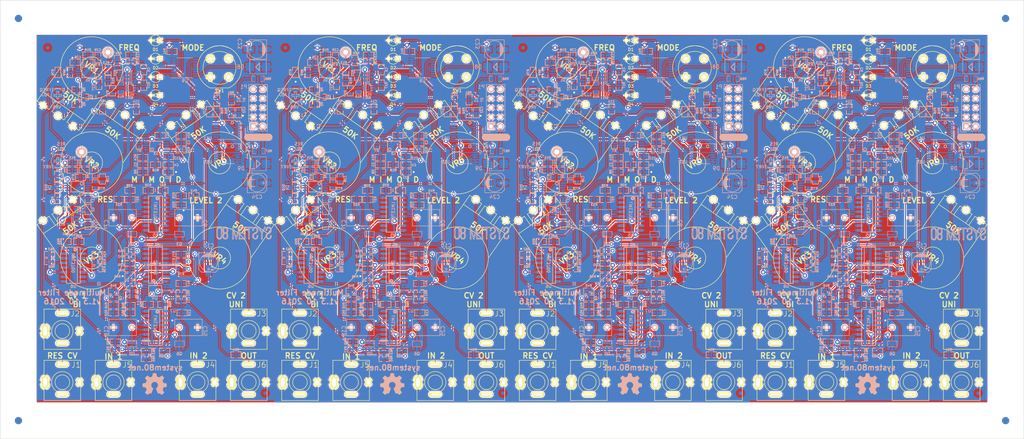
<source format=kicad_pcb>
(kicad_pcb (version 4) (host pcbnew 4.0.2-stable)
  (layers (0 F.Cu signal) (31 B.Cu signal hide) (34 B.Paste user) (35 F.Paste user) (36 B.SilkS user) (37 F.SilkS user) (38 B.Mask user) (39 F.Mask user) (44 Edge.Cuts user))
  (net 0 "")
  (net 1 "Net-(C1-Pad1)")
  (net 2 "Net-(C1-Pad2)")
  (net 3 "Net-(C2-Pad1)")
  (net 4 "Net-(C2-Pad2)")
  (net 5 "Net-(C3-Pad1)")
  (net 6 "Net-(C3-Pad2)")
  (net 7 "Net-(C4-Pad1)")
  (net 8 GND)
  (net 9 "Net-(C5-Pad1)")
  (net 10 "Net-(C5-Pad2)")
  (net 11 "Net-(C6-Pad1)")
  (net 12 "Net-(C7-Pad1)")
  (net 13 "Net-(C8-Pad1)")
  (net 14 "Net-(C8-Pad2)")
  (net 15 "Net-(C9-Pad1)")
  (net 16 "Net-(C10-Pad1)")
  (net 17 SWY2)
  (net 18 "Net-(C11-Pad1)")
  (net 19 "Net-(C11-Pad2)")
  (net 20 +12V)
  (net 21 -12V)
  (net 22 "Net-(C18-Pad1)")
  (net 23 "Net-(C21-Pad1)")
  (net 24 "Net-(C22-Pad1)")
  (net 25 "Net-(C25-Pad1)")
  (net 26 "Net-(D1-Pad2)")
  (net 27 "Net-(D2-Pad2)")
  (net 28 "Net-(D3-Pad2)")
  (net 29 "Net-(D4-Pad2)")
  (net 30 "Net-(D5-Pad2)")
  (net 31 "Net-(J1-Pad3)")
  (net 32 "Net-(J2-Pad3)")
  (net 33 "Net-(J3-Pad3)")
  (net 34 "Net-(J4-Pad3)")
  (net 35 "Net-(J5-Pad3)")
  (net 36 "Net-(J6-Pad3)")
  (net 37 "Net-(P1-Pad1)")
  (net 38 "Net-(P1-Pad10)")
  (net 39 "Net-(Q1-Pad1)")
  (net 40 RES_CTRL)
  (net 41 "Net-(Q1-Pad5)")
  (net 42 "Net-(Q2-Pad1)")
  (net 43 FREQ_CTRL)
  (net 44 "Net-(Q2-Pad5)")
  (net 45 "Net-(Q3-Pad1)")
  (net 46 "Net-(Q5-Pad1)")
  (net 47 "Net-(R3-Pad2)")
  (net 48 "Net-(R5-Pad2)")
  (net 49 "Net-(R6-Pad2)")
  (net 50 "Net-(R7-Pad2)")
  (net 51 "Net-(R11-Pad2)")
  (net 52 "Net-(R16-Pad1)")
  (net 53 "Net-(R19-Pad1)")
  (net 54 "Net-(R26-Pad1)")
  (net 55 "Net-(R29-Pad1)")
  (net 56 "Net-(R31-Pad1)")
  (net 57 "Net-(R32-Pad1)")
  (net 58 "Net-(R34-Pad1)")
  (net 59 "Net-(R37-Pad1)")
  (net 60 "Net-(R39-Pad1)")
  (net 61 "Net-(R41-Pad2)")
  (net 62 OUT2A)
  (net 63 SUM1)
  (net 64 SWX1)
  (net 65 "Net-(R48-Pad1)")
  (net 66 "Net-(R52-Pad1)")
  (net 67 "Net-(R55-Pad1)")
  (net 68 "Net-(R56-Pad1)")
  (net 69 "Net-(R59-Pad1)")
  (net 70 "Net-(R60-Pad1)")
  (net 71 "Net-(R63-Pad1)")
  (net 72 "Net-(R64-Pad2)")
  (net 73 "Net-(R68-Pad1)")
  (net 74 OUT4)
  (net 75 SUM2)
  (net 76 OUT2B)
  (net 77 "Net-(U10-Pad1)")
  (net 78 "Net-(U10-Pad15)")
  (net 79 "Net-(U10-Pad13)")
  (net 80 "Net-(U10-Pad3)")
  (net 81 "Net-(U10-Pad12)")
  (net 82 "Net-(D10-Pad2)")
  (net 83 "Net-(D10-Pad1)")
  (net 84 "Net-(R2-Pad2)")
  (net 85 "Net-(R76-Pad1)")
  (net 86 "Net-(R77-Pad1)")
  (net 87 "Net-(U1-Pad5)")
  (net 88 "Net-(J1-Pad2)")
  (net 89 "Net-(J2-Pad2)")
  (net 90 "Net-(J3-Pad2)")
  (net 91 "Net-(J4-Pad2)")
  (net 92 "Net-(J5-Pad2)")
  (net 93 "Net-(J6-Pad2)")
  (net 94 "Net-(U5-Pad2)")
  (net 95 "Net-(U5-Pad15)")
  (net 96 "Net-(U6-Pad2)")
  (net 97 "Net-(U6-Pad15)")
  (net 98 "Net-(U7-Pad2)")
  (net 99 "Net-(U7-Pad15)")
  (net 100 "Net-(U9-Pad11)")
  (net 101 "Net-(U9-Pad12)")
  (net 102 "Net-(U9-Pad14)")
  (net 103 "Net-(U9-Pad15)")
  (net 104 "Net-(U10-Pad14)")
  (net 105 "Net-(U11-Pad6)")
  (net 106 "Net-(U11-Pad8)")
  (net 107 "Net-(U11-Pad10)")
  (net 108 "Net-(U11-Pad12)")
  (net 109 "Net-(R1-Pad1)")
  (net 110 "Net-(C28-Pad1)")
  (net 111 "Net-(C28-Pad2)")
  (net 112 "Net-(C29-Pad1)")
  (net 113 "Net-(C29-Pad2)")
  (module MyModules:SM0603-R-JRL (layer B.Cu) (at 256.25 29.5 90)
    (fp_text reference R64 (at 2 0.05 180) (layer B.SilkS) (effects (font (size 0.6096 0.6096) (thickness 0.1524)) (justify mirror)))
    (fp_text value 330 hide)
    (pad 1 smd rect (at -0.8509 0 90) (size 0.8128 0.8128) (layers B.Cu B.Paste B.Mask) (net 23 "Net-(C21-Pad1)"))
    (pad 2 smd rect (at 0.8509 0 90) (size 0.8128 0.8128) (layers B.Cu B.Paste B.Mask) (net 72 "Net-(R64-Pad2)"))
  )
  (module Housings_SSOP:TSSOP-16_4.4x5mm_Pitch0.65mm (layer B.Cu) (at 247.5 20.5)
    (fp_text reference U9 (at 0 3.55) (layer B.SilkS) (effects (font (size 0.8128 0.8128) (thickness 0.1524)) (justify mirror)))
    (fp_text value CD4052 hide)
    (pad 1 smd rect (at -2.95 2.275) (size 1.5 0.45) (layers B.Cu B.Paste B.Mask) (net 26 "Net-(D1-Pad2)"))
    (pad 2 smd rect (at -2.95 1.625) (size 1.5 0.45) (layers B.Cu B.Paste B.Mask) (net 28 "Net-(D3-Pad2)"))
    (pad 3 smd rect (at -2.95 0.975) (size 1.5 0.45) (layers B.Cu B.Paste B.Mask) (net 61 "Net-(R41-Pad2)"))
    (pad 4 smd rect (at -2.95 0.325) (size 1.5 0.45) (layers B.Cu B.Paste B.Mask) (net 29 "Net-(D4-Pad2)"))
    (pad 5 smd rect (at -2.95 -0.325) (size 1.5 0.45) (layers B.Cu B.Paste B.Mask) (net 27 "Net-(D2-Pad2)"))
    (pad 6 smd rect (at -2.95 -0.975) (size 1.5 0.45) (layers B.Cu B.Paste B.Mask) (net 8 GND))
    (pad 7 smd rect (at -2.95 -1.625) (size 1.5 0.45) (layers B.Cu B.Paste B.Mask) (net 8 GND))
    (pad 8 smd rect (at -2.95 -2.275) (size 1.5 0.45) (layers B.Cu B.Paste B.Mask) (net 8 GND))
    (pad 9 smd rect (at 2.95 -2.275) (size 1.5 0.45) (layers B.Cu B.Paste B.Mask) (net 78 "Net-(U10-Pad15)"))
    (pad 10 smd rect (at 2.95 -1.625) (size 1.5 0.45) (layers B.Cu B.Paste B.Mask) (net 77 "Net-(U10-Pad1)"))
    (pad 11 smd rect (at 2.95 -0.975) (size 1.5 0.45) (layers B.Cu B.Paste B.Mask) (net 100 "Net-(U9-Pad11)"))
    (pad 12 smd rect (at 2.95 -0.325) (size 1.5 0.45) (layers B.Cu B.Paste B.Mask) (net 101 "Net-(U9-Pad12)"))
    (pad 13 smd rect (at 2.95 0.325) (size 1.5 0.45) (layers B.Cu B.Paste B.Mask) (net 8 GND))
    (pad 14 smd rect (at 2.95 0.975) (size 1.5 0.45) (layers B.Cu B.Paste B.Mask) (net 102 "Net-(U9-Pad14)"))
    (pad 15 smd rect (at 2.95 1.625) (size 1.5 0.45) (layers B.Cu B.Paste B.Mask) (net 103 "Net-(U9-Pad15)"))
    (pad 16 smd rect (at 2.95 2.275) (size 1.5 0.45) (layers B.Cu B.Paste B.Mask) (net 20 +12V))
  )
  (module MyModules:SM0603-R-JRL (layer B.Cu) (at 260.25 29.25 90)
    (fp_text reference R61 (at 1.95 -0.15 180) (layer B.SilkS) (effects (font (size 0.6096 0.6096) (thickness 0.1524)) (justify mirror)))
    (fp_text value 100K hide)
    (pad 1 smd rect (at -0.8509 0 90) (size 0.8128 0.8128) (layers B.Cu B.Paste B.Mask) (net 24 "Net-(C22-Pad1)"))
    (pad 2 smd rect (at 0.8509 0 90) (size 0.8128 0.8128) (layers B.Cu B.Paste B.Mask) (net 20 +12V))
  )
  (module MyModules:SM0603-R-JRL (layer B.Cu) (at 244 16)
    (fp_text reference R41 (at -2 0 90) (layer B.SilkS) (effects (font (size 0.6096 0.6096) (thickness 0.1524)) (justify mirror)))
    (fp_text value 3.3K hide)
    (pad 1 smd rect (at -0.8509 0) (size 0.8128 0.8128) (layers B.Cu B.Paste B.Mask) (net 20 +12V))
    (pad 2 smd rect (at 0.8509 0) (size 0.8128 0.8128) (layers B.Cu B.Paste B.Mask) (net 61 "Net-(R41-Pad2)"))
  )
  (module MyModules:SOD323-C1A2 (layer B.Cu) (at 262.25 29.25 90)
    (fp_text reference D7 (at 0 1.524 90) (layer B.SilkS) (effects (font (size 0.6096 0.6096) (thickness 0.1524)) (justify mirror)))
    (fp_text value 1N914 hide)
    (pad 2 smd rect (at -1.2446 0 90) (size 0.6096 0.762) (layers B.Cu B.Paste B.Mask) (net 24 "Net-(C22-Pad1)"))
    (pad 1 smd rect (at 1.2446 0 90) (size 0.6096 0.762) (layers B.Cu B.Paste B.Mask) (net 20 +12V))
  )
  (module MyModules:SM0603-R-JRL (layer B.Cu) (at 235 41.25 90)
    (fp_text reference R7 (at -2 0 180) (layer B.SilkS) (effects (font (size 0.6096 0.6096) (thickness 0.1524)) (justify mirror)))
    (fp_text value 100K hide)
    (pad 1 smd rect (at -0.8509 0 90) (size 0.8128 0.8128) (layers B.Cu B.Paste B.Mask) (net 2 "Net-(C1-Pad2)"))
    (pad 2 smd rect (at 0.8509 0 90) (size 0.8128 0.8128) (layers B.Cu B.Paste B.Mask) (net 50 "Net-(R7-Pad2)"))
  )
  (module MyModules:SM0603-R-JRL (layer B.Cu) (at 236 45 180)
    (fp_text reference R14 (at 2 0 270) (layer B.SilkS) (effects (font (size 0.6096 0.6096) (thickness 0.1524)) (justify mirror)))
    (fp_text value 47K hide)
    (pad 1 smd rect (at -0.8509 0 180) (size 0.8128 0.8128) (layers B.Cu B.Paste B.Mask) (net 1 "Net-(C1-Pad1)"))
    (pad 2 smd rect (at 0.8509 0 180) (size 0.8128 0.8128) (layers B.Cu B.Paste B.Mask) (net 2 "Net-(C1-Pad2)"))
  )
  (module MyModules:SM0603-C-JRL (layer B.Cu) (at 243 44.75)
    (fp_text reference C12 (at 2.4 0.45 180) (layer B.SilkS) (effects (font (size 0.6096 0.6096) (thickness 0.1524)) (justify mirror)))
    (fp_text value 100n hide)
    (pad 1 smd rect (at -0.8509 0) (size 0.8128 0.8128) (layers B.Cu B.Paste B.Mask) (net 20 +12V))
    (pad 2 smd rect (at 0.8509 0) (size 0.8128 0.8128) (layers B.Cu B.Paste B.Mask) (net 8 GND))
  )
  (module MyModules:SM0603-R-JRL (layer B.Cu) (at 246.5 39)
    (fp_text reference R24 (at 2.1 -0.1 90) (layer B.SilkS) (effects (font (size 0.6096 0.6096) (thickness 0.1524)) (justify mirror)))
    (fp_text value 100K hide)
    (pad 1 smd rect (at -0.8509 0) (size 0.8128 0.8128) (layers B.Cu B.Paste B.Mask) (net 6 "Net-(C3-Pad2)"))
    (pad 2 smd rect (at 0.8509 0) (size 0.8128 0.8128) (layers B.Cu B.Paste B.Mask) (net 5 "Net-(C3-Pad1)"))
  )
  (module MyModules:SM0603-C-JRL (layer B.Cu) (at 246.5 41 180)
    (fp_text reference C3 (at -2.1 0.1 270) (layer B.SilkS) (effects (font (size 0.6096 0.6096) (thickness 0.1524)) (justify mirror)))
    (fp_text value 4.7pF hide)
    (pad 1 smd rect (at -0.8509 0 180) (size 0.8128 0.8128) (layers B.Cu B.Paste B.Mask) (net 5 "Net-(C3-Pad1)"))
    (pad 2 smd rect (at 0.8509 0 180) (size 0.8128 0.8128) (layers B.Cu B.Paste B.Mask) (net 6 "Net-(C3-Pad2)"))
  )
  (module MyModules:SM0603-C-JRL (layer B.Cu) (at 240.75 39 180)
    (fp_text reference C13 (at -2.05 0.1 270) (layer B.SilkS) (effects (font (size 0.6096 0.6096) (thickness 0.1524)) (justify mirror)))
    (fp_text value 100n hide)
    (pad 1 smd rect (at -0.8509 0 180) (size 0.8128 0.8128) (layers B.Cu B.Paste B.Mask) (net 8 GND))
    (pad 2 smd rect (at 0.8509 0 180) (size 0.8128 0.8128) (layers B.Cu B.Paste B.Mask) (net 21 -12V))
  )
  (module MyModules:SM0603-R-JRL (layer B.Cu) (at 246.5 43 180)
    (fp_text reference R26 (at -2.1 0 270) (layer B.SilkS) (effects (font (size 0.6096 0.6096) (thickness 0.1524)) (justify mirror)))
    (fp_text value 100K hide)
    (pad 1 smd rect (at -0.8509 0 180) (size 0.8128 0.8128) (layers B.Cu B.Paste B.Mask) (net 54 "Net-(R26-Pad1)"))
    (pad 2 smd rect (at 0.8509 0 180) (size 0.8128 0.8128) (layers B.Cu B.Paste B.Mask) (net 6 "Net-(C3-Pad2)"))
  )
  (module MyModules:TSSOP8-JRL (layer B.Cu) (at 239.6 42 90)
    (fp_text reference U3 (at -2 0 180) (layer B.SilkS) (effects (font (size 0.6096 0.6096) (thickness 0.1524)) (justify mirror)))
    (fp_text value TL072- hide)
    (pad 1 smd rect (at -0.9554 -2.694 90) (size 0.4 1.30048) (layers B.Cu B.Paste B.Mask) (net 1 "Net-(C1-Pad1)"))
    (pad 2 smd rect (at -0.3204 -2.694 90) (size 0.4 1.30048) (layers B.Cu B.Paste B.Mask) (net 2 "Net-(C1-Pad2)"))
    (pad 3 smd rect (at 0.34 -2.694 90) (size 0.4 1.30048) (layers B.Cu B.Paste B.Mask) (net 8 GND))
    (pad 4 smd rect (at 0.975 -2.694 90) (size 0.4 1.30048) (layers B.Cu B.Paste B.Mask) (net 21 -12V))
    (pad 5 smd rect (at 0.975 2.894 90) (size 0.4 1.30048) (layers B.Cu B.Paste B.Mask) (net 7 "Net-(C4-Pad1)"))
    (pad 6 smd rect (at 0.3273 2.894 90) (size 0.4 1.30048) (layers B.Cu B.Paste B.Mask) (net 6 "Net-(C3-Pad2)"))
    (pad 7 smd rect (at -0.3204 2.894 90) (size 0.4 1.30048) (layers B.Cu B.Paste B.Mask) (net 54 "Net-(R26-Pad1)"))
    (pad 8 smd rect (at -0.9681 2.894 90) (size 0.4 1.30048) (layers B.Cu B.Paste B.Mask) (net 20 +12V))
  )
  (module Pin_Headers:Pin_Header_Straight_2x05 (layer B.Cu) (at 266.25 36.5)
    (fp_text reference P1 (at -2.65 -10.8) (layer B.SilkS) (effects (justify mirror)))
    (fp_text value CONN_02X05)
    (pad 1 thru_hole rect (at 0 0) (size 1.7272 1.7272) (drill 1.016) (layers *.Cu *.Mask B.SilkS) (net 37 "Net-(P1-Pad1)"))
    (pad 2 thru_hole oval (at 2.54 0) (size 1.7272 1.7272) (drill 1.016) (layers *.Cu *.Mask B.SilkS) (net 37 "Net-(P1-Pad1)"))
    (pad 3 thru_hole oval (at 0 -2.54) (size 1.7272 1.7272) (drill 1.016) (layers *.Cu *.Mask B.SilkS) (net 8 GND))
    (pad 4 thru_hole oval (at 2.54 -2.54) (size 1.7272 1.7272) (drill 1.016) (layers *.Cu *.Mask B.SilkS) (net 8 GND))
    (pad 5 thru_hole oval (at 0 -5.08) (size 1.7272 1.7272) (drill 1.016) (layers *.Cu *.Mask B.SilkS) (net 8 GND))
    (pad 6 thru_hole oval (at 2.54 -5.08) (size 1.7272 1.7272) (drill 1.016) (layers *.Cu *.Mask B.SilkS) (net 8 GND))
    (pad 7 thru_hole oval (at 0 -7.62) (size 1.7272 1.7272) (drill 1.016) (layers *.Cu *.Mask B.SilkS) (net 8 GND))
    (pad 8 thru_hole oval (at 2.54 -7.62) (size 1.7272 1.7272) (drill 1.016) (layers *.Cu *.Mask B.SilkS) (net 8 GND))
    (pad 9 thru_hole oval (at 0 -10.16) (size 1.7272 1.7272) (drill 1.016) (layers *.Cu *.Mask B.SilkS) (net 38 "Net-(P1-Pad10)"))
    (pad 10 thru_hole oval (at 2.54 -10.16) (size 1.7272 1.7272) (drill 1.016) (layers *.Cu *.Mask B.SilkS) (net 38 "Net-(P1-Pad10)"))
  )
  (module Capacitors_SMD:c_elec_5x5.3 (layer B.Cu) (at 267.2 15.5 180)
    (fp_text reference C23 (at 4.6 1.6 270) (layer B.SilkS) (effects (justify mirror)))
    (fp_text value 10μF hide)
    (pad 1 smd rect (at 2.19964 0 180) (size 2.99974 1.6002) (layers B.Cu B.Paste B.Mask) (net 20 +12V))
    (pad 2 smd rect (at -2.19964 0 180) (size 2.99974 1.6002) (layers B.Cu B.Paste B.Mask) (net 8 GND))
  )
  (module MyModules:SM0805-HAND (layer B.Cu) (at 267.5 23.5)
    (fp_text reference R66 (at 2.75 0) (layer B.SilkS) (effects (font (size 0.6096 0.6096) (thickness 0.1524)) (justify mirror)))
    (fp_text value 10 hide)
    (pad 1 smd rect (at -1.0795 0) (size 1.143 1.397) (layers B.Cu B.Paste B.Mask) (net 20 +12V))
    (pad 2 smd rect (at 1.0795 0) (size 1.143 1.397) (layers B.Cu B.Paste B.Mask) (net 38 "Net-(P1-Pad10)"))
  )
  (module MyModules:SM0603-C-JRL (layer B.Cu) (at 262.25 32.75 270)
    (fp_text reference C22 (at -0.75 -1.45 270) (layer B.SilkS) (effects (font (size 0.6096 0.6096) (thickness 0.1524)) (justify mirror)))
    (fp_text value 0.47μ hide)
    (pad 1 smd rect (at -0.8509 0 270) (size 0.8128 0.8128) (layers B.Cu B.Paste B.Mask) (net 24 "Net-(C22-Pad1)"))
    (pad 2 smd rect (at 0.8509 0 270) (size 0.8128 0.8128) (layers B.Cu B.Paste B.Mask) (net 8 GND))
  )
  (module MyModules:SMB-1C2A (layer B.Cu) (at 267.5 20.25)
    (fp_text reference D8 (at -4.75 0) (layer B.SilkS) (effects (justify mirror)))
    (fp_text value S1BB hide)
    (pad 2 smd rect (at 2.19964 0) (size 2.39776 2.39776) (layers B.Cu B.Paste B.Mask) (net 8 GND))
    (pad 1 smd rect (at -2.19964 0) (size 2.39776 2.39776) (layers B.Cu B.Paste B.Mask) (net 20 +12V))
  )
  (module MyModules:SM0603-C-JRL (layer B.Cu) (at 254.25 32.5 270)
    (fp_text reference C21 (at 0 1.4 270) (layer B.SilkS) (effects (font (size 0.6096 0.6096) (thickness 0.1524)) (justify mirror)))
    (fp_text value 0.47μ hide)
    (pad 1 smd rect (at -0.8509 0 270) (size 0.8128 0.8128) (layers B.Cu B.Paste B.Mask) (net 23 "Net-(C21-Pad1)"))
    (pad 2 smd rect (at 0.8509 0 270) (size 0.8128 0.8128) (layers B.Cu B.Paste B.Mask) (net 8 GND))
  )
  (module Housings_SSOP:TSSOP-14_4.4x5mm_Pitch0.65mm (layer B.Cu) (at 259 37.5 180)
    (fp_text reference U11 (at 5.25 -2.25 180) (layer B.SilkS) (effects (font (size 0.8128 0.8128) (thickness 0.1524)) (justify mirror)))
    (fp_text value CD40106 hide)
    (pad 1 smd rect (at -2.95 1.95 180) (size 1.45 0.45) (layers B.Cu B.Paste B.Mask) (net 69 "Net-(R59-Pad1)"))
    (pad 2 smd rect (at -2.95 1.3 180) (size 1.45 0.45) (layers B.Cu B.Paste B.Mask) (net 81 "Net-(U10-Pad12)"))
    (pad 3 smd rect (at -2.95 0.65 180) (size 1.45 0.45) (layers B.Cu B.Paste B.Mask) (net 23 "Net-(C21-Pad1)"))
    (pad 4 smd rect (at -2.95 0 180) (size 1.45 0.45) (layers B.Cu B.Paste B.Mask) (net 80 "Net-(U10-Pad3)"))
    (pad 5 smd rect (at -2.95 -0.65 180) (size 1.45 0.45) (layers B.Cu B.Paste B.Mask) (net 8 GND))
    (pad 6 smd rect (at -2.95 -1.3 180) (size 1.45 0.45) (layers B.Cu B.Paste B.Mask) (net 105 "Net-(U11-Pad6)"))
    (pad 7 smd rect (at -2.95 -1.95 180) (size 1.45 0.45) (layers B.Cu B.Paste B.Mask) (net 8 GND))
    (pad 8 smd rect (at 2.95 -1.95 180) (size 1.45 0.45) (layers B.Cu B.Paste B.Mask) (net 106 "Net-(U11-Pad8)"))
    (pad 9 smd rect (at 2.95 -1.3 180) (size 1.45 0.45) (layers B.Cu B.Paste B.Mask) (net 8 GND))
    (pad 10 smd rect (at 2.95 -0.65 180) (size 1.45 0.45) (layers B.Cu B.Paste B.Mask) (net 107 "Net-(U11-Pad10)"))
    (pad 11 smd rect (at 2.95 0 180) (size 1.45 0.45) (layers B.Cu B.Paste B.Mask) (net 8 GND))
    (pad 12 smd rect (at 2.95 0.65 180) (size 1.45 0.45) (layers B.Cu B.Paste B.Mask) (net 108 "Net-(U11-Pad12)"))
    (pad 13 smd rect (at 2.95 1.3 180) (size 1.45 0.45) (layers B.Cu B.Paste B.Mask) (net 8 GND))
    (pad 14 smd rect (at 2.95 1.95 180) (size 1.45 0.45) (layers B.Cu B.Paste B.Mask) (net 20 +12V))
  )
  (module Housings_SSOP:TSSOP-16_4.4x5mm_Pitch0.65mm (layer B.Cu) (at 259 44 180)
    (fp_text reference U10 (at 5.25 -2.25 180) (layer B.SilkS) (effects (font (size 0.8128 0.8128) (thickness 0.1524)) (justify mirror)))
    (fp_text value CD4027 hide)
    (pad 1 smd rect (at -2.95 2.275 180) (size 1.5 0.45) (layers B.Cu B.Paste B.Mask) (net 77 "Net-(U10-Pad1)"))
    (pad 2 smd rect (at -2.95 1.625 180) (size 1.5 0.45) (layers B.Cu B.Paste B.Mask) (net 79 "Net-(U10-Pad13)"))
    (pad 3 smd rect (at -2.95 0.975 180) (size 1.5 0.45) (layers B.Cu B.Paste B.Mask) (net 80 "Net-(U10-Pad3)"))
    (pad 4 smd rect (at -2.95 0.325 180) (size 1.5 0.45) (layers B.Cu B.Paste B.Mask) (net 81 "Net-(U10-Pad12)"))
    (pad 5 smd rect (at -2.95 -0.325 180) (size 1.5 0.45) (layers B.Cu B.Paste B.Mask) (net 20 +12V))
    (pad 6 smd rect (at -2.95 -0.975 180) (size 1.5 0.45) (layers B.Cu B.Paste B.Mask) (net 20 +12V))
    (pad 7 smd rect (at -2.95 -1.625 180) (size 1.5 0.45) (layers B.Cu B.Paste B.Mask) (net 8 GND))
    (pad 8 smd rect (at -2.95 -2.275 180) (size 1.5 0.45) (layers B.Cu B.Paste B.Mask) (net 8 GND))
    (pad 9 smd rect (at 2.95 -2.275 180) (size 1.5 0.45) (layers B.Cu B.Paste B.Mask) (net 8 GND))
    (pad 10 smd rect (at 2.95 -1.625 180) (size 1.5 0.45) (layers B.Cu B.Paste B.Mask) (net 20 +12V))
    (pad 11 smd rect (at 2.95 -0.975 180) (size 1.5 0.45) (layers B.Cu B.Paste B.Mask) (net 20 +12V))
    (pad 12 smd rect (at 2.95 -0.325 180) (size 1.5 0.45) (layers B.Cu B.Paste B.Mask) (net 81 "Net-(U10-Pad12)"))
    (pad 13 smd rect (at 2.95 0.325 180) (size 1.5 0.45) (layers B.Cu B.Paste B.Mask) (net 79 "Net-(U10-Pad13)"))
    (pad 14 smd rect (at 2.95 0.975 180) (size 1.5 0.45) (layers B.Cu B.Paste B.Mask) (net 104 "Net-(U10-Pad14)"))
    (pad 15 smd rect (at 2.95 1.625 180) (size 1.5 0.45) (layers B.Cu B.Paste B.Mask) (net 78 "Net-(U10-Pad15)"))
    (pad 16 smd rect (at 2.95 2.275 180) (size 1.5 0.45) (layers B.Cu B.Paste B.Mask) (net 20 +12V))
  )
  (module MyModules:SM0805-HAND (layer B.Cu) (at 267.75 43.25)
    (fp_text reference R67 (at 2.75 0) (layer B.SilkS) (effects (font (size 0.6096 0.6096) (thickness 0.1524)) (justify mirror)))
    (fp_text value 10 hide)
    (pad 1 smd rect (at -1.0795 0) (size 1.143 1.397) (layers B.Cu B.Paste B.Mask) (net 21 -12V))
    (pad 2 smd rect (at 1.0795 0) (size 1.143 1.397) (layers B.Cu B.Paste B.Mask) (net 37 "Net-(P1-Pad1)"))
  )
  (module MyModules:SM0603-R-JRL (layer B.Cu) (at 256.25 32.5 270)
    (fp_text reference R58 (at -0.3 -1.45 270) (layer B.SilkS) (effects (font (size 0.6096 0.6096) (thickness 0.1524)) (justify mirror)))
    (fp_text value 33K hide)
    (pad 1 smd rect (at -0.8509 0 270) (size 0.8128 0.8128) (layers B.Cu B.Paste B.Mask) (net 23 "Net-(C21-Pad1)"))
    (pad 2 smd rect (at 0.8509 0 270) (size 0.8128 0.8128) (layers B.Cu B.Paste B.Mask) (net 20 +12V))
  )
  (module MyModules:SM0603-R-JRL (layer B.Cu) (at 260.25 32.75 90)
    (fp_text reference R59 (at 0.55 -1.45 90) (layer B.SilkS) (effects (font (size 0.6096 0.6096) (thickness 0.1524)) (justify mirror)))
    (fp_text value 330 hide)
    (pad 1 smd rect (at -0.8509 0 90) (size 0.8128 0.8128) (layers B.Cu B.Paste B.Mask) (net 69 "Net-(R59-Pad1)"))
    (pad 2 smd rect (at 0.8509 0 90) (size 0.8128 0.8128) (layers B.Cu B.Paste B.Mask) (net 24 "Net-(C22-Pad1)"))
  )
  (module Capacitors_SMD:c_elec_5x5.3 (layer B.Cu) (at 267.25 52)
    (fp_text reference C24 (at 0 3.81) (layer B.SilkS) (effects (justify mirror)))
    (fp_text value 10μF)
    (pad 1 smd rect (at 2.19964 0) (size 2.99974 1.6002) (layers B.Cu B.Paste B.Mask) (net 8 GND))
    (pad 2 smd rect (at -2.19964 0) (size 2.99974 1.6002) (layers B.Cu B.Paste B.Mask) (net 21 -12V))
  )
  (module MyModules:SMB-1C2A (layer B.Cu) (at 267.5 46.75 180)
    (fp_text reference D9 (at 4.6 -1.25 360) (layer B.SilkS) (effects (justify mirror)))
    (fp_text value S1BB hide)
    (pad 2 smd rect (at 2.19964 0 180) (size 2.39776 2.39776) (layers B.Cu B.Paste B.Mask) (net 21 -12V))
    (pad 1 smd rect (at -2.19964 0 180) (size 2.39776 2.39776) (layers B.Cu B.Paste B.Mask) (net 8 GND))
  )
  (module MyModules:SOD323-C1A2 (layer B.Cu) (at 232 81.5)
    (fp_text reference D5 (at 2.2 1.5 90) (layer B.SilkS) (effects (font (size 0.6096 0.6096) (thickness 0.1524)) (justify mirror)))
    (fp_text value 1N914 hide)
    (pad 2 smd rect (at -1.2446 0) (size 0.6096 0.762) (layers B.Cu B.Paste B.Mask) (net 30 "Net-(D5-Pad2)"))
    (pad 1 smd rect (at 1.2446 0) (size 0.6096 0.762) (layers B.Cu B.Paste B.Mask) (net 15 "Net-(C9-Pad1)"))
  )
  (module MyModules:SOD323-C1A2 (layer B.Cu) (at 232 83 180)
    (fp_text reference D6 (at -2.2 1.4 270) (layer B.SilkS) (effects (font (size 0.6096 0.6096) (thickness 0.1524)) (justify mirror)))
    (fp_text value 1N914 hide)
    (pad 2 smd rect (at -1.2446 0 180) (size 0.6096 0.762) (layers B.Cu B.Paste B.Mask) (net 15 "Net-(C9-Pad1)"))
    (pad 1 smd rect (at 1.2446 0 180) (size 0.6096 0.762) (layers B.Cu B.Paste B.Mask) (net 30 "Net-(D5-Pad2)"))
  )
  (module MyModules:SM0603-C-JRL (layer B.Cu) (at 232.5 79.5 180)
    (fp_text reference C9 (at 2.2 0 360) (layer B.SilkS) (effects (font (size 0.6096 0.6096) (thickness 0.1524)) (justify mirror)))
    (fp_text value 33pF hide)
    (pad 1 smd rect (at -0.8509 0 180) (size 0.8128 0.8128) (layers B.Cu B.Paste B.Mask) (net 15 "Net-(C9-Pad1)"))
    (pad 2 smd rect (at 0.8509 0 180) (size 0.8128 0.8128) (layers B.Cu B.Paste B.Mask) (net 8 GND))
  )
  (module MyModules:SM0603-C-JRL (layer B.Cu) (at 228 83.5)
    (fp_text reference C8 (at 2 0 90) (layer B.SilkS) (effects (font (size 0.6096 0.6096) (thickness 0.1524)) (justify mirror)))
    (fp_text value 4.7pF hide)
    (pad 1 smd rect (at -0.8509 0) (size 0.8128 0.8128) (layers B.Cu B.Paste B.Mask) (net 13 "Net-(C8-Pad1)"))
    (pad 2 smd rect (at 0.8509 0) (size 0.8128 0.8128) (layers B.Cu B.Paste B.Mask) (net 14 "Net-(C8-Pad2)"))
  )
  (module MyModules:SM0603-R-JRL (layer B.Cu) (at 232.5 85.5 180)
    (fp_text reference R48 (at 1.9 0 270) (layer B.SilkS) (effects (font (size 0.6096 0.6096) (thickness 0.1524)) (justify mirror)))
    (fp_text value 100K hide)
    (pad 1 smd rect (at -0.8509 0 180) (size 0.8128 0.8128) (layers B.Cu B.Paste B.Mask) (net 65 "Net-(R48-Pad1)"))
    (pad 2 smd rect (at 0.8509 0 180) (size 0.8128 0.8128) (layers B.Cu B.Paste B.Mask) (net 14 "Net-(C8-Pad2)"))
  )
  (module MyModules:SM0603-R-JRL (layer B.Cu) (at 228 85.5 180)
    (fp_text reference R45 (at 2 0 270) (layer B.SilkS) (effects (font (size 0.6096 0.6096) (thickness 0.1524)) (justify mirror)))
    (fp_text value 100K hide)
    (pad 1 smd rect (at -0.8509 0 180) (size 0.8128 0.8128) (layers B.Cu B.Paste B.Mask) (net 14 "Net-(C8-Pad2)"))
    (pad 2 smd rect (at 0.8509 0 180) (size 0.8128 0.8128) (layers B.Cu B.Paste B.Mask) (net 13 "Net-(C8-Pad1)"))
  )
  (module MyModules:SM0603-R-JRL (layer B.Cu) (at 228 81.5)
    (fp_text reference R49 (at 0 -1.4 180) (layer B.SilkS) (effects (font (size 0.6096 0.6096) (thickness 0.1524)) (justify mirror)))
    (fp_text value 10K hide)
    (pad 1 smd rect (at -0.8509 0) (size 0.8128 0.8128) (layers B.Cu B.Paste B.Mask) (net 8 GND))
    (pad 2 smd rect (at 0.8509 0) (size 0.8128 0.8128) (layers B.Cu B.Paste B.Mask) (net 30 "Net-(D5-Pad2)"))
  )
  (module MyModules:SM0603-R-JRL (layer B.Cu) (at 246.5 79.5)
    (fp_text reference R47 (at 2.1 0 90) (layer B.SilkS) (effects (font (size 0.6096 0.6096) (thickness 0.1524)) (justify mirror)))
    (fp_text value 100K hide)
    (pad 1 smd rect (at -0.8509 0) (size 0.8128 0.8128) (layers B.Cu B.Paste B.Mask) (net 19 "Net-(C11-Pad2)"))
    (pad 2 smd rect (at 0.8509 0) (size 0.8128 0.8128) (layers B.Cu B.Paste B.Mask) (net 16 "Net-(C10-Pad1)"))
  )
  (module MyModules:CAP-BOX-PFR-5MM (layer B.Cu) (at 248.5 91.5)
    (fp_text reference C25 (at 4.6 1 90) (layer B.SilkS) (effects (justify mirror)))
    (fp_text value 330pF hide)
    (pad 1 thru_hole circle (at -2.5 0) (size 1.524 1.524) (drill 0.762) (layers *.Cu *.Mask B.SilkS) (net 25 "Net-(C25-Pad1)"))
    (pad 2 thru_hole circle (at 2.5 0) (size 1.524 1.524) (drill 0.762) (layers *.Cu *.Mask B.SilkS) (net 8 GND))
  )
  (module MyModules:SOT23-JRL (layer B.Cu) (at 246 96 180)
    (fp_text reference Q6 (at 0 -2.7 180) (layer B.SilkS) (effects (font (size 0.8128 0.8128) (thickness 0.1524)) (justify mirror)))
    (fp_text value J112 hide)
    (pad 3 smd rect (at 0 1.27 180) (size 0.70104 1.00076) (layers B.Cu B.Paste B.Mask) (net 25 "Net-(C25-Pad1)"))
    (pad 1 smd rect (at 0.9525 -1.27 180) (size 0.70104 1.00076) (layers B.Cu B.Paste B.Mask) (net 13 "Net-(C8-Pad1)"))
    (pad 2 smd rect (at -0.9525 -1.27 180) (size 0.70104 1.00076) (layers B.Cu B.Paste B.Mask) (net 20 +12V))
  )
  (module MyModules:fiducial-1mm (layer B.Cu) (at 269.5 109.5)
    (fp_text reference REF** hide)
    (fp_text value fiducial-1mm hide)
    (pad 1 smd oval (at 0 0) (size 1 1) (layers B.Cu B.Paste B.Mask) (clearance 0.75))
  )
  (module MyModules:SM0603-C-JRL (layer B.Cu) (at 246.75 87.5)
    (fp_text reference C19 (at 2.05 0 90) (layer B.SilkS) (effects (font (size 0.6096 0.6096) (thickness 0.1524)) (justify mirror)))
    (fp_text value 100n hide)
    (pad 1 smd rect (at -0.8509 0) (size 0.8128 0.8128) (layers B.Cu B.Paste B.Mask) (net 20 +12V))
    (pad 2 smd rect (at 0.8509 0) (size 0.8128 0.8128) (layers B.Cu B.Paste B.Mask) (net 8 GND))
  )
  (module MyModules:SM0603-R-JRL (layer B.Cu) (at 261.5 99 180)
    (fp_text reference R54 (at 0 1.4 180) (layer B.SilkS) (effects (font (size 0.6096 0.6096) (thickness 0.1524)) (justify mirror)))
    (fp_text value 1K hide)
    (pad 1 smd rect (at -0.8509 0 180) (size 0.8128 0.8128) (layers B.Cu B.Paste B.Mask) (net 36 "Net-(J6-Pad3)"))
    (pad 2 smd rect (at 0.8509 0 180) (size 0.8128 0.8128) (layers B.Cu B.Paste B.Mask) (net 18 "Net-(C11-Pad1)"))
  )
  (module MyModules:SM0603-R-JRL (layer B.Cu) (at 246.5 82 180)
    (fp_text reference R51 (at -2 -0.1 270) (layer B.SilkS) (effects (font (size 0.6096 0.6096) (thickness 0.1524)) (justify mirror)))
    (fp_text value 100K hide)
    (pad 1 smd rect (at -0.8509 0 180) (size 0.8128 0.8128) (layers B.Cu B.Paste B.Mask) (net 18 "Net-(C11-Pad1)"))
    (pad 2 smd rect (at 0.8509 0 180) (size 0.8128 0.8128) (layers B.Cu B.Paste B.Mask) (net 19 "Net-(C11-Pad2)"))
  )
  (module MyModules:SM0603-C-JRL (layer B.Cu) (at 246.5 84 180)
    (fp_text reference C11 (at -2 0 270) (layer B.SilkS) (effects (font (size 0.6096 0.6096) (thickness 0.1524)) (justify mirror)))
    (fp_text value 22pF hide)
    (pad 1 smd rect (at -0.8509 0 180) (size 0.8128 0.8128) (layers B.Cu B.Paste B.Mask) (net 18 "Net-(C11-Pad1)"))
    (pad 2 smd rect (at 0.8509 0 180) (size 0.8128 0.8128) (layers B.Cu B.Paste B.Mask) (net 19 "Net-(C11-Pad2)"))
  )
  (module MyModules:SM0603-R-JRL (layer B.Cu) (at 237 100)
    (fp_text reference R65 (at 2 0 90) (layer B.SilkS) (effects (font (size 0.6096 0.6096) (thickness 0.1524)) (justify mirror)))
    (fp_text value 560 hide)
    (pad 1 smd rect (at -0.8509 0) (size 0.8128 0.8128) (layers B.Cu B.Paste B.Mask) (net 8 GND))
    (pad 2 smd rect (at 0.8509 0) (size 0.8128 0.8128) (layers B.Cu B.Paste B.Mask) (net 71 "Net-(R63-Pad1)"))
  )
  (module MyModules:SM0603-R-JRL (layer B.Cu) (at 237 98 180)
    (fp_text reference R63 (at -2 0 270) (layer B.SilkS) (effects (font (size 0.6096 0.6096) (thickness 0.1524)) (justify mirror)))
    (fp_text value 68K hide)
    (pad 1 smd rect (at -0.8509 0 180) (size 0.8128 0.8128) (layers B.Cu B.Paste B.Mask) (net 71 "Net-(R63-Pad1)"))
    (pad 2 smd rect (at 0.8509 0 180) (size 0.8128 0.8128) (layers B.Cu B.Paste B.Mask) (net 46 "Net-(Q5-Pad1)"))
  )
  (module MyModules:SO16-JRL (layer B.Cu) (at 239.5 91.5 270)
    (fp_text reference U7 (at -4.5 -4.75 360) (layer B.SilkS) (effects (font (size 0.8128 0.8128) (thickness 0.1524)) (justify mirror)))
    (fp_text value LM13700 (at -0.635 0 270) (layer B.SilkS) (effects (font (size 0.8128 0.8128) (thickness 0.1524)) (justify mirror)))
    (pad 1 smd rect (at -4.445 -2.59842 270) (size 0.59944 2.19964) (layers B.Cu B.Paste B.Mask) (net 73 "Net-(R68-Pad1)"))
    (pad 2 smd rect (at -3.175 -2.59842 270) (size 0.59944 2.19964) (layers B.Cu B.Paste B.Mask) (net 98 "Net-(U7-Pad2)"))
    (pad 3 smd rect (at -1.905 -2.59842 270) (size 0.59944 2.19964) (layers B.Cu B.Paste B.Mask) (net 8 GND))
    (pad 4 smd rect (at -0.635 -2.59842 270) (size 0.59944 2.19964) (layers B.Cu B.Paste B.Mask) (net 71 "Net-(R63-Pad1)"))
    (pad 5 smd rect (at 0.635 -2.59842 270) (size 0.59944 2.19964) (layers B.Cu B.Paste B.Mask) (net 25 "Net-(C25-Pad1)"))
    (pad 6 smd rect (at 1.905 -2.59842 270) (size 0.59944 2.19964) (layers B.Cu B.Paste B.Mask) (net 21 -12V))
    (pad 7 smd rect (at 3.175 -2.59842 270) (size 0.59944 2.19964) (layers B.Cu B.Paste B.Mask))
    (pad 8 smd rect (at 4.445 -2.59842 270) (size 0.59944 2.19964) (layers B.Cu B.Paste B.Mask))
    (pad 9 smd rect (at 4.445 2.59842 270) (size 0.59944 2.19964) (layers B.Cu B.Paste B.Mask))
    (pad 10 smd rect (at 3.175 2.59842 270) (size 0.59944 2.19964) (layers B.Cu B.Paste B.Mask))
    (pad 11 smd rect (at 1.905 2.59842 270) (size 0.59944 2.19964) (layers B.Cu B.Paste B.Mask) (net 20 +12V))
    (pad 12 smd rect (at 0.635 2.59842 270) (size 0.59944 2.19964) (layers B.Cu B.Paste B.Mask) (net 22 "Net-(C18-Pad1)"))
    (pad 13 smd rect (at -0.635 2.59842 270) (size 0.59944 2.19964) (layers B.Cu B.Paste B.Mask) (net 66 "Net-(R52-Pad1)"))
    (pad 14 smd rect (at -1.905 2.59842 270) (size 0.59944 2.19964) (layers B.Cu B.Paste B.Mask) (net 8 GND))
    (pad 15 smd rect (at -3.175 2.59842 270) (size 0.59944 2.19964) (layers B.Cu B.Paste B.Mask) (net 99 "Net-(U7-Pad15)"))
    (pad 16 smd rect (at -4.445 2.59842 270) (size 0.59944 2.19964) (layers B.Cu B.Paste B.Mask) (net 68 "Net-(R56-Pad1)"))
  )
  (module MyModules:TSSOP8-JRL (layer B.Cu) (at 239.3 81.5 90)
    (fp_text reference U4 (at -2 0 360) (layer B.SilkS) (effects (font (size 0.8 0.8)) (justify mirror)))
    (fp_text value TL072- hide)
    (pad 1 smd rect (at -0.9554 -2.694 90) (size 0.4 1.30048) (layers B.Cu B.Paste B.Mask) (net 65 "Net-(R48-Pad1)"))
    (pad 2 smd rect (at -0.3204 -2.694 90) (size 0.4 1.30048) (layers B.Cu B.Paste B.Mask) (net 14 "Net-(C8-Pad2)"))
    (pad 3 smd rect (at 0.34 -2.694 90) (size 0.4 1.30048) (layers B.Cu B.Paste B.Mask) (net 15 "Net-(C9-Pad1)"))
    (pad 4 smd rect (at 0.975 -2.694 90) (size 0.4 1.30048) (layers B.Cu B.Paste B.Mask) (net 21 -12V))
    (pad 5 smd rect (at 0.975 2.894 90) (size 0.4 1.30048) (layers B.Cu B.Paste B.Mask) (net 8 GND))
    (pad 6 smd rect (at 0.3273 2.894 90) (size 0.4 1.30048) (layers B.Cu B.Paste B.Mask) (net 19 "Net-(C11-Pad2)"))
    (pad 7 smd rect (at -0.3204 2.894 90) (size 0.4 1.30048) (layers B.Cu B.Paste B.Mask) (net 18 "Net-(C11-Pad1)"))
    (pad 8 smd rect (at -0.9681 2.894 90) (size 0.4 1.30048) (layers B.Cu B.Paste B.Mask) (net 20 +12V))
  )
  (module MyModules:SM0603-R-JRL (layer B.Cu) (at 241.5 85.2 180)
    (fp_text reference R68 (at -2 0.1 270) (layer B.SilkS) (effects (font (size 0.6096 0.6096) (thickness 0.1524)) (justify mirror)))
    (fp_text value 18K hide)
    (pad 1 smd rect (at -0.8509 0 180) (size 0.8128 0.8128) (layers B.Cu B.Paste B.Mask) (net 73 "Net-(R68-Pad1)"))
    (pad 2 smd rect (at 0.8509 0 180) (size 0.8128 0.8128) (layers B.Cu B.Paste B.Mask) (net 43 FREQ_CTRL))
  )
  (module MyModules:SM0603-R-JRL (layer B.Cu) (at 237.5 85.2)
    (fp_text reference R56 (at -1.9 -0.1 90) (layer B.SilkS) (effects (font (size 0.6096 0.6096) (thickness 0.1524)) (justify mirror)))
    (fp_text value 18K hide)
    (pad 1 smd rect (at -0.8509 0) (size 0.8128 0.8128) (layers B.Cu B.Paste B.Mask) (net 68 "Net-(R56-Pad1)"))
    (pad 2 smd rect (at 0.8509 0) (size 0.8128 0.8128) (layers B.Cu B.Paste B.Mask) (net 43 FREQ_CTRL))
  )
  (module MyModules:SM0603-R-JRL (layer B.Cu) (at 242 98)
    (fp_text reference R69 (at -0.7 1.4) (layer B.SilkS) (effects (font (size 0.6096 0.6096) (thickness 0.1524)) (justify mirror)))
    (fp_text value 33K hide)
    (pad 1 smd rect (at -0.8509 0) (size 0.8128 0.8128) (layers B.Cu B.Paste B.Mask) (net 21 -12V))
    (pad 2 smd rect (at 0.8509 0) (size 0.8128 0.8128) (layers B.Cu B.Paste B.Mask) (net 13 "Net-(C8-Pad1)"))
  )
  (module MyModules:SOT23-JRL (layer B.Cu) (at 233 96 180)
    (fp_text reference Q5 (at 0 -2.7 360) (layer B.SilkS) (effects (font (size 0.8128 0.8128) (thickness 0.1524)) (justify mirror)))
    (fp_text value J112 hide)
    (pad 3 smd rect (at 0 1.27 180) (size 0.70104 1.00076) (layers B.Cu B.Paste B.Mask) (net 22 "Net-(C18-Pad1)"))
    (pad 1 smd rect (at 0.9525 -1.27 180) (size 0.70104 1.00076) (layers B.Cu B.Paste B.Mask) (net 46 "Net-(Q5-Pad1)"))
    (pad 2 smd rect (at -0.9525 -1.27 180) (size 0.70104 1.00076) (layers B.Cu B.Paste B.Mask) (net 20 +12V))
  )
  (module MyModules:SM0603-R-JRL (layer B.Cu) (at 232.5 87.5)
    (fp_text reference R52 (at -1.9 0 90) (layer B.SilkS) (effects (font (size 0.6096 0.6096) (thickness 0.1524)) (justify mirror)))
    (fp_text value 68K hide)
    (pad 1 smd rect (at -0.8509 0) (size 0.8128 0.8128) (layers B.Cu B.Paste B.Mask) (net 66 "Net-(R52-Pad1)"))
    (pad 2 smd rect (at 0.8509 0) (size 0.8128 0.8128) (layers B.Cu B.Paste B.Mask) (net 65 "Net-(R48-Pad1)"))
  )
  (module MyModules:CAP-BOX-PFR-5MM (layer B.Cu) (at 230.5 91.5 180)
    (fp_text reference C18 (at 4.5 -1 270) (layer B.SilkS) (effects (justify mirror)))
    (fp_text value 330pF hide)
    (pad 1 thru_hole circle (at -2.5 0 180) (size 1.524 1.524) (drill 0.762) (layers *.Cu *.Mask B.SilkS) (net 22 "Net-(C18-Pad1)"))
    (pad 2 thru_hole circle (at 2.5 0 180) (size 1.524 1.524) (drill 0.762) (layers *.Cu *.Mask B.SilkS) (net 8 GND))
  )
  (module MyModules:SM0603-R-JRL (layer B.Cu) (at 228 87.5)
    (fp_text reference R53 (at -2 0 90) (layer B.SilkS) (effects (font (size 0.6096 0.6096) (thickness 0.1524)) (justify mirror)))
    (fp_text value 560 hide)
    (pad 1 smd rect (at -0.8509 0) (size 0.8128 0.8128) (layers B.Cu B.Paste B.Mask) (net 8 GND))
    (pad 2 smd rect (at 0.8509 0) (size 0.8128 0.8128) (layers B.Cu B.Paste B.Mask) (net 66 "Net-(R52-Pad1)"))
  )
  (module MyModules:SM0603-R-JRL (layer B.Cu) (at 228.5 95.5)
    (fp_text reference R50 (at -2 -0.1 90) (layer B.SilkS) (effects (font (size 0.6096 0.6096) (thickness 0.1524)) (justify mirror)))
    (fp_text value 47K hide)
    (pad 1 smd rect (at -0.8509 0) (size 0.8128 0.8128) (layers B.Cu B.Paste B.Mask) (net 46 "Net-(Q5-Pad1)"))
    (pad 2 smd rect (at 0.8509 0) (size 0.8128 0.8128) (layers B.Cu B.Paste B.Mask) (net 30 "Net-(D5-Pad2)"))
  )
  (module MyModules:SM0603-R-JRL (layer B.Cu) (at 228.5 97.5 180)
    (fp_text reference R57 (at 2 0 270) (layer B.SilkS) (effects (font (size 0.6096 0.6096) (thickness 0.1524)) (justify mirror)))
    (fp_text value 33K hide)
    (pad 1 smd rect (at -0.8509 0 180) (size 0.8128 0.8128) (layers B.Cu B.Paste B.Mask) (net 21 -12V))
    (pad 2 smd rect (at 0.8509 0 180) (size 0.8128 0.8128) (layers B.Cu B.Paste B.Mask) (net 46 "Net-(Q5-Pad1)"))
  )
  (module Capacitors_SMD:c_elec_5x5.3 (layer B.Cu) (at 254 73.75 270)
    (fp_text reference C10 (at -4.65 0 360) (layer B.SilkS) (effects (justify mirror)))
    (fp_text value 10μF hide)
    (pad 1 smd rect (at 2.19964 0 270) (size 2.99974 1.6002) (layers B.Cu B.Paste B.Mask) (net 16 "Net-(C10-Pad1)"))
    (pad 2 smd rect (at -2.19964 0 270) (size 2.99974 1.6002) (layers B.Cu B.Paste B.Mask) (net 17 SWY2))
  )
  (module MyModules:SM0603-R-JRL (layer B.Cu) (at 246.5 73.5)
    (fp_text reference R72 (at -2 -0.1 90) (layer B.SilkS) (effects (font (size 0.6096 0.6096) (thickness 0.1524)) (justify mirror)))
    (fp_text value 10K hide)
    (pad 1 smd rect (at -0.8509 0) (size 0.8128 0.8128) (layers B.Cu B.Paste B.Mask) (net 76 OUT2B))
    (pad 2 smd rect (at 0.8509 0) (size 0.8128 0.8128) (layers B.Cu B.Paste B.Mask) (net 5 "Net-(C3-Pad1)"))
  )
  (module MyModules:SM0603-R-JRL (layer B.Cu) (at 246.5 71.5)
    (fp_text reference R71 (at -2 0 90) (layer B.SilkS) (effects (font (size 0.6096 0.6096) (thickness 0.1524)) (justify mirror)))
    (fp_text value 10K hide)
    (pad 1 smd rect (at -0.8509 0) (size 0.8128 0.8128) (layers B.Cu B.Paste B.Mask) (net 75 SUM2))
    (pad 2 smd rect (at 0.8509 0) (size 0.8128 0.8128) (layers B.Cu B.Paste B.Mask) (net 65 "Net-(R48-Pad1)"))
  )
  (module MyModules:SM0603-R-JRL (layer B.Cu) (at 246.5 75.5)
    (fp_text reference R70 (at 0 1.4) (layer B.SilkS) (effects (font (size 0.6096 0.6096) (thickness 0.1524)) (justify mirror)))
    (fp_text value 10K hide)
    (pad 1 smd rect (at -0.8509 0) (size 0.8128 0.8128) (layers B.Cu B.Paste B.Mask) (net 74 OUT4))
    (pad 2 smd rect (at 0.8509 0) (size 0.8128 0.8128) (layers B.Cu B.Paste B.Mask) (net 13 "Net-(C8-Pad1)"))
  )
  (module MyModules:SO16-JRL (layer B.Cu) (at 239.5 74.5 90)
    (fp_text reference U8 (at 5.5 1.25 360) (layer B.SilkS) (effects (font (size 0.8128 0.8128) (thickness 0.1524)) (justify mirror)))
    (fp_text value DG409 (at -0.635 0 90) (layer B.SilkS) (effects (font (size 0.8128 0.8128) (thickness 0.1524)) (justify mirror)))
    (pad 1 smd rect (at -4.445 -2.59842 90) (size 0.59944 2.19964) (layers B.Cu B.Paste B.Mask) (net 77 "Net-(U10-Pad1)"))
    (pad 2 smd rect (at -3.175 -2.59842 90) (size 0.59944 2.19964) (layers B.Cu B.Paste B.Mask) (net 20 +12V))
    (pad 3 smd rect (at -1.905 -2.59842 90) (size 0.59944 2.19964) (layers B.Cu B.Paste B.Mask) (net 21 -12V))
    (pad 4 smd rect (at -0.635 -2.59842 90) (size 0.59944 2.19964) (layers B.Cu B.Paste B.Mask) (net 62 OUT2A))
    (pad 5 smd rect (at 0.635 -2.59842 90) (size 0.59944 2.19964) (layers B.Cu B.Paste B.Mask) (net 62 OUT2A))
    (pad 6 smd rect (at 1.905 -2.59842 90) (size 0.59944 2.19964) (layers B.Cu B.Paste B.Mask) (net 63 SUM1))
    (pad 7 smd rect (at 3.175 -2.59842 90) (size 0.59944 2.19964) (layers B.Cu B.Paste B.Mask) (net 63 SUM1))
    (pad 8 smd rect (at 4.445 -2.59842 90) (size 0.59944 2.19964) (layers B.Cu B.Paste B.Mask) (net 64 SWX1))
    (pad 9 smd rect (at 4.445 2.59842 90) (size 0.59944 2.19964) (layers B.Cu B.Paste B.Mask) (net 17 SWY2))
    (pad 10 smd rect (at 3.175 2.59842 90) (size 0.59944 2.19964) (layers B.Cu B.Paste B.Mask) (net 75 SUM2))
    (pad 11 smd rect (at 1.905 2.59842 90) (size 0.59944 2.19964) (layers B.Cu B.Paste B.Mask) (net 74 OUT4))
    (pad 12 smd rect (at 0.635 2.59842 90) (size 0.59944 2.19964) (layers B.Cu B.Paste B.Mask) (net 76 OUT2B))
    (pad 13 smd rect (at -0.635 2.59842 90) (size 0.59944 2.19964) (layers B.Cu B.Paste B.Mask) (net 74 OUT4))
    (pad 14 smd rect (at -1.905 2.59842 90) (size 0.59944 2.19964) (layers B.Cu B.Paste B.Mask) (net 20 +12V))
    (pad 15 smd rect (at -3.175 2.59842 90) (size 0.59944 2.19964) (layers B.Cu B.Paste B.Mask) (net 8 GND))
    (pad 16 smd rect (at -4.445 2.59842 90) (size 0.59944 2.19964) (layers B.Cu B.Paste B.Mask) (net 78 "Net-(U10-Pad15)"))
  )
  (module MyModules:SM0603-C-JRL (layer B.Cu) (at 225 50.9 90)
    (fp_text reference C28 (at 0 1.4 90) (layer B.SilkS) (effects (font (size 0.6096 0.6096) (thickness 0.1524)) (justify mirror)))
    (fp_text value 22pF hide)
    (pad 1 smd rect (at -0.8509 0 90) (size 0.8128 0.8128) (layers B.Cu B.Paste B.Mask) (net 110 "Net-(C28-Pad1)"))
    (pad 2 smd rect (at 0.8509 0 90) (size 0.8128 0.8128) (layers B.Cu B.Paste B.Mask) (net 111 "Net-(C28-Pad2)"))
  )
  (module MyModules:SM0603-R-JRL (layer B.Cu) (at 229.5 56.5)
    (fp_text reference R33 (at 0 1.4) (layer B.SilkS) (effects (font (size 0.6096 0.6096) (thickness 0.1524)) (justify mirror)))
    (fp_text value 33K hide)
    (pad 1 smd rect (at -0.8509 0) (size 0.8128 0.8128) (layers B.Cu B.Paste B.Mask) (net 21 -12V))
    (pad 2 smd rect (at 0.8509 0) (size 0.8128 0.8128) (layers B.Cu B.Paste B.Mask) (net 45 "Net-(Q3-Pad1)"))
  )
  (module MyModules:SM0603-R-JRL (layer B.Cu) (at 232.5 56.5 180)
    (fp_text reference R37 (at -2.1 0 270) (layer B.SilkS) (effects (font (size 0.6096 0.6096) (thickness 0.1524)) (justify mirror)))
    (fp_text value 68K hide)
    (pad 1 smd rect (at -0.8509 0 180) (size 0.8128 0.8128) (layers B.Cu B.Paste B.Mask) (net 59 "Net-(R37-Pad1)"))
    (pad 2 smd rect (at 0.8509 0 180) (size 0.8128 0.8128) (layers B.Cu B.Paste B.Mask) (net 45 "Net-(Q3-Pad1)"))
  )
  (module MyModules:CAP-BOX-PFR-5MM (layer B.Cu) (at 230.5 61.5 180)
    (fp_text reference C7 (at 4.5 -1.5 270) (layer B.SilkS) (effects (justify mirror)))
    (fp_text value 330pF hide)
    (pad 1 thru_hole circle (at -2.5 0 180) (size 1.524 1.524) (drill 0.762) (layers *.Cu *.Mask B.SilkS) (net 12 "Net-(C7-Pad1)"))
    (pad 2 thru_hole circle (at 2.5 0 180) (size 1.524 1.524) (drill 0.762) (layers *.Cu *.Mask B.SilkS) (net 8 GND))
  )
  (module MyModules:SM0603-R-JRL (layer B.Cu) (at 223 52.5 270)
    (fp_text reference R73 (at 1 -1.8 360) (layer B.SilkS) (effects (font (size 0.6096 0.6096) (thickness 0.1524)) (justify mirror)))
    (fp_text value 100K hide)
    (pad 1 smd rect (at -0.8509 0 270) (size 0.8128 0.8128) (layers B.Cu B.Paste B.Mask) (net 110 "Net-(C28-Pad1)"))
    (pad 2 smd rect (at 0.8509 0 270) (size 0.8128 0.8128) (layers B.Cu B.Paste B.Mask) (net 111 "Net-(C28-Pad2)"))
  )
  (module MyModules:SM0603-R-JRL (layer B.Cu) (at 223 49.25 90)
    (fp_text reference R2 (at 2.05 0 180) (layer B.SilkS) (effects (font (size 0.6096 0.6096) (thickness 0.1524)) (justify mirror)))
    (fp_text value 100K hide)
    (pad 1 smd rect (at -0.8509 0 90) (size 0.8128 0.8128) (layers B.Cu B.Paste B.Mask) (net 111 "Net-(C28-Pad2)"))
    (pad 2 smd rect (at 0.8509 0 90) (size 0.8128 0.8128) (layers B.Cu B.Paste B.Mask) (net 84 "Net-(R2-Pad2)"))
  )
  (module MyModules:SM0603-R-JRL (layer B.Cu) (at 232.5 54)
    (fp_text reference R38 (at -0.1 -1.3) (layer B.SilkS) (effects (font (size 0.6096 0.6096) (thickness 0.1524)) (justify mirror)))
    (fp_text value 560 hide)
    (pad 1 smd rect (at -0.8509 0) (size 0.8128 0.8128) (layers B.Cu B.Paste B.Mask) (net 8 GND))
    (pad 2 smd rect (at 0.8509 0) (size 0.8128 0.8128) (layers B.Cu B.Paste B.Mask) (net 59 "Net-(R37-Pad1)"))
  )
  (module MyModules:SOT23-JRL (layer B.Cu) (at 233 66 180)
    (fp_text reference Q4 (at 0.1 -2.7 180) (layer B.SilkS) (effects (font (size 0.8128 0.8128) (thickness 0.1524)) (justify mirror)))
    (fp_text value J112 hide)
    (pad 3 smd rect (at 0 1.27 180) (size 0.70104 1.00076) (layers B.Cu B.Paste B.Mask) (net 12 "Net-(C7-Pad1)"))
    (pad 1 smd rect (at 0.9525 -1.27 180) (size 0.70104 1.00076) (layers B.Cu B.Paste B.Mask) (net 5 "Net-(C3-Pad1)"))
    (pad 2 smd rect (at -0.9525 -1.27 180) (size 0.70104 1.00076) (layers B.Cu B.Paste B.Mask) (net 20 +12V))
  )
  (module MyModules:SM0603-R-JRL (layer B.Cu) (at 241.5 54 180)
    (fp_text reference R32 (at 0 1.4 180) (layer B.SilkS) (effects (font (size 0.6096 0.6096) (thickness 0.1524)) (justify mirror)))
    (fp_text value 18K hide)
    (pad 1 smd rect (at -0.8509 0 180) (size 0.8128 0.8128) (layers B.Cu B.Paste B.Mask) (net 57 "Net-(R32-Pad1)"))
    (pad 2 smd rect (at 0.8509 0 180) (size 0.8128 0.8128) (layers B.Cu B.Paste B.Mask) (net 43 FREQ_CTRL))
  )
  (module MyModules:CAP-BOX-PFR-5MM (layer B.Cu) (at 248.5 61.5)
    (fp_text reference C6 (at 4.6 1.5 90) (layer B.SilkS) (effects (justify mirror)))
    (fp_text value 330pF hide)
    (pad 1 thru_hole circle (at -2.5 0) (size 1.524 1.524) (drill 0.762) (layers *.Cu *.Mask B.SilkS) (net 11 "Net-(C6-Pad1)"))
    (pad 2 thru_hole circle (at 2.5 0) (size 1.524 1.524) (drill 0.762) (layers *.Cu *.Mask B.SilkS) (net 8 GND))
  )
  (module MyModules:SM0603-R-JRL (layer B.Cu) (at 246.5 58 180)
    (fp_text reference R30 (at 2 0.1 270) (layer B.SilkS) (effects (font (size 0.6096 0.6096) (thickness 0.1524)) (justify mirror)))
    (fp_text value 560 hide)
    (pad 1 smd rect (at -0.8509 0 180) (size 0.8128 0.8128) (layers B.Cu B.Paste B.Mask) (net 8 GND))
    (pad 2 smd rect (at 0.8509 0 180) (size 0.8128 0.8128) (layers B.Cu B.Paste B.Mask) (net 55 "Net-(R29-Pad1)"))
  )
  (module MyModules:SO16-JRL (layer B.Cu) (at 239.5 60.5 270)
    (fp_text reference U5 (at 5.75 0 360) (layer B.SilkS) (effects (font (size 0.8128 0.8128) (thickness 0.1524)) (justify mirror)))
    (fp_text value LM13700 (at -0.635 0 270) (layer B.SilkS) (effects (font (size 0.8128 0.8128) (thickness 0.1524)) (justify mirror)))
    (pad 1 smd rect (at -4.445 -2.59842 270) (size 0.59944 2.19964) (layers B.Cu B.Paste B.Mask) (net 57 "Net-(R32-Pad1)"))
    (pad 2 smd rect (at -3.175 -2.59842 270) (size 0.59944 2.19964) (layers B.Cu B.Paste B.Mask) (net 94 "Net-(U5-Pad2)"))
    (pad 3 smd rect (at -1.905 -2.59842 270) (size 0.59944 2.19964) (layers B.Cu B.Paste B.Mask) (net 8 GND))
    (pad 4 smd rect (at -0.635 -2.59842 270) (size 0.59944 2.19964) (layers B.Cu B.Paste B.Mask) (net 55 "Net-(R29-Pad1)"))
    (pad 5 smd rect (at 0.635 -2.59842 270) (size 0.59944 2.19964) (layers B.Cu B.Paste B.Mask) (net 11 "Net-(C6-Pad1)"))
    (pad 6 smd rect (at 1.905 -2.59842 270) (size 0.59944 2.19964) (layers B.Cu B.Paste B.Mask) (net 21 -12V))
    (pad 7 smd rect (at 3.175 -2.59842 270) (size 0.59944 2.19964) (layers B.Cu B.Paste B.Mask))
    (pad 8 smd rect (at 4.445 -2.59842 270) (size 0.59944 2.19964) (layers B.Cu B.Paste B.Mask))
    (pad 9 smd rect (at 4.445 2.59842 270) (size 0.59944 2.19964) (layers B.Cu B.Paste B.Mask))
    (pad 10 smd rect (at 3.175 2.59842 270) (size 0.59944 2.19964) (layers B.Cu B.Paste B.Mask))
    (pad 11 smd rect (at 1.905 2.59842 270) (size 0.59944 2.19964) (layers B.Cu B.Paste B.Mask) (net 20 +12V))
    (pad 12 smd rect (at 0.635 2.59842 270) (size 0.59944 2.19964) (layers B.Cu B.Paste B.Mask) (net 12 "Net-(C7-Pad1)"))
    (pad 13 smd rect (at -0.635 2.59842 270) (size 0.59944 2.19964) (layers B.Cu B.Paste B.Mask) (net 59 "Net-(R37-Pad1)"))
    (pad 14 smd rect (at -1.905 2.59842 270) (size 0.59944 2.19964) (layers B.Cu B.Paste B.Mask) (net 8 GND))
    (pad 15 smd rect (at -3.175 2.59842 270) (size 0.59944 2.19964) (layers B.Cu B.Paste B.Mask) (net 95 "Net-(U5-Pad15)"))
    (pad 16 smd rect (at -4.445 2.59842 270) (size 0.59944 2.19964) (layers B.Cu B.Paste B.Mask) (net 60 "Net-(R39-Pad1)"))
  )
  (module MyModules:SM0603-R-JRL (layer B.Cu) (at 250 55.5 180)
    (fp_text reference R43 (at 0 1.4 180) (layer B.SilkS) (effects (font (size 0.6096 0.6096) (thickness 0.1524)) (justify mirror)))
    (fp_text value 56K hide)
    (pad 1 smd rect (at -0.8509 0 180) (size 0.8128 0.8128) (layers B.Cu B.Paste B.Mask) (net 63 SUM1))
    (pad 2 smd rect (at 0.8509 0 180) (size 0.8128 0.8128) (layers B.Cu B.Paste B.Mask) (net 54 "Net-(R26-Pad1)"))
  )
  (module MyModules:SOT23-JRL (layer B.Cu) (at 246 66 180)
    (fp_text reference Q3 (at 0 -2.7 180) (layer B.SilkS) (effects (font (size 0.8128 0.8128) (thickness 0.1524)) (justify mirror)))
    (fp_text value J112 hide)
    (pad 3 smd rect (at 0 1.27 180) (size 0.70104 1.00076) (layers B.Cu B.Paste B.Mask) (net 11 "Net-(C6-Pad1)"))
    (pad 1 smd rect (at 0.9525 -1.27 180) (size 0.70104 1.00076) (layers B.Cu B.Paste B.Mask) (net 45 "Net-(Q3-Pad1)"))
    (pad 2 smd rect (at -0.9525 -1.27 180) (size 0.70104 1.00076) (layers B.Cu B.Paste B.Mask) (net 20 +12V))
  )
  (module MyModules:SM0603-R-JRL (layer B.Cu) (at 246.5 55.5)
    (fp_text reference R29 (at -2 -0.1 90) (layer B.SilkS) (effects (font (size 0.6096 0.6096) (thickness 0.1524)) (justify mirror)))
    (fp_text value 68K hide)
    (pad 1 smd rect (at -0.8509 0) (size 0.8128 0.8128) (layers B.Cu B.Paste B.Mask) (net 55 "Net-(R29-Pad1)"))
    (pad 2 smd rect (at 0.8509 0) (size 0.8128 0.8128) (layers B.Cu B.Paste B.Mask) (net 54 "Net-(R26-Pad1)"))
  )
  (module MyModules:SM0603-R-JRL (layer B.Cu) (at 237.5 54)
    (fp_text reference R39 (at 0 -1.4) (layer B.SilkS) (effects (font (size 0.6096 0.6096) (thickness 0.1524)) (justify mirror)))
    (fp_text value 18K hide)
    (pad 1 smd rect (at -0.8509 0) (size 0.8128 0.8128) (layers B.Cu B.Paste B.Mask) (net 60 "Net-(R39-Pad1)"))
    (pad 2 smd rect (at 0.8509 0) (size 0.8128 0.8128) (layers B.Cu B.Paste B.Mask) (net 43 FREQ_CTRL))
  )
  (module MyModules:SM0603-C-JRL (layer B.Cu) (at 243 47)
    (fp_text reference C4 (at 2.2 0.1) (layer B.SilkS) (effects (font (size 0.6096 0.6096) (thickness 0.1524)) (justify mirror)))
    (fp_text value 33pF hide)
    (pad 1 smd rect (at -0.8509 0) (size 0.8128 0.8128) (layers B.Cu B.Paste B.Mask) (net 7 "Net-(C4-Pad1)"))
    (pad 2 smd rect (at 0.8509 0) (size 0.8128 0.8128) (layers B.Cu B.Paste B.Mask) (net 8 GND))
  )
  (module MyModules:SM0603-R-JRL (layer B.Cu) (at 239.5 47 180)
    (fp_text reference R18 (at 0 -1.5 180) (layer B.SilkS) (effects (font (size 0.6096 0.6096) (thickness 0.1524)) (justify mirror)))
    (fp_text value 47K hide)
    (pad 1 smd rect (at -0.8509 0 180) (size 0.8128 0.8128) (layers B.Cu B.Paste B.Mask) (net 7 "Net-(C4-Pad1)"))
    (pad 2 smd rect (at 0.8509 0 180) (size 0.8128 0.8128) (layers B.Cu B.Paste B.Mask) (net 1 "Net-(C1-Pad1)"))
  )
  (module MyModules:SM0603-R-JRL (layer B.Cu) (at 236 49)
    (fp_text reference R8 (at -2 -0.1 90) (layer B.SilkS) (effects (font (size 0.6096 0.6096) (thickness 0.1524)) (justify mirror)))
    (fp_text value 100K hide)
    (pad 1 smd rect (at -0.8509 0) (size 0.8128 0.8128) (layers B.Cu B.Paste B.Mask) (net 2 "Net-(C1-Pad2)"))
    (pad 2 smd rect (at 0.8509 0) (size 0.8128 0.8128) (layers B.Cu B.Paste B.Mask) (net 35 "Net-(J5-Pad3)"))
  )
  (module MyModules:SM0603-R-JRL (layer B.Cu) (at 243 49 180)
    (fp_text reference R22 (at 0 -1.5 180) (layer B.SilkS) (effects (font (size 0.6096 0.6096) (thickness 0.1524)) (justify mirror)))
    (fp_text value 8.2K hide)
    (pad 1 smd rect (at -0.8509 0 180) (size 0.8128 0.8128) (layers B.Cu B.Paste B.Mask) (net 8 GND))
    (pad 2 smd rect (at 0.8509 0 180) (size 0.8128 0.8128) (layers B.Cu B.Paste B.Mask) (net 7 "Net-(C4-Pad1)"))
  )
  (module MyModules:SM0603-C-JRL (layer B.Cu) (at 236 47 180)
    (fp_text reference C1 (at 2 0 270) (layer B.SilkS) (effects (font (size 0.6096 0.6096) (thickness 0.1524)) (justify mirror)))
    (fp_text value 22pF hide)
    (pad 1 smd rect (at -0.8509 0 180) (size 0.8128 0.8128) (layers B.Cu B.Paste B.Mask) (net 1 "Net-(C1-Pad1)"))
    (pad 2 smd rect (at 0.8509 0 180) (size 0.8128 0.8128) (layers B.Cu B.Paste B.Mask) (net 2 "Net-(C1-Pad2)"))
  )
  (module MyModules:SM0603-C-JRL (layer B.Cu) (at 232.5 74)
    (fp_text reference C20 (at -2.4 0.4 180) (layer B.SilkS) (effects (font (size 0.6096 0.6096) (thickness 0.1524)) (justify mirror)))
    (fp_text value 100n hide)
    (pad 1 smd rect (at -0.8509 0) (size 0.8128 0.8128) (layers B.Cu B.Paste B.Mask) (net 8 GND))
    (pad 2 smd rect (at 0.8509 0) (size 0.8128 0.8128) (layers B.Cu B.Paste B.Mask) (net 21 -12V))
  )
  (module MyModules:SM0603-R-JRL (layer B.Cu) (at 232.5 70.5 180)
    (fp_text reference R40 (at 2.4 -0.1 360) (layer B.SilkS) (effects (font (size 0.6096 0.6096) (thickness 0.1524)) (justify mirror)))
    (fp_text value 33K hide)
    (pad 1 smd rect (at -0.8509 0 180) (size 0.8128 0.8128) (layers B.Cu B.Paste B.Mask) (net 21 -12V))
    (pad 2 smd rect (at 0.8509 0 180) (size 0.8128 0.8128) (layers B.Cu B.Paste B.Mask) (net 5 "Net-(C3-Pad1)"))
  )
  (module MyModules:SM0603-R-JRL (layer B.Cu) (at 232.5 72.5 180)
    (fp_text reference R42 (at 2.4 0.4 360) (layer B.SilkS) (effects (font (size 0.6096 0.6096) (thickness 0.1524)) (justify mirror)))
    (fp_text value 56K hide)
    (pad 1 smd rect (at -0.8509 0 180) (size 0.8128 0.8128) (layers B.Cu B.Paste B.Mask) (net 62 OUT2A))
    (pad 2 smd rect (at 0.8509 0 180) (size 0.8128 0.8128) (layers B.Cu B.Paste B.Mask) (net 5 "Net-(C3-Pad1)"))
  )
  (module MyModules:SM0603-R-JRL (layer B.Cu) (at 232.5 77.5)
    (fp_text reference R46 (at -3.4 0.1) (layer B.SilkS) (effects (font (size 0.6096 0.6096) (thickness 0.1524)) (justify mirror)))
    (fp_text value 33K hide)
    (pad 1 smd rect (at -0.8509 0) (size 0.8128 0.8128) (layers B.Cu B.Paste B.Mask) (net 8 GND))
    (pad 2 smd rect (at 0.8509 0) (size 0.8128 0.8128) (layers B.Cu B.Paste B.Mask) (net 15 "Net-(C9-Pad1)"))
  )
  (module MyModules:SM0603-R-JRL (layer B.Cu) (at 232.5 75.5 180)
    (fp_text reference R44 (at 2.4 -0.4 360) (layer B.SilkS) (effects (font (size 0.6096 0.6096) (thickness 0.1524)) (justify mirror)))
    (fp_text value 100K hide)
    (pad 1 smd rect (at -0.8509 0 180) (size 0.8128 0.8128) (layers B.Cu B.Paste B.Mask) (net 15 "Net-(C9-Pad1)"))
    (pad 2 smd rect (at 0.8509 0 180) (size 0.8128 0.8128) (layers B.Cu B.Paste B.Mask) (net 64 SWX1))
  )
  (module MyModules:SM0603-R-JRL (layer B.Cu) (at 221 63.25 90)
    (fp_text reference R20 (at 0 1.4 90) (layer B.SilkS) (effects (font (size 0.6096 0.6096) (thickness 0.1524)) (justify mirror)))
    (fp_text value 1.5K hide)
    (pad 1 smd rect (at -0.8509 0 90) (size 0.8128 0.8128) (layers B.Cu B.Paste B.Mask) (net 39 "Net-(Q1-Pad1)"))
    (pad 2 smd rect (at 0.8509 0 90) (size 0.8128 0.8128) (layers B.Cu B.Paste B.Mask) (net 3 "Net-(C2-Pad1)"))
  )
  (module MyModules:SM0603-R-JRL (layer B.Cu) (at 216.75 59.25 180)
    (fp_text reference R21 (at -2.05 0.05 270) (layer B.SilkS) (effects (font (size 0.6096 0.6096) (thickness 0.1524)) (justify mirror)))
    (fp_text value 1.5M hide)
    (pad 1 smd rect (at -0.8509 0 180) (size 0.8128 0.8128) (layers B.Cu B.Paste B.Mask) (net 4 "Net-(C2-Pad2)"))
    (pad 2 smd rect (at 0.8509 0 180) (size 0.8128 0.8128) (layers B.Cu B.Paste B.Mask) (net 21 -12V))
  )
  (module TO_SOT_Packages_SMD:SOT-23-5 (layer B.Cu) (at 216.75 62.25 180)
    (fp_text reference U12 (at 2.85 -1.05 180) (layer B.SilkS) (effects (font (size 0.6096 0.6096) (thickness 0.1524)) (justify mirror)))
    (fp_text value TS321 hide)
    (pad 1 smd rect (at -1.1 0.95 180) (size 1.06 0.65) (layers B.Cu B.Paste B.Mask) (net 3 "Net-(C2-Pad1)"))
    (pad 2 smd rect (at -1.1 0 180) (size 1.06 0.65) (layers B.Cu B.Paste B.Mask) (net 21 -12V))
    (pad 3 smd rect (at -1.1 -0.95 180) (size 1.06 0.65) (layers B.Cu B.Paste B.Mask) (net 8 GND))
    (pad 4 smd rect (at 1.1 -0.95 180) (size 1.06 0.65) (layers B.Cu B.Paste B.Mask) (net 4 "Net-(C2-Pad2)"))
    (pad 5 smd rect (at 1.1 0.95 180) (size 1.06 0.65) (layers B.Cu B.Paste B.Mask) (net 20 +12V))
  )
  (module MyModules:SM0603-C-JRL (layer B.Cu) (at 221 56 90)
    (fp_text reference C17 (at -0.5 1.4 90) (layer B.SilkS) (effects (font (size 0.6096 0.6096) (thickness 0.1524)) (justify mirror)))
    (fp_text value 100n hide)
    (pad 1 smd rect (at -0.8509 0 90) (size 0.8128 0.8128) (layers B.Cu B.Paste B.Mask) (net 8 GND))
    (pad 2 smd rect (at 0.8509 0 90) (size 0.8128 0.8128) (layers B.Cu B.Paste B.Mask) (net 21 -12V))
  )
  (module MyModules:SM0603-R-JRL (layer B.Cu) (at 212.75 56.25 270)
    (fp_text reference R4 (at 0 1.4 270) (layer B.SilkS) (effects (font (size 0.6096 0.6096) (thickness 0.1524)) (justify mirror)))
    (fp_text value 100K hide)
    (pad 1 smd rect (at -0.8509 0 270) (size 0.8128 0.8128) (layers B.Cu B.Paste B.Mask) (net 83 "Net-(D10-Pad1)"))
    (pad 2 smd rect (at 0.8509 0 270) (size 0.8128 0.8128) (layers B.Cu B.Paste B.Mask) (net 31 "Net-(J1-Pad3)"))
  )
  (module MyModules:SM0603-C-JRL (layer B.Cu) (at 221 59.25 90)
    (fp_text reference C2 (at 0 1.4 90) (layer B.SilkS) (effects (font (size 0.6096 0.6096) (thickness 0.1524)) (justify mirror)))
    (fp_text value 47pF hide)
    (pad 1 smd rect (at -0.8509 0 90) (size 0.8128 0.8128) (layers B.Cu B.Paste B.Mask) (net 3 "Net-(C2-Pad1)"))
    (pad 2 smd rect (at 0.8509 0 90) (size 0.8128 0.8128) (layers B.Cu B.Paste B.Mask) (net 4 "Net-(C2-Pad2)"))
  )
  (module "SMD TRAN:sot323-6" (layer B.Cu) (at 216.75 65.25 270)
    (fp_text reference Q1 (at 0.65 2.15 360) (layer B.SilkS) (effects (font (size 0.6096 0.6096) (thickness 0.1524)) (justify mirror)))
    (fp_text value BCM857BS hide)
    (pad 1 smd rect (at -0.65 -1 270) (size 0.5 0.8) (layers B.Cu B.Paste B.Mask) (net 39 "Net-(Q1-Pad1)") (clearance 0.14))
    (pad 5 smd rect (at 0 1 270) (size 0.5 0.8) (layers B.Cu B.Paste B.Mask) (net 41 "Net-(Q1-Pad5)") (clearance 0.14))
    (pad 3 smd rect (at 0.65 -1 270) (size 0.5 0.8) (layers B.Cu B.Paste B.Mask) (net 40 RES_CTRL) (clearance 0.14))
    (pad 2 smd rect (at 0 -1 270) (size 0.5 0.8) (layers B.Cu B.Paste B.Mask) (net 8 GND) (clearance 0.14))
    (pad 4 smd rect (at 0.65 1 270) (size 0.5 0.8) (layers B.Cu B.Paste B.Mask) (net 39 "Net-(Q1-Pad1)") (clearance 0.14))
    (pad 6 smd rect (at -0.65 1 270) (size 0.5 0.8) (layers B.Cu B.Paste B.Mask) (net 4 "Net-(C2-Pad2)") (clearance 0.14))
  )
  (module MyModules:SM0603-R-JRL (layer B.Cu) (at 210.5 71.5)
    (fp_text reference R62 (at 0.5 -1.4) (layer B.SilkS) (effects (font (size 0.6096 0.6096) (thickness 0.1524)) (justify mirror)))
    (fp_text value 560 hide)
    (pad 1 smd rect (at -0.8509 0) (size 0.8128 0.8128) (layers B.Cu B.Paste B.Mask) (net 8 GND))
    (pad 2 smd rect (at 0.8509 0) (size 0.8128 0.8128) (layers B.Cu B.Paste B.Mask) (net 70 "Net-(R60-Pad1)"))
  )
  (module MyModules:SM0603-R-JRL (layer B.Cu) (at 218.5 68 180)
    (fp_text reference R31 (at 0 1.4 180) (layer B.SilkS) (effects (font (size 0.6096 0.6096) (thickness 0.1524)) (justify mirror)))
    (fp_text value 18K hide)
    (pad 1 smd rect (at -0.8509 0 180) (size 0.8128 0.8128) (layers B.Cu B.Paste B.Mask) (net 56 "Net-(R31-Pad1)"))
    (pad 2 smd rect (at 0.8509 0 180) (size 0.8128 0.8128) (layers B.Cu B.Paste B.Mask) (net 40 RES_CTRL))
  )
  (module MyModules:SM0603-R-JRL (layer B.Cu) (at 210.5 73.5 180)
    (fp_text reference R60 (at -0.6 -1.4 180) (layer B.SilkS) (effects (font (size 0.6096 0.6096) (thickness 0.1524)) (justify mirror)))
    (fp_text value 68K hide)
    (pad 1 smd rect (at -0.8509 0 180) (size 0.8128 0.8128) (layers B.Cu B.Paste B.Mask) (net 70 "Net-(R60-Pad1)"))
    (pad 2 smd rect (at 0.8509 0 180) (size 0.8128 0.8128) (layers B.Cu B.Paste B.Mask) (net 46 "Net-(Q5-Pad1)"))
  )
  (module MyModules:SM0603-R-JRL (layer B.Cu) (at 215 68)
    (fp_text reference R55 (at -2 0 90) (layer B.SilkS) (effects (font (size 0.6096 0.6096) (thickness 0.1524)) (justify mirror)))
    (fp_text value 18K hide)
    (pad 1 smd rect (at -0.8509 0) (size 0.8128 0.8128) (layers B.Cu B.Paste B.Mask) (net 67 "Net-(R55-Pad1)"))
    (pad 2 smd rect (at 0.8509 0) (size 0.8128 0.8128) (layers B.Cu B.Paste B.Mask) (net 40 RES_CTRL))
  )
  (module MyModules:SM0603-R-JRL (layer B.Cu) (at 223.5 73.5)
    (fp_text reference R35 (at 2.1 0.1 90) (layer B.SilkS) (effects (font (size 0.6096 0.6096) (thickness 0.1524)) (justify mirror)))
    (fp_text value 68K hide)
    (pad 1 smd rect (at -0.8509 0) (size 0.8128 0.8128) (layers B.Cu B.Paste B.Mask) (net 58 "Net-(R34-Pad1)"))
    (pad 2 smd rect (at 0.8509 0) (size 0.8128 0.8128) (layers B.Cu B.Paste B.Mask) (net 45 "Net-(Q3-Pad1)"))
  )
  (module MyModules:SO16-JRL (layer B.Cu) (at 217 74.5 270)
    (fp_text reference U6 (at 5.75 0 540) (layer B.SilkS) (effects (font (size 0.8128 0.8128) (thickness 0.1524)) (justify mirror)))
    (fp_text value LM13700 (at -0.635 0 270) (layer B.SilkS) (effects (font (size 0.8128 0.8128) (thickness 0.1524)) (justify mirror)))
    (pad 1 smd rect (at -4.445 -2.59842 270) (size 0.59944 2.19964) (layers B.Cu B.Paste B.Mask) (net 56 "Net-(R31-Pad1)"))
    (pad 2 smd rect (at -3.175 -2.59842 270) (size 0.59944 2.19964) (layers B.Cu B.Paste B.Mask) (net 96 "Net-(U6-Pad2)"))
    (pad 3 smd rect (at -1.905 -2.59842 270) (size 0.59944 2.19964) (layers B.Cu B.Paste B.Mask) (net 8 GND))
    (pad 4 smd rect (at -0.635 -2.59842 270) (size 0.59944 2.19964) (layers B.Cu B.Paste B.Mask) (net 58 "Net-(R34-Pad1)"))
    (pad 5 smd rect (at 0.635 -2.59842 270) (size 0.59944 2.19964) (layers B.Cu B.Paste B.Mask) (net 6 "Net-(C3-Pad2)"))
    (pad 6 smd rect (at 1.905 -2.59842 270) (size 0.59944 2.19964) (layers B.Cu B.Paste B.Mask) (net 21 -12V))
    (pad 7 smd rect (at 3.175 -2.59842 270) (size 0.59944 2.19964) (layers B.Cu B.Paste B.Mask))
    (pad 8 smd rect (at 4.445 -2.59842 270) (size 0.59944 2.19964) (layers B.Cu B.Paste B.Mask))
    (pad 9 smd rect (at 4.445 2.59842 270) (size 0.59944 2.19964) (layers B.Cu B.Paste B.Mask))
    (pad 10 smd rect (at 3.175 2.59842 270) (size 0.59944 2.19964) (layers B.Cu B.Paste B.Mask))
    (pad 11 smd rect (at 1.905 2.59842 270) (size 0.59944 2.19964) (layers B.Cu B.Paste B.Mask) (net 20 +12V))
    (pad 12 smd rect (at 0.635 2.59842 270) (size 0.59944 2.19964) (layers B.Cu B.Paste B.Mask) (net 14 "Net-(C8-Pad2)"))
    (pad 13 smd rect (at -0.635 2.59842 270) (size 0.59944 2.19964) (layers B.Cu B.Paste B.Mask) (net 70 "Net-(R60-Pad1)"))
    (pad 14 smd rect (at -1.905 2.59842 270) (size 0.59944 2.19964) (layers B.Cu B.Paste B.Mask) (net 8 GND))
    (pad 15 smd rect (at -3.175 2.59842 270) (size 0.59944 2.19964) (layers B.Cu B.Paste B.Mask) (net 97 "Net-(U6-Pad15)"))
    (pad 16 smd rect (at -4.445 2.59842 270) (size 0.59944 2.19964) (layers B.Cu B.Paste B.Mask) (net 67 "Net-(R55-Pad1)"))
  )
  (module MyModules:SM0603-R-JRL (layer B.Cu) (at 223.5 71.5)
    (fp_text reference R34 (at 2.1 0 90) (layer B.SilkS) (effects (font (size 0.6096 0.6096) (thickness 0.1524)) (justify mirror)))
    (fp_text value 33K hide)
    (pad 1 smd rect (at -0.8509 0) (size 0.8128 0.8128) (layers B.Cu B.Paste B.Mask) (net 58 "Net-(R34-Pad1)"))
    (pad 2 smd rect (at 0.8509 0) (size 0.8128 0.8128) (layers B.Cu B.Paste B.Mask) (net 1 "Net-(C1-Pad1)"))
  )
  (module MyModules:SM0603-R-JRL (layer B.Cu) (at 223.5 75.5 180)
    (fp_text reference R36 (at -2 -0.1 270) (layer B.SilkS) (effects (font (size 0.6096 0.6096) (thickness 0.1524)) (justify mirror)))
    (fp_text value 560 hide)
    (pad 1 smd rect (at -0.8509 0 180) (size 0.8128 0.8128) (layers B.Cu B.Paste B.Mask) (net 8 GND))
    (pad 2 smd rect (at 0.8509 0 180) (size 0.8128 0.8128) (layers B.Cu B.Paste B.Mask) (net 58 "Net-(R34-Pad1)"))
  )
  (module MyModules:SM0603-R-JRL (layer B.Cu) (at 212.75 53.25 270)
    (fp_text reference R74 (at -0.15 -1.45 270) (layer B.SilkS) (effects (font (size 0.6096 0.6096) (thickness 0.1524)) (justify mirror)))
    (fp_text value 100K hide)
    (pad 1 smd rect (at -0.8509 0 270) (size 0.8128 0.8128) (layers B.Cu B.Paste B.Mask) (net 82 "Net-(D10-Pad2)"))
    (pad 2 smd rect (at 0.8509 0 270) (size 0.8128 0.8128) (layers B.Cu B.Paste B.Mask) (net 83 "Net-(D10-Pad1)"))
  )
  (module MyModules:SM0603-C-JRL (layer B.Cu) (at 212.7 50.2 90)
    (fp_text reference C16 (at 0 1.4 90) (layer B.SilkS) (effects (font (size 0.6096 0.6096) (thickness 0.1524)) (justify mirror)))
    (fp_text value 100n hide)
    (pad 1 smd rect (at -0.8509 0 90) (size 0.8128 0.8128) (layers B.Cu B.Paste B.Mask) (net 20 +12V))
    (pad 2 smd rect (at 0.8509 0 90) (size 0.8128 0.8128) (layers B.Cu B.Paste B.Mask) (net 8 GND))
  )
  (module MyModules:TC33X-2 (layer B.Cu) (at 212.75 46)
    (fp_text reference VR7 (at -2.85 1.6) (layer B.SilkS) (effects (font (size 0.8128 0.8128) (thickness 0.1524)) (justify mirror)))
    (fp_text value 100K hide)
    (pad 2 smd rect (at 0 1.45) (size 1.6 1.5) (layers B.Cu B.Paste B.Mask) (net 51 "Net-(R11-Pad2)"))
    (pad 1 smd rect (at -1 -1.8) (size 1.2 1.2) (layers B.Cu B.Paste B.Mask) (net 20 +12V))
    (pad 3 smd rect (at 1 -1.8) (size 1.2 1.2) (layers B.Cu B.Paste B.Mask) (net 21 -12V))
  )
  (module MyModules:SOD323-C1A2 (layer B.Cu) (at 210.5 53.25 270)
    (fp_text reference D10 (at -0.05 1 270) (layer B.SilkS) (effects (font (size 0.6096 0.6096) (thickness 0.1524)) (justify mirror)))
    (fp_text value 1N914 hide)
    (pad 2 smd rect (at -1.2446 0 270) (size 0.6096 0.762) (layers B.Cu B.Paste B.Mask) (net 82 "Net-(D10-Pad2)"))
    (pad 1 smd rect (at 1.2446 0 270) (size 0.6096 0.762) (layers B.Cu B.Paste B.Mask) (net 83 "Net-(D10-Pad1)"))
  )
  (module MyModules:SM0603-R-JRL (layer B.Cu) (at 216.75 48.5 180)
    (fp_text reference R11 (at 1.95 0.1 270) (layer B.SilkS) (effects (font (size 0.6096 0.6096) (thickness 0.1524)) (justify mirror)))
    (fp_text value 1M hide)
    (pad 1 smd rect (at -0.8509 0 180) (size 0.8128 0.8128) (layers B.Cu B.Paste B.Mask) (net 41 "Net-(Q1-Pad5)"))
    (pad 2 smd rect (at 0.8509 0 180) (size 0.8128 0.8128) (layers B.Cu B.Paste B.Mask) (net 51 "Net-(R11-Pad2)"))
  )
  (module "MyModules:TEST POINT" (layer B.Cu) (at 219.25 43.5)
    (fp_text reference TP1 hide)
    (fp_text value TEST_POINT hide)
    (pad 1 thru_hole circle (at 0 0) (size 2.5 2.5) (drill 1.35) (layers *.Cu *.Mask B.SilkS) (net 41 "Net-(Q1-Pad5)"))
  )
  (module MyModules:SM0603-R-JRL (layer B.Cu) (at 220 48.5)
    (fp_text reference R9 (at 1 1.6 90) (layer B.SilkS) (effects (font (size 0.6096 0.6096) (thickness 0.1524)) (justify mirror)))
    (fp_text value 110K hide)
    (pad 1 smd rect (at -0.8509 0) (size 0.8128 0.8128) (layers B.Cu B.Paste B.Mask) (net 41 "Net-(Q1-Pad5)"))
    (pad 2 smd rect (at 0.8509 0) (size 0.8128 0.8128) (layers B.Cu B.Paste B.Mask) (net 110 "Net-(C28-Pad1)"))
  )
  (module MyModules:SM0603-R-JRL (layer B.Cu) (at 220 46.5)
    (fp_text reference R12 (at 1.25 -1.4) (layer B.SilkS) (effects (font (size 0.6096 0.6096) (thickness 0.1524)) (justify mirror)))
    (fp_text value 1K hide)
    (pad 1 smd rect (at -0.8509 0) (size 0.8128 0.8128) (layers B.Cu B.Paste B.Mask) (net 41 "Net-(Q1-Pad5)"))
    (pad 2 smd rect (at 0.8509 0) (size 0.8128 0.8128) (layers B.Cu B.Paste B.Mask) (net 8 GND))
  )
  (module MyModules:SM0603-R-JRL (layer B.Cu) (at 219 50.5)
    (fp_text reference R75 (at -2 -0.1 90) (layer B.SilkS) (effects (font (size 0.6096 0.6096) (thickness 0.1524)) (justify mirror)))
    (fp_text value 100K hide)
    (pad 1 smd rect (at -0.8509 0) (size 0.8128 0.8128) (layers B.Cu B.Paste B.Mask) (net 82 "Net-(D10-Pad2)"))
    (pad 2 smd rect (at 0.8509 0) (size 0.8128 0.8128) (layers B.Cu B.Paste B.Mask) (net 111 "Net-(C28-Pad2)"))
  )
  (module MyModules:TSSOP8-JRL (layer B.Cu) (at 218.25 53 270)
    (fp_text reference U2 (at 2.1 -0.95 360) (layer B.SilkS) (effects (font (size 0.6096 0.6096) (thickness 0.1524)) (justify mirror)))
    (fp_text value TL072- hide)
    (pad 1 smd rect (at -0.9554 -2.694 270) (size 0.4 1.30048) (layers B.Cu B.Paste B.Mask) (net 110 "Net-(C28-Pad1)"))
    (pad 2 smd rect (at -0.3204 -2.694 270) (size 0.4 1.30048) (layers B.Cu B.Paste B.Mask) (net 111 "Net-(C28-Pad2)"))
    (pad 3 smd rect (at 0.34 -2.694 270) (size 0.4 1.30048) (layers B.Cu B.Paste B.Mask) (net 8 GND))
    (pad 4 smd rect (at 0.975 -2.694 270) (size 0.4 1.30048) (layers B.Cu B.Paste B.Mask) (net 21 -12V))
    (pad 5 smd rect (at 0.975 2.894 270) (size 0.4 1.30048) (layers B.Cu B.Paste B.Mask) (net 8 GND))
    (pad 6 smd rect (at 0.3273 2.894 270) (size 0.4 1.30048) (layers B.Cu B.Paste B.Mask) (net 83 "Net-(D10-Pad1)"))
    (pad 7 smd rect (at -0.3204 2.894 270) (size 0.4 1.30048) (layers B.Cu B.Paste B.Mask) (net 82 "Net-(D10-Pad2)"))
    (pad 8 smd rect (at -0.9681 2.894 270) (size 0.4 1.30048) (layers B.Cu B.Paste B.Mask) (net 20 +12V))
  )
  (module MyModules:SM0603-R-JRL (layer B.Cu) (at 216.75 46.5 180)
    (fp_text reference R15 (at 0 1.4 180) (layer B.SilkS) (effects (font (size 0.6096 0.6096) (thickness 0.1524)) (justify mirror)))
    (fp_text value 150K hide)
    (pad 1 smd rect (at -0.8509 0 180) (size 0.8128 0.8128) (layers B.Cu B.Paste B.Mask) (net 41 "Net-(Q1-Pad5)"))
    (pad 2 smd rect (at 0.8509 0 180) (size 0.8128 0.8128) (layers B.Cu B.Paste B.Mask) (net 21 -12V))
  )
  (module MyModules:SM0603-R-JRL (layer B.Cu) (at 226.5 21 270)
    (fp_text reference R13 (at -1.9 0.5 360) (layer B.SilkS) (effects (font (size 0.6096 0.6096) (thickness 0.1524)) (justify mirror)))
    (fp_text value 47K hide)
    (pad 1 smd rect (at -0.8509 0 270) (size 0.8128 0.8128) (layers B.Cu B.Paste B.Mask) (net 112 "Net-(C29-Pad1)"))
    (pad 2 smd rect (at 0.8509 0 270) (size 0.8128 0.8128) (layers B.Cu B.Paste B.Mask) (net 113 "Net-(C29-Pad2)"))
  )
  (module MyModules:SM0603-R-JRL (layer B.Cu) (at 226.5 24 90)
    (fp_text reference R16 (at 0 1.4 90) (layer B.SilkS) (effects (font (size 0.6096 0.6096) (thickness 0.1524)) (justify mirror)))
    (fp_text value 4.7K hide)
    (pad 1 smd rect (at -0.8509 0 90) (size 0.8128 0.8128) (layers B.Cu B.Paste B.Mask) (net 52 "Net-(R16-Pad1)"))
    (pad 2 smd rect (at 0.8509 0 90) (size 0.8128 0.8128) (layers B.Cu B.Paste B.Mask) (net 112 "Net-(C29-Pad1)"))
  )
  (module MyModules:SM0603-C-JRL (layer B.Cu) (at 224 25 90)
    (fp_text reference C27 (at -0.9 -1.5 90) (layer B.SilkS) (effects (font (size 0.6096 0.6096) (thickness 0.1524)) (justify mirror)))
    (fp_text value 100n hide)
    (pad 1 smd rect (at -0.8509 0 90) (size 0.8128 0.8128) (layers B.Cu B.Paste B.Mask) (net 8 GND))
    (pad 2 smd rect (at 0.8509 0 90) (size 0.8128 0.8128) (layers B.Cu B.Paste B.Mask) (net 21 -12V))
  )
  (module MyModules:SM0603-R-JRL (layer B.Cu) (at 227.75 26.75 90)
    (fp_text reference R17 (at -0.75 -1.35 90) (layer B.SilkS) (effects (font (size 0.6096 0.6096) (thickness 0.1524)) (justify mirror)))
    (fp_text value 5.6K hide)
    (pad 1 smd rect (at -0.8509 0 90) (size 0.8128 0.8128) (layers B.Cu B.Paste B.Mask) (net 52 "Net-(R16-Pad1)"))
    (pad 2 smd rect (at 0.8509 0 90) (size 0.8128 0.8128) (layers B.Cu B.Paste B.Mask) (net 44 "Net-(Q2-Pad5)"))
  )
  (module MyModules:SM0603-R-JRL (layer B.Cu) (at 229.75 22.5 90)
    (fp_text reference R23 (at 0.6 -1.35 90) (layer B.SilkS) (effects (font (size 0.6096 0.6096) (thickness 0.1524)) (justify mirror)))
    (fp_text value 1.8K hide)
    (pad 1 smd rect (at -0.8509 0 90) (size 0.8128 0.8128) (layers B.Cu B.Paste B.Mask) (net 53 "Net-(R19-Pad1)"))
    (pad 2 smd rect (at 0.8509 0 90) (size 0.8128 0.8128) (layers B.Cu B.Paste B.Mask) (net 44 "Net-(Q2-Pad5)"))
  )
  (module MyModules:SM0805-HAND (layer B.Cu) (at 230 26 270)
    (fp_text reference R19 (at 2.4 0 360) (layer B.SilkS) (effects (font (size 0.6096 0.6096) (thickness 0.1524)) (justify mirror)))
    (fp_text value "10K NTC" hide)
    (pad 1 smd rect (at -1.0795 0 270) (size 1.143 1.397) (layers B.Cu B.Paste B.Mask) (net 53 "Net-(R19-Pad1)"))
    (pad 2 smd rect (at 1.0795 0 270) (size 1.143 1.397) (layers B.Cu B.Paste B.Mask) (net 52 "Net-(R16-Pad1)"))
  )
  (module MyModules:SM0603-R-JRL (layer B.Cu) (at 218 26.5 180)
    (fp_text reference R6 (at -2 0.1 270) (layer B.SilkS) (effects (font (size 0.6096 0.6096) (thickness 0.1524)) (justify mirror)))
    (fp_text value 200K hide)
    (pad 1 smd rect (at -0.8509 0 180) (size 0.8128 0.8128) (layers B.Cu B.Paste B.Mask) (net 113 "Net-(C29-Pad2)"))
    (pad 2 smd rect (at 0.8509 0 180) (size 0.8128 0.8128) (layers B.Cu B.Paste B.Mask) (net 49 "Net-(R6-Pad2)"))
  )
  (module MyModules:SM0603-R-JRL (layer B.Cu) (at 218 30.5 180)
    (fp_text reference R5 (at -2 0.1 270) (layer B.SilkS) (effects (font (size 0.6096 0.6096) (thickness 0.1524)) (justify mirror)))
    (fp_text value 200K hide)
    (pad 1 smd rect (at -0.8509 0 180) (size 0.8128 0.8128) (layers B.Cu B.Paste B.Mask) (net 113 "Net-(C29-Pad2)"))
    (pad 2 smd rect (at 0.8509 0 180) (size 0.8128 0.8128) (layers B.Cu B.Paste B.Mask) (net 48 "Net-(R5-Pad2)"))
  )
  (module MyModules:SM0603-R-JRL (layer B.Cu) (at 225 31.75 270)
    (fp_text reference R1 (at -2.15 0.1 360) (layer B.SilkS) (effects (font (size 0.6096 0.6096) (thickness 0.1524)) (justify mirror)))
    (fp_text value 10K hide)
    (pad 1 smd rect (at -0.8509 0 270) (size 0.8128 0.8128) (layers B.Cu B.Paste B.Mask) (net 109 "Net-(R1-Pad1)"))
    (pad 2 smd rect (at 0.8509 0 270) (size 0.8128 0.8128) (layers B.Cu B.Paste B.Mask) (net 21 -12V))
  )
  (module MyModules:SM0603-R-JRL (layer B.Cu) (at 219.75 28.5)
    (fp_text reference R3 (at 2.05 -0.1 90) (layer B.SilkS) (effects (font (size 0.6096 0.6096) (thickness 0.1524)) (justify mirror)))
    (fp_text value 100K hide)
    (pad 1 smd rect (at -0.8509 0) (size 0.8128 0.8128) (layers B.Cu B.Paste B.Mask) (net 113 "Net-(C29-Pad2)"))
    (pad 2 smd rect (at 0.8509 0) (size 0.8128 0.8128) (layers B.Cu B.Paste B.Mask) (net 47 "Net-(R3-Pad2)"))
  )
  (module MyModules:TC33X-2 (layer B.Cu) (at 212.75 28 180)
    (fp_text reference VR5 (at 0.25 -3.25 180) (layer B.SilkS) (effects (font (size 0.8128 0.8128) (thickness 0.1524)) (justify mirror)))
    (fp_text value 100K hide)
    (pad 2 smd rect (at 0 1.45 180) (size 1.6 1.5) (layers B.Cu B.Paste B.Mask) (net 49 "Net-(R6-Pad2)"))
    (pad 1 smd rect (at -1 -1.8 180) (size 1.2 1.2) (layers B.Cu B.Paste B.Mask) (net 20 +12V))
    (pad 3 smd rect (at 1 -1.8 180) (size 1.2 1.2) (layers B.Cu B.Paste B.Mask) (net 21 -12V))
  )
  (module MyModules:SM0603-R-JRL (layer B.Cu) (at 229 18.5 270)
    (fp_text reference R25 (at -2 -0.4 360) (layer B.SilkS) (effects (font (size 0.6096 0.6096) (thickness 0.1524)) (justify mirror)))
    (fp_text value 820 hide)
    (pad 1 smd rect (at -0.8509 0 270) (size 0.8128 0.8128) (layers B.Cu B.Paste B.Mask) (net 8 GND))
    (pad 2 smd rect (at 0.8509 0 270) (size 0.8128 0.8128) (layers B.Cu B.Paste B.Mask) (net 44 "Net-(Q2-Pad5)"))
  )
  (module MyModules:SM0603-C-JRL (layer B.Cu) (at 232.75 17 180)
    (fp_text reference C15 (at -1.95 0.1 270) (layer B.SilkS) (effects (font (size 0.6096 0.6096) (thickness 0.1524)) (justify mirror)))
    (fp_text value 100n hide)
    (pad 1 smd rect (at -0.8509 0 180) (size 0.8128 0.8128) (layers B.Cu B.Paste B.Mask) (net 8 GND))
    (pad 2 smd rect (at 0.8509 0 180) (size 0.8128 0.8128) (layers B.Cu B.Paste B.Mask) (net 21 -12V))
  )
  (module MyModules:SM0603-R-JRL (layer B.Cu) (at 232.75 18.75 180)
    (fp_text reference R28 (at -1.95 0 270) (layer B.SilkS) (effects (font (size 0.6096 0.6096) (thickness 0.1524)) (justify mirror)))
    (fp_text value 1.5M hide)
    (pad 1 smd rect (at -0.8509 0 180) (size 0.8128 0.8128) (layers B.Cu B.Paste B.Mask) (net 10 "Net-(C5-Pad2)"))
    (pad 2 smd rect (at 0.8509 0 180) (size 0.8128 0.8128) (layers B.Cu B.Paste B.Mask) (net 21 -12V))
  )
  (module MyModules:SM0603-C-JRL (layer B.Cu) (at 223.7 17.7 90)
    (fp_text reference C29 (at 2.1 0 180) (layer B.SilkS) (effects (font (size 0.6096 0.6096) (thickness 0.1524)) (justify mirror)))
    (fp_text value 22pF hide)
    (pad 1 smd rect (at -0.8509 0 90) (size 0.8128 0.8128) (layers B.Cu B.Paste B.Mask) (net 112 "Net-(C29-Pad1)"))
    (pad 2 smd rect (at 0.8509 0 90) (size 0.8128 0.8128) (layers B.Cu B.Paste B.Mask) (net 113 "Net-(C29-Pad2)"))
  )
  (module "MyModules:TEST POINT" (layer B.Cu) (at 226.5 16.25)
    (fp_text reference TP2 hide)
    (fp_text value TEST_POINT hide)
    (pad 1 thru_hole circle (at 0 0) (size 2.5 2.5) (drill 1.35) (layers *.Cu *.Mask B.SilkS) (net 44 "Net-(Q2-Pad5)"))
  )
  (module MyModules:SM0603-C-JRL (layer B.Cu) (at 234.25 31.75 270)
    (fp_text reference C14 (at -2.05 0.1 360) (layer B.SilkS) (effects (font (size 0.6096 0.6096) (thickness 0.1524)) (justify mirror)))
    (fp_text value 100n hide)
    (pad 1 smd rect (at -0.8509 0 270) (size 0.8128 0.8128) (layers B.Cu B.Paste B.Mask) (net 20 +12V))
    (pad 2 smd rect (at 0.8509 0 270) (size 0.8128 0.8128) (layers B.Cu B.Paste B.Mask) (net 8 GND))
  )
  (module "SMD TRAN:sot323-6" (layer B.Cu) (at 232.75 26 270)
    (fp_text reference Q2 (at 2.6 -0.05 360) (layer B.SilkS) (effects (font (size 0.6096 0.6096) (thickness 0.1524)) (justify mirror)))
    (fp_text value BCM857BS hide)
    (pad 1 smd rect (at -0.65 -1 270) (size 0.5 0.8) (layers B.Cu B.Paste B.Mask) (net 42 "Net-(Q2-Pad1)") (clearance 0.14))
    (pad 5 smd rect (at 0 1 270) (size 0.5 0.8) (layers B.Cu B.Paste B.Mask) (net 44 "Net-(Q2-Pad5)") (clearance 0.14))
    (pad 3 smd rect (at 0.65 -1 270) (size 0.5 0.8) (layers B.Cu B.Paste B.Mask) (net 43 FREQ_CTRL) (clearance 0.14))
    (pad 2 smd rect (at 0 -1 270) (size 0.5 0.8) (layers B.Cu B.Paste B.Mask) (net 8 GND) (clearance 0.14))
    (pad 4 smd rect (at 0.65 1 270) (size 0.5 0.8) (layers B.Cu B.Paste B.Mask) (net 42 "Net-(Q2-Pad1)") (clearance 0.14))
    (pad 6 smd rect (at -0.65 1 270) (size 0.5 0.8) (layers B.Cu B.Paste B.Mask) (net 10 "Net-(C5-Pad2)") (clearance 0.14))
  )
  (module MyModules:SM0603-R-JRL (layer B.Cu) (at 236.25 25.25 90)
    (fp_text reference R27 (at 0 1.4 90) (layer B.SilkS) (effects (font (size 0.6096 0.6096) (thickness 0.1524)) (justify mirror)))
    (fp_text value 1.5K hide)
    (pad 1 smd rect (at -0.8509 0 90) (size 0.8128 0.8128) (layers B.Cu B.Paste B.Mask) (net 42 "Net-(Q2-Pad1)"))
    (pad 2 smd rect (at 0.8509 0 90) (size 0.8128 0.8128) (layers B.Cu B.Paste B.Mask) (net 9 "Net-(C5-Pad1)"))
  )
  (module MyModules:SM0603-C-JRL (layer B.Cu) (at 236.25 21 90)
    (fp_text reference C5 (at 0 1.4 90) (layer B.SilkS) (effects (font (size 0.6096 0.6096) (thickness 0.1524)) (justify mirror)))
    (fp_text value 47pF hide)
    (pad 1 smd rect (at -0.8509 0 90) (size 0.8128 0.8128) (layers B.Cu B.Paste B.Mask) (net 9 "Net-(C5-Pad1)"))
    (pad 2 smd rect (at 0.8509 0 90) (size 0.8128 0.8128) (layers B.Cu B.Paste B.Mask) (net 10 "Net-(C5-Pad2)"))
  )
  (module TO_SOT_Packages_SMD:SOT-23-5 (layer B.Cu) (at 232.75 23 180)
    (fp_text reference U13 (at -0.05 -4.7 180) (layer B.SilkS) (effects (font (size 0.6096 0.6096) (thickness 0.1524)) (justify mirror)))
    (fp_text value TS321 hide)
    (pad 1 smd rect (at -1.1 0.95 180) (size 1.06 0.65) (layers B.Cu B.Paste B.Mask) (net 9 "Net-(C5-Pad1)"))
    (pad 2 smd rect (at -1.1 0 180) (size 1.06 0.65) (layers B.Cu B.Paste B.Mask) (net 21 -12V))
    (pad 3 smd rect (at -1.1 -0.95 180) (size 1.06 0.65) (layers B.Cu B.Paste B.Mask) (net 8 GND))
    (pad 4 smd rect (at 1.1 -0.95 180) (size 1.06 0.65) (layers B.Cu B.Paste B.Mask) (net 10 "Net-(C5-Pad2)"))
    (pad 5 smd rect (at 1.1 0.95 180) (size 1.06 0.65) (layers B.Cu B.Paste B.Mask) (net 20 +12V))
  )
  (module MyModules:SM0603-C-JRL (layer B.Cu) (at 217.5 19 180)
    (fp_text reference C26 (at -0.7 1.4 180) (layer B.SilkS) (effects (font (size 0.6096 0.6096) (thickness 0.1524)) (justify mirror)))
    (fp_text value 100n hide)
    (pad 1 smd rect (at -0.8509 0 180) (size 0.8128 0.8128) (layers B.Cu B.Paste B.Mask) (net 20 +12V))
    (pad 2 smd rect (at 0.8509 0 180) (size 0.8128 0.8128) (layers B.Cu B.Paste B.Mask) (net 8 GND))
  )
  (module MyModules:SM0603-R-JRL (layer B.Cu) (at 221 17 180)
    (fp_text reference R10 (at 0 1.4 180) (layer B.SilkS) (effects (font (size 0.6096 0.6096) (thickness 0.1524)) (justify mirror)))
    (fp_text value 680K hide)
    (pad 1 smd rect (at -0.8509 0 180) (size 0.8128 0.8128) (layers B.Cu B.Paste B.Mask) (net 113 "Net-(C29-Pad2)"))
    (pad 2 smd rect (at 0.8509 0 180) (size 0.8128 0.8128) (layers B.Cu B.Paste B.Mask) (net 20 +12V))
  )
  (module MyModules:fiducial-1mm (layer B.Cu) (at 210 15)
    (fp_text reference REF** hide)
    (fp_text value fiducial-1mm hide)
    (pad 1 smd oval (at 0 0) (size 1 1) (layers B.Cu B.Paste B.Mask) (clearance 0.75))
  )
  (module MyModules:SM0603-R-JRL (layer B.Cu) (at 221 19 180)
    (fp_text reference R78 (at -2.5 -0.7 180) (layer B.SilkS) (effects (font (size 0.6096 0.6096) (thickness 0.1524)) (justify mirror)))
    (fp_text value 100K hide)
    (pad 1 smd rect (at -0.8509 0 180) (size 0.8128 0.8128) (layers B.Cu B.Paste B.Mask) (net 113 "Net-(C29-Pad2)"))
    (pad 2 smd rect (at 0.8509 0 180) (size 0.8128 0.8128) (layers B.Cu B.Paste B.Mask) (net 86 "Net-(R77-Pad1)"))
  )
  (module MyModules:TSSOP8-JRL (layer B.Cu) (at 221.25 21.75 270)
    (fp_text reference U1 (at 2.15 0.35 360) (layer B.SilkS) (effects (font (size 0.6096 0.6096) (thickness 0.1524)) (justify mirror)))
    (fp_text value TL072- hide)
    (pad 1 smd rect (at -0.9554 -2.694 270) (size 0.4 1.30048) (layers B.Cu B.Paste B.Mask) (net 112 "Net-(C29-Pad1)"))
    (pad 2 smd rect (at -0.3204 -2.694 270) (size 0.4 1.30048) (layers B.Cu B.Paste B.Mask) (net 113 "Net-(C29-Pad2)"))
    (pad 3 smd rect (at 0.34 -2.694 270) (size 0.4 1.30048) (layers B.Cu B.Paste B.Mask) (net 8 GND))
    (pad 4 smd rect (at 0.975 -2.694 270) (size 0.4 1.30048) (layers B.Cu B.Paste B.Mask) (net 21 -12V))
    (pad 5 smd rect (at 0.975 2.894 270) (size 0.4 1.30048) (layers B.Cu B.Paste B.Mask) (net 87 "Net-(U1-Pad5)"))
    (pad 6 smd rect (at 0.3273 2.894 270) (size 0.4 1.30048) (layers B.Cu B.Paste B.Mask) (net 85 "Net-(R76-Pad1)"))
    (pad 7 smd rect (at -0.3204 2.894 270) (size 0.4 1.30048) (layers B.Cu B.Paste B.Mask) (net 86 "Net-(R77-Pad1)"))
    (pad 8 smd rect (at -0.9681 2.894 270) (size 0.4 1.30048) (layers B.Cu B.Paste B.Mask) (net 20 +12V))
  )
  (module MyModules:SM0603-R-JRL (layer B.Cu) (at 179 16)
    (fp_text reference R41 (at -2 0 90) (layer B.SilkS) (effects (font (size 0.6096 0.6096) (thickness 0.1524)) (justify mirror)))
    (fp_text value 3.3K hide)
    (pad 1 smd rect (at -0.8509 0) (size 0.8128 0.8128) (layers B.Cu B.Paste B.Mask) (net 20 +12V))
    (pad 2 smd rect (at 0.8509 0) (size 0.8128 0.8128) (layers B.Cu B.Paste B.Mask) (net 61 "Net-(R41-Pad2)"))
  )
  (module MyModules:SM0603-R-JRL (layer B.Cu) (at 171.25 25.25 90)
    (fp_text reference R27 (at 0 1.4 90) (layer B.SilkS) (effects (font (size 0.6096 0.6096) (thickness 0.1524)) (justify mirror)))
    (fp_text value 1.5K hide)
    (pad 1 smd rect (at -0.8509 0 90) (size 0.8128 0.8128) (layers B.Cu B.Paste B.Mask) (net 42 "Net-(Q2-Pad1)"))
    (pad 2 smd rect (at 0.8509 0 90) (size 0.8128 0.8128) (layers B.Cu B.Paste B.Mask) (net 9 "Net-(C5-Pad1)"))
  )
  (module Housings_SSOP:TSSOP-16_4.4x5mm_Pitch0.65mm (layer B.Cu) (at 182.5 20.5)
    (fp_text reference U9 (at 0 3.55) (layer B.SilkS) (effects (font (size 0.8128 0.8128) (thickness 0.1524)) (justify mirror)))
    (fp_text value CD4052 hide)
    (pad 1 smd rect (at -2.95 2.275) (size 1.5 0.45) (layers B.Cu B.Paste B.Mask) (net 26 "Net-(D1-Pad2)"))
    (pad 2 smd rect (at -2.95 1.625) (size 1.5 0.45) (layers B.Cu B.Paste B.Mask) (net 28 "Net-(D3-Pad2)"))
    (pad 3 smd rect (at -2.95 0.975) (size 1.5 0.45) (layers B.Cu B.Paste B.Mask) (net 61 "Net-(R41-Pad2)"))
    (pad 4 smd rect (at -2.95 0.325) (size 1.5 0.45) (layers B.Cu B.Paste B.Mask) (net 29 "Net-(D4-Pad2)"))
    (pad 5 smd rect (at -2.95 -0.325) (size 1.5 0.45) (layers B.Cu B.Paste B.Mask) (net 27 "Net-(D2-Pad2)"))
    (pad 6 smd rect (at -2.95 -0.975) (size 1.5 0.45) (layers B.Cu B.Paste B.Mask) (net 8 GND))
    (pad 7 smd rect (at -2.95 -1.625) (size 1.5 0.45) (layers B.Cu B.Paste B.Mask) (net 8 GND))
    (pad 8 smd rect (at -2.95 -2.275) (size 1.5 0.45) (layers B.Cu B.Paste B.Mask) (net 8 GND))
    (pad 9 smd rect (at 2.95 -2.275) (size 1.5 0.45) (layers B.Cu B.Paste B.Mask) (net 78 "Net-(U10-Pad15)"))
    (pad 10 smd rect (at 2.95 -1.625) (size 1.5 0.45) (layers B.Cu B.Paste B.Mask) (net 77 "Net-(U10-Pad1)"))
    (pad 11 smd rect (at 2.95 -0.975) (size 1.5 0.45) (layers B.Cu B.Paste B.Mask) (net 100 "Net-(U9-Pad11)"))
    (pad 12 smd rect (at 2.95 -0.325) (size 1.5 0.45) (layers B.Cu B.Paste B.Mask) (net 101 "Net-(U9-Pad12)"))
    (pad 13 smd rect (at 2.95 0.325) (size 1.5 0.45) (layers B.Cu B.Paste B.Mask) (net 8 GND))
    (pad 14 smd rect (at 2.95 0.975) (size 1.5 0.45) (layers B.Cu B.Paste B.Mask) (net 102 "Net-(U9-Pad14)"))
    (pad 15 smd rect (at 2.95 1.625) (size 1.5 0.45) (layers B.Cu B.Paste B.Mask) (net 103 "Net-(U9-Pad15)"))
    (pad 16 smd rect (at 2.95 2.275) (size 1.5 0.45) (layers B.Cu B.Paste B.Mask) (net 20 +12V))
  )
  (module MyModules:SM0603-C-JRL (layer B.Cu) (at 171.25 21 90)
    (fp_text reference C5 (at 0 1.4 90) (layer B.SilkS) (effects (font (size 0.6096 0.6096) (thickness 0.1524)) (justify mirror)))
    (fp_text value 47pF hide)
    (pad 1 smd rect (at -0.8509 0 90) (size 0.8128 0.8128) (layers B.Cu B.Paste B.Mask) (net 9 "Net-(C5-Pad1)"))
    (pad 2 smd rect (at 0.8509 0 90) (size 0.8128 0.8128) (layers B.Cu B.Paste B.Mask) (net 10 "Net-(C5-Pad2)"))
  )
  (module MyModules:SM0603-R-JRL (layer B.Cu) (at 195.25 29.25 90)
    (fp_text reference R61 (at 1.95 -0.15 180) (layer B.SilkS) (effects (font (size 0.6096 0.6096) (thickness 0.1524)) (justify mirror)))
    (fp_text value 100K hide)
    (pad 1 smd rect (at -0.8509 0 90) (size 0.8128 0.8128) (layers B.Cu B.Paste B.Mask) (net 24 "Net-(C22-Pad1)"))
    (pad 2 smd rect (at 0.8509 0 90) (size 0.8128 0.8128) (layers B.Cu B.Paste B.Mask) (net 20 +12V))
  )
  (module Capacitors_SMD:c_elec_5x5.3 (layer B.Cu) (at 202.2 15.5 180)
    (fp_text reference C23 (at 4.6 1.6 270) (layer B.SilkS) (effects (justify mirror)))
    (fp_text value 10μF hide)
    (pad 1 smd rect (at 2.19964 0 180) (size 2.99974 1.6002) (layers B.Cu B.Paste B.Mask) (net 20 +12V))
    (pad 2 smd rect (at -2.19964 0 180) (size 2.99974 1.6002) (layers B.Cu B.Paste B.Mask) (net 8 GND))
  )
  (module MyModules:SMB-1C2A (layer B.Cu) (at 202.5 20.25)
    (fp_text reference D8 (at -4.75 0) (layer B.SilkS) (effects (justify mirror)))
    (fp_text value S1BB hide)
    (pad 2 smd rect (at 2.19964 0) (size 2.39776 2.39776) (layers B.Cu B.Paste B.Mask) (net 8 GND))
    (pad 1 smd rect (at -2.19964 0) (size 2.39776 2.39776) (layers B.Cu B.Paste B.Mask) (net 20 +12V))
  )
  (module MyModules:SOD323-C1A2 (layer B.Cu) (at 197.25 29.25 90)
    (fp_text reference D7 (at 0 1.524 90) (layer B.SilkS) (effects (font (size 0.6096 0.6096) (thickness 0.1524)) (justify mirror)))
    (fp_text value 1N914 hide)
    (pad 2 smd rect (at -1.2446 0 90) (size 0.6096 0.762) (layers B.Cu B.Paste B.Mask) (net 24 "Net-(C22-Pad1)"))
    (pad 1 smd rect (at 1.2446 0 90) (size 0.6096 0.762) (layers B.Cu B.Paste B.Mask) (net 20 +12V))
  )
  (module MyModules:SMB-1C2A (layer B.Cu) (at 202.5 46.75 180)
    (fp_text reference D9 (at 4.6 -1.25 360) (layer B.SilkS) (effects (justify mirror)))
    (fp_text value S1BB hide)
    (pad 2 smd rect (at 2.19964 0 180) (size 2.39776 2.39776) (layers B.Cu B.Paste B.Mask) (net 21 -12V))
    (pad 1 smd rect (at -2.19964 0 180) (size 2.39776 2.39776) (layers B.Cu B.Paste B.Mask) (net 8 GND))
  )
  (module Pin_Headers:Pin_Header_Straight_2x05 (layer B.Cu) (at 201.25 36.5)
    (fp_text reference P1 (at -2.65 -10.8) (layer B.SilkS) (effects (justify mirror)))
    (fp_text value CONN_02X05)
    (pad 1 thru_hole rect (at 0 0) (size 1.7272 1.7272) (drill 1.016) (layers *.Cu *.Mask B.SilkS) (net 37 "Net-(P1-Pad1)"))
    (pad 2 thru_hole oval (at 2.54 0) (size 1.7272 1.7272) (drill 1.016) (layers *.Cu *.Mask B.SilkS) (net 37 "Net-(P1-Pad1)"))
    (pad 3 thru_hole oval (at 0 -2.54) (size 1.7272 1.7272) (drill 1.016) (layers *.Cu *.Mask B.SilkS) (net 8 GND))
    (pad 4 thru_hole oval (at 2.54 -2.54) (size 1.7272 1.7272) (drill 1.016) (layers *.Cu *.Mask B.SilkS) (net 8 GND))
    (pad 5 thru_hole oval (at 0 -5.08) (size 1.7272 1.7272) (drill 1.016) (layers *.Cu *.Mask B.SilkS) (net 8 GND))
    (pad 6 thru_hole oval (at 2.54 -5.08) (size 1.7272 1.7272) (drill 1.016) (layers *.Cu *.Mask B.SilkS) (net 8 GND))
    (pad 7 thru_hole oval (at 0 -7.62) (size 1.7272 1.7272) (drill 1.016) (layers *.Cu *.Mask B.SilkS) (net 8 GND))
    (pad 8 thru_hole oval (at 2.54 -7.62) (size 1.7272 1.7272) (drill 1.016) (layers *.Cu *.Mask B.SilkS) (net 8 GND))
    (pad 9 thru_hole oval (at 0 -10.16) (size 1.7272 1.7272) (drill 1.016) (layers *.Cu *.Mask B.SilkS) (net 38 "Net-(P1-Pad10)"))
    (pad 10 thru_hole oval (at 2.54 -10.16) (size 1.7272 1.7272) (drill 1.016) (layers *.Cu *.Mask B.SilkS) (net 38 "Net-(P1-Pad10)"))
  )
  (module MyModules:SM0805-HAND (layer B.Cu) (at 202.5 23.5)
    (fp_text reference R66 (at 2.75 0) (layer B.SilkS) (effects (font (size 0.6096 0.6096) (thickness 0.1524)) (justify mirror)))
    (fp_text value 10 hide)
    (pad 1 smd rect (at -1.0795 0) (size 1.143 1.397) (layers B.Cu B.Paste B.Mask) (net 20 +12V))
    (pad 2 smd rect (at 1.0795 0) (size 1.143 1.397) (layers B.Cu B.Paste B.Mask) (net 38 "Net-(P1-Pad10)"))
  )
  (module Capacitors_SMD:c_elec_5x5.3 (layer B.Cu) (at 202.25 52)
    (fp_text reference C24 (at 0 3.81) (layer B.SilkS) (effects (justify mirror)))
    (fp_text value 10μF)
    (pad 1 smd rect (at 2.19964 0) (size 2.99974 1.6002) (layers B.Cu B.Paste B.Mask) (net 8 GND))
    (pad 2 smd rect (at -2.19964 0) (size 2.99974 1.6002) (layers B.Cu B.Paste B.Mask) (net 21 -12V))
  )
  (module MyModules:SM0603-R-JRL (layer B.Cu) (at 191.25 29.5 90)
    (fp_text reference R64 (at 2 0.05 180) (layer B.SilkS) (effects (font (size 0.6096 0.6096) (thickness 0.1524)) (justify mirror)))
    (fp_text value 330 hide)
    (pad 1 smd rect (at -0.8509 0 90) (size 0.8128 0.8128) (layers B.Cu B.Paste B.Mask) (net 23 "Net-(C21-Pad1)"))
    (pad 2 smd rect (at 0.8509 0 90) (size 0.8128 0.8128) (layers B.Cu B.Paste B.Mask) (net 72 "Net-(R64-Pad2)"))
  )
  (module MyModules:SM0603-C-JRL (layer B.Cu) (at 189.25 32.5 270)
    (fp_text reference C21 (at 0 1.4 270) (layer B.SilkS) (effects (font (size 0.6096 0.6096) (thickness 0.1524)) (justify mirror)))
    (fp_text value 0.47μ hide)
    (pad 1 smd rect (at -0.8509 0 270) (size 0.8128 0.8128) (layers B.Cu B.Paste B.Mask) (net 23 "Net-(C21-Pad1)"))
    (pad 2 smd rect (at 0.8509 0 270) (size 0.8128 0.8128) (layers B.Cu B.Paste B.Mask) (net 8 GND))
  )
  (module MyModules:SM0603-R-JRL (layer B.Cu) (at 195.25 32.75 90)
    (fp_text reference R59 (at 0.55 -1.45 90) (layer B.SilkS) (effects (font (size 0.6096 0.6096) (thickness 0.1524)) (justify mirror)))
    (fp_text value 330 hide)
    (pad 1 smd rect (at -0.8509 0 90) (size 0.8128 0.8128) (layers B.Cu B.Paste B.Mask) (net 69 "Net-(R59-Pad1)"))
    (pad 2 smd rect (at 0.8509 0 90) (size 0.8128 0.8128) (layers B.Cu B.Paste B.Mask) (net 24 "Net-(C22-Pad1)"))
  )
  (module MyModules:SM0603-C-JRL (layer B.Cu) (at 197.25 32.75 270)
    (fp_text reference C22 (at -0.75 -1.45 270) (layer B.SilkS) (effects (font (size 0.6096 0.6096) (thickness 0.1524)) (justify mirror)))
    (fp_text value 0.47μ hide)
    (pad 1 smd rect (at -0.8509 0 270) (size 0.8128 0.8128) (layers B.Cu B.Paste B.Mask) (net 24 "Net-(C22-Pad1)"))
    (pad 2 smd rect (at 0.8509 0 270) (size 0.8128 0.8128) (layers B.Cu B.Paste B.Mask) (net 8 GND))
  )
  (module MyModules:SM0805-HAND (layer B.Cu) (at 202.75 43.25)
    (fp_text reference R67 (at 2.75 0) (layer B.SilkS) (effects (font (size 0.6096 0.6096) (thickness 0.1524)) (justify mirror)))
    (fp_text value 10 hide)
    (pad 1 smd rect (at -1.0795 0) (size 1.143 1.397) (layers B.Cu B.Paste B.Mask) (net 21 -12V))
    (pad 2 smd rect (at 1.0795 0) (size 1.143 1.397) (layers B.Cu B.Paste B.Mask) (net 37 "Net-(P1-Pad1)"))
  )
  (module Housings_SSOP:TSSOP-14_4.4x5mm_Pitch0.65mm (layer B.Cu) (at 194 37.5 180)
    (fp_text reference U11 (at 5.25 -2.25 180) (layer B.SilkS) (effects (font (size 0.8128 0.8128) (thickness 0.1524)) (justify mirror)))
    (fp_text value CD40106 hide)
    (pad 1 smd rect (at -2.95 1.95 180) (size 1.45 0.45) (layers B.Cu B.Paste B.Mask) (net 69 "Net-(R59-Pad1)"))
    (pad 2 smd rect (at -2.95 1.3 180) (size 1.45 0.45) (layers B.Cu B.Paste B.Mask) (net 81 "Net-(U10-Pad12)"))
    (pad 3 smd rect (at -2.95 0.65 180) (size 1.45 0.45) (layers B.Cu B.Paste B.Mask) (net 23 "Net-(C21-Pad1)"))
    (pad 4 smd rect (at -2.95 0 180) (size 1.45 0.45) (layers B.Cu B.Paste B.Mask) (net 80 "Net-(U10-Pad3)"))
    (pad 5 smd rect (at -2.95 -0.65 180) (size 1.45 0.45) (layers B.Cu B.Paste B.Mask) (net 8 GND))
    (pad 6 smd rect (at -2.95 -1.3 180) (size 1.45 0.45) (layers B.Cu B.Paste B.Mask) (net 105 "Net-(U11-Pad6)"))
    (pad 7 smd rect (at -2.95 -1.95 180) (size 1.45 0.45) (layers B.Cu B.Paste B.Mask) (net 8 GND))
    (pad 8 smd rect (at 2.95 -1.95 180) (size 1.45 0.45) (layers B.Cu B.Paste B.Mask) (net 106 "Net-(U11-Pad8)"))
    (pad 9 smd rect (at 2.95 -1.3 180) (size 1.45 0.45) (layers B.Cu B.Paste B.Mask) (net 8 GND))
    (pad 10 smd rect (at 2.95 -0.65 180) (size 1.45 0.45) (layers B.Cu B.Paste B.Mask) (net 107 "Net-(U11-Pad10)"))
    (pad 11 smd rect (at 2.95 0 180) (size 1.45 0.45) (layers B.Cu B.Paste B.Mask) (net 8 GND))
    (pad 12 smd rect (at 2.95 0.65 180) (size 1.45 0.45) (layers B.Cu B.Paste B.Mask) (net 108 "Net-(U11-Pad12)"))
    (pad 13 smd rect (at 2.95 1.3 180) (size 1.45 0.45) (layers B.Cu B.Paste B.Mask) (net 8 GND))
    (pad 14 smd rect (at 2.95 1.95 180) (size 1.45 0.45) (layers B.Cu B.Paste B.Mask) (net 20 +12V))
  )
  (module Housings_SSOP:TSSOP-16_4.4x5mm_Pitch0.65mm (layer B.Cu) (at 194 44 180)
    (fp_text reference U10 (at 5.25 -2.25 180) (layer B.SilkS) (effects (font (size 0.8128 0.8128) (thickness 0.1524)) (justify mirror)))
    (fp_text value CD4027 hide)
    (pad 1 smd rect (at -2.95 2.275 180) (size 1.5 0.45) (layers B.Cu B.Paste B.Mask) (net 77 "Net-(U10-Pad1)"))
    (pad 2 smd rect (at -2.95 1.625 180) (size 1.5 0.45) (layers B.Cu B.Paste B.Mask) (net 79 "Net-(U10-Pad13)"))
    (pad 3 smd rect (at -2.95 0.975 180) (size 1.5 0.45) (layers B.Cu B.Paste B.Mask) (net 80 "Net-(U10-Pad3)"))
    (pad 4 smd rect (at -2.95 0.325 180) (size 1.5 0.45) (layers B.Cu B.Paste B.Mask) (net 81 "Net-(U10-Pad12)"))
    (pad 5 smd rect (at -2.95 -0.325 180) (size 1.5 0.45) (layers B.Cu B.Paste B.Mask) (net 20 +12V))
    (pad 6 smd rect (at -2.95 -0.975 180) (size 1.5 0.45) (layers B.Cu B.Paste B.Mask) (net 20 +12V))
    (pad 7 smd rect (at -2.95 -1.625 180) (size 1.5 0.45) (layers B.Cu B.Paste B.Mask) (net 8 GND))
    (pad 8 smd rect (at -2.95 -2.275 180) (size 1.5 0.45) (layers B.Cu B.Paste B.Mask) (net 8 GND))
    (pad 9 smd rect (at 2.95 -2.275 180) (size 1.5 0.45) (layers B.Cu B.Paste B.Mask) (net 8 GND))
    (pad 10 smd rect (at 2.95 -1.625 180) (size 1.5 0.45) (layers B.Cu B.Paste B.Mask) (net 20 +12V))
    (pad 11 smd rect (at 2.95 -0.975 180) (size 1.5 0.45) (layers B.Cu B.Paste B.Mask) (net 20 +12V))
    (pad 12 smd rect (at 2.95 -0.325 180) (size 1.5 0.45) (layers B.Cu B.Paste B.Mask) (net 81 "Net-(U10-Pad12)"))
    (pad 13 smd rect (at 2.95 0.325 180) (size 1.5 0.45) (layers B.Cu B.Paste B.Mask) (net 79 "Net-(U10-Pad13)"))
    (pad 14 smd rect (at 2.95 0.975 180) (size 1.5 0.45) (layers B.Cu B.Paste B.Mask) (net 104 "Net-(U10-Pad14)"))
    (pad 15 smd rect (at 2.95 1.625 180) (size 1.5 0.45) (layers B.Cu B.Paste B.Mask) (net 78 "Net-(U10-Pad15)"))
    (pad 16 smd rect (at 2.95 2.275 180) (size 1.5 0.45) (layers B.Cu B.Paste B.Mask) (net 20 +12V))
  )
  (module MyModules:SM0603-R-JRL (layer B.Cu) (at 191.25 32.5 270)
    (fp_text reference R58 (at -0.3 -1.45 270) (layer B.SilkS) (effects (font (size 0.6096 0.6096) (thickness 0.1524)) (justify mirror)))
    (fp_text value 33K hide)
    (pad 1 smd rect (at -0.8509 0 270) (size 0.8128 0.8128) (layers B.Cu B.Paste B.Mask) (net 23 "Net-(C21-Pad1)"))
    (pad 2 smd rect (at 0.8509 0 270) (size 0.8128 0.8128) (layers B.Cu B.Paste B.Mask) (net 20 +12V))
  )
  (module MyModules:SM0603-C-JRL (layer B.Cu) (at 181.5 41 180)
    (fp_text reference C3 (at -2.1 0.1 270) (layer B.SilkS) (effects (font (size 0.6096 0.6096) (thickness 0.1524)) (justify mirror)))
    (fp_text value 4.7pF hide)
    (pad 1 smd rect (at -0.8509 0 180) (size 0.8128 0.8128) (layers B.Cu B.Paste B.Mask) (net 5 "Net-(C3-Pad1)"))
    (pad 2 smd rect (at 0.8509 0 180) (size 0.8128 0.8128) (layers B.Cu B.Paste B.Mask) (net 6 "Net-(C3-Pad2)"))
  )
  (module MyModules:SM0603-R-JRL (layer B.Cu) (at 181.5 39)
    (fp_text reference R24 (at 2.1 -0.1 90) (layer B.SilkS) (effects (font (size 0.6096 0.6096) (thickness 0.1524)) (justify mirror)))
    (fp_text value 100K hide)
    (pad 1 smd rect (at -0.8509 0) (size 0.8128 0.8128) (layers B.Cu B.Paste B.Mask) (net 6 "Net-(C3-Pad2)"))
    (pad 2 smd rect (at 0.8509 0) (size 0.8128 0.8128) (layers B.Cu B.Paste B.Mask) (net 5 "Net-(C3-Pad1)"))
  )
  (module MyModules:SM0603-C-JRL (layer B.Cu) (at 178 44.75)
    (fp_text reference C12 (at 2.4 0.45 180) (layer B.SilkS) (effects (font (size 0.6096 0.6096) (thickness 0.1524)) (justify mirror)))
    (fp_text value 100n hide)
    (pad 1 smd rect (at -0.8509 0) (size 0.8128 0.8128) (layers B.Cu B.Paste B.Mask) (net 20 +12V))
    (pad 2 smd rect (at 0.8509 0) (size 0.8128 0.8128) (layers B.Cu B.Paste B.Mask) (net 8 GND))
  )
  (module MyModules:SM0603-R-JRL (layer B.Cu) (at 181.5 43 180)
    (fp_text reference R26 (at -2.1 0 270) (layer B.SilkS) (effects (font (size 0.6096 0.6096) (thickness 0.1524)) (justify mirror)))
    (fp_text value 100K hide)
    (pad 1 smd rect (at -0.8509 0 180) (size 0.8128 0.8128) (layers B.Cu B.Paste B.Mask) (net 54 "Net-(R26-Pad1)"))
    (pad 2 smd rect (at 0.8509 0 180) (size 0.8128 0.8128) (layers B.Cu B.Paste B.Mask) (net 6 "Net-(C3-Pad2)"))
  )
  (module Capacitors_SMD:c_elec_5x5.3 (layer B.Cu) (at 189 73.75 270)
    (fp_text reference C10 (at -4.65 0 360) (layer B.SilkS) (effects (justify mirror)))
    (fp_text value 10μF hide)
    (pad 1 smd rect (at 2.19964 0 270) (size 2.99974 1.6002) (layers B.Cu B.Paste B.Mask) (net 16 "Net-(C10-Pad1)"))
    (pad 2 smd rect (at -2.19964 0 270) (size 2.99974 1.6002) (layers B.Cu B.Paste B.Mask) (net 17 SWY2))
  )
  (module MyModules:SM0603-R-JRL (layer B.Cu) (at 181.5 73.5)
    (fp_text reference R72 (at -2 -0.1 90) (layer B.SilkS) (effects (font (size 0.6096 0.6096) (thickness 0.1524)) (justify mirror)))
    (fp_text value 10K hide)
    (pad 1 smd rect (at -0.8509 0) (size 0.8128 0.8128) (layers B.Cu B.Paste B.Mask) (net 76 OUT2B))
    (pad 2 smd rect (at 0.8509 0) (size 0.8128 0.8128) (layers B.Cu B.Paste B.Mask) (net 5 "Net-(C3-Pad1)"))
  )
  (module MyModules:SM0603-R-JRL (layer B.Cu) (at 181.5 71.5)
    (fp_text reference R71 (at -2 0 90) (layer B.SilkS) (effects (font (size 0.6096 0.6096) (thickness 0.1524)) (justify mirror)))
    (fp_text value 10K hide)
    (pad 1 smd rect (at -0.8509 0) (size 0.8128 0.8128) (layers B.Cu B.Paste B.Mask) (net 75 SUM2))
    (pad 2 smd rect (at 0.8509 0) (size 0.8128 0.8128) (layers B.Cu B.Paste B.Mask) (net 65 "Net-(R48-Pad1)"))
  )
  (module MyModules:SM0603-R-JRL (layer B.Cu) (at 181.5 75.5)
    (fp_text reference R70 (at 0 1.4) (layer B.SilkS) (effects (font (size 0.6096 0.6096) (thickness 0.1524)) (justify mirror)))
    (fp_text value 10K hide)
    (pad 1 smd rect (at -0.8509 0) (size 0.8128 0.8128) (layers B.Cu B.Paste B.Mask) (net 74 OUT4))
    (pad 2 smd rect (at 0.8509 0) (size 0.8128 0.8128) (layers B.Cu B.Paste B.Mask) (net 13 "Net-(C8-Pad1)"))
  )
  (module MyModules:SM0603-C-JRL (layer B.Cu) (at 181.75 87.5)
    (fp_text reference C19 (at 2.05 0 90) (layer B.SilkS) (effects (font (size 0.6096 0.6096) (thickness 0.1524)) (justify mirror)))
    (fp_text value 100n hide)
    (pad 1 smd rect (at -0.8509 0) (size 0.8128 0.8128) (layers B.Cu B.Paste B.Mask) (net 20 +12V))
    (pad 2 smd rect (at 0.8509 0) (size 0.8128 0.8128) (layers B.Cu B.Paste B.Mask) (net 8 GND))
  )
  (module MyModules:SM0603-R-JRL (layer B.Cu) (at 177 98)
    (fp_text reference R69 (at -0.7 1.4) (layer B.SilkS) (effects (font (size 0.6096 0.6096) (thickness 0.1524)) (justify mirror)))
    (fp_text value 33K hide)
    (pad 1 smd rect (at -0.8509 0) (size 0.8128 0.8128) (layers B.Cu B.Paste B.Mask) (net 21 -12V))
    (pad 2 smd rect (at 0.8509 0) (size 0.8128 0.8128) (layers B.Cu B.Paste B.Mask) (net 13 "Net-(C8-Pad1)"))
  )
  (module MyModules:SM0603-R-JRL (layer B.Cu) (at 172 98 180)
    (fp_text reference R63 (at -2 0 270) (layer B.SilkS) (effects (font (size 0.6096 0.6096) (thickness 0.1524)) (justify mirror)))
    (fp_text value 68K hide)
    (pad 1 smd rect (at -0.8509 0 180) (size 0.8128 0.8128) (layers B.Cu B.Paste B.Mask) (net 71 "Net-(R63-Pad1)"))
    (pad 2 smd rect (at 0.8509 0 180) (size 0.8128 0.8128) (layers B.Cu B.Paste B.Mask) (net 46 "Net-(Q5-Pad1)"))
  )
  (module MyModules:SM0603-R-JRL (layer B.Cu) (at 172 100)
    (fp_text reference R65 (at 2 0 90) (layer B.SilkS) (effects (font (size 0.6096 0.6096) (thickness 0.1524)) (justify mirror)))
    (fp_text value 560 hide)
    (pad 1 smd rect (at -0.8509 0) (size 0.8128 0.8128) (layers B.Cu B.Paste B.Mask) (net 8 GND))
    (pad 2 smd rect (at 0.8509 0) (size 0.8128 0.8128) (layers B.Cu B.Paste B.Mask) (net 71 "Net-(R63-Pad1)"))
  )
  (module MyModules:SO16-JRL (layer B.Cu) (at 174.5 91.5 270)
    (fp_text reference U7 (at -4.5 -4.75 360) (layer B.SilkS) (effects (font (size 0.8128 0.8128) (thickness 0.1524)) (justify mirror)))
    (fp_text value LM13700 (at -0.635 0 270) (layer B.SilkS) (effects (font (size 0.8128 0.8128) (thickness 0.1524)) (justify mirror)))
    (pad 1 smd rect (at -4.445 -2.59842 270) (size 0.59944 2.19964) (layers B.Cu B.Paste B.Mask) (net 73 "Net-(R68-Pad1)"))
    (pad 2 smd rect (at -3.175 -2.59842 270) (size 0.59944 2.19964) (layers B.Cu B.Paste B.Mask) (net 98 "Net-(U7-Pad2)"))
    (pad 3 smd rect (at -1.905 -2.59842 270) (size 0.59944 2.19964) (layers B.Cu B.Paste B.Mask) (net 8 GND))
    (pad 4 smd rect (at -0.635 -2.59842 270) (size 0.59944 2.19964) (layers B.Cu B.Paste B.Mask) (net 71 "Net-(R63-Pad1)"))
    (pad 5 smd rect (at 0.635 -2.59842 270) (size 0.59944 2.19964) (layers B.Cu B.Paste B.Mask) (net 25 "Net-(C25-Pad1)"))
    (pad 6 smd rect (at 1.905 -2.59842 270) (size 0.59944 2.19964) (layers B.Cu B.Paste B.Mask) (net 21 -12V))
    (pad 7 smd rect (at 3.175 -2.59842 270) (size 0.59944 2.19964) (layers B.Cu B.Paste B.Mask))
    (pad 8 smd rect (at 4.445 -2.59842 270) (size 0.59944 2.19964) (layers B.Cu B.Paste B.Mask))
    (pad 9 smd rect (at 4.445 2.59842 270) (size 0.59944 2.19964) (layers B.Cu B.Paste B.Mask))
    (pad 10 smd rect (at 3.175 2.59842 270) (size 0.59944 2.19964) (layers B.Cu B.Paste B.Mask))
    (pad 11 smd rect (at 1.905 2.59842 270) (size 0.59944 2.19964) (layers B.Cu B.Paste B.Mask) (net 20 +12V))
    (pad 12 smd rect (at 0.635 2.59842 270) (size 0.59944 2.19964) (layers B.Cu B.Paste B.Mask) (net 22 "Net-(C18-Pad1)"))
    (pad 13 smd rect (at -0.635 2.59842 270) (size 0.59944 2.19964) (layers B.Cu B.Paste B.Mask) (net 66 "Net-(R52-Pad1)"))
    (pad 14 smd rect (at -1.905 2.59842 270) (size 0.59944 2.19964) (layers B.Cu B.Paste B.Mask) (net 8 GND))
    (pad 15 smd rect (at -3.175 2.59842 270) (size 0.59944 2.19964) (layers B.Cu B.Paste B.Mask) (net 99 "Net-(U7-Pad15)"))
    (pad 16 smd rect (at -4.445 2.59842 270) (size 0.59944 2.19964) (layers B.Cu B.Paste B.Mask) (net 68 "Net-(R56-Pad1)"))
  )
  (module MyModules:SM0603-R-JRL (layer B.Cu) (at 172.5 85.2)
    (fp_text reference R56 (at -1.9 -0.1 90) (layer B.SilkS) (effects (font (size 0.6096 0.6096) (thickness 0.1524)) (justify mirror)))
    (fp_text value 18K hide)
    (pad 1 smd rect (at -0.8509 0) (size 0.8128 0.8128) (layers B.Cu B.Paste B.Mask) (net 68 "Net-(R56-Pad1)"))
    (pad 2 smd rect (at 0.8509 0) (size 0.8128 0.8128) (layers B.Cu B.Paste B.Mask) (net 43 FREQ_CTRL))
  )
  (module MyModules:SM0603-R-JRL (layer B.Cu) (at 176.5 85.2 180)
    (fp_text reference R68 (at -2 0.1 270) (layer B.SilkS) (effects (font (size 0.6096 0.6096) (thickness 0.1524)) (justify mirror)))
    (fp_text value 18K hide)
    (pad 1 smd rect (at -0.8509 0 180) (size 0.8128 0.8128) (layers B.Cu B.Paste B.Mask) (net 73 "Net-(R68-Pad1)"))
    (pad 2 smd rect (at 0.8509 0 180) (size 0.8128 0.8128) (layers B.Cu B.Paste B.Mask) (net 43 FREQ_CTRL))
  )
  (module MyModules:CAP-BOX-PFR-5MM (layer B.Cu) (at 183.5 91.5)
    (fp_text reference C25 (at 4.6 1 90) (layer B.SilkS) (effects (justify mirror)))
    (fp_text value 330pF hide)
    (pad 1 thru_hole circle (at -2.5 0) (size 1.524 1.524) (drill 0.762) (layers *.Cu *.Mask B.SilkS) (net 25 "Net-(C25-Pad1)"))
    (pad 2 thru_hole circle (at 2.5 0) (size 1.524 1.524) (drill 0.762) (layers *.Cu *.Mask B.SilkS) (net 8 GND))
  )
  (module MyModules:SOT23-JRL (layer B.Cu) (at 181 96 180)
    (fp_text reference Q6 (at 0 -2.7 180) (layer B.SilkS) (effects (font (size 0.8128 0.8128) (thickness 0.1524)) (justify mirror)))
    (fp_text value J112 hide)
    (pad 3 smd rect (at 0 1.27 180) (size 0.70104 1.00076) (layers B.Cu B.Paste B.Mask) (net 25 "Net-(C25-Pad1)"))
    (pad 1 smd rect (at 0.9525 -1.27 180) (size 0.70104 1.00076) (layers B.Cu B.Paste B.Mask) (net 13 "Net-(C8-Pad1)"))
    (pad 2 smd rect (at -0.9525 -1.27 180) (size 0.70104 1.00076) (layers B.Cu B.Paste B.Mask) (net 20 +12V))
  )
  (module MyModules:SM0603-R-JRL (layer B.Cu) (at 196.5 99 180)
    (fp_text reference R54 (at 0 1.4 180) (layer B.SilkS) (effects (font (size 0.6096 0.6096) (thickness 0.1524)) (justify mirror)))
    (fp_text value 1K hide)
    (pad 1 smd rect (at -0.8509 0 180) (size 0.8128 0.8128) (layers B.Cu B.Paste B.Mask) (net 36 "Net-(J6-Pad3)"))
    (pad 2 smd rect (at 0.8509 0 180) (size 0.8128 0.8128) (layers B.Cu B.Paste B.Mask) (net 18 "Net-(C11-Pad1)"))
  )
  (module MyModules:fiducial-1mm (layer B.Cu) (at 204.5 109.5)
    (fp_text reference REF** hide)
    (fp_text value fiducial-1mm hide)
    (pad 1 smd oval (at 0 0) (size 1 1) (layers B.Cu B.Paste B.Mask) (clearance 0.75))
  )
  (module MyModules:SM0603-C-JRL (layer B.Cu) (at 181.5 84 180)
    (fp_text reference C11 (at -2 0 270) (layer B.SilkS) (effects (font (size 0.6096 0.6096) (thickness 0.1524)) (justify mirror)))
    (fp_text value 22pF hide)
    (pad 1 smd rect (at -0.8509 0 180) (size 0.8128 0.8128) (layers B.Cu B.Paste B.Mask) (net 18 "Net-(C11-Pad1)"))
    (pad 2 smd rect (at 0.8509 0 180) (size 0.8128 0.8128) (layers B.Cu B.Paste B.Mask) (net 19 "Net-(C11-Pad2)"))
  )
  (module MyModules:SM0603-R-JRL (layer B.Cu) (at 181.5 82 180)
    (fp_text reference R51 (at -2 -0.1 270) (layer B.SilkS) (effects (font (size 0.6096 0.6096) (thickness 0.1524)) (justify mirror)))
    (fp_text value 100K hide)
    (pad 1 smd rect (at -0.8509 0 180) (size 0.8128 0.8128) (layers B.Cu B.Paste B.Mask) (net 18 "Net-(C11-Pad1)"))
    (pad 2 smd rect (at 0.8509 0 180) (size 0.8128 0.8128) (layers B.Cu B.Paste B.Mask) (net 19 "Net-(C11-Pad2)"))
  )
  (module MyModules:SM0603-R-JRL (layer B.Cu) (at 181.5 79.5)
    (fp_text reference R47 (at 2.1 0 90) (layer B.SilkS) (effects (font (size 0.6096 0.6096) (thickness 0.1524)) (justify mirror)))
    (fp_text value 100K hide)
    (pad 1 smd rect (at -0.8509 0) (size 0.8128 0.8128) (layers B.Cu B.Paste B.Mask) (net 19 "Net-(C11-Pad2)"))
    (pad 2 smd rect (at 0.8509 0) (size 0.8128 0.8128) (layers B.Cu B.Paste B.Mask) (net 16 "Net-(C10-Pad1)"))
  )
  (module MyModules:TSSOP8-JRL (layer B.Cu) (at 174.3 81.5 90)
    (fp_text reference U4 (at -2 0 360) (layer B.SilkS) (effects (font (size 0.8 0.8)) (justify mirror)))
    (fp_text value TL072- hide)
    (pad 1 smd rect (at -0.9554 -2.694 90) (size 0.4 1.30048) (layers B.Cu B.Paste B.Mask) (net 65 "Net-(R48-Pad1)"))
    (pad 2 smd rect (at -0.3204 -2.694 90) (size 0.4 1.30048) (layers B.Cu B.Paste B.Mask) (net 14 "Net-(C8-Pad2)"))
    (pad 3 smd rect (at 0.34 -2.694 90) (size 0.4 1.30048) (layers B.Cu B.Paste B.Mask) (net 15 "Net-(C9-Pad1)"))
    (pad 4 smd rect (at 0.975 -2.694 90) (size 0.4 1.30048) (layers B.Cu B.Paste B.Mask) (net 21 -12V))
    (pad 5 smd rect (at 0.975 2.894 90) (size 0.4 1.30048) (layers B.Cu B.Paste B.Mask) (net 8 GND))
    (pad 6 smd rect (at 0.3273 2.894 90) (size 0.4 1.30048) (layers B.Cu B.Paste B.Mask) (net 19 "Net-(C11-Pad2)"))
    (pad 7 smd rect (at -0.3204 2.894 90) (size 0.4 1.30048) (layers B.Cu B.Paste B.Mask) (net 18 "Net-(C11-Pad1)"))
    (pad 8 smd rect (at -0.9681 2.894 90) (size 0.4 1.30048) (layers B.Cu B.Paste B.Mask) (net 20 +12V))
  )
  (module MyModules:SO16-JRL (layer B.Cu) (at 174.5 74.5 90)
    (fp_text reference U8 (at 5.5 1.25 360) (layer B.SilkS) (effects (font (size 0.8128 0.8128) (thickness 0.1524)) (justify mirror)))
    (fp_text value DG409 (at -0.635 0 90) (layer B.SilkS) (effects (font (size 0.8128 0.8128) (thickness 0.1524)) (justify mirror)))
    (pad 1 smd rect (at -4.445 -2.59842 90) (size 0.59944 2.19964) (layers B.Cu B.Paste B.Mask) (net 77 "Net-(U10-Pad1)"))
    (pad 2 smd rect (at -3.175 -2.59842 90) (size 0.59944 2.19964) (layers B.Cu B.Paste B.Mask) (net 20 +12V))
    (pad 3 smd rect (at -1.905 -2.59842 90) (size 0.59944 2.19964) (layers B.Cu B.Paste B.Mask) (net 21 -12V))
    (pad 4 smd rect (at -0.635 -2.59842 90) (size 0.59944 2.19964) (layers B.Cu B.Paste B.Mask) (net 62 OUT2A))
    (pad 5 smd rect (at 0.635 -2.59842 90) (size 0.59944 2.19964) (layers B.Cu B.Paste B.Mask) (net 62 OUT2A))
    (pad 6 smd rect (at 1.905 -2.59842 90) (size 0.59944 2.19964) (layers B.Cu B.Paste B.Mask) (net 63 SUM1))
    (pad 7 smd rect (at 3.175 -2.59842 90) (size 0.59944 2.19964) (layers B.Cu B.Paste B.Mask) (net 63 SUM1))
    (pad 8 smd rect (at 4.445 -2.59842 90) (size 0.59944 2.19964) (layers B.Cu B.Paste B.Mask) (net 64 SWX1))
    (pad 9 smd rect (at 4.445 2.59842 90) (size 0.59944 2.19964) (layers B.Cu B.Paste B.Mask) (net 17 SWY2))
    (pad 10 smd rect (at 3.175 2.59842 90) (size 0.59944 2.19964) (layers B.Cu B.Paste B.Mask) (net 75 SUM2))
    (pad 11 smd rect (at 1.905 2.59842 90) (size 0.59944 2.19964) (layers B.Cu B.Paste B.Mask) (net 74 OUT4))
    (pad 12 smd rect (at 0.635 2.59842 90) (size 0.59944 2.19964) (layers B.Cu B.Paste B.Mask) (net 76 OUT2B))
    (pad 13 smd rect (at -0.635 2.59842 90) (size 0.59944 2.19964) (layers B.Cu B.Paste B.Mask) (net 74 OUT4))
    (pad 14 smd rect (at -1.905 2.59842 90) (size 0.59944 2.19964) (layers B.Cu B.Paste B.Mask) (net 20 +12V))
    (pad 15 smd rect (at -3.175 2.59842 90) (size 0.59944 2.19964) (layers B.Cu B.Paste B.Mask) (net 8 GND))
    (pad 16 smd rect (at -4.445 2.59842 90) (size 0.59944 2.19964) (layers B.Cu B.Paste B.Mask) (net 78 "Net-(U10-Pad15)"))
  )
  (module MyModules:SM0603-R-JRL (layer B.Cu) (at 167.5 72.5 180)
    (fp_text reference R42 (at 2.4 0.4 360) (layer B.SilkS) (effects (font (size 0.6096 0.6096) (thickness 0.1524)) (justify mirror)))
    (fp_text value 56K hide)
    (pad 1 smd rect (at -0.8509 0 180) (size 0.8128 0.8128) (layers B.Cu B.Paste B.Mask) (net 62 OUT2A))
    (pad 2 smd rect (at 0.8509 0 180) (size 0.8128 0.8128) (layers B.Cu B.Paste B.Mask) (net 5 "Net-(C3-Pad1)"))
  )
  (module MyModules:SM0603-C-JRL (layer B.Cu) (at 167.5 74)
    (fp_text reference C20 (at -2.4 0.4 180) (layer B.SilkS) (effects (font (size 0.6096 0.6096) (thickness 0.1524)) (justify mirror)))
    (fp_text value 100n hide)
    (pad 1 smd rect (at -0.8509 0) (size 0.8128 0.8128) (layers B.Cu B.Paste B.Mask) (net 8 GND))
    (pad 2 smd rect (at 0.8509 0) (size 0.8128 0.8128) (layers B.Cu B.Paste B.Mask) (net 21 -12V))
  )
  (module MyModules:SM0603-R-JRL (layer B.Cu) (at 167.5 75.5 180)
    (fp_text reference R44 (at 2.4 -0.4 360) (layer B.SilkS) (effects (font (size 0.6096 0.6096) (thickness 0.1524)) (justify mirror)))
    (fp_text value 100K hide)
    (pad 1 smd rect (at -0.8509 0 180) (size 0.8128 0.8128) (layers B.Cu B.Paste B.Mask) (net 15 "Net-(C9-Pad1)"))
    (pad 2 smd rect (at 0.8509 0 180) (size 0.8128 0.8128) (layers B.Cu B.Paste B.Mask) (net 64 SWX1))
  )
  (module MyModules:SM0603-R-JRL (layer B.Cu) (at 167.5 70.5 180)
    (fp_text reference R40 (at 2.4 -0.1 360) (layer B.SilkS) (effects (font (size 0.6096 0.6096) (thickness 0.1524)) (justify mirror)))
    (fp_text value 33K hide)
    (pad 1 smd rect (at -0.8509 0 180) (size 0.8128 0.8128) (layers B.Cu B.Paste B.Mask) (net 21 -12V))
    (pad 2 smd rect (at 0.8509 0 180) (size 0.8128 0.8128) (layers B.Cu B.Paste B.Mask) (net 5 "Net-(C3-Pad1)"))
  )
  (module MyModules:SM0603-R-JRL (layer B.Cu) (at 167.5 77.5)
    (fp_text reference R46 (at -3.4 0.1) (layer B.SilkS) (effects (font (size 0.6096 0.6096) (thickness 0.1524)) (justify mirror)))
    (fp_text value 33K hide)
    (pad 1 smd rect (at -0.8509 0) (size 0.8128 0.8128) (layers B.Cu B.Paste B.Mask) (net 8 GND))
    (pad 2 smd rect (at 0.8509 0) (size 0.8128 0.8128) (layers B.Cu B.Paste B.Mask) (net 15 "Net-(C9-Pad1)"))
  )
  (module MyModules:SM0603-R-JRL (layer B.Cu) (at 163 85.5 180)
    (fp_text reference R45 (at 2 0 270) (layer B.SilkS) (effects (font (size 0.6096 0.6096) (thickness 0.1524)) (justify mirror)))
    (fp_text value 100K hide)
    (pad 1 smd rect (at -0.8509 0 180) (size 0.8128 0.8128) (layers B.Cu B.Paste B.Mask) (net 14 "Net-(C8-Pad2)"))
    (pad 2 smd rect (at 0.8509 0 180) (size 0.8128 0.8128) (layers B.Cu B.Paste B.Mask) (net 13 "Net-(C8-Pad1)"))
  )
  (module MyModules:SM0603-R-JRL (layer B.Cu) (at 163 81.5)
    (fp_text reference R49 (at 0 -1.4 180) (layer B.SilkS) (effects (font (size 0.6096 0.6096) (thickness 0.1524)) (justify mirror)))
    (fp_text value 10K hide)
    (pad 1 smd rect (at -0.8509 0) (size 0.8128 0.8128) (layers B.Cu B.Paste B.Mask) (net 8 GND))
    (pad 2 smd rect (at 0.8509 0) (size 0.8128 0.8128) (layers B.Cu B.Paste B.Mask) (net 30 "Net-(D5-Pad2)"))
  )
  (module MyModules:SM0603-R-JRL (layer B.Cu) (at 163 87.5)
    (fp_text reference R53 (at -2 0 90) (layer B.SilkS) (effects (font (size 0.6096 0.6096) (thickness 0.1524)) (justify mirror)))
    (fp_text value 560 hide)
    (pad 1 smd rect (at -0.8509 0) (size 0.8128 0.8128) (layers B.Cu B.Paste B.Mask) (net 8 GND))
    (pad 2 smd rect (at 0.8509 0) (size 0.8128 0.8128) (layers B.Cu B.Paste B.Mask) (net 66 "Net-(R52-Pad1)"))
  )
  (module MyModules:SM0603-C-JRL (layer B.Cu) (at 163 83.5)
    (fp_text reference C8 (at 2 0 90) (layer B.SilkS) (effects (font (size 0.6096 0.6096) (thickness 0.1524)) (justify mirror)))
    (fp_text value 4.7pF hide)
    (pad 1 smd rect (at -0.8509 0) (size 0.8128 0.8128) (layers B.Cu B.Paste B.Mask) (net 13 "Net-(C8-Pad1)"))
    (pad 2 smd rect (at 0.8509 0) (size 0.8128 0.8128) (layers B.Cu B.Paste B.Mask) (net 14 "Net-(C8-Pad2)"))
  )
  (module MyModules:SM0603-R-JRL (layer B.Cu) (at 163.5 97.5 180)
    (fp_text reference R57 (at 2 0 270) (layer B.SilkS) (effects (font (size 0.6096 0.6096) (thickness 0.1524)) (justify mirror)))
    (fp_text value 33K hide)
    (pad 1 smd rect (at -0.8509 0 180) (size 0.8128 0.8128) (layers B.Cu B.Paste B.Mask) (net 21 -12V))
    (pad 2 smd rect (at 0.8509 0 180) (size 0.8128 0.8128) (layers B.Cu B.Paste B.Mask) (net 46 "Net-(Q5-Pad1)"))
  )
  (module MyModules:SM0603-R-JRL (layer B.Cu) (at 163.5 95.5)
    (fp_text reference R50 (at -2 -0.1 90) (layer B.SilkS) (effects (font (size 0.6096 0.6096) (thickness 0.1524)) (justify mirror)))
    (fp_text value 47K hide)
    (pad 1 smd rect (at -0.8509 0) (size 0.8128 0.8128) (layers B.Cu B.Paste B.Mask) (net 46 "Net-(Q5-Pad1)"))
    (pad 2 smd rect (at 0.8509 0) (size 0.8128 0.8128) (layers B.Cu B.Paste B.Mask) (net 30 "Net-(D5-Pad2)"))
  )
  (module MyModules:CAP-BOX-PFR-5MM (layer B.Cu) (at 165.5 91.5 180)
    (fp_text reference C18 (at 4.5 -1 270) (layer B.SilkS) (effects (justify mirror)))
    (fp_text value 330pF hide)
    (pad 1 thru_hole circle (at -2.5 0 180) (size 1.524 1.524) (drill 0.762) (layers *.Cu *.Mask B.SilkS) (net 22 "Net-(C18-Pad1)"))
    (pad 2 thru_hole circle (at 2.5 0 180) (size 1.524 1.524) (drill 0.762) (layers *.Cu *.Mask B.SilkS) (net 8 GND))
  )
  (module MyModules:SOT23-JRL (layer B.Cu) (at 168 96 180)
    (fp_text reference Q5 (at 0 -2.7 360) (layer B.SilkS) (effects (font (size 0.8128 0.8128) (thickness 0.1524)) (justify mirror)))
    (fp_text value J112 hide)
    (pad 3 smd rect (at 0 1.27 180) (size 0.70104 1.00076) (layers B.Cu B.Paste B.Mask) (net 22 "Net-(C18-Pad1)"))
    (pad 1 smd rect (at 0.9525 -1.27 180) (size 0.70104 1.00076) (layers B.Cu B.Paste B.Mask) (net 46 "Net-(Q5-Pad1)"))
    (pad 2 smd rect (at -0.9525 -1.27 180) (size 0.70104 1.00076) (layers B.Cu B.Paste B.Mask) (net 20 +12V))
  )
  (module MyModules:SOD323-C1A2 (layer B.Cu) (at 167 83 180)
    (fp_text reference D6 (at -2.2 1.4 270) (layer B.SilkS) (effects (font (size 0.6096 0.6096) (thickness 0.1524)) (justify mirror)))
    (fp_text value 1N914 hide)
    (pad 2 smd rect (at -1.2446 0 180) (size 0.6096 0.762) (layers B.Cu B.Paste B.Mask) (net 15 "Net-(C9-Pad1)"))
    (pad 1 smd rect (at 1.2446 0 180) (size 0.6096 0.762) (layers B.Cu B.Paste B.Mask) (net 30 "Net-(D5-Pad2)"))
  )
  (module MyModules:SM0603-R-JRL (layer B.Cu) (at 167.5 87.5)
    (fp_text reference R52 (at -1.9 0 90) (layer B.SilkS) (effects (font (size 0.6096 0.6096) (thickness 0.1524)) (justify mirror)))
    (fp_text value 68K hide)
    (pad 1 smd rect (at -0.8509 0) (size 0.8128 0.8128) (layers B.Cu B.Paste B.Mask) (net 66 "Net-(R52-Pad1)"))
    (pad 2 smd rect (at 0.8509 0) (size 0.8128 0.8128) (layers B.Cu B.Paste B.Mask) (net 65 "Net-(R48-Pad1)"))
  )
  (module MyModules:SM0603-R-JRL (layer B.Cu) (at 167.5 85.5 180)
    (fp_text reference R48 (at 1.9 0 270) (layer B.SilkS) (effects (font (size 0.6096 0.6096) (thickness 0.1524)) (justify mirror)))
    (fp_text value 100K hide)
    (pad 1 smd rect (at -0.8509 0 180) (size 0.8128 0.8128) (layers B.Cu B.Paste B.Mask) (net 65 "Net-(R48-Pad1)"))
    (pad 2 smd rect (at 0.8509 0 180) (size 0.8128 0.8128) (layers B.Cu B.Paste B.Mask) (net 14 "Net-(C8-Pad2)"))
  )
  (module MyModules:SM0603-C-JRL (layer B.Cu) (at 167.5 79.5 180)
    (fp_text reference C9 (at 2.2 0 360) (layer B.SilkS) (effects (font (size 0.6096 0.6096) (thickness 0.1524)) (justify mirror)))
    (fp_text value 33pF hide)
    (pad 1 smd rect (at -0.8509 0 180) (size 0.8128 0.8128) (layers B.Cu B.Paste B.Mask) (net 15 "Net-(C9-Pad1)"))
    (pad 2 smd rect (at 0.8509 0 180) (size 0.8128 0.8128) (layers B.Cu B.Paste B.Mask) (net 8 GND))
  )
  (module MyModules:SOD323-C1A2 (layer B.Cu) (at 167 81.5)
    (fp_text reference D5 (at 2.2 1.5 90) (layer B.SilkS) (effects (font (size 0.6096 0.6096) (thickness 0.1524)) (justify mirror)))
    (fp_text value 1N914 hide)
    (pad 2 smd rect (at -1.2446 0) (size 0.6096 0.762) (layers B.Cu B.Paste B.Mask) (net 30 "Net-(D5-Pad2)"))
    (pad 1 smd rect (at 1.2446 0) (size 0.6096 0.762) (layers B.Cu B.Paste B.Mask) (net 15 "Net-(C9-Pad1)"))
  )
  (module MyModules:SM0603-R-JRL (layer B.Cu) (at 145.5 71.5)
    (fp_text reference R62 (at 0.5 -1.4) (layer B.SilkS) (effects (font (size 0.6096 0.6096) (thickness 0.1524)) (justify mirror)))
    (fp_text value 560 hide)
    (pad 1 smd rect (at -0.8509 0) (size 0.8128 0.8128) (layers B.Cu B.Paste B.Mask) (net 8 GND))
    (pad 2 smd rect (at 0.8509 0) (size 0.8128 0.8128) (layers B.Cu B.Paste B.Mask) (net 70 "Net-(R60-Pad1)"))
  )
  (module MyModules:SM0603-R-JRL (layer B.Cu) (at 145.5 73.5 180)
    (fp_text reference R60 (at -0.6 -1.4 180) (layer B.SilkS) (effects (font (size 0.6096 0.6096) (thickness 0.1524)) (justify mirror)))
    (fp_text value 68K hide)
    (pad 1 smd rect (at -0.8509 0 180) (size 0.8128 0.8128) (layers B.Cu B.Paste B.Mask) (net 70 "Net-(R60-Pad1)"))
    (pad 2 smd rect (at 0.8509 0 180) (size 0.8128 0.8128) (layers B.Cu B.Paste B.Mask) (net 46 "Net-(Q5-Pad1)"))
  )
  (module MyModules:SM0603-R-JRL (layer B.Cu) (at 150 68)
    (fp_text reference R55 (at -2 0 90) (layer B.SilkS) (effects (font (size 0.6096 0.6096) (thickness 0.1524)) (justify mirror)))
    (fp_text value 18K hide)
    (pad 1 smd rect (at -0.8509 0) (size 0.8128 0.8128) (layers B.Cu B.Paste B.Mask) (net 67 "Net-(R55-Pad1)"))
    (pad 2 smd rect (at 0.8509 0) (size 0.8128 0.8128) (layers B.Cu B.Paste B.Mask) (net 40 RES_CTRL))
  )
  (module MyModules:SM0603-R-JRL (layer B.Cu) (at 158.5 75.5 180)
    (fp_text reference R36 (at -2 -0.1 270) (layer B.SilkS) (effects (font (size 0.6096 0.6096) (thickness 0.1524)) (justify mirror)))
    (fp_text value 560 hide)
    (pad 1 smd rect (at -0.8509 0 180) (size 0.8128 0.8128) (layers B.Cu B.Paste B.Mask) (net 8 GND))
    (pad 2 smd rect (at 0.8509 0 180) (size 0.8128 0.8128) (layers B.Cu B.Paste B.Mask) (net 58 "Net-(R34-Pad1)"))
  )
  (module MyModules:SM0603-R-JRL (layer B.Cu) (at 158.5 73.5)
    (fp_text reference R35 (at 2.1 0.1 90) (layer B.SilkS) (effects (font (size 0.6096 0.6096) (thickness 0.1524)) (justify mirror)))
    (fp_text value 68K hide)
    (pad 1 smd rect (at -0.8509 0) (size 0.8128 0.8128) (layers B.Cu B.Paste B.Mask) (net 58 "Net-(R34-Pad1)"))
    (pad 2 smd rect (at 0.8509 0) (size 0.8128 0.8128) (layers B.Cu B.Paste B.Mask) (net 45 "Net-(Q3-Pad1)"))
  )
  (module MyModules:SM0603-R-JRL (layer B.Cu) (at 158.5 71.5)
    (fp_text reference R34 (at 2.1 0 90) (layer B.SilkS) (effects (font (size 0.6096 0.6096) (thickness 0.1524)) (justify mirror)))
    (fp_text value 33K hide)
    (pad 1 smd rect (at -0.8509 0) (size 0.8128 0.8128) (layers B.Cu B.Paste B.Mask) (net 58 "Net-(R34-Pad1)"))
    (pad 2 smd rect (at 0.8509 0) (size 0.8128 0.8128) (layers B.Cu B.Paste B.Mask) (net 1 "Net-(C1-Pad1)"))
  )
  (module MyModules:SM0603-R-JRL (layer B.Cu) (at 153.5 68 180)
    (fp_text reference R31 (at 0 1.4 180) (layer B.SilkS) (effects (font (size 0.6096 0.6096) (thickness 0.1524)) (justify mirror)))
    (fp_text value 18K hide)
    (pad 1 smd rect (at -0.8509 0 180) (size 0.8128 0.8128) (layers B.Cu B.Paste B.Mask) (net 56 "Net-(R31-Pad1)"))
    (pad 2 smd rect (at 0.8509 0 180) (size 0.8128 0.8128) (layers B.Cu B.Paste B.Mask) (net 40 RES_CTRL))
  )
  (module MyModules:SO16-JRL (layer B.Cu) (at 152 74.5 270)
    (fp_text reference U6 (at 5.75 0 540) (layer B.SilkS) (effects (font (size 0.8128 0.8128) (thickness 0.1524)) (justify mirror)))
    (fp_text value LM13700 (at -0.635 0 270) (layer B.SilkS) (effects (font (size 0.8128 0.8128) (thickness 0.1524)) (justify mirror)))
    (pad 1 smd rect (at -4.445 -2.59842 270) (size 0.59944 2.19964) (layers B.Cu B.Paste B.Mask) (net 56 "Net-(R31-Pad1)"))
    (pad 2 smd rect (at -3.175 -2.59842 270) (size 0.59944 2.19964) (layers B.Cu B.Paste B.Mask) (net 96 "Net-(U6-Pad2)"))
    (pad 3 smd rect (at -1.905 -2.59842 270) (size 0.59944 2.19964) (layers B.Cu B.Paste B.Mask) (net 8 GND))
    (pad 4 smd rect (at -0.635 -2.59842 270) (size 0.59944 2.19964) (layers B.Cu B.Paste B.Mask) (net 58 "Net-(R34-Pad1)"))
    (pad 5 smd rect (at 0.635 -2.59842 270) (size 0.59944 2.19964) (layers B.Cu B.Paste B.Mask) (net 6 "Net-(C3-Pad2)"))
    (pad 6 smd rect (at 1.905 -2.59842 270) (size 0.59944 2.19964) (layers B.Cu B.Paste B.Mask) (net 21 -12V))
    (pad 7 smd rect (at 3.175 -2.59842 270) (size 0.59944 2.19964) (layers B.Cu B.Paste B.Mask))
    (pad 8 smd rect (at 4.445 -2.59842 270) (size 0.59944 2.19964) (layers B.Cu B.Paste B.Mask))
    (pad 9 smd rect (at 4.445 2.59842 270) (size 0.59944 2.19964) (layers B.Cu B.Paste B.Mask))
    (pad 10 smd rect (at 3.175 2.59842 270) (size 0.59944 2.19964) (layers B.Cu B.Paste B.Mask))
    (pad 11 smd rect (at 1.905 2.59842 270) (size 0.59944 2.19964) (layers B.Cu B.Paste B.Mask) (net 20 +12V))
    (pad 12 smd rect (at 0.635 2.59842 270) (size 0.59944 2.19964) (layers B.Cu B.Paste B.Mask) (net 14 "Net-(C8-Pad2)"))
    (pad 13 smd rect (at -0.635 2.59842 270) (size 0.59944 2.19964) (layers B.Cu B.Paste B.Mask) (net 70 "Net-(R60-Pad1)"))
    (pad 14 smd rect (at -1.905 2.59842 270) (size 0.59944 2.19964) (layers B.Cu B.Paste B.Mask) (net 8 GND))
    (pad 15 smd rect (at -3.175 2.59842 270) (size 0.59944 2.19964) (layers B.Cu B.Paste B.Mask) (net 97 "Net-(U6-Pad15)"))
    (pad 16 smd rect (at -4.445 2.59842 270) (size 0.59944 2.19964) (layers B.Cu B.Paste B.Mask) (net 67 "Net-(R55-Pad1)"))
  )
  (module MyModules:SOD323-C1A2 (layer B.Cu) (at 145.5 53.25 270)
    (fp_text reference D10 (at -0.05 1 270) (layer B.SilkS) (effects (font (size 0.6096 0.6096) (thickness 0.1524)) (justify mirror)))
    (fp_text value 1N914 hide)
    (pad 2 smd rect (at -1.2446 0 270) (size 0.6096 0.762) (layers B.Cu B.Paste B.Mask) (net 82 "Net-(D10-Pad2)"))
    (pad 1 smd rect (at 1.2446 0 270) (size 0.6096 0.762) (layers B.Cu B.Paste B.Mask) (net 83 "Net-(D10-Pad1)"))
  )
  (module MyModules:SM0603-R-JRL (layer B.Cu) (at 147.75 53.25 270)
    (fp_text reference R74 (at -0.15 -1.45 270) (layer B.SilkS) (effects (font (size 0.6096 0.6096) (thickness 0.1524)) (justify mirror)))
    (fp_text value 100K hide)
    (pad 1 smd rect (at -0.8509 0 270) (size 0.8128 0.8128) (layers B.Cu B.Paste B.Mask) (net 82 "Net-(D10-Pad2)"))
    (pad 2 smd rect (at 0.8509 0 270) (size 0.8128 0.8128) (layers B.Cu B.Paste B.Mask) (net 83 "Net-(D10-Pad1)"))
  )
  (module MyModules:SM0603-R-JRL (layer B.Cu) (at 147.75 56.25 270)
    (fp_text reference R4 (at 0 1.4 270) (layer B.SilkS) (effects (font (size 0.6096 0.6096) (thickness 0.1524)) (justify mirror)))
    (fp_text value 100K hide)
    (pad 1 smd rect (at -0.8509 0 270) (size 0.8128 0.8128) (layers B.Cu B.Paste B.Mask) (net 83 "Net-(D10-Pad1)"))
    (pad 2 smd rect (at 0.8509 0 270) (size 0.8128 0.8128) (layers B.Cu B.Paste B.Mask) (net 31 "Net-(J1-Pad3)"))
  )
  (module MyModules:SM0603-C-JRL (layer B.Cu) (at 147.7 50.2 90)
    (fp_text reference C16 (at 0 1.4 90) (layer B.SilkS) (effects (font (size 0.6096 0.6096) (thickness 0.1524)) (justify mirror)))
    (fp_text value 100n hide)
    (pad 1 smd rect (at -0.8509 0 90) (size 0.8128 0.8128) (layers B.Cu B.Paste B.Mask) (net 20 +12V))
    (pad 2 smd rect (at 0.8509 0 90) (size 0.8128 0.8128) (layers B.Cu B.Paste B.Mask) (net 8 GND))
  )
  (module MyModules:SM0603-R-JRL (layer B.Cu) (at 158 49.25 90)
    (fp_text reference R2 (at 2.05 0 180) (layer B.SilkS) (effects (font (size 0.6096 0.6096) (thickness 0.1524)) (justify mirror)))
    (fp_text value 100K hide)
    (pad 1 smd rect (at -0.8509 0 90) (size 0.8128 0.8128) (layers B.Cu B.Paste B.Mask) (net 111 "Net-(C28-Pad2)"))
    (pad 2 smd rect (at 0.8509 0 90) (size 0.8128 0.8128) (layers B.Cu B.Paste B.Mask) (net 84 "Net-(R2-Pad2)"))
  )
  (module MyModules:SM0603-C-JRL (layer B.Cu) (at 160 50.9 90)
    (fp_text reference C28 (at 0 1.4 90) (layer B.SilkS) (effects (font (size 0.6096 0.6096) (thickness 0.1524)) (justify mirror)))
    (fp_text value 22pF hide)
    (pad 1 smd rect (at -0.8509 0 90) (size 0.8128 0.8128) (layers B.Cu B.Paste B.Mask) (net 110 "Net-(C28-Pad1)"))
    (pad 2 smd rect (at 0.8509 0 90) (size 0.8128 0.8128) (layers B.Cu B.Paste B.Mask) (net 111 "Net-(C28-Pad2)"))
  )
  (module MyModules:TSSOP8-JRL (layer B.Cu) (at 153.25 53 270)
    (fp_text reference U2 (at 2.1 -0.95 360) (layer B.SilkS) (effects (font (size 0.6096 0.6096) (thickness 0.1524)) (justify mirror)))
    (fp_text value TL072- hide)
    (pad 1 smd rect (at -0.9554 -2.694 270) (size 0.4 1.30048) (layers B.Cu B.Paste B.Mask) (net 110 "Net-(C28-Pad1)"))
    (pad 2 smd rect (at -0.3204 -2.694 270) (size 0.4 1.30048) (layers B.Cu B.Paste B.Mask) (net 111 "Net-(C28-Pad2)"))
    (pad 3 smd rect (at 0.34 -2.694 270) (size 0.4 1.30048) (layers B.Cu B.Paste B.Mask) (net 8 GND))
    (pad 4 smd rect (at 0.975 -2.694 270) (size 0.4 1.30048) (layers B.Cu B.Paste B.Mask) (net 21 -12V))
    (pad 5 smd rect (at 0.975 2.894 270) (size 0.4 1.30048) (layers B.Cu B.Paste B.Mask) (net 8 GND))
    (pad 6 smd rect (at 0.3273 2.894 270) (size 0.4 1.30048) (layers B.Cu B.Paste B.Mask) (net 83 "Net-(D10-Pad1)"))
    (pad 7 smd rect (at -0.3204 2.894 270) (size 0.4 1.30048) (layers B.Cu B.Paste B.Mask) (net 82 "Net-(D10-Pad2)"))
    (pad 8 smd rect (at -0.9681 2.894 270) (size 0.4 1.30048) (layers B.Cu B.Paste B.Mask) (net 20 +12V))
  )
  (module MyModules:SM0603-R-JRL (layer B.Cu) (at 158 52.5 270)
    (fp_text reference R73 (at 1 -1.8 360) (layer B.SilkS) (effects (font (size 0.6096 0.6096) (thickness 0.1524)) (justify mirror)))
    (fp_text value 100K hide)
    (pad 1 smd rect (at -0.8509 0 270) (size 0.8128 0.8128) (layers B.Cu B.Paste B.Mask) (net 110 "Net-(C28-Pad1)"))
    (pad 2 smd rect (at 0.8509 0 270) (size 0.8128 0.8128) (layers B.Cu B.Paste B.Mask) (net 111 "Net-(C28-Pad2)"))
  )
  (module MyModules:SM0603-R-JRL (layer B.Cu) (at 154 50.5)
    (fp_text reference R75 (at -2 -0.1 90) (layer B.SilkS) (effects (font (size 0.6096 0.6096) (thickness 0.1524)) (justify mirror)))
    (fp_text value 100K hide)
    (pad 1 smd rect (at -0.8509 0) (size 0.8128 0.8128) (layers B.Cu B.Paste B.Mask) (net 82 "Net-(D10-Pad2)"))
    (pad 2 smd rect (at 0.8509 0) (size 0.8128 0.8128) (layers B.Cu B.Paste B.Mask) (net 111 "Net-(C28-Pad2)"))
  )
  (module MyModules:SM0603-R-JRL (layer B.Cu) (at 151.75 48.5 180)
    (fp_text reference R11 (at 1.95 0.1 270) (layer B.SilkS) (effects (font (size 0.6096 0.6096) (thickness 0.1524)) (justify mirror)))
    (fp_text value 1M hide)
    (pad 1 smd rect (at -0.8509 0 180) (size 0.8128 0.8128) (layers B.Cu B.Paste B.Mask) (net 41 "Net-(Q1-Pad5)"))
    (pad 2 smd rect (at 0.8509 0 180) (size 0.8128 0.8128) (layers B.Cu B.Paste B.Mask) (net 51 "Net-(R11-Pad2)"))
  )
  (module "SMD TRAN:sot323-6" (layer B.Cu) (at 151.75 65.25 270)
    (fp_text reference Q1 (at 0.65 2.15 360) (layer B.SilkS) (effects (font (size 0.6096 0.6096) (thickness 0.1524)) (justify mirror)))
    (fp_text value BCM857BS hide)
    (pad 1 smd rect (at -0.65 -1 270) (size 0.5 0.8) (layers B.Cu B.Paste B.Mask) (net 39 "Net-(Q1-Pad1)") (clearance 0.14))
    (pad 5 smd rect (at 0 1 270) (size 0.5 0.8) (layers B.Cu B.Paste B.Mask) (net 41 "Net-(Q1-Pad5)") (clearance 0.14))
    (pad 3 smd rect (at 0.65 -1 270) (size 0.5 0.8) (layers B.Cu B.Paste B.Mask) (net 40 RES_CTRL) (clearance 0.14))
    (pad 2 smd rect (at 0 -1 270) (size 0.5 0.8) (layers B.Cu B.Paste B.Mask) (net 8 GND) (clearance 0.14))
    (pad 4 smd rect (at 0.65 1 270) (size 0.5 0.8) (layers B.Cu B.Paste B.Mask) (net 39 "Net-(Q1-Pad1)") (clearance 0.14))
    (pad 6 smd rect (at -0.65 1 270) (size 0.5 0.8) (layers B.Cu B.Paste B.Mask) (net 4 "Net-(C2-Pad2)") (clearance 0.14))
  )
  (module TO_SOT_Packages_SMD:SOT-23-5 (layer B.Cu) (at 151.75 62.25 180)
    (fp_text reference U12 (at 2.85 -1.05 180) (layer B.SilkS) (effects (font (size 0.6096 0.6096) (thickness 0.1524)) (justify mirror)))
    (fp_text value TS321 hide)
    (pad 1 smd rect (at -1.1 0.95 180) (size 1.06 0.65) (layers B.Cu B.Paste B.Mask) (net 3 "Net-(C2-Pad1)"))
    (pad 2 smd rect (at -1.1 0 180) (size 1.06 0.65) (layers B.Cu B.Paste B.Mask) (net 21 -12V))
    (pad 3 smd rect (at -1.1 -0.95 180) (size 1.06 0.65) (layers B.Cu B.Paste B.Mask) (net 8 GND))
    (pad 4 smd rect (at 1.1 -0.95 180) (size 1.06 0.65) (layers B.Cu B.Paste B.Mask) (net 4 "Net-(C2-Pad2)"))
    (pad 5 smd rect (at 1.1 0.95 180) (size 1.06 0.65) (layers B.Cu B.Paste B.Mask) (net 20 +12V))
  )
  (module MyModules:SM0603-R-JRL (layer B.Cu) (at 156 63.25 90)
    (fp_text reference R20 (at 0 1.4 90) (layer B.SilkS) (effects (font (size 0.6096 0.6096) (thickness 0.1524)) (justify mirror)))
    (fp_text value 1.5K hide)
    (pad 1 smd rect (at -0.8509 0 90) (size 0.8128 0.8128) (layers B.Cu B.Paste B.Mask) (net 39 "Net-(Q1-Pad1)"))
    (pad 2 smd rect (at 0.8509 0 90) (size 0.8128 0.8128) (layers B.Cu B.Paste B.Mask) (net 3 "Net-(C2-Pad1)"))
  )
  (module MyModules:SM0603-C-JRL (layer B.Cu) (at 156 56 90)
    (fp_text reference C17 (at -0.5 1.4 90) (layer B.SilkS) (effects (font (size 0.6096 0.6096) (thickness 0.1524)) (justify mirror)))
    (fp_text value 100n hide)
    (pad 1 smd rect (at -0.8509 0 90) (size 0.8128 0.8128) (layers B.Cu B.Paste B.Mask) (net 8 GND))
    (pad 2 smd rect (at 0.8509 0 90) (size 0.8128 0.8128) (layers B.Cu B.Paste B.Mask) (net 21 -12V))
  )
  (module MyModules:SM0603-C-JRL (layer B.Cu) (at 156 59.25 90)
    (fp_text reference C2 (at 0 1.4 90) (layer B.SilkS) (effects (font (size 0.6096 0.6096) (thickness 0.1524)) (justify mirror)))
    (fp_text value 47pF hide)
    (pad 1 smd rect (at -0.8509 0 90) (size 0.8128 0.8128) (layers B.Cu B.Paste B.Mask) (net 3 "Net-(C2-Pad1)"))
    (pad 2 smd rect (at 0.8509 0 90) (size 0.8128 0.8128) (layers B.Cu B.Paste B.Mask) (net 4 "Net-(C2-Pad2)"))
  )
  (module MyModules:SM0603-R-JRL (layer B.Cu) (at 151.75 59.25 180)
    (fp_text reference R21 (at -2.05 0.05 270) (layer B.SilkS) (effects (font (size 0.6096 0.6096) (thickness 0.1524)) (justify mirror)))
    (fp_text value 1.5M hide)
    (pad 1 smd rect (at -0.8509 0 180) (size 0.8128 0.8128) (layers B.Cu B.Paste B.Mask) (net 4 "Net-(C2-Pad2)"))
    (pad 2 smd rect (at 0.8509 0 180) (size 0.8128 0.8128) (layers B.Cu B.Paste B.Mask) (net 21 -12V))
  )
  (module MyModules:SM0603-R-JRL (layer B.Cu) (at 151.75 46.5 180)
    (fp_text reference R15 (at 0 1.4 180) (layer B.SilkS) (effects (font (size 0.6096 0.6096) (thickness 0.1524)) (justify mirror)))
    (fp_text value 150K hide)
    (pad 1 smd rect (at -0.8509 0 180) (size 0.8128 0.8128) (layers B.Cu B.Paste B.Mask) (net 41 "Net-(Q1-Pad5)"))
    (pad 2 smd rect (at 0.8509 0 180) (size 0.8128 0.8128) (layers B.Cu B.Paste B.Mask) (net 21 -12V))
  )
  (module MyModules:SM0603-R-JRL (layer B.Cu) (at 155 46.5)
    (fp_text reference R12 (at 1.25 -1.4) (layer B.SilkS) (effects (font (size 0.6096 0.6096) (thickness 0.1524)) (justify mirror)))
    (fp_text value 1K hide)
    (pad 1 smd rect (at -0.8509 0) (size 0.8128 0.8128) (layers B.Cu B.Paste B.Mask) (net 41 "Net-(Q1-Pad5)"))
    (pad 2 smd rect (at 0.8509 0) (size 0.8128 0.8128) (layers B.Cu B.Paste B.Mask) (net 8 GND))
  )
  (module MyModules:SM0603-R-JRL (layer B.Cu) (at 155 48.5)
    (fp_text reference R9 (at 1 1.6 90) (layer B.SilkS) (effects (font (size 0.6096 0.6096) (thickness 0.1524)) (justify mirror)))
    (fp_text value 110K hide)
    (pad 1 smd rect (at -0.8509 0) (size 0.8128 0.8128) (layers B.Cu B.Paste B.Mask) (net 41 "Net-(Q1-Pad5)"))
    (pad 2 smd rect (at 0.8509 0) (size 0.8128 0.8128) (layers B.Cu B.Paste B.Mask) (net 110 "Net-(C28-Pad1)"))
  )
  (module "MyModules:TEST POINT" (layer B.Cu) (at 154.25 43.5)
    (fp_text reference TP1 hide)
    (fp_text value TEST_POINT hide)
    (pad 1 thru_hole circle (at 0 0) (size 2.5 2.5) (drill 1.35) (layers *.Cu *.Mask B.SilkS) (net 41 "Net-(Q1-Pad5)"))
  )
  (module MyModules:TC33X-2 (layer B.Cu) (at 147.75 46)
    (fp_text reference VR7 (at -2.85 1.6) (layer B.SilkS) (effects (font (size 0.8128 0.8128) (thickness 0.1524)) (justify mirror)))
    (fp_text value 100K hide)
    (pad 2 smd rect (at 0 1.45) (size 1.6 1.5) (layers B.Cu B.Paste B.Mask) (net 51 "Net-(R11-Pad2)"))
    (pad 1 smd rect (at -1 -1.8) (size 1.2 1.2) (layers B.Cu B.Paste B.Mask) (net 20 +12V))
    (pad 3 smd rect (at 1 -1.8) (size 1.2 1.2) (layers B.Cu B.Paste B.Mask) (net 21 -12V))
  )
  (module MyModules:TC33X-2 (layer B.Cu) (at 147.75 28 180)
    (fp_text reference VR5 (at 0.25 -3.25 180) (layer B.SilkS) (effects (font (size 0.8128 0.8128) (thickness 0.1524)) (justify mirror)))
    (fp_text value 100K hide)
    (pad 2 smd rect (at 0 1.45 180) (size 1.6 1.5) (layers B.Cu B.Paste B.Mask) (net 49 "Net-(R6-Pad2)"))
    (pad 1 smd rect (at -1 -1.8 180) (size 1.2 1.2) (layers B.Cu B.Paste B.Mask) (net 20 +12V))
    (pad 3 smd rect (at 1 -1.8 180) (size 1.2 1.2) (layers B.Cu B.Paste B.Mask) (net 21 -12V))
  )
  (module MyModules:SM0603-R-JRL (layer B.Cu) (at 153 26.5 180)
    (fp_text reference R6 (at -2 0.1 270) (layer B.SilkS) (effects (font (size 0.6096 0.6096) (thickness 0.1524)) (justify mirror)))
    (fp_text value 200K hide)
    (pad 1 smd rect (at -0.8509 0 180) (size 0.8128 0.8128) (layers B.Cu B.Paste B.Mask) (net 113 "Net-(C29-Pad2)"))
    (pad 2 smd rect (at 0.8509 0 180) (size 0.8128 0.8128) (layers B.Cu B.Paste B.Mask) (net 49 "Net-(R6-Pad2)"))
  )
  (module MyModules:SM0603-R-JRL (layer B.Cu) (at 154.75 28.5)
    (fp_text reference R3 (at 2.05 -0.1 90) (layer B.SilkS) (effects (font (size 0.6096 0.6096) (thickness 0.1524)) (justify mirror)))
    (fp_text value 100K hide)
    (pad 1 smd rect (at -0.8509 0) (size 0.8128 0.8128) (layers B.Cu B.Paste B.Mask) (net 113 "Net-(C29-Pad2)"))
    (pad 2 smd rect (at 0.8509 0) (size 0.8128 0.8128) (layers B.Cu B.Paste B.Mask) (net 47 "Net-(R3-Pad2)"))
  )
  (module MyModules:SM0603-R-JRL (layer B.Cu) (at 153 30.5 180)
    (fp_text reference R5 (at -2 0.1 270) (layer B.SilkS) (effects (font (size 0.6096 0.6096) (thickness 0.1524)) (justify mirror)))
    (fp_text value 200K hide)
    (pad 1 smd rect (at -0.8509 0 180) (size 0.8128 0.8128) (layers B.Cu B.Paste B.Mask) (net 113 "Net-(C29-Pad2)"))
    (pad 2 smd rect (at 0.8509 0 180) (size 0.8128 0.8128) (layers B.Cu B.Paste B.Mask) (net 48 "Net-(R5-Pad2)"))
  )
  (module MyModules:fiducial-1mm (layer B.Cu) (at 145 15)
    (fp_text reference REF** hide)
    (fp_text value fiducial-1mm hide)
    (pad 1 smd oval (at 0 0) (size 1 1) (layers B.Cu B.Paste B.Mask) (clearance 0.75))
  )
  (module MyModules:SM0603-C-JRL (layer B.Cu) (at 152.5 19 180)
    (fp_text reference C26 (at -0.7 1.4 180) (layer B.SilkS) (effects (font (size 0.6096 0.6096) (thickness 0.1524)) (justify mirror)))
    (fp_text value 100n hide)
    (pad 1 smd rect (at -0.8509 0 180) (size 0.8128 0.8128) (layers B.Cu B.Paste B.Mask) (net 20 +12V))
    (pad 2 smd rect (at 0.8509 0 180) (size 0.8128 0.8128) (layers B.Cu B.Paste B.Mask) (net 8 GND))
  )
  (module MyModules:SM0603-R-JRL (layer B.Cu) (at 161.5 21 270)
    (fp_text reference R13 (at -1.9 0.5 360) (layer B.SilkS) (effects (font (size 0.6096 0.6096) (thickness 0.1524)) (justify mirror)))
    (fp_text value 47K hide)
    (pad 1 smd rect (at -0.8509 0 270) (size 0.8128 0.8128) (layers B.Cu B.Paste B.Mask) (net 112 "Net-(C29-Pad1)"))
    (pad 2 smd rect (at 0.8509 0 270) (size 0.8128 0.8128) (layers B.Cu B.Paste B.Mask) (net 113 "Net-(C29-Pad2)"))
  )
  (module MyModules:SM0603-C-JRL (layer B.Cu) (at 167.75 17 180)
    (fp_text reference C15 (at -1.95 0.1 270) (layer B.SilkS) (effects (font (size 0.6096 0.6096) (thickness 0.1524)) (justify mirror)))
    (fp_text value 100n hide)
    (pad 1 smd rect (at -0.8509 0 180) (size 0.8128 0.8128) (layers B.Cu B.Paste B.Mask) (net 8 GND))
    (pad 2 smd rect (at 0.8509 0 180) (size 0.8128 0.8128) (layers B.Cu B.Paste B.Mask) (net 21 -12V))
  )
  (module "MyModules:TEST POINT" (layer B.Cu) (at 161.5 16.25)
    (fp_text reference TP2 hide)
    (fp_text value TEST_POINT hide)
    (pad 1 thru_hole circle (at 0 0) (size 2.5 2.5) (drill 1.35) (layers *.Cu *.Mask B.SilkS) (net 44 "Net-(Q2-Pad5)"))
  )
  (module MyModules:SM0603-R-JRL (layer B.Cu) (at 164 18.5 270)
    (fp_text reference R25 (at -2 -0.4 360) (layer B.SilkS) (effects (font (size 0.6096 0.6096) (thickness 0.1524)) (justify mirror)))
    (fp_text value 820 hide)
    (pad 1 smd rect (at -0.8509 0 270) (size 0.8128 0.8128) (layers B.Cu B.Paste B.Mask) (net 8 GND))
    (pad 2 smd rect (at 0.8509 0 270) (size 0.8128 0.8128) (layers B.Cu B.Paste B.Mask) (net 44 "Net-(Q2-Pad5)"))
  )
  (module MyModules:SM0603-R-JRL (layer B.Cu) (at 167.75 18.75 180)
    (fp_text reference R28 (at -1.95 0 270) (layer B.SilkS) (effects (font (size 0.6096 0.6096) (thickness 0.1524)) (justify mirror)))
    (fp_text value 1.5M hide)
    (pad 1 smd rect (at -0.8509 0 180) (size 0.8128 0.8128) (layers B.Cu B.Paste B.Mask) (net 10 "Net-(C5-Pad2)"))
    (pad 2 smd rect (at 0.8509 0 180) (size 0.8128 0.8128) (layers B.Cu B.Paste B.Mask) (net 21 -12V))
  )
  (module "SMD TRAN:sot323-6" (layer B.Cu) (at 167.75 26 270)
    (fp_text reference Q2 (at 2.6 -0.05 360) (layer B.SilkS) (effects (font (size 0.6096 0.6096) (thickness 0.1524)) (justify mirror)))
    (fp_text value BCM857BS hide)
    (pad 1 smd rect (at -0.65 -1 270) (size 0.5 0.8) (layers B.Cu B.Paste B.Mask) (net 42 "Net-(Q2-Pad1)") (clearance 0.14))
    (pad 5 smd rect (at 0 1 270) (size 0.5 0.8) (layers B.Cu B.Paste B.Mask) (net 44 "Net-(Q2-Pad5)") (clearance 0.14))
    (pad 3 smd rect (at 0.65 -1 270) (size 0.5 0.8) (layers B.Cu B.Paste B.Mask) (net 43 FREQ_CTRL) (clearance 0.14))
    (pad 2 smd rect (at 0 -1 270) (size 0.5 0.8) (layers B.Cu B.Paste B.Mask) (net 8 GND) (clearance 0.14))
    (pad 4 smd rect (at 0.65 1 270) (size 0.5 0.8) (layers B.Cu B.Paste B.Mask) (net 42 "Net-(Q2-Pad1)") (clearance 0.14))
    (pad 6 smd rect (at -0.65 1 270) (size 0.5 0.8) (layers B.Cu B.Paste B.Mask) (net 10 "Net-(C5-Pad2)") (clearance 0.14))
  )
  (module MyModules:SM0603-R-JRL (layer B.Cu) (at 164.75 22.5 90)
    (fp_text reference R23 (at 0.6 -1.35 90) (layer B.SilkS) (effects (font (size 0.6096 0.6096) (thickness 0.1524)) (justify mirror)))
    (fp_text value 1.8K hide)
    (pad 1 smd rect (at -0.8509 0 90) (size 0.8128 0.8128) (layers B.Cu B.Paste B.Mask) (net 53 "Net-(R19-Pad1)"))
    (pad 2 smd rect (at 0.8509 0 90) (size 0.8128 0.8128) (layers B.Cu B.Paste B.Mask) (net 44 "Net-(Q2-Pad5)"))
  )
  (module TO_SOT_Packages_SMD:SOT-23-5 (layer B.Cu) (at 167.75 23 180)
    (fp_text reference U13 (at -0.05 -4.7 180) (layer B.SilkS) (effects (font (size 0.6096 0.6096) (thickness 0.1524)) (justify mirror)))
    (fp_text value TS321 hide)
    (pad 1 smd rect (at -1.1 0.95 180) (size 1.06 0.65) (layers B.Cu B.Paste B.Mask) (net 9 "Net-(C5-Pad1)"))
    (pad 2 smd rect (at -1.1 0 180) (size 1.06 0.65) (layers B.Cu B.Paste B.Mask) (net 21 -12V))
    (pad 3 smd rect (at -1.1 -0.95 180) (size 1.06 0.65) (layers B.Cu B.Paste B.Mask) (net 8 GND))
    (pad 4 smd rect (at 1.1 -0.95 180) (size 1.06 0.65) (layers B.Cu B.Paste B.Mask) (net 10 "Net-(C5-Pad2)"))
    (pad 5 smd rect (at 1.1 0.95 180) (size 1.06 0.65) (layers B.Cu B.Paste B.Mask) (net 20 +12V))
  )
  (module MyModules:SM0603-C-JRL (layer B.Cu) (at 169.25 31.75 270)
    (fp_text reference C14 (at -2.05 0.1 360) (layer B.SilkS) (effects (font (size 0.6096 0.6096) (thickness 0.1524)) (justify mirror)))
    (fp_text value 100n hide)
    (pad 1 smd rect (at -0.8509 0 270) (size 0.8128 0.8128) (layers B.Cu B.Paste B.Mask) (net 20 +12V))
    (pad 2 smd rect (at 0.8509 0 270) (size 0.8128 0.8128) (layers B.Cu B.Paste B.Mask) (net 8 GND))
  )
  (module MyModules:SM0603-R-JRL (layer B.Cu) (at 160 31.75 270)
    (fp_text reference R1 (at -2.15 0.1 360) (layer B.SilkS) (effects (font (size 0.6096 0.6096) (thickness 0.1524)) (justify mirror)))
    (fp_text value 10K hide)
    (pad 1 smd rect (at -0.8509 0 270) (size 0.8128 0.8128) (layers B.Cu B.Paste B.Mask) (net 109 "Net-(R1-Pad1)"))
    (pad 2 smd rect (at 0.8509 0 270) (size 0.8128 0.8128) (layers B.Cu B.Paste B.Mask) (net 21 -12V))
  )
  (module MyModules:SM0805-HAND (layer B.Cu) (at 165 26 270)
    (fp_text reference R19 (at 2.4 0 360) (layer B.SilkS) (effects (font (size 0.6096 0.6096) (thickness 0.1524)) (justify mirror)))
    (fp_text value "10K NTC" hide)
    (pad 1 smd rect (at -1.0795 0 270) (size 1.143 1.397) (layers B.Cu B.Paste B.Mask) (net 53 "Net-(R19-Pad1)"))
    (pad 2 smd rect (at 1.0795 0 270) (size 1.143 1.397) (layers B.Cu B.Paste B.Mask) (net 52 "Net-(R16-Pad1)"))
  )
  (module MyModules:SM0603-R-JRL (layer B.Cu) (at 162.75 26.75 90)
    (fp_text reference R17 (at -0.75 -1.35 90) (layer B.SilkS) (effects (font (size 0.6096 0.6096) (thickness 0.1524)) (justify mirror)))
    (fp_text value 5.6K hide)
    (pad 1 smd rect (at -0.8509 0 90) (size 0.8128 0.8128) (layers B.Cu B.Paste B.Mask) (net 52 "Net-(R16-Pad1)"))
    (pad 2 smd rect (at 0.8509 0 90) (size 0.8128 0.8128) (layers B.Cu B.Paste B.Mask) (net 44 "Net-(Q2-Pad5)"))
  )
  (module MyModules:SM0603-C-JRL (layer B.Cu) (at 159 25 90)
    (fp_text reference C27 (at -0.9 -1.5 90) (layer B.SilkS) (effects (font (size 0.6096 0.6096) (thickness 0.1524)) (justify mirror)))
    (fp_text value 100n hide)
    (pad 1 smd rect (at -0.8509 0 90) (size 0.8128 0.8128) (layers B.Cu B.Paste B.Mask) (net 8 GND))
    (pad 2 smd rect (at 0.8509 0 90) (size 0.8128 0.8128) (layers B.Cu B.Paste B.Mask) (net 21 -12V))
  )
  (module MyModules:SM0603-R-JRL (layer B.Cu) (at 161.5 24 90)
    (fp_text reference R16 (at 0 1.4 90) (layer B.SilkS) (effects (font (size 0.6096 0.6096) (thickness 0.1524)) (justify mirror)))
    (fp_text value 4.7K hide)
    (pad 1 smd rect (at -0.8509 0 90) (size 0.8128 0.8128) (layers B.Cu B.Paste B.Mask) (net 52 "Net-(R16-Pad1)"))
    (pad 2 smd rect (at 0.8509 0 90) (size 0.8128 0.8128) (layers B.Cu B.Paste B.Mask) (net 112 "Net-(C29-Pad1)"))
  )
  (module MyModules:TSSOP8-JRL (layer B.Cu) (at 156.25 21.75 270)
    (fp_text reference U1 (at 2.15 0.35 360) (layer B.SilkS) (effects (font (size 0.6096 0.6096) (thickness 0.1524)) (justify mirror)))
    (fp_text value TL072- hide)
    (pad 1 smd rect (at -0.9554 -2.694 270) (size 0.4 1.30048) (layers B.Cu B.Paste B.Mask) (net 112 "Net-(C29-Pad1)"))
    (pad 2 smd rect (at -0.3204 -2.694 270) (size 0.4 1.30048) (layers B.Cu B.Paste B.Mask) (net 113 "Net-(C29-Pad2)"))
    (pad 3 smd rect (at 0.34 -2.694 270) (size 0.4 1.30048) (layers B.Cu B.Paste B.Mask) (net 8 GND))
    (pad 4 smd rect (at 0.975 -2.694 270) (size 0.4 1.30048) (layers B.Cu B.Paste B.Mask) (net 21 -12V))
    (pad 5 smd rect (at 0.975 2.894 270) (size 0.4 1.30048) (layers B.Cu B.Paste B.Mask) (net 87 "Net-(U1-Pad5)"))
    (pad 6 smd rect (at 0.3273 2.894 270) (size 0.4 1.30048) (layers B.Cu B.Paste B.Mask) (net 85 "Net-(R76-Pad1)"))
    (pad 7 smd rect (at -0.3204 2.894 270) (size 0.4 1.30048) (layers B.Cu B.Paste B.Mask) (net 86 "Net-(R77-Pad1)"))
    (pad 8 smd rect (at -0.9681 2.894 270) (size 0.4 1.30048) (layers B.Cu B.Paste B.Mask) (net 20 +12V))
  )
  (module MyModules:SM0603-R-JRL (layer B.Cu) (at 156 17 180)
    (fp_text reference R10 (at 0 1.4 180) (layer B.SilkS) (effects (font (size 0.6096 0.6096) (thickness 0.1524)) (justify mirror)))
    (fp_text value 680K hide)
    (pad 1 smd rect (at -0.8509 0 180) (size 0.8128 0.8128) (layers B.Cu B.Paste B.Mask) (net 113 "Net-(C29-Pad2)"))
    (pad 2 smd rect (at 0.8509 0 180) (size 0.8128 0.8128) (layers B.Cu B.Paste B.Mask) (net 20 +12V))
  )
  (module MyModules:SM0603-R-JRL (layer B.Cu) (at 156 19 180)
    (fp_text reference R78 (at -2.5 -0.7 180) (layer B.SilkS) (effects (font (size 0.6096 0.6096) (thickness 0.1524)) (justify mirror)))
    (fp_text value 100K hide)
    (pad 1 smd rect (at -0.8509 0 180) (size 0.8128 0.8128) (layers B.Cu B.Paste B.Mask) (net 113 "Net-(C29-Pad2)"))
    (pad 2 smd rect (at 0.8509 0 180) (size 0.8128 0.8128) (layers B.Cu B.Paste B.Mask) (net 86 "Net-(R77-Pad1)"))
  )
  (module MyModules:SM0603-C-JRL (layer B.Cu) (at 158.7 17.7 90)
    (fp_text reference C29 (at 2.1 0 180) (layer B.SilkS) (effects (font (size 0.6096 0.6096) (thickness 0.1524)) (justify mirror)))
    (fp_text value 22pF hide)
    (pad 1 smd rect (at -0.8509 0 90) (size 0.8128 0.8128) (layers B.Cu B.Paste B.Mask) (net 112 "Net-(C29-Pad1)"))
    (pad 2 smd rect (at 0.8509 0 90) (size 0.8128 0.8128) (layers B.Cu B.Paste B.Mask) (net 113 "Net-(C29-Pad2)"))
  )
  (module MyModules:SM0603-R-JRL (layer B.Cu) (at 171 45 180)
    (fp_text reference R14 (at 2 0 270) (layer B.SilkS) (effects (font (size 0.6096 0.6096) (thickness 0.1524)) (justify mirror)))
    (fp_text value 47K hide)
    (pad 1 smd rect (at -0.8509 0 180) (size 0.8128 0.8128) (layers B.Cu B.Paste B.Mask) (net 1 "Net-(C1-Pad1)"))
    (pad 2 smd rect (at 0.8509 0 180) (size 0.8128 0.8128) (layers B.Cu B.Paste B.Mask) (net 2 "Net-(C1-Pad2)"))
  )
  (module MyModules:TSSOP8-JRL (layer B.Cu) (at 174.6 42 90)
    (fp_text reference U3 (at -2 0 180) (layer B.SilkS) (effects (font (size 0.6096 0.6096) (thickness 0.1524)) (justify mirror)))
    (fp_text value TL072- hide)
    (pad 1 smd rect (at -0.9554 -2.694 90) (size 0.4 1.30048) (layers B.Cu B.Paste B.Mask) (net 1 "Net-(C1-Pad1)"))
    (pad 2 smd rect (at -0.3204 -2.694 90) (size 0.4 1.30048) (layers B.Cu B.Paste B.Mask) (net 2 "Net-(C1-Pad2)"))
    (pad 3 smd rect (at 0.34 -2.694 90) (size 0.4 1.30048) (layers B.Cu B.Paste B.Mask) (net 8 GND))
    (pad 4 smd rect (at 0.975 -2.694 90) (size 0.4 1.30048) (layers B.Cu B.Paste B.Mask) (net 21 -12V))
    (pad 5 smd rect (at 0.975 2.894 90) (size 0.4 1.30048) (layers B.Cu B.Paste B.Mask) (net 7 "Net-(C4-Pad1)"))
    (pad 6 smd rect (at 0.3273 2.894 90) (size 0.4 1.30048) (layers B.Cu B.Paste B.Mask) (net 6 "Net-(C3-Pad2)"))
    (pad 7 smd rect (at -0.3204 2.894 90) (size 0.4 1.30048) (layers B.Cu B.Paste B.Mask) (net 54 "Net-(R26-Pad1)"))
    (pad 8 smd rect (at -0.9681 2.894 90) (size 0.4 1.30048) (layers B.Cu B.Paste B.Mask) (net 20 +12V))
  )
  (module MyModules:SM0603-R-JRL (layer B.Cu) (at 170 41.25 90)
    (fp_text reference R7 (at -2 0 180) (layer B.SilkS) (effects (font (size 0.6096 0.6096) (thickness 0.1524)) (justify mirror)))
    (fp_text value 100K hide)
    (pad 1 smd rect (at -0.8509 0 90) (size 0.8128 0.8128) (layers B.Cu B.Paste B.Mask) (net 2 "Net-(C1-Pad2)"))
    (pad 2 smd rect (at 0.8509 0 90) (size 0.8128 0.8128) (layers B.Cu B.Paste B.Mask) (net 50 "Net-(R7-Pad2)"))
  )
  (module MyModules:SM0603-C-JRL (layer B.Cu) (at 175.75 39 180)
    (fp_text reference C13 (at -2.05 0.1 270) (layer B.SilkS) (effects (font (size 0.6096 0.6096) (thickness 0.1524)) (justify mirror)))
    (fp_text value 100n hide)
    (pad 1 smd rect (at -0.8509 0 180) (size 0.8128 0.8128) (layers B.Cu B.Paste B.Mask) (net 8 GND))
    (pad 2 smd rect (at 0.8509 0 180) (size 0.8128 0.8128) (layers B.Cu B.Paste B.Mask) (net 21 -12V))
  )
  (module MyModules:SM0603-R-JRL (layer B.Cu) (at 176.5 54 180)
    (fp_text reference R32 (at 0 1.4 180) (layer B.SilkS) (effects (font (size 0.6096 0.6096) (thickness 0.1524)) (justify mirror)))
    (fp_text value 18K hide)
    (pad 1 smd rect (at -0.8509 0 180) (size 0.8128 0.8128) (layers B.Cu B.Paste B.Mask) (net 57 "Net-(R32-Pad1)"))
    (pad 2 smd rect (at 0.8509 0 180) (size 0.8128 0.8128) (layers B.Cu B.Paste B.Mask) (net 43 FREQ_CTRL))
  )
  (module MyModules:SM0603-R-JRL (layer B.Cu) (at 172.5 54)
    (fp_text reference R39 (at 0 -1.4) (layer B.SilkS) (effects (font (size 0.6096 0.6096) (thickness 0.1524)) (justify mirror)))
    (fp_text value 18K hide)
    (pad 1 smd rect (at -0.8509 0) (size 0.8128 0.8128) (layers B.Cu B.Paste B.Mask) (net 60 "Net-(R39-Pad1)"))
    (pad 2 smd rect (at 0.8509 0) (size 0.8128 0.8128) (layers B.Cu B.Paste B.Mask) (net 43 FREQ_CTRL))
  )
  (module MyModules:SOT23-JRL (layer B.Cu) (at 181 66 180)
    (fp_text reference Q3 (at 0 -2.7 180) (layer B.SilkS) (effects (font (size 0.8128 0.8128) (thickness 0.1524)) (justify mirror)))
    (fp_text value J112 hide)
    (pad 3 smd rect (at 0 1.27 180) (size 0.70104 1.00076) (layers B.Cu B.Paste B.Mask) (net 11 "Net-(C6-Pad1)"))
    (pad 1 smd rect (at 0.9525 -1.27 180) (size 0.70104 1.00076) (layers B.Cu B.Paste B.Mask) (net 45 "Net-(Q3-Pad1)"))
    (pad 2 smd rect (at -0.9525 -1.27 180) (size 0.70104 1.00076) (layers B.Cu B.Paste B.Mask) (net 20 +12V))
  )
  (module MyModules:SM0603-R-JRL (layer B.Cu) (at 185 55.5 180)
    (fp_text reference R43 (at 0 1.4 180) (layer B.SilkS) (effects (font (size 0.6096 0.6096) (thickness 0.1524)) (justify mirror)))
    (fp_text value 56K hide)
    (pad 1 smd rect (at -0.8509 0 180) (size 0.8128 0.8128) (layers B.Cu B.Paste B.Mask) (net 63 SUM1))
    (pad 2 smd rect (at 0.8509 0 180) (size 0.8128 0.8128) (layers B.Cu B.Paste B.Mask) (net 54 "Net-(R26-Pad1)"))
  )
  (module MyModules:CAP-BOX-PFR-5MM (layer B.Cu) (at 183.5 61.5)
    (fp_text reference C6 (at 4.6 1.5 90) (layer B.SilkS) (effects (justify mirror)))
    (fp_text value 330pF hide)
    (pad 1 thru_hole circle (at -2.5 0) (size 1.524 1.524) (drill 0.762) (layers *.Cu *.Mask B.SilkS) (net 11 "Net-(C6-Pad1)"))
    (pad 2 thru_hole circle (at 2.5 0) (size 1.524 1.524) (drill 0.762) (layers *.Cu *.Mask B.SilkS) (net 8 GND))
  )
  (module MyModules:SO16-JRL (layer B.Cu) (at 174.5 60.5 270)
    (fp_text reference U5 (at 5.75 0 360) (layer B.SilkS) (effects (font (size 0.8128 0.8128) (thickness 0.1524)) (justify mirror)))
    (fp_text value LM13700 (at -0.635 0 270) (layer B.SilkS) (effects (font (size 0.8128 0.8128) (thickness 0.1524)) (justify mirror)))
    (pad 1 smd rect (at -4.445 -2.59842 270) (size 0.59944 2.19964) (layers B.Cu B.Paste B.Mask) (net 57 "Net-(R32-Pad1)"))
    (pad 2 smd rect (at -3.175 -2.59842 270) (size 0.59944 2.19964) (layers B.Cu B.Paste B.Mask) (net 94 "Net-(U5-Pad2)"))
    (pad 3 smd rect (at -1.905 -2.59842 270) (size 0.59944 2.19964) (layers B.Cu B.Paste B.Mask) (net 8 GND))
    (pad 4 smd rect (at -0.635 -2.59842 270) (size 0.59944 2.19964) (layers B.Cu B.Paste B.Mask) (net 55 "Net-(R29-Pad1)"))
    (pad 5 smd rect (at 0.635 -2.59842 270) (size 0.59944 2.19964) (layers B.Cu B.Paste B.Mask) (net 11 "Net-(C6-Pad1)"))
    (pad 6 smd rect (at 1.905 -2.59842 270) (size 0.59944 2.19964) (layers B.Cu B.Paste B.Mask) (net 21 -12V))
    (pad 7 smd rect (at 3.175 -2.59842 270) (size 0.59944 2.19964) (layers B.Cu B.Paste B.Mask))
    (pad 8 smd rect (at 4.445 -2.59842 270) (size 0.59944 2.19964) (layers B.Cu B.Paste B.Mask))
    (pad 9 smd rect (at 4.445 2.59842 270) (size 0.59944 2.19964) (layers B.Cu B.Paste B.Mask))
    (pad 10 smd rect (at 3.175 2.59842 270) (size 0.59944 2.19964) (layers B.Cu B.Paste B.Mask))
    (pad 11 smd rect (at 1.905 2.59842 270) (size 0.59944 2.19964) (layers B.Cu B.Paste B.Mask) (net 20 +12V))
    (pad 12 smd rect (at 0.635 2.59842 270) (size 0.59944 2.19964) (layers B.Cu B.Paste B.Mask) (net 12 "Net-(C7-Pad1)"))
    (pad 13 smd rect (at -0.635 2.59842 270) (size 0.59944 2.19964) (layers B.Cu B.Paste B.Mask) (net 59 "Net-(R37-Pad1)"))
    (pad 14 smd rect (at -1.905 2.59842 270) (size 0.59944 2.19964) (layers B.Cu B.Paste B.Mask) (net 8 GND))
    (pad 15 smd rect (at -3.175 2.59842 270) (size 0.59944 2.19964) (layers B.Cu B.Paste B.Mask) (net 95 "Net-(U5-Pad15)"))
    (pad 16 smd rect (at -4.445 2.59842 270) (size 0.59944 2.19964) (layers B.Cu B.Paste B.Mask) (net 60 "Net-(R39-Pad1)"))
  )
  (module MyModules:SM0603-R-JRL (layer B.Cu) (at 181.5 55.5)
    (fp_text reference R29 (at -2 -0.1 90) (layer B.SilkS) (effects (font (size 0.6096 0.6096) (thickness 0.1524)) (justify mirror)))
    (fp_text value 68K hide)
    (pad 1 smd rect (at -0.8509 0) (size 0.8128 0.8128) (layers B.Cu B.Paste B.Mask) (net 55 "Net-(R29-Pad1)"))
    (pad 2 smd rect (at 0.8509 0) (size 0.8128 0.8128) (layers B.Cu B.Paste B.Mask) (net 54 "Net-(R26-Pad1)"))
  )
  (module MyModules:SM0603-R-JRL (layer B.Cu) (at 181.5 58 180)
    (fp_text reference R30 (at 2 0.1 270) (layer B.SilkS) (effects (font (size 0.6096 0.6096) (thickness 0.1524)) (justify mirror)))
    (fp_text value 560 hide)
    (pad 1 smd rect (at -0.8509 0 180) (size 0.8128 0.8128) (layers B.Cu B.Paste B.Mask) (net 8 GND))
    (pad 2 smd rect (at 0.8509 0 180) (size 0.8128 0.8128) (layers B.Cu B.Paste B.Mask) (net 55 "Net-(R29-Pad1)"))
  )
  (module MyModules:SM0603-R-JRL (layer B.Cu) (at 167.5 54)
    (fp_text reference R38 (at -0.1 -1.3) (layer B.SilkS) (effects (font (size 0.6096 0.6096) (thickness 0.1524)) (justify mirror)))
    (fp_text value 560 hide)
    (pad 1 smd rect (at -0.8509 0) (size 0.8128 0.8128) (layers B.Cu B.Paste B.Mask) (net 8 GND))
    (pad 2 smd rect (at 0.8509 0) (size 0.8128 0.8128) (layers B.Cu B.Paste B.Mask) (net 59 "Net-(R37-Pad1)"))
  )
  (module MyModules:SOT23-JRL (layer B.Cu) (at 168 66 180)
    (fp_text reference Q4 (at 0.1 -2.7 180) (layer B.SilkS) (effects (font (size 0.8128 0.8128) (thickness 0.1524)) (justify mirror)))
    (fp_text value J112 hide)
    (pad 3 smd rect (at 0 1.27 180) (size 0.70104 1.00076) (layers B.Cu B.Paste B.Mask) (net 12 "Net-(C7-Pad1)"))
    (pad 1 smd rect (at 0.9525 -1.27 180) (size 0.70104 1.00076) (layers B.Cu B.Paste B.Mask) (net 5 "Net-(C3-Pad1)"))
    (pad 2 smd rect (at -0.9525 -1.27 180) (size 0.70104 1.00076) (layers B.Cu B.Paste B.Mask) (net 20 +12V))
  )
  (module MyModules:SM0603-R-JRL (layer B.Cu) (at 164.5 56.5)
    (fp_text reference R33 (at 0 1.4) (layer B.SilkS) (effects (font (size 0.6096 0.6096) (thickness 0.1524)) (justify mirror)))
    (fp_text value 33K hide)
    (pad 1 smd rect (at -0.8509 0) (size 0.8128 0.8128) (layers B.Cu B.Paste B.Mask) (net 21 -12V))
    (pad 2 smd rect (at 0.8509 0) (size 0.8128 0.8128) (layers B.Cu B.Paste B.Mask) (net 45 "Net-(Q3-Pad1)"))
  )
  (module MyModules:SM0603-R-JRL (layer B.Cu) (at 167.5 56.5 180)
    (fp_text reference R37 (at -2.1 0 270) (layer B.SilkS) (effects (font (size 0.6096 0.6096) (thickness 0.1524)) (justify mirror)))
    (fp_text value 68K hide)
    (pad 1 smd rect (at -0.8509 0 180) (size 0.8128 0.8128) (layers B.Cu B.Paste B.Mask) (net 59 "Net-(R37-Pad1)"))
    (pad 2 smd rect (at 0.8509 0 180) (size 0.8128 0.8128) (layers B.Cu B.Paste B.Mask) (net 45 "Net-(Q3-Pad1)"))
  )
  (module MyModules:CAP-BOX-PFR-5MM (layer B.Cu) (at 165.5 61.5 180)
    (fp_text reference C7 (at 4.5 -1.5 270) (layer B.SilkS) (effects (justify mirror)))
    (fp_text value 330pF hide)
    (pad 1 thru_hole circle (at -2.5 0 180) (size 1.524 1.524) (drill 0.762) (layers *.Cu *.Mask B.SilkS) (net 12 "Net-(C7-Pad1)"))
    (pad 2 thru_hole circle (at 2.5 0 180) (size 1.524 1.524) (drill 0.762) (layers *.Cu *.Mask B.SilkS) (net 8 GND))
  )
  (module MyModules:SM0603-R-JRL (layer B.Cu) (at 171 49)
    (fp_text reference R8 (at -2 -0.1 90) (layer B.SilkS) (effects (font (size 0.6096 0.6096) (thickness 0.1524)) (justify mirror)))
    (fp_text value 100K hide)
    (pad 1 smd rect (at -0.8509 0) (size 0.8128 0.8128) (layers B.Cu B.Paste B.Mask) (net 2 "Net-(C1-Pad2)"))
    (pad 2 smd rect (at 0.8509 0) (size 0.8128 0.8128) (layers B.Cu B.Paste B.Mask) (net 35 "Net-(J5-Pad3)"))
  )
  (module MyModules:SM0603-C-JRL (layer B.Cu) (at 178 47)
    (fp_text reference C4 (at 2.2 0.1) (layer B.SilkS) (effects (font (size 0.6096 0.6096) (thickness 0.1524)) (justify mirror)))
    (fp_text value 33pF hide)
    (pad 1 smd rect (at -0.8509 0) (size 0.8128 0.8128) (layers B.Cu B.Paste B.Mask) (net 7 "Net-(C4-Pad1)"))
    (pad 2 smd rect (at 0.8509 0) (size 0.8128 0.8128) (layers B.Cu B.Paste B.Mask) (net 8 GND))
  )
  (module MyModules:SM0603-R-JRL (layer B.Cu) (at 174.5 47 180)
    (fp_text reference R18 (at 0 -1.5 180) (layer B.SilkS) (effects (font (size 0.6096 0.6096) (thickness 0.1524)) (justify mirror)))
    (fp_text value 47K hide)
    (pad 1 smd rect (at -0.8509 0 180) (size 0.8128 0.8128) (layers B.Cu B.Paste B.Mask) (net 7 "Net-(C4-Pad1)"))
    (pad 2 smd rect (at 0.8509 0 180) (size 0.8128 0.8128) (layers B.Cu B.Paste B.Mask) (net 1 "Net-(C1-Pad1)"))
  )
  (module MyModules:SM0603-R-JRL (layer B.Cu) (at 178 49 180)
    (fp_text reference R22 (at 0 -1.5 180) (layer B.SilkS) (effects (font (size 0.6096 0.6096) (thickness 0.1524)) (justify mirror)))
    (fp_text value 8.2K hide)
    (pad 1 smd rect (at -0.8509 0 180) (size 0.8128 0.8128) (layers B.Cu B.Paste B.Mask) (net 8 GND))
    (pad 2 smd rect (at 0.8509 0 180) (size 0.8128 0.8128) (layers B.Cu B.Paste B.Mask) (net 7 "Net-(C4-Pad1)"))
  )
  (module MyModules:SM0603-C-JRL (layer B.Cu) (at 171 47 180)
    (fp_text reference C1 (at 2 0 270) (layer B.SilkS) (effects (font (size 0.6096 0.6096) (thickness 0.1524)) (justify mirror)))
    (fp_text value 22pF hide)
    (pad 1 smd rect (at -0.8509 0 180) (size 0.8128 0.8128) (layers B.Cu B.Paste B.Mask) (net 1 "Net-(C1-Pad1)"))
    (pad 2 smd rect (at 0.8509 0 180) (size 0.8128 0.8128) (layers B.Cu B.Paste B.Mask) (net 2 "Net-(C1-Pad2)"))
  )
  (module MyModules:PJ-301B-JACK-SLOTS (layer F.Cu) (at 251 106.5)
    (fp_text reference J4 (at 3.5 -4.75) (layer F.SilkS) (effects (font (size 1.5 1.5))))
    (fp_text value PJ301B hide)
    (pad 1 thru_hole oval (at -4.7 0) (size 2.5 4) (drill oval 1 2.5) (layers *.Cu *.Mask F.SilkS) (net 8 GND))
    (pad 1 thru_hole oval (at 4.7 0) (size 2 2.5) (drill oval 1 1.5) (layers *.Cu *.Mask F.SilkS) (net 8 GND))
    (pad 3 thru_hole oval (at 0 -4.9) (size 3.5 1.5) (drill oval 2.5 0.5) (layers *.Cu *.Mask F.SilkS) (net 34 "Net-(J4-Pad3)"))
    (pad 2 thru_hole oval (at 0 3.3) (size 3.5 1.5) (drill oval 2.5 0.5) (layers *.Cu *.Mask F.SilkS) (net 91 "Net-(J4-Pad2)"))
  )
  (module MyModules:PJ-301B-JACK-SLOTS (layer F.Cu) (at 228 106.5)
    (fp_text reference J5 (at 3.75 -4.75) (layer F.SilkS) (effects (font (size 1.5 1.5))))
    (fp_text value PJ301B hide)
    (pad 1 thru_hole oval (at -4.7 0) (size 2.5 4) (drill oval 1 2.5) (layers *.Cu *.Mask F.SilkS) (net 8 GND))
    (pad 1 thru_hole oval (at 4.7 0) (size 2 2.5) (drill oval 1 1.5) (layers *.Cu *.Mask F.SilkS) (net 8 GND))
    (pad 3 thru_hole oval (at 0 -4.9) (size 3.5 1.5) (drill oval 2.5 0.5) (layers *.Cu *.Mask F.SilkS) (net 35 "Net-(J5-Pad3)"))
    (pad 2 thru_hole oval (at 0 3.3) (size 3.5 1.5) (drill oval 2.5 0.5) (layers *.Cu *.Mask F.SilkS) (net 92 "Net-(J5-Pad2)"))
  )
  (module MyModules:PJ-301B-JACK-SLOTS (layer F.Cu) (at 265 92.5)
    (fp_text reference J3 (at 3.5 -4.75) (layer F.SilkS) (effects (font (size 1.5 1.5))))
    (fp_text value PJ301B hide)
    (pad 1 thru_hole oval (at -4.7 0) (size 2.5 4) (drill oval 1 2.5) (layers *.Cu *.Mask F.SilkS) (net 8 GND))
    (pad 1 thru_hole oval (at 4.7 0) (size 2 2.5) (drill oval 1 1.5) (layers *.Cu *.Mask F.SilkS) (net 8 GND))
    (pad 3 thru_hole oval (at 0 -4.9) (size 3.5 1.5) (drill oval 2.5 0.5) (layers *.Cu *.Mask F.SilkS) (net 33 "Net-(J3-Pad3)"))
    (pad 2 thru_hole oval (at 0 3.3) (size 3.5 1.5) (drill oval 2.5 0.5) (layers *.Cu *.Mask F.SilkS) (net 90 "Net-(J3-Pad2)"))
  )
  (module MyModules:RV16A-41-JRL (layer F.Cu) (at 257 72.5 145)
    (fp_text reference VR4 (at 0 0 145) (layer F.SilkS) (effects (font (thickness 0.3048))))
    (fp_text value 50K (at 0 9.99998 145) (layer F.SilkS) (effects (font (thickness 0.3048))))
    (pad 2 thru_hole circle (at 0 16 145) (size 1.99898 1.99898) (drill 1.30048) (layers *.Cu *.Mask F.SilkS) (net 47 "Net-(R3-Pad2)"))
    (pad 3 thru_hole circle (at 5 16 145) (size 1.99898 1.99898) (drill 1.30048) (layers *.Cu *.Mask F.SilkS) (net 33 "Net-(J3-Pad3)"))
    (pad 1 thru_hole circle (at -5 16 145) (size 1.99898 1.99898) (drill 1.30048) (layers *.Cu *.Mask F.SilkS) (net 8 GND))
  )
  (module MyModules:PJ-301B-JACK-SLOTS (layer F.Cu) (at 214 92.5)
    (fp_text reference J2 (at 3.5 -4.75) (layer F.SilkS) (effects (font (size 1.5 1.5))))
    (fp_text value PJ301B hide)
    (pad 1 thru_hole oval (at -4.7 0) (size 2.5 4) (drill oval 1 2.5) (layers *.Cu *.Mask F.SilkS) (net 8 GND))
    (pad 1 thru_hole oval (at 4.7 0) (size 2 2.5) (drill oval 1 1.5) (layers *.Cu *.Mask F.SilkS) (net 8 GND))
    (pad 3 thru_hole oval (at 0 -4.9) (size 3.5 1.5) (drill oval 2.5 0.5) (layers *.Cu *.Mask F.SilkS) (net 32 "Net-(J2-Pad3)"))
    (pad 2 thru_hole oval (at 0 3.3) (size 3.5 1.5) (drill oval 2.5 0.5) (layers *.Cu *.Mask F.SilkS) (net 89 "Net-(J2-Pad2)"))
  )
  (module MyModules:PJ-301B-JACK-SLOTS (layer F.Cu) (at 265 106.5)
    (fp_text reference J6 (at 3.5 -4.75) (layer F.SilkS) (effects (font (size 1.5 1.5))))
    (fp_text value PJ301B hide)
    (pad 1 thru_hole oval (at -4.7 0) (size 2.5 4) (drill oval 1 2.5) (layers *.Cu *.Mask F.SilkS) (net 8 GND))
    (pad 1 thru_hole oval (at 4.7 0) (size 2 2.5) (drill oval 1 1.5) (layers *.Cu *.Mask F.SilkS) (net 8 GND))
    (pad 3 thru_hole oval (at 0 -4.9) (size 3.5 1.5) (drill oval 2.5 0.5) (layers *.Cu *.Mask F.SilkS) (net 36 "Net-(J6-Pad3)"))
    (pad 2 thru_hole oval (at 0 3.3) (size 3.5 1.5) (drill oval 2.5 0.5) (layers *.Cu *.Mask F.SilkS) (net 93 "Net-(J6-Pad2)"))
  )
  (module MyModules:PJ-301B-JACK-SLOTS (layer F.Cu) (at 214 106.5)
    (fp_text reference J1 (at 3.75 -4.75) (layer F.SilkS) (effects (font (size 1.5 1.5))))
    (fp_text value PJ301B hide)
    (pad 1 thru_hole oval (at -4.7 0) (size 2.5 4) (drill oval 1 2.5) (layers *.Cu *.Mask F.SilkS) (net 8 GND))
    (pad 1 thru_hole oval (at 4.7 0) (size 2 2.5) (drill oval 1 1.5) (layers *.Cu *.Mask F.SilkS) (net 8 GND))
    (pad 3 thru_hole oval (at 0 -4.9) (size 3.5 1.5) (drill oval 2.5 0.5) (layers *.Cu *.Mask F.SilkS) (net 31 "Net-(J1-Pad3)"))
    (pad 2 thru_hole oval (at 0 3.3) (size 3.5 1.5) (drill oval 2.5 0.5) (layers *.Cu *.Mask F.SilkS) (net 88 "Net-(J1-Pad2)"))
  )
  (module MyModules:RV16A-41-JRL (layer F.Cu) (at 222 72.5 215)
    (fp_text reference VR3 (at 0 0 215) (layer F.SilkS) (effects (font (thickness 0.3048))))
    (fp_text value 50K (at 0 9.99998 215) (layer F.SilkS) (effects (font (thickness 0.3048))))
    (pad 2 thru_hole circle (at 0 16 215) (size 1.99898 1.99898) (drill 1.30048) (layers *.Cu *.Mask F.SilkS) (net 87 "Net-(U1-Pad5)"))
    (pad 3 thru_hole circle (at 5 16 215) (size 1.99898 1.99898) (drill 1.30048) (layers *.Cu *.Mask F.SilkS) (net 32 "Net-(J2-Pad3)"))
    (pad 1 thru_hole circle (at -5 16 215) (size 1.99898 1.99898) (drill 1.30048) (layers *.Cu *.Mask F.SilkS) (net 8 GND))
  )
  (module MyModules:RV16A-41-JRL (layer F.Cu) (at 192 46.5 215)
    (fp_text reference VR6 (at 0 0 215) (layer F.SilkS) (effects (font (thickness 0.3048))))
    (fp_text value 50K (at 0 9.99998 215) (layer F.SilkS) (effects (font (thickness 0.3048))))
    (pad 2 thru_hole circle (at 0 16 215) (size 1.99898 1.99898) (drill 1.30048) (layers *.Cu *.Mask F.SilkS) (net 50 "Net-(R7-Pad2)"))
    (pad 3 thru_hole circle (at 5 16 215) (size 1.99898 1.99898) (drill 1.30048) (layers *.Cu *.Mask F.SilkS) (net 34 "Net-(J4-Pad3)"))
    (pad 1 thru_hole circle (at -5 16 215) (size 1.99898 1.99898) (drill 1.30048) (layers *.Cu *.Mask F.SilkS) (net 8 GND))
  )
  (module MyModules:3MM-LED-C1A2 (layer F.Cu) (at 174.5 23 180)
    (fp_text reference D3 (at 0 -2.5 180) (layer F.SilkS) (effects (font (size 0.8128 0.8128))))
    (fp_text value LED hide)
    (pad 2 thru_hole rect (at -1.27 0 180) (size 1.2 1.2) (drill 0.65) (layers *.Cu *.Mask F.SilkS) (net 28 "Net-(D3-Pad2)"))
    (pad 1 thru_hole circle (at 1.27 0 180) (size 1.2 1.2) (drill 0.65) (layers *.Cu *.Mask F.SilkS) (net 8 GND))
  )
  (module synth:KS-01Q-02-JRL (layer F.Cu) (at 192 20.5 180)
    (fp_text reference SW1 (at 0 -6.25 180) (layer F.SilkS) (effects (font (size 0.8128 0.8128) (thickness 0.1524))))
    (fp_text value KS-01Q hide)
    (pad 4 thru_hole circle (at 2.5 2.5 180) (size 2.25 2.25) (drill 1.1) (layers *.Cu *.Mask F.SilkS))
    (pad 3 thru_hole circle (at -2.5 2.5 180) (size 2.25 2.25) (drill 1.1) (layers *.Cu *.Mask F.SilkS))
    (pad 1 thru_hole circle (at -2.5 -2.5 180) (size 2.25 2.25) (drill 1.1) (layers *.Cu *.Mask F.SilkS) (net 72 "Net-(R64-Pad2)"))
    (pad 2 thru_hole circle (at 2.5 -2.5 180) (size 2.25 2.25) (drill 1.1) (layers *.Cu *.Mask F.SilkS) (net 8 GND))
  )
  (module MyModules:RV16A-41-JRL (layer F.Cu) (at 157 46.5 145)
    (fp_text reference VR2 (at 0 0 145) (layer F.SilkS) (effects (font (thickness 0.3048))))
    (fp_text value 50K (at 0 9.99998 145) (layer F.SilkS) (effects (font (thickness 0.3048))))
    (pad 2 thru_hole circle (at 0 16 145) (size 1.99898 1.99898) (drill 1.30048) (layers *.Cu *.Mask F.SilkS) (net 84 "Net-(R2-Pad2)"))
    (pad 3 thru_hole circle (at 5 16 145) (size 1.99898 1.99898) (drill 1.30048) (layers *.Cu *.Mask F.SilkS) (net 109 "Net-(R1-Pad1)"))
    (pad 1 thru_hole circle (at -5 16 145) (size 1.99898 1.99898) (drill 1.30048) (layers *.Cu *.Mask F.SilkS) (net 8 GND))
  )
  (module MyModules:3MM-LED-C1A2 (layer F.Cu) (at 239.5 18 180)
    (fp_text reference D2 (at 0 -2.5 180) (layer F.SilkS) (effects (font (size 0.8128 0.8128))))
    (fp_text value LED hide)
    (pad 2 thru_hole rect (at -1.27 0 180) (size 1.2 1.2) (drill 0.65) (layers *.Cu *.Mask F.SilkS) (net 27 "Net-(D2-Pad2)"))
    (pad 1 thru_hole circle (at 1.27 0 180) (size 1.2 1.2) (drill 0.65) (layers *.Cu *.Mask F.SilkS) (net 8 GND))
  )
  (module MyModules:3MM-LED-C1A2 (layer F.Cu) (at 239.5 28 180)
    (fp_text reference D4 (at 0 -2.5 180) (layer F.SilkS) (effects (font (size 0.8128 0.8128))))
    (fp_text value LED hide)
    (pad 2 thru_hole rect (at -1.27 0 180) (size 1.2 1.2) (drill 0.65) (layers *.Cu *.Mask F.SilkS) (net 29 "Net-(D4-Pad2)"))
    (pad 1 thru_hole circle (at 1.27 0 180) (size 1.2 1.2) (drill 0.65) (layers *.Cu *.Mask F.SilkS) (net 8 GND))
  )
  (module MyModules:3MM-LED-C1A2 (layer F.Cu) (at 239.5 23 180)
    (fp_text reference D3 (at 0 -2.5 180) (layer F.SilkS) (effects (font (size 0.8128 0.8128))))
    (fp_text value LED hide)
    (pad 2 thru_hole rect (at -1.27 0 180) (size 1.2 1.2) (drill 0.65) (layers *.Cu *.Mask F.SilkS) (net 28 "Net-(D3-Pad2)"))
    (pad 1 thru_hole circle (at 1.27 0 180) (size 1.2 1.2) (drill 0.65) (layers *.Cu *.Mask F.SilkS) (net 8 GND))
  )
  (module MyModules:RV16A-41-JRL (layer F.Cu) (at 257 46.5 215)
    (fp_text reference VR6 (at 0 0 215) (layer F.SilkS) (effects (font (thickness 0.3048))))
    (fp_text value 50K (at 0 9.99998 215) (layer F.SilkS) (effects (font (thickness 0.3048))))
    (pad 2 thru_hole circle (at 0 16 215) (size 1.99898 1.99898) (drill 1.30048) (layers *.Cu *.Mask F.SilkS) (net 50 "Net-(R7-Pad2)"))
    (pad 3 thru_hole circle (at 5 16 215) (size 1.99898 1.99898) (drill 1.30048) (layers *.Cu *.Mask F.SilkS) (net 34 "Net-(J4-Pad3)"))
    (pad 1 thru_hole circle (at -5 16 215) (size 1.99898 1.99898) (drill 1.30048) (layers *.Cu *.Mask F.SilkS) (net 8 GND))
  )
  (module synth:KS-01Q-02-JRL (layer F.Cu) (at 257 20.5 180)
    (fp_text reference SW1 (at 0 -6.25 180) (layer F.SilkS) (effects (font (size 0.8128 0.8128) (thickness 0.1524))))
    (fp_text value KS-01Q hide)
    (pad 4 thru_hole circle (at 2.5 2.5 180) (size 2.25 2.25) (drill 1.1) (layers *.Cu *.Mask F.SilkS))
    (pad 3 thru_hole circle (at -2.5 2.5 180) (size 2.25 2.25) (drill 1.1) (layers *.Cu *.Mask F.SilkS))
    (pad 1 thru_hole circle (at -2.5 -2.5 180) (size 2.25 2.25) (drill 1.1) (layers *.Cu *.Mask F.SilkS) (net 72 "Net-(R64-Pad2)"))
    (pad 2 thru_hole circle (at 2.5 -2.5 180) (size 2.25 2.25) (drill 1.1) (layers *.Cu *.Mask F.SilkS) (net 8 GND))
  )
  (module MyModules:3MM-LED-C1A2 (layer F.Cu) (at 239.5 13 180)
    (fp_text reference D1 (at 0 -2.5 180) (layer F.SilkS) (effects (font (size 0.8128 0.8128))))
    (fp_text value LED hide)
    (pad 2 thru_hole rect (at -1.27 0 180) (size 1.2 1.2) (drill 0.65) (layers *.Cu *.Mask F.SilkS) (net 26 "Net-(D1-Pad2)"))
    (pad 1 thru_hole circle (at 1.27 0 180) (size 1.2 1.2) (drill 0.65) (layers *.Cu *.Mask F.SilkS) (net 8 GND))
  )
  (module MyModules:RV16A-41-JRL (layer F.Cu) (at 222 20.5 325)
    (fp_text reference VR1 (at 0 0 325) (layer F.SilkS) (effects (font (thickness 0.3048))))
    (fp_text value 50K (at 0 9.99998 325) (layer F.SilkS) (effects (font (thickness 0.3048))))
    (pad 2 thru_hole circle (at 0 16 325) (size 1.99898 1.99898) (drill 1.30048) (layers *.Cu *.Mask F.SilkS) (net 48 "Net-(R5-Pad2)"))
    (pad 3 thru_hole circle (at 5 16 325) (size 1.99898 1.99898) (drill 1.30048) (layers *.Cu *.Mask F.SilkS) (net 20 +12V))
    (pad 1 thru_hole circle (at -5 16 325) (size 1.99898 1.99898) (drill 1.30048) (layers *.Cu *.Mask F.SilkS) (net 8 GND))
  )
  (module MyModules:RV16A-41-JRL (layer F.Cu) (at 222 46.5 145)
    (fp_text reference VR2 (at 0 0 145) (layer F.SilkS) (effects (font (thickness 0.3048))))
    (fp_text value 50K (at 0 9.99998 145) (layer F.SilkS) (effects (font (thickness 0.3048))))
    (pad 2 thru_hole circle (at 0 16 145) (size 1.99898 1.99898) (drill 1.30048) (layers *.Cu *.Mask F.SilkS) (net 84 "Net-(R2-Pad2)"))
    (pad 3 thru_hole circle (at 5 16 145) (size 1.99898 1.99898) (drill 1.30048) (layers *.Cu *.Mask F.SilkS) (net 109 "Net-(R1-Pad1)"))
    (pad 1 thru_hole circle (at -5 16 145) (size 1.99898 1.99898) (drill 1.30048) (layers *.Cu *.Mask F.SilkS) (net 8 GND))
  )
  (module MyModules:PJ-301B-JACK-SLOTS (layer F.Cu) (at 149 106.5)
    (fp_text reference J1 (at 3.75 -4.75) (layer F.SilkS) (effects (font (size 1.5 1.5))))
    (fp_text value PJ301B hide)
    (pad 1 thru_hole oval (at -4.7 0) (size 2.5 4) (drill oval 1 2.5) (layers *.Cu *.Mask F.SilkS) (net 8 GND))
    (pad 1 thru_hole oval (at 4.7 0) (size 2 2.5) (drill oval 1 1.5) (layers *.Cu *.Mask F.SilkS) (net 8 GND))
    (pad 3 thru_hole oval (at 0 -4.9) (size 3.5 1.5) (drill oval 2.5 0.5) (layers *.Cu *.Mask F.SilkS) (net 31 "Net-(J1-Pad3)"))
    (pad 2 thru_hole oval (at 0 3.3) (size 3.5 1.5) (drill oval 2.5 0.5) (layers *.Cu *.Mask F.SilkS) (net 88 "Net-(J1-Pad2)"))
  )
  (module MyModules:PJ-301B-JACK-SLOTS (layer F.Cu) (at 149 92.5)
    (fp_text reference J2 (at 3.5 -4.75) (layer F.SilkS) (effects (font (size 1.5 1.5))))
    (fp_text value PJ301B hide)
    (pad 1 thru_hole oval (at -4.7 0) (size 2.5 4) (drill oval 1 2.5) (layers *.Cu *.Mask F.SilkS) (net 8 GND))
    (pad 1 thru_hole oval (at 4.7 0) (size 2 2.5) (drill oval 1 1.5) (layers *.Cu *.Mask F.SilkS) (net 8 GND))
    (pad 3 thru_hole oval (at 0 -4.9) (size 3.5 1.5) (drill oval 2.5 0.5) (layers *.Cu *.Mask F.SilkS) (net 32 "Net-(J2-Pad3)"))
    (pad 2 thru_hole oval (at 0 3.3) (size 3.5 1.5) (drill oval 2.5 0.5) (layers *.Cu *.Mask F.SilkS) (net 89 "Net-(J2-Pad2)"))
  )
  (module MyModules:RV16A-41-JRL (layer F.Cu) (at 157 72.5 215)
    (fp_text reference VR3 (at 0 0 215) (layer F.SilkS) (effects (font (thickness 0.3048))))
    (fp_text value 50K (at 0 9.99998 215) (layer F.SilkS) (effects (font (thickness 0.3048))))
    (pad 2 thru_hole circle (at 0 16 215) (size 1.99898 1.99898) (drill 1.30048) (layers *.Cu *.Mask F.SilkS) (net 87 "Net-(U1-Pad5)"))
    (pad 3 thru_hole circle (at 5 16 215) (size 1.99898 1.99898) (drill 1.30048) (layers *.Cu *.Mask F.SilkS) (net 32 "Net-(J2-Pad3)"))
    (pad 1 thru_hole circle (at -5 16 215) (size 1.99898 1.99898) (drill 1.30048) (layers *.Cu *.Mask F.SilkS) (net 8 GND))
  )
  (module MyModules:PJ-301B-JACK-SLOTS (layer F.Cu) (at 163 106.5)
    (fp_text reference J5 (at 3.75 -4.75) (layer F.SilkS) (effects (font (size 1.5 1.5))))
    (fp_text value PJ301B hide)
    (pad 1 thru_hole oval (at -4.7 0) (size 2.5 4) (drill oval 1 2.5) (layers *.Cu *.Mask F.SilkS) (net 8 GND))
    (pad 1 thru_hole oval (at 4.7 0) (size 2 2.5) (drill oval 1 1.5) (layers *.Cu *.Mask F.SilkS) (net 8 GND))
    (pad 3 thru_hole oval (at 0 -4.9) (size 3.5 1.5) (drill oval 2.5 0.5) (layers *.Cu *.Mask F.SilkS) (net 35 "Net-(J5-Pad3)"))
    (pad 2 thru_hole oval (at 0 3.3) (size 3.5 1.5) (drill oval 2.5 0.5) (layers *.Cu *.Mask F.SilkS) (net 92 "Net-(J5-Pad2)"))
  )
  (module MyModules:RV16A-41-JRL (layer F.Cu) (at 192 72.5 145)
    (fp_text reference VR4 (at 0 0 145) (layer F.SilkS) (effects (font (thickness 0.3048))))
    (fp_text value 50K (at 0 9.99998 145) (layer F.SilkS) (effects (font (thickness 0.3048))))
    (pad 2 thru_hole circle (at 0 16 145) (size 1.99898 1.99898) (drill 1.30048) (layers *.Cu *.Mask F.SilkS) (net 47 "Net-(R3-Pad2)"))
    (pad 3 thru_hole circle (at 5 16 145) (size 1.99898 1.99898) (drill 1.30048) (layers *.Cu *.Mask F.SilkS) (net 33 "Net-(J3-Pad3)"))
    (pad 1 thru_hole circle (at -5 16 145) (size 1.99898 1.99898) (drill 1.30048) (layers *.Cu *.Mask F.SilkS) (net 8 GND))
  )
  (module MyModules:PJ-301B-JACK-SLOTS (layer F.Cu) (at 200 92.5)
    (fp_text reference J3 (at 3.5 -4.75) (layer F.SilkS) (effects (font (size 1.5 1.5))))
    (fp_text value PJ301B hide)
    (pad 1 thru_hole oval (at -4.7 0) (size 2.5 4) (drill oval 1 2.5) (layers *.Cu *.Mask F.SilkS) (net 8 GND))
    (pad 1 thru_hole oval (at 4.7 0) (size 2 2.5) (drill oval 1 1.5) (layers *.Cu *.Mask F.SilkS) (net 8 GND))
    (pad 3 thru_hole oval (at 0 -4.9) (size 3.5 1.5) (drill oval 2.5 0.5) (layers *.Cu *.Mask F.SilkS) (net 33 "Net-(J3-Pad3)"))
    (pad 2 thru_hole oval (at 0 3.3) (size 3.5 1.5) (drill oval 2.5 0.5) (layers *.Cu *.Mask F.SilkS) (net 90 "Net-(J3-Pad2)"))
  )
  (module MyModules:PJ-301B-JACK-SLOTS (layer F.Cu) (at 186 106.5)
    (fp_text reference J4 (at 3.5 -4.75) (layer F.SilkS) (effects (font (size 1.5 1.5))))
    (fp_text value PJ301B hide)
    (pad 1 thru_hole oval (at -4.7 0) (size 2.5 4) (drill oval 1 2.5) (layers *.Cu *.Mask F.SilkS) (net 8 GND))
    (pad 1 thru_hole oval (at 4.7 0) (size 2 2.5) (drill oval 1 1.5) (layers *.Cu *.Mask F.SilkS) (net 8 GND))
    (pad 3 thru_hole oval (at 0 -4.9) (size 3.5 1.5) (drill oval 2.5 0.5) (layers *.Cu *.Mask F.SilkS) (net 34 "Net-(J4-Pad3)"))
    (pad 2 thru_hole oval (at 0 3.3) (size 3.5 1.5) (drill oval 2.5 0.5) (layers *.Cu *.Mask F.SilkS) (net 91 "Net-(J4-Pad2)"))
  )
  (module MyModules:PJ-301B-JACK-SLOTS (layer F.Cu) (at 200 106.5)
    (fp_text reference J6 (at 3.5 -4.75) (layer F.SilkS) (effects (font (size 1.5 1.5))))
    (fp_text value PJ301B hide)
    (pad 1 thru_hole oval (at -4.7 0) (size 2.5 4) (drill oval 1 2.5) (layers *.Cu *.Mask F.SilkS) (net 8 GND))
    (pad 1 thru_hole oval (at 4.7 0) (size 2 2.5) (drill oval 1 1.5) (layers *.Cu *.Mask F.SilkS) (net 8 GND))
    (pad 3 thru_hole oval (at 0 -4.9) (size 3.5 1.5) (drill oval 2.5 0.5) (layers *.Cu *.Mask F.SilkS) (net 36 "Net-(J6-Pad3)"))
    (pad 2 thru_hole oval (at 0 3.3) (size 3.5 1.5) (drill oval 2.5 0.5) (layers *.Cu *.Mask F.SilkS) (net 93 "Net-(J6-Pad2)"))
  )
  (module MyModules:3MM-LED-C1A2 (layer F.Cu) (at 174.5 18 180)
    (fp_text reference D2 (at 0 -2.5 180) (layer F.SilkS) (effects (font (size 0.8128 0.8128))))
    (fp_text value LED hide)
    (pad 2 thru_hole rect (at -1.27 0 180) (size 1.2 1.2) (drill 0.65) (layers *.Cu *.Mask F.SilkS) (net 27 "Net-(D2-Pad2)"))
    (pad 1 thru_hole circle (at 1.27 0 180) (size 1.2 1.2) (drill 0.65) (layers *.Cu *.Mask F.SilkS) (net 8 GND))
  )
  (module MyModules:3MM-LED-C1A2 (layer F.Cu) (at 174.5 13 180)
    (fp_text reference D1 (at 0 -2.5 180) (layer F.SilkS) (effects (font (size 0.8128 0.8128))))
    (fp_text value LED hide)
    (pad 2 thru_hole rect (at -1.27 0 180) (size 1.2 1.2) (drill 0.65) (layers *.Cu *.Mask F.SilkS) (net 26 "Net-(D1-Pad2)"))
    (pad 1 thru_hole circle (at 1.27 0 180) (size 1.2 1.2) (drill 0.65) (layers *.Cu *.Mask F.SilkS) (net 8 GND))
  )
  (module MyModules:3MM-LED-C1A2 (layer F.Cu) (at 174.5 28 180)
    (fp_text reference D4 (at 0 -2.5 180) (layer F.SilkS) (effects (font (size 0.8128 0.8128))))
    (fp_text value LED hide)
    (pad 2 thru_hole rect (at -1.27 0 180) (size 1.2 1.2) (drill 0.65) (layers *.Cu *.Mask F.SilkS) (net 29 "Net-(D4-Pad2)"))
    (pad 1 thru_hole circle (at 1.27 0 180) (size 1.2 1.2) (drill 0.65) (layers *.Cu *.Mask F.SilkS) (net 8 GND))
  )
  (module MyModules:RV16A-41-JRL (layer F.Cu) (at 157 20.5 325)
    (fp_text reference VR1 (at 0 0 325) (layer F.SilkS) (effects (font (thickness 0.3048))))
    (fp_text value 50K (at 0 9.99998 325) (layer F.SilkS) (effects (font (thickness 0.3048))))
    (pad 2 thru_hole circle (at 0 16 325) (size 1.99898 1.99898) (drill 1.30048) (layers *.Cu *.Mask F.SilkS) (net 48 "Net-(R5-Pad2)"))
    (pad 3 thru_hole circle (at 5 16 325) (size 1.99898 1.99898) (drill 1.30048) (layers *.Cu *.Mask F.SilkS) (net 20 +12V))
    (pad 1 thru_hole circle (at -5 16 325) (size 1.99898 1.99898) (drill 1.30048) (layers *.Cu *.Mask F.SilkS) (net 8 GND))
  )
  (module MyModules:SM0603-C-JRL (layer B.Cu) (at 94 25 90)
    (fp_text reference C27 (at -0.9 -1.5 90) (layer B.SilkS) (effects (font (size 0.6096 0.6096) (thickness 0.1524)) (justify mirror)))
    (fp_text value 100n hide)
    (pad 1 smd rect (at -0.8509 0 90) (size 0.8128 0.8128) (layers B.Cu B.Paste B.Mask) (net 8 GND))
    (pad 2 smd rect (at 0.8509 0 90) (size 0.8128 0.8128) (layers B.Cu B.Paste B.Mask) (net 21 -12V))
  )
  (module MyModules:SM0603-R-JRL (layer B.Cu) (at 95 31.75 270)
    (fp_text reference R1 (at -2.15 0.1 360) (layer B.SilkS) (effects (font (size 0.6096 0.6096) (thickness 0.1524)) (justify mirror)))
    (fp_text value 10K hide)
    (pad 1 smd rect (at -0.8509 0 270) (size 0.8128 0.8128) (layers B.Cu B.Paste B.Mask) (net 109 "Net-(R1-Pad1)"))
    (pad 2 smd rect (at 0.8509 0 270) (size 0.8128 0.8128) (layers B.Cu B.Paste B.Mask) (net 21 -12V))
  )
  (module MyModules:SM0603-R-JRL (layer B.Cu) (at 88 26.5 180)
    (fp_text reference R6 (at -2 0.1 270) (layer B.SilkS) (effects (font (size 0.6096 0.6096) (thickness 0.1524)) (justify mirror)))
    (fp_text value 200K hide)
    (pad 1 smd rect (at -0.8509 0 180) (size 0.8128 0.8128) (layers B.Cu B.Paste B.Mask) (net 113 "Net-(C29-Pad2)"))
    (pad 2 smd rect (at 0.8509 0 180) (size 0.8128 0.8128) (layers B.Cu B.Paste B.Mask) (net 49 "Net-(R6-Pad2)"))
  )
  (module MyModules:SM0603-R-JRL (layer B.Cu) (at 89.75 28.5)
    (fp_text reference R3 (at 2.05 -0.1 90) (layer B.SilkS) (effects (font (size 0.6096 0.6096) (thickness 0.1524)) (justify mirror)))
    (fp_text value 100K hide)
    (pad 1 smd rect (at -0.8509 0) (size 0.8128 0.8128) (layers B.Cu B.Paste B.Mask) (net 113 "Net-(C29-Pad2)"))
    (pad 2 smd rect (at 0.8509 0) (size 0.8128 0.8128) (layers B.Cu B.Paste B.Mask) (net 47 "Net-(R3-Pad2)"))
  )
  (module MyModules:TC33X-2 (layer B.Cu) (at 82.75 28 180)
    (fp_text reference VR5 (at 0.25 -3.25 180) (layer B.SilkS) (effects (font (size 0.8128 0.8128) (thickness 0.1524)) (justify mirror)))
    (fp_text value 100K hide)
    (pad 2 smd rect (at 0 1.45 180) (size 1.6 1.5) (layers B.Cu B.Paste B.Mask) (net 49 "Net-(R6-Pad2)"))
    (pad 1 smd rect (at -1 -1.8 180) (size 1.2 1.2) (layers B.Cu B.Paste B.Mask) (net 20 +12V))
    (pad 3 smd rect (at 1 -1.8 180) (size 1.2 1.2) (layers B.Cu B.Paste B.Mask) (net 21 -12V))
  )
  (module MyModules:SM0603-R-JRL (layer B.Cu) (at 88 30.5 180)
    (fp_text reference R5 (at -2 0.1 270) (layer B.SilkS) (effects (font (size 0.6096 0.6096) (thickness 0.1524)) (justify mirror)))
    (fp_text value 200K hide)
    (pad 1 smd rect (at -0.8509 0 180) (size 0.8128 0.8128) (layers B.Cu B.Paste B.Mask) (net 113 "Net-(C29-Pad2)"))
    (pad 2 smd rect (at 0.8509 0 180) (size 0.8128 0.8128) (layers B.Cu B.Paste B.Mask) (net 48 "Net-(R5-Pad2)"))
  )
  (module MyModules:SM0603-C-JRL (layer B.Cu) (at 104.25 31.75 270)
    (fp_text reference C14 (at -2.05 0.1 360) (layer B.SilkS) (effects (font (size 0.6096 0.6096) (thickness 0.1524)) (justify mirror)))
    (fp_text value 100n hide)
    (pad 1 smd rect (at -0.8509 0 270) (size 0.8128 0.8128) (layers B.Cu B.Paste B.Mask) (net 20 +12V))
    (pad 2 smd rect (at 0.8509 0 270) (size 0.8128 0.8128) (layers B.Cu B.Paste B.Mask) (net 8 GND))
  )
  (module MyModules:SM0603-R-JRL (layer B.Cu) (at 96.5 24 90)
    (fp_text reference R16 (at 0 1.4 90) (layer B.SilkS) (effects (font (size 0.6096 0.6096) (thickness 0.1524)) (justify mirror)))
    (fp_text value 4.7K hide)
    (pad 1 smd rect (at -0.8509 0 90) (size 0.8128 0.8128) (layers B.Cu B.Paste B.Mask) (net 52 "Net-(R16-Pad1)"))
    (pad 2 smd rect (at 0.8509 0 90) (size 0.8128 0.8128) (layers B.Cu B.Paste B.Mask) (net 112 "Net-(C29-Pad1)"))
  )
  (module TO_SOT_Packages_SMD:SOT-23-5 (layer B.Cu) (at 102.75 23 180)
    (fp_text reference U13 (at -0.05 -4.7 180) (layer B.SilkS) (effects (font (size 0.6096 0.6096) (thickness 0.1524)) (justify mirror)))
    (fp_text value TS321 hide)
    (pad 1 smd rect (at -1.1 0.95 180) (size 1.06 0.65) (layers B.Cu B.Paste B.Mask) (net 9 "Net-(C5-Pad1)"))
    (pad 2 smd rect (at -1.1 0 180) (size 1.06 0.65) (layers B.Cu B.Paste B.Mask) (net 21 -12V))
    (pad 3 smd rect (at -1.1 -0.95 180) (size 1.06 0.65) (layers B.Cu B.Paste B.Mask) (net 8 GND))
    (pad 4 smd rect (at 1.1 -0.95 180) (size 1.06 0.65) (layers B.Cu B.Paste B.Mask) (net 10 "Net-(C5-Pad2)"))
    (pad 5 smd rect (at 1.1 0.95 180) (size 1.06 0.65) (layers B.Cu B.Paste B.Mask) (net 20 +12V))
  )
  (module MyModules:SM0603-R-JRL (layer B.Cu) (at 97.75 26.75 90)
    (fp_text reference R17 (at -0.75 -1.35 90) (layer B.SilkS) (effects (font (size 0.6096 0.6096) (thickness 0.1524)) (justify mirror)))
    (fp_text value 5.6K hide)
    (pad 1 smd rect (at -0.8509 0 90) (size 0.8128 0.8128) (layers B.Cu B.Paste B.Mask) (net 52 "Net-(R16-Pad1)"))
    (pad 2 smd rect (at 0.8509 0 90) (size 0.8128 0.8128) (layers B.Cu B.Paste B.Mask) (net 44 "Net-(Q2-Pad5)"))
  )
  (module MyModules:SM0805-HAND (layer B.Cu) (at 100 26 270)
    (fp_text reference R19 (at 2.4 0 360) (layer B.SilkS) (effects (font (size 0.6096 0.6096) (thickness 0.1524)) (justify mirror)))
    (fp_text value "10K NTC" hide)
    (pad 1 smd rect (at -1.0795 0 270) (size 1.143 1.397) (layers B.Cu B.Paste B.Mask) (net 53 "Net-(R19-Pad1)"))
    (pad 2 smd rect (at 1.0795 0 270) (size 1.143 1.397) (layers B.Cu B.Paste B.Mask) (net 52 "Net-(R16-Pad1)"))
  )
  (module "SMD TRAN:sot323-6" (layer B.Cu) (at 102.75 26 270)
    (fp_text reference Q2 (at 2.6 -0.05 360) (layer B.SilkS) (effects (font (size 0.6096 0.6096) (thickness 0.1524)) (justify mirror)))
    (fp_text value BCM857BS hide)
    (pad 1 smd rect (at -0.65 -1 270) (size 0.5 0.8) (layers B.Cu B.Paste B.Mask) (net 42 "Net-(Q2-Pad1)") (clearance 0.14))
    (pad 5 smd rect (at 0 1 270) (size 0.5 0.8) (layers B.Cu B.Paste B.Mask) (net 44 "Net-(Q2-Pad5)") (clearance 0.14))
    (pad 3 smd rect (at 0.65 -1 270) (size 0.5 0.8) (layers B.Cu B.Paste B.Mask) (net 43 FREQ_CTRL) (clearance 0.14))
    (pad 2 smd rect (at 0 -1 270) (size 0.5 0.8) (layers B.Cu B.Paste B.Mask) (net 8 GND) (clearance 0.14))
    (pad 4 smd rect (at 0.65 1 270) (size 0.5 0.8) (layers B.Cu B.Paste B.Mask) (net 42 "Net-(Q2-Pad1)") (clearance 0.14))
    (pad 6 smd rect (at -0.65 1 270) (size 0.5 0.8) (layers B.Cu B.Paste B.Mask) (net 10 "Net-(C5-Pad2)") (clearance 0.14))
  )
  (module MyModules:SM0603-C-JRL (layer B.Cu) (at 102.75 17 180)
    (fp_text reference C15 (at -1.95 0.1 270) (layer B.SilkS) (effects (font (size 0.6096 0.6096) (thickness 0.1524)) (justify mirror)))
    (fp_text value 100n hide)
    (pad 1 smd rect (at -0.8509 0 180) (size 0.8128 0.8128) (layers B.Cu B.Paste B.Mask) (net 8 GND))
    (pad 2 smd rect (at 0.8509 0 180) (size 0.8128 0.8128) (layers B.Cu B.Paste B.Mask) (net 21 -12V))
  )
  (module MyModules:SM0603-R-JRL (layer B.Cu) (at 102.75 18.75 180)
    (fp_text reference R28 (at -1.95 0 270) (layer B.SilkS) (effects (font (size 0.6096 0.6096) (thickness 0.1524)) (justify mirror)))
    (fp_text value 1.5M hide)
    (pad 1 smd rect (at -0.8509 0 180) (size 0.8128 0.8128) (layers B.Cu B.Paste B.Mask) (net 10 "Net-(C5-Pad2)"))
    (pad 2 smd rect (at 0.8509 0 180) (size 0.8128 0.8128) (layers B.Cu B.Paste B.Mask) (net 21 -12V))
  )
  (module MyModules:SM0603-R-JRL (layer B.Cu) (at 99.75 22.5 90)
    (fp_text reference R23 (at 0.6 -1.35 90) (layer B.SilkS) (effects (font (size 0.6096 0.6096) (thickness 0.1524)) (justify mirror)))
    (fp_text value 1.8K hide)
    (pad 1 smd rect (at -0.8509 0 90) (size 0.8128 0.8128) (layers B.Cu B.Paste B.Mask) (net 53 "Net-(R19-Pad1)"))
    (pad 2 smd rect (at 0.8509 0 90) (size 0.8128 0.8128) (layers B.Cu B.Paste B.Mask) (net 44 "Net-(Q2-Pad5)"))
  )
  (module MyModules:SM0603-R-JRL (layer B.Cu) (at 99 18.5 270)
    (fp_text reference R25 (at -2 -0.4 360) (layer B.SilkS) (effects (font (size 0.6096 0.6096) (thickness 0.1524)) (justify mirror)))
    (fp_text value 820 hide)
    (pad 1 smd rect (at -0.8509 0 270) (size 0.8128 0.8128) (layers B.Cu B.Paste B.Mask) (net 8 GND))
    (pad 2 smd rect (at 0.8509 0 270) (size 0.8128 0.8128) (layers B.Cu B.Paste B.Mask) (net 44 "Net-(Q2-Pad5)"))
  )
  (module MyModules:fiducial-1mm (layer B.Cu) (at 80 15)
    (fp_text reference REF** hide)
    (fp_text value fiducial-1mm hide)
    (pad 1 smd oval (at 0 0) (size 1 1) (layers B.Cu B.Paste B.Mask) (clearance 0.75))
  )
  (module MyModules:SM0603-C-JRL (layer B.Cu) (at 87.5 19 180)
    (fp_text reference C26 (at -0.7 1.4 180) (layer B.SilkS) (effects (font (size 0.6096 0.6096) (thickness 0.1524)) (justify mirror)))
    (fp_text value 100n hide)
    (pad 1 smd rect (at -0.8509 0 180) (size 0.8128 0.8128) (layers B.Cu B.Paste B.Mask) (net 20 +12V))
    (pad 2 smd rect (at 0.8509 0 180) (size 0.8128 0.8128) (layers B.Cu B.Paste B.Mask) (net 8 GND))
  )
  (module MyModules:SM0603-R-JRL (layer B.Cu) (at 91 17 180)
    (fp_text reference R10 (at 0 1.4 180) (layer B.SilkS) (effects (font (size 0.6096 0.6096) (thickness 0.1524)) (justify mirror)))
    (fp_text value 680K hide)
    (pad 1 smd rect (at -0.8509 0 180) (size 0.8128 0.8128) (layers B.Cu B.Paste B.Mask) (net 113 "Net-(C29-Pad2)"))
    (pad 2 smd rect (at 0.8509 0 180) (size 0.8128 0.8128) (layers B.Cu B.Paste B.Mask) (net 20 +12V))
  )
  (module MyModules:SM0603-C-JRL (layer B.Cu) (at 93.7 17.7 90)
    (fp_text reference C29 (at 2.1 0 180) (layer B.SilkS) (effects (font (size 0.6096 0.6096) (thickness 0.1524)) (justify mirror)))
    (fp_text value 22pF hide)
    (pad 1 smd rect (at -0.8509 0 90) (size 0.8128 0.8128) (layers B.Cu B.Paste B.Mask) (net 112 "Net-(C29-Pad1)"))
    (pad 2 smd rect (at 0.8509 0 90) (size 0.8128 0.8128) (layers B.Cu B.Paste B.Mask) (net 113 "Net-(C29-Pad2)"))
  )
  (module "MyModules:TEST POINT" (layer B.Cu) (at 96.5 16.25)
    (fp_text reference TP2 hide)
    (fp_text value TEST_POINT hide)
    (pad 1 thru_hole circle (at 0 0) (size 2.5 2.5) (drill 1.35) (layers *.Cu *.Mask B.SilkS) (net 44 "Net-(Q2-Pad5)"))
  )
  (module MyModules:SM0603-R-JRL (layer B.Cu) (at 96.5 21 270)
    (fp_text reference R13 (at -1.9 0.5 360) (layer B.SilkS) (effects (font (size 0.6096 0.6096) (thickness 0.1524)) (justify mirror)))
    (fp_text value 47K hide)
    (pad 1 smd rect (at -0.8509 0 270) (size 0.8128 0.8128) (layers B.Cu B.Paste B.Mask) (net 112 "Net-(C29-Pad1)"))
    (pad 2 smd rect (at 0.8509 0 270) (size 0.8128 0.8128) (layers B.Cu B.Paste B.Mask) (net 113 "Net-(C29-Pad2)"))
  )
  (module MyModules:TSSOP8-JRL (layer B.Cu) (at 91.25 21.75 270)
    (fp_text reference U1 (at 2.15 0.35 360) (layer B.SilkS) (effects (font (size 0.6096 0.6096) (thickness 0.1524)) (justify mirror)))
    (fp_text value TL072- hide)
    (pad 1 smd rect (at -0.9554 -2.694 270) (size 0.4 1.30048) (layers B.Cu B.Paste B.Mask) (net 112 "Net-(C29-Pad1)"))
    (pad 2 smd rect (at -0.3204 -2.694 270) (size 0.4 1.30048) (layers B.Cu B.Paste B.Mask) (net 113 "Net-(C29-Pad2)"))
    (pad 3 smd rect (at 0.34 -2.694 270) (size 0.4 1.30048) (layers B.Cu B.Paste B.Mask) (net 8 GND))
    (pad 4 smd rect (at 0.975 -2.694 270) (size 0.4 1.30048) (layers B.Cu B.Paste B.Mask) (net 21 -12V))
    (pad 5 smd rect (at 0.975 2.894 270) (size 0.4 1.30048) (layers B.Cu B.Paste B.Mask) (net 87 "Net-(U1-Pad5)"))
    (pad 6 smd rect (at 0.3273 2.894 270) (size 0.4 1.30048) (layers B.Cu B.Paste B.Mask) (net 85 "Net-(R76-Pad1)"))
    (pad 7 smd rect (at -0.3204 2.894 270) (size 0.4 1.30048) (layers B.Cu B.Paste B.Mask) (net 86 "Net-(R77-Pad1)"))
    (pad 8 smd rect (at -0.9681 2.894 270) (size 0.4 1.30048) (layers B.Cu B.Paste B.Mask) (net 20 +12V))
  )
  (module MyModules:SM0603-R-JRL (layer B.Cu) (at 91 19 180)
    (fp_text reference R78 (at -2.5 -0.7 180) (layer B.SilkS) (effects (font (size 0.6096 0.6096) (thickness 0.1524)) (justify mirror)))
    (fp_text value 100K hide)
    (pad 1 smd rect (at -0.8509 0 180) (size 0.8128 0.8128) (layers B.Cu B.Paste B.Mask) (net 113 "Net-(C29-Pad2)"))
    (pad 2 smd rect (at 0.8509 0 180) (size 0.8128 0.8128) (layers B.Cu B.Paste B.Mask) (net 86 "Net-(R77-Pad1)"))
  )
  (module MyModules:SM0603-C-JRL (layer B.Cu) (at 106.25 21 90)
    (fp_text reference C5 (at 0 1.4 90) (layer B.SilkS) (effects (font (size 0.6096 0.6096) (thickness 0.1524)) (justify mirror)))
    (fp_text value 47pF hide)
    (pad 1 smd rect (at -0.8509 0 90) (size 0.8128 0.8128) (layers B.Cu B.Paste B.Mask) (net 9 "Net-(C5-Pad1)"))
    (pad 2 smd rect (at 0.8509 0 90) (size 0.8128 0.8128) (layers B.Cu B.Paste B.Mask) (net 10 "Net-(C5-Pad2)"))
  )
  (module MyModules:SM0603-R-JRL (layer B.Cu) (at 106.25 25.25 90)
    (fp_text reference R27 (at 0 1.4 90) (layer B.SilkS) (effects (font (size 0.6096 0.6096) (thickness 0.1524)) (justify mirror)))
    (fp_text value 1.5K hide)
    (pad 1 smd rect (at -0.8509 0 90) (size 0.8128 0.8128) (layers B.Cu B.Paste B.Mask) (net 42 "Net-(Q2-Pad1)"))
    (pad 2 smd rect (at 0.8509 0 90) (size 0.8128 0.8128) (layers B.Cu B.Paste B.Mask) (net 9 "Net-(C5-Pad1)"))
  )
  (module Housings_SSOP:TSSOP-16_4.4x5mm_Pitch0.65mm (layer B.Cu) (at 117.5 20.5)
    (fp_text reference U9 (at 0 3.55) (layer B.SilkS) (effects (font (size 0.8128 0.8128) (thickness 0.1524)) (justify mirror)))
    (fp_text value CD4052 hide)
    (pad 1 smd rect (at -2.95 2.275) (size 1.5 0.45) (layers B.Cu B.Paste B.Mask) (net 26 "Net-(D1-Pad2)"))
    (pad 2 smd rect (at -2.95 1.625) (size 1.5 0.45) (layers B.Cu B.Paste B.Mask) (net 28 "Net-(D3-Pad2)"))
    (pad 3 smd rect (at -2.95 0.975) (size 1.5 0.45) (layers B.Cu B.Paste B.Mask) (net 61 "Net-(R41-Pad2)"))
    (pad 4 smd rect (at -2.95 0.325) (size 1.5 0.45) (layers B.Cu B.Paste B.Mask) (net 29 "Net-(D4-Pad2)"))
    (pad 5 smd rect (at -2.95 -0.325) (size 1.5 0.45) (layers B.Cu B.Paste B.Mask) (net 27 "Net-(D2-Pad2)"))
    (pad 6 smd rect (at -2.95 -0.975) (size 1.5 0.45) (layers B.Cu B.Paste B.Mask) (net 8 GND))
    (pad 7 smd rect (at -2.95 -1.625) (size 1.5 0.45) (layers B.Cu B.Paste B.Mask) (net 8 GND))
    (pad 8 smd rect (at -2.95 -2.275) (size 1.5 0.45) (layers B.Cu B.Paste B.Mask) (net 8 GND))
    (pad 9 smd rect (at 2.95 -2.275) (size 1.5 0.45) (layers B.Cu B.Paste B.Mask) (net 78 "Net-(U10-Pad15)"))
    (pad 10 smd rect (at 2.95 -1.625) (size 1.5 0.45) (layers B.Cu B.Paste B.Mask) (net 77 "Net-(U10-Pad1)"))
    (pad 11 smd rect (at 2.95 -0.975) (size 1.5 0.45) (layers B.Cu B.Paste B.Mask) (net 100 "Net-(U9-Pad11)"))
    (pad 12 smd rect (at 2.95 -0.325) (size 1.5 0.45) (layers B.Cu B.Paste B.Mask) (net 101 "Net-(U9-Pad12)"))
    (pad 13 smd rect (at 2.95 0.325) (size 1.5 0.45) (layers B.Cu B.Paste B.Mask) (net 8 GND))
    (pad 14 smd rect (at 2.95 0.975) (size 1.5 0.45) (layers B.Cu B.Paste B.Mask) (net 102 "Net-(U9-Pad14)"))
    (pad 15 smd rect (at 2.95 1.625) (size 1.5 0.45) (layers B.Cu B.Paste B.Mask) (net 103 "Net-(U9-Pad15)"))
    (pad 16 smd rect (at 2.95 2.275) (size 1.5 0.45) (layers B.Cu B.Paste B.Mask) (net 20 +12V))
  )
  (module MyModules:SM0603-R-JRL (layer B.Cu) (at 114 16)
    (fp_text reference R41 (at -2 0 90) (layer B.SilkS) (effects (font (size 0.6096 0.6096) (thickness 0.1524)) (justify mirror)))
    (fp_text value 3.3K hide)
    (pad 1 smd rect (at -0.8509 0) (size 0.8128 0.8128) (layers B.Cu B.Paste B.Mask) (net 20 +12V))
    (pad 2 smd rect (at 0.8509 0) (size 0.8128 0.8128) (layers B.Cu B.Paste B.Mask) (net 61 "Net-(R41-Pad2)"))
  )
  (module MyModules:SM0603-C-JRL (layer B.Cu) (at 124.25 32.5 270)
    (fp_text reference C21 (at 0 1.4 270) (layer B.SilkS) (effects (font (size 0.6096 0.6096) (thickness 0.1524)) (justify mirror)))
    (fp_text value 0.47μ hide)
    (pad 1 smd rect (at -0.8509 0 270) (size 0.8128 0.8128) (layers B.Cu B.Paste B.Mask) (net 23 "Net-(C21-Pad1)"))
    (pad 2 smd rect (at 0.8509 0 270) (size 0.8128 0.8128) (layers B.Cu B.Paste B.Mask) (net 8 GND))
  )
  (module MyModules:SM0603-R-JRL (layer B.Cu) (at 126.25 29.5 90)
    (fp_text reference R64 (at 2 0.05 180) (layer B.SilkS) (effects (font (size 0.6096 0.6096) (thickness 0.1524)) (justify mirror)))
    (fp_text value 330 hide)
    (pad 1 smd rect (at -0.8509 0 90) (size 0.8128 0.8128) (layers B.Cu B.Paste B.Mask) (net 23 "Net-(C21-Pad1)"))
    (pad 2 smd rect (at 0.8509 0 90) (size 0.8128 0.8128) (layers B.Cu B.Paste B.Mask) (net 72 "Net-(R64-Pad2)"))
  )
  (module MyModules:SM0603-R-JRL (layer B.Cu) (at 130.25 29.25 90)
    (fp_text reference R61 (at 1.95 -0.15 180) (layer B.SilkS) (effects (font (size 0.6096 0.6096) (thickness 0.1524)) (justify mirror)))
    (fp_text value 100K hide)
    (pad 1 smd rect (at -0.8509 0 90) (size 0.8128 0.8128) (layers B.Cu B.Paste B.Mask) (net 24 "Net-(C22-Pad1)"))
    (pad 2 smd rect (at 0.8509 0 90) (size 0.8128 0.8128) (layers B.Cu B.Paste B.Mask) (net 20 +12V))
  )
  (module MyModules:SM0603-R-JRL (layer B.Cu) (at 126.25 32.5 270)
    (fp_text reference R58 (at -0.3 -1.45 270) (layer B.SilkS) (effects (font (size 0.6096 0.6096) (thickness 0.1524)) (justify mirror)))
    (fp_text value 33K hide)
    (pad 1 smd rect (at -0.8509 0 270) (size 0.8128 0.8128) (layers B.Cu B.Paste B.Mask) (net 23 "Net-(C21-Pad1)"))
    (pad 2 smd rect (at 0.8509 0 270) (size 0.8128 0.8128) (layers B.Cu B.Paste B.Mask) (net 20 +12V))
  )
  (module MyModules:SM0603-R-JRL (layer B.Cu) (at 130.25 32.75 90)
    (fp_text reference R59 (at 0.55 -1.45 90) (layer B.SilkS) (effects (font (size 0.6096 0.6096) (thickness 0.1524)) (justify mirror)))
    (fp_text value 330 hide)
    (pad 1 smd rect (at -0.8509 0 90) (size 0.8128 0.8128) (layers B.Cu B.Paste B.Mask) (net 69 "Net-(R59-Pad1)"))
    (pad 2 smd rect (at 0.8509 0 90) (size 0.8128 0.8128) (layers B.Cu B.Paste B.Mask) (net 24 "Net-(C22-Pad1)"))
  )
  (module MyModules:SM0603-C-JRL (layer B.Cu) (at 116.5 41 180)
    (fp_text reference C3 (at -2.1 0.1 270) (layer B.SilkS) (effects (font (size 0.6096 0.6096) (thickness 0.1524)) (justify mirror)))
    (fp_text value 4.7pF hide)
    (pad 1 smd rect (at -0.8509 0 180) (size 0.8128 0.8128) (layers B.Cu B.Paste B.Mask) (net 5 "Net-(C3-Pad1)"))
    (pad 2 smd rect (at 0.8509 0 180) (size 0.8128 0.8128) (layers B.Cu B.Paste B.Mask) (net 6 "Net-(C3-Pad2)"))
  )
  (module MyModules:SM0603-C-JRL (layer B.Cu) (at 113 44.75)
    (fp_text reference C12 (at 2.4 0.45 180) (layer B.SilkS) (effects (font (size 0.6096 0.6096) (thickness 0.1524)) (justify mirror)))
    (fp_text value 100n hide)
    (pad 1 smd rect (at -0.8509 0) (size 0.8128 0.8128) (layers B.Cu B.Paste B.Mask) (net 20 +12V))
    (pad 2 smd rect (at 0.8509 0) (size 0.8128 0.8128) (layers B.Cu B.Paste B.Mask) (net 8 GND))
  )
  (module MyModules:SM0603-C-JRL (layer B.Cu) (at 110.75 39 180)
    (fp_text reference C13 (at -2.05 0.1 270) (layer B.SilkS) (effects (font (size 0.6096 0.6096) (thickness 0.1524)) (justify mirror)))
    (fp_text value 100n hide)
    (pad 1 smd rect (at -0.8509 0 180) (size 0.8128 0.8128) (layers B.Cu B.Paste B.Mask) (net 8 GND))
    (pad 2 smd rect (at 0.8509 0 180) (size 0.8128 0.8128) (layers B.Cu B.Paste B.Mask) (net 21 -12V))
  )
  (module MyModules:SM0603-R-JRL (layer B.Cu) (at 116.5 39)
    (fp_text reference R24 (at 2.1 -0.1 90) (layer B.SilkS) (effects (font (size 0.6096 0.6096) (thickness 0.1524)) (justify mirror)))
    (fp_text value 100K hide)
    (pad 1 smd rect (at -0.8509 0) (size 0.8128 0.8128) (layers B.Cu B.Paste B.Mask) (net 6 "Net-(C3-Pad2)"))
    (pad 2 smd rect (at 0.8509 0) (size 0.8128 0.8128) (layers B.Cu B.Paste B.Mask) (net 5 "Net-(C3-Pad1)"))
  )
  (module MyModules:SM0603-R-JRL (layer B.Cu) (at 116.5 43 180)
    (fp_text reference R26 (at -2.1 0 270) (layer B.SilkS) (effects (font (size 0.6096 0.6096) (thickness 0.1524)) (justify mirror)))
    (fp_text value 100K hide)
    (pad 1 smd rect (at -0.8509 0 180) (size 0.8128 0.8128) (layers B.Cu B.Paste B.Mask) (net 54 "Net-(R26-Pad1)"))
    (pad 2 smd rect (at 0.8509 0 180) (size 0.8128 0.8128) (layers B.Cu B.Paste B.Mask) (net 6 "Net-(C3-Pad2)"))
  )
  (module MyModules:SM0603-R-JRL (layer B.Cu) (at 105 41.25 90)
    (fp_text reference R7 (at -2 0 180) (layer B.SilkS) (effects (font (size 0.6096 0.6096) (thickness 0.1524)) (justify mirror)))
    (fp_text value 100K hide)
    (pad 1 smd rect (at -0.8509 0 90) (size 0.8128 0.8128) (layers B.Cu B.Paste B.Mask) (net 2 "Net-(C1-Pad2)"))
    (pad 2 smd rect (at 0.8509 0 90) (size 0.8128 0.8128) (layers B.Cu B.Paste B.Mask) (net 50 "Net-(R7-Pad2)"))
  )
  (module MyModules:TSSOP8-JRL (layer B.Cu) (at 109.6 42 90)
    (fp_text reference U3 (at -2 0 180) (layer B.SilkS) (effects (font (size 0.6096 0.6096) (thickness 0.1524)) (justify mirror)))
    (fp_text value TL072- hide)
    (pad 1 smd rect (at -0.9554 -2.694 90) (size 0.4 1.30048) (layers B.Cu B.Paste B.Mask) (net 1 "Net-(C1-Pad1)"))
    (pad 2 smd rect (at -0.3204 -2.694 90) (size 0.4 1.30048) (layers B.Cu B.Paste B.Mask) (net 2 "Net-(C1-Pad2)"))
    (pad 3 smd rect (at 0.34 -2.694 90) (size 0.4 1.30048) (layers B.Cu B.Paste B.Mask) (net 8 GND))
    (pad 4 smd rect (at 0.975 -2.694 90) (size 0.4 1.30048) (layers B.Cu B.Paste B.Mask) (net 21 -12V))
    (pad 5 smd rect (at 0.975 2.894 90) (size 0.4 1.30048) (layers B.Cu B.Paste B.Mask) (net 7 "Net-(C4-Pad1)"))
    (pad 6 smd rect (at 0.3273 2.894 90) (size 0.4 1.30048) (layers B.Cu B.Paste B.Mask) (net 6 "Net-(C3-Pad2)"))
    (pad 7 smd rect (at -0.3204 2.894 90) (size 0.4 1.30048) (layers B.Cu B.Paste B.Mask) (net 54 "Net-(R26-Pad1)"))
    (pad 8 smd rect (at -0.9681 2.894 90) (size 0.4 1.30048) (layers B.Cu B.Paste B.Mask) (net 20 +12V))
  )
  (module MyModules:SM0603-R-JRL (layer B.Cu) (at 106 45 180)
    (fp_text reference R14 (at 2 0 270) (layer B.SilkS) (effects (font (size 0.6096 0.6096) (thickness 0.1524)) (justify mirror)))
    (fp_text value 47K hide)
    (pad 1 smd rect (at -0.8509 0 180) (size 0.8128 0.8128) (layers B.Cu B.Paste B.Mask) (net 1 "Net-(C1-Pad1)"))
    (pad 2 smd rect (at 0.8509 0 180) (size 0.8128 0.8128) (layers B.Cu B.Paste B.Mask) (net 2 "Net-(C1-Pad2)"))
  )
  (module MyModules:SOD323-C1A2 (layer B.Cu) (at 132.25 29.25 90)
    (fp_text reference D7 (at 0 1.524 90) (layer B.SilkS) (effects (font (size 0.6096 0.6096) (thickness 0.1524)) (justify mirror)))
    (fp_text value 1N914 hide)
    (pad 2 smd rect (at -1.2446 0 90) (size 0.6096 0.762) (layers B.Cu B.Paste B.Mask) (net 24 "Net-(C22-Pad1)"))
    (pad 1 smd rect (at 1.2446 0 90) (size 0.6096 0.762) (layers B.Cu B.Paste B.Mask) (net 20 +12V))
  )
  (module MyModules:SM0603-C-JRL (layer B.Cu) (at 132.25 32.75 270)
    (fp_text reference C22 (at -0.75 -1.45 270) (layer B.SilkS) (effects (font (size 0.6096 0.6096) (thickness 0.1524)) (justify mirror)))
    (fp_text value 0.47μ hide)
    (pad 1 smd rect (at -0.8509 0 270) (size 0.8128 0.8128) (layers B.Cu B.Paste B.Mask) (net 24 "Net-(C22-Pad1)"))
    (pad 2 smd rect (at 0.8509 0 270) (size 0.8128 0.8128) (layers B.Cu B.Paste B.Mask) (net 8 GND))
  )
  (module Capacitors_SMD:c_elec_5x5.3 (layer B.Cu) (at 137.2 15.5 180)
    (fp_text reference C23 (at 4.6 1.6 270) (layer B.SilkS) (effects (justify mirror)))
    (fp_text value 10μF hide)
    (pad 1 smd rect (at 2.19964 0 180) (size 2.99974 1.6002) (layers B.Cu B.Paste B.Mask) (net 20 +12V))
    (pad 2 smd rect (at -2.19964 0 180) (size 2.99974 1.6002) (layers B.Cu B.Paste B.Mask) (net 8 GND))
  )
  (module MyModules:SMB-1C2A (layer B.Cu) (at 137.5 20.25)
    (fp_text reference D8 (at -4.75 0) (layer B.SilkS) (effects (justify mirror)))
    (fp_text value S1BB hide)
    (pad 2 smd rect (at 2.19964 0) (size 2.39776 2.39776) (layers B.Cu B.Paste B.Mask) (net 8 GND))
    (pad 1 smd rect (at -2.19964 0) (size 2.39776 2.39776) (layers B.Cu B.Paste B.Mask) (net 20 +12V))
  )
  (module MyModules:SM0805-HAND (layer B.Cu) (at 137.5 23.5)
    (fp_text reference R66 (at 2.75 0) (layer B.SilkS) (effects (font (size 0.6096 0.6096) (thickness 0.1524)) (justify mirror)))
    (fp_text value 10 hide)
    (pad 1 smd rect (at -1.0795 0) (size 1.143 1.397) (layers B.Cu B.Paste B.Mask) (net 20 +12V))
    (pad 2 smd rect (at 1.0795 0) (size 1.143 1.397) (layers B.Cu B.Paste B.Mask) (net 38 "Net-(P1-Pad10)"))
  )
  (module Pin_Headers:Pin_Header_Straight_2x05 (layer B.Cu) (at 136.25 36.5)
    (fp_text reference P1 (at -2.65 -10.8) (layer B.SilkS) (effects (justify mirror)))
    (fp_text value CONN_02X05)
    (pad 1 thru_hole rect (at 0 0) (size 1.7272 1.7272) (drill 1.016) (layers *.Cu *.Mask B.SilkS) (net 37 "Net-(P1-Pad1)"))
    (pad 2 thru_hole oval (at 2.54 0) (size 1.7272 1.7272) (drill 1.016) (layers *.Cu *.Mask B.SilkS) (net 37 "Net-(P1-Pad1)"))
    (pad 3 thru_hole oval (at 0 -2.54) (size 1.7272 1.7272) (drill 1.016) (layers *.Cu *.Mask B.SilkS) (net 8 GND))
    (pad 4 thru_hole oval (at 2.54 -2.54) (size 1.7272 1.7272) (drill 1.016) (layers *.Cu *.Mask B.SilkS) (net 8 GND))
    (pad 5 thru_hole oval (at 0 -5.08) (size 1.7272 1.7272) (drill 1.016) (layers *.Cu *.Mask B.SilkS) (net 8 GND))
    (pad 6 thru_hole oval (at 2.54 -5.08) (size 1.7272 1.7272) (drill 1.016) (layers *.Cu *.Mask B.SilkS) (net 8 GND))
    (pad 7 thru_hole oval (at 0 -7.62) (size 1.7272 1.7272) (drill 1.016) (layers *.Cu *.Mask B.SilkS) (net 8 GND))
    (pad 8 thru_hole oval (at 2.54 -7.62) (size 1.7272 1.7272) (drill 1.016) (layers *.Cu *.Mask B.SilkS) (net 8 GND))
    (pad 9 thru_hole oval (at 0 -10.16) (size 1.7272 1.7272) (drill 1.016) (layers *.Cu *.Mask B.SilkS) (net 38 "Net-(P1-Pad10)"))
    (pad 10 thru_hole oval (at 2.54 -10.16) (size 1.7272 1.7272) (drill 1.016) (layers *.Cu *.Mask B.SilkS) (net 38 "Net-(P1-Pad10)"))
  )
  (module Capacitors_SMD:c_elec_5x5.3 (layer B.Cu) (at 137.25 52)
    (fp_text reference C24 (at 0 3.81) (layer B.SilkS) (effects (justify mirror)))
    (fp_text value 10μF)
    (pad 1 smd rect (at 2.19964 0) (size 2.99974 1.6002) (layers B.Cu B.Paste B.Mask) (net 8 GND))
    (pad 2 smd rect (at -2.19964 0) (size 2.99974 1.6002) (layers B.Cu B.Paste B.Mask) (net 21 -12V))
  )
  (module MyModules:SM0805-HAND (layer B.Cu) (at 137.75 43.25)
    (fp_text reference R67 (at 2.75 0) (layer B.SilkS) (effects (font (size 0.6096 0.6096) (thickness 0.1524)) (justify mirror)))
    (fp_text value 10 hide)
    (pad 1 smd rect (at -1.0795 0) (size 1.143 1.397) (layers B.Cu B.Paste B.Mask) (net 21 -12V))
    (pad 2 smd rect (at 1.0795 0) (size 1.143 1.397) (layers B.Cu B.Paste B.Mask) (net 37 "Net-(P1-Pad1)"))
  )
  (module Housings_SSOP:TSSOP-16_4.4x5mm_Pitch0.65mm (layer B.Cu) (at 129 44 180)
    (fp_text reference U10 (at 5.25 -2.25 180) (layer B.SilkS) (effects (font (size 0.8128 0.8128) (thickness 0.1524)) (justify mirror)))
    (fp_text value CD4027 hide)
    (pad 1 smd rect (at -2.95 2.275 180) (size 1.5 0.45) (layers B.Cu B.Paste B.Mask) (net 77 "Net-(U10-Pad1)"))
    (pad 2 smd rect (at -2.95 1.625 180) (size 1.5 0.45) (layers B.Cu B.Paste B.Mask) (net 79 "Net-(U10-Pad13)"))
    (pad 3 smd rect (at -2.95 0.975 180) (size 1.5 0.45) (layers B.Cu B.Paste B.Mask) (net 80 "Net-(U10-Pad3)"))
    (pad 4 smd rect (at -2.95 0.325 180) (size 1.5 0.45) (layers B.Cu B.Paste B.Mask) (net 81 "Net-(U10-Pad12)"))
    (pad 5 smd rect (at -2.95 -0.325 180) (size 1.5 0.45) (layers B.Cu B.Paste B.Mask) (net 20 +12V))
    (pad 6 smd rect (at -2.95 -0.975 180) (size 1.5 0.45) (layers B.Cu B.Paste B.Mask) (net 20 +12V))
    (pad 7 smd rect (at -2.95 -1.625 180) (size 1.5 0.45) (layers B.Cu B.Paste B.Mask) (net 8 GND))
    (pad 8 smd rect (at -2.95 -2.275 180) (size 1.5 0.45) (layers B.Cu B.Paste B.Mask) (net 8 GND))
    (pad 9 smd rect (at 2.95 -2.275 180) (size 1.5 0.45) (layers B.Cu B.Paste B.Mask) (net 8 GND))
    (pad 10 smd rect (at 2.95 -1.625 180) (size 1.5 0.45) (layers B.Cu B.Paste B.Mask) (net 20 +12V))
    (pad 11 smd rect (at 2.95 -0.975 180) (size 1.5 0.45) (layers B.Cu B.Paste B.Mask) (net 20 +12V))
    (pad 12 smd rect (at 2.95 -0.325 180) (size 1.5 0.45) (layers B.Cu B.Paste B.Mask) (net 81 "Net-(U10-Pad12)"))
    (pad 13 smd rect (at 2.95 0.325 180) (size 1.5 0.45) (layers B.Cu B.Paste B.Mask) (net 79 "Net-(U10-Pad13)"))
    (pad 14 smd rect (at 2.95 0.975 180) (size 1.5 0.45) (layers B.Cu B.Paste B.Mask) (net 104 "Net-(U10-Pad14)"))
    (pad 15 smd rect (at 2.95 1.625 180) (size 1.5 0.45) (layers B.Cu B.Paste B.Mask) (net 78 "Net-(U10-Pad15)"))
    (pad 16 smd rect (at 2.95 2.275 180) (size 1.5 0.45) (layers B.Cu B.Paste B.Mask) (net 20 +12V))
  )
  (module MyModules:SMB-1C2A (layer B.Cu) (at 137.5 46.75 180)
    (fp_text reference D9 (at 4.6 -1.25 360) (layer B.SilkS) (effects (justify mirror)))
    (fp_text value S1BB hide)
    (pad 2 smd rect (at 2.19964 0 180) (size 2.39776 2.39776) (layers B.Cu B.Paste B.Mask) (net 21 -12V))
    (pad 1 smd rect (at -2.19964 0 180) (size 2.39776 2.39776) (layers B.Cu B.Paste B.Mask) (net 8 GND))
  )
  (module Housings_SSOP:TSSOP-14_4.4x5mm_Pitch0.65mm (layer B.Cu) (at 129 37.5 180)
    (fp_text reference U11 (at 5.25 -2.25 180) (layer B.SilkS) (effects (font (size 0.8128 0.8128) (thickness 0.1524)) (justify mirror)))
    (fp_text value CD40106 hide)
    (pad 1 smd rect (at -2.95 1.95 180) (size 1.45 0.45) (layers B.Cu B.Paste B.Mask) (net 69 "Net-(R59-Pad1)"))
    (pad 2 smd rect (at -2.95 1.3 180) (size 1.45 0.45) (layers B.Cu B.Paste B.Mask) (net 81 "Net-(U10-Pad12)"))
    (pad 3 smd rect (at -2.95 0.65 180) (size 1.45 0.45) (layers B.Cu B.Paste B.Mask) (net 23 "Net-(C21-Pad1)"))
    (pad 4 smd rect (at -2.95 0 180) (size 1.45 0.45) (layers B.Cu B.Paste B.Mask) (net 80 "Net-(U10-Pad3)"))
    (pad 5 smd rect (at -2.95 -0.65 180) (size 1.45 0.45) (layers B.Cu B.Paste B.Mask) (net 8 GND))
    (pad 6 smd rect (at -2.95 -1.3 180) (size 1.45 0.45) (layers B.Cu B.Paste B.Mask) (net 105 "Net-(U11-Pad6)"))
    (pad 7 smd rect (at -2.95 -1.95 180) (size 1.45 0.45) (layers B.Cu B.Paste B.Mask) (net 8 GND))
    (pad 8 smd rect (at 2.95 -1.95 180) (size 1.45 0.45) (layers B.Cu B.Paste B.Mask) (net 106 "Net-(U11-Pad8)"))
    (pad 9 smd rect (at 2.95 -1.3 180) (size 1.45 0.45) (layers B.Cu B.Paste B.Mask) (net 8 GND))
    (pad 10 smd rect (at 2.95 -0.65 180) (size 1.45 0.45) (layers B.Cu B.Paste B.Mask) (net 107 "Net-(U11-Pad10)"))
    (pad 11 smd rect (at 2.95 0 180) (size 1.45 0.45) (layers B.Cu B.Paste B.Mask) (net 8 GND))
    (pad 12 smd rect (at 2.95 0.65 180) (size 1.45 0.45) (layers B.Cu B.Paste B.Mask) (net 108 "Net-(U11-Pad12)"))
    (pad 13 smd rect (at 2.95 1.3 180) (size 1.45 0.45) (layers B.Cu B.Paste B.Mask) (net 8 GND))
    (pad 14 smd rect (at 2.95 1.95 180) (size 1.45 0.45) (layers B.Cu B.Paste B.Mask) (net 20 +12V))
  )
  (module MyModules:SM0603-C-JRL (layer B.Cu) (at 116.5 84 180)
    (fp_text reference C11 (at -2 0 270) (layer B.SilkS) (effects (font (size 0.6096 0.6096) (thickness 0.1524)) (justify mirror)))
    (fp_text value 22pF hide)
    (pad 1 smd rect (at -0.8509 0 180) (size 0.8128 0.8128) (layers B.Cu B.Paste B.Mask) (net 18 "Net-(C11-Pad1)"))
    (pad 2 smd rect (at 0.8509 0 180) (size 0.8128 0.8128) (layers B.Cu B.Paste B.Mask) (net 19 "Net-(C11-Pad2)"))
  )
  (module MyModules:SM0603-R-JRL (layer B.Cu) (at 111.5 85.2 180)
    (fp_text reference R68 (at -2 0.1 270) (layer B.SilkS) (effects (font (size 0.6096 0.6096) (thickness 0.1524)) (justify mirror)))
    (fp_text value 18K hide)
    (pad 1 smd rect (at -0.8509 0 180) (size 0.8128 0.8128) (layers B.Cu B.Paste B.Mask) (net 73 "Net-(R68-Pad1)"))
    (pad 2 smd rect (at 0.8509 0 180) (size 0.8128 0.8128) (layers B.Cu B.Paste B.Mask) (net 43 FREQ_CTRL))
  )
  (module MyModules:SM0603-R-JRL (layer B.Cu) (at 116.5 79.5)
    (fp_text reference R47 (at 2.1 0 90) (layer B.SilkS) (effects (font (size 0.6096 0.6096) (thickness 0.1524)) (justify mirror)))
    (fp_text value 100K hide)
    (pad 1 smd rect (at -0.8509 0) (size 0.8128 0.8128) (layers B.Cu B.Paste B.Mask) (net 19 "Net-(C11-Pad2)"))
    (pad 2 smd rect (at 0.8509 0) (size 0.8128 0.8128) (layers B.Cu B.Paste B.Mask) (net 16 "Net-(C10-Pad1)"))
  )
  (module MyModules:SM0603-R-JRL (layer B.Cu) (at 107.5 85.2)
    (fp_text reference R56 (at -1.9 -0.1 90) (layer B.SilkS) (effects (font (size 0.6096 0.6096) (thickness 0.1524)) (justify mirror)))
    (fp_text value 18K hide)
    (pad 1 smd rect (at -0.8509 0) (size 0.8128 0.8128) (layers B.Cu B.Paste B.Mask) (net 68 "Net-(R56-Pad1)"))
    (pad 2 smd rect (at 0.8509 0) (size 0.8128 0.8128) (layers B.Cu B.Paste B.Mask) (net 43 FREQ_CTRL))
  )
  (module MyModules:SM0603-R-JRL (layer B.Cu) (at 116.5 82 180)
    (fp_text reference R51 (at -2 -0.1 270) (layer B.SilkS) (effects (font (size 0.6096 0.6096) (thickness 0.1524)) (justify mirror)))
    (fp_text value 100K hide)
    (pad 1 smd rect (at -0.8509 0 180) (size 0.8128 0.8128) (layers B.Cu B.Paste B.Mask) (net 18 "Net-(C11-Pad1)"))
    (pad 2 smd rect (at 0.8509 0 180) (size 0.8128 0.8128) (layers B.Cu B.Paste B.Mask) (net 19 "Net-(C11-Pad2)"))
  )
  (module MyModules:TSSOP8-JRL (layer B.Cu) (at 109.3 81.5 90)
    (fp_text reference U4 (at -2 0 360) (layer B.SilkS) (effects (font (size 0.8 0.8)) (justify mirror)))
    (fp_text value TL072- hide)
    (pad 1 smd rect (at -0.9554 -2.694 90) (size 0.4 1.30048) (layers B.Cu B.Paste B.Mask) (net 65 "Net-(R48-Pad1)"))
    (pad 2 smd rect (at -0.3204 -2.694 90) (size 0.4 1.30048) (layers B.Cu B.Paste B.Mask) (net 14 "Net-(C8-Pad2)"))
    (pad 3 smd rect (at 0.34 -2.694 90) (size 0.4 1.30048) (layers B.Cu B.Paste B.Mask) (net 15 "Net-(C9-Pad1)"))
    (pad 4 smd rect (at 0.975 -2.694 90) (size 0.4 1.30048) (layers B.Cu B.Paste B.Mask) (net 21 -12V))
    (pad 5 smd rect (at 0.975 2.894 90) (size 0.4 1.30048) (layers B.Cu B.Paste B.Mask) (net 8 GND))
    (pad 6 smd rect (at 0.3273 2.894 90) (size 0.4 1.30048) (layers B.Cu B.Paste B.Mask) (net 19 "Net-(C11-Pad2)"))
    (pad 7 smd rect (at -0.3204 2.894 90) (size 0.4 1.30048) (layers B.Cu B.Paste B.Mask) (net 18 "Net-(C11-Pad1)"))
    (pad 8 smd rect (at -0.9681 2.894 90) (size 0.4 1.30048) (layers B.Cu B.Paste B.Mask) (net 20 +12V))
  )
  (module Capacitors_SMD:c_elec_5x5.3 (layer B.Cu) (at 124 73.75 270)
    (fp_text reference C10 (at -4.65 0 360) (layer B.SilkS) (effects (justify mirror)))
    (fp_text value 10μF hide)
    (pad 1 smd rect (at 2.19964 0 270) (size 2.99974 1.6002) (layers B.Cu B.Paste B.Mask) (net 16 "Net-(C10-Pad1)"))
    (pad 2 smd rect (at -2.19964 0 270) (size 2.99974 1.6002) (layers B.Cu B.Paste B.Mask) (net 17 SWY2))
  )
  (module MyModules:SM0603-C-JRL (layer B.Cu) (at 116.75 87.5)
    (fp_text reference C19 (at 2.05 0 90) (layer B.SilkS) (effects (font (size 0.6096 0.6096) (thickness 0.1524)) (justify mirror)))
    (fp_text value 100n hide)
    (pad 1 smd rect (at -0.8509 0) (size 0.8128 0.8128) (layers B.Cu B.Paste B.Mask) (net 20 +12V))
    (pad 2 smd rect (at 0.8509 0) (size 0.8128 0.8128) (layers B.Cu B.Paste B.Mask) (net 8 GND))
  )
  (module MyModules:SOD323-C1A2 (layer B.Cu) (at 102 81.5)
    (fp_text reference D5 (at 2.2 1.5 90) (layer B.SilkS) (effects (font (size 0.6096 0.6096) (thickness 0.1524)) (justify mirror)))
    (fp_text value 1N914 hide)
    (pad 2 smd rect (at -1.2446 0) (size 0.6096 0.762) (layers B.Cu B.Paste B.Mask) (net 30 "Net-(D5-Pad2)"))
    (pad 1 smd rect (at 1.2446 0) (size 0.6096 0.762) (layers B.Cu B.Paste B.Mask) (net 15 "Net-(C9-Pad1)"))
  )
  (module MyModules:SM0603-C-JRL (layer B.Cu) (at 98 83.5)
    (fp_text reference C8 (at 2 0 90) (layer B.SilkS) (effects (font (size 0.6096 0.6096) (thickness 0.1524)) (justify mirror)))
    (fp_text value 4.7pF hide)
    (pad 1 smd rect (at -0.8509 0) (size 0.8128 0.8128) (layers B.Cu B.Paste B.Mask) (net 13 "Net-(C8-Pad1)"))
    (pad 2 smd rect (at 0.8509 0) (size 0.8128 0.8128) (layers B.Cu B.Paste B.Mask) (net 14 "Net-(C8-Pad2)"))
  )
  (module MyModules:SM0603-C-JRL (layer B.Cu) (at 102.5 79.5 180)
    (fp_text reference C9 (at 2.2 0 360) (layer B.SilkS) (effects (font (size 0.6096 0.6096) (thickness 0.1524)) (justify mirror)))
    (fp_text value 33pF hide)
    (pad 1 smd rect (at -0.8509 0 180) (size 0.8128 0.8128) (layers B.Cu B.Paste B.Mask) (net 15 "Net-(C9-Pad1)"))
    (pad 2 smd rect (at 0.8509 0 180) (size 0.8128 0.8128) (layers B.Cu B.Paste B.Mask) (net 8 GND))
  )
  (module MyModules:SM0603-R-JRL (layer B.Cu) (at 98 81.5)
    (fp_text reference R49 (at 0 -1.4 180) (layer B.SilkS) (effects (font (size 0.6096 0.6096) (thickness 0.1524)) (justify mirror)))
    (fp_text value 10K hide)
    (pad 1 smd rect (at -0.8509 0) (size 0.8128 0.8128) (layers B.Cu B.Paste B.Mask) (net 8 GND))
    (pad 2 smd rect (at 0.8509 0) (size 0.8128 0.8128) (layers B.Cu B.Paste B.Mask) (net 30 "Net-(D5-Pad2)"))
  )
  (module MyModules:SM0603-R-JRL (layer B.Cu) (at 102.5 85.5 180)
    (fp_text reference R48 (at 1.9 0 270) (layer B.SilkS) (effects (font (size 0.6096 0.6096) (thickness 0.1524)) (justify mirror)))
    (fp_text value 100K hide)
    (pad 1 smd rect (at -0.8509 0 180) (size 0.8128 0.8128) (layers B.Cu B.Paste B.Mask) (net 65 "Net-(R48-Pad1)"))
    (pad 2 smd rect (at 0.8509 0 180) (size 0.8128 0.8128) (layers B.Cu B.Paste B.Mask) (net 14 "Net-(C8-Pad2)"))
  )
  (module MyModules:SM0603-R-JRL (layer B.Cu) (at 98 85.5 180)
    (fp_text reference R45 (at 2 0 270) (layer B.SilkS) (effects (font (size 0.6096 0.6096) (thickness 0.1524)) (justify mirror)))
    (fp_text value 100K hide)
    (pad 1 smd rect (at -0.8509 0 180) (size 0.8128 0.8128) (layers B.Cu B.Paste B.Mask) (net 14 "Net-(C8-Pad2)"))
    (pad 2 smd rect (at 0.8509 0 180) (size 0.8128 0.8128) (layers B.Cu B.Paste B.Mask) (net 13 "Net-(C8-Pad1)"))
  )
  (module MyModules:SOD323-C1A2 (layer B.Cu) (at 102 83 180)
    (fp_text reference D6 (at -2.2 1.4 270) (layer B.SilkS) (effects (font (size 0.6096 0.6096) (thickness 0.1524)) (justify mirror)))
    (fp_text value 1N914 hide)
    (pad 2 smd rect (at -1.2446 0 180) (size 0.6096 0.762) (layers B.Cu B.Paste B.Mask) (net 15 "Net-(C9-Pad1)"))
    (pad 1 smd rect (at 1.2446 0 180) (size 0.6096 0.762) (layers B.Cu B.Paste B.Mask) (net 30 "Net-(D5-Pad2)"))
  )
  (module MyModules:SOT23-JRL (layer B.Cu) (at 103 96 180)
    (fp_text reference Q5 (at 0 -2.7 360) (layer B.SilkS) (effects (font (size 0.8128 0.8128) (thickness 0.1524)) (justify mirror)))
    (fp_text value J112 hide)
    (pad 3 smd rect (at 0 1.27 180) (size 0.70104 1.00076) (layers B.Cu B.Paste B.Mask) (net 22 "Net-(C18-Pad1)"))
    (pad 1 smd rect (at 0.9525 -1.27 180) (size 0.70104 1.00076) (layers B.Cu B.Paste B.Mask) (net 46 "Net-(Q5-Pad1)"))
    (pad 2 smd rect (at -0.9525 -1.27 180) (size 0.70104 1.00076) (layers B.Cu B.Paste B.Mask) (net 20 +12V))
  )
  (module MyModules:CAP-BOX-PFR-5MM (layer B.Cu) (at 100.5 91.5 180)
    (fp_text reference C18 (at 4.5 -1 270) (layer B.SilkS) (effects (justify mirror)))
    (fp_text value 330pF hide)
    (pad 1 thru_hole circle (at -2.5 0 180) (size 1.524 1.524) (drill 0.762) (layers *.Cu *.Mask B.SilkS) (net 22 "Net-(C18-Pad1)"))
    (pad 2 thru_hole circle (at 2.5 0 180) (size 1.524 1.524) (drill 0.762) (layers *.Cu *.Mask B.SilkS) (net 8 GND))
  )
  (module MyModules:SM0603-R-JRL (layer B.Cu) (at 98.5 95.5)
    (fp_text reference R50 (at -2 -0.1 90) (layer B.SilkS) (effects (font (size 0.6096 0.6096) (thickness 0.1524)) (justify mirror)))
    (fp_text value 47K hide)
    (pad 1 smd rect (at -0.8509 0) (size 0.8128 0.8128) (layers B.Cu B.Paste B.Mask) (net 46 "Net-(Q5-Pad1)"))
    (pad 2 smd rect (at 0.8509 0) (size 0.8128 0.8128) (layers B.Cu B.Paste B.Mask) (net 30 "Net-(D5-Pad2)"))
  )
  (module MyModules:SM0603-R-JRL (layer B.Cu) (at 98.5 97.5 180)
    (fp_text reference R57 (at 2 0 270) (layer B.SilkS) (effects (font (size 0.6096 0.6096) (thickness 0.1524)) (justify mirror)))
    (fp_text value 33K hide)
    (pad 1 smd rect (at -0.8509 0 180) (size 0.8128 0.8128) (layers B.Cu B.Paste B.Mask) (net 21 -12V))
    (pad 2 smd rect (at 0.8509 0 180) (size 0.8128 0.8128) (layers B.Cu B.Paste B.Mask) (net 46 "Net-(Q5-Pad1)"))
  )
  (module MyModules:SM0603-R-JRL (layer B.Cu) (at 98 87.5)
    (fp_text reference R53 (at -2 0 90) (layer B.SilkS) (effects (font (size 0.6096 0.6096) (thickness 0.1524)) (justify mirror)))
    (fp_text value 560 hide)
    (pad 1 smd rect (at -0.8509 0) (size 0.8128 0.8128) (layers B.Cu B.Paste B.Mask) (net 8 GND))
    (pad 2 smd rect (at 0.8509 0) (size 0.8128 0.8128) (layers B.Cu B.Paste B.Mask) (net 66 "Net-(R52-Pad1)"))
  )
  (module MyModules:SM0603-R-JRL (layer B.Cu) (at 102.5 87.5)
    (fp_text reference R52 (at -1.9 0 90) (layer B.SilkS) (effects (font (size 0.6096 0.6096) (thickness 0.1524)) (justify mirror)))
    (fp_text value 68K hide)
    (pad 1 smd rect (at -0.8509 0) (size 0.8128 0.8128) (layers B.Cu B.Paste B.Mask) (net 66 "Net-(R52-Pad1)"))
    (pad 2 smd rect (at 0.8509 0) (size 0.8128 0.8128) (layers B.Cu B.Paste B.Mask) (net 65 "Net-(R48-Pad1)"))
  )
  (module MyModules:fiducial-1mm (layer B.Cu) (at 139.5 109.5)
    (fp_text reference REF** hide)
    (fp_text value fiducial-1mm hide)
    (pad 1 smd oval (at 0 0) (size 1 1) (layers B.Cu B.Paste B.Mask) (clearance 0.75))
  )
  (module MyModules:CAP-BOX-PFR-5MM (layer B.Cu) (at 118.5 91.5)
    (fp_text reference C25 (at 4.6 1 90) (layer B.SilkS) (effects (justify mirror)))
    (fp_text value 330pF hide)
    (pad 1 thru_hole circle (at -2.5 0) (size 1.524 1.524) (drill 0.762) (layers *.Cu *.Mask B.SilkS) (net 25 "Net-(C25-Pad1)"))
    (pad 2 thru_hole circle (at 2.5 0) (size 1.524 1.524) (drill 0.762) (layers *.Cu *.Mask B.SilkS) (net 8 GND))
  )
  (module MyModules:SM0603-R-JRL (layer B.Cu) (at 131.5 99 180)
    (fp_text reference R54 (at 0 1.4 180) (layer B.SilkS) (effects (font (size 0.6096 0.6096) (thickness 0.1524)) (justify mirror)))
    (fp_text value 1K hide)
    (pad 1 smd rect (at -0.8509 0 180) (size 0.8128 0.8128) (layers B.Cu B.Paste B.Mask) (net 36 "Net-(J6-Pad3)"))
    (pad 2 smd rect (at 0.8509 0 180) (size 0.8128 0.8128) (layers B.Cu B.Paste B.Mask) (net 18 "Net-(C11-Pad1)"))
  )
  (module MyModules:SOT23-JRL (layer B.Cu) (at 116 96 180)
    (fp_text reference Q6 (at 0 -2.7 180) (layer B.SilkS) (effects (font (size 0.8128 0.8128) (thickness 0.1524)) (justify mirror)))
    (fp_text value J112 hide)
    (pad 3 smd rect (at 0 1.27 180) (size 0.70104 1.00076) (layers B.Cu B.Paste B.Mask) (net 25 "Net-(C25-Pad1)"))
    (pad 1 smd rect (at 0.9525 -1.27 180) (size 0.70104 1.00076) (layers B.Cu B.Paste B.Mask) (net 13 "Net-(C8-Pad1)"))
    (pad 2 smd rect (at -0.9525 -1.27 180) (size 0.70104 1.00076) (layers B.Cu B.Paste B.Mask) (net 20 +12V))
  )
  (module MyModules:SM0603-R-JRL (layer B.Cu) (at 107 100)
    (fp_text reference R65 (at 2 0 90) (layer B.SilkS) (effects (font (size 0.6096 0.6096) (thickness 0.1524)) (justify mirror)))
    (fp_text value 560 hide)
    (pad 1 smd rect (at -0.8509 0) (size 0.8128 0.8128) (layers B.Cu B.Paste B.Mask) (net 8 GND))
    (pad 2 smd rect (at 0.8509 0) (size 0.8128 0.8128) (layers B.Cu B.Paste B.Mask) (net 71 "Net-(R63-Pad1)"))
  )
  (module MyModules:SM0603-R-JRL (layer B.Cu) (at 107 98 180)
    (fp_text reference R63 (at -2 0 270) (layer B.SilkS) (effects (font (size 0.6096 0.6096) (thickness 0.1524)) (justify mirror)))
    (fp_text value 68K hide)
    (pad 1 smd rect (at -0.8509 0 180) (size 0.8128 0.8128) (layers B.Cu B.Paste B.Mask) (net 71 "Net-(R63-Pad1)"))
    (pad 2 smd rect (at 0.8509 0 180) (size 0.8128 0.8128) (layers B.Cu B.Paste B.Mask) (net 46 "Net-(Q5-Pad1)"))
  )
  (module MyModules:SO16-JRL (layer B.Cu) (at 109.5 91.5 270)
    (fp_text reference U7 (at -4.5 -4.75 360) (layer B.SilkS) (effects (font (size 0.8128 0.8128) (thickness 0.1524)) (justify mirror)))
    (fp_text value LM13700 (at -0.635 0 270) (layer B.SilkS) (effects (font (size 0.8128 0.8128) (thickness 0.1524)) (justify mirror)))
    (pad 1 smd rect (at -4.445 -2.59842 270) (size 0.59944 2.19964) (layers B.Cu B.Paste B.Mask) (net 73 "Net-(R68-Pad1)"))
    (pad 2 smd rect (at -3.175 -2.59842 270) (size 0.59944 2.19964) (layers B.Cu B.Paste B.Mask) (net 98 "Net-(U7-Pad2)"))
    (pad 3 smd rect (at -1.905 -2.59842 270) (size 0.59944 2.19964) (layers B.Cu B.Paste B.Mask) (net 8 GND))
    (pad 4 smd rect (at -0.635 -2.59842 270) (size 0.59944 2.19964) (layers B.Cu B.Paste B.Mask) (net 71 "Net-(R63-Pad1)"))
    (pad 5 smd rect (at 0.635 -2.59842 270) (size 0.59944 2.19964) (layers B.Cu B.Paste B.Mask) (net 25 "Net-(C25-Pad1)"))
    (pad 6 smd rect (at 1.905 -2.59842 270) (size 0.59944 2.19964) (layers B.Cu B.Paste B.Mask) (net 21 -12V))
    (pad 7 smd rect (at 3.175 -2.59842 270) (size 0.59944 2.19964) (layers B.Cu B.Paste B.Mask))
    (pad 8 smd rect (at 4.445 -2.59842 270) (size 0.59944 2.19964) (layers B.Cu B.Paste B.Mask))
    (pad 9 smd rect (at 4.445 2.59842 270) (size 0.59944 2.19964) (layers B.Cu B.Paste B.Mask))
    (pad 10 smd rect (at 3.175 2.59842 270) (size 0.59944 2.19964) (layers B.Cu B.Paste B.Mask))
    (pad 11 smd rect (at 1.905 2.59842 270) (size 0.59944 2.19964) (layers B.Cu B.Paste B.Mask) (net 20 +12V))
    (pad 12 smd rect (at 0.635 2.59842 270) (size 0.59944 2.19964) (layers B.Cu B.Paste B.Mask) (net 22 "Net-(C18-Pad1)"))
    (pad 13 smd rect (at -0.635 2.59842 270) (size 0.59944 2.19964) (layers B.Cu B.Paste B.Mask) (net 66 "Net-(R52-Pad1)"))
    (pad 14 smd rect (at -1.905 2.59842 270) (size 0.59944 2.19964) (layers B.Cu B.Paste B.Mask) (net 8 GND))
    (pad 15 smd rect (at -3.175 2.59842 270) (size 0.59944 2.19964) (layers B.Cu B.Paste B.Mask) (net 99 "Net-(U7-Pad15)"))
    (pad 16 smd rect (at -4.445 2.59842 270) (size 0.59944 2.19964) (layers B.Cu B.Paste B.Mask) (net 68 "Net-(R56-Pad1)"))
  )
  (module MyModules:SM0603-R-JRL (layer B.Cu) (at 112 98)
    (fp_text reference R69 (at -0.7 1.4) (layer B.SilkS) (effects (font (size 0.6096 0.6096) (thickness 0.1524)) (justify mirror)))
    (fp_text value 33K hide)
    (pad 1 smd rect (at -0.8509 0) (size 0.8128 0.8128) (layers B.Cu B.Paste B.Mask) (net 21 -12V))
    (pad 2 smd rect (at 0.8509 0) (size 0.8128 0.8128) (layers B.Cu B.Paste B.Mask) (net 13 "Net-(C8-Pad1)"))
  )
  (module MyModules:SM0603-C-JRL (layer B.Cu) (at 95 50.9 90)
    (fp_text reference C28 (at 0 1.4 90) (layer B.SilkS) (effects (font (size 0.6096 0.6096) (thickness 0.1524)) (justify mirror)))
    (fp_text value 22pF hide)
    (pad 1 smd rect (at -0.8509 0 90) (size 0.8128 0.8128) (layers B.Cu B.Paste B.Mask) (net 110 "Net-(C28-Pad1)"))
    (pad 2 smd rect (at 0.8509 0 90) (size 0.8128 0.8128) (layers B.Cu B.Paste B.Mask) (net 111 "Net-(C28-Pad2)"))
  )
  (module MyModules:SM0603-C-JRL (layer B.Cu) (at 82.7 50.2 90)
    (fp_text reference C16 (at 0 1.4 90) (layer B.SilkS) (effects (font (size 0.6096 0.6096) (thickness 0.1524)) (justify mirror)))
    (fp_text value 100n hide)
    (pad 1 smd rect (at -0.8509 0 90) (size 0.8128 0.8128) (layers B.Cu B.Paste B.Mask) (net 20 +12V))
    (pad 2 smd rect (at 0.8509 0 90) (size 0.8128 0.8128) (layers B.Cu B.Paste B.Mask) (net 8 GND))
  )
  (module MyModules:SM0603-R-JRL (layer B.Cu) (at 89 50.5)
    (fp_text reference R75 (at -2 -0.1 90) (layer B.SilkS) (effects (font (size 0.6096 0.6096) (thickness 0.1524)) (justify mirror)))
    (fp_text value 100K hide)
    (pad 1 smd rect (at -0.8509 0) (size 0.8128 0.8128) (layers B.Cu B.Paste B.Mask) (net 82 "Net-(D10-Pad2)"))
    (pad 2 smd rect (at 0.8509 0) (size 0.8128 0.8128) (layers B.Cu B.Paste B.Mask) (net 111 "Net-(C28-Pad2)"))
  )
  (module MyModules:SM0603-R-JRL (layer B.Cu) (at 93 52.5 270)
    (fp_text reference R73 (at 1 -1.8 360) (layer B.SilkS) (effects (font (size 0.6096 0.6096) (thickness 0.1524)) (justify mirror)))
    (fp_text value 100K hide)
    (pad 1 smd rect (at -0.8509 0 270) (size 0.8128 0.8128) (layers B.Cu B.Paste B.Mask) (net 110 "Net-(C28-Pad1)"))
    (pad 2 smd rect (at 0.8509 0 270) (size 0.8128 0.8128) (layers B.Cu B.Paste B.Mask) (net 111 "Net-(C28-Pad2)"))
  )
  (module MyModules:SM0603-R-JRL (layer B.Cu) (at 82.75 53.25 270)
    (fp_text reference R74 (at -0.15 -1.45 270) (layer B.SilkS) (effects (font (size 0.6096 0.6096) (thickness 0.1524)) (justify mirror)))
    (fp_text value 100K hide)
    (pad 1 smd rect (at -0.8509 0 270) (size 0.8128 0.8128) (layers B.Cu B.Paste B.Mask) (net 82 "Net-(D10-Pad2)"))
    (pad 2 smd rect (at 0.8509 0 270) (size 0.8128 0.8128) (layers B.Cu B.Paste B.Mask) (net 83 "Net-(D10-Pad1)"))
  )
  (module MyModules:SM0603-R-JRL (layer B.Cu) (at 93 49.25 90)
    (fp_text reference R2 (at 2.05 0 180) (layer B.SilkS) (effects (font (size 0.6096 0.6096) (thickness 0.1524)) (justify mirror)))
    (fp_text value 100K hide)
    (pad 1 smd rect (at -0.8509 0 90) (size 0.8128 0.8128) (layers B.Cu B.Paste B.Mask) (net 111 "Net-(C28-Pad2)"))
    (pad 2 smd rect (at 0.8509 0 90) (size 0.8128 0.8128) (layers B.Cu B.Paste B.Mask) (net 84 "Net-(R2-Pad2)"))
  )
  (module MyModules:TSSOP8-JRL (layer B.Cu) (at 88.25 53 270)
    (fp_text reference U2 (at 2.1 -0.95 360) (layer B.SilkS) (effects (font (size 0.6096 0.6096) (thickness 0.1524)) (justify mirror)))
    (fp_text value TL072- hide)
    (pad 1 smd rect (at -0.9554 -2.694 270) (size 0.4 1.30048) (layers B.Cu B.Paste B.Mask) (net 110 "Net-(C28-Pad1)"))
    (pad 2 smd rect (at -0.3204 -2.694 270) (size 0.4 1.30048) (layers B.Cu B.Paste B.Mask) (net 111 "Net-(C28-Pad2)"))
    (pad 3 smd rect (at 0.34 -2.694 270) (size 0.4 1.30048) (layers B.Cu B.Paste B.Mask) (net 8 GND))
    (pad 4 smd rect (at 0.975 -2.694 270) (size 0.4 1.30048) (layers B.Cu B.Paste B.Mask) (net 21 -12V))
    (pad 5 smd rect (at 0.975 2.894 270) (size 0.4 1.30048) (layers B.Cu B.Paste B.Mask) (net 8 GND))
    (pad 6 smd rect (at 0.3273 2.894 270) (size 0.4 1.30048) (layers B.Cu B.Paste B.Mask) (net 83 "Net-(D10-Pad1)"))
    (pad 7 smd rect (at -0.3204 2.894 270) (size 0.4 1.30048) (layers B.Cu B.Paste B.Mask) (net 82 "Net-(D10-Pad2)"))
    (pad 8 smd rect (at -0.9681 2.894 270) (size 0.4 1.30048) (layers B.Cu B.Paste B.Mask) (net 20 +12V))
  )
  (module MyModules:SOD323-C1A2 (layer B.Cu) (at 80.5 53.25 270)
    (fp_text reference D10 (at -0.05 1 270) (layer B.SilkS) (effects (font (size 0.6096 0.6096) (thickness 0.1524)) (justify mirror)))
    (fp_text value 1N914 hide)
    (pad 2 smd rect (at -1.2446 0 270) (size 0.6096 0.762) (layers B.Cu B.Paste B.Mask) (net 82 "Net-(D10-Pad2)"))
    (pad 1 smd rect (at 1.2446 0 270) (size 0.6096 0.762) (layers B.Cu B.Paste B.Mask) (net 83 "Net-(D10-Pad1)"))
  )
  (module MyModules:TC33X-2 (layer B.Cu) (at 82.75 46)
    (fp_text reference VR7 (at -2.85 1.6) (layer B.SilkS) (effects (font (size 0.8128 0.8128) (thickness 0.1524)) (justify mirror)))
    (fp_text value 100K hide)
    (pad 2 smd rect (at 0 1.45) (size 1.6 1.5) (layers B.Cu B.Paste B.Mask) (net 51 "Net-(R11-Pad2)"))
    (pad 1 smd rect (at -1 -1.8) (size 1.2 1.2) (layers B.Cu B.Paste B.Mask) (net 20 +12V))
    (pad 3 smd rect (at 1 -1.8) (size 1.2 1.2) (layers B.Cu B.Paste B.Mask) (net 21 -12V))
  )
  (module MyModules:SM0603-R-JRL (layer B.Cu) (at 86.75 46.5 180)
    (fp_text reference R15 (at 0 1.4 180) (layer B.SilkS) (effects (font (size 0.6096 0.6096) (thickness 0.1524)) (justify mirror)))
    (fp_text value 150K hide)
    (pad 1 smd rect (at -0.8509 0 180) (size 0.8128 0.8128) (layers B.Cu B.Paste B.Mask) (net 41 "Net-(Q1-Pad5)"))
    (pad 2 smd rect (at 0.8509 0 180) (size 0.8128 0.8128) (layers B.Cu B.Paste B.Mask) (net 21 -12V))
  )
  (module MyModules:SM0603-R-JRL (layer B.Cu) (at 86.75 48.5 180)
    (fp_text reference R11 (at 1.95 0.1 270) (layer B.SilkS) (effects (font (size 0.6096 0.6096) (thickness 0.1524)) (justify mirror)))
    (fp_text value 1M hide)
    (pad 1 smd rect (at -0.8509 0 180) (size 0.8128 0.8128) (layers B.Cu B.Paste B.Mask) (net 41 "Net-(Q1-Pad5)"))
    (pad 2 smd rect (at 0.8509 0 180) (size 0.8128 0.8128) (layers B.Cu B.Paste B.Mask) (net 51 "Net-(R11-Pad2)"))
  )
  (module MyModules:SM0603-R-JRL (layer B.Cu) (at 90 48.5)
    (fp_text reference R9 (at 1 1.6 90) (layer B.SilkS) (effects (font (size 0.6096 0.6096) (thickness 0.1524)) (justify mirror)))
    (fp_text value 110K hide)
    (pad 1 smd rect (at -0.8509 0) (size 0.8128 0.8128) (layers B.Cu B.Paste B.Mask) (net 41 "Net-(Q1-Pad5)"))
    (pad 2 smd rect (at 0.8509 0) (size 0.8128 0.8128) (layers B.Cu B.Paste B.Mask) (net 110 "Net-(C28-Pad1)"))
  )
  (module MyModules:SM0603-R-JRL (layer B.Cu) (at 90 46.5)
    (fp_text reference R12 (at 1.25 -1.4) (layer B.SilkS) (effects (font (size 0.6096 0.6096) (thickness 0.1524)) (justify mirror)))
    (fp_text value 1K hide)
    (pad 1 smd rect (at -0.8509 0) (size 0.8128 0.8128) (layers B.Cu B.Paste B.Mask) (net 41 "Net-(Q1-Pad5)"))
    (pad 2 smd rect (at 0.8509 0) (size 0.8128 0.8128) (layers B.Cu B.Paste B.Mask) (net 8 GND))
  )
  (module "MyModules:TEST POINT" (layer B.Cu) (at 89.25 43.5)
    (fp_text reference TP1 hide)
    (fp_text value TEST_POINT hide)
    (pad 1 thru_hole circle (at 0 0) (size 2.5 2.5) (drill 1.35) (layers *.Cu *.Mask B.SilkS) (net 41 "Net-(Q1-Pad5)"))
  )
  (module MyModules:SM0603-R-JRL (layer B.Cu) (at 80.5 71.5)
    (fp_text reference R62 (at 0.5 -1.4) (layer B.SilkS) (effects (font (size 0.6096 0.6096) (thickness 0.1524)) (justify mirror)))
    (fp_text value 560 hide)
    (pad 1 smd rect (at -0.8509 0) (size 0.8128 0.8128) (layers B.Cu B.Paste B.Mask) (net 8 GND))
    (pad 2 smd rect (at 0.8509 0) (size 0.8128 0.8128) (layers B.Cu B.Paste B.Mask) (net 70 "Net-(R60-Pad1)"))
  )
  (module MyModules:SM0603-R-JRL (layer B.Cu) (at 93.5 75.5 180)
    (fp_text reference R36 (at -2 -0.1 270) (layer B.SilkS) (effects (font (size 0.6096 0.6096) (thickness 0.1524)) (justify mirror)))
    (fp_text value 560 hide)
    (pad 1 smd rect (at -0.8509 0 180) (size 0.8128 0.8128) (layers B.Cu B.Paste B.Mask) (net 8 GND))
    (pad 2 smd rect (at 0.8509 0 180) (size 0.8128 0.8128) (layers B.Cu B.Paste B.Mask) (net 58 "Net-(R34-Pad1)"))
  )
  (module MyModules:SM0603-R-JRL (layer B.Cu) (at 80.5 73.5 180)
    (fp_text reference R60 (at -0.6 -1.4 180) (layer B.SilkS) (effects (font (size 0.6096 0.6096) (thickness 0.1524)) (justify mirror)))
    (fp_text value 68K hide)
    (pad 1 smd rect (at -0.8509 0 180) (size 0.8128 0.8128) (layers B.Cu B.Paste B.Mask) (net 70 "Net-(R60-Pad1)"))
    (pad 2 smd rect (at 0.8509 0 180) (size 0.8128 0.8128) (layers B.Cu B.Paste B.Mask) (net 46 "Net-(Q5-Pad1)"))
  )
  (module MyModules:SM0603-R-JRL (layer B.Cu) (at 85 68)
    (fp_text reference R55 (at -2 0 90) (layer B.SilkS) (effects (font (size 0.6096 0.6096) (thickness 0.1524)) (justify mirror)))
    (fp_text value 18K hide)
    (pad 1 smd rect (at -0.8509 0) (size 0.8128 0.8128) (layers B.Cu B.Paste B.Mask) (net 67 "Net-(R55-Pad1)"))
    (pad 2 smd rect (at 0.8509 0) (size 0.8128 0.8128) (layers B.Cu B.Paste B.Mask) (net 40 RES_CTRL))
  )
  (module MyModules:SM0603-R-JRL (layer B.Cu) (at 93.5 73.5)
    (fp_text reference R35 (at 2.1 0.1 90) (layer B.SilkS) (effects (font (size 0.6096 0.6096) (thickness 0.1524)) (justify mirror)))
    (fp_text value 68K hide)
    (pad 1 smd rect (at -0.8509 0) (size 0.8128 0.8128) (layers B.Cu B.Paste B.Mask) (net 58 "Net-(R34-Pad1)"))
    (pad 2 smd rect (at 0.8509 0) (size 0.8128 0.8128) (layers B.Cu B.Paste B.Mask) (net 45 "Net-(Q3-Pad1)"))
  )
  (module MyModules:SM0603-R-JRL (layer B.Cu) (at 93.5 71.5)
    (fp_text reference R34 (at 2.1 0 90) (layer B.SilkS) (effects (font (size 0.6096 0.6096) (thickness 0.1524)) (justify mirror)))
    (fp_text value 33K hide)
    (pad 1 smd rect (at -0.8509 0) (size 0.8128 0.8128) (layers B.Cu B.Paste B.Mask) (net 58 "Net-(R34-Pad1)"))
    (pad 2 smd rect (at 0.8509 0) (size 0.8128 0.8128) (layers B.Cu B.Paste B.Mask) (net 1 "Net-(C1-Pad1)"))
  )
  (module MyModules:SM0603-R-JRL (layer B.Cu) (at 88.5 68 180)
    (fp_text reference R31 (at 0 1.4 180) (layer B.SilkS) (effects (font (size 0.6096 0.6096) (thickness 0.1524)) (justify mirror)))
    (fp_text value 18K hide)
    (pad 1 smd rect (at -0.8509 0 180) (size 0.8128 0.8128) (layers B.Cu B.Paste B.Mask) (net 56 "Net-(R31-Pad1)"))
    (pad 2 smd rect (at 0.8509 0 180) (size 0.8128 0.8128) (layers B.Cu B.Paste B.Mask) (net 40 RES_CTRL))
  )
  (module MyModules:SO16-JRL (layer B.Cu) (at 87 74.5 270)
    (fp_text reference U6 (at 5.75 0 540) (layer B.SilkS) (effects (font (size 0.8128 0.8128) (thickness 0.1524)) (justify mirror)))
    (fp_text value LM13700 (at -0.635 0 270) (layer B.SilkS) (effects (font (size 0.8128 0.8128) (thickness 0.1524)) (justify mirror)))
    (pad 1 smd rect (at -4.445 -2.59842 270) (size 0.59944 2.19964) (layers B.Cu B.Paste B.Mask) (net 56 "Net-(R31-Pad1)"))
    (pad 2 smd rect (at -3.175 -2.59842 270) (size 0.59944 2.19964) (layers B.Cu B.Paste B.Mask) (net 96 "Net-(U6-Pad2)"))
    (pad 3 smd rect (at -1.905 -2.59842 270) (size 0.59944 2.19964) (layers B.Cu B.Paste B.Mask) (net 8 GND))
    (pad 4 smd rect (at -0.635 -2.59842 270) (size 0.59944 2.19964) (layers B.Cu B.Paste B.Mask) (net 58 "Net-(R34-Pad1)"))
    (pad 5 smd rect (at 0.635 -2.59842 270) (size 0.59944 2.19964) (layers B.Cu B.Paste B.Mask) (net 6 "Net-(C3-Pad2)"))
    (pad 6 smd rect (at 1.905 -2.59842 270) (size 0.59944 2.19964) (layers B.Cu B.Paste B.Mask) (net 21 -12V))
    (pad 7 smd rect (at 3.175 -2.59842 270) (size 0.59944 2.19964) (layers B.Cu B.Paste B.Mask))
    (pad 8 smd rect (at 4.445 -2.59842 270) (size 0.59944 2.19964) (layers B.Cu B.Paste B.Mask))
    (pad 9 smd rect (at 4.445 2.59842 270) (size 0.59944 2.19964) (layers B.Cu B.Paste B.Mask))
    (pad 10 smd rect (at 3.175 2.59842 270) (size 0.59944 2.19964) (layers B.Cu B.Paste B.Mask))
    (pad 11 smd rect (at 1.905 2.59842 270) (size 0.59944 2.19964) (layers B.Cu B.Paste B.Mask) (net 20 +12V))
    (pad 12 smd rect (at 0.635 2.59842 270) (size 0.59944 2.19964) (layers B.Cu B.Paste B.Mask) (net 14 "Net-(C8-Pad2)"))
    (pad 13 smd rect (at -0.635 2.59842 270) (size 0.59944 2.19964) (layers B.Cu B.Paste B.Mask) (net 70 "Net-(R60-Pad1)"))
    (pad 14 smd rect (at -1.905 2.59842 270) (size 0.59944 2.19964) (layers B.Cu B.Paste B.Mask) (net 8 GND))
    (pad 15 smd rect (at -3.175 2.59842 270) (size 0.59944 2.19964) (layers B.Cu B.Paste B.Mask) (net 97 "Net-(U6-Pad15)"))
    (pad 16 smd rect (at -4.445 2.59842 270) (size 0.59944 2.19964) (layers B.Cu B.Paste B.Mask) (net 67 "Net-(R55-Pad1)"))
  )
  (module MyModules:SM0603-C-JRL (layer B.Cu) (at 91 59.25 90)
    (fp_text reference C2 (at 0 1.4 90) (layer B.SilkS) (effects (font (size 0.6096 0.6096) (thickness 0.1524)) (justify mirror)))
    (fp_text value 47pF hide)
    (pad 1 smd rect (at -0.8509 0 90) (size 0.8128 0.8128) (layers B.Cu B.Paste B.Mask) (net 3 "Net-(C2-Pad1)"))
    (pad 2 smd rect (at 0.8509 0 90) (size 0.8128 0.8128) (layers B.Cu B.Paste B.Mask) (net 4 "Net-(C2-Pad2)"))
  )
  (module MyModules:SM0603-R-JRL (layer B.Cu) (at 91 63.25 90)
    (fp_text reference R20 (at 0 1.4 90) (layer B.SilkS) (effects (font (size 0.6096 0.6096) (thickness 0.1524)) (justify mirror)))
    (fp_text value 1.5K hide)
    (pad 1 smd rect (at -0.8509 0 90) (size 0.8128 0.8128) (layers B.Cu B.Paste B.Mask) (net 39 "Net-(Q1-Pad1)"))
    (pad 2 smd rect (at 0.8509 0 90) (size 0.8128 0.8128) (layers B.Cu B.Paste B.Mask) (net 3 "Net-(C2-Pad1)"))
  )
  (module TO_SOT_Packages_SMD:SOT-23-5 (layer B.Cu) (at 86.75 62.25 180)
    (fp_text reference U12 (at 2.85 -1.05 180) (layer B.SilkS) (effects (font (size 0.6096 0.6096) (thickness 0.1524)) (justify mirror)))
    (fp_text value TS321 hide)
    (pad 1 smd rect (at -1.1 0.95 180) (size 1.06 0.65) (layers B.Cu B.Paste B.Mask) (net 3 "Net-(C2-Pad1)"))
    (pad 2 smd rect (at -1.1 0 180) (size 1.06 0.65) (layers B.Cu B.Paste B.Mask) (net 21 -12V))
    (pad 3 smd rect (at -1.1 -0.95 180) (size 1.06 0.65) (layers B.Cu B.Paste B.Mask) (net 8 GND))
    (pad 4 smd rect (at 1.1 -0.95 180) (size 1.06 0.65) (layers B.Cu B.Paste B.Mask) (net 4 "Net-(C2-Pad2)"))
    (pad 5 smd rect (at 1.1 0.95 180) (size 1.06 0.65) (layers B.Cu B.Paste B.Mask) (net 20 +12V))
  )
  (module "SMD TRAN:sot323-6" (layer B.Cu) (at 86.75 65.25 270)
    (fp_text reference Q1 (at 0.65 2.15 360) (layer B.SilkS) (effects (font (size 0.6096 0.6096) (thickness 0.1524)) (justify mirror)))
    (fp_text value BCM857BS hide)
    (pad 1 smd rect (at -0.65 -1 270) (size 0.5 0.8) (layers B.Cu B.Paste B.Mask) (net 39 "Net-(Q1-Pad1)") (clearance 0.14))
    (pad 5 smd rect (at 0 1 270) (size 0.5 0.8) (layers B.Cu B.Paste B.Mask) (net 41 "Net-(Q1-Pad5)") (clearance 0.14))
    (pad 3 smd rect (at 0.65 -1 270) (size 0.5 0.8) (layers B.Cu B.Paste B.Mask) (net 40 RES_CTRL) (clearance 0.14))
    (pad 2 smd rect (at 0 -1 270) (size 0.5 0.8) (layers B.Cu B.Paste B.Mask) (net 8 GND) (clearance 0.14))
    (pad 4 smd rect (at 0.65 1 270) (size 0.5 0.8) (layers B.Cu B.Paste B.Mask) (net 39 "Net-(Q1-Pad1)") (clearance 0.14))
    (pad 6 smd rect (at -0.65 1 270) (size 0.5 0.8) (layers B.Cu B.Paste B.Mask) (net 4 "Net-(C2-Pad2)") (clearance 0.14))
  )
  (module MyModules:SM0603-C-JRL (layer B.Cu) (at 91 56 90)
    (fp_text reference C17 (at -0.5 1.4 90) (layer B.SilkS) (effects (font (size 0.6096 0.6096) (thickness 0.1524)) (justify mirror)))
    (fp_text value 100n hide)
    (pad 1 smd rect (at -0.8509 0 90) (size 0.8128 0.8128) (layers B.Cu B.Paste B.Mask) (net 8 GND))
    (pad 2 smd rect (at 0.8509 0 90) (size 0.8128 0.8128) (layers B.Cu B.Paste B.Mask) (net 21 -12V))
  )
  (module MyModules:SM0603-R-JRL (layer B.Cu) (at 86.75 59.25 180)
    (fp_text reference R21 (at -2.05 0.05 270) (layer B.SilkS) (effects (font (size 0.6096 0.6096) (thickness 0.1524)) (justify mirror)))
    (fp_text value 1.5M hide)
    (pad 1 smd rect (at -0.8509 0 180) (size 0.8128 0.8128) (layers B.Cu B.Paste B.Mask) (net 4 "Net-(C2-Pad2)"))
    (pad 2 smd rect (at 0.8509 0 180) (size 0.8128 0.8128) (layers B.Cu B.Paste B.Mask) (net 21 -12V))
  )
  (module MyModules:SM0603-R-JRL (layer B.Cu) (at 82.75 56.25 270)
    (fp_text reference R4 (at 0 1.4 270) (layer B.SilkS) (effects (font (size 0.6096 0.6096) (thickness 0.1524)) (justify mirror)))
    (fp_text value 100K hide)
    (pad 1 smd rect (at -0.8509 0 270) (size 0.8128 0.8128) (layers B.Cu B.Paste B.Mask) (net 83 "Net-(D10-Pad1)"))
    (pad 2 smd rect (at 0.8509 0 270) (size 0.8128 0.8128) (layers B.Cu B.Paste B.Mask) (net 31 "Net-(J1-Pad3)"))
  )
  (module MyModules:SM0603-C-JRL (layer B.Cu) (at 102.5 74)
    (fp_text reference C20 (at -2.4 0.4 180) (layer B.SilkS) (effects (font (size 0.6096 0.6096) (thickness 0.1524)) (justify mirror)))
    (fp_text value 100n hide)
    (pad 1 smd rect (at -0.8509 0) (size 0.8128 0.8128) (layers B.Cu B.Paste B.Mask) (net 8 GND))
    (pad 2 smd rect (at 0.8509 0) (size 0.8128 0.8128) (layers B.Cu B.Paste B.Mask) (net 21 -12V))
  )
  (module MyModules:SM0603-R-JRL (layer B.Cu) (at 116.5 73.5)
    (fp_text reference R72 (at -2 -0.1 90) (layer B.SilkS) (effects (font (size 0.6096 0.6096) (thickness 0.1524)) (justify mirror)))
    (fp_text value 10K hide)
    (pad 1 smd rect (at -0.8509 0) (size 0.8128 0.8128) (layers B.Cu B.Paste B.Mask) (net 76 OUT2B))
    (pad 2 smd rect (at 0.8509 0) (size 0.8128 0.8128) (layers B.Cu B.Paste B.Mask) (net 5 "Net-(C3-Pad1)"))
  )
  (module MyModules:SM0603-R-JRL (layer B.Cu) (at 102.5 75.5 180)
    (fp_text reference R44 (at 2.4 -0.4 360) (layer B.SilkS) (effects (font (size 0.6096 0.6096) (thickness 0.1524)) (justify mirror)))
    (fp_text value 100K hide)
    (pad 1 smd rect (at -0.8509 0 180) (size 0.8128 0.8128) (layers B.Cu B.Paste B.Mask) (net 15 "Net-(C9-Pad1)"))
    (pad 2 smd rect (at 0.8509 0 180) (size 0.8128 0.8128) (layers B.Cu B.Paste B.Mask) (net 64 SWX1))
  )
  (module MyModules:SM0603-R-JRL (layer B.Cu) (at 116.5 75.5)
    (fp_text reference R70 (at 0 1.4) (layer B.SilkS) (effects (font (size 0.6096 0.6096) (thickness 0.1524)) (justify mirror)))
    (fp_text value 10K hide)
    (pad 1 smd rect (at -0.8509 0) (size 0.8128 0.8128) (layers B.Cu B.Paste B.Mask) (net 74 OUT4))
    (pad 2 smd rect (at 0.8509 0) (size 0.8128 0.8128) (layers B.Cu B.Paste B.Mask) (net 13 "Net-(C8-Pad1)"))
  )
  (module MyModules:SM0603-R-JRL (layer B.Cu) (at 102.5 77.5)
    (fp_text reference R46 (at -3.4 0.1) (layer B.SilkS) (effects (font (size 0.6096 0.6096) (thickness 0.1524)) (justify mirror)))
    (fp_text value 33K hide)
    (pad 1 smd rect (at -0.8509 0) (size 0.8128 0.8128) (layers B.Cu B.Paste B.Mask) (net 8 GND))
    (pad 2 smd rect (at 0.8509 0) (size 0.8128 0.8128) (layers B.Cu B.Paste B.Mask) (net 15 "Net-(C9-Pad1)"))
  )
  (module MyModules:SM0603-R-JRL (layer B.Cu) (at 116.5 71.5)
    (fp_text reference R71 (at -2 0 90) (layer B.SilkS) (effects (font (size 0.6096 0.6096) (thickness 0.1524)) (justify mirror)))
    (fp_text value 10K hide)
    (pad 1 smd rect (at -0.8509 0) (size 0.8128 0.8128) (layers B.Cu B.Paste B.Mask) (net 75 SUM2))
    (pad 2 smd rect (at 0.8509 0) (size 0.8128 0.8128) (layers B.Cu B.Paste B.Mask) (net 65 "Net-(R48-Pad1)"))
  )
  (module MyModules:SO16-JRL (layer B.Cu) (at 109.5 74.5 90)
    (fp_text reference U8 (at 5.5 1.25 360) (layer B.SilkS) (effects (font (size 0.8128 0.8128) (thickness 0.1524)) (justify mirror)))
    (fp_text value DG409 (at -0.635 0 90) (layer B.SilkS) (effects (font (size 0.8128 0.8128) (thickness 0.1524)) (justify mirror)))
    (pad 1 smd rect (at -4.445 -2.59842 90) (size 0.59944 2.19964) (layers B.Cu B.Paste B.Mask) (net 77 "Net-(U10-Pad1)"))
    (pad 2 smd rect (at -3.175 -2.59842 90) (size 0.59944 2.19964) (layers B.Cu B.Paste B.Mask) (net 20 +12V))
    (pad 3 smd rect (at -1.905 -2.59842 90) (size 0.59944 2.19964) (layers B.Cu B.Paste B.Mask) (net 21 -12V))
    (pad 4 smd rect (at -0.635 -2.59842 90) (size 0.59944 2.19964) (layers B.Cu B.Paste B.Mask) (net 62 OUT2A))
    (pad 5 smd rect (at 0.635 -2.59842 90) (size 0.59944 2.19964) (layers B.Cu B.Paste B.Mask) (net 62 OUT2A))
    (pad 6 smd rect (at 1.905 -2.59842 90) (size 0.59944 2.19964) (layers B.Cu B.Paste B.Mask) (net 63 SUM1))
    (pad 7 smd rect (at 3.175 -2.59842 90) (size 0.59944 2.19964) (layers B.Cu B.Paste B.Mask) (net 63 SUM1))
    (pad 8 smd rect (at 4.445 -2.59842 90) (size 0.59944 2.19964) (layers B.Cu B.Paste B.Mask) (net 64 SWX1))
    (pad 9 smd rect (at 4.445 2.59842 90) (size 0.59944 2.19964) (layers B.Cu B.Paste B.Mask) (net 17 SWY2))
    (pad 10 smd rect (at 3.175 2.59842 90) (size 0.59944 2.19964) (layers B.Cu B.Paste B.Mask) (net 75 SUM2))
    (pad 11 smd rect (at 1.905 2.59842 90) (size 0.59944 2.19964) (layers B.Cu B.Paste B.Mask) (net 74 OUT4))
    (pad 12 smd rect (at 0.635 2.59842 90) (size 0.59944 2.19964) (layers B.Cu B.Paste B.Mask) (net 76 OUT2B))
    (pad 13 smd rect (at -0.635 2.59842 90) (size 0.59944 2.19964) (layers B.Cu B.Paste B.Mask) (net 74 OUT4))
    (pad 14 smd rect (at -1.905 2.59842 90) (size 0.59944 2.19964) (layers B.Cu B.Paste B.Mask) (net 20 +12V))
    (pad 15 smd rect (at -3.175 2.59842 90) (size 0.59944 2.19964) (layers B.Cu B.Paste B.Mask) (net 8 GND))
    (pad 16 smd rect (at -4.445 2.59842 90) (size 0.59944 2.19964) (layers B.Cu B.Paste B.Mask) (net 78 "Net-(U10-Pad15)"))
  )
  (module MyModules:SOT23-JRL (layer B.Cu) (at 116 66 180)
    (fp_text reference Q3 (at 0 -2.7 180) (layer B.SilkS) (effects (font (size 0.8128 0.8128) (thickness 0.1524)) (justify mirror)))
    (fp_text value J112 hide)
    (pad 3 smd rect (at 0 1.27 180) (size 0.70104 1.00076) (layers B.Cu B.Paste B.Mask) (net 11 "Net-(C6-Pad1)"))
    (pad 1 smd rect (at 0.9525 -1.27 180) (size 0.70104 1.00076) (layers B.Cu B.Paste B.Mask) (net 45 "Net-(Q3-Pad1)"))
    (pad 2 smd rect (at -0.9525 -1.27 180) (size 0.70104 1.00076) (layers B.Cu B.Paste B.Mask) (net 20 +12V))
  )
  (module MyModules:SM0603-R-JRL (layer B.Cu) (at 116.5 58 180)
    (fp_text reference R30 (at 2 0.1 270) (layer B.SilkS) (effects (font (size 0.6096 0.6096) (thickness 0.1524)) (justify mirror)))
    (fp_text value 560 hide)
    (pad 1 smd rect (at -0.8509 0 180) (size 0.8128 0.8128) (layers B.Cu B.Paste B.Mask) (net 8 GND))
    (pad 2 smd rect (at 0.8509 0 180) (size 0.8128 0.8128) (layers B.Cu B.Paste B.Mask) (net 55 "Net-(R29-Pad1)"))
  )
  (module MyModules:SM0603-R-JRL (layer B.Cu) (at 116.5 55.5)
    (fp_text reference R29 (at -2 -0.1 90) (layer B.SilkS) (effects (font (size 0.6096 0.6096) (thickness 0.1524)) (justify mirror)))
    (fp_text value 68K hide)
    (pad 1 smd rect (at -0.8509 0) (size 0.8128 0.8128) (layers B.Cu B.Paste B.Mask) (net 55 "Net-(R29-Pad1)"))
    (pad 2 smd rect (at 0.8509 0) (size 0.8128 0.8128) (layers B.Cu B.Paste B.Mask) (net 54 "Net-(R26-Pad1)"))
  )
  (module MyModules:SM0603-R-JRL (layer B.Cu) (at 120 55.5 180)
    (fp_text reference R43 (at 0 1.4 180) (layer B.SilkS) (effects (font (size 0.6096 0.6096) (thickness 0.1524)) (justify mirror)))
    (fp_text value 56K hide)
    (pad 1 smd rect (at -0.8509 0 180) (size 0.8128 0.8128) (layers B.Cu B.Paste B.Mask) (net 63 SUM1))
    (pad 2 smd rect (at 0.8509 0 180) (size 0.8128 0.8128) (layers B.Cu B.Paste B.Mask) (net 54 "Net-(R26-Pad1)"))
  )
  (module MyModules:SO16-JRL (layer B.Cu) (at 109.5 60.5 270)
    (fp_text reference U5 (at 5.75 0 360) (layer B.SilkS) (effects (font (size 0.8128 0.8128) (thickness 0.1524)) (justify mirror)))
    (fp_text value LM13700 (at -0.635 0 270) (layer B.SilkS) (effects (font (size 0.8128 0.8128) (thickness 0.1524)) (justify mirror)))
    (pad 1 smd rect (at -4.445 -2.59842 270) (size 0.59944 2.19964) (layers B.Cu B.Paste B.Mask) (net 57 "Net-(R32-Pad1)"))
    (pad 2 smd rect (at -3.175 -2.59842 270) (size 0.59944 2.19964) (layers B.Cu B.Paste B.Mask) (net 94 "Net-(U5-Pad2)"))
    (pad 3 smd rect (at -1.905 -2.59842 270) (size 0.59944 2.19964) (layers B.Cu B.Paste B.Mask) (net 8 GND))
    (pad 4 smd rect (at -0.635 -2.59842 270) (size 0.59944 2.19964) (layers B.Cu B.Paste B.Mask) (net 55 "Net-(R29-Pad1)"))
    (pad 5 smd rect (at 0.635 -2.59842 270) (size 0.59944 2.19964) (layers B.Cu B.Paste B.Mask) (net 11 "Net-(C6-Pad1)"))
    (pad 6 smd rect (at 1.905 -2.59842 270) (size 0.59944 2.19964) (layers B.Cu B.Paste B.Mask) (net 21 -12V))
    (pad 7 smd rect (at 3.175 -2.59842 270) (size 0.59944 2.19964) (layers B.Cu B.Paste B.Mask))
    (pad 8 smd rect (at 4.445 -2.59842 270) (size 0.59944 2.19964) (layers B.Cu B.Paste B.Mask))
    (pad 9 smd rect (at 4.445 2.59842 270) (size 0.59944 2.19964) (layers B.Cu B.Paste B.Mask))
    (pad 10 smd rect (at 3.175 2.59842 270) (size 0.59944 2.19964) (layers B.Cu B.Paste B.Mask))
    (pad 11 smd rect (at 1.905 2.59842 270) (size 0.59944 2.19964) (layers B.Cu B.Paste B.Mask) (net 20 +12V))
    (pad 12 smd rect (at 0.635 2.59842 270) (size 0.59944 2.19964) (layers B.Cu B.Paste B.Mask) (net 12 "Net-(C7-Pad1)"))
    (pad 13 smd rect (at -0.635 2.59842 270) (size 0.59944 2.19964) (layers B.Cu B.Paste B.Mask) (net 59 "Net-(R37-Pad1)"))
    (pad 14 smd rect (at -1.905 2.59842 270) (size 0.59944 2.19964) (layers B.Cu B.Paste B.Mask) (net 8 GND))
    (pad 15 smd rect (at -3.175 2.59842 270) (size 0.59944 2.19964) (layers B.Cu B.Paste B.Mask) (net 95 "Net-(U5-Pad15)"))
    (pad 16 smd rect (at -4.445 2.59842 270) (size 0.59944 2.19964) (layers B.Cu B.Paste B.Mask) (net 60 "Net-(R39-Pad1)"))
  )
  (module MyModules:CAP-BOX-PFR-5MM (layer B.Cu) (at 118.5 61.5)
    (fp_text reference C6 (at 4.6 1.5 90) (layer B.SilkS) (effects (justify mirror)))
    (fp_text value 330pF hide)
    (pad 1 thru_hole circle (at -2.5 0) (size 1.524 1.524) (drill 0.762) (layers *.Cu *.Mask B.SilkS) (net 11 "Net-(C6-Pad1)"))
    (pad 2 thru_hole circle (at 2.5 0) (size 1.524 1.524) (drill 0.762) (layers *.Cu *.Mask B.SilkS) (net 8 GND))
  )
  (module MyModules:SOT23-JRL (layer B.Cu) (at 103 66 180)
    (fp_text reference Q4 (at 0.1 -2.7 180) (layer B.SilkS) (effects (font (size 0.8128 0.8128) (thickness 0.1524)) (justify mirror)))
    (fp_text value J112 hide)
    (pad 3 smd rect (at 0 1.27 180) (size 0.70104 1.00076) (layers B.Cu B.Paste B.Mask) (net 12 "Net-(C7-Pad1)"))
    (pad 1 smd rect (at 0.9525 -1.27 180) (size 0.70104 1.00076) (layers B.Cu B.Paste B.Mask) (net 5 "Net-(C3-Pad1)"))
    (pad 2 smd rect (at -0.9525 -1.27 180) (size 0.70104 1.00076) (layers B.Cu B.Paste B.Mask) (net 20 +12V))
  )
  (module MyModules:SM0603-R-JRL (layer B.Cu) (at 102.5 70.5 180)
    (fp_text reference R40 (at 2.4 -0.1 360) (layer B.SilkS) (effects (font (size 0.6096 0.6096) (thickness 0.1524)) (justify mirror)))
    (fp_text value 33K hide)
    (pad 1 smd rect (at -0.8509 0 180) (size 0.8128 0.8128) (layers B.Cu B.Paste B.Mask) (net 21 -12V))
    (pad 2 smd rect (at 0.8509 0 180) (size 0.8128 0.8128) (layers B.Cu B.Paste B.Mask) (net 5 "Net-(C3-Pad1)"))
  )
  (module MyModules:SM0603-R-JRL (layer B.Cu) (at 102.5 54)
    (fp_text reference R38 (at -0.1 -1.3) (layer B.SilkS) (effects (font (size 0.6096 0.6096) (thickness 0.1524)) (justify mirror)))
    (fp_text value 560 hide)
    (pad 1 smd rect (at -0.8509 0) (size 0.8128 0.8128) (layers B.Cu B.Paste B.Mask) (net 8 GND))
    (pad 2 smd rect (at 0.8509 0) (size 0.8128 0.8128) (layers B.Cu B.Paste B.Mask) (net 59 "Net-(R37-Pad1)"))
  )
  (module MyModules:SM0603-R-JRL (layer B.Cu) (at 102.5 56.5 180)
    (fp_text reference R37 (at -2.1 0 270) (layer B.SilkS) (effects (font (size 0.6096 0.6096) (thickness 0.1524)) (justify mirror)))
    (fp_text value 68K hide)
    (pad 1 smd rect (at -0.8509 0 180) (size 0.8128 0.8128) (layers B.Cu B.Paste B.Mask) (net 59 "Net-(R37-Pad1)"))
    (pad 2 smd rect (at 0.8509 0 180) (size 0.8128 0.8128) (layers B.Cu B.Paste B.Mask) (net 45 "Net-(Q3-Pad1)"))
  )
  (module MyModules:SM0603-R-JRL (layer B.Cu) (at 99.5 56.5)
    (fp_text reference R33 (at 0 1.4) (layer B.SilkS) (effects (font (size 0.6096 0.6096) (thickness 0.1524)) (justify mirror)))
    (fp_text value 33K hide)
    (pad 1 smd rect (at -0.8509 0) (size 0.8128 0.8128) (layers B.Cu B.Paste B.Mask) (net 21 -12V))
    (pad 2 smd rect (at 0.8509 0) (size 0.8128 0.8128) (layers B.Cu B.Paste B.Mask) (net 45 "Net-(Q3-Pad1)"))
  )
  (module MyModules:SM0603-R-JRL (layer B.Cu) (at 102.5 72.5 180)
    (fp_text reference R42 (at 2.4 0.4 360) (layer B.SilkS) (effects (font (size 0.6096 0.6096) (thickness 0.1524)) (justify mirror)))
    (fp_text value 56K hide)
    (pad 1 smd rect (at -0.8509 0 180) (size 0.8128 0.8128) (layers B.Cu B.Paste B.Mask) (net 62 OUT2A))
    (pad 2 smd rect (at 0.8509 0 180) (size 0.8128 0.8128) (layers B.Cu B.Paste B.Mask) (net 5 "Net-(C3-Pad1)"))
  )
  (module MyModules:CAP-BOX-PFR-5MM (layer B.Cu) (at 100.5 61.5 180)
    (fp_text reference C7 (at 4.5 -1.5 270) (layer B.SilkS) (effects (justify mirror)))
    (fp_text value 330pF hide)
    (pad 1 thru_hole circle (at -2.5 0 180) (size 1.524 1.524) (drill 0.762) (layers *.Cu *.Mask B.SilkS) (net 12 "Net-(C7-Pad1)"))
    (pad 2 thru_hole circle (at 2.5 0 180) (size 1.524 1.524) (drill 0.762) (layers *.Cu *.Mask B.SilkS) (net 8 GND))
  )
  (module MyModules:SM0603-C-JRL (layer B.Cu) (at 106 47 180)
    (fp_text reference C1 (at 2 0 270) (layer B.SilkS) (effects (font (size 0.6096 0.6096) (thickness 0.1524)) (justify mirror)))
    (fp_text value 22pF hide)
    (pad 1 smd rect (at -0.8509 0 180) (size 0.8128 0.8128) (layers B.Cu B.Paste B.Mask) (net 1 "Net-(C1-Pad1)"))
    (pad 2 smd rect (at 0.8509 0 180) (size 0.8128 0.8128) (layers B.Cu B.Paste B.Mask) (net 2 "Net-(C1-Pad2)"))
  )
  (module MyModules:SM0603-R-JRL (layer B.Cu) (at 113 49 180)
    (fp_text reference R22 (at 0 -1.5 180) (layer B.SilkS) (effects (font (size 0.6096 0.6096) (thickness 0.1524)) (justify mirror)))
    (fp_text value 8.2K hide)
    (pad 1 smd rect (at -0.8509 0 180) (size 0.8128 0.8128) (layers B.Cu B.Paste B.Mask) (net 8 GND))
    (pad 2 smd rect (at 0.8509 0 180) (size 0.8128 0.8128) (layers B.Cu B.Paste B.Mask) (net 7 "Net-(C4-Pad1)"))
  )
  (module MyModules:SM0603-R-JRL (layer B.Cu) (at 109.5 47 180)
    (fp_text reference R18 (at 0 -1.5 180) (layer B.SilkS) (effects (font (size 0.6096 0.6096) (thickness 0.1524)) (justify mirror)))
    (fp_text value 47K hide)
    (pad 1 smd rect (at -0.8509 0 180) (size 0.8128 0.8128) (layers B.Cu B.Paste B.Mask) (net 7 "Net-(C4-Pad1)"))
    (pad 2 smd rect (at 0.8509 0 180) (size 0.8128 0.8128) (layers B.Cu B.Paste B.Mask) (net 1 "Net-(C1-Pad1)"))
  )
  (module MyModules:SM0603-R-JRL (layer B.Cu) (at 107.5 54)
    (fp_text reference R39 (at 0 -1.4) (layer B.SilkS) (effects (font (size 0.6096 0.6096) (thickness 0.1524)) (justify mirror)))
    (fp_text value 18K hide)
    (pad 1 smd rect (at -0.8509 0) (size 0.8128 0.8128) (layers B.Cu B.Paste B.Mask) (net 60 "Net-(R39-Pad1)"))
    (pad 2 smd rect (at 0.8509 0) (size 0.8128 0.8128) (layers B.Cu B.Paste B.Mask) (net 43 FREQ_CTRL))
  )
  (module MyModules:SM0603-R-JRL (layer B.Cu) (at 111.5 54 180)
    (fp_text reference R32 (at 0 1.4 180) (layer B.SilkS) (effects (font (size 0.6096 0.6096) (thickness 0.1524)) (justify mirror)))
    (fp_text value 18K hide)
    (pad 1 smd rect (at -0.8509 0 180) (size 0.8128 0.8128) (layers B.Cu B.Paste B.Mask) (net 57 "Net-(R32-Pad1)"))
    (pad 2 smd rect (at 0.8509 0 180) (size 0.8128 0.8128) (layers B.Cu B.Paste B.Mask) (net 43 FREQ_CTRL))
  )
  (module MyModules:SM0603-R-JRL (layer B.Cu) (at 106 49)
    (fp_text reference R8 (at -2 -0.1 90) (layer B.SilkS) (effects (font (size 0.6096 0.6096) (thickness 0.1524)) (justify mirror)))
    (fp_text value 100K hide)
    (pad 1 smd rect (at -0.8509 0) (size 0.8128 0.8128) (layers B.Cu B.Paste B.Mask) (net 2 "Net-(C1-Pad2)"))
    (pad 2 smd rect (at 0.8509 0) (size 0.8128 0.8128) (layers B.Cu B.Paste B.Mask) (net 35 "Net-(J5-Pad3)"))
  )
  (module MyModules:SM0603-C-JRL (layer B.Cu) (at 113 47)
    (fp_text reference C4 (at 2.2 0.1) (layer B.SilkS) (effects (font (size 0.6096 0.6096) (thickness 0.1524)) (justify mirror)))
    (fp_text value 33pF hide)
    (pad 1 smd rect (at -0.8509 0) (size 0.8128 0.8128) (layers B.Cu B.Paste B.Mask) (net 7 "Net-(C4-Pad1)"))
    (pad 2 smd rect (at 0.8509 0) (size 0.8128 0.8128) (layers B.Cu B.Paste B.Mask) (net 8 GND))
  )
  (module MyModules:PJ-301B-JACK-SLOTS (layer F.Cu) (at 135 106.5)
    (fp_text reference J6 (at 3.5 -4.75) (layer F.SilkS) (effects (font (size 1.5 1.5))))
    (fp_text value PJ301B hide)
    (pad 1 thru_hole oval (at -4.7 0) (size 2.5 4) (drill oval 1 2.5) (layers *.Cu *.Mask F.SilkS) (net 8 GND))
    (pad 1 thru_hole oval (at 4.7 0) (size 2 2.5) (drill oval 1 1.5) (layers *.Cu *.Mask F.SilkS) (net 8 GND))
    (pad 3 thru_hole oval (at 0 -4.9) (size 3.5 1.5) (drill oval 2.5 0.5) (layers *.Cu *.Mask F.SilkS) (net 36 "Net-(J6-Pad3)"))
    (pad 2 thru_hole oval (at 0 3.3) (size 3.5 1.5) (drill oval 2.5 0.5) (layers *.Cu *.Mask F.SilkS) (net 93 "Net-(J6-Pad2)"))
  )
  (module MyModules:PJ-301B-JACK-SLOTS (layer F.Cu) (at 98 106.5)
    (fp_text reference J5 (at 3.75 -4.75) (layer F.SilkS) (effects (font (size 1.5 1.5))))
    (fp_text value PJ301B hide)
    (pad 1 thru_hole oval (at -4.7 0) (size 2.5 4) (drill oval 1 2.5) (layers *.Cu *.Mask F.SilkS) (net 8 GND))
    (pad 1 thru_hole oval (at 4.7 0) (size 2 2.5) (drill oval 1 1.5) (layers *.Cu *.Mask F.SilkS) (net 8 GND))
    (pad 3 thru_hole oval (at 0 -4.9) (size 3.5 1.5) (drill oval 2.5 0.5) (layers *.Cu *.Mask F.SilkS) (net 35 "Net-(J5-Pad3)"))
    (pad 2 thru_hole oval (at 0 3.3) (size 3.5 1.5) (drill oval 2.5 0.5) (layers *.Cu *.Mask F.SilkS) (net 92 "Net-(J5-Pad2)"))
  )
  (module MyModules:PJ-301B-JACK-SLOTS (layer F.Cu) (at 121 106.5)
    (fp_text reference J4 (at 3.5 -4.75) (layer F.SilkS) (effects (font (size 1.5 1.5))))
    (fp_text value PJ301B hide)
    (pad 1 thru_hole oval (at -4.7 0) (size 2.5 4) (drill oval 1 2.5) (layers *.Cu *.Mask F.SilkS) (net 8 GND))
    (pad 1 thru_hole oval (at 4.7 0) (size 2 2.5) (drill oval 1 1.5) (layers *.Cu *.Mask F.SilkS) (net 8 GND))
    (pad 3 thru_hole oval (at 0 -4.9) (size 3.5 1.5) (drill oval 2.5 0.5) (layers *.Cu *.Mask F.SilkS) (net 34 "Net-(J4-Pad3)"))
    (pad 2 thru_hole oval (at 0 3.3) (size 3.5 1.5) (drill oval 2.5 0.5) (layers *.Cu *.Mask F.SilkS) (net 91 "Net-(J4-Pad2)"))
  )
  (module MyModules:PJ-301B-JACK-SLOTS (layer F.Cu) (at 135 92.5)
    (fp_text reference J3 (at 3.5 -4.75) (layer F.SilkS) (effects (font (size 1.5 1.5))))
    (fp_text value PJ301B hide)
    (pad 1 thru_hole oval (at -4.7 0) (size 2.5 4) (drill oval 1 2.5) (layers *.Cu *.Mask F.SilkS) (net 8 GND))
    (pad 1 thru_hole oval (at 4.7 0) (size 2 2.5) (drill oval 1 1.5) (layers *.Cu *.Mask F.SilkS) (net 8 GND))
    (pad 3 thru_hole oval (at 0 -4.9) (size 3.5 1.5) (drill oval 2.5 0.5) (layers *.Cu *.Mask F.SilkS) (net 33 "Net-(J3-Pad3)"))
    (pad 2 thru_hole oval (at 0 3.3) (size 3.5 1.5) (drill oval 2.5 0.5) (layers *.Cu *.Mask F.SilkS) (net 90 "Net-(J3-Pad2)"))
  )
  (module MyModules:PJ-301B-JACK-SLOTS (layer F.Cu) (at 84 92.5)
    (fp_text reference J2 (at 3.5 -4.75) (layer F.SilkS) (effects (font (size 1.5 1.5))))
    (fp_text value PJ301B hide)
    (pad 1 thru_hole oval (at -4.7 0) (size 2.5 4) (drill oval 1 2.5) (layers *.Cu *.Mask F.SilkS) (net 8 GND))
    (pad 1 thru_hole oval (at 4.7 0) (size 2 2.5) (drill oval 1 1.5) (layers *.Cu *.Mask F.SilkS) (net 8 GND))
    (pad 3 thru_hole oval (at 0 -4.9) (size 3.5 1.5) (drill oval 2.5 0.5) (layers *.Cu *.Mask F.SilkS) (net 32 "Net-(J2-Pad3)"))
    (pad 2 thru_hole oval (at 0 3.3) (size 3.5 1.5) (drill oval 2.5 0.5) (layers *.Cu *.Mask F.SilkS) (net 89 "Net-(J2-Pad2)"))
  )
  (module MyModules:PJ-301B-JACK-SLOTS (layer F.Cu) (at 84 106.5)
    (fp_text reference J1 (at 3.75 -4.75) (layer F.SilkS) (effects (font (size 1.5 1.5))))
    (fp_text value PJ301B hide)
    (pad 1 thru_hole oval (at -4.7 0) (size 2.5 4) (drill oval 1 2.5) (layers *.Cu *.Mask F.SilkS) (net 8 GND))
    (pad 1 thru_hole oval (at 4.7 0) (size 2 2.5) (drill oval 1 1.5) (layers *.Cu *.Mask F.SilkS) (net 8 GND))
    (pad 3 thru_hole oval (at 0 -4.9) (size 3.5 1.5) (drill oval 2.5 0.5) (layers *.Cu *.Mask F.SilkS) (net 31 "Net-(J1-Pad3)"))
    (pad 2 thru_hole oval (at 0 3.3) (size 3.5 1.5) (drill oval 2.5 0.5) (layers *.Cu *.Mask F.SilkS) (net 88 "Net-(J1-Pad2)"))
  )
  (module MyModules:RV16A-41-JRL (layer F.Cu) (at 127 72.5 145)
    (fp_text reference VR4 (at 0 0 145) (layer F.SilkS) (effects (font (thickness 0.3048))))
    (fp_text value 50K (at 0 9.99998 145) (layer F.SilkS) (effects (font (thickness 0.3048))))
    (pad 2 thru_hole circle (at 0 16 145) (size 1.99898 1.99898) (drill 1.30048) (layers *.Cu *.Mask F.SilkS) (net 47 "Net-(R3-Pad2)"))
    (pad 3 thru_hole circle (at 5 16 145) (size 1.99898 1.99898) (drill 1.30048) (layers *.Cu *.Mask F.SilkS) (net 33 "Net-(J3-Pad3)"))
    (pad 1 thru_hole circle (at -5 16 145) (size 1.99898 1.99898) (drill 1.30048) (layers *.Cu *.Mask F.SilkS) (net 8 GND))
  )
  (module MyModules:RV16A-41-JRL (layer F.Cu) (at 92 72.5 215)
    (fp_text reference VR3 (at 0 0 215) (layer F.SilkS) (effects (font (thickness 0.3048))))
    (fp_text value 50K (at 0 9.99998 215) (layer F.SilkS) (effects (font (thickness 0.3048))))
    (pad 2 thru_hole circle (at 0 16 215) (size 1.99898 1.99898) (drill 1.30048) (layers *.Cu *.Mask F.SilkS) (net 87 "Net-(U1-Pad5)"))
    (pad 3 thru_hole circle (at 5 16 215) (size 1.99898 1.99898) (drill 1.30048) (layers *.Cu *.Mask F.SilkS) (net 32 "Net-(J2-Pad3)"))
    (pad 1 thru_hole circle (at -5 16 215) (size 1.99898 1.99898) (drill 1.30048) (layers *.Cu *.Mask F.SilkS) (net 8 GND))
  )
  (module MyModules:RV16A-41-JRL (layer F.Cu) (at 127 46.5 215)
    (fp_text reference VR6 (at 0 0 215) (layer F.SilkS) (effects (font (thickness 0.3048))))
    (fp_text value 50K (at 0 9.99998 215) (layer F.SilkS) (effects (font (thickness 0.3048))))
    (pad 2 thru_hole circle (at 0 16 215) (size 1.99898 1.99898) (drill 1.30048) (layers *.Cu *.Mask F.SilkS) (net 50 "Net-(R7-Pad2)"))
    (pad 3 thru_hole circle (at 5 16 215) (size 1.99898 1.99898) (drill 1.30048) (layers *.Cu *.Mask F.SilkS) (net 34 "Net-(J4-Pad3)"))
    (pad 1 thru_hole circle (at -5 16 215) (size 1.99898 1.99898) (drill 1.30048) (layers *.Cu *.Mask F.SilkS) (net 8 GND))
  )
  (module synth:KS-01Q-02-JRL (layer F.Cu) (at 127 20.5 180)
    (fp_text reference SW1 (at 0 -6.25 180) (layer F.SilkS) (effects (font (size 0.8128 0.8128) (thickness 0.1524))))
    (fp_text value KS-01Q hide)
    (pad 4 thru_hole circle (at 2.5 2.5 180) (size 2.25 2.25) (drill 1.1) (layers *.Cu *.Mask F.SilkS))
    (pad 3 thru_hole circle (at -2.5 2.5 180) (size 2.25 2.25) (drill 1.1) (layers *.Cu *.Mask F.SilkS))
    (pad 1 thru_hole circle (at -2.5 -2.5 180) (size 2.25 2.25) (drill 1.1) (layers *.Cu *.Mask F.SilkS) (net 72 "Net-(R64-Pad2)"))
    (pad 2 thru_hole circle (at 2.5 -2.5 180) (size 2.25 2.25) (drill 1.1) (layers *.Cu *.Mask F.SilkS) (net 8 GND))
  )
  (module MyModules:RV16A-41-JRL (layer F.Cu) (at 92 46.5 145)
    (fp_text reference VR2 (at 0 0 145) (layer F.SilkS) (effects (font (thickness 0.3048))))
    (fp_text value 50K (at 0 9.99998 145) (layer F.SilkS) (effects (font (thickness 0.3048))))
    (pad 2 thru_hole circle (at 0 16 145) (size 1.99898 1.99898) (drill 1.30048) (layers *.Cu *.Mask F.SilkS) (net 84 "Net-(R2-Pad2)"))
    (pad 3 thru_hole circle (at 5 16 145) (size 1.99898 1.99898) (drill 1.30048) (layers *.Cu *.Mask F.SilkS) (net 109 "Net-(R1-Pad1)"))
    (pad 1 thru_hole circle (at -5 16 145) (size 1.99898 1.99898) (drill 1.30048) (layers *.Cu *.Mask F.SilkS) (net 8 GND))
  )
  (module MyModules:RV16A-41-JRL (layer F.Cu) (at 92 20.5 325)
    (fp_text reference VR1 (at 0 0 325) (layer F.SilkS) (effects (font (thickness 0.3048))))
    (fp_text value 50K (at 0 9.99998 325) (layer F.SilkS) (effects (font (thickness 0.3048))))
    (pad 2 thru_hole circle (at 0 16 325) (size 1.99898 1.99898) (drill 1.30048) (layers *.Cu *.Mask F.SilkS) (net 48 "Net-(R5-Pad2)"))
    (pad 3 thru_hole circle (at 5 16 325) (size 1.99898 1.99898) (drill 1.30048) (layers *.Cu *.Mask F.SilkS) (net 20 +12V))
    (pad 1 thru_hole circle (at -5 16 325) (size 1.99898 1.99898) (drill 1.30048) (layers *.Cu *.Mask F.SilkS) (net 8 GND))
  )
  (module MyModules:3MM-LED-C1A2 (layer F.Cu) (at 109.5 18 180)
    (fp_text reference D2 (at 0 -2.5 180) (layer F.SilkS) (effects (font (size 0.8128 0.8128))))
    (fp_text value LED hide)
    (pad 2 thru_hole rect (at -1.27 0 180) (size 1.2 1.2) (drill 0.65) (layers *.Cu *.Mask F.SilkS) (net 27 "Net-(D2-Pad2)"))
    (pad 1 thru_hole circle (at 1.27 0 180) (size 1.2 1.2) (drill 0.65) (layers *.Cu *.Mask F.SilkS) (net 8 GND))
  )
  (module MyModules:3MM-LED-C1A2 (layer F.Cu) (at 109.5 23 180)
    (fp_text reference D3 (at 0 -2.5 180) (layer F.SilkS) (effects (font (size 0.8128 0.8128))))
    (fp_text value LED hide)
    (pad 2 thru_hole rect (at -1.27 0 180) (size 1.2 1.2) (drill 0.65) (layers *.Cu *.Mask F.SilkS) (net 28 "Net-(D3-Pad2)"))
    (pad 1 thru_hole circle (at 1.27 0 180) (size 1.2 1.2) (drill 0.65) (layers *.Cu *.Mask F.SilkS) (net 8 GND))
  )
  (module MyModules:3MM-LED-C1A2 (layer F.Cu) (at 109.5 28 180)
    (fp_text reference D4 (at 0 -2.5 180) (layer F.SilkS) (effects (font (size 0.8128 0.8128))))
    (fp_text value LED hide)
    (pad 2 thru_hole rect (at -1.27 0 180) (size 1.2 1.2) (drill 0.65) (layers *.Cu *.Mask F.SilkS) (net 29 "Net-(D4-Pad2)"))
    (pad 1 thru_hole circle (at 1.27 0 180) (size 1.2 1.2) (drill 0.65) (layers *.Cu *.Mask F.SilkS) (net 8 GND))
  )
  (module MyModules:3MM-LED-C1A2 (layer F.Cu) (at 109.5 13 180)
    (fp_text reference D1 (at 0 -2.5 180) (layer F.SilkS) (effects (font (size 0.8128 0.8128))))
    (fp_text value LED hide)
    (pad 2 thru_hole rect (at -1.27 0 180) (size 1.2 1.2) (drill 0.65) (layers *.Cu *.Mask F.SilkS) (net 26 "Net-(D1-Pad2)"))
    (pad 1 thru_hole circle (at 1.27 0 180) (size 1.2 1.2) (drill 0.65) (layers *.Cu *.Mask F.SilkS) (net 8 GND))
  )
  (module "SMD TRAN:sot323-6" (layer B.Cu) (at 37.75 26 270)
    (fp_text reference Q2 (at 2.6 -0.05 360) (layer B.SilkS) (effects (font (size 0.6096 0.6096) (thickness 0.1524)) (justify mirror)))
    (fp_text value BCM857BS hide)
    (pad 1 smd rect (at -0.65 -1 270) (size 0.5 0.8) (layers B.Cu B.Paste B.Mask) (net 42 "Net-(Q2-Pad1)") (clearance 0.14))
    (pad 5 smd rect (at 0 1 270) (size 0.5 0.8) (layers B.Cu B.Paste B.Mask) (net 44 "Net-(Q2-Pad5)") (clearance 0.14))
    (pad 3 smd rect (at 0.65 -1 270) (size 0.5 0.8) (layers B.Cu B.Paste B.Mask) (net 43 FREQ_CTRL) (clearance 0.14))
    (pad 2 smd rect (at 0 -1 270) (size 0.5 0.8) (layers B.Cu B.Paste B.Mask) (net 8 GND) (clearance 0.14))
    (pad 4 smd rect (at 0.65 1 270) (size 0.5 0.8) (layers B.Cu B.Paste B.Mask) (net 42 "Net-(Q2-Pad1)") (clearance 0.14))
    (pad 6 smd rect (at -0.65 1 270) (size 0.5 0.8) (layers B.Cu B.Paste B.Mask) (net 10 "Net-(C5-Pad2)") (clearance 0.14))
  )
  (module "SMD TRAN:sot323-6" (layer B.Cu) (at 21.75 65.25 270)
    (fp_text reference Q1 (at 0.65 2.15 360) (layer B.SilkS) (effects (font (size 0.6096 0.6096) (thickness 0.1524)) (justify mirror)))
    (fp_text value BCM857BS hide)
    (pad 1 smd rect (at -0.65 -1 270) (size 0.5 0.8) (layers B.Cu B.Paste B.Mask) (net 39 "Net-(Q1-Pad1)") (clearance 0.14))
    (pad 5 smd rect (at 0 1 270) (size 0.5 0.8) (layers B.Cu B.Paste B.Mask) (net 41 "Net-(Q1-Pad5)") (clearance 0.14))
    (pad 3 smd rect (at 0.65 -1 270) (size 0.5 0.8) (layers B.Cu B.Paste B.Mask) (net 40 RES_CTRL) (clearance 0.14))
    (pad 2 smd rect (at 0 -1 270) (size 0.5 0.8) (layers B.Cu B.Paste B.Mask) (net 8 GND) (clearance 0.14))
    (pad 4 smd rect (at 0.65 1 270) (size 0.5 0.8) (layers B.Cu B.Paste B.Mask) (net 39 "Net-(Q1-Pad1)") (clearance 0.14))
    (pad 6 smd rect (at -0.65 1 270) (size 0.5 0.8) (layers B.Cu B.Paste B.Mask) (net 4 "Net-(C2-Pad2)") (clearance 0.14))
  )
  (module MyModules:RV16A-41-JRL (layer F.Cu) (at 27 20.5 325)
    (fp_text reference VR1 (at 0 0 325) (layer F.SilkS) (effects (font (thickness 0.3048))))
    (fp_text value 50K (at 0 9.99998 325) (layer F.SilkS) (effects (font (thickness 0.3048))))
    (pad 2 thru_hole circle (at 0 16 325) (size 1.99898 1.99898) (drill 1.30048) (layers *.Cu *.Mask F.SilkS) (net 48 "Net-(R5-Pad2)"))
    (pad 3 thru_hole circle (at 5 16 325) (size 1.99898 1.99898) (drill 1.30048) (layers *.Cu *.Mask F.SilkS) (net 20 +12V))
    (pad 1 thru_hole circle (at -5 16 325) (size 1.99898 1.99898) (drill 1.30048) (layers *.Cu *.Mask F.SilkS) (net 8 GND))
  )
  (module synth:KS-01Q-02-JRL (layer F.Cu) (at 62 20.5 180)
    (fp_text reference SW1 (at 0 -6.25 180) (layer F.SilkS) (effects (font (size 0.8128 0.8128) (thickness 0.1524))))
    (fp_text value KS-01Q hide)
    (pad 4 thru_hole circle (at 2.5 2.5 180) (size 2.25 2.25) (drill 1.1) (layers *.Cu *.Mask F.SilkS))
    (pad 3 thru_hole circle (at -2.5 2.5 180) (size 2.25 2.25) (drill 1.1) (layers *.Cu *.Mask F.SilkS))
    (pad 1 thru_hole circle (at -2.5 -2.5 180) (size 2.25 2.25) (drill 1.1) (layers *.Cu *.Mask F.SilkS) (net 72 "Net-(R64-Pad2)"))
    (pad 2 thru_hole circle (at 2.5 -2.5 180) (size 2.25 2.25) (drill 1.1) (layers *.Cu *.Mask F.SilkS) (net 8 GND))
  )
  (module "MyModules:TEST POINT" (layer B.Cu) (at 24.25 43.5)
    (fp_text reference TP1 hide)
    (fp_text value TEST_POINT hide)
    (pad 1 thru_hole circle (at 0 0) (size 2.5 2.5) (drill 1.35) (layers *.Cu *.Mask B.SilkS) (net 41 "Net-(Q1-Pad5)"))
  )
  (module "MyModules:TEST POINT" (layer B.Cu) (at 31.5 16.25)
    (fp_text reference TP2 hide)
    (fp_text value TEST_POINT hide)
    (pad 1 thru_hole circle (at 0 0) (size 2.5 2.5) (drill 1.35) (layers *.Cu *.Mask B.SilkS) (net 44 "Net-(Q2-Pad5)"))
  )
  (module Housings_SSOP:TSSOP-16_4.4x5mm_Pitch0.65mm (layer B.Cu) (at 52.5 20.5)
    (fp_text reference U9 (at 0 3.55) (layer B.SilkS) (effects (font (size 0.8128 0.8128) (thickness 0.1524)) (justify mirror)))
    (fp_text value CD4052 hide)
    (pad 1 smd rect (at -2.95 2.275) (size 1.5 0.45) (layers B.Cu B.Paste B.Mask) (net 26 "Net-(D1-Pad2)"))
    (pad 2 smd rect (at -2.95 1.625) (size 1.5 0.45) (layers B.Cu B.Paste B.Mask) (net 28 "Net-(D3-Pad2)"))
    (pad 3 smd rect (at -2.95 0.975) (size 1.5 0.45) (layers B.Cu B.Paste B.Mask) (net 61 "Net-(R41-Pad2)"))
    (pad 4 smd rect (at -2.95 0.325) (size 1.5 0.45) (layers B.Cu B.Paste B.Mask) (net 29 "Net-(D4-Pad2)"))
    (pad 5 smd rect (at -2.95 -0.325) (size 1.5 0.45) (layers B.Cu B.Paste B.Mask) (net 27 "Net-(D2-Pad2)"))
    (pad 6 smd rect (at -2.95 -0.975) (size 1.5 0.45) (layers B.Cu B.Paste B.Mask) (net 8 GND))
    (pad 7 smd rect (at -2.95 -1.625) (size 1.5 0.45) (layers B.Cu B.Paste B.Mask) (net 8 GND))
    (pad 8 smd rect (at -2.95 -2.275) (size 1.5 0.45) (layers B.Cu B.Paste B.Mask) (net 8 GND))
    (pad 9 smd rect (at 2.95 -2.275) (size 1.5 0.45) (layers B.Cu B.Paste B.Mask) (net 78 "Net-(U10-Pad15)"))
    (pad 10 smd rect (at 2.95 -1.625) (size 1.5 0.45) (layers B.Cu B.Paste B.Mask) (net 77 "Net-(U10-Pad1)"))
    (pad 11 smd rect (at 2.95 -0.975) (size 1.5 0.45) (layers B.Cu B.Paste B.Mask) (net 100 "Net-(U9-Pad11)"))
    (pad 12 smd rect (at 2.95 -0.325) (size 1.5 0.45) (layers B.Cu B.Paste B.Mask) (net 101 "Net-(U9-Pad12)"))
    (pad 13 smd rect (at 2.95 0.325) (size 1.5 0.45) (layers B.Cu B.Paste B.Mask) (net 8 GND))
    (pad 14 smd rect (at 2.95 0.975) (size 1.5 0.45) (layers B.Cu B.Paste B.Mask) (net 102 "Net-(U9-Pad14)"))
    (pad 15 smd rect (at 2.95 1.625) (size 1.5 0.45) (layers B.Cu B.Paste B.Mask) (net 103 "Net-(U9-Pad15)"))
    (pad 16 smd rect (at 2.95 2.275) (size 1.5 0.45) (layers B.Cu B.Paste B.Mask) (net 20 +12V))
  )
  (module Housings_SSOP:TSSOP-16_4.4x5mm_Pitch0.65mm (layer B.Cu) (at 64 44 180)
    (fp_text reference U10 (at 5.25 -2.25 180) (layer B.SilkS) (effects (font (size 0.8128 0.8128) (thickness 0.1524)) (justify mirror)))
    (fp_text value CD4027 hide)
    (pad 1 smd rect (at -2.95 2.275 180) (size 1.5 0.45) (layers B.Cu B.Paste B.Mask) (net 77 "Net-(U10-Pad1)"))
    (pad 2 smd rect (at -2.95 1.625 180) (size 1.5 0.45) (layers B.Cu B.Paste B.Mask) (net 79 "Net-(U10-Pad13)"))
    (pad 3 smd rect (at -2.95 0.975 180) (size 1.5 0.45) (layers B.Cu B.Paste B.Mask) (net 80 "Net-(U10-Pad3)"))
    (pad 4 smd rect (at -2.95 0.325 180) (size 1.5 0.45) (layers B.Cu B.Paste B.Mask) (net 81 "Net-(U10-Pad12)"))
    (pad 5 smd rect (at -2.95 -0.325 180) (size 1.5 0.45) (layers B.Cu B.Paste B.Mask) (net 20 +12V))
    (pad 6 smd rect (at -2.95 -0.975 180) (size 1.5 0.45) (layers B.Cu B.Paste B.Mask) (net 20 +12V))
    (pad 7 smd rect (at -2.95 -1.625 180) (size 1.5 0.45) (layers B.Cu B.Paste B.Mask) (net 8 GND))
    (pad 8 smd rect (at -2.95 -2.275 180) (size 1.5 0.45) (layers B.Cu B.Paste B.Mask) (net 8 GND))
    (pad 9 smd rect (at 2.95 -2.275 180) (size 1.5 0.45) (layers B.Cu B.Paste B.Mask) (net 8 GND))
    (pad 10 smd rect (at 2.95 -1.625 180) (size 1.5 0.45) (layers B.Cu B.Paste B.Mask) (net 20 +12V))
    (pad 11 smd rect (at 2.95 -0.975 180) (size 1.5 0.45) (layers B.Cu B.Paste B.Mask) (net 20 +12V))
    (pad 12 smd rect (at 2.95 -0.325 180) (size 1.5 0.45) (layers B.Cu B.Paste B.Mask) (net 81 "Net-(U10-Pad12)"))
    (pad 13 smd rect (at 2.95 0.325 180) (size 1.5 0.45) (layers B.Cu B.Paste B.Mask) (net 79 "Net-(U10-Pad13)"))
    (pad 14 smd rect (at 2.95 0.975 180) (size 1.5 0.45) (layers B.Cu B.Paste B.Mask) (net 104 "Net-(U10-Pad14)"))
    (pad 15 smd rect (at 2.95 1.625 180) (size 1.5 0.45) (layers B.Cu B.Paste B.Mask) (net 78 "Net-(U10-Pad15)"))
    (pad 16 smd rect (at 2.95 2.275 180) (size 1.5 0.45) (layers B.Cu B.Paste B.Mask) (net 20 +12V))
  )
  (module Housings_SSOP:TSSOP-14_4.4x5mm_Pitch0.65mm (layer B.Cu) (at 64 37.5 180)
    (fp_text reference U11 (at 5.25 -2.25 180) (layer B.SilkS) (effects (font (size 0.8128 0.8128) (thickness 0.1524)) (justify mirror)))
    (fp_text value CD40106 hide)
    (pad 1 smd rect (at -2.95 1.95 180) (size 1.45 0.45) (layers B.Cu B.Paste B.Mask) (net 69 "Net-(R59-Pad1)"))
    (pad 2 smd rect (at -2.95 1.3 180) (size 1.45 0.45) (layers B.Cu B.Paste B.Mask) (net 81 "Net-(U10-Pad12)"))
    (pad 3 smd rect (at -2.95 0.65 180) (size 1.45 0.45) (layers B.Cu B.Paste B.Mask) (net 23 "Net-(C21-Pad1)"))
    (pad 4 smd rect (at -2.95 0 180) (size 1.45 0.45) (layers B.Cu B.Paste B.Mask) (net 80 "Net-(U10-Pad3)"))
    (pad 5 smd rect (at -2.95 -0.65 180) (size 1.45 0.45) (layers B.Cu B.Paste B.Mask) (net 8 GND))
    (pad 6 smd rect (at -2.95 -1.3 180) (size 1.45 0.45) (layers B.Cu B.Paste B.Mask) (net 105 "Net-(U11-Pad6)"))
    (pad 7 smd rect (at -2.95 -1.95 180) (size 1.45 0.45) (layers B.Cu B.Paste B.Mask) (net 8 GND))
    (pad 8 smd rect (at 2.95 -1.95 180) (size 1.45 0.45) (layers B.Cu B.Paste B.Mask) (net 106 "Net-(U11-Pad8)"))
    (pad 9 smd rect (at 2.95 -1.3 180) (size 1.45 0.45) (layers B.Cu B.Paste B.Mask) (net 8 GND))
    (pad 10 smd rect (at 2.95 -0.65 180) (size 1.45 0.45) (layers B.Cu B.Paste B.Mask) (net 107 "Net-(U11-Pad10)"))
    (pad 11 smd rect (at 2.95 0 180) (size 1.45 0.45) (layers B.Cu B.Paste B.Mask) (net 8 GND))
    (pad 12 smd rect (at 2.95 0.65 180) (size 1.45 0.45) (layers B.Cu B.Paste B.Mask) (net 108 "Net-(U11-Pad12)"))
    (pad 13 smd rect (at 2.95 1.3 180) (size 1.45 0.45) (layers B.Cu B.Paste B.Mask) (net 8 GND))
    (pad 14 smd rect (at 2.95 1.95 180) (size 1.45 0.45) (layers B.Cu B.Paste B.Mask) (net 20 +12V))
  )
  (module MyModules:SO16-JRL (layer B.Cu) (at 44.5 60.5 270)
    (fp_text reference U5 (at 5.75 0 360) (layer B.SilkS) (effects (font (size 0.8128 0.8128) (thickness 0.1524)) (justify mirror)))
    (fp_text value LM13700 (at -0.635 0 270) (layer B.SilkS) (effects (font (size 0.8128 0.8128) (thickness 0.1524)) (justify mirror)))
    (pad 1 smd rect (at -4.445 -2.59842 270) (size 0.59944 2.19964) (layers B.Cu B.Paste B.Mask) (net 57 "Net-(R32-Pad1)"))
    (pad 2 smd rect (at -3.175 -2.59842 270) (size 0.59944 2.19964) (layers B.Cu B.Paste B.Mask) (net 94 "Net-(U5-Pad2)"))
    (pad 3 smd rect (at -1.905 -2.59842 270) (size 0.59944 2.19964) (layers B.Cu B.Paste B.Mask) (net 8 GND))
    (pad 4 smd rect (at -0.635 -2.59842 270) (size 0.59944 2.19964) (layers B.Cu B.Paste B.Mask) (net 55 "Net-(R29-Pad1)"))
    (pad 5 smd rect (at 0.635 -2.59842 270) (size 0.59944 2.19964) (layers B.Cu B.Paste B.Mask) (net 11 "Net-(C6-Pad1)"))
    (pad 6 smd rect (at 1.905 -2.59842 270) (size 0.59944 2.19964) (layers B.Cu B.Paste B.Mask) (net 21 -12V))
    (pad 7 smd rect (at 3.175 -2.59842 270) (size 0.59944 2.19964) (layers B.Cu B.Paste B.Mask))
    (pad 8 smd rect (at 4.445 -2.59842 270) (size 0.59944 2.19964) (layers B.Cu B.Paste B.Mask))
    (pad 9 smd rect (at 4.445 2.59842 270) (size 0.59944 2.19964) (layers B.Cu B.Paste B.Mask))
    (pad 10 smd rect (at 3.175 2.59842 270) (size 0.59944 2.19964) (layers B.Cu B.Paste B.Mask))
    (pad 11 smd rect (at 1.905 2.59842 270) (size 0.59944 2.19964) (layers B.Cu B.Paste B.Mask) (net 20 +12V))
    (pad 12 smd rect (at 0.635 2.59842 270) (size 0.59944 2.19964) (layers B.Cu B.Paste B.Mask) (net 12 "Net-(C7-Pad1)"))
    (pad 13 smd rect (at -0.635 2.59842 270) (size 0.59944 2.19964) (layers B.Cu B.Paste B.Mask) (net 59 "Net-(R37-Pad1)"))
    (pad 14 smd rect (at -1.905 2.59842 270) (size 0.59944 2.19964) (layers B.Cu B.Paste B.Mask) (net 8 GND))
    (pad 15 smd rect (at -3.175 2.59842 270) (size 0.59944 2.19964) (layers B.Cu B.Paste B.Mask) (net 95 "Net-(U5-Pad15)"))
    (pad 16 smd rect (at -4.445 2.59842 270) (size 0.59944 2.19964) (layers B.Cu B.Paste B.Mask) (net 60 "Net-(R39-Pad1)"))
  )
  (module MyModules:SO16-JRL (layer B.Cu) (at 22 74.5 270)
    (fp_text reference U6 (at 5.75 0 540) (layer B.SilkS) (effects (font (size 0.8128 0.8128) (thickness 0.1524)) (justify mirror)))
    (fp_text value LM13700 (at -0.635 0 270) (layer B.SilkS) (effects (font (size 0.8128 0.8128) (thickness 0.1524)) (justify mirror)))
    (pad 1 smd rect (at -4.445 -2.59842 270) (size 0.59944 2.19964) (layers B.Cu B.Paste B.Mask) (net 56 "Net-(R31-Pad1)"))
    (pad 2 smd rect (at -3.175 -2.59842 270) (size 0.59944 2.19964) (layers B.Cu B.Paste B.Mask) (net 96 "Net-(U6-Pad2)"))
    (pad 3 smd rect (at -1.905 -2.59842 270) (size 0.59944 2.19964) (layers B.Cu B.Paste B.Mask) (net 8 GND))
    (pad 4 smd rect (at -0.635 -2.59842 270) (size 0.59944 2.19964) (layers B.Cu B.Paste B.Mask) (net 58 "Net-(R34-Pad1)"))
    (pad 5 smd rect (at 0.635 -2.59842 270) (size 0.59944 2.19964) (layers B.Cu B.Paste B.Mask) (net 6 "Net-(C3-Pad2)"))
    (pad 6 smd rect (at 1.905 -2.59842 270) (size 0.59944 2.19964) (layers B.Cu B.Paste B.Mask) (net 21 -12V))
    (pad 7 smd rect (at 3.175 -2.59842 270) (size 0.59944 2.19964) (layers B.Cu B.Paste B.Mask))
    (pad 8 smd rect (at 4.445 -2.59842 270) (size 0.59944 2.19964) (layers B.Cu B.Paste B.Mask))
    (pad 9 smd rect (at 4.445 2.59842 270) (size 0.59944 2.19964) (layers B.Cu B.Paste B.Mask))
    (pad 10 smd rect (at 3.175 2.59842 270) (size 0.59944 2.19964) (layers B.Cu B.Paste B.Mask))
    (pad 11 smd rect (at 1.905 2.59842 270) (size 0.59944 2.19964) (layers B.Cu B.Paste B.Mask) (net 20 +12V))
    (pad 12 smd rect (at 0.635 2.59842 270) (size 0.59944 2.19964) (layers B.Cu B.Paste B.Mask) (net 14 "Net-(C8-Pad2)"))
    (pad 13 smd rect (at -0.635 2.59842 270) (size 0.59944 2.19964) (layers B.Cu B.Paste B.Mask) (net 70 "Net-(R60-Pad1)"))
    (pad 14 smd rect (at -1.905 2.59842 270) (size 0.59944 2.19964) (layers B.Cu B.Paste B.Mask) (net 8 GND))
    (pad 15 smd rect (at -3.175 2.59842 270) (size 0.59944 2.19964) (layers B.Cu B.Paste B.Mask) (net 97 "Net-(U6-Pad15)"))
    (pad 16 smd rect (at -4.445 2.59842 270) (size 0.59944 2.19964) (layers B.Cu B.Paste B.Mask) (net 67 "Net-(R55-Pad1)"))
  )
  (module MyModules:SO16-JRL (layer B.Cu) (at 44.5 91.5 270)
    (fp_text reference U7 (at -4.5 -4.75 360) (layer B.SilkS) (effects (font (size 0.8128 0.8128) (thickness 0.1524)) (justify mirror)))
    (fp_text value LM13700 (at -0.635 0 270) (layer B.SilkS) (effects (font (size 0.8128 0.8128) (thickness 0.1524)) (justify mirror)))
    (pad 1 smd rect (at -4.445 -2.59842 270) (size 0.59944 2.19964) (layers B.Cu B.Paste B.Mask) (net 73 "Net-(R68-Pad1)"))
    (pad 2 smd rect (at -3.175 -2.59842 270) (size 0.59944 2.19964) (layers B.Cu B.Paste B.Mask) (net 98 "Net-(U7-Pad2)"))
    (pad 3 smd rect (at -1.905 -2.59842 270) (size 0.59944 2.19964) (layers B.Cu B.Paste B.Mask) (net 8 GND))
    (pad 4 smd rect (at -0.635 -2.59842 270) (size 0.59944 2.19964) (layers B.Cu B.Paste B.Mask) (net 71 "Net-(R63-Pad1)"))
    (pad 5 smd rect (at 0.635 -2.59842 270) (size 0.59944 2.19964) (layers B.Cu B.Paste B.Mask) (net 25 "Net-(C25-Pad1)"))
    (pad 6 smd rect (at 1.905 -2.59842 270) (size 0.59944 2.19964) (layers B.Cu B.Paste B.Mask) (net 21 -12V))
    (pad 7 smd rect (at 3.175 -2.59842 270) (size 0.59944 2.19964) (layers B.Cu B.Paste B.Mask))
    (pad 8 smd rect (at 4.445 -2.59842 270) (size 0.59944 2.19964) (layers B.Cu B.Paste B.Mask))
    (pad 9 smd rect (at 4.445 2.59842 270) (size 0.59944 2.19964) (layers B.Cu B.Paste B.Mask))
    (pad 10 smd rect (at 3.175 2.59842 270) (size 0.59944 2.19964) (layers B.Cu B.Paste B.Mask))
    (pad 11 smd rect (at 1.905 2.59842 270) (size 0.59944 2.19964) (layers B.Cu B.Paste B.Mask) (net 20 +12V))
    (pad 12 smd rect (at 0.635 2.59842 270) (size 0.59944 2.19964) (layers B.Cu B.Paste B.Mask) (net 22 "Net-(C18-Pad1)"))
    (pad 13 smd rect (at -0.635 2.59842 270) (size 0.59944 2.19964) (layers B.Cu B.Paste B.Mask) (net 66 "Net-(R52-Pad1)"))
    (pad 14 smd rect (at -1.905 2.59842 270) (size 0.59944 2.19964) (layers B.Cu B.Paste B.Mask) (net 8 GND))
    (pad 15 smd rect (at -3.175 2.59842 270) (size 0.59944 2.19964) (layers B.Cu B.Paste B.Mask) (net 99 "Net-(U7-Pad15)"))
    (pad 16 smd rect (at -4.445 2.59842 270) (size 0.59944 2.19964) (layers B.Cu B.Paste B.Mask) (net 68 "Net-(R56-Pad1)"))
  )
  (module MyModules:SO16-JRL (layer B.Cu) (at 44.5 74.5 90)
    (fp_text reference U8 (at 5.5 1.25 360) (layer B.SilkS) (effects (font (size 0.8128 0.8128) (thickness 0.1524)) (justify mirror)))
    (fp_text value DG409 (at -0.635 0 90) (layer B.SilkS) (effects (font (size 0.8128 0.8128) (thickness 0.1524)) (justify mirror)))
    (pad 1 smd rect (at -4.445 -2.59842 90) (size 0.59944 2.19964) (layers B.Cu B.Paste B.Mask) (net 77 "Net-(U10-Pad1)"))
    (pad 2 smd rect (at -3.175 -2.59842 90) (size 0.59944 2.19964) (layers B.Cu B.Paste B.Mask) (net 20 +12V))
    (pad 3 smd rect (at -1.905 -2.59842 90) (size 0.59944 2.19964) (layers B.Cu B.Paste B.Mask) (net 21 -12V))
    (pad 4 smd rect (at -0.635 -2.59842 90) (size 0.59944 2.19964) (layers B.Cu B.Paste B.Mask) (net 62 OUT2A))
    (pad 5 smd rect (at 0.635 -2.59842 90) (size 0.59944 2.19964) (layers B.Cu B.Paste B.Mask) (net 62 OUT2A))
    (pad 6 smd rect (at 1.905 -2.59842 90) (size 0.59944 2.19964) (layers B.Cu B.Paste B.Mask) (net 63 SUM1))
    (pad 7 smd rect (at 3.175 -2.59842 90) (size 0.59944 2.19964) (layers B.Cu B.Paste B.Mask) (net 63 SUM1))
    (pad 8 smd rect (at 4.445 -2.59842 90) (size 0.59944 2.19964) (layers B.Cu B.Paste B.Mask) (net 64 SWX1))
    (pad 9 smd rect (at 4.445 2.59842 90) (size 0.59944 2.19964) (layers B.Cu B.Paste B.Mask) (net 17 SWY2))
    (pad 10 smd rect (at 3.175 2.59842 90) (size 0.59944 2.19964) (layers B.Cu B.Paste B.Mask) (net 75 SUM2))
    (pad 11 smd rect (at 1.905 2.59842 90) (size 0.59944 2.19964) (layers B.Cu B.Paste B.Mask) (net 74 OUT4))
    (pad 12 smd rect (at 0.635 2.59842 90) (size 0.59944 2.19964) (layers B.Cu B.Paste B.Mask) (net 76 OUT2B))
    (pad 13 smd rect (at -0.635 2.59842 90) (size 0.59944 2.19964) (layers B.Cu B.Paste B.Mask) (net 74 OUT4))
    (pad 14 smd rect (at -1.905 2.59842 90) (size 0.59944 2.19964) (layers B.Cu B.Paste B.Mask) (net 20 +12V))
    (pad 15 smd rect (at -3.175 2.59842 90) (size 0.59944 2.19964) (layers B.Cu B.Paste B.Mask) (net 8 GND))
    (pad 16 smd rect (at -4.445 2.59842 90) (size 0.59944 2.19964) (layers B.Cu B.Paste B.Mask) (net 78 "Net-(U10-Pad15)"))
  )
  (module MyModules:SM0805-HAND (layer B.Cu) (at 35 26 270)
    (fp_text reference R19 (at 2.4 0 360) (layer B.SilkS) (effects (font (size 0.6096 0.6096) (thickness 0.1524)) (justify mirror)))
    (fp_text value "10K NTC" hide)
    (pad 1 smd rect (at -1.0795 0 270) (size 1.143 1.397) (layers B.Cu B.Paste B.Mask) (net 53 "Net-(R19-Pad1)"))
    (pad 2 smd rect (at 1.0795 0 270) (size 1.143 1.397) (layers B.Cu B.Paste B.Mask) (net 52 "Net-(R16-Pad1)"))
  )
  (module MyModules:SM0805-HAND (layer B.Cu) (at 72.75 43.25)
    (fp_text reference R67 (at 2.75 0) (layer B.SilkS) (effects (font (size 0.6096 0.6096) (thickness 0.1524)) (justify mirror)))
    (fp_text value 10 hide)
    (pad 1 smd rect (at -1.0795 0) (size 1.143 1.397) (layers B.Cu B.Paste B.Mask) (net 21 -12V))
    (pad 2 smd rect (at 1.0795 0) (size 1.143 1.397) (layers B.Cu B.Paste B.Mask) (net 37 "Net-(P1-Pad1)"))
  )
  (module MyModules:SM0805-HAND (layer B.Cu) (at 72.5 23.5)
    (fp_text reference R66 (at 2.75 0) (layer B.SilkS) (effects (font (size 0.6096 0.6096) (thickness 0.1524)) (justify mirror)))
    (fp_text value 10 hide)
    (pad 1 smd rect (at -1.0795 0) (size 1.143 1.397) (layers B.Cu B.Paste B.Mask) (net 20 +12V))
    (pad 2 smd rect (at 1.0795 0) (size 1.143 1.397) (layers B.Cu B.Paste B.Mask) (net 38 "Net-(P1-Pad10)"))
  )
  (module MyModules:SMB-1C2A (layer B.Cu) (at 72.5 20.25)
    (fp_text reference D8 (at -4.75 0) (layer B.SilkS) (effects (justify mirror)))
    (fp_text value S1BB hide)
    (pad 2 smd rect (at 2.19964 0) (size 2.39776 2.39776) (layers B.Cu B.Paste B.Mask) (net 8 GND))
    (pad 1 smd rect (at -2.19964 0) (size 2.39776 2.39776) (layers B.Cu B.Paste B.Mask) (net 20 +12V))
  )
  (module MyModules:SMB-1C2A (layer B.Cu) (at 72.5 46.75 180)
    (fp_text reference D9 (at 4.6 -1.25 360) (layer B.SilkS) (effects (justify mirror)))
    (fp_text value S1BB hide)
    (pad 2 smd rect (at 2.19964 0 180) (size 2.39776 2.39776) (layers B.Cu B.Paste B.Mask) (net 21 -12V))
    (pad 1 smd rect (at -2.19964 0 180) (size 2.39776 2.39776) (layers B.Cu B.Paste B.Mask) (net 8 GND))
  )
  (module MyModules:3MM-LED-C1A2 (layer F.Cu) (at 44.5 28 180)
    (fp_text reference D4 (at 0 -2.5 180) (layer F.SilkS) (effects (font (size 0.8128 0.8128))))
    (fp_text value LED hide)
    (pad 2 thru_hole rect (at -1.27 0 180) (size 1.2 1.2) (drill 0.65) (layers *.Cu *.Mask F.SilkS) (net 29 "Net-(D4-Pad2)"))
    (pad 1 thru_hole circle (at 1.27 0 180) (size 1.2 1.2) (drill 0.65) (layers *.Cu *.Mask F.SilkS) (net 8 GND))
  )
  (module MyModules:3MM-LED-C1A2 (layer F.Cu) (at 44.5 23 180)
    (fp_text reference D3 (at 0 -2.5 180) (layer F.SilkS) (effects (font (size 0.8128 0.8128))))
    (fp_text value LED hide)
    (pad 2 thru_hole rect (at -1.27 0 180) (size 1.2 1.2) (drill 0.65) (layers *.Cu *.Mask F.SilkS) (net 28 "Net-(D3-Pad2)"))
    (pad 1 thru_hole circle (at 1.27 0 180) (size 1.2 1.2) (drill 0.65) (layers *.Cu *.Mask F.SilkS) (net 8 GND))
  )
  (module MyModules:3MM-LED-C1A2 (layer F.Cu) (at 44.5 18 180)
    (fp_text reference D2 (at 0 -2.5 180) (layer F.SilkS) (effects (font (size 0.8128 0.8128))))
    (fp_text value LED hide)
    (pad 2 thru_hole rect (at -1.27 0 180) (size 1.2 1.2) (drill 0.65) (layers *.Cu *.Mask F.SilkS) (net 27 "Net-(D2-Pad2)"))
    (pad 1 thru_hole circle (at 1.27 0 180) (size 1.2 1.2) (drill 0.65) (layers *.Cu *.Mask F.SilkS) (net 8 GND))
  )
  (module MyModules:3MM-LED-C1A2 (layer F.Cu) (at 44.5 13 180)
    (fp_text reference D1 (at 0 -2.5 180) (layer F.SilkS) (effects (font (size 0.8128 0.8128))))
    (fp_text value LED hide)
    (pad 2 thru_hole rect (at -1.27 0 180) (size 1.2 1.2) (drill 0.65) (layers *.Cu *.Mask F.SilkS) (net 26 "Net-(D1-Pad2)"))
    (pad 1 thru_hole circle (at 1.27 0 180) (size 1.2 1.2) (drill 0.65) (layers *.Cu *.Mask F.SilkS) (net 8 GND))
  )
  (module Capacitors_SMD:c_elec_5x5.3 (layer B.Cu) (at 59 73.75 270)
    (fp_text reference C10 (at -4.65 0 360) (layer B.SilkS) (effects (justify mirror)))
    (fp_text value 10μF hide)
    (pad 1 smd rect (at 2.19964 0 270) (size 2.99974 1.6002) (layers B.Cu B.Paste B.Mask) (net 16 "Net-(C10-Pad1)"))
    (pad 2 smd rect (at -2.19964 0 270) (size 2.99974 1.6002) (layers B.Cu B.Paste B.Mask) (net 17 SWY2))
  )
  (module Capacitors_SMD:c_elec_5x5.3 (layer B.Cu) (at 72.2 15.5 180)
    (fp_text reference C23 (at 4.6 1.6 270) (layer B.SilkS) (effects (justify mirror)))
    (fp_text value 10μF hide)
    (pad 1 smd rect (at 2.19964 0 180) (size 2.99974 1.6002) (layers B.Cu B.Paste B.Mask) (net 20 +12V))
    (pad 2 smd rect (at -2.19964 0 180) (size 2.99974 1.6002) (layers B.Cu B.Paste B.Mask) (net 8 GND))
  )
  (module Capacitors_SMD:c_elec_5x5.3 (layer B.Cu) (at 72.25 52)
    (fp_text reference C24 (at 0 3.81) (layer B.SilkS) (effects (justify mirror)))
    (fp_text value 10μF)
    (pad 1 smd rect (at 2.19964 0) (size 2.99974 1.6002) (layers B.Cu B.Paste B.Mask) (net 8 GND))
    (pad 2 smd rect (at -2.19964 0) (size 2.99974 1.6002) (layers B.Cu B.Paste B.Mask) (net 21 -12V))
  )
  (module MyModules:TSSOP8-JRL (layer B.Cu) (at 26.25 21.75 270)
    (fp_text reference U1 (at 2.15 0.35 360) (layer B.SilkS) (effects (font (size 0.6096 0.6096) (thickness 0.1524)) (justify mirror)))
    (fp_text value TL072- hide)
    (pad 1 smd rect (at -0.9554 -2.694 270) (size 0.4 1.30048) (layers B.Cu B.Paste B.Mask) (net 112 "Net-(C29-Pad1)"))
    (pad 2 smd rect (at -0.3204 -2.694 270) (size 0.4 1.30048) (layers B.Cu B.Paste B.Mask) (net 113 "Net-(C29-Pad2)"))
    (pad 3 smd rect (at 0.34 -2.694 270) (size 0.4 1.30048) (layers B.Cu B.Paste B.Mask) (net 8 GND))
    (pad 4 smd rect (at 0.975 -2.694 270) (size 0.4 1.30048) (layers B.Cu B.Paste B.Mask) (net 21 -12V))
    (pad 5 smd rect (at 0.975 2.894 270) (size 0.4 1.30048) (layers B.Cu B.Paste B.Mask) (net 87 "Net-(U1-Pad5)"))
    (pad 6 smd rect (at 0.3273 2.894 270) (size 0.4 1.30048) (layers B.Cu B.Paste B.Mask) (net 85 "Net-(R76-Pad1)"))
    (pad 7 smd rect (at -0.3204 2.894 270) (size 0.4 1.30048) (layers B.Cu B.Paste B.Mask) (net 86 "Net-(R77-Pad1)"))
    (pad 8 smd rect (at -0.9681 2.894 270) (size 0.4 1.30048) (layers B.Cu B.Paste B.Mask) (net 20 +12V))
  )
  (module MyModules:TSSOP8-JRL (layer B.Cu) (at 23.25 53 270)
    (fp_text reference U2 (at 2.1 -0.95 360) (layer B.SilkS) (effects (font (size 0.6096 0.6096) (thickness 0.1524)) (justify mirror)))
    (fp_text value TL072- hide)
    (pad 1 smd rect (at -0.9554 -2.694 270) (size 0.4 1.30048) (layers B.Cu B.Paste B.Mask) (net 110 "Net-(C28-Pad1)"))
    (pad 2 smd rect (at -0.3204 -2.694 270) (size 0.4 1.30048) (layers B.Cu B.Paste B.Mask) (net 111 "Net-(C28-Pad2)"))
    (pad 3 smd rect (at 0.34 -2.694 270) (size 0.4 1.30048) (layers B.Cu B.Paste B.Mask) (net 8 GND))
    (pad 4 smd rect (at 0.975 -2.694 270) (size 0.4 1.30048) (layers B.Cu B.Paste B.Mask) (net 21 -12V))
    (pad 5 smd rect (at 0.975 2.894 270) (size 0.4 1.30048) (layers B.Cu B.Paste B.Mask) (net 8 GND))
    (pad 6 smd rect (at 0.3273 2.894 270) (size 0.4 1.30048) (layers B.Cu B.Paste B.Mask) (net 83 "Net-(D10-Pad1)"))
    (pad 7 smd rect (at -0.3204 2.894 270) (size 0.4 1.30048) (layers B.Cu B.Paste B.Mask) (net 82 "Net-(D10-Pad2)"))
    (pad 8 smd rect (at -0.9681 2.894 270) (size 0.4 1.30048) (layers B.Cu B.Paste B.Mask) (net 20 +12V))
  )
  (module MyModules:TSSOP8-JRL (layer B.Cu) (at 44.6 42 90)
    (fp_text reference U3 (at -2 0 180) (layer B.SilkS) (effects (font (size 0.6096 0.6096) (thickness 0.1524)) (justify mirror)))
    (fp_text value TL072- hide)
    (pad 1 smd rect (at -0.9554 -2.694 90) (size 0.4 1.30048) (layers B.Cu B.Paste B.Mask) (net 1 "Net-(C1-Pad1)"))
    (pad 2 smd rect (at -0.3204 -2.694 90) (size 0.4 1.30048) (layers B.Cu B.Paste B.Mask) (net 2 "Net-(C1-Pad2)"))
    (pad 3 smd rect (at 0.34 -2.694 90) (size 0.4 1.30048) (layers B.Cu B.Paste B.Mask) (net 8 GND))
    (pad 4 smd rect (at 0.975 -2.694 90) (size 0.4 1.30048) (layers B.Cu B.Paste B.Mask) (net 21 -12V))
    (pad 5 smd rect (at 0.975 2.894 90) (size 0.4 1.30048) (layers B.Cu B.Paste B.Mask) (net 7 "Net-(C4-Pad1)"))
    (pad 6 smd rect (at 0.3273 2.894 90) (size 0.4 1.30048) (layers B.Cu B.Paste B.Mask) (net 6 "Net-(C3-Pad2)"))
    (pad 7 smd rect (at -0.3204 2.894 90) (size 0.4 1.30048) (layers B.Cu B.Paste B.Mask) (net 54 "Net-(R26-Pad1)"))
    (pad 8 smd rect (at -0.9681 2.894 90) (size 0.4 1.30048) (layers B.Cu B.Paste B.Mask) (net 20 +12V))
  )
  (module MyModules:TSSOP8-JRL (layer B.Cu) (at 44.3 81.5 90)
    (fp_text reference U4 (at -2 0 360) (layer B.SilkS) (effects (font (size 0.8 0.8)) (justify mirror)))
    (fp_text value TL072- hide)
    (pad 1 smd rect (at -0.9554 -2.694 90) (size 0.4 1.30048) (layers B.Cu B.Paste B.Mask) (net 65 "Net-(R48-Pad1)"))
    (pad 2 smd rect (at -0.3204 -2.694 90) (size 0.4 1.30048) (layers B.Cu B.Paste B.Mask) (net 14 "Net-(C8-Pad2)"))
    (pad 3 smd rect (at 0.34 -2.694 90) (size 0.4 1.30048) (layers B.Cu B.Paste B.Mask) (net 15 "Net-(C9-Pad1)"))
    (pad 4 smd rect (at 0.975 -2.694 90) (size 0.4 1.30048) (layers B.Cu B.Paste B.Mask) (net 21 -12V))
    (pad 5 smd rect (at 0.975 2.894 90) (size 0.4 1.30048) (layers B.Cu B.Paste B.Mask) (net 8 GND))
    (pad 6 smd rect (at 0.3273 2.894 90) (size 0.4 1.30048) (layers B.Cu B.Paste B.Mask) (net 19 "Net-(C11-Pad2)"))
    (pad 7 smd rect (at -0.3204 2.894 90) (size 0.4 1.30048) (layers B.Cu B.Paste B.Mask) (net 18 "Net-(C11-Pad1)"))
    (pad 8 smd rect (at -0.9681 2.894 90) (size 0.4 1.30048) (layers B.Cu B.Paste B.Mask) (net 20 +12V))
  )
  (module TO_SOT_Packages_SMD:SOT-23-5 (layer B.Cu) (at 21.75 62.25 180)
    (fp_text reference U12 (at 2.85 -1.05 180) (layer B.SilkS) (effects (font (size 0.6096 0.6096) (thickness 0.1524)) (justify mirror)))
    (fp_text value TS321 hide)
    (pad 1 smd rect (at -1.1 0.95 180) (size 1.06 0.65) (layers B.Cu B.Paste B.Mask) (net 3 "Net-(C2-Pad1)"))
    (pad 2 smd rect (at -1.1 0 180) (size 1.06 0.65) (layers B.Cu B.Paste B.Mask) (net 21 -12V))
    (pad 3 smd rect (at -1.1 -0.95 180) (size 1.06 0.65) (layers B.Cu B.Paste B.Mask) (net 8 GND))
    (pad 4 smd rect (at 1.1 -0.95 180) (size 1.06 0.65) (layers B.Cu B.Paste B.Mask) (net 4 "Net-(C2-Pad2)"))
    (pad 5 smd rect (at 1.1 0.95 180) (size 1.06 0.65) (layers B.Cu B.Paste B.Mask) (net 20 +12V))
  )
  (module TO_SOT_Packages_SMD:SOT-23-5 (layer B.Cu) (at 37.75 23 180)
    (fp_text reference U13 (at -0.05 -4.7 180) (layer B.SilkS) (effects (font (size 0.6096 0.6096) (thickness 0.1524)) (justify mirror)))
    (fp_text value TS321 hide)
    (pad 1 smd rect (at -1.1 0.95 180) (size 1.06 0.65) (layers B.Cu B.Paste B.Mask) (net 9 "Net-(C5-Pad1)"))
    (pad 2 smd rect (at -1.1 0 180) (size 1.06 0.65) (layers B.Cu B.Paste B.Mask) (net 21 -12V))
    (pad 3 smd rect (at -1.1 -0.95 180) (size 1.06 0.65) (layers B.Cu B.Paste B.Mask) (net 8 GND))
    (pad 4 smd rect (at 1.1 -0.95 180) (size 1.06 0.65) (layers B.Cu B.Paste B.Mask) (net 10 "Net-(C5-Pad2)"))
    (pad 5 smd rect (at 1.1 0.95 180) (size 1.06 0.65) (layers B.Cu B.Paste B.Mask) (net 20 +12V))
  )
  (module MyModules:TC33X-2 (layer B.Cu) (at 17.75 28 180)
    (fp_text reference VR5 (at 0.25 -3.25 180) (layer B.SilkS) (effects (font (size 0.8128 0.8128) (thickness 0.1524)) (justify mirror)))
    (fp_text value 100K hide)
    (pad 2 smd rect (at 0 1.45 180) (size 1.6 1.5) (layers B.Cu B.Paste B.Mask) (net 49 "Net-(R6-Pad2)"))
    (pad 1 smd rect (at -1 -1.8 180) (size 1.2 1.2) (layers B.Cu B.Paste B.Mask) (net 20 +12V))
    (pad 3 smd rect (at 1 -1.8 180) (size 1.2 1.2) (layers B.Cu B.Paste B.Mask) (net 21 -12V))
  )
  (module MyModules:TC33X-2 (layer B.Cu) (at 17.75 46)
    (fp_text reference VR7 (at -2.85 1.6) (layer B.SilkS) (effects (font (size 0.8128 0.8128) (thickness 0.1524)) (justify mirror)))
    (fp_text value 100K hide)
    (pad 2 smd rect (at 0 1.45) (size 1.6 1.5) (layers B.Cu B.Paste B.Mask) (net 51 "Net-(R11-Pad2)"))
    (pad 1 smd rect (at -1 -1.8) (size 1.2 1.2) (layers B.Cu B.Paste B.Mask) (net 20 +12V))
    (pad 3 smd rect (at 1 -1.8) (size 1.2 1.2) (layers B.Cu B.Paste B.Mask) (net 21 -12V))
  )
  (module MyModules:RV16A-41-JRL (layer F.Cu) (at 27 46.5 145)
    (fp_text reference VR2 (at 0 0 145) (layer F.SilkS) (effects (font (thickness 0.3048))))
    (fp_text value 50K (at 0 9.99998 145) (layer F.SilkS) (effects (font (thickness 0.3048))))
    (pad 2 thru_hole circle (at 0 16 145) (size 1.99898 1.99898) (drill 1.30048) (layers *.Cu *.Mask F.SilkS) (net 84 "Net-(R2-Pad2)"))
    (pad 3 thru_hole circle (at 5 16 145) (size 1.99898 1.99898) (drill 1.30048) (layers *.Cu *.Mask F.SilkS) (net 109 "Net-(R1-Pad1)"))
    (pad 1 thru_hole circle (at -5 16 145) (size 1.99898 1.99898) (drill 1.30048) (layers *.Cu *.Mask F.SilkS) (net 8 GND))
  )
  (module MyModules:RV16A-41-JRL (layer F.Cu) (at 27 72.5 215)
    (fp_text reference VR3 (at 0 0 215) (layer F.SilkS) (effects (font (thickness 0.3048))))
    (fp_text value 50K (at 0 9.99998 215) (layer F.SilkS) (effects (font (thickness 0.3048))))
    (pad 2 thru_hole circle (at 0 16 215) (size 1.99898 1.99898) (drill 1.30048) (layers *.Cu *.Mask F.SilkS) (net 87 "Net-(U1-Pad5)"))
    (pad 3 thru_hole circle (at 5 16 215) (size 1.99898 1.99898) (drill 1.30048) (layers *.Cu *.Mask F.SilkS) (net 32 "Net-(J2-Pad3)"))
    (pad 1 thru_hole circle (at -5 16 215) (size 1.99898 1.99898) (drill 1.30048) (layers *.Cu *.Mask F.SilkS) (net 8 GND))
  )
  (module MyModules:RV16A-41-JRL (layer F.Cu) (at 62 72.5 145)
    (fp_text reference VR4 (at 0 0 145) (layer F.SilkS) (effects (font (thickness 0.3048))))
    (fp_text value 50K (at 0 9.99998 145) (layer F.SilkS) (effects (font (thickness 0.3048))))
    (pad 2 thru_hole circle (at 0 16 145) (size 1.99898 1.99898) (drill 1.30048) (layers *.Cu *.Mask F.SilkS) (net 47 "Net-(R3-Pad2)"))
    (pad 3 thru_hole circle (at 5 16 145) (size 1.99898 1.99898) (drill 1.30048) (layers *.Cu *.Mask F.SilkS) (net 33 "Net-(J3-Pad3)"))
    (pad 1 thru_hole circle (at -5 16 145) (size 1.99898 1.99898) (drill 1.30048) (layers *.Cu *.Mask F.SilkS) (net 8 GND))
  )
  (module MyModules:RV16A-41-JRL (layer F.Cu) (at 62 46.5 215)
    (fp_text reference VR6 (at 0 0 215) (layer F.SilkS) (effects (font (thickness 0.3048))))
    (fp_text value 50K (at 0 9.99998 215) (layer F.SilkS) (effects (font (thickness 0.3048))))
    (pad 2 thru_hole circle (at 0 16 215) (size 1.99898 1.99898) (drill 1.30048) (layers *.Cu *.Mask F.SilkS) (net 50 "Net-(R7-Pad2)"))
    (pad 3 thru_hole circle (at 5 16 215) (size 1.99898 1.99898) (drill 1.30048) (layers *.Cu *.Mask F.SilkS) (net 34 "Net-(J4-Pad3)"))
    (pad 1 thru_hole circle (at -5 16 215) (size 1.99898 1.99898) (drill 1.30048) (layers *.Cu *.Mask F.SilkS) (net 8 GND))
  )
  (module MyModules:PJ-301B-JACK-SLOTS (layer F.Cu) (at 19 106.5)
    (fp_text reference J1 (at 3.75 -4.75) (layer F.SilkS) (effects (font (size 1.5 1.5))))
    (fp_text value PJ301B hide)
    (pad 1 thru_hole oval (at -4.7 0) (size 2.5 4) (drill oval 1 2.5) (layers *.Cu *.Mask F.SilkS) (net 8 GND))
    (pad 1 thru_hole oval (at 4.7 0) (size 2 2.5) (drill oval 1 1.5) (layers *.Cu *.Mask F.SilkS) (net 8 GND))
    (pad 3 thru_hole oval (at 0 -4.9) (size 3.5 1.5) (drill oval 2.5 0.5) (layers *.Cu *.Mask F.SilkS) (net 31 "Net-(J1-Pad3)"))
    (pad 2 thru_hole oval (at 0 3.3) (size 3.5 1.5) (drill oval 2.5 0.5) (layers *.Cu *.Mask F.SilkS) (net 88 "Net-(J1-Pad2)"))
  )
  (module MyModules:PJ-301B-JACK-SLOTS (layer F.Cu) (at 19 92.5)
    (fp_text reference J2 (at 3.5 -4.75) (layer F.SilkS) (effects (font (size 1.5 1.5))))
    (fp_text value PJ301B hide)
    (pad 1 thru_hole oval (at -4.7 0) (size 2.5 4) (drill oval 1 2.5) (layers *.Cu *.Mask F.SilkS) (net 8 GND))
    (pad 1 thru_hole oval (at 4.7 0) (size 2 2.5) (drill oval 1 1.5) (layers *.Cu *.Mask F.SilkS) (net 8 GND))
    (pad 3 thru_hole oval (at 0 -4.9) (size 3.5 1.5) (drill oval 2.5 0.5) (layers *.Cu *.Mask F.SilkS) (net 32 "Net-(J2-Pad3)"))
    (pad 2 thru_hole oval (at 0 3.3) (size 3.5 1.5) (drill oval 2.5 0.5) (layers *.Cu *.Mask F.SilkS) (net 89 "Net-(J2-Pad2)"))
  )
  (module MyModules:PJ-301B-JACK-SLOTS (layer F.Cu) (at 70 92.5)
    (fp_text reference J3 (at 3.5 -4.75) (layer F.SilkS) (effects (font (size 1.5 1.5))))
    (fp_text value PJ301B hide)
    (pad 1 thru_hole oval (at -4.7 0) (size 2.5 4) (drill oval 1 2.5) (layers *.Cu *.Mask F.SilkS) (net 8 GND))
    (pad 1 thru_hole oval (at 4.7 0) (size 2 2.5) (drill oval 1 1.5) (layers *.Cu *.Mask F.SilkS) (net 8 GND))
    (pad 3 thru_hole oval (at 0 -4.9) (size 3.5 1.5) (drill oval 2.5 0.5) (layers *.Cu *.Mask F.SilkS) (net 33 "Net-(J3-Pad3)"))
    (pad 2 thru_hole oval (at 0 3.3) (size 3.5 1.5) (drill oval 2.5 0.5) (layers *.Cu *.Mask F.SilkS) (net 90 "Net-(J3-Pad2)"))
  )
  (module MyModules:PJ-301B-JACK-SLOTS (layer F.Cu) (at 56 106.5)
    (fp_text reference J4 (at 3.5 -4.75) (layer F.SilkS) (effects (font (size 1.5 1.5))))
    (fp_text value PJ301B hide)
    (pad 1 thru_hole oval (at -4.7 0) (size 2.5 4) (drill oval 1 2.5) (layers *.Cu *.Mask F.SilkS) (net 8 GND))
    (pad 1 thru_hole oval (at 4.7 0) (size 2 2.5) (drill oval 1 1.5) (layers *.Cu *.Mask F.SilkS) (net 8 GND))
    (pad 3 thru_hole oval (at 0 -4.9) (size 3.5 1.5) (drill oval 2.5 0.5) (layers *.Cu *.Mask F.SilkS) (net 34 "Net-(J4-Pad3)"))
    (pad 2 thru_hole oval (at 0 3.3) (size 3.5 1.5) (drill oval 2.5 0.5) (layers *.Cu *.Mask F.SilkS) (net 91 "Net-(J4-Pad2)"))
  )
  (module MyModules:PJ-301B-JACK-SLOTS (layer F.Cu) (at 33 106.5)
    (fp_text reference J5 (at 3.75 -4.75) (layer F.SilkS) (effects (font (size 1.5 1.5))))
    (fp_text value PJ301B hide)
    (pad 1 thru_hole oval (at -4.7 0) (size 2.5 4) (drill oval 1 2.5) (layers *.Cu *.Mask F.SilkS) (net 8 GND))
    (pad 1 thru_hole oval (at 4.7 0) (size 2 2.5) (drill oval 1 1.5) (layers *.Cu *.Mask F.SilkS) (net 8 GND))
    (pad 3 thru_hole oval (at 0 -4.9) (size 3.5 1.5) (drill oval 2.5 0.5) (layers *.Cu *.Mask F.SilkS) (net 35 "Net-(J5-Pad3)"))
    (pad 2 thru_hole oval (at 0 3.3) (size 3.5 1.5) (drill oval 2.5 0.5) (layers *.Cu *.Mask F.SilkS) (net 92 "Net-(J5-Pad2)"))
  )
  (module MyModules:PJ-301B-JACK-SLOTS (layer F.Cu) (at 70 106.5)
    (fp_text reference J6 (at 3.5 -4.75) (layer F.SilkS) (effects (font (size 1.5 1.5))))
    (fp_text value PJ301B hide)
    (pad 1 thru_hole oval (at -4.7 0) (size 2.5 4) (drill oval 1 2.5) (layers *.Cu *.Mask F.SilkS) (net 8 GND))
    (pad 1 thru_hole oval (at 4.7 0) (size 2 2.5) (drill oval 1 1.5) (layers *.Cu *.Mask F.SilkS) (net 8 GND))
    (pad 3 thru_hole oval (at 0 -4.9) (size 3.5 1.5) (drill oval 2.5 0.5) (layers *.Cu *.Mask F.SilkS) (net 36 "Net-(J6-Pad3)"))
    (pad 2 thru_hole oval (at 0 3.3) (size 3.5 1.5) (drill oval 2.5 0.5) (layers *.Cu *.Mask F.SilkS) (net 93 "Net-(J6-Pad2)"))
  )
  (module MyModules:SM0603-R-JRL (layer B.Cu) (at 30 31.75 270)
    (fp_text reference R1 (at -2.15 0.1 360) (layer B.SilkS) (effects (font (size 0.6096 0.6096) (thickness 0.1524)) (justify mirror)))
    (fp_text value 10K hide)
    (pad 1 smd rect (at -0.8509 0 270) (size 0.8128 0.8128) (layers B.Cu B.Paste B.Mask) (net 109 "Net-(R1-Pad1)"))
    (pad 2 smd rect (at 0.8509 0 270) (size 0.8128 0.8128) (layers B.Cu B.Paste B.Mask) (net 21 -12V))
  )
  (module MyModules:SM0603-R-JRL (layer B.Cu) (at 28 49.25 90)
    (fp_text reference R2 (at 2.05 0 180) (layer B.SilkS) (effects (font (size 0.6096 0.6096) (thickness 0.1524)) (justify mirror)))
    (fp_text value 100K hide)
    (pad 1 smd rect (at -0.8509 0 90) (size 0.8128 0.8128) (layers B.Cu B.Paste B.Mask) (net 111 "Net-(C28-Pad2)"))
    (pad 2 smd rect (at 0.8509 0 90) (size 0.8128 0.8128) (layers B.Cu B.Paste B.Mask) (net 84 "Net-(R2-Pad2)"))
  )
  (module MyModules:SM0603-R-JRL (layer B.Cu) (at 24.75 28.5)
    (fp_text reference R3 (at 2.05 -0.1 90) (layer B.SilkS) (effects (font (size 0.6096 0.6096) (thickness 0.1524)) (justify mirror)))
    (fp_text value 100K hide)
    (pad 1 smd rect (at -0.8509 0) (size 0.8128 0.8128) (layers B.Cu B.Paste B.Mask) (net 113 "Net-(C29-Pad2)"))
    (pad 2 smd rect (at 0.8509 0) (size 0.8128 0.8128) (layers B.Cu B.Paste B.Mask) (net 47 "Net-(R3-Pad2)"))
  )
  (module MyModules:SM0603-R-JRL (layer B.Cu) (at 17.75 56.25 270)
    (fp_text reference R4 (at 0 1.4 270) (layer B.SilkS) (effects (font (size 0.6096 0.6096) (thickness 0.1524)) (justify mirror)))
    (fp_text value 100K hide)
    (pad 1 smd rect (at -0.8509 0 270) (size 0.8128 0.8128) (layers B.Cu B.Paste B.Mask) (net 83 "Net-(D10-Pad1)"))
    (pad 2 smd rect (at 0.8509 0 270) (size 0.8128 0.8128) (layers B.Cu B.Paste B.Mask) (net 31 "Net-(J1-Pad3)"))
  )
  (module MyModules:SM0603-R-JRL (layer B.Cu) (at 23 30.5 180)
    (fp_text reference R5 (at -2 0.1 270) (layer B.SilkS) (effects (font (size 0.6096 0.6096) (thickness 0.1524)) (justify mirror)))
    (fp_text value 200K hide)
    (pad 1 smd rect (at -0.8509 0 180) (size 0.8128 0.8128) (layers B.Cu B.Paste B.Mask) (net 113 "Net-(C29-Pad2)"))
    (pad 2 smd rect (at 0.8509 0 180) (size 0.8128 0.8128) (layers B.Cu B.Paste B.Mask) (net 48 "Net-(R5-Pad2)"))
  )
  (module MyModules:SM0603-R-JRL (layer B.Cu) (at 23 26.5 180)
    (fp_text reference R6 (at -2 0.1 270) (layer B.SilkS) (effects (font (size 0.6096 0.6096) (thickness 0.1524)) (justify mirror)))
    (fp_text value 200K hide)
    (pad 1 smd rect (at -0.8509 0 180) (size 0.8128 0.8128) (layers B.Cu B.Paste B.Mask) (net 113 "Net-(C29-Pad2)"))
    (pad 2 smd rect (at 0.8509 0 180) (size 0.8128 0.8128) (layers B.Cu B.Paste B.Mask) (net 49 "Net-(R6-Pad2)"))
  )
  (module MyModules:SM0603-R-JRL (layer B.Cu) (at 40 41.25 90)
    (fp_text reference R7 (at -2 0 180) (layer B.SilkS) (effects (font (size 0.6096 0.6096) (thickness 0.1524)) (justify mirror)))
    (fp_text value 100K hide)
    (pad 1 smd rect (at -0.8509 0 90) (size 0.8128 0.8128) (layers B.Cu B.Paste B.Mask) (net 2 "Net-(C1-Pad2)"))
    (pad 2 smd rect (at 0.8509 0 90) (size 0.8128 0.8128) (layers B.Cu B.Paste B.Mask) (net 50 "Net-(R7-Pad2)"))
  )
  (module MyModules:SM0603-R-JRL (layer B.Cu) (at 41 49)
    (fp_text reference R8 (at -2 -0.1 90) (layer B.SilkS) (effects (font (size 0.6096 0.6096) (thickness 0.1524)) (justify mirror)))
    (fp_text value 100K hide)
    (pad 1 smd rect (at -0.8509 0) (size 0.8128 0.8128) (layers B.Cu B.Paste B.Mask) (net 2 "Net-(C1-Pad2)"))
    (pad 2 smd rect (at 0.8509 0) (size 0.8128 0.8128) (layers B.Cu B.Paste B.Mask) (net 35 "Net-(J5-Pad3)"))
  )
  (module MyModules:SM0603-R-JRL (layer B.Cu) (at 25 48.5)
    (fp_text reference R9 (at 1 1.6 90) (layer B.SilkS) (effects (font (size 0.6096 0.6096) (thickness 0.1524)) (justify mirror)))
    (fp_text value 110K hide)
    (pad 1 smd rect (at -0.8509 0) (size 0.8128 0.8128) (layers B.Cu B.Paste B.Mask) (net 41 "Net-(Q1-Pad5)"))
    (pad 2 smd rect (at 0.8509 0) (size 0.8128 0.8128) (layers B.Cu B.Paste B.Mask) (net 110 "Net-(C28-Pad1)"))
  )
  (module MyModules:SM0603-R-JRL (layer B.Cu) (at 26 17 180)
    (fp_text reference R10 (at 0 1.4 180) (layer B.SilkS) (effects (font (size 0.6096 0.6096) (thickness 0.1524)) (justify mirror)))
    (fp_text value 680K hide)
    (pad 1 smd rect (at -0.8509 0 180) (size 0.8128 0.8128) (layers B.Cu B.Paste B.Mask) (net 113 "Net-(C29-Pad2)"))
    (pad 2 smd rect (at 0.8509 0 180) (size 0.8128 0.8128) (layers B.Cu B.Paste B.Mask) (net 20 +12V))
  )
  (module MyModules:SM0603-R-JRL (layer B.Cu) (at 21.75 48.5 180)
    (fp_text reference R11 (at 1.95 0.1 270) (layer B.SilkS) (effects (font (size 0.6096 0.6096) (thickness 0.1524)) (justify mirror)))
    (fp_text value 1M hide)
    (pad 1 smd rect (at -0.8509 0 180) (size 0.8128 0.8128) (layers B.Cu B.Paste B.Mask) (net 41 "Net-(Q1-Pad5)"))
    (pad 2 smd rect (at 0.8509 0 180) (size 0.8128 0.8128) (layers B.Cu B.Paste B.Mask) (net 51 "Net-(R11-Pad2)"))
  )
  (module MyModules:SM0603-R-JRL (layer B.Cu) (at 25 46.5)
    (fp_text reference R12 (at 1.25 -1.4) (layer B.SilkS) (effects (font (size 0.6096 0.6096) (thickness 0.1524)) (justify mirror)))
    (fp_text value 1K hide)
    (pad 1 smd rect (at -0.8509 0) (size 0.8128 0.8128) (layers B.Cu B.Paste B.Mask) (net 41 "Net-(Q1-Pad5)"))
    (pad 2 smd rect (at 0.8509 0) (size 0.8128 0.8128) (layers B.Cu B.Paste B.Mask) (net 8 GND))
  )
  (module MyModules:SM0603-R-JRL (layer B.Cu) (at 31.5 21 270)
    (fp_text reference R13 (at -1.9 0.5 360) (layer B.SilkS) (effects (font (size 0.6096 0.6096) (thickness 0.1524)) (justify mirror)))
    (fp_text value 47K hide)
    (pad 1 smd rect (at -0.8509 0 270) (size 0.8128 0.8128) (layers B.Cu B.Paste B.Mask) (net 112 "Net-(C29-Pad1)"))
    (pad 2 smd rect (at 0.8509 0 270) (size 0.8128 0.8128) (layers B.Cu B.Paste B.Mask) (net 113 "Net-(C29-Pad2)"))
  )
  (module MyModules:SM0603-R-JRL (layer B.Cu) (at 41 45 180)
    (fp_text reference R14 (at 2 0 270) (layer B.SilkS) (effects (font (size 0.6096 0.6096) (thickness 0.1524)) (justify mirror)))
    (fp_text value 47K hide)
    (pad 1 smd rect (at -0.8509 0 180) (size 0.8128 0.8128) (layers B.Cu B.Paste B.Mask) (net 1 "Net-(C1-Pad1)"))
    (pad 2 smd rect (at 0.8509 0 180) (size 0.8128 0.8128) (layers B.Cu B.Paste B.Mask) (net 2 "Net-(C1-Pad2)"))
  )
  (module MyModules:SM0603-R-JRL (layer B.Cu) (at 21.75 46.5 180)
    (fp_text reference R15 (at 0 1.4 180) (layer B.SilkS) (effects (font (size 0.6096 0.6096) (thickness 0.1524)) (justify mirror)))
    (fp_text value 150K hide)
    (pad 1 smd rect (at -0.8509 0 180) (size 0.8128 0.8128) (layers B.Cu B.Paste B.Mask) (net 41 "Net-(Q1-Pad5)"))
    (pad 2 smd rect (at 0.8509 0 180) (size 0.8128 0.8128) (layers B.Cu B.Paste B.Mask) (net 21 -12V))
  )
  (module MyModules:SM0603-R-JRL (layer B.Cu) (at 31.5 24 90)
    (fp_text reference R16 (at 0 1.4 90) (layer B.SilkS) (effects (font (size 0.6096 0.6096) (thickness 0.1524)) (justify mirror)))
    (fp_text value 4.7K hide)
    (pad 1 smd rect (at -0.8509 0 90) (size 0.8128 0.8128) (layers B.Cu B.Paste B.Mask) (net 52 "Net-(R16-Pad1)"))
    (pad 2 smd rect (at 0.8509 0 90) (size 0.8128 0.8128) (layers B.Cu B.Paste B.Mask) (net 112 "Net-(C29-Pad1)"))
  )
  (module MyModules:SM0603-R-JRL (layer B.Cu) (at 32.75 26.75 90)
    (fp_text reference R17 (at -0.75 -1.35 90) (layer B.SilkS) (effects (font (size 0.6096 0.6096) (thickness 0.1524)) (justify mirror)))
    (fp_text value 5.6K hide)
    (pad 1 smd rect (at -0.8509 0 90) (size 0.8128 0.8128) (layers B.Cu B.Paste B.Mask) (net 52 "Net-(R16-Pad1)"))
    (pad 2 smd rect (at 0.8509 0 90) (size 0.8128 0.8128) (layers B.Cu B.Paste B.Mask) (net 44 "Net-(Q2-Pad5)"))
  )
  (module MyModules:SM0603-R-JRL (layer B.Cu) (at 44.5 47 180)
    (fp_text reference R18 (at 0 -1.5 180) (layer B.SilkS) (effects (font (size 0.6096 0.6096) (thickness 0.1524)) (justify mirror)))
    (fp_text value 47K hide)
    (pad 1 smd rect (at -0.8509 0 180) (size 0.8128 0.8128) (layers B.Cu B.Paste B.Mask) (net 7 "Net-(C4-Pad1)"))
    (pad 2 smd rect (at 0.8509 0 180) (size 0.8128 0.8128) (layers B.Cu B.Paste B.Mask) (net 1 "Net-(C1-Pad1)"))
  )
  (module MyModules:SM0603-R-JRL (layer B.Cu) (at 26 63.25 90)
    (fp_text reference R20 (at 0 1.4 90) (layer B.SilkS) (effects (font (size 0.6096 0.6096) (thickness 0.1524)) (justify mirror)))
    (fp_text value 1.5K hide)
    (pad 1 smd rect (at -0.8509 0 90) (size 0.8128 0.8128) (layers B.Cu B.Paste B.Mask) (net 39 "Net-(Q1-Pad1)"))
    (pad 2 smd rect (at 0.8509 0 90) (size 0.8128 0.8128) (layers B.Cu B.Paste B.Mask) (net 3 "Net-(C2-Pad1)"))
  )
  (module MyModules:SM0603-R-JRL (layer B.Cu) (at 21.75 59.25 180)
    (fp_text reference R21 (at -2.05 0.05 270) (layer B.SilkS) (effects (font (size 0.6096 0.6096) (thickness 0.1524)) (justify mirror)))
    (fp_text value 1.5M hide)
    (pad 1 smd rect (at -0.8509 0 180) (size 0.8128 0.8128) (layers B.Cu B.Paste B.Mask) (net 4 "Net-(C2-Pad2)"))
    (pad 2 smd rect (at 0.8509 0 180) (size 0.8128 0.8128) (layers B.Cu B.Paste B.Mask) (net 21 -12V))
  )
  (module MyModules:SM0603-R-JRL (layer B.Cu) (at 48 49 180)
    (fp_text reference R22 (at 0 -1.5 180) (layer B.SilkS) (effects (font (size 0.6096 0.6096) (thickness 0.1524)) (justify mirror)))
    (fp_text value 8.2K hide)
    (pad 1 smd rect (at -0.8509 0 180) (size 0.8128 0.8128) (layers B.Cu B.Paste B.Mask) (net 8 GND))
    (pad 2 smd rect (at 0.8509 0 180) (size 0.8128 0.8128) (layers B.Cu B.Paste B.Mask) (net 7 "Net-(C4-Pad1)"))
  )
  (module MyModules:SM0603-R-JRL (layer B.Cu) (at 34.75 22.5 90)
    (fp_text reference R23 (at 0.6 -1.35 90) (layer B.SilkS) (effects (font (size 0.6096 0.6096) (thickness 0.1524)) (justify mirror)))
    (fp_text value 1.8K hide)
    (pad 1 smd rect (at -0.8509 0 90) (size 0.8128 0.8128) (layers B.Cu B.Paste B.Mask) (net 53 "Net-(R19-Pad1)"))
    (pad 2 smd rect (at 0.8509 0 90) (size 0.8128 0.8128) (layers B.Cu B.Paste B.Mask) (net 44 "Net-(Q2-Pad5)"))
  )
  (module MyModules:SM0603-R-JRL (layer B.Cu) (at 51.5 39)
    (fp_text reference R24 (at 2.1 -0.1 90) (layer B.SilkS) (effects (font (size 0.6096 0.6096) (thickness 0.1524)) (justify mirror)))
    (fp_text value 100K hide)
    (pad 1 smd rect (at -0.8509 0) (size 0.8128 0.8128) (layers B.Cu B.Paste B.Mask) (net 6 "Net-(C3-Pad2)"))
    (pad 2 smd rect (at 0.8509 0) (size 0.8128 0.8128) (layers B.Cu B.Paste B.Mask) (net 5 "Net-(C3-Pad1)"))
  )
  (module MyModules:SM0603-R-JRL (layer B.Cu) (at 34 18.5 270)
    (fp_text reference R25 (at -2 -0.4 360) (layer B.SilkS) (effects (font (size 0.6096 0.6096) (thickness 0.1524)) (justify mirror)))
    (fp_text value 820 hide)
    (pad 1 smd rect (at -0.8509 0 270) (size 0.8128 0.8128) (layers B.Cu B.Paste B.Mask) (net 8 GND))
    (pad 2 smd rect (at 0.8509 0 270) (size 0.8128 0.8128) (layers B.Cu B.Paste B.Mask) (net 44 "Net-(Q2-Pad5)"))
  )
  (module MyModules:SM0603-R-JRL (layer B.Cu) (at 51.5 43 180)
    (fp_text reference R26 (at -2.1 0 270) (layer B.SilkS) (effects (font (size 0.6096 0.6096) (thickness 0.1524)) (justify mirror)))
    (fp_text value 100K hide)
    (pad 1 smd rect (at -0.8509 0 180) (size 0.8128 0.8128) (layers B.Cu B.Paste B.Mask) (net 54 "Net-(R26-Pad1)"))
    (pad 2 smd rect (at 0.8509 0 180) (size 0.8128 0.8128) (layers B.Cu B.Paste B.Mask) (net 6 "Net-(C3-Pad2)"))
  )
  (module MyModules:SM0603-R-JRL (layer B.Cu) (at 41.25 25.25 90)
    (fp_text reference R27 (at 0 1.4 90) (layer B.SilkS) (effects (font (size 0.6096 0.6096) (thickness 0.1524)) (justify mirror)))
    (fp_text value 1.5K hide)
    (pad 1 smd rect (at -0.8509 0 90) (size 0.8128 0.8128) (layers B.Cu B.Paste B.Mask) (net 42 "Net-(Q2-Pad1)"))
    (pad 2 smd rect (at 0.8509 0 90) (size 0.8128 0.8128) (layers B.Cu B.Paste B.Mask) (net 9 "Net-(C5-Pad1)"))
  )
  (module MyModules:SM0603-R-JRL (layer B.Cu) (at 37.75 18.75 180)
    (fp_text reference R28 (at -1.95 0 270) (layer B.SilkS) (effects (font (size 0.6096 0.6096) (thickness 0.1524)) (justify mirror)))
    (fp_text value 1.5M hide)
    (pad 1 smd rect (at -0.8509 0 180) (size 0.8128 0.8128) (layers B.Cu B.Paste B.Mask) (net 10 "Net-(C5-Pad2)"))
    (pad 2 smd rect (at 0.8509 0 180) (size 0.8128 0.8128) (layers B.Cu B.Paste B.Mask) (net 21 -12V))
  )
  (module MyModules:SM0603-R-JRL (layer B.Cu) (at 51.5 55.5)
    (fp_text reference R29 (at -2 -0.1 90) (layer B.SilkS) (effects (font (size 0.6096 0.6096) (thickness 0.1524)) (justify mirror)))
    (fp_text value 68K hide)
    (pad 1 smd rect (at -0.8509 0) (size 0.8128 0.8128) (layers B.Cu B.Paste B.Mask) (net 55 "Net-(R29-Pad1)"))
    (pad 2 smd rect (at 0.8509 0) (size 0.8128 0.8128) (layers B.Cu B.Paste B.Mask) (net 54 "Net-(R26-Pad1)"))
  )
  (module MyModules:SM0603-R-JRL (layer B.Cu) (at 51.5 58 180)
    (fp_text reference R30 (at 2 0.1 270) (layer B.SilkS) (effects (font (size 0.6096 0.6096) (thickness 0.1524)) (justify mirror)))
    (fp_text value 560 hide)
    (pad 1 smd rect (at -0.8509 0 180) (size 0.8128 0.8128) (layers B.Cu B.Paste B.Mask) (net 8 GND))
    (pad 2 smd rect (at 0.8509 0 180) (size 0.8128 0.8128) (layers B.Cu B.Paste B.Mask) (net 55 "Net-(R29-Pad1)"))
  )
  (module MyModules:SM0603-R-JRL (layer B.Cu) (at 23.5 68 180)
    (fp_text reference R31 (at 0 1.4 180) (layer B.SilkS) (effects (font (size 0.6096 0.6096) (thickness 0.1524)) (justify mirror)))
    (fp_text value 18K hide)
    (pad 1 smd rect (at -0.8509 0 180) (size 0.8128 0.8128) (layers B.Cu B.Paste B.Mask) (net 56 "Net-(R31-Pad1)"))
    (pad 2 smd rect (at 0.8509 0 180) (size 0.8128 0.8128) (layers B.Cu B.Paste B.Mask) (net 40 RES_CTRL))
  )
  (module MyModules:SM0603-R-JRL (layer B.Cu) (at 46.5 54 180)
    (fp_text reference R32 (at 0 1.4 180) (layer B.SilkS) (effects (font (size 0.6096 0.6096) (thickness 0.1524)) (justify mirror)))
    (fp_text value 18K hide)
    (pad 1 smd rect (at -0.8509 0 180) (size 0.8128 0.8128) (layers B.Cu B.Paste B.Mask) (net 57 "Net-(R32-Pad1)"))
    (pad 2 smd rect (at 0.8509 0 180) (size 0.8128 0.8128) (layers B.Cu B.Paste B.Mask) (net 43 FREQ_CTRL))
  )
  (module MyModules:SM0603-R-JRL (layer B.Cu) (at 34.5 56.5)
    (fp_text reference R33 (at 0 1.4) (layer B.SilkS) (effects (font (size 0.6096 0.6096) (thickness 0.1524)) (justify mirror)))
    (fp_text value 33K hide)
    (pad 1 smd rect (at -0.8509 0) (size 0.8128 0.8128) (layers B.Cu B.Paste B.Mask) (net 21 -12V))
    (pad 2 smd rect (at 0.8509 0) (size 0.8128 0.8128) (layers B.Cu B.Paste B.Mask) (net 45 "Net-(Q3-Pad1)"))
  )
  (module MyModules:SM0603-R-JRL (layer B.Cu) (at 28.5 71.5)
    (fp_text reference R34 (at 2.1 0 90) (layer B.SilkS) (effects (font (size 0.6096 0.6096) (thickness 0.1524)) (justify mirror)))
    (fp_text value 33K hide)
    (pad 1 smd rect (at -0.8509 0) (size 0.8128 0.8128) (layers B.Cu B.Paste B.Mask) (net 58 "Net-(R34-Pad1)"))
    (pad 2 smd rect (at 0.8509 0) (size 0.8128 0.8128) (layers B.Cu B.Paste B.Mask) (net 1 "Net-(C1-Pad1)"))
  )
  (module MyModules:SM0603-R-JRL (layer B.Cu) (at 28.5 73.5)
    (fp_text reference R35 (at 2.1 0.1 90) (layer B.SilkS) (effects (font (size 0.6096 0.6096) (thickness 0.1524)) (justify mirror)))
    (fp_text value 68K hide)
    (pad 1 smd rect (at -0.8509 0) (size 0.8128 0.8128) (layers B.Cu B.Paste B.Mask) (net 58 "Net-(R34-Pad1)"))
    (pad 2 smd rect (at 0.8509 0) (size 0.8128 0.8128) (layers B.Cu B.Paste B.Mask) (net 45 "Net-(Q3-Pad1)"))
  )
  (module MyModules:SM0603-R-JRL (layer B.Cu) (at 28.5 75.5 180)
    (fp_text reference R36 (at -2 -0.1 270) (layer B.SilkS) (effects (font (size 0.6096 0.6096) (thickness 0.1524)) (justify mirror)))
    (fp_text value 560 hide)
    (pad 1 smd rect (at -0.8509 0 180) (size 0.8128 0.8128) (layers B.Cu B.Paste B.Mask) (net 8 GND))
    (pad 2 smd rect (at 0.8509 0 180) (size 0.8128 0.8128) (layers B.Cu B.Paste B.Mask) (net 58 "Net-(R34-Pad1)"))
  )
  (module MyModules:SM0603-R-JRL (layer B.Cu) (at 37.5 56.5 180)
    (fp_text reference R37 (at -2.1 0 270) (layer B.SilkS) (effects (font (size 0.6096 0.6096) (thickness 0.1524)) (justify mirror)))
    (fp_text value 68K hide)
    (pad 1 smd rect (at -0.8509 0 180) (size 0.8128 0.8128) (layers B.Cu B.Paste B.Mask) (net 59 "Net-(R37-Pad1)"))
    (pad 2 smd rect (at 0.8509 0 180) (size 0.8128 0.8128) (layers B.Cu B.Paste B.Mask) (net 45 "Net-(Q3-Pad1)"))
  )
  (module MyModules:SM0603-R-JRL (layer B.Cu) (at 37.5 54)
    (fp_text reference R38 (at -0.1 -1.3) (layer B.SilkS) (effects (font (size 0.6096 0.6096) (thickness 0.1524)) (justify mirror)))
    (fp_text value 560 hide)
    (pad 1 smd rect (at -0.8509 0) (size 0.8128 0.8128) (layers B.Cu B.Paste B.Mask) (net 8 GND))
    (pad 2 smd rect (at 0.8509 0) (size 0.8128 0.8128) (layers B.Cu B.Paste B.Mask) (net 59 "Net-(R37-Pad1)"))
  )
  (module MyModules:SM0603-R-JRL (layer B.Cu) (at 42.5 54)
    (fp_text reference R39 (at 0 -1.4) (layer B.SilkS) (effects (font (size 0.6096 0.6096) (thickness 0.1524)) (justify mirror)))
    (fp_text value 18K hide)
    (pad 1 smd rect (at -0.8509 0) (size 0.8128 0.8128) (layers B.Cu B.Paste B.Mask) (net 60 "Net-(R39-Pad1)"))
    (pad 2 smd rect (at 0.8509 0) (size 0.8128 0.8128) (layers B.Cu B.Paste B.Mask) (net 43 FREQ_CTRL))
  )
  (module MyModules:SM0603-R-JRL (layer B.Cu) (at 37.5 70.5 180)
    (fp_text reference R40 (at 2.4 -0.1 360) (layer B.SilkS) (effects (font (size 0.6096 0.6096) (thickness 0.1524)) (justify mirror)))
    (fp_text value 33K hide)
    (pad 1 smd rect (at -0.8509 0 180) (size 0.8128 0.8128) (layers B.Cu B.Paste B.Mask) (net 21 -12V))
    (pad 2 smd rect (at 0.8509 0 180) (size 0.8128 0.8128) (layers B.Cu B.Paste B.Mask) (net 5 "Net-(C3-Pad1)"))
  )
  (module MyModules:SM0603-R-JRL (layer B.Cu) (at 49 16)
    (fp_text reference R41 (at -2 0 90) (layer B.SilkS) (effects (font (size 0.6096 0.6096) (thickness 0.1524)) (justify mirror)))
    (fp_text value 3.3K hide)
    (pad 1 smd rect (at -0.8509 0) (size 0.8128 0.8128) (layers B.Cu B.Paste B.Mask) (net 20 +12V))
    (pad 2 smd rect (at 0.8509 0) (size 0.8128 0.8128) (layers B.Cu B.Paste B.Mask) (net 61 "Net-(R41-Pad2)"))
  )
  (module MyModules:SM0603-R-JRL (layer B.Cu) (at 37.5 72.5 180)
    (fp_text reference R42 (at 2.4 0.4 360) (layer B.SilkS) (effects (font (size 0.6096 0.6096) (thickness 0.1524)) (justify mirror)))
    (fp_text value 56K hide)
    (pad 1 smd rect (at -0.8509 0 180) (size 0.8128 0.8128) (layers B.Cu B.Paste B.Mask) (net 62 OUT2A))
    (pad 2 smd rect (at 0.8509 0 180) (size 0.8128 0.8128) (layers B.Cu B.Paste B.Mask) (net 5 "Net-(C3-Pad1)"))
  )
  (module MyModules:SM0603-R-JRL (layer B.Cu) (at 55 55.5 180)
    (fp_text reference R43 (at 0 1.4 180) (layer B.SilkS) (effects (font (size 0.6096 0.6096) (thickness 0.1524)) (justify mirror)))
    (fp_text value 56K hide)
    (pad 1 smd rect (at -0.8509 0 180) (size 0.8128 0.8128) (layers B.Cu B.Paste B.Mask) (net 63 SUM1))
    (pad 2 smd rect (at 0.8509 0 180) (size 0.8128 0.8128) (layers B.Cu B.Paste B.Mask) (net 54 "Net-(R26-Pad1)"))
  )
  (module MyModules:SM0603-R-JRL (layer B.Cu) (at 37.5 75.5 180)
    (fp_text reference R44 (at 2.4 -0.4 360) (layer B.SilkS) (effects (font (size 0.6096 0.6096) (thickness 0.1524)) (justify mirror)))
    (fp_text value 100K hide)
    (pad 1 smd rect (at -0.8509 0 180) (size 0.8128 0.8128) (layers B.Cu B.Paste B.Mask) (net 15 "Net-(C9-Pad1)"))
    (pad 2 smd rect (at 0.8509 0 180) (size 0.8128 0.8128) (layers B.Cu B.Paste B.Mask) (net 64 SWX1))
  )
  (module MyModules:SM0603-R-JRL (layer B.Cu) (at 33 85.5 180)
    (fp_text reference R45 (at 2 0 270) (layer B.SilkS) (effects (font (size 0.6096 0.6096) (thickness 0.1524)) (justify mirror)))
    (fp_text value 100K hide)
    (pad 1 smd rect (at -0.8509 0 180) (size 0.8128 0.8128) (layers B.Cu B.Paste B.Mask) (net 14 "Net-(C8-Pad2)"))
    (pad 2 smd rect (at 0.8509 0 180) (size 0.8128 0.8128) (layers B.Cu B.Paste B.Mask) (net 13 "Net-(C8-Pad1)"))
  )
  (module MyModules:SM0603-R-JRL (layer B.Cu) (at 37.5 77.5)
    (fp_text reference R46 (at -3.4 0.1) (layer B.SilkS) (effects (font (size 0.6096 0.6096) (thickness 0.1524)) (justify mirror)))
    (fp_text value 33K hide)
    (pad 1 smd rect (at -0.8509 0) (size 0.8128 0.8128) (layers B.Cu B.Paste B.Mask) (net 8 GND))
    (pad 2 smd rect (at 0.8509 0) (size 0.8128 0.8128) (layers B.Cu B.Paste B.Mask) (net 15 "Net-(C9-Pad1)"))
  )
  (module MyModules:SM0603-R-JRL (layer B.Cu) (at 51.5 79.5)
    (fp_text reference R47 (at 2.1 0 90) (layer B.SilkS) (effects (font (size 0.6096 0.6096) (thickness 0.1524)) (justify mirror)))
    (fp_text value 100K hide)
    (pad 1 smd rect (at -0.8509 0) (size 0.8128 0.8128) (layers B.Cu B.Paste B.Mask) (net 19 "Net-(C11-Pad2)"))
    (pad 2 smd rect (at 0.8509 0) (size 0.8128 0.8128) (layers B.Cu B.Paste B.Mask) (net 16 "Net-(C10-Pad1)"))
  )
  (module MyModules:SM0603-R-JRL (layer B.Cu) (at 37.5 85.5 180)
    (fp_text reference R48 (at 1.9 0 270) (layer B.SilkS) (effects (font (size 0.6096 0.6096) (thickness 0.1524)) (justify mirror)))
    (fp_text value 100K hide)
    (pad 1 smd rect (at -0.8509 0 180) (size 0.8128 0.8128) (layers B.Cu B.Paste B.Mask) (net 65 "Net-(R48-Pad1)"))
    (pad 2 smd rect (at 0.8509 0 180) (size 0.8128 0.8128) (layers B.Cu B.Paste B.Mask) (net 14 "Net-(C8-Pad2)"))
  )
  (module MyModules:SM0603-R-JRL (layer B.Cu) (at 33 81.5)
    (fp_text reference R49 (at 0 -1.4 180) (layer B.SilkS) (effects (font (size 0.6096 0.6096) (thickness 0.1524)) (justify mirror)))
    (fp_text value 10K hide)
    (pad 1 smd rect (at -0.8509 0) (size 0.8128 0.8128) (layers B.Cu B.Paste B.Mask) (net 8 GND))
    (pad 2 smd rect (at 0.8509 0) (size 0.8128 0.8128) (layers B.Cu B.Paste B.Mask) (net 30 "Net-(D5-Pad2)"))
  )
  (module MyModules:SM0603-R-JRL (layer B.Cu) (at 33.5 95.5)
    (fp_text reference R50 (at -2 -0.1 90) (layer B.SilkS) (effects (font (size 0.6096 0.6096) (thickness 0.1524)) (justify mirror)))
    (fp_text value 47K hide)
    (pad 1 smd rect (at -0.8509 0) (size 0.8128 0.8128) (layers B.Cu B.Paste B.Mask) (net 46 "Net-(Q5-Pad1)"))
    (pad 2 smd rect (at 0.8509 0) (size 0.8128 0.8128) (layers B.Cu B.Paste B.Mask) (net 30 "Net-(D5-Pad2)"))
  )
  (module MyModules:SM0603-R-JRL (layer B.Cu) (at 51.5 82 180)
    (fp_text reference R51 (at -2 -0.1 270) (layer B.SilkS) (effects (font (size 0.6096 0.6096) (thickness 0.1524)) (justify mirror)))
    (fp_text value 100K hide)
    (pad 1 smd rect (at -0.8509 0 180) (size 0.8128 0.8128) (layers B.Cu B.Paste B.Mask) (net 18 "Net-(C11-Pad1)"))
    (pad 2 smd rect (at 0.8509 0 180) (size 0.8128 0.8128) (layers B.Cu B.Paste B.Mask) (net 19 "Net-(C11-Pad2)"))
  )
  (module MyModules:SM0603-R-JRL (layer B.Cu) (at 37.5 87.5)
    (fp_text reference R52 (at -1.9 0 90) (layer B.SilkS) (effects (font (size 0.6096 0.6096) (thickness 0.1524)) (justify mirror)))
    (fp_text value 68K hide)
    (pad 1 smd rect (at -0.8509 0) (size 0.8128 0.8128) (layers B.Cu B.Paste B.Mask) (net 66 "Net-(R52-Pad1)"))
    (pad 2 smd rect (at 0.8509 0) (size 0.8128 0.8128) (layers B.Cu B.Paste B.Mask) (net 65 "Net-(R48-Pad1)"))
  )
  (module MyModules:SM0603-R-JRL (layer B.Cu) (at 33 87.5)
    (fp_text reference R53 (at -2 0 90) (layer B.SilkS) (effects (font (size 0.6096 0.6096) (thickness 0.1524)) (justify mirror)))
    (fp_text value 560 hide)
    (pad 1 smd rect (at -0.8509 0) (size 0.8128 0.8128) (layers B.Cu B.Paste B.Mask) (net 8 GND))
    (pad 2 smd rect (at 0.8509 0) (size 0.8128 0.8128) (layers B.Cu B.Paste B.Mask) (net 66 "Net-(R52-Pad1)"))
  )
  (module MyModules:SM0603-R-JRL (layer B.Cu) (at 66.5 99 180)
    (fp_text reference R54 (at 0 1.4 180) (layer B.SilkS) (effects (font (size 0.6096 0.6096) (thickness 0.1524)) (justify mirror)))
    (fp_text value 1K hide)
    (pad 1 smd rect (at -0.8509 0 180) (size 0.8128 0.8128) (layers B.Cu B.Paste B.Mask) (net 36 "Net-(J6-Pad3)"))
    (pad 2 smd rect (at 0.8509 0 180) (size 0.8128 0.8128) (layers B.Cu B.Paste B.Mask) (net 18 "Net-(C11-Pad1)"))
  )
  (module MyModules:SM0603-R-JRL (layer B.Cu) (at 20 68)
    (fp_text reference R55 (at -2 0 90) (layer B.SilkS) (effects (font (size 0.6096 0.6096) (thickness 0.1524)) (justify mirror)))
    (fp_text value 18K hide)
    (pad 1 smd rect (at -0.8509 0) (size 0.8128 0.8128) (layers B.Cu B.Paste B.Mask) (net 67 "Net-(R55-Pad1)"))
    (pad 2 smd rect (at 0.8509 0) (size 0.8128 0.8128) (layers B.Cu B.Paste B.Mask) (net 40 RES_CTRL))
  )
  (module MyModules:SM0603-R-JRL (layer B.Cu) (at 42.5 85.2)
    (fp_text reference R56 (at -1.9 -0.1 90) (layer B.SilkS) (effects (font (size 0.6096 0.6096) (thickness 0.1524)) (justify mirror)))
    (fp_text value 18K hide)
    (pad 1 smd rect (at -0.8509 0) (size 0.8128 0.8128) (layers B.Cu B.Paste B.Mask) (net 68 "Net-(R56-Pad1)"))
    (pad 2 smd rect (at 0.8509 0) (size 0.8128 0.8128) (layers B.Cu B.Paste B.Mask) (net 43 FREQ_CTRL))
  )
  (module MyModules:SM0603-R-JRL (layer B.Cu) (at 33.5 97.5 180)
    (fp_text reference R57 (at 2 0 270) (layer B.SilkS) (effects (font (size 0.6096 0.6096) (thickness 0.1524)) (justify mirror)))
    (fp_text value 33K hide)
    (pad 1 smd rect (at -0.8509 0 180) (size 0.8128 0.8128) (layers B.Cu B.Paste B.Mask) (net 21 -12V))
    (pad 2 smd rect (at 0.8509 0 180) (size 0.8128 0.8128) (layers B.Cu B.Paste B.Mask) (net 46 "Net-(Q5-Pad1)"))
  )
  (module MyModules:SM0603-R-JRL (layer B.Cu) (at 61.25 32.5 270)
    (fp_text reference R58 (at -0.3 -1.45 270) (layer B.SilkS) (effects (font (size 0.6096 0.6096) (thickness 0.1524)) (justify mirror)))
    (fp_text value 33K hide)
    (pad 1 smd rect (at -0.8509 0 270) (size 0.8128 0.8128) (layers B.Cu B.Paste B.Mask) (net 23 "Net-(C21-Pad1)"))
    (pad 2 smd rect (at 0.8509 0 270) (size 0.8128 0.8128) (layers B.Cu B.Paste B.Mask) (net 20 +12V))
  )
  (module MyModules:SM0603-R-JRL (layer B.Cu) (at 65.25 32.75 90)
    (fp_text reference R59 (at 0.55 -1.45 90) (layer B.SilkS) (effects (font (size 0.6096 0.6096) (thickness 0.1524)) (justify mirror)))
    (fp_text value 330 hide)
    (pad 1 smd rect (at -0.8509 0 90) (size 0.8128 0.8128) (layers B.Cu B.Paste B.Mask) (net 69 "Net-(R59-Pad1)"))
    (pad 2 smd rect (at 0.8509 0 90) (size 0.8128 0.8128) (layers B.Cu B.Paste B.Mask) (net 24 "Net-(C22-Pad1)"))
  )
  (module MyModules:SM0603-R-JRL (layer B.Cu) (at 15.5 73.5 180)
    (fp_text reference R60 (at -0.6 -1.4 180) (layer B.SilkS) (effects (font (size 0.6096 0.6096) (thickness 0.1524)) (justify mirror)))
    (fp_text value 68K hide)
    (pad 1 smd rect (at -0.8509 0 180) (size 0.8128 0.8128) (layers B.Cu B.Paste B.Mask) (net 70 "Net-(R60-Pad1)"))
    (pad 2 smd rect (at 0.8509 0 180) (size 0.8128 0.8128) (layers B.Cu B.Paste B.Mask) (net 46 "Net-(Q5-Pad1)"))
  )
  (module MyModules:SM0603-R-JRL (layer B.Cu) (at 65.25 29.25 90)
    (fp_text reference R61 (at 1.95 -0.15 180) (layer B.SilkS) (effects (font (size 0.6096 0.6096) (thickness 0.1524)) (justify mirror)))
    (fp_text value 100K hide)
    (pad 1 smd rect (at -0.8509 0 90) (size 0.8128 0.8128) (layers B.Cu B.Paste B.Mask) (net 24 "Net-(C22-Pad1)"))
    (pad 2 smd rect (at 0.8509 0 90) (size 0.8128 0.8128) (layers B.Cu B.Paste B.Mask) (net 20 +12V))
  )
  (module MyModules:SM0603-R-JRL (layer B.Cu) (at 15.5 71.5)
    (fp_text reference R62 (at 0.5 -1.4) (layer B.SilkS) (effects (font (size 0.6096 0.6096) (thickness 0.1524)) (justify mirror)))
    (fp_text value 560 hide)
    (pad 1 smd rect (at -0.8509 0) (size 0.8128 0.8128) (layers B.Cu B.Paste B.Mask) (net 8 GND))
    (pad 2 smd rect (at 0.8509 0) (size 0.8128 0.8128) (layers B.Cu B.Paste B.Mask) (net 70 "Net-(R60-Pad1)"))
  )
  (module MyModules:SM0603-R-JRL (layer B.Cu) (at 42 98 180)
    (fp_text reference R63 (at -2 0 270) (layer B.SilkS) (effects (font (size 0.6096 0.6096) (thickness 0.1524)) (justify mirror)))
    (fp_text value 68K hide)
    (pad 1 smd rect (at -0.8509 0 180) (size 0.8128 0.8128) (layers B.Cu B.Paste B.Mask) (net 71 "Net-(R63-Pad1)"))
    (pad 2 smd rect (at 0.8509 0 180) (size 0.8128 0.8128) (layers B.Cu B.Paste B.Mask) (net 46 "Net-(Q5-Pad1)"))
  )
  (module MyModules:SM0603-R-JRL (layer B.Cu) (at 61.25 29.5 90)
    (fp_text reference R64 (at 2 0.05 180) (layer B.SilkS) (effects (font (size 0.6096 0.6096) (thickness 0.1524)) (justify mirror)))
    (fp_text value 330 hide)
    (pad 1 smd rect (at -0.8509 0 90) (size 0.8128 0.8128) (layers B.Cu B.Paste B.Mask) (net 23 "Net-(C21-Pad1)"))
    (pad 2 smd rect (at 0.8509 0 90) (size 0.8128 0.8128) (layers B.Cu B.Paste B.Mask) (net 72 "Net-(R64-Pad2)"))
  )
  (module MyModules:SM0603-R-JRL (layer B.Cu) (at 42 100)
    (fp_text reference R65 (at 2 0 90) (layer B.SilkS) (effects (font (size 0.6096 0.6096) (thickness 0.1524)) (justify mirror)))
    (fp_text value 560 hide)
    (pad 1 smd rect (at -0.8509 0) (size 0.8128 0.8128) (layers B.Cu B.Paste B.Mask) (net 8 GND))
    (pad 2 smd rect (at 0.8509 0) (size 0.8128 0.8128) (layers B.Cu B.Paste B.Mask) (net 71 "Net-(R63-Pad1)"))
  )
  (module MyModules:SM0603-R-JRL (layer B.Cu) (at 46.5 85.2 180)
    (fp_text reference R68 (at -2 0.1 270) (layer B.SilkS) (effects (font (size 0.6096 0.6096) (thickness 0.1524)) (justify mirror)))
    (fp_text value 18K hide)
    (pad 1 smd rect (at -0.8509 0 180) (size 0.8128 0.8128) (layers B.Cu B.Paste B.Mask) (net 73 "Net-(R68-Pad1)"))
    (pad 2 smd rect (at 0.8509 0 180) (size 0.8128 0.8128) (layers B.Cu B.Paste B.Mask) (net 43 FREQ_CTRL))
  )
  (module MyModules:SM0603-R-JRL (layer B.Cu) (at 47 98)
    (fp_text reference R69 (at -0.7 1.4) (layer B.SilkS) (effects (font (size 0.6096 0.6096) (thickness 0.1524)) (justify mirror)))
    (fp_text value 33K hide)
    (pad 1 smd rect (at -0.8509 0) (size 0.8128 0.8128) (layers B.Cu B.Paste B.Mask) (net 21 -12V))
    (pad 2 smd rect (at 0.8509 0) (size 0.8128 0.8128) (layers B.Cu B.Paste B.Mask) (net 13 "Net-(C8-Pad1)"))
  )
  (module MyModules:SM0603-R-JRL (layer B.Cu) (at 51.5 75.5)
    (fp_text reference R70 (at 0 1.4) (layer B.SilkS) (effects (font (size 0.6096 0.6096) (thickness 0.1524)) (justify mirror)))
    (fp_text value 10K hide)
    (pad 1 smd rect (at -0.8509 0) (size 0.8128 0.8128) (layers B.Cu B.Paste B.Mask) (net 74 OUT4))
    (pad 2 smd rect (at 0.8509 0) (size 0.8128 0.8128) (layers B.Cu B.Paste B.Mask) (net 13 "Net-(C8-Pad1)"))
  )
  (module MyModules:SM0603-R-JRL (layer B.Cu) (at 51.5 71.5)
    (fp_text reference R71 (at -2 0 90) (layer B.SilkS) (effects (font (size 0.6096 0.6096) (thickness 0.1524)) (justify mirror)))
    (fp_text value 10K hide)
    (pad 1 smd rect (at -0.8509 0) (size 0.8128 0.8128) (layers B.Cu B.Paste B.Mask) (net 75 SUM2))
    (pad 2 smd rect (at 0.8509 0) (size 0.8128 0.8128) (layers B.Cu B.Paste B.Mask) (net 65 "Net-(R48-Pad1)"))
  )
  (module MyModules:SM0603-R-JRL (layer B.Cu) (at 51.5 73.5)
    (fp_text reference R72 (at -2 -0.1 90) (layer B.SilkS) (effects (font (size 0.6096 0.6096) (thickness 0.1524)) (justify mirror)))
    (fp_text value 10K hide)
    (pad 1 smd rect (at -0.8509 0) (size 0.8128 0.8128) (layers B.Cu B.Paste B.Mask) (net 76 OUT2B))
    (pad 2 smd rect (at 0.8509 0) (size 0.8128 0.8128) (layers B.Cu B.Paste B.Mask) (net 5 "Net-(C3-Pad1)"))
  )
  (module MyModules:SM0603-R-JRL (layer B.Cu) (at 28 52.5 270)
    (fp_text reference R73 (at 1 -1.8 360) (layer B.SilkS) (effects (font (size 0.6096 0.6096) (thickness 0.1524)) (justify mirror)))
    (fp_text value 100K hide)
    (pad 1 smd rect (at -0.8509 0 270) (size 0.8128 0.8128) (layers B.Cu B.Paste B.Mask) (net 110 "Net-(C28-Pad1)"))
    (pad 2 smd rect (at 0.8509 0 270) (size 0.8128 0.8128) (layers B.Cu B.Paste B.Mask) (net 111 "Net-(C28-Pad2)"))
  )
  (module MyModules:SM0603-R-JRL (layer B.Cu) (at 17.75 53.25 270)
    (fp_text reference R74 (at -0.15 -1.45 270) (layer B.SilkS) (effects (font (size 0.6096 0.6096) (thickness 0.1524)) (justify mirror)))
    (fp_text value 100K hide)
    (pad 1 smd rect (at -0.8509 0 270) (size 0.8128 0.8128) (layers B.Cu B.Paste B.Mask) (net 82 "Net-(D10-Pad2)"))
    (pad 2 smd rect (at 0.8509 0 270) (size 0.8128 0.8128) (layers B.Cu B.Paste B.Mask) (net 83 "Net-(D10-Pad1)"))
  )
  (module MyModules:SM0603-R-JRL (layer B.Cu) (at 24 50.5)
    (fp_text reference R75 (at -2 -0.1 90) (layer B.SilkS) (effects (font (size 0.6096 0.6096) (thickness 0.1524)) (justify mirror)))
    (fp_text value 100K hide)
    (pad 1 smd rect (at -0.8509 0) (size 0.8128 0.8128) (layers B.Cu B.Paste B.Mask) (net 82 "Net-(D10-Pad2)"))
    (pad 2 smd rect (at 0.8509 0) (size 0.8128 0.8128) (layers B.Cu B.Paste B.Mask) (net 111 "Net-(C28-Pad2)"))
  )
  (module MyModules:SM0603-R-JRL (layer B.Cu) (at 26 19 180)
    (fp_text reference R78 (at -2.5 -0.7 180) (layer B.SilkS) (effects (font (size 0.6096 0.6096) (thickness 0.1524)) (justify mirror)))
    (fp_text value 100K hide)
    (pad 1 smd rect (at -0.8509 0 180) (size 0.8128 0.8128) (layers B.Cu B.Paste B.Mask) (net 113 "Net-(C29-Pad2)"))
    (pad 2 smd rect (at 0.8509 0 180) (size 0.8128 0.8128) (layers B.Cu B.Paste B.Mask) (net 86 "Net-(R77-Pad1)"))
  )
  (module MyModules:SM0603-C-JRL (layer B.Cu) (at 29 25 90)
    (fp_text reference C27 (at -0.9 -1.5 90) (layer B.SilkS) (effects (font (size 0.6096 0.6096) (thickness 0.1524)) (justify mirror)))
    (fp_text value 100n hide)
    (pad 1 smd rect (at -0.8509 0 90) (size 0.8128 0.8128) (layers B.Cu B.Paste B.Mask) (net 8 GND))
    (pad 2 smd rect (at 0.8509 0 90) (size 0.8128 0.8128) (layers B.Cu B.Paste B.Mask) (net 21 -12V))
  )
  (module MyModules:SM0603-C-JRL (layer B.Cu) (at 67.25 32.75 270)
    (fp_text reference C22 (at -0.75 -1.45 270) (layer B.SilkS) (effects (font (size 0.6096 0.6096) (thickness 0.1524)) (justify mirror)))
    (fp_text value 0.47μ hide)
    (pad 1 smd rect (at -0.8509 0 270) (size 0.8128 0.8128) (layers B.Cu B.Paste B.Mask) (net 24 "Net-(C22-Pad1)"))
    (pad 2 smd rect (at 0.8509 0 270) (size 0.8128 0.8128) (layers B.Cu B.Paste B.Mask) (net 8 GND))
  )
  (module MyModules:SM0603-C-JRL (layer B.Cu) (at 59.25 32.5 270)
    (fp_text reference C21 (at 0 1.4 270) (layer B.SilkS) (effects (font (size 0.6096 0.6096) (thickness 0.1524)) (justify mirror)))
    (fp_text value 0.47μ hide)
    (pad 1 smd rect (at -0.8509 0 270) (size 0.8128 0.8128) (layers B.Cu B.Paste B.Mask) (net 23 "Net-(C21-Pad1)"))
    (pad 2 smd rect (at 0.8509 0 270) (size 0.8128 0.8128) (layers B.Cu B.Paste B.Mask) (net 8 GND))
  )
  (module MyModules:SM0603-C-JRL (layer B.Cu) (at 37.5 74)
    (fp_text reference C20 (at -2.4 0.4 180) (layer B.SilkS) (effects (font (size 0.6096 0.6096) (thickness 0.1524)) (justify mirror)))
    (fp_text value 100n hide)
    (pad 1 smd rect (at -0.8509 0) (size 0.8128 0.8128) (layers B.Cu B.Paste B.Mask) (net 8 GND))
    (pad 2 smd rect (at 0.8509 0) (size 0.8128 0.8128) (layers B.Cu B.Paste B.Mask) (net 21 -12V))
  )
  (module MyModules:SM0603-C-JRL (layer B.Cu) (at 51.75 87.5)
    (fp_text reference C19 (at 2.05 0 90) (layer B.SilkS) (effects (font (size 0.6096 0.6096) (thickness 0.1524)) (justify mirror)))
    (fp_text value 100n hide)
    (pad 1 smd rect (at -0.8509 0) (size 0.8128 0.8128) (layers B.Cu B.Paste B.Mask) (net 20 +12V))
    (pad 2 smd rect (at 0.8509 0) (size 0.8128 0.8128) (layers B.Cu B.Paste B.Mask) (net 8 GND))
  )
  (module MyModules:SM0603-C-JRL (layer B.Cu) (at 26 56 90)
    (fp_text reference C17 (at -0.5 1.4 90) (layer B.SilkS) (effects (font (size 0.6096 0.6096) (thickness 0.1524)) (justify mirror)))
    (fp_text value 100n hide)
    (pad 1 smd rect (at -0.8509 0 90) (size 0.8128 0.8128) (layers B.Cu B.Paste B.Mask) (net 8 GND))
    (pad 2 smd rect (at 0.8509 0 90) (size 0.8128 0.8128) (layers B.Cu B.Paste B.Mask) (net 21 -12V))
  )
  (module MyModules:SM0603-C-JRL (layer B.Cu) (at 17.7 50.2 90)
    (fp_text reference C16 (at 0 1.4 90) (layer B.SilkS) (effects (font (size 0.6096 0.6096) (thickness 0.1524)) (justify mirror)))
    (fp_text value 100n hide)
    (pad 1 smd rect (at -0.8509 0 90) (size 0.8128 0.8128) (layers B.Cu B.Paste B.Mask) (net 20 +12V))
    (pad 2 smd rect (at 0.8509 0 90) (size 0.8128 0.8128) (layers B.Cu B.Paste B.Mask) (net 8 GND))
  )
  (module MyModules:SM0603-C-JRL (layer B.Cu) (at 37.75 17 180)
    (fp_text reference C15 (at -1.95 0.1 270) (layer B.SilkS) (effects (font (size 0.6096 0.6096) (thickness 0.1524)) (justify mirror)))
    (fp_text value 100n hide)
    (pad 1 smd rect (at -0.8509 0 180) (size 0.8128 0.8128) (layers B.Cu B.Paste B.Mask) (net 8 GND))
    (pad 2 smd rect (at 0.8509 0 180) (size 0.8128 0.8128) (layers B.Cu B.Paste B.Mask) (net 21 -12V))
  )
  (module MyModules:SM0603-C-JRL (layer B.Cu) (at 39.25 31.75 270)
    (fp_text reference C14 (at -2.05 0.1 360) (layer B.SilkS) (effects (font (size 0.6096 0.6096) (thickness 0.1524)) (justify mirror)))
    (fp_text value 100n hide)
    (pad 1 smd rect (at -0.8509 0 270) (size 0.8128 0.8128) (layers B.Cu B.Paste B.Mask) (net 20 +12V))
    (pad 2 smd rect (at 0.8509 0 270) (size 0.8128 0.8128) (layers B.Cu B.Paste B.Mask) (net 8 GND))
  )
  (module MyModules:SM0603-C-JRL (layer B.Cu) (at 45.75 39 180)
    (fp_text reference C13 (at -2.05 0.1 270) (layer B.SilkS) (effects (font (size 0.6096 0.6096) (thickness 0.1524)) (justify mirror)))
    (fp_text value 100n hide)
    (pad 1 smd rect (at -0.8509 0 180) (size 0.8128 0.8128) (layers B.Cu B.Paste B.Mask) (net 8 GND))
    (pad 2 smd rect (at 0.8509 0 180) (size 0.8128 0.8128) (layers B.Cu B.Paste B.Mask) (net 21 -12V))
  )
  (module MyModules:SM0603-C-JRL (layer B.Cu) (at 48 44.75)
    (fp_text reference C12 (at 2.4 0.45 180) (layer B.SilkS) (effects (font (size 0.6096 0.6096) (thickness 0.1524)) (justify mirror)))
    (fp_text value 100n hide)
    (pad 1 smd rect (at -0.8509 0) (size 0.8128 0.8128) (layers B.Cu B.Paste B.Mask) (net 20 +12V))
    (pad 2 smd rect (at 0.8509 0) (size 0.8128 0.8128) (layers B.Cu B.Paste B.Mask) (net 8 GND))
  )
  (module MyModules:SM0603-C-JRL (layer B.Cu) (at 51.5 84 180)
    (fp_text reference C11 (at -2 0 270) (layer B.SilkS) (effects (font (size 0.6096 0.6096) (thickness 0.1524)) (justify mirror)))
    (fp_text value 22pF hide)
    (pad 1 smd rect (at -0.8509 0 180) (size 0.8128 0.8128) (layers B.Cu B.Paste B.Mask) (net 18 "Net-(C11-Pad1)"))
    (pad 2 smd rect (at 0.8509 0 180) (size 0.8128 0.8128) (layers B.Cu B.Paste B.Mask) (net 19 "Net-(C11-Pad2)"))
  )
  (module MyModules:SM0603-C-JRL (layer B.Cu) (at 37.5 79.5 180)
    (fp_text reference C9 (at 2.2 0 360) (layer B.SilkS) (effects (font (size 0.6096 0.6096) (thickness 0.1524)) (justify mirror)))
    (fp_text value 33pF hide)
    (pad 1 smd rect (at -0.8509 0 180) (size 0.8128 0.8128) (layers B.Cu B.Paste B.Mask) (net 15 "Net-(C9-Pad1)"))
    (pad 2 smd rect (at 0.8509 0 180) (size 0.8128 0.8128) (layers B.Cu B.Paste B.Mask) (net 8 GND))
  )
  (module MyModules:SM0603-C-JRL (layer B.Cu) (at 33 83.5)
    (fp_text reference C8 (at 2 0 90) (layer B.SilkS) (effects (font (size 0.6096 0.6096) (thickness 0.1524)) (justify mirror)))
    (fp_text value 4.7pF hide)
    (pad 1 smd rect (at -0.8509 0) (size 0.8128 0.8128) (layers B.Cu B.Paste B.Mask) (net 13 "Net-(C8-Pad1)"))
    (pad 2 smd rect (at 0.8509 0) (size 0.8128 0.8128) (layers B.Cu B.Paste B.Mask) (net 14 "Net-(C8-Pad2)"))
  )
  (module MyModules:SM0603-C-JRL (layer B.Cu) (at 41.25 21 90)
    (fp_text reference C5 (at 0 1.4 90) (layer B.SilkS) (effects (font (size 0.6096 0.6096) (thickness 0.1524)) (justify mirror)))
    (fp_text value 47pF hide)
    (pad 1 smd rect (at -0.8509 0 90) (size 0.8128 0.8128) (layers B.Cu B.Paste B.Mask) (net 9 "Net-(C5-Pad1)"))
    (pad 2 smd rect (at 0.8509 0 90) (size 0.8128 0.8128) (layers B.Cu B.Paste B.Mask) (net 10 "Net-(C5-Pad2)"))
  )
  (module MyModules:SM0603-C-JRL (layer B.Cu) (at 48 47)
    (fp_text reference C4 (at 2.2 0.1) (layer B.SilkS) (effects (font (size 0.6096 0.6096) (thickness 0.1524)) (justify mirror)))
    (fp_text value 33pF hide)
    (pad 1 smd rect (at -0.8509 0) (size 0.8128 0.8128) (layers B.Cu B.Paste B.Mask) (net 7 "Net-(C4-Pad1)"))
    (pad 2 smd rect (at 0.8509 0) (size 0.8128 0.8128) (layers B.Cu B.Paste B.Mask) (net 8 GND))
  )
  (module MyModules:SM0603-C-JRL (layer B.Cu) (at 51.5 41 180)
    (fp_text reference C3 (at -2.1 0.1 270) (layer B.SilkS) (effects (font (size 0.6096 0.6096) (thickness 0.1524)) (justify mirror)))
    (fp_text value 4.7pF hide)
    (pad 1 smd rect (at -0.8509 0 180) (size 0.8128 0.8128) (layers B.Cu B.Paste B.Mask) (net 5 "Net-(C3-Pad1)"))
    (pad 2 smd rect (at 0.8509 0 180) (size 0.8128 0.8128) (layers B.Cu B.Paste B.Mask) (net 6 "Net-(C3-Pad2)"))
  )
  (module MyModules:SM0603-C-JRL (layer B.Cu) (at 26 59.25 90)
    (fp_text reference C2 (at 0 1.4 90) (layer B.SilkS) (effects (font (size 0.6096 0.6096) (thickness 0.1524)) (justify mirror)))
    (fp_text value 47pF hide)
    (pad 1 smd rect (at -0.8509 0 90) (size 0.8128 0.8128) (layers B.Cu B.Paste B.Mask) (net 3 "Net-(C2-Pad1)"))
    (pad 2 smd rect (at 0.8509 0 90) (size 0.8128 0.8128) (layers B.Cu B.Paste B.Mask) (net 4 "Net-(C2-Pad2)"))
  )
  (module MyModules:SM0603-C-JRL (layer B.Cu) (at 41 47 180)
    (fp_text reference C1 (at 2 0 270) (layer B.SilkS) (effects (font (size 0.6096 0.6096) (thickness 0.1524)) (justify mirror)))
    (fp_text value 22pF hide)
    (pad 1 smd rect (at -0.8509 0 180) (size 0.8128 0.8128) (layers B.Cu B.Paste B.Mask) (net 1 "Net-(C1-Pad1)"))
    (pad 2 smd rect (at 0.8509 0 180) (size 0.8128 0.8128) (layers B.Cu B.Paste B.Mask) (net 2 "Net-(C1-Pad2)"))
  )
  (module MyModules:SM0603-C-JRL (layer B.Cu) (at 22.5 19 180)
    (fp_text reference C26 (at -0.7 1.4 180) (layer B.SilkS) (effects (font (size 0.6096 0.6096) (thickness 0.1524)) (justify mirror)))
    (fp_text value 100n hide)
    (pad 1 smd rect (at -0.8509 0 180) (size 0.8128 0.8128) (layers B.Cu B.Paste B.Mask) (net 20 +12V))
    (pad 2 smd rect (at 0.8509 0 180) (size 0.8128 0.8128) (layers B.Cu B.Paste B.Mask) (net 8 GND))
  )
  (module Pin_Headers:Pin_Header_Straight_2x05 (layer B.Cu) (at 71.25 36.5)
    (fp_text reference P1 (at -2.65 -10.8) (layer B.SilkS) (effects (justify mirror)))
    (fp_text value CONN_02X05)
    (pad 1 thru_hole rect (at 0 0) (size 1.7272 1.7272) (drill 1.016) (layers *.Cu *.Mask B.SilkS) (net 37 "Net-(P1-Pad1)"))
    (pad 2 thru_hole oval (at 2.54 0) (size 1.7272 1.7272) (drill 1.016) (layers *.Cu *.Mask B.SilkS) (net 37 "Net-(P1-Pad1)"))
    (pad 3 thru_hole oval (at 0 -2.54) (size 1.7272 1.7272) (drill 1.016) (layers *.Cu *.Mask B.SilkS) (net 8 GND))
    (pad 4 thru_hole oval (at 2.54 -2.54) (size 1.7272 1.7272) (drill 1.016) (layers *.Cu *.Mask B.SilkS) (net 8 GND))
    (pad 5 thru_hole oval (at 0 -5.08) (size 1.7272 1.7272) (drill 1.016) (layers *.Cu *.Mask B.SilkS) (net 8 GND))
    (pad 6 thru_hole oval (at 2.54 -5.08) (size 1.7272 1.7272) (drill 1.016) (layers *.Cu *.Mask B.SilkS) (net 8 GND))
    (pad 7 thru_hole oval (at 0 -7.62) (size 1.7272 1.7272) (drill 1.016) (layers *.Cu *.Mask B.SilkS) (net 8 GND))
    (pad 8 thru_hole oval (at 2.54 -7.62) (size 1.7272 1.7272) (drill 1.016) (layers *.Cu *.Mask B.SilkS) (net 8 GND))
    (pad 9 thru_hole oval (at 0 -10.16) (size 1.7272 1.7272) (drill 1.016) (layers *.Cu *.Mask B.SilkS) (net 38 "Net-(P1-Pad10)"))
    (pad 10 thru_hole oval (at 2.54 -10.16) (size 1.7272 1.7272) (drill 1.016) (layers *.Cu *.Mask B.SilkS) (net 38 "Net-(P1-Pad10)"))
  )
  (module MyModules:CAP-BOX-PFR-5MM (layer B.Cu) (at 53.5 61.5)
    (fp_text reference C6 (at 4.6 1.5 90) (layer B.SilkS) (effects (justify mirror)))
    (fp_text value 330pF hide)
    (pad 1 thru_hole circle (at -2.5 0) (size 1.524 1.524) (drill 0.762) (layers *.Cu *.Mask B.SilkS) (net 11 "Net-(C6-Pad1)"))
    (pad 2 thru_hole circle (at 2.5 0) (size 1.524 1.524) (drill 0.762) (layers *.Cu *.Mask B.SilkS) (net 8 GND))
  )
  (module MyModules:CAP-BOX-PFR-5MM (layer B.Cu) (at 35.5 61.5 180)
    (fp_text reference C7 (at 4.5 -1.5 270) (layer B.SilkS) (effects (justify mirror)))
    (fp_text value 330pF hide)
    (pad 1 thru_hole circle (at -2.5 0 180) (size 1.524 1.524) (drill 0.762) (layers *.Cu *.Mask B.SilkS) (net 12 "Net-(C7-Pad1)"))
    (pad 2 thru_hole circle (at 2.5 0 180) (size 1.524 1.524) (drill 0.762) (layers *.Cu *.Mask B.SilkS) (net 8 GND))
  )
  (module MyModules:CAP-BOX-PFR-5MM (layer B.Cu) (at 35.5 91.5 180)
    (fp_text reference C18 (at 4.5 -1 270) (layer B.SilkS) (effects (justify mirror)))
    (fp_text value 330pF hide)
    (pad 1 thru_hole circle (at -2.5 0 180) (size 1.524 1.524) (drill 0.762) (layers *.Cu *.Mask B.SilkS) (net 22 "Net-(C18-Pad1)"))
    (pad 2 thru_hole circle (at 2.5 0 180) (size 1.524 1.524) (drill 0.762) (layers *.Cu *.Mask B.SilkS) (net 8 GND))
  )
  (module MyModules:CAP-BOX-PFR-5MM (layer B.Cu) (at 53.5 91.5)
    (fp_text reference C25 (at 4.6 1 90) (layer B.SilkS) (effects (justify mirror)))
    (fp_text value 330pF hide)
    (pad 1 thru_hole circle (at -2.5 0) (size 1.524 1.524) (drill 0.762) (layers *.Cu *.Mask B.SilkS) (net 25 "Net-(C25-Pad1)"))
    (pad 2 thru_hole circle (at 2.5 0) (size 1.524 1.524) (drill 0.762) (layers *.Cu *.Mask B.SilkS) (net 8 GND))
  )
  (module MyModules:SOT23-JRL (layer B.Cu) (at 51 96 180)
    (fp_text reference Q6 (at 0 -2.7 180) (layer B.SilkS) (effects (font (size 0.8128 0.8128) (thickness 0.1524)) (justify mirror)))
    (fp_text value J112 hide)
    (pad 3 smd rect (at 0 1.27 180) (size 0.70104 1.00076) (layers B.Cu B.Paste B.Mask) (net 25 "Net-(C25-Pad1)"))
    (pad 1 smd rect (at 0.9525 -1.27 180) (size 0.70104 1.00076) (layers B.Cu B.Paste B.Mask) (net 13 "Net-(C8-Pad1)"))
    (pad 2 smd rect (at -0.9525 -1.27 180) (size 0.70104 1.00076) (layers B.Cu B.Paste B.Mask) (net 20 +12V))
  )
  (module MyModules:SOT23-JRL (layer B.Cu) (at 38 96 180)
    (fp_text reference Q5 (at 0 -2.7 360) (layer B.SilkS) (effects (font (size 0.8128 0.8128) (thickness 0.1524)) (justify mirror)))
    (fp_text value J112 hide)
    (pad 3 smd rect (at 0 1.27 180) (size 0.70104 1.00076) (layers B.Cu B.Paste B.Mask) (net 22 "Net-(C18-Pad1)"))
    (pad 1 smd rect (at 0.9525 -1.27 180) (size 0.70104 1.00076) (layers B.Cu B.Paste B.Mask) (net 46 "Net-(Q5-Pad1)"))
    (pad 2 smd rect (at -0.9525 -1.27 180) (size 0.70104 1.00076) (layers B.Cu B.Paste B.Mask) (net 20 +12V))
  )
  (module MyModules:SOT23-JRL (layer B.Cu) (at 38 66 180)
    (fp_text reference Q4 (at 0.1 -2.7 180) (layer B.SilkS) (effects (font (size 0.8128 0.8128) (thickness 0.1524)) (justify mirror)))
    (fp_text value J112 hide)
    (pad 3 smd rect (at 0 1.27 180) (size 0.70104 1.00076) (layers B.Cu B.Paste B.Mask) (net 12 "Net-(C7-Pad1)"))
    (pad 1 smd rect (at 0.9525 -1.27 180) (size 0.70104 1.00076) (layers B.Cu B.Paste B.Mask) (net 5 "Net-(C3-Pad1)"))
    (pad 2 smd rect (at -0.9525 -1.27 180) (size 0.70104 1.00076) (layers B.Cu B.Paste B.Mask) (net 20 +12V))
  )
  (module MyModules:SOT23-JRL (layer B.Cu) (at 51 66 180)
    (fp_text reference Q3 (at 0 -2.7 180) (layer B.SilkS) (effects (font (size 0.8128 0.8128) (thickness 0.1524)) (justify mirror)))
    (fp_text value J112 hide)
    (pad 3 smd rect (at 0 1.27 180) (size 0.70104 1.00076) (layers B.Cu B.Paste B.Mask) (net 11 "Net-(C6-Pad1)"))
    (pad 1 smd rect (at 0.9525 -1.27 180) (size 0.70104 1.00076) (layers B.Cu B.Paste B.Mask) (net 45 "Net-(Q3-Pad1)"))
    (pad 2 smd rect (at -0.9525 -1.27 180) (size 0.70104 1.00076) (layers B.Cu B.Paste B.Mask) (net 20 +12V))
  )
  (module MyModules:SOD323-C1A2 (layer B.Cu) (at 15.5 53.25 270)
    (fp_text reference D10 (at -0.05 1 270) (layer B.SilkS) (effects (font (size 0.6096 0.6096) (thickness 0.1524)) (justify mirror)))
    (fp_text value 1N914 hide)
    (pad 2 smd rect (at -1.2446 0 270) (size 0.6096 0.762) (layers B.Cu B.Paste B.Mask) (net 82 "Net-(D10-Pad2)"))
    (pad 1 smd rect (at 1.2446 0 270) (size 0.6096 0.762) (layers B.Cu B.Paste B.Mask) (net 83 "Net-(D10-Pad1)"))
  )
  (module MyModules:SOD323-C1A2 (layer B.Cu) (at 67.25 29.25 90)
    (fp_text reference D7 (at 0 1.524 90) (layer B.SilkS) (effects (font (size 0.6096 0.6096) (thickness 0.1524)) (justify mirror)))
    (fp_text value 1N914 hide)
    (pad 2 smd rect (at -1.2446 0 90) (size 0.6096 0.762) (layers B.Cu B.Paste B.Mask) (net 24 "Net-(C22-Pad1)"))
    (pad 1 smd rect (at 1.2446 0 90) (size 0.6096 0.762) (layers B.Cu B.Paste B.Mask) (net 20 +12V))
  )
  (module MyModules:SOD323-C1A2 (layer B.Cu) (at 37 83 180)
    (fp_text reference D6 (at -2.2 1.4 270) (layer B.SilkS) (effects (font (size 0.6096 0.6096) (thickness 0.1524)) (justify mirror)))
    (fp_text value 1N914 hide)
    (pad 2 smd rect (at -1.2446 0 180) (size 0.6096 0.762) (layers B.Cu B.Paste B.Mask) (net 15 "Net-(C9-Pad1)"))
    (pad 1 smd rect (at 1.2446 0 180) (size 0.6096 0.762) (layers B.Cu B.Paste B.Mask) (net 30 "Net-(D5-Pad2)"))
  )
  (module MyModules:SOD323-C1A2 (layer B.Cu) (at 37 81.5)
    (fp_text reference D5 (at 2.2 1.5 90) (layer B.SilkS) (effects (font (size 0.6096 0.6096) (thickness 0.1524)) (justify mirror)))
    (fp_text value 1N914 hide)
    (pad 2 smd rect (at -1.2446 0) (size 0.6096 0.762) (layers B.Cu B.Paste B.Mask) (net 30 "Net-(D5-Pad2)"))
    (pad 1 smd rect (at 1.2446 0) (size 0.6096 0.762) (layers B.Cu B.Paste B.Mask) (net 15 "Net-(C9-Pad1)"))
  )
  (module MyModules:SM0603-C-JRL (layer B.Cu) (at 30 50.9 90)
    (fp_text reference C28 (at 0 1.4 90) (layer B.SilkS) (effects (font (size 0.6096 0.6096) (thickness 0.1524)) (justify mirror)))
    (fp_text value 22pF hide)
    (pad 1 smd rect (at -0.8509 0 90) (size 0.8128 0.8128) (layers B.Cu B.Paste B.Mask) (net 110 "Net-(C28-Pad1)"))
    (pad 2 smd rect (at 0.8509 0 90) (size 0.8128 0.8128) (layers B.Cu B.Paste B.Mask) (net 111 "Net-(C28-Pad2)"))
  )
  (module MyModules:SM0603-C-JRL (layer B.Cu) (at 28.7 17.7 90)
    (fp_text reference C29 (at 2.1 0 180) (layer B.SilkS) (effects (font (size 0.6096 0.6096) (thickness 0.1524)) (justify mirror)))
    (fp_text value 22pF hide)
    (pad 1 smd rect (at -0.8509 0 90) (size 0.8128 0.8128) (layers B.Cu B.Paste B.Mask) (net 112 "Net-(C29-Pad1)"))
    (pad 2 smd rect (at 0.8509 0 90) (size 0.8128 0.8128) (layers B.Cu B.Paste B.Mask) (net 113 "Net-(C29-Pad2)"))
  )
  (module MyModules:fiducial-1mm (layer B.Cu) (at 15 15)
    (fp_text reference REF** hide)
    (fp_text value fiducial-1mm hide)
    (pad 1 smd oval (at 0 0) (size 1 1) (layers B.Cu B.Paste B.Mask) (clearance 0.75))
  )
  (module MyModules:fiducial-1mm (layer B.Cu) (at 74.5 109.5)
    (fp_text reference REF** hide)
    (fp_text value fiducial-1mm hide)
    (pad 1 smd oval (at 0 0) (size 1 1) (layers B.Cu B.Paste B.Mask) (clearance 0.75))
  )
  (module MyModules:fiducial-2mm (layer B.Cu) (at 7 7)
    (fp_text reference REF** hide)
    (fp_text value fiducial-2mm hide)
    (pad 1 smd oval (at 0 0) (size 2 2) (layers B.Cu B.Paste B.Mask) (clearance 0.75))
  )
  (module MyModules:fiducial-2mm (layer B.Cu) (at 277 7)
    (fp_text reference REF** hide)
    (fp_text value fiducial-2mm hide)
    (pad 1 smd oval (at 0 0) (size 2 2) (layers B.Cu B.Paste B.Mask) (clearance 0.75))
  )
  (module MyModules:fiducial-2mm (layer B.Cu) (at 277 117)
    (fp_text reference REF** hide)
    (fp_text value fiducial-2mm hide)
    (pad 1 smd oval (at 0 0) (size 2 2) (layers B.Cu B.Paste B.Mask) (clearance 0.75))
  )
  (module MyModules:fiducial-2mm (layer B.Cu) (at 7 117)
    (fp_text reference REF** hide)
    (fp_text value fiducial-2mm hide)
    (pad 1 smd oval (at 0 0) (size 2 2) (layers B.Cu B.Paste B.Mask) (clearance 0.75))
  )
  (module Symbols:OSHW-Symbol_6.7x6mm_SilkScreen (layer B.Cu) (at 44.25 107 180)
    (fp_text reference REF*** hide)
    (fp_text value OSHW-Symbol_6.7x6mm_SilkScreen hide)
  )
  (module Symbols:OSHW-Symbol_6.7x6mm_SilkScreen (layer B.Cu) (at 109.25 107 180)
    (fp_text reference REF*** hide)
    (fp_text value OSHW-Symbol_6.7x6mm_SilkScreen hide)
  )
  (module Symbols:OSHW-Symbol_6.7x6mm_SilkScreen (layer B.Cu) (at 174.25 107 180)
    (fp_text reference REF*** hide)
    (fp_text value OSHW-Symbol_6.7x6mm_SilkScreen hide)
  )
  (module Symbols:OSHW-Symbol_6.7x6mm_SilkScreen (layer B.Cu) (at 239.25 107 180)
    (fp_text reference REF*** hide)
    (fp_text value OSHW-Symbol_6.7x6mm_SilkScreen hide)
  )
  (module MyModules:SM0603-R-JRL (layer B.Cu) (at 17.8 21.75 270)
    (fp_text reference R76 (at 0 1.4 270) (layer B.SilkS) (effects (font (size 0.6096 0.6096) (thickness 0.1524)) (justify mirror)))
    (fp_text value 100K hide)
    (pad 1 smd rect (at -0.8509 0 270) (size 0.8128 0.8128) (layers B.Cu B.Paste B.Mask) (net 85 "Net-(R76-Pad1)"))
    (pad 2 smd rect (at 0.8509 0 270) (size 0.8128 0.8128) (layers B.Cu B.Paste B.Mask) (net 32 "Net-(J2-Pad3)"))
  )
  (module MyModules:SM0603-R-JRL (layer B.Cu) (at 21 21.75 270)
    (fp_text reference R77 (at 0 1.4 270) (layer B.SilkS) (effects (font (size 0.6096 0.6096) (thickness 0.1524)) (justify mirror)))
    (fp_text value 100K hide)
    (pad 1 smd rect (at -0.8509 0 270) (size 0.8128 0.8128) (layers B.Cu B.Paste B.Mask) (net 86 "Net-(R77-Pad1)"))
    (pad 2 smd rect (at 0.8509 0 270) (size 0.8128 0.8128) (layers B.Cu B.Paste B.Mask) (net 85 "Net-(R76-Pad1)"))
  )
  (module MyModules:SM0603-R-JRL (layer B.Cu) (at 82.8 21.75 270)
    (fp_text reference R76 (at 0 1.4 270) (layer B.SilkS) (effects (font (size 0.6096 0.6096) (thickness 0.1524)) (justify mirror)))
    (fp_text value 100K hide)
    (pad 1 smd rect (at -0.8509 0 270) (size 0.8128 0.8128) (layers B.Cu B.Paste B.Mask) (net 85 "Net-(R76-Pad1)"))
    (pad 2 smd rect (at 0.8509 0 270) (size 0.8128 0.8128) (layers B.Cu B.Paste B.Mask) (net 32 "Net-(J2-Pad3)"))
  )
  (module MyModules:SM0603-R-JRL (layer B.Cu) (at 86 21.75 270)
    (fp_text reference R77 (at 0 1.4 270) (layer B.SilkS) (effects (font (size 0.6096 0.6096) (thickness 0.1524)) (justify mirror)))
    (fp_text value 100K hide)
    (pad 1 smd rect (at -0.8509 0 270) (size 0.8128 0.8128) (layers B.Cu B.Paste B.Mask) (net 86 "Net-(R77-Pad1)"))
    (pad 2 smd rect (at 0.8509 0 270) (size 0.8128 0.8128) (layers B.Cu B.Paste B.Mask) (net 85 "Net-(R76-Pad1)"))
  )
  (module MyModules:SM0603-R-JRL (layer B.Cu) (at 147.8 21.75 270)
    (fp_text reference R76 (at 0 1.4 270) (layer B.SilkS) (effects (font (size 0.6096 0.6096) (thickness 0.1524)) (justify mirror)))
    (fp_text value 100K hide)
    (pad 1 smd rect (at -0.8509 0 270) (size 0.8128 0.8128) (layers B.Cu B.Paste B.Mask) (net 85 "Net-(R76-Pad1)"))
    (pad 2 smd rect (at 0.8509 0 270) (size 0.8128 0.8128) (layers B.Cu B.Paste B.Mask) (net 32 "Net-(J2-Pad3)"))
  )
  (module MyModules:SM0603-R-JRL (layer B.Cu) (at 151 21.75 270)
    (fp_text reference R77 (at 0 1.4 270) (layer B.SilkS) (effects (font (size 0.6096 0.6096) (thickness 0.1524)) (justify mirror)))
    (fp_text value 100K hide)
    (pad 1 smd rect (at -0.8509 0 270) (size 0.8128 0.8128) (layers B.Cu B.Paste B.Mask) (net 86 "Net-(R77-Pad1)"))
    (pad 2 smd rect (at 0.8509 0 270) (size 0.8128 0.8128) (layers B.Cu B.Paste B.Mask) (net 85 "Net-(R76-Pad1)"))
  )
  (module MyModules:SM0603-R-JRL (layer B.Cu) (at 212.8 21.75 270)
    (fp_text reference R76 (at 0 1.4 270) (layer B.SilkS) (effects (font (size 0.6096 0.6096) (thickness 0.1524)) (justify mirror)))
    (fp_text value 100K hide)
    (pad 1 smd rect (at -0.8509 0 270) (size 0.8128 0.8128) (layers B.Cu B.Paste B.Mask) (net 85 "Net-(R76-Pad1)"))
    (pad 2 smd rect (at 0.8509 0 270) (size 0.8128 0.8128) (layers B.Cu B.Paste B.Mask) (net 32 "Net-(J2-Pad3)"))
  )
  (module MyModules:SM0603-R-JRL (layer B.Cu) (at 216 21.75 270)
    (fp_text reference R77 (at 0 1.4 270) (layer B.SilkS) (effects (font (size 0.6096 0.6096) (thickness 0.1524)) (justify mirror)))
    (fp_text value 100K hide)
    (pad 1 smd rect (at -0.8509 0 270) (size 0.8128 0.8128) (layers B.Cu B.Paste B.Mask) (net 86 "Net-(R77-Pad1)"))
    (pad 2 smd rect (at 0.8509 0 270) (size 0.8128 0.8128) (layers B.Cu B.Paste B.Mask) (net 85 "Net-(R76-Pad1)"))
  )
  (gr_line (start 270.828679 65.831808) (end 270.751046 65.865674) (layer B.SilkS) (width 0.15))
  (gr_line (start 270.80381 67.578044) (end 270.838667 67.578697) (layer B.SilkS) (width 0.15))
  (gr_line (start 270.613137 67.547594) (end 270.80381 67.578044) (layer B.SilkS) (width 0.15))
  (gr_line (start 270.437144 67.4639) (end 270.613137 67.547594) (layer B.SilkS) (width 0.15))
  (gr_line (start 270.306561 67.344402) (end 270.437144 67.4639) (layer B.SilkS) (width 0.15))
  (gr_line (start 270.286393 67.319185) (end 270.306561 67.344402) (layer B.SilkS) (width 0.15))
  (gr_line (start 270.234967 67.239805) (end 270.286393 67.319185) (layer B.SilkS) (width 0.15))
  (gr_line (start 270.19049 67.149768) (end 270.234967 67.239805) (layer B.SilkS) (width 0.15))
  (gr_line (start 270.153969 67.049574) (end 270.19049 67.149768) (layer B.SilkS) (width 0.15))
  (gr_line (start 270.128299 66.946523) (end 270.153969 67.049574) (layer B.SilkS) (width 0.15))
  (gr_line (start 270.112254 66.834022) (end 270.128299 66.946523) (layer B.SilkS) (width 0.15))
  (gr_line (start 270.106763 66.713443) (end 270.112254 66.834022) (layer B.SilkS) (width 0.15))
  (gr_line (start 270.116349 66.569381) (end 270.106763 66.713443) (layer B.SilkS) (width 0.15))
  (gr_line (start 270.143303 66.446899) (end 270.116349 66.569381) (layer B.SilkS) (width 0.15))
  (gr_line (start 270.165874 66.385189) (end 270.143303 66.446899) (layer B.SilkS) (width 0.15))
  (gr_line (start 270.185367 66.343975) (end 270.165874 66.385189) (layer B.SilkS) (width 0.15))
  (gr_line (start 270.241485 66.249515) (end 270.185367 66.343975) (layer B.SilkS) (width 0.15))
  (gr_line (start 270.302639 66.16801) (end 270.241485 66.249515) (layer B.SilkS) (width 0.15))
  (gr_line (start 270.367687 66.099566) (end 270.302639 66.16801) (layer B.SilkS) (width 0.15))
  (gr_line (start 270.439402 66.038559) (end 270.367687 66.099566) (layer B.SilkS) (width 0.15))
  (gr_line (start 270.511336 65.987882) (end 270.439402 66.038559) (layer B.SilkS) (width 0.15))
  (gr_line (start 270.58222 65.947695) (end 270.511336 65.987882) (layer B.SilkS) (width 0.15))
  (gr_line (start 270.657138 65.910632) (end 270.58222 65.947695) (layer B.SilkS) (width 0.15))
  (gr_line (start 270.710572 65.884731) (end 270.657138 65.910632) (layer B.SilkS) (width 0.15))
  (gr_line (start 270.751046 65.865674) (end 270.710572 65.884731) (layer B.SilkS) (width 0.15))
  (gr_line (start 270.842151 66.081089) (end 270.922386 66.043452) (layer B.SilkS) (width 0.15))
  (gr_line (start 270.874903 65.81219) (end 270.828679 65.831808) (layer B.SilkS) (width 0.15))
  (gr_line (start 270.928163 65.787209) (end 270.874903 65.81219) (layer B.SilkS) (width 0.15))
  (gr_line (start 270.987054 65.757239) (end 270.928163 65.787209) (layer B.SilkS) (width 0.15))
  (gr_line (start 271.042523 65.724502) (end 270.987054 65.757239) (layer B.SilkS) (width 0.15))
  (gr_line (start 271.097968 65.684307) (end 271.042523 65.724502) (layer B.SilkS) (width 0.15))
  (gr_line (start 271.152441 65.636898) (end 271.097968 65.684307) (layer B.SilkS) (width 0.15))
  (gr_line (start 271.200641 65.584987) (end 271.152441 65.636898) (layer B.SilkS) (width 0.15))
  (gr_line (start 271.244941 65.522956) (end 271.200641 65.584987) (layer B.SilkS) (width 0.15))
  (gr_line (start 271.284578 65.450631) (end 271.244941 65.522956) (layer B.SilkS) (width 0.15))
  (gr_line (start 271.312958 65.375193) (end 271.284578 65.450631) (layer B.SilkS) (width 0.15))
  (gr_line (start 271.331349 65.284246) (end 271.312958 65.375193) (layer B.SilkS) (width 0.15))
  (gr_line (start 271.337892 65.17692) (end 271.331349 65.284246) (layer B.SilkS) (width 0.15))
  (gr_line (start 271.32819 65.026813) (end 271.337892 65.17692) (layer B.SilkS) (width 0.15))
  (gr_line (start 271.321185 64.982999) (end 271.32819 65.026813) (layer B.SilkS) (width 0.15))
  (gr_line (start 271.275116 64.82483) (end 271.321185 64.982999) (layer B.SilkS) (width 0.15))
  (gr_line (start 271.215425 64.713172) (end 271.275116 64.82483) (layer B.SilkS) (width 0.15))
  (gr_line (start 271.202249 64.694386) (end 271.215425 64.713172) (layer B.SilkS) (width 0.15))
  (gr_line (start 271.18876 64.676325) (end 271.202249 64.694386) (layer B.SilkS) (width 0.15))
  (gr_line (start 271.100219 64.589484) (end 271.18876 64.676325) (layer B.SilkS) (width 0.15))
  (gr_line (start 270.987946 64.532523) (end 271.100219 64.589484) (layer B.SilkS) (width 0.15))
  (gr_line (start 270.861827 64.511194) (end 270.987946 64.532523) (layer B.SilkS) (width 0.15))
  (gr_line (start 270.838667 64.510743) (end 270.861827 64.511194) (layer B.SilkS) (width 0.15))
  (gr_line (start 270.713162 64.521366) (end 270.838667 64.510743) (layer B.SilkS) (width 0.15))
  (gr_line (start 270.674035 64.530138) (end 270.713162 64.521366) (layer B.SilkS) (width 0.15))
  (gr_line (start 270.560134 64.579103) (end 270.674035 64.530138) (layer B.SilkS) (width 0.15))
  (gr_line (start 270.481504 64.647449) (end 270.560134 64.579103) (layer B.SilkS) (width 0.15))
  (gr_line (start 270.469375 64.662371) (end 270.481504 64.647449) (layer B.SilkS) (width 0.15))
  (gr_line (start 270.456762 64.679369) (end 270.469375 64.662371) (layer B.SilkS) (width 0.15))
  (gr_line (start 270.402467 64.780399) (end 270.456762 64.679369) (layer B.SilkS) (width 0.15))
  (gr_line (start 270.373384 64.869105) (end 270.402467 64.780399) (layer B.SilkS) (width 0.15))
  (gr_line (start 270.356609 64.948552) (end 270.373384 64.869105) (layer B.SilkS) (width 0.15))
  (gr_line (start 270.340003 65.131447) (end 270.356609 64.948552) (layer B.SilkS) (width 0.15))
  (gr_line (start 270.33942 65.17692) (end 270.340003 65.131447) (layer B.SilkS) (width 0.15))
  (gr_line (start 270.335873 65.205263) (end 270.33942 65.17692) (layer B.SilkS) (width 0.15))
  (gr_line (start 270.325589 65.231177) (end 270.335873 65.205263) (layer B.SilkS) (width 0.15))
  (gr_line (start 270.307758 65.256074) (end 270.325589 65.231177) (layer B.SilkS) (width 0.15))
  (gr_line (start 270.283636 65.276592) (end 270.307758 65.256074) (layer B.SilkS) (width 0.15))
  (gr_line (start 270.255604 65.288995) (end 270.283636 65.276592) (layer B.SilkS) (width 0.15))
  (gr_line (start 270.223202 65.293336) (end 270.255604 65.288995) (layer B.SilkS) (width 0.15))
  (gr_line (start 270.190958 65.289032) (end 270.223202 65.293336) (layer B.SilkS) (width 0.15))
  (gr_line (start 270.162862 65.276688) (end 270.190958 65.289032) (layer B.SilkS) (width 0.15))
  (gr_line (start 270.138624 65.256295) (end 270.162862 65.276688) (layer B.SilkS) (width 0.15))
  (gr_line (start 270.120624 65.231172) (end 270.138624 65.256295) (layer B.SilkS) (width 0.15))
  (gr_line (start 270.110319 65.205258) (end 270.120624 65.231172) (layer B.SilkS) (width 0.15))
  (gr_line (start 270.106763 65.17692) (end 270.110319 65.205258) (layer B.SilkS) (width 0.15))
  (gr_line (start 270.107219 65.13423) (end 270.106763 65.17692) (layer B.SilkS) (width 0.15))
  (gr_line (start 270.130081 64.893222) (end 270.107219 65.13423) (layer B.SilkS) (width 0.15))
  (gr_line (start 270.153962 64.788765) (end 270.130081 64.893222) (layer B.SilkS) (width 0.15))
  (gr_line (start 270.192742 64.677935) (end 270.153962 64.788765) (layer B.SilkS) (width 0.15))
  (gr_line (start 270.269889 64.540424) (end 270.192742 64.677935) (layer B.SilkS) (width 0.15))
  (gr_line (start 270.28743 64.517424) (end 270.269889 64.540424) (layer B.SilkS) (width 0.15))
  (gr_line (start 270.306666 64.49466) (end 270.28743 64.517424) (layer B.SilkS) (width 0.15))
  (gr_line (start 270.430072 64.389052) (end 270.306666 64.49466) (layer B.SilkS) (width 0.15))
  (gr_line (start 270.525348 64.339505) (end 270.430072 64.389052) (layer B.SilkS) (width 0.15))
  (gr_line (start 270.606063 64.311971) (end 270.525348 64.339505) (layer B.SilkS) (width 0.15))
  (gr_line (start 270.802998 64.283528) (end 270.606063 64.311971) (layer B.SilkS) (width 0.15))
  (gr_line (start 270.838667 64.282937) (end 270.802998 64.283528) (layer B.SilkS) (width 0.15))
  (gr_line (start 270.87356 64.283629) (end 270.838667 64.282937) (layer B.SilkS) (width 0.15))
  (gr_line (start 271.063484 64.315553) (end 270.87356 64.283629) (layer B.SilkS) (width 0.15))
  (gr_line (start 271.239263 64.403431) (end 271.063484 64.315553) (layer B.SilkS) (width 0.15))
  (gr_line (start 271.371139 64.530666) (end 271.239263 64.403431) (layer B.SilkS) (width 0.15))
  (gr_line (start 271.391293 64.55731) (end 271.371139 64.530666) (layer B.SilkS) (width 0.15))
  (gr_line (start 271.408222 64.581985) (end 271.391293 64.55731) (layer B.SilkS) (width 0.15))
  (gr_line (start 271.485368 64.728403) (end 271.408222 64.581985) (layer B.SilkS) (width 0.15))
  (gr_line (start 271.520122 64.828382) (end 271.485368 64.728403) (layer B.SilkS) (width 0.15))
  (gr_line (start 271.544432 64.931898) (end 271.520122 64.828382) (layer B.SilkS) (width 0.15))
  (gr_line (start 271.565258 65.139882) (end 271.544432 64.931898) (layer B.SilkS) (width 0.15))
  (gr_line (start 271.565698 65.17692) (end 271.565258 65.139882) (layer B.SilkS) (width 0.15))
  (gr_line (start 271.556452 65.321189) (end 271.565698 65.17692) (layer B.SilkS) (width 0.15))
  (gr_line (start 271.5304 65.444374) (end 271.556452 65.321189) (layer B.SilkS) (width 0.15))
  (gr_line (start 271.508653 65.506375) (end 271.5304 65.444374) (layer B.SilkS) (width 0.15))
  (gr_line (start 271.489851 65.54791) (end 271.508653 65.506375) (layer B.SilkS) (width 0.15))
  (gr_line (start 271.436015 65.643768) (end 271.489851 65.54791) (layer B.SilkS) (width 0.15))
  (gr_line (start 271.376659 65.727711) (end 271.436015 65.643768) (layer B.SilkS) (width 0.15))
  (gr_line (start 271.313043 65.799264) (end 271.376659 65.727711) (layer B.SilkS) (width 0.15))
  (gr_line (start 271.242348 65.863759) (end 271.313043 65.799264) (layer B.SilkS) (width 0.15))
  (gr_line (start 271.171015 65.917064) (end 271.242348 65.863759) (layer B.SilkS) (width 0.15))
  (gr_line (start 271.100472 65.958984) (end 271.171015 65.917064) (layer B.SilkS) (width 0.15))
  (gr_line (start 271.03031 65.99468) (end 271.100472 65.958984) (layer B.SilkS) (width 0.15))
  (gr_line (start 270.969691 66.02326) (end 271.03031 65.99468) (layer B.SilkS) (width 0.15))
  (gr_line (start 270.922386 66.043452) (end 270.969691 66.02326) (layer B.SilkS) (width 0.15))
  (gr_line (start 270.80381 66.10003) (end 270.842151 66.081089) (layer B.SilkS) (width 0.15))
  (gr_line (start 270.754261 66.124049) (end 270.80381 66.10003) (layer B.SilkS) (width 0.15))
  (gr_line (start 270.693389 66.153122) (end 270.754261 66.124049) (layer B.SilkS) (width 0.15))
  (gr_line (start 270.638479 66.18258) (end 270.693389 66.153122) (layer B.SilkS) (width 0.15))
  (gr_line (start 270.583223 66.219549) (end 270.638479 66.18258) (layer B.SilkS) (width 0.15))
  (gr_line (start 270.528708 66.26374) (end 270.583223 66.219549) (layer B.SilkS) (width 0.15))
  (gr_line (start 270.480712 66.31269) (end 270.528708 66.26374) (layer B.SilkS) (width 0.15))
  (gr_line (start 270.435733 66.37235) (end 270.480712 66.31269) (layer B.SilkS) (width 0.15))
  (gr_line (start 270.394674 66.442863) (end 270.435733 66.37235) (layer B.SilkS) (width 0.15))
  (gr_line (start 270.365266 66.516942) (end 270.394674 66.442863) (layer B.SilkS) (width 0.15))
  (gr_line (start 270.346217 66.606721) (end 270.365266 66.516942) (layer B.SilkS) (width 0.15))
  (gr_line (start 270.33942 66.713443) (end 270.346217 66.606721) (layer B.SilkS) (width 0.15))
  (gr_line (start 270.344749 66.829947) (end 270.33942 66.713443) (layer B.SilkS) (width 0.15))
  (gr_line (start 270.356253 66.913286) (end 270.344749 66.829947) (layer B.SilkS) (width 0.15))
  (gr_line (start 270.401789 67.068139) (end 270.356253 66.913286) (layer B.SilkS) (width 0.15))
  (gr_line (start 270.458811 67.170244) (end 270.401789 67.068139) (layer B.SilkS) (width 0.15))
  (gr_line (start 270.471646 67.187334) (end 270.458811 67.170244) (layer B.SilkS) (width 0.15))
  (gr_line (start 270.484898 67.203436) (end 270.471646 67.187334) (layer B.SilkS) (width 0.15))
  (gr_line (start 270.5704 67.279219) (end 270.484898 67.203436) (layer B.SilkS) (width 0.15))
  (gr_line (start 270.684116 67.331059) (end 270.5704 67.279219) (layer B.SilkS) (width 0.15))
  (gr_line (start 270.814924 67.350687) (end 270.684116 67.331059) (layer B.SilkS) (width 0.15))
  (gr_line (start 270.838667 67.351089) (end 270.814924 67.350687) (layer B.SilkS) (width 0.15))
  (gr_line (start 270.892513 67.348906) (end 270.838667 67.351089) (layer B.SilkS) (width 0.15))
  (gr_line (start 270.950421 67.3421) (end 270.892513 67.348906) (layer B.SilkS) (width 0.15))
  (gr_line (start 271.011197 67.330518) (end 270.950421 67.3421) (layer B.SilkS) (width 0.15))
  (gr_line (start 271.066409 67.312544) (end 271.011197 67.330518) (layer B.SilkS) (width 0.15))
  (gr_line (start 271.116521 67.285169) (end 271.066409 67.312544) (layer B.SilkS) (width 0.15))
  (gr_line (start 271.166861 67.244815) (end 271.116521 67.285169) (layer B.SilkS) (width 0.15))
  (gr_line (start 271.209737 67.196346) (end 271.166861 67.244815) (layer B.SilkS) (width 0.15))
  (gr_line (start 271.250609 67.131107) (end 271.209737 67.196346) (layer B.SilkS) (width 0.15))
  (gr_line (start 271.288062 67.04759) (end 271.250609 67.131107) (layer B.SilkS) (width 0.15))
  (gr_line (start 271.313713 66.958749) (end 271.288062 67.04759) (layer B.SilkS) (width 0.15))
  (gr_line (start 271.331471 66.839295) (end 271.313713 66.958749) (layer B.SilkS) (width 0.15))
  (gr_line (start 271.337892 66.689565) (end 271.331471 66.839295) (layer B.SilkS) (width 0.15))
  (gr_line (start 271.341782 66.657888) (end 271.337892 66.689565) (layer B.SilkS) (width 0.15))
  (gr_line (start 271.352953 66.630148) (end 271.341782 66.657888) (layer B.SilkS) (width 0.15))
  (gr_line (start 271.371119 66.606375) (end 271.352953 66.630148) (layer B.SilkS) (width 0.15))
  (gr_line (start 271.394689 66.588057) (end 271.371119 66.606375) (layer B.SilkS) (width 0.15))
  (gr_line (start 271.420837 66.577072) (end 271.394689 66.588057) (layer B.SilkS) (width 0.15))
  (gr_line (start 271.449458 66.573324) (end 271.420837 66.577072) (layer B.SilkS) (width 0.15))
  (gr_line (start 271.476973 66.575608) (end 271.449458 66.573324) (layer B.SilkS) (width 0.15))
  (gr_line (start 271.513861 66.588331) (end 271.476973 66.575608) (layer B.SilkS) (width 0.15))
  (gr_line (start 271.550691 66.625161) (end 271.513861 66.588331) (layer B.SilkS) (width 0.15))
  (gr_line (start 271.563414 66.662049) (end 271.550691 66.625161) (layer B.SilkS) (width 0.15))
  (gr_line (start 271.565698 66.689565) (end 271.563414 66.662049) (layer B.SilkS) (width 0.15))
  (gr_line (start 271.565243 66.731801) (end 271.565698 66.689565) (layer B.SilkS) (width 0.15))
  (gr_line (start 271.542461 66.970144) (end 271.565243 66.731801) (layer B.SilkS) (width 0.15))
  (gr_line (start 271.518545 67.074114) (end 271.542461 66.970144) (layer B.SilkS) (width 0.15))
  (gr_line (start 271.479944 67.183938) (end 271.518545 67.074114) (layer B.SilkS) (width 0.15))
  (gr_line (start 271.402875 67.321039) (end 271.479944 67.183938) (layer B.SilkS) (width 0.15))
  (gr_line (start 271.385384 67.343967) (end 271.402875 67.321039) (layer B.SilkS) (width 0.15))
  (gr_line (start 271.36664 67.366754) (end 271.385384 67.343967) (layer B.SilkS) (width 0.15))
  (gr_line (start 271.245721 67.472301) (end 271.36664 67.366754) (layer B.SilkS) (width 0.15))
  (gr_line (start 271.162128 67.517363) (end 271.245721 67.472301) (layer B.SilkS) (width 0.15))
  (gr_line (start 271.071502 67.549482) (end 271.162128 67.517363) (layer B.SilkS) (width 0.15))
  (gr_line (start 270.874375 67.578105) (end 271.071502 67.549482) (layer B.SilkS) (width 0.15))
  (gr_line (start 270.838667 67.578697) (end 270.874375 67.578105) (layer B.SilkS) (width 0.15))
  (gr_line (start 267.159624 65.831808) (end 267.081991 65.865674) (layer B.SilkS) (width 0.15))
  (gr_line (start 267.134755 67.578044) (end 267.169612 67.578697) (layer B.SilkS) (width 0.15))
  (gr_line (start 266.944082 67.547594) (end 267.134755 67.578044) (layer B.SilkS) (width 0.15))
  (gr_line (start 266.768089 67.4639) (end 266.944082 67.547594) (layer B.SilkS) (width 0.15))
  (gr_line (start 266.637506 67.344402) (end 266.768089 67.4639) (layer B.SilkS) (width 0.15))
  (gr_line (start 266.617338 67.319185) (end 266.637506 67.344402) (layer B.SilkS) (width 0.15))
  (gr_line (start 266.565912 67.239805) (end 266.617338 67.319185) (layer B.SilkS) (width 0.15))
  (gr_line (start 266.521435 67.149768) (end 266.565912 67.239805) (layer B.SilkS) (width 0.15))
  (gr_line (start 266.484914 67.049574) (end 266.521435 67.149768) (layer B.SilkS) (width 0.15))
  (gr_line (start 266.459244 66.946523) (end 266.484914 67.049574) (layer B.SilkS) (width 0.15))
  (gr_line (start 266.443199 66.834022) (end 266.459244 66.946523) (layer B.SilkS) (width 0.15))
  (gr_line (start 266.437708 66.713443) (end 266.443199 66.834022) (layer B.SilkS) (width 0.15))
  (gr_line (start 266.447294 66.569381) (end 266.437708 66.713443) (layer B.SilkS) (width 0.15))
  (gr_line (start 266.474248 66.446899) (end 266.447294 66.569381) (layer B.SilkS) (width 0.15))
  (gr_line (start 266.496819 66.385189) (end 266.474248 66.446899) (layer B.SilkS) (width 0.15))
  (gr_line (start 266.516312 66.343975) (end 266.496819 66.385189) (layer B.SilkS) (width 0.15))
  (gr_line (start 266.57243 66.249515) (end 266.516312 66.343975) (layer B.SilkS) (width 0.15))
  (gr_line (start 266.633584 66.16801) (end 266.57243 66.249515) (layer B.SilkS) (width 0.15))
  (gr_line (start 266.698632 66.099566) (end 266.633584 66.16801) (layer B.SilkS) (width 0.15))
  (gr_line (start 266.770347 66.038559) (end 266.698632 66.099566) (layer B.SilkS) (width 0.15))
  (gr_line (start 266.842281 65.987882) (end 266.770347 66.038559) (layer B.SilkS) (width 0.15))
  (gr_line (start 266.913165 65.947695) (end 266.842281 65.987882) (layer B.SilkS) (width 0.15))
  (gr_line (start 266.988083 65.910632) (end 266.913165 65.947695) (layer B.SilkS) (width 0.15))
  (gr_line (start 267.041517 65.884731) (end 266.988083 65.910632) (layer B.SilkS) (width 0.15))
  (gr_line (start 267.081991 65.865674) (end 267.041517 65.884731) (layer B.SilkS) (width 0.15))
  (gr_line (start 267.173096 66.081089) (end 267.253331 66.043452) (layer B.SilkS) (width 0.15))
  (gr_line (start 267.205848 65.81219) (end 267.159624 65.831808) (layer B.SilkS) (width 0.15))
  (gr_line (start 267.259108 65.787209) (end 267.205848 65.81219) (layer B.SilkS) (width 0.15))
  (gr_line (start 267.317999 65.757239) (end 267.259108 65.787209) (layer B.SilkS) (width 0.15))
  (gr_line (start 267.373468 65.724502) (end 267.317999 65.757239) (layer B.SilkS) (width 0.15))
  (gr_line (start 267.428913 65.684307) (end 267.373468 65.724502) (layer B.SilkS) (width 0.15))
  (gr_line (start 267.483386 65.636898) (end 267.428913 65.684307) (layer B.SilkS) (width 0.15))
  (gr_line (start 267.531586 65.584987) (end 267.483386 65.636898) (layer B.SilkS) (width 0.15))
  (gr_line (start 267.575886 65.522956) (end 267.531586 65.584987) (layer B.SilkS) (width 0.15))
  (gr_line (start 267.615523 65.450631) (end 267.575886 65.522956) (layer B.SilkS) (width 0.15))
  (gr_line (start 267.643903 65.375193) (end 267.615523 65.450631) (layer B.SilkS) (width 0.15))
  (gr_line (start 267.662294 65.284246) (end 267.643903 65.375193) (layer B.SilkS) (width 0.15))
  (gr_line (start 267.668837 65.17692) (end 267.662294 65.284246) (layer B.SilkS) (width 0.15))
  (gr_line (start 267.659135 65.026813) (end 267.668837 65.17692) (layer B.SilkS) (width 0.15))
  (gr_line (start 267.65213 64.982999) (end 267.659135 65.026813) (layer B.SilkS) (width 0.15))
  (gr_line (start 267.606061 64.82483) (end 267.65213 64.982999) (layer B.SilkS) (width 0.15))
  (gr_line (start 267.54637 64.713172) (end 267.606061 64.82483) (layer B.SilkS) (width 0.15))
  (gr_line (start 267.533194 64.694386) (end 267.54637 64.713172) (layer B.SilkS) (width 0.15))
  (gr_line (start 267.519705 64.676325) (end 267.533194 64.694386) (layer B.SilkS) (width 0.15))
  (gr_line (start 267.431164 64.589484) (end 267.519705 64.676325) (layer B.SilkS) (width 0.15))
  (gr_line (start 267.318891 64.532523) (end 267.431164 64.589484) (layer B.SilkS) (width 0.15))
  (gr_line (start 267.192772 64.511194) (end 267.318891 64.532523) (layer B.SilkS) (width 0.15))
  (gr_line (start 267.169612 64.510743) (end 267.192772 64.511194) (layer B.SilkS) (width 0.15))
  (gr_line (start 267.044107 64.521366) (end 267.169612 64.510743) (layer B.SilkS) (width 0.15))
  (gr_line (start 267.00498 64.530138) (end 267.044107 64.521366) (layer B.SilkS) (width 0.15))
  (gr_line (start 266.891079 64.579103) (end 267.00498 64.530138) (layer B.SilkS) (width 0.15))
  (gr_line (start 266.812449 64.647449) (end 266.891079 64.579103) (layer B.SilkS) (width 0.15))
  (gr_line (start 266.80032 64.662371) (end 266.812449 64.647449) (layer B.SilkS) (width 0.15))
  (gr_line (start 266.787707 64.679369) (end 266.80032 64.662371) (layer B.SilkS) (width 0.15))
  (gr_line (start 266.733412 64.780399) (end 266.787707 64.679369) (layer B.SilkS) (width 0.15))
  (gr_line (start 266.704329 64.869105) (end 266.733412 64.780399) (layer B.SilkS) (width 0.15))
  (gr_line (start 266.687554 64.948552) (end 266.704329 64.869105) (layer B.SilkS) (width 0.15))
  (gr_line (start 266.670948 65.131447) (end 266.687554 64.948552) (layer B.SilkS) (width 0.15))
  (gr_line (start 266.670365 65.17692) (end 266.670948 65.131447) (layer B.SilkS) (width 0.15))
  (gr_line (start 266.666818 65.205263) (end 266.670365 65.17692) (layer B.SilkS) (width 0.15))
  (gr_line (start 266.656534 65.231177) (end 266.666818 65.205263) (layer B.SilkS) (width 0.15))
  (gr_line (start 266.638703 65.256074) (end 266.656534 65.231177) (layer B.SilkS) (width 0.15))
  (gr_line (start 266.614581 65.276592) (end 266.638703 65.256074) (layer B.SilkS) (width 0.15))
  (gr_line (start 266.586549 65.288995) (end 266.614581 65.276592) (layer B.SilkS) (width 0.15))
  (gr_line (start 266.554147 65.293336) (end 266.586549 65.288995) (layer B.SilkS) (width 0.15))
  (gr_line (start 266.521903 65.289032) (end 266.554147 65.293336) (layer B.SilkS) (width 0.15))
  (gr_line (start 266.493807 65.276688) (end 266.521903 65.289032) (layer B.SilkS) (width 0.15))
  (gr_line (start 266.469569 65.256295) (end 266.493807 65.276688) (layer B.SilkS) (width 0.15))
  (gr_line (start 266.451569 65.231172) (end 266.469569 65.256295) (layer B.SilkS) (width 0.15))
  (gr_line (start 266.441264 65.205258) (end 266.451569 65.231172) (layer B.SilkS) (width 0.15))
  (gr_line (start 266.437708 65.17692) (end 266.441264 65.205258) (layer B.SilkS) (width 0.15))
  (gr_line (start 266.438164 65.13423) (end 266.437708 65.17692) (layer B.SilkS) (width 0.15))
  (gr_line (start 266.461026 64.893222) (end 266.438164 65.13423) (layer B.SilkS) (width 0.15))
  (gr_line (start 266.484907 64.788765) (end 266.461026 64.893222) (layer B.SilkS) (width 0.15))
  (gr_line (start 266.523687 64.677935) (end 266.484907 64.788765) (layer B.SilkS) (width 0.15))
  (gr_line (start 266.600834 64.540424) (end 266.523687 64.677935) (layer B.SilkS) (width 0.15))
  (gr_line (start 266.618375 64.517424) (end 266.600834 64.540424) (layer B.SilkS) (width 0.15))
  (gr_line (start 266.637611 64.49466) (end 266.618375 64.517424) (layer B.SilkS) (width 0.15))
  (gr_line (start 266.761017 64.389052) (end 266.637611 64.49466) (layer B.SilkS) (width 0.15))
  (gr_line (start 266.856293 64.339505) (end 266.761017 64.389052) (layer B.SilkS) (width 0.15))
  (gr_line (start 266.937008 64.311971) (end 266.856293 64.339505) (layer B.SilkS) (width 0.15))
  (gr_line (start 267.133943 64.283528) (end 266.937008 64.311971) (layer B.SilkS) (width 0.15))
  (gr_line (start 267.169612 64.282937) (end 267.133943 64.283528) (layer B.SilkS) (width 0.15))
  (gr_line (start 267.204505 64.283629) (end 267.169612 64.282937) (layer B.SilkS) (width 0.15))
  (gr_line (start 267.394429 64.315553) (end 267.204505 64.283629) (layer B.SilkS) (width 0.15))
  (gr_line (start 267.570208 64.403431) (end 267.394429 64.315553) (layer B.SilkS) (width 0.15))
  (gr_line (start 267.702084 64.530666) (end 267.570208 64.403431) (layer B.SilkS) (width 0.15))
  (gr_line (start 267.722238 64.55731) (end 267.702084 64.530666) (layer B.SilkS) (width 0.15))
  (gr_line (start 267.739167 64.581985) (end 267.722238 64.55731) (layer B.SilkS) (width 0.15))
  (gr_line (start 267.816313 64.728403) (end 267.739167 64.581985) (layer B.SilkS) (width 0.15))
  (gr_line (start 267.851067 64.828382) (end 267.816313 64.728403) (layer B.SilkS) (width 0.15))
  (gr_line (start 267.875377 64.931898) (end 267.851067 64.828382) (layer B.SilkS) (width 0.15))
  (gr_line (start 267.896203 65.139882) (end 267.875377 64.931898) (layer B.SilkS) (width 0.15))
  (gr_line (start 267.896643 65.17692) (end 267.896203 65.139882) (layer B.SilkS) (width 0.15))
  (gr_line (start 267.887397 65.321189) (end 267.896643 65.17692) (layer B.SilkS) (width 0.15))
  (gr_line (start 267.861345 65.444374) (end 267.887397 65.321189) (layer B.SilkS) (width 0.15))
  (gr_line (start 267.839598 65.506375) (end 267.861345 65.444374) (layer B.SilkS) (width 0.15))
  (gr_line (start 267.820796 65.54791) (end 267.839598 65.506375) (layer B.SilkS) (width 0.15))
  (gr_line (start 267.76696 65.643768) (end 267.820796 65.54791) (layer B.SilkS) (width 0.15))
  (gr_line (start 267.707604 65.727711) (end 267.76696 65.643768) (layer B.SilkS) (width 0.15))
  (gr_line (start 267.643988 65.799264) (end 267.707604 65.727711) (layer B.SilkS) (width 0.15))
  (gr_line (start 267.573293 65.863759) (end 267.643988 65.799264) (layer B.SilkS) (width 0.15))
  (gr_line (start 267.50196 65.917064) (end 267.573293 65.863759) (layer B.SilkS) (width 0.15))
  (gr_line (start 267.431417 65.958984) (end 267.50196 65.917064) (layer B.SilkS) (width 0.15))
  (gr_line (start 267.361255 65.99468) (end 267.431417 65.958984) (layer B.SilkS) (width 0.15))
  (gr_line (start 267.300636 66.02326) (end 267.361255 65.99468) (layer B.SilkS) (width 0.15))
  (gr_line (start 267.253331 66.043452) (end 267.300636 66.02326) (layer B.SilkS) (width 0.15))
  (gr_line (start 267.134755 66.10003) (end 267.173096 66.081089) (layer B.SilkS) (width 0.15))
  (gr_line (start 267.085206 66.124049) (end 267.134755 66.10003) (layer B.SilkS) (width 0.15))
  (gr_line (start 267.024334 66.153122) (end 267.085206 66.124049) (layer B.SilkS) (width 0.15))
  (gr_line (start 266.969424 66.18258) (end 267.024334 66.153122) (layer B.SilkS) (width 0.15))
  (gr_line (start 266.914168 66.219549) (end 266.969424 66.18258) (layer B.SilkS) (width 0.15))
  (gr_line (start 266.859653 66.26374) (end 266.914168 66.219549) (layer B.SilkS) (width 0.15))
  (gr_line (start 266.811657 66.31269) (end 266.859653 66.26374) (layer B.SilkS) (width 0.15))
  (gr_line (start 266.766678 66.37235) (end 266.811657 66.31269) (layer B.SilkS) (width 0.15))
  (gr_line (start 266.725619 66.442863) (end 266.766678 66.37235) (layer B.SilkS) (width 0.15))
  (gr_line (start 266.696211 66.516942) (end 266.725619 66.442863) (layer B.SilkS) (width 0.15))
  (gr_line (start 266.677162 66.606721) (end 266.696211 66.516942) (layer B.SilkS) (width 0.15))
  (gr_line (start 266.670365 66.713443) (end 266.677162 66.606721) (layer B.SilkS) (width 0.15))
  (gr_line (start 266.675694 66.829947) (end 266.670365 66.713443) (layer B.SilkS) (width 0.15))
  (gr_line (start 266.687198 66.913286) (end 266.675694 66.829947) (layer B.SilkS) (width 0.15))
  (gr_line (start 266.732734 67.068139) (end 266.687198 66.913286) (layer B.SilkS) (width 0.15))
  (gr_line (start 266.789756 67.170244) (end 266.732734 67.068139) (layer B.SilkS) (width 0.15))
  (gr_line (start 266.802591 67.187334) (end 266.789756 67.170244) (layer B.SilkS) (width 0.15))
  (gr_line (start 266.815843 67.203436) (end 266.802591 67.187334) (layer B.SilkS) (width 0.15))
  (gr_line (start 266.901345 67.279219) (end 266.815843 67.203436) (layer B.SilkS) (width 0.15))
  (gr_line (start 267.015061 67.331059) (end 266.901345 67.279219) (layer B.SilkS) (width 0.15))
  (gr_line (start 267.145869 67.350687) (end 267.015061 67.331059) (layer B.SilkS) (width 0.15))
  (gr_line (start 267.169612 67.351089) (end 267.145869 67.350687) (layer B.SilkS) (width 0.15))
  (gr_line (start 267.223458 67.348906) (end 267.169612 67.351089) (layer B.SilkS) (width 0.15))
  (gr_line (start 267.281366 67.3421) (end 267.223458 67.348906) (layer B.SilkS) (width 0.15))
  (gr_line (start 267.342142 67.330518) (end 267.281366 67.3421) (layer B.SilkS) (width 0.15))
  (gr_line (start 267.397354 67.312544) (end 267.342142 67.330518) (layer B.SilkS) (width 0.15))
  (gr_line (start 267.447466 67.285169) (end 267.397354 67.312544) (layer B.SilkS) (width 0.15))
  (gr_line (start 267.497806 67.244815) (end 267.447466 67.285169) (layer B.SilkS) (width 0.15))
  (gr_line (start 267.540682 67.196346) (end 267.497806 67.244815) (layer B.SilkS) (width 0.15))
  (gr_line (start 267.581554 67.131107) (end 267.540682 67.196346) (layer B.SilkS) (width 0.15))
  (gr_line (start 267.619007 67.04759) (end 267.581554 67.131107) (layer B.SilkS) (width 0.15))
  (gr_line (start 267.644658 66.958749) (end 267.619007 67.04759) (layer B.SilkS) (width 0.15))
  (gr_line (start 267.662416 66.839295) (end 267.644658 66.958749) (layer B.SilkS) (width 0.15))
  (gr_line (start 267.668837 66.689565) (end 267.662416 66.839295) (layer B.SilkS) (width 0.15))
  (gr_line (start 267.672727 66.657888) (end 267.668837 66.689565) (layer B.SilkS) (width 0.15))
  (gr_line (start 267.683898 66.630148) (end 267.672727 66.657888) (layer B.SilkS) (width 0.15))
  (gr_line (start 267.702064 66.606375) (end 267.683898 66.630148) (layer B.SilkS) (width 0.15))
  (gr_line (start 267.725634 66.588057) (end 267.702064 66.606375) (layer B.SilkS) (width 0.15))
  (gr_line (start 267.751782 66.577072) (end 267.725634 66.588057) (layer B.SilkS) (width 0.15))
  (gr_line (start 267.780403 66.573324) (end 267.751782 66.577072) (layer B.SilkS) (width 0.15))
  (gr_line (start 267.807918 66.575608) (end 267.780403 66.573324) (layer B.SilkS) (width 0.15))
  (gr_line (start 267.844806 66.588331) (end 267.807918 66.575608) (layer B.SilkS) (width 0.15))
  (gr_line (start 267.881636 66.625161) (end 267.844806 66.588331) (layer B.SilkS) (width 0.15))
  (gr_line (start 267.894359 66.662049) (end 267.881636 66.625161) (layer B.SilkS) (width 0.15))
  (gr_line (start 267.896643 66.689565) (end 267.894359 66.662049) (layer B.SilkS) (width 0.15))
  (gr_line (start 267.896188 66.731801) (end 267.896643 66.689565) (layer B.SilkS) (width 0.15))
  (gr_line (start 267.873406 66.970144) (end 267.896188 66.731801) (layer B.SilkS) (width 0.15))
  (gr_line (start 267.84949 67.074114) (end 267.873406 66.970144) (layer B.SilkS) (width 0.15))
  (gr_line (start 267.810889 67.183938) (end 267.84949 67.074114) (layer B.SilkS) (width 0.15))
  (gr_line (start 267.73382 67.321039) (end 267.810889 67.183938) (layer B.SilkS) (width 0.15))
  (gr_line (start 267.716329 67.343967) (end 267.73382 67.321039) (layer B.SilkS) (width 0.15))
  (gr_line (start 267.697585 67.366754) (end 267.716329 67.343967) (layer B.SilkS) (width 0.15))
  (gr_line (start 267.576666 67.472301) (end 267.697585 67.366754) (layer B.SilkS) (width 0.15))
  (gr_line (start 267.493073 67.517363) (end 267.576666 67.472301) (layer B.SilkS) (width 0.15))
  (gr_line (start 267.402447 67.549482) (end 267.493073 67.517363) (layer B.SilkS) (width 0.15))
  (gr_line (start 267.20532 67.578105) (end 267.402447 67.549482) (layer B.SilkS) (width 0.15))
  (gr_line (start 267.169612 67.578697) (end 267.20532 67.578105) (layer B.SilkS) (width 0.15))
  (gr_line (start 256.642236 65.176914) (end 256.642236 66.689559) (layer B.SilkS) (width 0.15))
  (gr_line (start 257.286714 67.579728) (end 257.369267 67.583542) (layer B.SilkS) (width 0.15))
  (gr_line (start 257.202421 67.568127) (end 257.286714 67.579728) (layer B.SilkS) (width 0.15))
  (gr_line (start 257.117825 67.548749) (end 257.202421 67.568127) (layer B.SilkS) (width 0.15))
  (gr_line (start 257.083359 67.538034) (end 257.117825 67.548749) (layer B.SilkS) (width 0.15))
  (gr_line (start 257.034082 67.517909) (end 257.083359 67.538034) (layer B.SilkS) (width 0.15))
  (gr_line (start 256.954676 67.472151) (end 257.034082 67.517909) (layer B.SilkS) (width 0.15))
  (gr_line (start 256.878906 67.410262) (end 256.954676 67.472151) (layer B.SilkS) (width 0.15))
  (gr_line (start 256.815049 67.338089) (end 256.878906 67.410262) (layer B.SilkS) (width 0.15))
  (gr_line (start 256.757254 67.247033) (end 256.815049 67.338089) (layer B.SilkS) (width 0.15))
  (gr_line (start 256.706728 67.13536) (end 256.757254 67.247033) (layer B.SilkS) (width 0.15))
  (gr_line (start 256.690736 67.087839) (end 256.706728 67.13536) (layer B.SilkS) (width 0.15))
  (gr_line (start 256.673085 67.019326) (end 256.690736 67.087839) (layer B.SilkS) (width 0.15))
  (gr_line (start 256.650375 66.870566) (end 256.673085 67.019326) (layer B.SilkS) (width 0.15))
  (gr_line (start 256.642236 66.689559) (end 256.650375 66.870566) (layer B.SilkS) (width 0.15))
  (gr_line (start 258.091447 66.689559) (end 258.091447 65.176914) (layer B.SilkS) (width 0.15))
  (gr_line (start 256.642691 65.134707) (end 256.642236 65.176914) (layer B.SilkS) (width 0.15))
  (gr_line (start 256.665458 64.896531) (end 256.642691 65.134707) (layer B.SilkS) (width 0.15))
  (gr_line (start 256.68938 64.792522) (end 256.665458 64.896531) (layer B.SilkS) (width 0.15))
  (gr_line (start 256.727951 64.682747) (end 256.68938 64.792522) (layer B.SilkS) (width 0.15))
  (gr_line (start 256.805056 64.545471) (end 256.727951 64.682747) (layer B.SilkS) (width 0.15))
  (gr_line (start 256.82255 64.522511) (end 256.805056 64.545471) (layer B.SilkS) (width 0.15))
  (gr_line (start 256.841288 64.499724) (end 256.82255 64.522511) (layer B.SilkS) (width 0.15))
  (gr_line (start 256.962175 64.394184) (end 256.841288 64.499724) (layer B.SilkS) (width 0.15))
  (gr_line (start 257.045773 64.349116) (end 256.962175 64.394184) (layer B.SilkS) (width 0.15))
  (gr_line (start 257.136389 64.317001) (end 257.045773 64.349116) (layer B.SilkS) (width 0.15))
  (gr_line (start 257.333553 64.288374) (end 257.136389 64.317001) (layer B.SilkS) (width 0.15))
  (gr_line (start 257.369267 64.287782) (end 257.333553 64.288374) (layer B.SilkS) (width 0.15))
  (gr_line (start 257.404481 64.288373) (end 257.369267 64.287782) (layer B.SilkS) (width 0.15))
  (gr_line (start 257.598727 64.316703) (end 257.404481 64.288373) (layer B.SilkS) (width 0.15))
  (gr_line (start 257.690135 64.349113) (end 257.598727 64.316703) (layer B.SilkS) (width 0.15))
  (gr_line (start 257.773174 64.393651) (end 257.690135 64.349113) (layer B.SilkS) (width 0.15))
  (gr_line (start 257.897015 64.500063) (end 257.773174 64.393651) (layer B.SilkS) (width 0.15))
  (gr_line (start 257.916315 64.52293) (end 257.897015 64.500063) (layer B.SilkS) (width 0.15))
  (gr_line (start 257.933318 64.546334) (end 257.916315 64.52293) (layer B.SilkS) (width 0.15))
  (gr_line (start 258.008416 64.685563) (end 257.933318 64.546334) (layer B.SilkS) (width 0.15))
  (gr_line (start 258.049201 64.80826) (end 258.008416 64.685563) (layer B.SilkS) (width 0.15))
  (gr_line (start 258.069035 64.899576) (end 258.049201 64.80826) (layer B.SilkS) (width 0.15))
  (gr_line (start 258.091005 65.13518) (end 258.069035 64.899576) (layer B.SilkS) (width 0.15))
  (gr_line (start 258.091447 65.176914) (end 258.091005 65.13518) (layer B.SilkS) (width 0.15))
  (gr_line (start 258.083293 66.871093) (end 258.091447 66.689559) (layer B.SilkS) (width 0.15))
  (gr_line (start 258.060552 67.019883) (end 258.083293 66.871093) (layer B.SilkS) (width 0.15))
  (gr_line (start 258.042932 67.088079) (end 258.060552 67.019883) (layer B.SilkS) (width 0.15))
  (gr_line (start 258.026933 67.135426) (end 258.042932 67.088079) (layer B.SilkS) (width 0.15))
  (gr_line (start 257.976701 67.246709) (end 258.026933 67.135426) (layer B.SilkS) (width 0.15))
  (gr_line (start 257.918886 67.337814) (end 257.976701 67.246709) (layer B.SilkS) (width 0.15))
  (gr_line (start 257.854822 67.410196) (end 257.918886 67.337814) (layer B.SilkS) (width 0.15))
  (gr_line (start 257.778985 67.472153) (end 257.854822 67.410196) (layer B.SilkS) (width 0.15))
  (gr_line (start 257.699577 67.517925) (end 257.778985 67.472153) (layer B.SilkS) (width 0.15))
  (gr_line (start 257.650389 67.538012) (end 257.699577 67.517925) (layer B.SilkS) (width 0.15))
  (gr_line (start 257.615969 67.548705) (end 257.650389 67.538012) (layer B.SilkS) (width 0.15))
  (gr_line (start 257.531468 67.568209) (end 257.615969 67.548705) (layer B.SilkS) (width 0.15))
  (gr_line (start 257.448796 67.579773) (end 257.531468 67.568209) (layer B.SilkS) (width 0.15))
  (gr_line (start 257.369267 67.583542) (end 257.448796 67.579773) (layer B.SilkS) (width 0.15))
  (gr_line (start 256.874695 66.689559) (end 256.874695 65.176914) (layer B.SilkS) (width 0.15))
  (gr_line (start 257.344559 64.515961) (end 257.369267 64.515588) (layer B.SilkS) (width 0.15))
  (gr_line (start 257.207369 64.534812) (end 257.344559 64.515961) (layer B.SilkS) (width 0.15))
  (gr_line (start 257.092926 64.583771) (end 257.207369 64.534812) (layer B.SilkS) (width 0.15))
  (gr_line (start 257.012095 64.652605) (end 257.092926 64.583771) (layer B.SilkS) (width 0.15))
  (gr_line (start 256.999534 64.667547) (end 257.012095 64.652605) (layer B.SilkS) (width 0.15))
  (gr_line (start 256.987415 64.683599) (end 256.999534 64.667547) (layer B.SilkS) (width 0.15))
  (gr_line (start 256.936028 64.779) (end 256.987415 64.683599) (layer B.SilkS) (width 0.15))
  (gr_line (start 256.904812 64.878334) (end 256.936028 64.779) (layer B.SilkS) (width 0.15))
  (gr_line (start 256.891491 64.945296) (end 256.904812 64.878334) (layer B.SilkS) (width 0.15))
  (gr_line (start 256.876932 65.086542) (end 256.891491 64.945296) (layer B.SilkS) (width 0.15))
  (gr_line (start 256.874695 65.176914) (end 256.876932 65.086542) (layer B.SilkS) (width 0.15))
  (gr_line (start 257.863641 65.176914) (end 257.863641 66.689559) (layer B.SilkS) (width 0.15))
  (gr_line (start 256.876931 66.78114) (end 256.874695 66.689559) (layer B.SilkS) (width 0.15))
  (gr_line (start 256.891529 66.924441) (end 256.876931 66.78114) (layer B.SilkS) (width 0.15))
  (gr_line (start 256.907253 67.001978) (end 256.891529 66.924441) (layer B.SilkS) (width 0.15))
  (gr_line (start 256.936124 67.092349) (end 256.907253 67.001978) (layer B.SilkS) (width 0.15))
  (gr_line (start 256.987018 67.187262) (end 256.936124 67.092349) (layer B.SilkS) (width 0.15))
  (gr_line (start 256.999071 67.203248) (end 256.987018 67.187262) (layer B.SilkS) (width 0.15))
  (gr_line (start 257.012111 67.218245) (end 256.999071 67.203248) (layer B.SilkS) (width 0.15))
  (gr_line (start 257.095437 67.287773) (end 257.012111 67.218245) (layer B.SilkS) (width 0.15))
  (gr_line (start 257.210347 67.336719) (end 257.095437 67.287773) (layer B.SilkS) (width 0.15))
  (gr_line (start 257.344989 67.355383) (end 257.210347 67.336719) (layer B.SilkS) (width 0.15))
  (gr_line (start 257.369267 67.355758) (end 257.344989 67.355383) (layer B.SilkS) (width 0.15))
  (gr_line (start 257.393899 67.355386) (end 257.369267 67.355758) (layer B.SilkS) (width 0.15))
  (gr_line (start 257.530649 67.336471) (end 257.393899 67.355386) (layer B.SilkS) (width 0.15))
  (gr_line (start 257.643155 67.287646) (end 257.530649 67.336471) (layer B.SilkS) (width 0.15))
  (gr_line (start 257.721776 67.219011) (end 257.643155 67.287646) (layer B.SilkS) (width 0.15))
  (gr_line (start 257.733907 67.204086) (end 257.721776 67.219011) (layer B.SilkS) (width 0.15))
  (gr_line (start 257.7465 67.187141) (end 257.733907 67.204086) (layer B.SilkS) (width 0.15))
  (gr_line (start 257.800657 67.086421) (end 257.7465 67.187141) (layer B.SilkS) (width 0.15))
  (gr_line (start 257.82974 66.997635) (end 257.800657 67.086421) (layer B.SilkS) (width 0.15))
  (gr_line (start 257.846465 66.918287) (end 257.82974 66.997635) (layer B.SilkS) (width 0.15))
  (gr_line (start 257.861316 66.779068) (end 257.846465 66.918287) (layer B.SilkS) (width 0.15))
  (gr_line (start 257.863641 66.689559) (end 257.861316 66.779068) (layer B.SilkS) (width 0.15))
  (gr_line (start 257.858407 65.046747) (end 257.863641 65.176914) (layer B.SilkS) (width 0.15))
  (gr_line (start 257.846504 64.95143) (end 257.858407 65.046747) (layer B.SilkS) (width 0.15))
  (gr_line (start 257.829658 64.872419) (end 257.846504 64.95143) (layer B.SilkS) (width 0.15))
  (gr_line (start 257.800752 64.784927) (end 257.829658 64.872419) (layer B.SilkS) (width 0.15))
  (gr_line (start 257.745971 64.683475) (end 257.800752 64.784927) (layer B.SilkS) (width 0.15))
  (gr_line (start 257.73329 64.666423) (end 257.745971 64.683475) (layer B.SilkS) (width 0.15))
  (gr_line (start 257.721657 64.65159) (end 257.73329 64.666423) (layer B.SilkS) (width 0.15))
  (gr_line (start 257.645649 64.583842) (end 257.721657 64.65159) (layer B.SilkS) (width 0.15))
  (gr_line (start 257.533654 64.535049) (end 257.645649 64.583842) (layer B.SilkS) (width 0.15))
  (gr_line (start 257.394332 64.515958) (end 257.533654 64.535049) (layer B.SilkS) (width 0.15))
  (gr_line (start 257.369267 64.515588) (end 257.394332 64.515958) (layer B.SilkS) (width 0.15))
  (gr_line (start 258.951921 67.58297) (end 258.986744 67.583553) (layer B.SilkS) (width 0.15))
  (gr_line (start 258.759849 67.554561) (end 258.951921 67.58297) (layer B.SilkS) (width 0.15))
  (gr_line (start 258.673736 67.523261) (end 258.759849 67.554561) (layer B.SilkS) (width 0.15))
  (gr_line (start 258.593732 67.478731) (end 258.673736 67.523261) (layer B.SilkS) (width 0.15))
  (gr_line (start 258.480879 67.375464) (end 258.593732 67.478731) (layer B.SilkS) (width 0.15))
  (gr_line (start 258.463619 67.353123) (end 258.480879 67.375464) (layer B.SilkS) (width 0.15))
  (gr_line (start 258.447987 67.331538) (end 258.463619 67.353123) (layer B.SilkS) (width 0.15))
  (gr_line (start 258.380708 67.203595) (end 258.447987 67.331538) (layer B.SilkS) (width 0.15))
  (gr_line (start 258.341454 67.078557) (end 258.380708 67.203595) (layer B.SilkS) (width 0.15))
  (gr_line (start 258.323881 66.99125) (end 258.341454 67.078557) (layer B.SilkS) (width 0.15))
  (gr_line (start 258.303342 66.761121) (end 258.323881 66.99125) (layer B.SilkS) (width 0.15))
  (gr_line (start 258.30262 66.703924) (end 258.303342 66.761121) (layer B.SilkS) (width 0.15))
  (gr_line (start 258.303026 66.660829) (end 258.30262 66.703924) (layer B.SilkS) (width 0.15))
  (gr_line (start 258.323867 66.416482) (end 258.303026 66.660829) (layer B.SilkS) (width 0.15))
  (gr_line (start 258.344626 66.316211) (end 258.323867 66.416482) (layer B.SilkS) (width 0.15))
  (gr_line (start 258.380663 66.204032) (end 258.344626 66.316211) (layer B.SilkS) (width 0.15))
  (gr_line (start 258.447628 66.076604) (end 258.380663 66.204032) (layer B.SilkS) (width 0.15))
  (gr_line (start 258.4632 66.0551) (end 258.447628 66.076604) (layer B.SilkS) (width 0.15))
  (gr_line (start 258.499924 66.009852) (end 258.4632 66.0551) (layer B.SilkS) (width 0.15))
  (gr_line (start 258.539511 65.969769) (end 258.499924 66.009852) (layer B.SilkS) (width 0.15))
  (gr_line (start 258.581843 65.934714) (end 258.539511 65.969769) (layer B.SilkS) (width 0.15))
  (gr_line (start 258.539287 65.89896) (end 258.581843 65.934714) (layer B.SilkS) (width 0.15))
  (gr_line (start 258.499841 65.859625) (end 258.539287 65.89896) (layer B.SilkS) (width 0.15))
  (gr_line (start 258.463596 65.816776) (end 258.499841 65.859625) (layer B.SilkS) (width 0.15))
  (gr_line (start 258.447967 65.795165) (end 258.463596 65.816776) (layer B.SilkS) (width 0.15))
  (gr_line (start 258.38069 65.667086) (end 258.447967 65.795165) (layer B.SilkS) (width 0.15))
  (gr_line (start 258.341451 65.54202) (end 258.38069 65.667086) (layer B.SilkS) (width 0.15))
  (gr_line (start 258.323871 65.454641) (end 258.341451 65.54202) (layer B.SilkS) (width 0.15))
  (gr_line (start 258.303342 65.224581) (end 258.323871 65.454641) (layer B.SilkS) (width 0.15))
  (gr_line (start 258.30262 65.1674) (end 258.303342 65.224581) (layer B.SilkS) (width 0.15))
  (gr_line (start 258.303026 65.124324) (end 258.30262 65.1674) (layer B.SilkS) (width 0.15))
  (gr_line (start 258.323861 64.880089) (end 258.303026 65.124324) (layer B.SilkS) (width 0.15))
  (gr_line (start 258.344614 64.779852) (end 258.323861 64.880089) (layer B.SilkS) (width 0.15))
  (gr_line (start 258.380643 64.667699) (end 258.344614 64.779852) (layer B.SilkS) (width 0.15))
  (gr_line (start 258.447552 64.540373) (end 258.380643 64.667699) (layer B.SilkS) (width 0.15))
  (gr_line (start 258.463111 64.518885) (end 258.447552 64.540373) (layer B.SilkS) (width 0.15))
  (gr_line (start 258.480421 64.49645) (end 258.463111 64.518885) (layer B.SilkS) (width 0.15))
  (gr_line (start 258.59365 64.392699) (end 258.480421 64.49645) (layer B.SilkS) (width 0.15))
  (gr_line (start 258.673553 64.348173) (end 258.59365 64.392699) (layer B.SilkS) (width 0.15))
  (gr_line (start 258.759712 64.316818) (end 258.673553 64.348173) (layer B.SilkS) (width 0.15))
  (gr_line (start 258.951899 64.288376) (end 258.759712 64.316818) (layer B.SilkS) (width 0.15))
  (gr_line (start 258.986744 64.287793) (end 258.951899 64.288376) (layer B.SilkS) (width 0.15))
  (gr_line (start 259.022029 64.288376) (end 258.986744 64.287793) (layer B.SilkS) (width 0.15))
  (gr_line (start 259.216811 64.316925) (end 259.022029 64.288376) (layer B.SilkS) (width 0.15))
  (gr_line (start 259.303459 64.348184) (end 259.216811 64.316925) (layer B.SilkS) (width 0.15))
  (gr_line (start 259.384392 64.392962) (end 259.303459 64.348184) (layer B.SilkS) (width 0.15))
  (gr_line (start 259.49793 64.496526) (end 259.384392 64.392962) (layer B.SilkS) (width 0.15))
  (gr_line (start 259.515293 64.518973) (end 259.49793 64.496526) (layer B.SilkS) (width 0.15))
  (gr_line (start 259.530848 64.541458) (end 259.515293 64.518973) (layer B.SilkS) (width 0.15))
  (gr_line (start 259.598511 64.674277) (end 259.530848 64.541458) (layer B.SilkS) (width 0.15))
  (gr_line (start 259.636866 64.798088) (end 259.598511 64.674277) (layer B.SilkS) (width 0.15))
  (gr_line (start 259.654673 64.886846) (end 259.636866 64.798088) (layer B.SilkS) (width 0.15))
  (gr_line (start 259.674802 65.111487) (end 259.654673 64.886846) (layer B.SilkS) (width 0.15))
  (gr_line (start 259.67552 65.1674) (end 259.674802 65.111487) (layer B.SilkS) (width 0.15))
  (gr_line (start 259.675116 65.20952) (end 259.67552 65.1674) (layer B.SilkS) (width 0.15))
  (gr_line (start 259.654666 65.448086) (end 259.675116 65.20952) (layer B.SilkS) (width 0.15))
  (gr_line (start 259.633634 65.549903) (end 259.654666 65.448086) (layer B.SilkS) (width 0.15))
  (gr_line (start 259.598483 65.660734) (end 259.633634 65.549903) (layer B.SilkS) (width 0.15))
  (gr_line (start 259.530716 65.793752) (end 259.598483 65.660734) (layer B.SilkS) (width 0.15))
  (gr_line (start 259.515139 65.816269) (end 259.530716 65.793752) (layer B.SilkS) (width 0.15))
  (gr_line (start 259.478977 65.860543) (end 259.515139 65.816269) (layer B.SilkS) (width 0.15))
  (gr_line (start 259.439454 65.899979) (end 259.478977 65.860543) (layer B.SilkS) (width 0.15))
  (gr_line (start 259.396583 65.934714) (end 259.439454 65.899979) (layer B.SilkS) (width 0.15))
  (gr_line (start 259.439398 65.968959) (end 259.396583 65.934714) (layer B.SilkS) (width 0.15))
  (gr_line (start 259.479003 66.009079) (end 259.439398 65.968959) (layer B.SilkS) (width 0.15))
  (gr_line (start 259.515293 66.055298) (end 259.479003 66.009079) (layer B.SilkS) (width 0.15))
  (gr_line (start 259.530848 66.077781) (end 259.515293 66.055298) (layer B.SilkS) (width 0.15))
  (gr_line (start 259.5985 66.210584) (end 259.530848 66.077781) (layer B.SilkS) (width 0.15))
  (gr_line (start 259.636866 66.334457) (end 259.5985 66.210584) (layer B.SilkS) (width 0.15))
  (gr_line (start 259.654671 66.423237) (end 259.636866 66.334457) (layer B.SilkS) (width 0.15))
  (gr_line (start 259.674802 66.647985) (end 259.654671 66.423237) (layer B.SilkS) (width 0.15))
  (gr_line (start 259.67552 66.703924) (end 259.674802 66.647985) (layer B.SilkS) (width 0.15))
  (gr_line (start 259.675116 66.746024) (end 259.67552 66.703924) (layer B.SilkS) (width 0.15))
  (gr_line (start 259.654669 66.984476) (end 259.675116 66.746024) (layer B.SilkS) (width 0.15))
  (gr_line (start 259.63364 67.086255) (end 259.654669 66.984476) (layer B.SilkS) (width 0.15))
  (gr_line (start 259.598497 67.197041) (end 259.63364 67.086255) (layer B.SilkS) (width 0.15))
  (gr_line (start 259.530753 67.329999) (end 259.598497 67.197041) (layer B.SilkS) (width 0.15))
  (gr_line (start 259.515183 67.352506) (end 259.530753 67.329999) (layer B.SilkS) (width 0.15))
  (gr_line (start 259.497811 67.374938) (end 259.515183 67.352506) (layer B.SilkS) (width 0.15))
  (gr_line (start 259.384246 67.478436) (end 259.497811 67.374938) (layer B.SilkS) (width 0.15))
  (gr_line (start 259.303321 67.523188) (end 259.384246 67.478436) (layer B.SilkS) (width 0.15))
  (gr_line (start 259.216665 67.554441) (end 259.303321 67.523188) (layer B.SilkS) (width 0.15))
  (gr_line (start 259.022006 67.58297) (end 259.216665 67.554441) (layer B.SilkS) (width 0.15))
  (gr_line (start 258.986744 67.583553) (end 259.022006 67.58297) (layer B.SilkS) (width 0.15))
  (gr_line (start 258.646842 67.214768) (end 258.646732 67.214614) (layer B.SilkS) (width 0.15))
  (gr_line (start 258.896646 66.052782) (end 258.986744 66.047228) (layer B.SilkS) (width 0.15))
  (gr_line (start 258.831859 66.065517) (end 258.896646 66.052782) (layer B.SilkS) (width 0.15))
  (gr_line (start 258.727438 66.11118) (end 258.831859 66.065517) (layer B.SilkS) (width 0.15))
  (gr_line (start 258.657669 66.174137) (end 258.727438 66.11118) (layer B.SilkS) (width 0.15))
  (gr_line (start 258.647041 66.187965) (end 258.657669 66.174137) (layer B.SilkS) (width 0.15))
  (gr_line (start 258.63619 66.204071) (end 258.647041 66.187965) (layer B.SilkS) (width 0.15))
  (gr_line (start 258.590837 66.298368) (end 258.63619 66.204071) (layer B.SilkS) (width 0.15))
  (gr_line (start 258.564476 66.390332) (end 258.590837 66.298368) (layer B.SilkS) (width 0.15))
  (gr_line (start 258.550441 66.467659) (end 258.564476 66.390332) (layer B.SilkS) (width 0.15))
  (gr_line (start 258.53728 66.612012) (end 258.550441 66.467659) (layer B.SilkS) (width 0.15))
  (gr_line (start 258.535277 66.703924) (end 258.53728 66.612012) (layer B.SilkS) (width 0.15))
  (gr_line (start 258.537274 66.795633) (end 258.535277 66.703924) (layer B.SilkS) (width 0.15))
  (gr_line (start 258.550485 66.939855) (end 258.537274 66.795633) (layer B.SilkS) (width 0.15))
  (gr_line (start 258.564393 67.015895) (end 258.550485 66.939855) (layer B.SilkS) (width 0.15))
  (gr_line (start 258.590881 67.107198) (end 258.564393 67.015895) (layer B.SilkS) (width 0.15))
  (gr_line (start 258.63591 67.198971) (end 258.590881 67.107198) (layer B.SilkS) (width 0.15))
  (gr_line (start 258.646732 67.214614) (end 258.63591 67.198971) (layer B.SilkS) (width 0.15))
  (gr_line (start 258.657498 67.228631) (end 258.646842 67.214768) (layer B.SilkS) (width 0.15))
  (gr_line (start 258.727456 67.291769) (end 258.657498 67.228631) (layer B.SilkS) (width 0.15))
  (gr_line (start 258.831884 67.337453) (end 258.727456 67.291769) (layer B.SilkS) (width 0.15))
  (gr_line (start 258.955433 67.355131) (end 258.831884 67.337453) (layer B.SilkS) (width 0.15))
  (gr_line (start 258.986744 67.355747) (end 258.955433 67.355131) (layer B.SilkS) (width 0.15))
  (gr_line (start 259.077189 67.35017) (end 258.986744 67.355747) (layer B.SilkS) (width 0.15))
  (gr_line (start 259.142008 67.337518) (end 259.077189 67.35017) (layer B.SilkS) (width 0.15))
  (gr_line (start 259.248317 67.291705) (end 259.142008 67.337518) (layer B.SilkS) (width 0.15))
  (gr_line (start 259.320359 67.228434) (end 259.248317 67.291705) (layer B.SilkS) (width 0.15))
  (gr_line (start 259.33143 67.21457) (end 259.320359 67.228434) (layer B.SilkS) (width 0.15))
  (gr_line (start 259.342265 67.198939) (end 259.33143 67.21457) (layer B.SilkS) (width 0.15))
  (gr_line (start 259.387351 67.107223) (end 259.342265 67.198939) (layer B.SilkS) (width 0.15))
  (gr_line (start 259.416127 67.005677) (end 259.387351 67.107223) (layer B.SilkS) (width 0.15))
  (gr_line (start 259.427823 66.939869) (end 259.416127 67.005677) (layer B.SilkS) (width 0.15))
  (gr_line (start 259.441061 66.795642) (end 259.427823 66.939869) (layer B.SilkS) (width 0.15))
  (gr_line (start 259.443062 66.703924) (end 259.441061 66.795642) (layer B.SilkS) (width 0.15))
  (gr_line (start 259.441057 66.611992) (end 259.443062 66.703924) (layer B.SilkS) (width 0.15))
  (gr_line (start 259.427892 66.467593) (end 259.441057 66.611992) (layer B.SilkS) (width 0.15))
  (gr_line (start 259.413893 66.390408) (end 259.427892 66.467593) (layer B.SilkS) (width 0.15))
  (gr_line (start 259.387497 66.298308) (end 259.413893 66.390408) (layer B.SilkS) (width 0.15))
  (gr_line (start 259.342499 66.20482) (end 259.387497 66.298308) (layer B.SilkS) (width 0.15))
  (gr_line (start 259.331716 66.188846) (end 259.342499 66.20482) (layer B.SilkS) (width 0.15))
  (gr_line (start 259.320604 66.174919) (end 259.331716 66.188846) (layer B.SilkS) (width 0.15))
  (gr_line (start 259.248275 66.111322) (end 259.320604 66.174919) (layer B.SilkS) (width 0.15))
  (gr_line (start 259.141998 66.065472) (end 259.248275 66.111322) (layer B.SilkS) (width 0.15))
  (gr_line (start 259.018139 66.047846) (end 259.141998 66.065472) (layer B.SilkS) (width 0.15))
  (gr_line (start 258.986744 66.047228) (end 259.018139 66.047846) (layer B.SilkS) (width 0.15))
  (gr_line (start 260.955498 64.399172) (end 260.955498 67.467324) (layer B.SilkS) (width 0.15))
  (gr_line (start 259.342428 65.662368) (end 259.331606 65.678002) (layer B.SilkS) (width 0.15))
  (gr_line (start 259.387452 65.570648) (end 259.342428 65.662368) (layer B.SilkS) (width 0.15))
  (gr_line (start 259.41618 65.469115) (end 259.387452 65.570648) (layer B.SilkS) (width 0.15))
  (gr_line (start 259.427852 65.403332) (end 259.41618 65.469115) (layer B.SilkS) (width 0.15))
  (gr_line (start 259.441065 65.259108) (end 259.427852 65.403332) (layer B.SilkS) (width 0.15))
  (gr_line (start 259.443062 65.1674) (end 259.441065 65.259108) (layer B.SilkS) (width 0.15))
  (gr_line (start 259.441061 65.075677) (end 259.443062 65.1674) (layer B.SilkS) (width 0.15))
  (gr_line (start 259.427832 64.93143) (end 259.441061 65.075677) (layer B.SilkS) (width 0.15))
  (gr_line (start 259.413927 64.855458) (end 259.427832 64.93143) (layer B.SilkS) (width 0.15))
  (gr_line (start 259.387392 64.764085) (end 259.413927 64.855458) (layer B.SilkS) (width 0.15))
  (gr_line (start 259.342511 64.672745) (end 259.387392 64.764085) (layer B.SilkS) (width 0.15))
  (gr_line (start 259.331716 64.657174) (end 259.342511 64.672745) (layer B.SilkS) (width 0.15))
  (gr_line (start 259.320604 64.64325) (end 259.331716 64.657174) (layer B.SilkS) (width 0.15))
  (gr_line (start 259.248279 64.579667) (end 259.320604 64.64325) (layer B.SilkS) (width 0.15))
  (gr_line (start 259.141999 64.53382) (end 259.248279 64.579667) (layer B.SilkS) (width 0.15))
  (gr_line (start 259.018139 64.516195) (end 259.141999 64.53382) (layer B.SilkS) (width 0.15))
  (gr_line (start 258.986744 64.515577) (end 259.018139 64.516195) (layer B.SilkS) (width 0.15))
  (gr_line (start 258.896652 64.521134) (end 258.986744 64.515577) (layer B.SilkS) (width 0.15))
  (gr_line (start 258.831888 64.533876) (end 258.896652 64.521134) (layer B.SilkS) (width 0.15))
  (gr_line (start 258.727473 64.579576) (end 258.831888 64.533876) (layer B.SilkS) (width 0.15))
  (gr_line (start 258.657404 64.642845) (end 258.727473 64.579576) (layer B.SilkS) (width 0.15))
  (gr_line (start 258.646732 64.656733) (end 258.657404 64.642845) (layer B.SilkS) (width 0.15))
  (gr_line (start 258.63591 64.672373) (end 258.646732 64.656733) (layer B.SilkS) (width 0.15))
  (gr_line (start 258.590885 64.764129) (end 258.63591 64.672373) (layer B.SilkS) (width 0.15))
  (gr_line (start 258.562159 64.865678) (end 258.590885 64.764129) (layer B.SilkS) (width 0.15))
  (gr_line (start 258.550484 64.93149) (end 258.562159 64.865678) (layer B.SilkS) (width 0.15))
  (gr_line (start 258.537274 65.075697) (end 258.550484 64.93149) (layer B.SilkS) (width 0.15))
  (gr_line (start 258.535277 65.1674) (end 258.537274 65.075697) (layer B.SilkS) (width 0.15))
  (gr_line (start 258.537274 65.25916) (end 258.535277 65.1674) (layer B.SilkS) (width 0.15))
  (gr_line (start 258.55049 65.403464) (end 258.537274 65.25916) (layer B.SilkS) (width 0.15))
  (gr_line (start 258.564404 65.479548) (end 258.55049 65.403464) (layer B.SilkS) (width 0.15))
  (gr_line (start 258.590903 65.570887) (end 258.564404 65.479548) (layer B.SilkS) (width 0.15))
  (gr_line (start 258.635985 65.662761) (end 258.590903 65.570887) (layer B.SilkS) (width 0.15))
  (gr_line (start 258.64682 65.678421) (end 258.635985 65.662761) (layer B.SilkS) (width 0.15))
  (gr_line (start 258.657498 65.69229) (end 258.64682 65.678421) (layer B.SilkS) (width 0.15))
  (gr_line (start 258.727573 65.75548) (end 258.657498 65.69229) (layer B.SilkS) (width 0.15))
  (gr_line (start 258.831994 65.801156) (end 258.727573 65.75548) (layer B.SilkS) (width 0.15))
  (gr_line (start 258.955454 65.818828) (end 258.831994 65.801156) (layer B.SilkS) (width 0.15))
  (gr_line (start 258.986744 65.819444) (end 258.955454 65.818828) (layer B.SilkS) (width 0.15))
  (gr_line (start 259.077063 65.813872) (end 258.986744 65.819444) (layer B.SilkS) (width 0.15))
  (gr_line (start 259.14175 65.801241) (end 259.077063 65.813872) (layer B.SilkS) (width 0.15))
  (gr_line (start 259.248049 65.755445) (end 259.14175 65.801241) (layer B.SilkS) (width 0.15))
  (gr_line (start 259.320472 65.691913) (end 259.248049 65.755445) (layer B.SilkS) (width 0.15))
  (gr_line (start 259.331606 65.678002) (end 259.320472 65.691913) (layer B.SilkS) (width 0.15))
  (gr_line (start 261.043503 67.580006) (end 261.071716 67.583542) (layer B.SilkS) (width 0.15))
  (gr_line (start 261.017655 67.569739) (end 261.043503 67.580006) (layer B.SilkS) (width 0.15))
  (gr_line (start 260.99276 67.551903) (end 261.017655 67.569739) (layer B.SilkS) (width 0.15))
  (gr_line (start 260.972243 67.52778) (end 260.99276 67.551903) (layer B.SilkS) (width 0.15))
  (gr_line (start 260.959841 67.499748) (end 260.972243 67.52778) (layer B.SilkS) (width 0.15))
  (gr_line (start 260.955498 67.467324) (end 260.959841 67.499748) (layer B.SilkS) (width 0.15))
  (gr_line (start 261.954388 67.050738) (end 261.181739 64.369075) (layer B.SilkS) (width 0.15))
  (gr_line (start 262.722694 64.368326) (end 261.954388 67.050738) (layer B.SilkS) (width 0.15))
  (gr_line (start 260.957438 64.375799) (end 260.955498 64.399172) (layer B.SilkS) (width 0.15))
  (gr_line (start 260.967866 64.344333) (end 260.957438 64.375799) (layer B.SilkS) (width 0.15))
  (gr_line (start 260.999879 64.308663) (end 260.967866 64.344333) (layer B.SilkS) (width 0.15))
  (gr_line (start 261.056084 64.288245) (end 260.999879 64.308663) (layer B.SilkS) (width 0.15))
  (gr_line (start 261.113045 64.291854) (end 261.056084 64.288245) (layer B.SilkS) (width 0.15))
  (gr_line (start 261.153117 64.317401) (end 261.113045 64.291854) (layer B.SilkS) (width 0.15))
  (gr_line (start 261.181739 64.369075) (end 261.153117 64.317401) (layer B.SilkS) (width 0.15))
  (gr_line (start 262.948714 67.467324) (end 262.948714 64.399172) (layer B.SilkS) (width 0.15))
  (gr_line (start 262.751186 64.317287) (end 262.722694 64.368326) (layer B.SilkS) (width 0.15))
  (gr_line (start 262.791317 64.291773) (end 262.751186 64.317287) (layer B.SilkS) (width 0.15))
  (gr_line (start 262.847666 64.288201) (end 262.791317 64.291773) (layer B.SilkS) (width 0.15))
  (gr_line (start 262.904281 64.308685) (end 262.847666 64.288201) (layer B.SilkS) (width 0.15))
  (gr_line (start 262.936332 64.344329) (end 262.904281 64.308685) (layer B.SilkS) (width 0.15))
  (gr_line (start 262.946772 64.37579) (end 262.936332 64.344329) (layer B.SilkS) (width 0.15))
  (gr_line (start 262.948714 64.399172) (end 262.946772 64.37579) (layer B.SilkS) (width 0.15))
  (gr_line (start 262.716256 65.223216) (end 262.716256 67.467324) (layer B.SilkS) (width 0.15))
  (gr_line (start 262.063507 67.504741) (end 262.716256 65.223216) (layer B.SilkS) (width 0.15))
  (gr_line (start 262.94643 67.494832) (end 262.948714 67.467324) (layer B.SilkS) (width 0.15))
  (gr_line (start 262.93371 67.531708) (end 262.94643 67.494832) (layer B.SilkS) (width 0.15))
  (gr_line (start 262.896879 67.568535) (end 262.93371 67.531708) (layer B.SilkS) (width 0.15))
  (gr_line (start 262.85999 67.581258) (end 262.896879 67.568535) (layer B.SilkS) (width 0.15))
  (gr_line (start 262.832474 67.583542) (end 262.85999 67.581258) (layer B.SilkS) (width 0.15))
  (gr_line (start 262.80496 67.581258) (end 262.832474 67.583542) (layer B.SilkS) (width 0.15))
  (gr_line (start 262.768073 67.568534) (end 262.80496 67.581258) (layer B.SilkS) (width 0.15))
  (gr_line (start 262.731257 67.531712) (end 262.768073 67.568534) (layer B.SilkS) (width 0.15))
  (gr_line (start 262.718539 67.494832) (end 262.731257 67.531712) (layer B.SilkS) (width 0.15))
  (gr_line (start 262.716256 67.467324) (end 262.718539 67.494832) (layer B.SilkS) (width 0.15))
  (gr_line (start 261.187956 65.223261) (end 261.839846 67.502183) (layer B.SilkS) (width 0.15))
  (gr_line (start 261.187956 67.467324) (end 261.187956 65.223261) (layer B.SilkS) (width 0.15))
  (gr_line (start 262.037735 67.548776) (end 262.063507 67.504741) (layer B.SilkS) (width 0.15))
  (gr_line (start 262.002386 67.57415) (end 262.037735 67.548776) (layer B.SilkS) (width 0.15))
  (gr_line (start 261.95452 67.583542) (end 262.002386 67.57415) (layer B.SilkS) (width 0.15))
  (gr_line (start 261.903538 67.57388) (end 261.95452 67.583542) (layer B.SilkS) (width 0.15))
  (gr_line (start 261.866944 67.548193) (end 261.903538 67.57388) (layer B.SilkS) (width 0.15))
  (gr_line (start 261.848629 67.522174) (end 261.866944 67.548193) (layer B.SilkS) (width 0.15))
  (gr_line (start 261.839846 67.502183) (end 261.848629 67.522174) (layer B.SilkS) (width 0.15))
  (gr_line (start 261.185672 67.494832) (end 261.187956 67.467324) (layer B.SilkS) (width 0.15))
  (gr_line (start 261.172952 67.531708) (end 261.185672 67.494832) (layer B.SilkS) (width 0.15))
  (gr_line (start 261.136121 67.568535) (end 261.172952 67.531708) (layer B.SilkS) (width 0.15))
  (gr_line (start 261.099232 67.581258) (end 261.136121 67.568535) (layer B.SilkS) (width 0.15))
  (gr_line (start 261.071716 67.583542) (end 261.099232 67.581258) (layer B.SilkS) (width 0.15))
  (gr_line (start 264.190626 67.355755) (end 263.299995 67.355755) (layer B.SilkS) (width 0.15))
  (gr_line (start 264.190626 66.047236) (end 264.190626 67.355755) (layer B.SilkS) (width 0.15))
  (gr_line (start 263.299995 66.047236) (end 264.190626 66.047236) (layer B.SilkS) (width 0.15))
  (gr_line (start 263.272479 67.581256) (end 263.299995 67.583539) (layer B.SilkS) (width 0.15))
  (gr_line (start 263.235587 67.568535) (end 263.272479 67.581256) (layer B.SilkS) (width 0.15))
  (gr_line (start 263.198764 67.531721) (end 263.235587 67.568535) (layer B.SilkS) (width 0.15))
  (gr_line (start 263.186039 67.494835) (end 263.198764 67.531721) (layer B.SilkS) (width 0.15))
  (gr_line (start 263.183755 67.467321) (end 263.186039 67.494835) (layer B.SilkS) (width 0.15))
  (gr_line (start 263.187542 67.438586) (end 263.183755 67.467321) (layer B.SilkS) (width 0.15))
  (gr_line (start 263.198648 67.412367) (end 263.187542 67.438586) (layer B.SilkS) (width 0.15))
  (gr_line (start 263.217026 67.389004) (end 263.198648 67.412367) (layer B.SilkS) (width 0.15))
  (gr_line (start 263.2408 67.37081) (end 263.217026 67.389004) (layer B.SilkS) (width 0.15))
  (gr_line (start 263.268473 67.359638) (end 263.2408 67.37081) (layer B.SilkS) (width 0.15))
  (gr_line (start 263.299995 67.355755) (end 263.268473 67.359638) (layer B.SilkS) (width 0.15))
  (gr_line (start 264.190626 65.81943) (end 263.299995 65.81943) (layer B.SilkS) (width 0.15))
  (gr_line (start 264.190626 64.515585) (end 264.190626 65.81943) (layer B.SilkS) (width 0.15))
  (gr_line (start 263.299995 64.515585) (end 264.190626 64.515585) (layer B.SilkS) (width 0.15))
  (gr_line (start 263.268475 66.043348) (end 263.299995 66.047236) (layer B.SilkS) (width 0.15))
  (gr_line (start 263.240794 66.032168) (end 263.268475 66.043348) (layer B.SilkS) (width 0.15))
  (gr_line (start 263.217026 66.013987) (end 263.240794 66.032168) (layer B.SilkS) (width 0.15))
  (gr_line (start 263.198565 65.990284) (end 263.217026 66.013987) (layer B.SilkS) (width 0.15))
  (gr_line (start 263.187514 65.964126) (end 263.198565 65.990284) (layer B.SilkS) (width 0.15))
  (gr_line (start 263.183755 65.93567) (end 263.187514 65.964126) (layer B.SilkS) (width 0.15))
  (gr_line (start 263.186039 65.908154) (end 263.183755 65.93567) (layer B.SilkS) (width 0.15))
  (gr_line (start 263.198762 65.871266) (end 263.186039 65.908154) (layer B.SilkS) (width 0.15))
  (gr_line (start 263.235591 65.834437) (end 263.198762 65.871266) (layer B.SilkS) (width 0.15))
  (gr_line (start 263.272479 65.821714) (end 263.235591 65.834437) (layer B.SilkS) (width 0.15))
  (gr_line (start 263.299995 65.81943) (end 263.272479 65.821714) (layer B.SilkS) (width 0.15))
  (gr_line (start 264.301994 64.287779) (end 263.299995 64.287779) (layer B.SilkS) (width 0.15))
  (gr_line (start 263.272479 64.513297) (end 263.299995 64.515585) (layer B.SilkS) (width 0.15))
  (gr_line (start 263.235607 64.500564) (end 263.272479 64.513297) (layer B.SilkS) (width 0.15))
  (gr_line (start 263.198771 64.463686) (end 263.235607 64.500564) (layer B.SilkS) (width 0.15))
  (gr_line (start 263.186039 64.426725) (end 263.198771 64.463686) (layer B.SilkS) (width 0.15))
  (gr_line (start 263.183755 64.399168) (end 263.186039 64.426725) (layer B.SilkS) (width 0.15))
  (gr_line (start 263.187519 64.370693) (end 263.183755 64.399168) (layer B.SilkS) (width 0.15))
  (gr_line (start 263.198577 64.344541) (end 263.187519 64.370693) (layer B.SilkS) (width 0.15))
  (gr_line (start 263.217202 64.320631) (end 263.198577 64.344541) (layer B.SilkS) (width 0.15))
  (gr_line (start 263.24097 64.302674) (end 263.217202 64.320631) (layer B.SilkS) (width 0.15))
  (gr_line (start 263.268608 64.29162) (end 263.24097 64.302674) (layer B.SilkS) (width 0.15))
  (gr_line (start 263.299995 64.287779) (end 263.268608 64.29162) (layer B.SilkS) (width 0.15))
  (gr_line (start 264.418411 67.467321) (end 264.418411 64.399168) (layer B.SilkS) (width 0.15))
  (gr_line (start 264.333531 64.291633) (end 264.301994 64.287779) (layer B.SilkS) (width 0.15))
  (gr_line (start 264.361201 64.302703) (end 264.333531 64.291633) (layer B.SilkS) (width 0.15))
  (gr_line (start 264.385205 64.320852) (end 264.361201 64.302703) (layer B.SilkS) (width 0.15))
  (gr_line (start 264.403639 64.344554) (end 264.385205 64.320852) (layer B.SilkS) (width 0.15))
  (gr_line (start 264.414663 64.370707) (end 264.403639 64.344554) (layer B.SilkS) (width 0.15))
  (gr_line (start 264.418411 64.399168) (end 264.414663 64.370707) (layer B.SilkS) (width 0.15))
  (gr_line (start 263.299995 67.583539) (end 264.301994 67.583539) (layer B.SilkS) (width 0.15))
  (gr_line (start 264.416123 67.494835) (end 264.418411 67.467321) (layer B.SilkS) (width 0.15))
  (gr_line (start 264.403389 67.531705) (end 264.416123 67.494835) (layer B.SilkS) (width 0.15))
  (gr_line (start 264.366516 67.568526) (end 264.403389 67.531705) (layer B.SilkS) (width 0.15))
  (gr_line (start 264.329551 67.581256) (end 264.366516 67.568526) (layer B.SilkS) (width 0.15))
  (gr_line (start 264.301994 67.583539) (end 264.329551 67.581256) (layer B.SilkS) (width 0.15))
  (gr_line (start 265.350086 64.510731) (end 265.350086 67.462467) (layer B.SilkS) (width 0.15))
  (gr_line (start 264.698065 64.510731) (end 265.350086 64.510731) (layer B.SilkS) (width 0.15))
  (gr_line (start 265.437955 67.575151) (end 265.466327 67.578685) (layer B.SilkS) (width 0.15))
  (gr_line (start 265.412136 67.564932) (end 265.437955 67.575151) (layer B.SilkS) (width 0.15))
  (gr_line (start 265.38715 67.547067) (end 265.412136 67.564932) (layer B.SilkS) (width 0.15))
  (gr_line (start 265.366735 67.522807) (end 265.38715 67.547067) (layer B.SilkS) (width 0.15))
  (gr_line (start 265.354393 67.49473) (end 265.366735 67.522807) (layer B.SilkS) (width 0.15))
  (gr_line (start 265.350086 67.462467) (end 265.354393 67.49473) (layer B.SilkS) (width 0.15))
  (gr_line (start 266.239241 64.282925) (end 264.698065 64.282925) (layer B.SilkS) (width 0.15))
  (gr_line (start 264.67055 64.508447) (end 264.698065 64.510731) (layer B.SilkS) (width 0.15))
  (gr_line (start 264.633663 64.495722) (end 264.67055 64.508447) (layer B.SilkS) (width 0.15))
  (gr_line (start 264.596848 64.4589) (end 264.633663 64.495722) (layer B.SilkS) (width 0.15))
  (gr_line (start 264.58413 64.422021) (end 264.596848 64.4589) (layer B.SilkS) (width 0.15))
  (gr_line (start 264.581847 64.394513) (end 264.58413 64.422021) (layer B.SilkS) (width 0.15))
  (gr_line (start 264.585588 64.36607) (end 264.581847 64.394513) (layer B.SilkS) (width 0.15))
  (gr_line (start 264.59658 64.339951) (end 264.585588 64.36607) (layer B.SilkS) (width 0.15))
  (gr_line (start 264.614941 64.316284) (end 264.59658 64.339951) (layer B.SilkS) (width 0.15))
  (gr_line (start 264.638583 64.298065) (end 264.614941 64.316284) (layer B.SilkS) (width 0.15))
  (gr_line (start 264.666269 64.286846) (end 264.638583 64.298065) (layer B.SilkS) (width 0.15))
  (gr_line (start 264.698065 64.282925) (end 264.666269 64.286846) (layer B.SilkS) (width 0.15))
  (gr_line (start 265.582545 64.510731) (end 266.239241 64.510731) (layer B.SilkS) (width 0.15))
  (gr_line (start 265.582545 67.462467) (end 265.582545 64.510731) (layer B.SilkS) (width 0.15))
  (gr_line (start 266.267994 64.286719) (end 266.239241 64.282925) (layer B.SilkS) (width 0.15))
  (gr_line (start 266.294203 64.297824) (end 266.267994 64.286719) (layer B.SilkS) (width 0.15))
  (gr_line (start 266.317557 64.316174) (end 266.294203 64.297824) (layer B.SilkS) (width 0.15))
  (gr_line (start 266.33599 64.339856) (end 266.317557 64.316174) (layer B.SilkS) (width 0.15))
  (gr_line (start 266.347031 64.366031) (end 266.33599 64.339856) (layer B.SilkS) (width 0.15))
  (gr_line (start 266.350785 64.394513) (end 266.347031 64.366031) (layer B.SilkS) (width 0.15))
  (gr_line (start 266.346871 64.426335) (end 266.350785 64.394513) (layer B.SilkS) (width 0.15))
  (gr_line (start 266.335665 64.454051) (end 266.346871 64.426335) (layer B.SilkS) (width 0.15))
  (gr_line (start 266.317756 64.477283) (end 266.335665 64.454051) (layer B.SilkS) (width 0.15))
  (gr_line (start 266.294186 64.495825) (end 266.317756 64.477283) (layer B.SilkS) (width 0.15))
  (gr_line (start 266.267973 64.50694) (end 266.294186 64.495825) (layer B.SilkS) (width 0.15))
  (gr_line (start 266.239241 64.510731) (end 266.267973 64.50694) (layer B.SilkS) (width 0.15))
  (gr_line (start 265.580261 67.489981) (end 265.582545 67.462467) (layer B.SilkS) (width 0.15))
  (gr_line (start 265.567537 67.526868) (end 265.580261 67.489981) (layer B.SilkS) (width 0.15))
  (gr_line (start 265.530714 67.563684) (end 265.567537 67.526868) (layer B.SilkS) (width 0.15))
  (gr_line (start 265.493835 67.576402) (end 265.530714 67.563684) (layer B.SilkS) (width 0.15))
  (gr_line (start 265.466327 67.578685) (end 265.493835 67.576402) (layer B.SilkS) (width 0.15))
  (gr_line (start 268.866363 65.960257) (end 268.866363 67.467324) (layer B.SilkS) (width 0.15))
  (gr_line (start 268.042561 64.454447) (end 268.866363 65.960257) (layer B.SilkS) (width 0.15))
  (gr_line (start 268.950505 67.574798) (end 268.982779 67.578691) (layer B.SilkS) (width 0.15))
  (gr_line (start 268.923545 67.563983) (end 268.950505 67.574798) (layer B.SilkS) (width 0.15))
  (gr_line (start 268.89959 67.54564) (end 268.923545 67.563983) (layer B.SilkS) (width 0.15))
  (gr_line (start 268.881172 67.521983) (end 268.89959 67.54564) (layer B.SilkS) (width 0.15))
  (gr_line (start 268.870121 67.495803) (end 268.881172 67.521983) (layer B.SilkS) (width 0.15))
  (gr_line (start 268.866363 67.467324) (end 268.870121 67.495803) (layer B.SilkS) (width 0.15))
  (gr_line (start 268.982669 65.690382) (end 268.239984 64.341845) (layer B.SilkS) (width 0.15))
  (gr_line (start 269.720658 64.341933) (end 268.982669 65.690382) (layer B.SilkS) (width 0.15))
  (gr_line (start 269.724583 64.33609) (end 269.720658 64.341933) (layer B.SilkS) (width 0.15))
  (gr_line (start 268.028139 64.427153) (end 268.042561 64.454447) (layer B.SilkS) (width 0.15))
  (gr_line (start 268.023424 64.398249) (end 268.028139 64.427153) (layer B.SilkS) (width 0.15))
  (gr_line (start 268.028427 64.366032) (end 268.023424 64.398249) (layer B.SilkS) (width 0.15))
  (gr_line (start 268.041432 64.337374) (end 268.028427 64.366032) (layer B.SilkS) (width 0.15))
  (gr_line (start 268.059983 64.315113) (end 268.041432 64.337374) (layer B.SilkS) (width 0.15))
  (gr_line (start 268.085599 64.297351) (end 268.059983 64.315113) (layer B.SilkS) (width 0.15))
  (gr_line (start 268.111985 64.286766) (end 268.085599 64.297351) (layer B.SilkS) (width 0.15))
  (gr_line (start 268.14042 64.284053) (end 268.111985 64.286766) (layer B.SilkS) (width 0.15))
  (gr_line (start 268.171369 64.289567) (end 268.14042 64.284053) (layer B.SilkS) (width 0.15))
  (gr_line (start 268.200028 64.302029) (end 268.171369 64.289567) (layer B.SilkS) (width 0.15))
  (gr_line (start 268.222021 64.318839) (end 268.200028 64.302029) (layer B.SilkS) (width 0.15))
  (gr_line (start 268.239984 64.341845) (end 268.222021 64.318839) (layer B.SilkS) (width 0.15))
  (gr_line (start 269.098998 65.960257) (end 269.924299 64.451713) (layer B.SilkS) (width 0.15))
  (gr_line (start 269.098998 67.467324) (end 269.098998 65.960257) (layer B.SilkS) (width 0.15))
  (gr_line (start 269.74388 64.316173) (end 269.724583 64.33609) (layer B.SilkS) (width 0.15))
  (gr_line (start 269.765754 64.30091) (end 269.74388 64.316173) (layer B.SilkS) (width 0.15))
  (gr_line (start 269.790707 64.289876) (end 269.765754 64.30091) (layer B.SilkS) (width 0.15))
  (gr_line (start 269.819805 64.284174) (end 269.790707 64.289876) (layer B.SilkS) (width 0.15))
  (gr_line (start 269.849082 64.286366) (end 269.819805 64.284174) (layer B.SilkS) (width 0.15))
  (gr_line (start 269.878879 64.296821) (end 269.849082 64.286366) (layer B.SilkS) (width 0.15))
  (gr_line (start 269.905119 64.31519) (end 269.878879 64.296821) (layer B.SilkS) (width 0.15))
  (gr_line (start 269.923799 64.339001) (end 269.905119 64.31519) (layer B.SilkS) (width 0.15))
  (gr_line (start 269.935324 64.3687) (end 269.923799 64.339001) (layer B.SilkS) (width 0.15))
  (gr_line (start 269.938761 64.399279) (end 269.935324 64.3687) (layer B.SilkS) (width 0.15))
  (gr_line (start 269.934767 64.427525) (end 269.938761 64.399279) (layer B.SilkS) (width 0.15))
  (gr_line (start 269.924299 64.451713) (end 269.934767 64.427525) (layer B.SilkS) (width 0.15))
  (gr_line (start 269.095244 67.495806) (end 269.098998 67.467324) (layer B.SilkS) (width 0.15))
  (gr_line (start 269.084204 67.521993) (end 269.095244 67.495806) (layer B.SilkS) (width 0.15))
  (gr_line (start 269.065947 67.545464) (end 269.084204 67.521993) (layer B.SilkS) (width 0.15))
  (gr_line (start 269.042453 67.563578) (end 269.065947 67.545464) (layer B.SilkS) (width 0.15))
  (gr_line (start 269.014735 67.574774) (end 269.042453 67.563578) (layer B.SilkS) (width 0.15))
  (gr_line (start 268.982779 67.578691) (end 269.014735 67.574774) (layer B.SilkS) (width 0.15))
  (gr_line (start 191.580578 66.956906) (end 191.529684 66.861993) (layer B.SilkS) (width 0.15))
  (gr_line (start 191.243935 66.64021) (end 191.266645 66.78897) (layer B.SilkS) (width 0.15))
  (gr_line (start 191.266645 66.78897) (end 191.284296 66.857483) (layer B.SilkS) (width 0.15))
  (gr_line (start 191.284296 66.857483) (end 191.300288 66.905004) (layer B.SilkS) (width 0.15))
  (gr_line (start 191.500813 66.771622) (end 191.485089 66.694085) (layer B.SilkS) (width 0.15))
  (gr_line (start 192.457201 66.459203) (end 192.454876 66.548712) (layer B.SilkS) (width 0.15))
  (gr_line (start 191.235796 64.946558) (end 191.235796 66.459203) (layer B.SilkS) (width 0.15))
  (gr_line (start 191.470491 66.550784) (end 191.468255 66.459203) (layer B.SilkS) (width 0.15))
  (gr_line (start 192.457201 64.946558) (end 192.457201 66.459203) (layer B.SilkS) (width 0.15))
  (gr_line (start 191.468255 66.459203) (end 191.468255 64.946558) (layer B.SilkS) (width 0.15))
  (gr_line (start 192.685007 66.459203) (end 192.685007 64.946558) (layer B.SilkS) (width 0.15))
  (gr_line (start 191.235796 66.459203) (end 191.243935 66.64021) (layer B.SilkS) (width 0.15))
  (gr_line (start 191.529684 66.861993) (end 191.500813 66.771622) (layer B.SilkS) (width 0.15))
  (gr_line (start 191.485089 66.694085) (end 191.470491 66.550784) (layer B.SilkS) (width 0.15))
  (gr_line (start 192.4233 66.767279) (end 192.394217 66.856065) (layer B.SilkS) (width 0.15))
  (gr_line (start 192.440025 66.687931) (end 192.4233 66.767279) (layer B.SilkS) (width 0.15))
  (gr_line (start 192.454876 66.548712) (end 192.440025 66.687931) (layer B.SilkS) (width 0.15))
  (gr_line (start 192.394217 66.856065) (end 192.34006 66.956785) (layer B.SilkS) (width 0.15))
  (gr_line (start 192.34006 66.956785) (end 192.327467 66.97373) (layer B.SilkS) (width 0.15))
  (gr_line (start 192.327467 66.97373) (end 192.315336 66.988655) (layer B.SilkS) (width 0.15))
  (gr_line (start 192.315336 66.988655) (end 192.236715 67.05729) (layer B.SilkS) (width 0.15))
  (gr_line (start 192.448382 67.17984) (end 192.512446 67.107458) (layer B.SilkS) (width 0.15))
  (gr_line (start 192.512446 67.107458) (end 192.570261 67.016353) (layer B.SilkS) (width 0.15))
  (gr_line (start 191.321511 64.452391) (end 191.28294 64.562166) (layer B.SilkS) (width 0.15))
  (gr_line (start 191.28294 64.562166) (end 191.259018 64.666175) (layer B.SilkS) (width 0.15))
  (gr_line (start 191.529588 64.548644) (end 191.580975 64.453243) (layer B.SilkS) (width 0.15))
  (gr_line (start 191.498372 64.647978) (end 191.529588 64.548644) (layer B.SilkS) (width 0.15))
  (gr_line (start 191.686486 64.353415) (end 191.800929 64.304456) (layer B.SilkS) (width 0.15))
  (gr_line (start 191.962827 64.057426) (end 191.927113 64.058018) (layer B.SilkS) (width 0.15))
  (gr_line (start 191.729949 64.086645) (end 191.639333 64.11876) (layer B.SilkS) (width 0.15))
  (gr_line (start 191.639333 64.11876) (end 191.555735 64.163828) (layer B.SilkS) (width 0.15))
  (gr_line (start 191.927113 64.058018) (end 191.729949 64.086645) (layer B.SilkS) (width 0.15))
  (gr_line (start 191.800929 64.304456) (end 191.938119 64.285605) (layer B.SilkS) (width 0.15))
  (gr_line (start 191.468255 64.946558) (end 191.470492 64.856186) (layer B.SilkS) (width 0.15))
  (gr_line (start 191.259018 64.666175) (end 191.236251 64.904351) (layer B.SilkS) (width 0.15))
  (gr_line (start 191.236251 64.904351) (end 191.235796 64.946558) (layer B.SilkS) (width 0.15))
  (gr_line (start 191.485051 64.71494) (end 191.498372 64.647978) (layer B.SilkS) (width 0.15))
  (gr_line (start 191.470492 64.856186) (end 191.485051 64.71494) (layer B.SilkS) (width 0.15))
  (gr_line (start 191.580975 64.453243) (end 191.593094 64.437191) (layer B.SilkS) (width 0.15))
  (gr_line (start 191.434848 64.269368) (end 191.41611 64.292155) (layer B.SilkS) (width 0.15))
  (gr_line (start 191.593094 64.437191) (end 191.605655 64.422249) (layer B.SilkS) (width 0.15))
  (gr_line (start 191.605655 64.422249) (end 191.686486 64.353415) (layer B.SilkS) (width 0.15))
  (gr_line (start 191.555735 64.163828) (end 191.434848 64.269368) (layer B.SilkS) (width 0.15))
  (gr_line (start 191.41611 64.292155) (end 191.398616 64.315115) (layer B.SilkS) (width 0.15))
  (gr_line (start 191.398616 64.315115) (end 191.321511 64.452391) (layer B.SilkS) (width 0.15))
  (gr_line (start 192.239209 64.353486) (end 192.315217 64.421234) (layer B.SilkS) (width 0.15))
  (gr_line (start 192.339531 64.453119) (end 192.394312 64.554571) (layer B.SilkS) (width 0.15))
  (gr_line (start 192.32685 64.436067) (end 192.339531 64.453119) (layer B.SilkS) (width 0.15))
  (gr_line (start 192.315217 64.421234) (end 192.32685 64.436067) (layer B.SilkS) (width 0.15))
  (gr_line (start 192.509875 64.292574) (end 192.490575 64.269707) (layer B.SilkS) (width 0.15))
  (gr_line (start 192.490575 64.269707) (end 192.366734 64.163295) (layer B.SilkS) (width 0.15))
  (gr_line (start 192.366734 64.163295) (end 192.283695 64.118757) (layer B.SilkS) (width 0.15))
  (gr_line (start 191.962827 64.285232) (end 191.987892 64.285602) (layer B.SilkS) (width 0.15))
  (gr_line (start 191.938119 64.285605) (end 191.962827 64.285232) (layer B.SilkS) (width 0.15))
  (gr_line (start 192.283695 64.118757) (end 192.192287 64.086347) (layer B.SilkS) (width 0.15))
  (gr_line (start 192.192287 64.086347) (end 191.998041 64.058017) (layer B.SilkS) (width 0.15))
  (gr_line (start 191.998041 64.058017) (end 191.962827 64.057426) (layer B.SilkS) (width 0.15))
  (gr_line (start 192.127214 64.304693) (end 192.239209 64.353486) (layer B.SilkS) (width 0.15))
  (gr_line (start 191.987892 64.285602) (end 192.127214 64.304693) (layer B.SilkS) (width 0.15))
  (gr_line (start 192.974203 64.437343) (end 192.938174 64.549496) (layer B.SilkS) (width 0.15))
  (gr_line (start 193.184445 64.533773) (end 193.22947 64.442017) (layer B.SilkS) (width 0.15))
  (gr_line (start 192.938174 64.549496) (end 192.917421 64.649733) (layer B.SilkS) (width 0.15))
  (gr_line (start 193.155719 64.635322) (end 193.184445 64.533773) (layer B.SilkS) (width 0.15))
  (gr_line (start 193.130834 65.028804) (end 193.128837 64.937044) (layer B.SilkS) (width 0.15))
  (gr_line (start 192.89618 64.937044) (end 192.896902 64.994225) (layer B.SilkS) (width 0.15))
  (gr_line (start 193.128837 64.937044) (end 193.130834 64.845341) (layer B.SilkS) (width 0.15))
  (gr_line (start 192.917421 64.649733) (end 192.896586 64.893968) (layer B.SilkS) (width 0.15))
  (gr_line (start 192.896586 64.893968) (end 192.89618 64.937044) (layer B.SilkS) (width 0.15))
  (gr_line (start 193.130834 64.845341) (end 193.144044 64.701134) (layer B.SilkS) (width 0.15))
  (gr_line (start 193.144044 64.701134) (end 193.155719 64.635322) (layer B.SilkS) (width 0.15))
  (gr_line (start 193.22947 64.442017) (end 193.240292 64.426377) (layer B.SilkS) (width 0.15))
  (gr_line (start 193.073981 64.266094) (end 193.056671 64.288529) (layer B.SilkS) (width 0.15))
  (gr_line (start 193.056671 64.288529) (end 193.041112 64.310017) (layer B.SilkS) (width 0.15))
  (gr_line (start 193.041112 64.310017) (end 192.974203 64.437343) (layer B.SilkS) (width 0.15))
  (gr_line (start 193.240292 64.426377) (end 193.250964 64.412489) (layer B.SilkS) (width 0.15))
  (gr_line (start 193.250964 64.412489) (end 193.321033 64.34922) (layer B.SilkS) (width 0.15))
  (gr_line (start 193.18721 64.162343) (end 193.073981 64.266094) (layer B.SilkS) (width 0.15))
  (gr_line (start 193.321033 64.34922) (end 193.425448 64.30352) (layer B.SilkS) (width 0.15))
  (gr_line (start 193.267113 64.117817) (end 193.18721 64.162343) (layer B.SilkS) (width 0.15))
  (gr_line (start 193.425448 64.30352) (end 193.490212 64.290778) (layer B.SilkS) (width 0.15))
  (gr_line (start 193.490212 64.290778) (end 193.580304 64.285221) (layer B.SilkS) (width 0.15))
  (gr_line (start 193.580304 64.285221) (end 193.611699 64.285839) (layer B.SilkS) (width 0.15))
  (gr_line (start 193.353272 64.086462) (end 193.267113 64.117817) (layer B.SilkS) (width 0.15))
  (gr_line (start 192.526878 64.315978) (end 192.509875 64.292574) (layer B.SilkS) (width 0.15))
  (gr_line (start 192.394312 64.554571) (end 192.423218 64.642063) (layer B.SilkS) (width 0.15))
  (gr_line (start 192.662595 64.66922) (end 192.642761 64.577904) (layer B.SilkS) (width 0.15))
  (gr_line (start 192.642761 64.577904) (end 192.601976 64.455207) (layer B.SilkS) (width 0.15))
  (gr_line (start 192.601976 64.455207) (end 192.526878 64.315978) (layer B.SilkS) (width 0.15))
  (gr_line (start 192.423218 64.642063) (end 192.440064 64.721074) (layer B.SilkS) (width 0.15))
  (gr_line (start 192.451967 64.816391) (end 192.457201 64.946558) (layer B.SilkS) (width 0.15))
  (gr_line (start 192.685007 64.946558) (end 192.684565 64.904824) (layer B.SilkS) (width 0.15))
  (gr_line (start 192.684565 64.904824) (end 192.662595 64.66922) (layer B.SilkS) (width 0.15))
  (gr_line (start 192.440064 64.721074) (end 192.451967 64.816391) (layer B.SilkS) (width 0.15))
  (gr_line (start 193.425444 67.107097) (end 193.321016 67.061413) (layer B.SilkS) (width 0.15))
  (gr_line (start 193.580304 67.353197) (end 193.615566 67.352614) (layer B.SilkS) (width 0.15))
  (gr_line (start 193.545481 67.352614) (end 193.580304 67.353197) (layer B.SilkS) (width 0.15))
  (gr_line (start 193.267296 67.292905) (end 193.353409 67.324205) (layer B.SilkS) (width 0.15))
  (gr_line (start 193.041547 67.101182) (end 193.057179 67.122767) (layer B.SilkS) (width 0.15))
  (gr_line (start 193.057179 67.122767) (end 193.074439 67.145108) (layer B.SilkS) (width 0.15))
  (gr_line (start 193.074439 67.145108) (end 193.187292 67.248375) (layer B.SilkS) (width 0.15))
  (gr_line (start 193.187292 67.248375) (end 193.267296 67.292905) (layer B.SilkS) (width 0.15))
  (gr_line (start 193.184441 66.876842) (end 193.157953 66.785539) (layer B.SilkS) (width 0.15))
  (gr_line (start 193.144045 66.709499) (end 193.130834 66.565277) (layer B.SilkS) (width 0.15))
  (gr_line (start 192.896902 66.530765) (end 192.917441 66.760894) (layer B.SilkS) (width 0.15))
  (gr_line (start 192.917441 66.760894) (end 192.935014 66.848201) (layer B.SilkS) (width 0.15))
  (gr_line (start 193.157953 66.785539) (end 193.144045 66.709499) (layer B.SilkS) (width 0.15))
  (gr_line (start 193.240402 66.984412) (end 193.240292 66.984258) (layer B.SilkS) (width 0.15))
  (gr_line (start 193.22947 66.968615) (end 193.184441 66.876842) (layer B.SilkS) (width 0.15))
  (gr_line (start 193.240292 66.984258) (end 193.22947 66.968615) (layer B.SilkS) (width 0.15))
  (gr_line (start 193.321016 67.061413) (end 193.251058 66.998275) (layer B.SilkS) (width 0.15))
  (gr_line (start 193.251058 66.998275) (end 193.240402 66.984412) (layer B.SilkS) (width 0.15))
  (gr_line (start 193.130834 66.565277) (end 193.128837 66.473568) (layer B.SilkS) (width 0.15))
  (gr_line (start 193.128837 66.473568) (end 193.13084 66.381656) (layer B.SilkS) (width 0.15))
  (gr_line (start 193.13084 66.381656) (end 193.144001 66.237303) (layer B.SilkS) (width 0.15))
  (gr_line (start 193.144001 66.237303) (end 193.158036 66.159976) (layer B.SilkS) (width 0.15))
  (gr_line (start 192.917427 66.186126) (end 192.896586 66.430473) (layer B.SilkS) (width 0.15))
  (gr_line (start 192.896586 66.430473) (end 192.89618 66.473568) (layer B.SilkS) (width 0.15))
  (gr_line (start 192.89618 66.473568) (end 192.896902 66.530765) (layer B.SilkS) (width 0.15))
  (gr_line (start 192.676853 66.640737) (end 192.685007 66.459203) (layer B.SilkS) (width 0.15))
  (gr_line (start 192.935014 66.848201) (end 192.974268 66.973239) (layer B.SilkS) (width 0.15))
  (gr_line (start 192.654112 66.789527) (end 192.676853 66.640737) (layer B.SilkS) (width 0.15))
  (gr_line (start 192.974268 66.973239) (end 193.041547 67.101182) (layer B.SilkS) (width 0.15))
  (gr_line (start 192.570261 67.016353) (end 192.620493 66.90507) (layer B.SilkS) (width 0.15))
  (gr_line (start 192.620493 66.90507) (end 192.636492 66.857723) (layer B.SilkS) (width 0.15))
  (gr_line (start 192.636492 66.857723) (end 192.654112 66.789527) (layer B.SilkS) (width 0.15))
  (gr_line (start 192.236715 67.05729) (end 192.124209 67.106115) (layer B.SilkS) (width 0.15))
  (gr_line (start 192.125028 67.337853) (end 192.209529 67.318349) (layer B.SilkS) (width 0.15))
  (gr_line (start 192.209529 67.318349) (end 192.243949 67.307656) (layer B.SilkS) (width 0.15))
  (gr_line (start 192.243949 67.307656) (end 192.293137 67.287569) (layer B.SilkS) (width 0.15))
  (gr_line (start 192.293137 67.287569) (end 192.372545 67.241797) (layer B.SilkS) (width 0.15))
  (gr_line (start 192.372545 67.241797) (end 192.448382 67.17984) (layer B.SilkS) (width 0.15))
  (gr_line (start 192.124209 67.106115) (end 191.987459 67.12503) (layer B.SilkS) (width 0.15))
  (gr_line (start 191.688997 67.057417) (end 191.605671 66.987889) (layer B.SilkS) (width 0.15))
  (gr_line (start 191.592631 66.972892) (end 191.580578 66.956906) (layer B.SilkS) (width 0.15))
  (gr_line (start 191.605671 66.987889) (end 191.592631 66.972892) (layer B.SilkS) (width 0.15))
  (gr_line (start 191.300288 66.905004) (end 191.350814 67.016677) (layer B.SilkS) (width 0.15))
  (gr_line (start 191.472466 67.179906) (end 191.548236 67.241795) (layer B.SilkS) (width 0.15))
  (gr_line (start 191.408609 67.107733) (end 191.472466 67.179906) (layer B.SilkS) (width 0.15))
  (gr_line (start 191.350814 67.016677) (end 191.408609 67.107733) (layer B.SilkS) (width 0.15))
  (gr_line (start 191.987459 67.12503) (end 191.962827 67.125402) (layer B.SilkS) (width 0.15))
  (gr_line (start 191.962827 67.353186) (end 192.042356 67.349417) (layer B.SilkS) (width 0.15))
  (gr_line (start 191.962827 67.125402) (end 191.938549 67.125027) (layer B.SilkS) (width 0.15))
  (gr_line (start 191.938549 67.125027) (end 191.803907 67.106363) (layer B.SilkS) (width 0.15))
  (gr_line (start 191.803907 67.106363) (end 191.688997 67.057417) (layer B.SilkS) (width 0.15))
  (gr_line (start 192.042356 67.349417) (end 192.125028 67.337853) (layer B.SilkS) (width 0.15))
  (gr_line (start 191.548236 67.241795) (end 191.627642 67.287553) (layer B.SilkS) (width 0.15))
  (gr_line (start 191.627642 67.287553) (end 191.676919 67.307678) (layer B.SilkS) (width 0.15))
  (gr_line (start 191.795981 67.337771) (end 191.880274 67.349372) (layer B.SilkS) (width 0.15))
  (gr_line (start 191.711385 67.318393) (end 191.795981 67.337771) (layer B.SilkS) (width 0.15))
  (gr_line (start 191.676919 67.307678) (end 191.711385 67.318393) (layer B.SilkS) (width 0.15))
  (gr_line (start 191.880274 67.349372) (end 191.962827 67.353186) (layer B.SilkS) (width 0.15))
  (gr_line (start 193.425554 65.5708) (end 193.321133 65.525124) (layer B.SilkS) (width 0.15))
  (gr_line (start 193.321133 65.525124) (end 193.251058 65.461934) (layer B.SilkS) (width 0.15))
  (gr_line (start 193.251058 65.461934) (end 193.24038 65.448065) (layer B.SilkS) (width 0.15))
  (gr_line (start 193.24038 65.448065) (end 193.229545 65.432405) (layer B.SilkS) (width 0.15))
  (gr_line (start 193.229545 65.432405) (end 193.184463 65.340531) (layer B.SilkS) (width 0.15))
  (gr_line (start 192.97425 65.43673) (end 193.041527 65.564809) (layer B.SilkS) (width 0.15))
  (gr_line (start 192.935011 65.311664) (end 192.97425 65.43673) (layer B.SilkS) (width 0.15))
  (gr_line (start 193.184463 65.340531) (end 193.157964 65.249192) (layer B.SilkS) (width 0.15))
  (gr_line (start 192.896902 64.994225) (end 192.917431 65.224285) (layer B.SilkS) (width 0.15))
  (gr_line (start 192.917431 65.224285) (end 192.935011 65.311664) (layer B.SilkS) (width 0.15))
  (gr_line (start 193.157964 65.249192) (end 193.14405 65.173108) (layer B.SilkS) (width 0.15))
  (gr_line (start 193.14405 65.173108) (end 193.130834 65.028804) (layer B.SilkS) (width 0.15))
  (gr_line (start 193.184397 66.068012) (end 193.22975 65.973715) (layer B.SilkS) (width 0.15))
  (gr_line (start 193.158036 66.159976) (end 193.184397 66.068012) (layer B.SilkS) (width 0.15))
  (gr_line (start 192.974223 65.973676) (end 192.938186 66.085855) (layer B.SilkS) (width 0.15))
  (gr_line (start 192.938186 66.085855) (end 192.917427 66.186126) (layer B.SilkS) (width 0.15))
  (gr_line (start 193.580304 65.816872) (end 193.611699 65.81749) (layer B.SilkS) (width 0.15))
  (gr_line (start 193.425419 65.835161) (end 193.490206 65.822426) (layer B.SilkS) (width 0.15))
  (gr_line (start 193.490206 65.822426) (end 193.580304 65.816872) (layer B.SilkS) (width 0.15))
  (gr_line (start 193.320998 65.880824) (end 193.425419 65.835161) (layer B.SilkS) (width 0.15))
  (gr_line (start 193.175403 65.704358) (end 193.133071 65.739413) (layer B.SilkS) (width 0.15))
  (gr_line (start 193.041527 65.564809) (end 193.057156 65.58642) (layer B.SilkS) (width 0.15))
  (gr_line (start 193.057156 65.58642) (end 193.093401 65.629269) (layer B.SilkS) (width 0.15))
  (gr_line (start 193.132847 65.668604) (end 193.175403 65.704358) (layer B.SilkS) (width 0.15))
  (gr_line (start 193.133071 65.739413) (end 193.093484 65.779496) (layer B.SilkS) (width 0.15))
  (gr_line (start 193.093401 65.629269) (end 193.132847 65.668604) (layer B.SilkS) (width 0.15))
  (gr_line (start 193.22975 65.973715) (end 193.240601 65.957609) (layer B.SilkS) (width 0.15))
  (gr_line (start 193.240601 65.957609) (end 193.251229 65.943781) (layer B.SilkS) (width 0.15))
  (gr_line (start 193.093484 65.779496) (end 193.05676 65.824744) (layer B.SilkS) (width 0.15))
  (gr_line (start 193.05676 65.824744) (end 193.041188 65.846248) (layer B.SilkS) (width 0.15))
  (gr_line (start 193.041188 65.846248) (end 192.974223 65.973676) (layer B.SilkS) (width 0.15))
  (gr_line (start 193.251229 65.943781) (end 193.320998 65.880824) (layer B.SilkS) (width 0.15))
  (gr_line (start 200.161097 67.296512) (end 200.173821 67.259625) (layer B.SilkS) (width 0.15))
  (gr_line (start 199.947953 67.264374) (end 199.960295 67.292451) (layer B.SilkS) (width 0.15))
  (gr_line (start 199.943646 67.232111) (end 199.947953 67.264374) (layer B.SilkS) (width 0.15))
  (gr_line (start 198.996949 67.301349) (end 199.009683 67.264479) (layer B.SilkS) (width 0.15))
  (gr_line (start 200.173821 67.259625) (end 200.176105 67.232111) (layer B.SilkS) (width 0.15))
  (gr_line (start 200.911316 64.246927) (end 200.929225 64.223695) (layer B.SilkS) (width 0.15))
  (gr_line (start 200.944345 64.164157) (end 200.940591 64.135675) (layer B.SilkS) (width 0.15))
  (gr_line (start 200.929225 64.223695) (end 200.940431 64.195979) (layer B.SilkS) (width 0.15))
  (gr_line (start 200.940431 64.195979) (end 200.944345 64.164157) (layer B.SilkS) (width 0.15))
  (gr_line (start 199.291625 64.052569) (end 199.259829 64.05649) (layer B.SilkS) (width 0.15))
  (gr_line (start 199.208501 64.085928) (end 199.19014 64.109595) (layer B.SilkS) (width 0.15))
  (gr_line (start 199.232143 64.067709) (end 199.208501 64.085928) (layer B.SilkS) (width 0.15))
  (gr_line (start 199.259829 64.05649) (end 199.232143 64.067709) (layer B.SilkS) (width 0.15))
  (gr_line (start 199.291625 64.280375) (end 199.943646 64.280375) (layer B.SilkS) (width 0.15))
  (gr_line (start 200.832801 64.280375) (end 200.861533 64.276584) (layer B.SilkS) (width 0.15))
  (gr_line (start 200.861533 64.276584) (end 200.887746 64.265469) (layer B.SilkS) (width 0.15))
  (gr_line (start 200.887746 64.265469) (end 200.911316 64.246927) (layer B.SilkS) (width 0.15))
  (gr_line (start 200.176105 64.280375) (end 200.832801 64.280375) (layer B.SilkS) (width 0.15))
  (gr_line (start 200.832801 64.052569) (end 199.291625 64.052569) (layer B.SilkS) (width 0.15))
  (gr_line (start 200.176105 67.232111) (end 200.176105 64.280375) (layer B.SilkS) (width 0.15))
  (gr_line (start 199.009683 67.264479) (end 199.011971 67.236965) (layer B.SilkS) (width 0.15))
  (gr_line (start 199.011971 67.236965) (end 199.011971 64.168812) (layer B.SilkS) (width 0.15))
  (gr_line (start 198.784186 65.81688) (end 198.784186 67.125399) (layer B.SilkS) (width 0.15))
  (gr_line (start 199.943646 64.280375) (end 199.943646 67.232111) (layer B.SilkS) (width 0.15))
  (gr_line (start 200.059887 67.348329) (end 200.087395 67.346046) (layer B.SilkS) (width 0.15))
  (gr_line (start 199.960295 67.292451) (end 199.98071 67.316711) (layer B.SilkS) (width 0.15))
  (gr_line (start 199.98071 67.316711) (end 200.005696 67.334576) (layer B.SilkS) (width 0.15))
  (gr_line (start 200.005696 67.334576) (end 200.031515 67.344795) (layer B.SilkS) (width 0.15))
  (gr_line (start 200.031515 67.344795) (end 200.059887 67.348329) (layer B.SilkS) (width 0.15))
  (gr_line (start 200.124274 67.333328) (end 200.161097 67.296512) (layer B.SilkS) (width 0.15))
  (gr_line (start 200.087395 67.346046) (end 200.124274 67.333328) (layer B.SilkS) (width 0.15))
  (gr_line (start 200.940591 64.135675) (end 200.92955 64.1095) (layer B.SilkS) (width 0.15))
  (gr_line (start 200.92955 64.1095) (end 200.911117 64.085818) (layer B.SilkS) (width 0.15))
  (gr_line (start 200.911117 64.085818) (end 200.887763 64.067468) (layer B.SilkS) (width 0.15))
  (gr_line (start 200.887763 64.067468) (end 200.861554 64.056363) (layer B.SilkS) (width 0.15))
  (gr_line (start 200.861554 64.056363) (end 200.832801 64.052569) (layer B.SilkS) (width 0.15))
  (gr_line (start 197.777315 65.705314) (end 197.781074 65.73377) (layer B.SilkS) (width 0.15))
  (gr_line (start 197.893555 65.81688) (end 198.784186 65.81688) (layer B.SilkS) (width 0.15))
  (gr_line (start 197.781074 65.73377) (end 197.792125 65.759928) (layer B.SilkS) (width 0.15))
  (gr_line (start 197.792125 65.759928) (end 197.810586 65.783631) (layer B.SilkS) (width 0.15))
  (gr_line (start 197.810586 65.783631) (end 197.834354 65.801812) (layer B.SilkS) (width 0.15))
  (gr_line (start 197.834354 65.801812) (end 197.862035 65.812992) (layer B.SilkS) (width 0.15))
  (gr_line (start 197.862035 65.812992) (end 197.893555 65.81688) (layer B.SilkS) (width 0.15))
  (gr_line (start 199.19014 64.109595) (end 199.179148 64.135714) (layer B.SilkS) (width 0.15))
  (gr_line (start 199.179148 64.135714) (end 199.175407 64.164157) (layer B.SilkS) (width 0.15))
  (gr_line (start 199.175407 64.164157) (end 199.17769 64.191665) (layer B.SilkS) (width 0.15))
  (gr_line (start 199.227223 64.265366) (end 199.26411 64.278091) (layer B.SilkS) (width 0.15))
  (gr_line (start 199.26411 64.278091) (end 199.291625 64.280375) (layer B.SilkS) (width 0.15))
  (gr_line (start 199.190408 64.228544) (end 199.227223 64.265366) (layer B.SilkS) (width 0.15))
  (gr_line (start 199.17769 64.191665) (end 199.190408 64.228544) (layer B.SilkS) (width 0.15))
  (gr_line (start 197.829167 64.270208) (end 197.866039 64.282941) (layer B.SilkS) (width 0.15))
  (gr_line (start 197.792331 64.23333) (end 197.829167 64.270208) (layer B.SilkS) (width 0.15))
  (gr_line (start 197.779599 64.196369) (end 197.792331 64.23333) (layer B.SilkS) (width 0.15))
  (gr_line (start 197.777315 64.168812) (end 197.779599 64.196369) (layer B.SilkS) (width 0.15))
  (gr_line (start 199.011971 64.168812) (end 199.008223 64.140351) (layer B.SilkS) (width 0.15))
  (gr_line (start 198.978765 64.090496) (end 198.954761 64.072347) (layer B.SilkS) (width 0.15))
  (gr_line (start 198.954761 64.072347) (end 198.927091 64.061277) (layer B.SilkS) (width 0.15))
  (gr_line (start 198.927091 64.061277) (end 198.895554 64.057423) (layer B.SilkS) (width 0.15))
  (gr_line (start 198.997199 64.114198) (end 198.978765 64.090496) (layer B.SilkS) (width 0.15))
  (gr_line (start 199.008223 64.140351) (end 198.997199 64.114198) (layer B.SilkS) (width 0.15))
  (gr_line (start 197.893555 64.057423) (end 197.862168 64.061264) (layer B.SilkS) (width 0.15))
  (gr_line (start 197.862168 64.061264) (end 197.83453 64.072318) (layer B.SilkS) (width 0.15))
  (gr_line (start 197.83453 64.072318) (end 197.810762 64.090275) (layer B.SilkS) (width 0.15))
  (gr_line (start 197.810762 64.090275) (end 197.792137 64.114185) (layer B.SilkS) (width 0.15))
  (gr_line (start 197.792137 64.114185) (end 197.781079 64.140337) (layer B.SilkS) (width 0.15))
  (gr_line (start 197.781079 64.140337) (end 197.777315 64.168812) (layer B.SilkS) (width 0.15))
  (gr_line (start 197.866039 64.282941) (end 197.893555 64.285229) (layer B.SilkS) (width 0.15))
  (gr_line (start 198.895554 64.057423) (end 197.893555 64.057423) (layer B.SilkS) (width 0.15))
  (gr_line (start 198.784186 64.285229) (end 198.784186 65.589074) (layer B.SilkS) (width 0.15))
  (gr_line (start 198.784186 65.589074) (end 197.893555 65.589074) (layer B.SilkS) (width 0.15))
  (gr_line (start 197.893555 64.285229) (end 198.784186 64.285229) (layer B.SilkS) (width 0.15))
  (gr_line (start 197.893555 65.589074) (end 197.866039 65.591358) (layer B.SilkS) (width 0.15))
  (gr_line (start 197.866039 65.591358) (end 197.829151 65.604081) (layer B.SilkS) (width 0.15))
  (gr_line (start 197.829151 65.604081) (end 197.792322 65.64091) (layer B.SilkS) (width 0.15))
  (gr_line (start 197.792322 65.64091) (end 197.779599 65.677798) (layer B.SilkS) (width 0.15))
  (gr_line (start 197.779599 65.677798) (end 197.777315 65.705314) (layer B.SilkS) (width 0.15))
  (gr_line (start 195.665276 67.353186) (end 195.692792 67.350902) (layer B.SilkS) (width 0.15))
  (gr_line (start 195.729681 67.338179) (end 195.766512 67.301352) (layer B.SilkS) (width 0.15))
  (gr_line (start 195.766512 67.301352) (end 195.779232 67.264476) (layer B.SilkS) (width 0.15))
  (gr_line (start 195.692792 67.350902) (end 195.729681 67.338179) (layer B.SilkS) (width 0.15))
  (gr_line (start 195.611215 67.339383) (end 195.637063 67.34965) (layer B.SilkS) (width 0.15))
  (gr_line (start 195.637063 67.34965) (end 195.665276 67.353186) (layer B.SilkS) (width 0.15))
  (gr_line (start 197.542274 64.168816) (end 197.540332 64.145434) (layer B.SilkS) (width 0.15))
  (gr_line (start 197.316254 64.13797) (end 196.547948 66.820382) (layer B.SilkS) (width 0.15))
  (gr_line (start 197.542274 67.236968) (end 197.542274 64.168816) (layer B.SilkS) (width 0.15))
  (gr_line (start 195.550998 64.145443) (end 195.549058 64.168816) (layer B.SilkS) (width 0.15))
  (gr_line (start 196.631295 67.31842) (end 196.657067 67.274385) (layer B.SilkS) (width 0.15))
  (gr_line (start 196.442189 67.291818) (end 196.460504 67.317837) (layer B.SilkS) (width 0.15))
  (gr_line (start 196.460504 67.317837) (end 196.497098 67.343524) (layer B.SilkS) (width 0.15))
  (gr_line (start 196.497098 67.343524) (end 196.54808 67.353186) (layer B.SilkS) (width 0.15))
  (gr_line (start 196.54808 67.353186) (end 196.595946 67.343794) (layer B.SilkS) (width 0.15))
  (gr_line (start 196.595946 67.343794) (end 196.631295 67.31842) (layer B.SilkS) (width 0.15))
  (gr_line (start 195.781516 67.236968) (end 195.781516 64.992905) (layer B.SilkS) (width 0.15))
  (gr_line (start 196.657067 67.274385) (end 197.309816 64.99286) (layer B.SilkS) (width 0.15))
  (gr_line (start 195.781516 64.992905) (end 196.433406 67.271827) (layer B.SilkS) (width 0.15))
  (gr_line (start 196.547948 66.820382) (end 195.775299 64.138719) (layer B.SilkS) (width 0.15))
  (gr_line (start 195.549058 64.168816) (end 195.549058 67.236968) (layer B.SilkS) (width 0.15))
  (gr_line (start 195.779232 67.264476) (end 195.781516 67.236968) (layer B.SilkS) (width 0.15))
  (gr_line (start 196.433406 67.271827) (end 196.442189 67.291818) (layer B.SilkS) (width 0.15))
  (gr_line (start 197.309816 64.99286) (end 197.309816 67.236968) (layer B.SilkS) (width 0.15))
  (gr_line (start 197.312099 67.264476) (end 197.324817 67.301356) (layer B.SilkS) (width 0.15))
  (gr_line (start 195.549058 67.236968) (end 195.553401 67.269392) (layer B.SilkS) (width 0.15))
  (gr_line (start 195.553401 67.269392) (end 195.565803 67.297424) (layer B.SilkS) (width 0.15))
  (gr_line (start 195.58632 67.321547) (end 195.611215 67.339383) (layer B.SilkS) (width 0.15))
  (gr_line (start 195.565803 67.297424) (end 195.58632 67.321547) (layer B.SilkS) (width 0.15))
  (gr_line (start 194.034621 64.845321) (end 194.036622 64.937044) (layer B.SilkS) (width 0.15))
  (gr_line (start 194.248226 65.21773) (end 194.268676 64.979164) (layer B.SilkS) (width 0.15))
  (gr_line (start 194.268676 64.979164) (end 194.26908 64.937044) (layer B.SilkS) (width 0.15))
  (gr_line (start 194.26908 64.937044) (end 194.268362 64.881131) (layer B.SilkS) (width 0.15))
  (gr_line (start 194.036622 64.937044) (end 194.034625 65.028752) (layer B.SilkS) (width 0.15))
  (gr_line (start 194.034625 65.028752) (end 194.021412 65.172976) (layer B.SilkS) (width 0.15))
  (gr_line (start 194.021412 65.172976) (end 194.00974 65.238759) (layer B.SilkS) (width 0.15))
  (gr_line (start 193.611699 64.285839) (end 193.735559 64.303464) (layer B.SilkS) (width 0.15))
  (gr_line (start 193.615589 64.05802) (end 193.580304 64.057437) (layer B.SilkS) (width 0.15))
  (gr_line (start 193.580304 64.057437) (end 193.545459 64.05802) (layer B.SilkS) (width 0.15))
  (gr_line (start 193.545459 64.05802) (end 193.353272 64.086462) (layer B.SilkS) (width 0.15))
  (gr_line (start 193.810371 64.086569) (end 193.615589 64.05802) (layer B.SilkS) (width 0.15))
  (gr_line (start 193.735559 64.303464) (end 193.841839 64.349311) (layer B.SilkS) (width 0.15))
  (gr_line (start 194.124408 64.311102) (end 194.108853 64.288617) (layer B.SilkS) (width 0.15))
  (gr_line (start 194.108853 64.288617) (end 194.09149 64.26617) (layer B.SilkS) (width 0.15))
  (gr_line (start 194.09149 64.26617) (end 193.977952 64.162606) (layer B.SilkS) (width 0.15))
  (gr_line (start 193.977952 64.162606) (end 193.897019 64.117828) (layer B.SilkS) (width 0.15))
  (gr_line (start 193.897019 64.117828) (end 193.810371 64.086569) (layer B.SilkS) (width 0.15))
  (gr_line (start 193.841839 64.349311) (end 193.914164 64.412894) (layer B.SilkS) (width 0.15))
  (gr_line (start 193.914164 64.412894) (end 193.925276 64.426818) (layer B.SilkS) (width 0.15))
  (gr_line (start 194.230426 64.567732) (end 194.192071 64.443921) (layer B.SilkS) (width 0.15))
  (gr_line (start 193.936071 64.442389) (end 193.980952 64.533729) (layer B.SilkS) (width 0.15))
  (gr_line (start 193.980952 64.533729) (end 194.007487 64.625102) (layer B.SilkS) (width 0.15))
  (gr_line (start 194.192071 64.443921) (end 194.124408 64.311102) (layer B.SilkS) (width 0.15))
  (gr_line (start 193.925276 64.426818) (end 193.936071 64.442389) (layer B.SilkS) (width 0.15))
  (gr_line (start 197.540332 64.145434) (end 197.529892 64.113973) (layer B.SilkS) (width 0.15))
  (gr_line (start 197.497841 64.078329) (end 197.441226 64.057845) (layer B.SilkS) (width 0.15))
  (gr_line (start 197.441226 64.057845) (end 197.384877 64.061417) (layer B.SilkS) (width 0.15))
  (gr_line (start 197.384877 64.061417) (end 197.344746 64.086931) (layer B.SilkS) (width 0.15))
  (gr_line (start 197.344746 64.086931) (end 197.316254 64.13797) (layer B.SilkS) (width 0.15))
  (gr_line (start 197.529892 64.113973) (end 197.497841 64.078329) (layer B.SilkS) (width 0.15))
  (gr_line (start 195.775299 64.138719) (end 195.746677 64.087045) (layer B.SilkS) (width 0.15))
  (gr_line (start 195.649644 64.057889) (end 195.593439 64.078307) (layer B.SilkS) (width 0.15))
  (gr_line (start 195.593439 64.078307) (end 195.561426 64.113977) (layer B.SilkS) (width 0.15))
  (gr_line (start 195.561426 64.113977) (end 195.550998 64.145443) (layer B.SilkS) (width 0.15))
  (gr_line (start 195.706605 64.061498) (end 195.649644 64.057889) (layer B.SilkS) (width 0.15))
  (gr_line (start 195.746677 64.087045) (end 195.706605 64.061498) (layer B.SilkS) (width 0.15))
  (gr_line (start 194.00974 65.238759) (end 193.981012 65.340292) (layer B.SilkS) (width 0.15))
  (gr_line (start 193.981012 65.340292) (end 193.935988 65.432012) (layer B.SilkS) (width 0.15))
  (gr_line (start 194.192043 65.430378) (end 194.227194 65.319547) (layer B.SilkS) (width 0.15))
  (gr_line (start 194.227194 65.319547) (end 194.248226 65.21773) (layer B.SilkS) (width 0.15))
  (gr_line (start 194.268362 64.881131) (end 194.248233 64.65649) (layer B.SilkS) (width 0.15))
  (gr_line (start 194.248233 64.65649) (end 194.230426 64.567732) (layer B.SilkS) (width 0.15))
  (gr_line (start 194.021392 64.701074) (end 194.034621 64.845321) (layer B.SilkS) (width 0.15))
  (gr_line (start 194.007487 64.625102) (end 194.021392 64.701074) (layer B.SilkS) (width 0.15))
  (gr_line (start 193.841877 67.061349) (end 193.735568 67.107162) (layer B.SilkS) (width 0.15))
  (gr_line (start 193.896881 67.292832) (end 193.977806 67.24808) (layer B.SilkS) (width 0.15))
  (gr_line (start 193.735568 67.107162) (end 193.670749 67.119814) (layer B.SilkS) (width 0.15))
  (gr_line (start 193.615566 67.352614) (end 193.810225 67.324085) (layer B.SilkS) (width 0.15))
  (gr_line (start 193.670749 67.119814) (end 193.580304 67.125391) (layer B.SilkS) (width 0.15))
  (gr_line (start 194.021452 66.237237) (end 194.034617 66.381636) (layer B.SilkS) (width 0.15))
  (gr_line (start 194.268362 66.417629) (end 194.248231 66.192881) (layer B.SilkS) (width 0.15))
  (gr_line (start 194.248231 66.192881) (end 194.230426 66.104101) (layer B.SilkS) (width 0.15))
  (gr_line (start 194.007453 66.160052) (end 194.021452 66.237237) (layer B.SilkS) (width 0.15))
  (gr_line (start 193.935825 66.968583) (end 193.92499 66.984214) (layer B.SilkS) (width 0.15))
  (gr_line (start 194.091371 67.144582) (end 194.108743 67.12215) (layer B.SilkS) (width 0.15))
  (gr_line (start 194.108743 67.12215) (end 194.124313 67.099643) (layer B.SilkS) (width 0.15))
  (gr_line (start 194.124313 67.099643) (end 194.192057 66.966685) (layer B.SilkS) (width 0.15))
  (gr_line (start 193.92499 66.984214) (end 193.913919 66.998078) (layer B.SilkS) (width 0.15))
  (gr_line (start 193.913919 66.998078) (end 193.841877 67.061349) (layer B.SilkS) (width 0.15))
  (gr_line (start 193.977806 67.24808) (end 194.091371 67.144582) (layer B.SilkS) (width 0.15))
  (gr_line (start 193.580304 67.125391) (end 193.548993 67.124775) (layer B.SilkS) (width 0.15))
  (gr_line (start 193.548993 67.124775) (end 193.425444 67.107097) (layer B.SilkS) (width 0.15))
  (gr_line (start 193.810225 67.324085) (end 193.896881 67.292832) (layer B.SilkS) (width 0.15))
  (gr_line (start 193.353409 67.324205) (end 193.545481 67.352614) (layer B.SilkS) (width 0.15))
  (gr_line (start 194.009687 66.775321) (end 193.980911 66.876867) (layer B.SilkS) (width 0.15))
  (gr_line (start 193.980911 66.876867) (end 193.935825 66.968583) (layer B.SilkS) (width 0.15))
  (gr_line (start 194.192057 66.966685) (end 194.2272 66.855899) (layer B.SilkS) (width 0.15))
  (gr_line (start 194.2272 66.855899) (end 194.248229 66.75412) (layer B.SilkS) (width 0.15))
  (gr_line (start 194.034617 66.381636) (end 194.036622 66.473568) (layer B.SilkS) (width 0.15))
  (gr_line (start 194.034621 66.565286) (end 194.021383 66.709513) (layer B.SilkS) (width 0.15))
  (gr_line (start 194.021383 66.709513) (end 194.009687 66.775321) (layer B.SilkS) (width 0.15))
  (gr_line (start 194.248229 66.75412) (end 194.268676 66.515668) (layer B.SilkS) (width 0.15))
  (gr_line (start 194.268676 66.515668) (end 194.26908 66.473568) (layer B.SilkS) (width 0.15))
  (gr_line (start 194.26908 66.473568) (end 194.268362 66.417629) (layer B.SilkS) (width 0.15))
  (gr_line (start 194.036622 66.473568) (end 194.034621 66.565286) (layer B.SilkS) (width 0.15))
  (gr_line (start 193.841609 65.525089) (end 193.73531 65.570885) (layer B.SilkS) (width 0.15))
  (gr_line (start 193.841835 65.880966) (end 193.914164 65.944563) (layer B.SilkS) (width 0.15))
  (gr_line (start 193.735558 65.835116) (end 193.841835 65.880966) (layer B.SilkS) (width 0.15))
  (gr_line (start 193.73531 65.570885) (end 193.670623 65.583516) (layer B.SilkS) (width 0.15))
  (gr_line (start 193.670623 65.583516) (end 193.580304 65.589088) (layer B.SilkS) (width 0.15))
  (gr_line (start 193.580304 65.589088) (end 193.549014 65.588472) (layer B.SilkS) (width 0.15))
  (gr_line (start 193.549014 65.588472) (end 193.425554 65.5708) (layer B.SilkS) (width 0.15))
  (gr_line (start 193.611699 65.81749) (end 193.735558 65.835116) (layer B.SilkS) (width 0.15))
  (gr_line (start 193.914164 65.944563) (end 193.925276 65.95849) (layer B.SilkS) (width 0.15))
  (gr_line (start 193.925276 65.95849) (end 193.936059 65.974464) (layer B.SilkS) (width 0.15))
  (gr_line (start 193.936059 65.974464) (end 193.981057 66.067952) (layer B.SilkS) (width 0.15))
  (gr_line (start 194.230426 66.104101) (end 194.19206 65.980228) (layer B.SilkS) (width 0.15))
  (gr_line (start 193.981057 66.067952) (end 194.007453 66.160052) (layer B.SilkS) (width 0.15))
  (gr_line (start 194.19206 65.980228) (end 194.124408 65.847425) (layer B.SilkS) (width 0.15))
  (gr_line (start 194.124408 65.847425) (end 194.108853 65.824942) (layer B.SilkS) (width 0.15))
  (gr_line (start 194.108853 65.824942) (end 194.072563 65.778723) (layer B.SilkS) (width 0.15))
  (gr_line (start 194.032958 65.738603) (end 193.990143 65.704358) (layer B.SilkS) (width 0.15))
  (gr_line (start 193.990143 65.704358) (end 194.033014 65.669623) (layer B.SilkS) (width 0.15))
  (gr_line (start 194.033014 65.669623) (end 194.072537 65.630187) (layer B.SilkS) (width 0.15))
  (gr_line (start 194.072563 65.778723) (end 194.032958 65.738603) (layer B.SilkS) (width 0.15))
  (gr_line (start 193.925166 65.447646) (end 193.914032 65.461557) (layer B.SilkS) (width 0.15))
  (gr_line (start 193.935988 65.432012) (end 193.925166 65.447646) (layer B.SilkS) (width 0.15))
  (gr_line (start 194.072537 65.630187) (end 194.108699 65.585913) (layer B.SilkS) (width 0.15))
  (gr_line (start 194.108699 65.585913) (end 194.124276 65.563396) (layer B.SilkS) (width 0.15))
  (gr_line (start 194.124276 65.563396) (end 194.192043 65.430378) (layer B.SilkS) (width 0.15))
  (gr_line (start 193.914032 65.461557) (end 193.841609 65.525089) (layer B.SilkS) (width 0.15))
  (gr_line (start 197.792324 67.301365) (end 197.829147 67.338179) (layer B.SilkS) (width 0.15))
  (gr_line (start 197.829147 67.338179) (end 197.866039 67.3509) (layer B.SilkS) (width 0.15))
  (gr_line (start 197.779599 67.264479) (end 197.792324 67.301365) (layer B.SilkS) (width 0.15))
  (gr_line (start 197.777315 67.236965) (end 197.779599 67.264479) (layer B.SilkS) (width 0.15))
  (gr_line (start 197.893555 67.125399) (end 197.862033 67.129282) (layer B.SilkS) (width 0.15))
  (gr_line (start 197.862033 67.129282) (end 197.83436 67.140454) (layer B.SilkS) (width 0.15))
  (gr_line (start 197.83436 67.140454) (end 197.810586 67.158648) (layer B.SilkS) (width 0.15))
  (gr_line (start 197.810586 67.158648) (end 197.792208 67.182011) (layer B.SilkS) (width 0.15))
  (gr_line (start 197.792208 67.182011) (end 197.781102 67.20823) (layer B.SilkS) (width 0.15))
  (gr_line (start 197.781102 67.20823) (end 197.777315 67.236965) (layer B.SilkS) (width 0.15))
  (gr_line (start 197.45355 67.350902) (end 197.490439 67.338179) (layer B.SilkS) (width 0.15))
  (gr_line (start 197.52727 67.301352) (end 197.53999 67.264476) (layer B.SilkS) (width 0.15))
  (gr_line (start 197.53999 67.264476) (end 197.542274 67.236968) (layer B.SilkS) (width 0.15))
  (gr_line (start 197.490439 67.338179) (end 197.52727 67.301352) (layer B.SilkS) (width 0.15))
  (gr_line (start 197.309816 67.236968) (end 197.312099 67.264476) (layer B.SilkS) (width 0.15))
  (gr_line (start 197.361633 67.338178) (end 197.39852 67.350902) (layer B.SilkS) (width 0.15))
  (gr_line (start 197.39852 67.350902) (end 197.426034 67.353186) (layer B.SilkS) (width 0.15))
  (gr_line (start 197.426034 67.353186) (end 197.45355 67.350902) (layer B.SilkS) (width 0.15))
  (gr_line (start 197.324817 67.301356) (end 197.361633 67.338178) (layer B.SilkS) (width 0.15))
  (gr_line (start 198.895554 67.353183) (end 198.923111 67.3509) (layer B.SilkS) (width 0.15))
  (gr_line (start 198.960076 67.33817) (end 198.996949 67.301349) (layer B.SilkS) (width 0.15))
  (gr_line (start 198.923111 67.3509) (end 198.960076 67.33817) (layer B.SilkS) (width 0.15))
  (gr_line (start 197.893555 67.353183) (end 198.895554 67.353183) (layer B.SilkS) (width 0.15))
  (gr_line (start 197.866039 67.3509) (end 197.893555 67.353183) (layer B.SilkS) (width 0.15))
  (gr_line (start 198.784186 67.125399) (end 197.893555 67.125399) (layer B.SilkS) (width 0.15))
  (gr_line (start 202.170226 67.241945) (end 202.291145 67.136398) (layer B.SilkS) (width 0.15))
  (gr_line (start 202.091366 67.014459) (end 202.041026 67.054813) (layer B.SilkS) (width 0.15))
  (gr_line (start 202.291145 67.136398) (end 202.309889 67.113611) (layer B.SilkS) (width 0.15))
  (gr_line (start 202.309889 67.113611) (end 202.32738 67.090683) (layer B.SilkS) (width 0.15))
  (gr_line (start 202.32738 67.090683) (end 202.404449 66.953582) (layer B.SilkS) (width 0.15))
  (gr_line (start 202.041026 67.054813) (end 201.990914 67.082188) (layer B.SilkS) (width 0.15))
  (gr_line (start 202.238218 66.728393) (end 202.212567 66.817234) (layer B.SilkS) (width 0.15))
  (gr_line (start 202.175114 66.900751) (end 202.134242 66.96599) (layer B.SilkS) (width 0.15))
  (gr_line (start 202.212567 66.817234) (end 202.175114 66.900751) (layer B.SilkS) (width 0.15))
  (gr_line (start 202.134242 66.96599) (end 202.091366 67.014459) (layer B.SilkS) (width 0.15))
  (gr_line (start 202.255976 66.608939) (end 202.238218 66.728393) (layer B.SilkS) (width 0.15))
  (gr_line (start 201.383316 66.939888) (end 201.326294 66.837783) (layer B.SilkS) (width 0.15))
  (gr_line (start 201.078474 66.819218) (end 201.114995 66.919412) (layer B.SilkS) (width 0.15))
  (gr_line (start 201.326294 66.837783) (end 201.280758 66.68293) (layer B.SilkS) (width 0.15))
  (gr_line (start 201.280758 66.68293) (end 201.269254 66.599591) (layer B.SilkS) (width 0.15))
  (gr_line (start 201.036759 66.603666) (end 201.052804 66.716167) (layer B.SilkS) (width 0.15))
  (gr_line (start 201.052804 66.716167) (end 201.078474 66.819218) (layer B.SilkS) (width 0.15))
  (gr_line (start 201.114995 66.919412) (end 201.159472 67.009449) (layer B.SilkS) (width 0.15))
  (gr_line (start 201.231066 67.114046) (end 201.361649 67.233544) (layer B.SilkS) (width 0.15))
  (gr_line (start 201.409403 66.97308) (end 201.396151 66.956978) (layer B.SilkS) (width 0.15))
  (gr_line (start 201.396151 66.956978) (end 201.383316 66.939888) (layer B.SilkS) (width 0.15))
  (gr_line (start 201.159472 67.009449) (end 201.210898 67.088829) (layer B.SilkS) (width 0.15))
  (gr_line (start 201.210898 67.088829) (end 201.231066 67.114046) (layer B.SilkS) (width 0.15))
  (gr_line (start 201.79888 67.347749) (end 201.996007 67.319126) (layer B.SilkS) (width 0.15))
  (gr_line (start 202.086633 67.287007) (end 202.170226 67.241945) (layer B.SilkS) (width 0.15))
  (gr_line (start 201.990914 67.082188) (end 201.935702 67.100162) (layer B.SilkS) (width 0.15))
  (gr_line (start 201.996007 67.319126) (end 202.086633 67.287007) (layer B.SilkS) (width 0.15))
  (gr_line (start 201.935702 67.100162) (end 201.874926 67.111744) (layer B.SilkS) (width 0.15))
  (gr_line (start 201.874926 67.111744) (end 201.817018 67.11855) (layer B.SilkS) (width 0.15))
  (gr_line (start 201.817018 67.11855) (end 201.763172 67.120733) (layer B.SilkS) (width 0.15))
  (gr_line (start 201.763172 67.120733) (end 201.739429 67.120331) (layer B.SilkS) (width 0.15))
  (gr_line (start 201.763172 67.348341) (end 201.79888 67.347749) (layer B.SilkS) (width 0.15))
  (gr_line (start 201.494905 67.048863) (end 201.409403 66.97308) (layer B.SilkS) (width 0.15))
  (gr_line (start 201.537642 67.317238) (end 201.728315 67.347688) (layer B.SilkS) (width 0.15))
  (gr_line (start 201.608621 67.100703) (end 201.494905 67.048863) (layer B.SilkS) (width 0.15))
  (gr_line (start 201.739429 67.120331) (end 201.608621 67.100703) (layer B.SilkS) (width 0.15))
  (gr_line (start 201.361649 67.233544) (end 201.537642 67.317238) (layer B.SilkS) (width 0.15))
  (gr_line (start 201.728315 67.347688) (end 201.763172 67.348341) (layer B.SilkS) (width 0.15))
  (gr_line (start 201.507728 65.989193) (end 201.562984 65.952224) (layer B.SilkS) (width 0.15))
  (gr_line (start 201.453213 66.033384) (end 201.507728 65.989193) (layer B.SilkS) (width 0.15))
  (gr_line (start 201.405217 66.082334) (end 201.453213 66.033384) (layer B.SilkS) (width 0.15))
  (gr_line (start 201.360238 66.141994) (end 201.405217 66.082334) (layer B.SilkS) (width 0.15))
  (gr_line (start 201.270722 66.376365) (end 201.289771 66.286586) (layer B.SilkS) (width 0.15))
  (gr_line (start 201.289771 66.286586) (end 201.319179 66.212507) (layer B.SilkS) (width 0.15))
  (gr_line (start 201.109872 66.113619) (end 201.090379 66.154833) (layer B.SilkS) (width 0.15))
  (gr_line (start 201.090379 66.154833) (end 201.067808 66.216543) (layer B.SilkS) (width 0.15))
  (gr_line (start 201.067808 66.216543) (end 201.040854 66.339025) (layer B.SilkS) (width 0.15))
  (gr_line (start 201.269254 66.599591) (end 201.263925 66.483087) (layer B.SilkS) (width 0.15))
  (gr_line (start 201.263925 66.483087) (end 201.270722 66.376365) (layer B.SilkS) (width 0.15))
  (gr_line (start 201.040854 66.339025) (end 201.031268 66.483087) (layer B.SilkS) (width 0.15))
  (gr_line (start 201.031268 66.483087) (end 201.036759 66.603666) (layer B.SilkS) (width 0.15))
  (gr_line (start 201.292192 65.86921) (end 201.227144 65.937654) (layer B.SilkS) (width 0.15))
  (gr_line (start 201.227144 65.937654) (end 201.16599 66.019159) (layer B.SilkS) (width 0.15))
  (gr_line (start 201.16599 66.019159) (end 201.109872 66.113619) (layer B.SilkS) (width 0.15))
  (gr_line (start 201.319179 66.212507) (end 201.360238 66.141994) (layer B.SilkS) (width 0.15))
  (gr_line (start 202.404449 66.953582) (end 202.44305 66.843758) (layer B.SilkS) (width 0.15))
  (gr_line (start 202.489748 66.501445) (end 202.490203 66.459209) (layer B.SilkS) (width 0.15))
  (gr_line (start 202.266287 66.427532) (end 202.262397 66.459209) (layer B.SilkS) (width 0.15))
  (gr_line (start 202.262397 66.459209) (end 202.255976 66.608939) (layer B.SilkS) (width 0.15))
  (gr_line (start 202.466966 66.739788) (end 202.489748 66.501445) (layer B.SilkS) (width 0.15))
  (gr_line (start 202.44305 66.843758) (end 202.466966 66.739788) (layer B.SilkS) (width 0.15))
  (gr_line (start 203.459923 65.729901) (end 203.459923 67.236968) (layer B.SilkS) (width 0.15))
  (gr_line (start 203.459923 67.236968) (end 203.463681 67.265447) (layer B.SilkS) (width 0.15))
  (gr_line (start 203.692558 67.236968) (end 203.692558 65.729901) (layer B.SilkS) (width 0.15))
  (gr_line (start 203.636013 67.333222) (end 203.659507 67.315108) (layer B.SilkS) (width 0.15))
  (gr_line (start 203.659507 67.315108) (end 203.677764 67.291637) (layer B.SilkS) (width 0.15))
  (gr_line (start 203.677764 67.291637) (end 203.688804 67.26545) (layer B.SilkS) (width 0.15))
  (gr_line (start 203.688804 67.26545) (end 203.692558 67.236968) (layer B.SilkS) (width 0.15))
  (gr_line (start 202.490203 66.459209) (end 202.487919 66.431693) (layer B.SilkS) (width 0.15))
  (gr_line (start 202.487919 66.431693) (end 202.475196 66.394805) (layer B.SilkS) (width 0.15))
  (gr_line (start 202.475196 66.394805) (end 202.438366 66.357975) (layer B.SilkS) (width 0.15))
  (gr_line (start 202.438366 66.357975) (end 202.401478 66.345252) (layer B.SilkS) (width 0.15))
  (gr_line (start 202.401478 66.345252) (end 202.373963 66.342968) (layer B.SilkS) (width 0.15))
  (gr_line (start 203.576339 67.348335) (end 203.608295 67.344418) (layer B.SilkS) (width 0.15))
  (gr_line (start 203.608295 67.344418) (end 203.636013 67.333222) (layer B.SilkS) (width 0.15))
  (gr_line (start 203.474732 67.291627) (end 203.49315 67.315284) (layer B.SilkS) (width 0.15))
  (gr_line (start 203.49315 67.315284) (end 203.517105 67.333627) (layer B.SilkS) (width 0.15))
  (gr_line (start 203.517105 67.333627) (end 203.544065 67.344442) (layer B.SilkS) (width 0.15))
  (gr_line (start 203.544065 67.344442) (end 203.576339 67.348335) (layer B.SilkS) (width 0.15))
  (gr_line (start 203.463681 67.265447) (end 203.474732 67.291627) (layer B.SilkS) (width 0.15))
  (gr_line (start 202.373963 66.342968) (end 202.345342 66.346716) (layer B.SilkS) (width 0.15))
  (gr_line (start 202.345342 66.346716) (end 202.319194 66.357701) (layer B.SilkS) (width 0.15))
  (gr_line (start 202.319194 66.357701) (end 202.295624 66.376019) (layer B.SilkS) (width 0.15))
  (gr_line (start 202.295624 66.376019) (end 202.277458 66.399792) (layer B.SilkS) (width 0.15))
  (gr_line (start 202.277458 66.399792) (end 202.266287 66.427532) (layer B.SilkS) (width 0.15))
  (gr_line (start 201.354577 64.158696) (end 201.231171 64.264304) (layer B.SilkS) (width 0.15))
  (gr_line (start 201.231171 64.264304) (end 201.211935 64.287068) (layer B.SilkS) (width 0.15))
  (gr_line (start 201.211935 64.287068) (end 201.194394 64.310068) (layer B.SilkS) (width 0.15))
  (gr_line (start 201.194394 64.310068) (end 201.117247 64.447579) (layer B.SilkS) (width 0.15))
  (gr_line (start 201.39388 64.432015) (end 201.406009 64.417093) (layer B.SilkS) (width 0.15))
  (gr_line (start 201.381267 64.449013) (end 201.39388 64.432015) (layer B.SilkS) (width 0.15))
  (gr_line (start 201.406009 64.417093) (end 201.484639 64.348747) (layer B.SilkS) (width 0.15))
  (gr_line (start 201.054586 64.662866) (end 201.031724 64.903874) (layer B.SilkS) (width 0.15))
  (gr_line (start 201.263925 64.946564) (end 201.264508 64.901091) (layer B.SilkS) (width 0.15))
  (gr_line (start 201.264508 64.901091) (end 201.281114 64.718196) (layer B.SilkS) (width 0.15))
  (gr_line (start 201.281114 64.718196) (end 201.297889 64.638749) (layer B.SilkS) (width 0.15))
  (gr_line (start 201.031724 64.903874) (end 201.031268 64.946564) (layer B.SilkS) (width 0.15))
  (gr_line (start 201.326972 64.550043) (end 201.381267 64.449013) (layer B.SilkS) (width 0.15))
  (gr_line (start 201.117247 64.447579) (end 201.078467 64.558409) (layer B.SilkS) (width 0.15))
  (gr_line (start 201.078467 64.558409) (end 201.054586 64.662866) (layer B.SilkS) (width 0.15))
  (gr_line (start 201.297889 64.638749) (end 201.326972 64.550043) (layer B.SilkS) (width 0.15))
  (gr_line (start 201.260378 64.974907) (end 201.263925 64.946564) (layer B.SilkS) (width 0.15))
  (gr_line (start 201.031268 64.946564) (end 201.034824 64.974902) (layer B.SilkS) (width 0.15))
  (gr_line (start 201.034824 64.974902) (end 201.045129 65.000816) (layer B.SilkS) (width 0.15))
  (gr_line (start 201.250094 65.000821) (end 201.260378 64.974907) (layer B.SilkS) (width 0.15))
  (gr_line (start 201.045129 65.000816) (end 201.063129 65.025939) (layer B.SilkS) (width 0.15))
  (gr_line (start 201.232263 65.025718) (end 201.250094 65.000821) (layer B.SilkS) (width 0.15))
  (gr_line (start 201.208141 65.046236) (end 201.232263 65.025718) (layer B.SilkS) (width 0.15))
  (gr_line (start 201.063129 65.025939) (end 201.087367 65.046332) (layer B.SilkS) (width 0.15))
  (gr_line (start 201.087367 65.046332) (end 201.115463 65.058676) (layer B.SilkS) (width 0.15))
  (gr_line (start 201.115463 65.058676) (end 201.147707 65.06298) (layer B.SilkS) (width 0.15))
  (gr_line (start 201.147707 65.06298) (end 201.180109 65.058639) (layer B.SilkS) (width 0.15))
  (gr_line (start 201.180109 65.058639) (end 201.208141 65.046236) (layer B.SilkS) (width 0.15))
  (gr_line (start 202.315798 64.326954) (end 202.295644 64.30031) (layer B.SilkS) (width 0.15))
  (gr_line (start 202.295644 64.30031) (end 202.163768 64.173075) (layer B.SilkS) (width 0.15))
  (gr_line (start 201.987989 64.085197) (end 201.798065 64.053273) (layer B.SilkS) (width 0.15))
  (gr_line (start 202.163768 64.173075) (end 201.987989 64.085197) (layer B.SilkS) (width 0.15))
  (gr_line (start 201.786332 64.280838) (end 201.912451 64.302167) (layer B.SilkS) (width 0.15))
  (gr_line (start 201.912451 64.302167) (end 202.024724 64.359128) (layer B.SilkS) (width 0.15))
  (gr_line (start 202.409873 64.498047) (end 202.332727 64.351629) (layer B.SilkS) (width 0.15))
  (gr_line (start 202.332727 64.351629) (end 202.315798 64.326954) (layer B.SilkS) (width 0.15))
  (gr_line (start 202.126754 64.46403) (end 202.13993 64.482816) (layer B.SilkS) (width 0.15))
  (gr_line (start 202.024724 64.359128) (end 202.113265 64.445969) (layer B.SilkS) (width 0.15))
  (gr_line (start 202.113265 64.445969) (end 202.126754 64.46403) (layer B.SilkS) (width 0.15))
  (gr_line (start 202.13993 64.482816) (end 202.199621 64.594474) (layer B.SilkS) (width 0.15))
  (gr_line (start 202.199621 64.594474) (end 202.24569 64.752643) (layer B.SilkS) (width 0.15))
  (gr_line (start 202.24569 64.752643) (end 202.252695 64.796457) (layer B.SilkS) (width 0.15))
  (gr_line (start 202.252695 64.796457) (end 202.262397 64.946564) (layer B.SilkS) (width 0.15))
  (gr_line (start 202.262397 64.946564) (end 202.255854 65.05389) (layer B.SilkS) (width 0.15))
  (gr_line (start 201.798065 64.053273) (end 201.763172 64.052581) (layer B.SilkS) (width 0.15))
  (gr_line (start 201.763172 64.052581) (end 201.727503 64.053172) (layer B.SilkS) (width 0.15))
  (gr_line (start 201.637667 64.29101) (end 201.763172 64.280387) (layer B.SilkS) (width 0.15))
  (gr_line (start 201.727503 64.053172) (end 201.530568 64.081615) (layer B.SilkS) (width 0.15))
  (gr_line (start 201.484639 64.348747) (end 201.59854 64.299782) (layer B.SilkS) (width 0.15))
  (gr_line (start 201.449853 64.109149) (end 201.354577 64.158696) (layer B.SilkS) (width 0.15))
  (gr_line (start 201.763172 64.280387) (end 201.786332 64.280838) (layer B.SilkS) (width 0.15))
  (gr_line (start 201.59854 64.299782) (end 201.637667 64.29101) (layer B.SilkS) (width 0.15))
  (gr_line (start 201.530568 64.081615) (end 201.449853 64.109149) (layer B.SilkS) (width 0.15))
  (gr_line (start 201.562984 65.952224) (end 201.617894 65.922766) (layer B.SilkS) (width 0.15))
  (gr_line (start 201.617894 65.922766) (end 201.678766 65.893693) (layer B.SilkS) (width 0.15))
  (gr_line (start 201.678766 65.893693) (end 201.728315 65.869674) (layer B.SilkS) (width 0.15))
  (gr_line (start 201.728315 65.869674) (end 201.766656 65.850733) (layer B.SilkS) (width 0.15))
  (gr_line (start 201.766656 65.850733) (end 201.846891 65.813096) (layer B.SilkS) (width 0.15))
  (gr_line (start 201.506725 65.717339) (end 201.435841 65.757526) (layer B.SilkS) (width 0.15))
  (gr_line (start 201.435841 65.757526) (end 201.363907 65.808203) (layer B.SilkS) (width 0.15))
  (gr_line (start 201.581643 65.680276) (end 201.506725 65.717339) (layer B.SilkS) (width 0.15))
  (gr_line (start 201.363907 65.808203) (end 201.292192 65.86921) (layer B.SilkS) (width 0.15))
  (gr_line (start 201.846891 65.813096) (end 201.894196 65.792904) (layer B.SilkS) (width 0.15))
  (gr_line (start 201.954815 65.764324) (end 202.024977 65.728628) (layer B.SilkS) (width 0.15))
  (gr_line (start 201.894196 65.792904) (end 201.954815 65.764324) (layer B.SilkS) (width 0.15))
  (gr_line (start 202.024977 65.728628) (end 202.09552 65.686708) (layer B.SilkS) (width 0.15))
  (gr_line (start 202.09552 65.686708) (end 202.166853 65.633403) (layer B.SilkS) (width 0.15))
  (gr_line (start 201.967028 65.494146) (end 201.911559 65.526883) (layer B.SilkS) (width 0.15))
  (gr_line (start 201.911559 65.526883) (end 201.852668 65.556853) (layer B.SilkS) (width 0.15))
  (gr_line (start 201.852668 65.556853) (end 201.799408 65.581834) (layer B.SilkS) (width 0.15))
  (gr_line (start 202.166853 65.633403) (end 202.237548 65.568908) (layer B.SilkS) (width 0.15))
  (gr_line (start 202.022473 65.453951) (end 201.967028 65.494146) (layer B.SilkS) (width 0.15))
  (gr_line (start 202.237548 65.568908) (end 202.301164 65.497355) (layer B.SilkS) (width 0.15))
  (gr_line (start 202.125146 65.354631) (end 202.076946 65.406542) (layer B.SilkS) (width 0.15))
  (gr_line (start 202.36052 65.413412) (end 202.414356 65.317554) (layer B.SilkS) (width 0.15))
  (gr_line (start 202.076946 65.406542) (end 202.022473 65.453951) (layer B.SilkS) (width 0.15))
  (gr_line (start 202.301164 65.497355) (end 202.36052 65.413412) (layer B.SilkS) (width 0.15))
  (gr_line (start 202.255854 65.05389) (end 202.237463 65.144837) (layer B.SilkS) (width 0.15))
  (gr_line (start 202.237463 65.144837) (end 202.209083 65.220275) (layer B.SilkS) (width 0.15))
  (gr_line (start 202.209083 65.220275) (end 202.169446 65.2926) (layer B.SilkS) (width 0.15))
  (gr_line (start 202.169446 65.2926) (end 202.125146 65.354631) (layer B.SilkS) (width 0.15))
  (gr_line (start 201.753184 65.601452) (end 201.675551 65.635318) (layer B.SilkS) (width 0.15))
  (gr_line (start 201.799408 65.581834) (end 201.753184 65.601452) (layer B.SilkS) (width 0.15))
  (gr_line (start 201.675551 65.635318) (end 201.635077 65.654375) (layer B.SilkS) (width 0.15))
  (gr_line (start 201.635077 65.654375) (end 201.581643 65.680276) (layer B.SilkS) (width 0.15))
  (gr_line (start 204.532321 64.168923) (end 204.528884 64.138344) (layer B.SilkS) (width 0.15))
  (gr_line (start 204.498679 64.084834) (end 204.472439 64.066465) (layer B.SilkS) (width 0.15))
  (gr_line (start 204.517359 64.108645) (end 204.498679 64.084834) (layer B.SilkS) (width 0.15))
  (gr_line (start 204.528884 64.138344) (end 204.517359 64.108645) (layer B.SilkS) (width 0.15))
  (gr_line (start 204.472439 64.066465) (end 204.442642 64.05601) (layer B.SilkS) (width 0.15))
  (gr_line (start 204.442642 64.05601) (end 204.413365 64.053818) (layer B.SilkS) (width 0.15))
  (gr_line (start 202.833544 64.111489) (end 202.815581 64.088483) (layer B.SilkS) (width 0.15))
  (gr_line (start 202.815581 64.088483) (end 202.793588 64.071673) (layer B.SilkS) (width 0.15))
  (gr_line (start 202.793588 64.071673) (end 202.764929 64.059211) (layer B.SilkS) (width 0.15))
  (gr_line (start 202.764929 64.059211) (end 202.73398 64.053697) (layer B.SilkS) (width 0.15))
  (gr_line (start 202.73398 64.053697) (end 202.705545 64.05641) (layer B.SilkS) (width 0.15))
  (gr_line (start 202.705545 64.05641) (end 202.679159 64.066995) (layer B.SilkS) (width 0.15))
  (gr_line (start 202.679159 64.066995) (end 202.653543 64.084757) (layer B.SilkS) (width 0.15))
  (gr_line (start 202.653543 64.084757) (end 202.634992 64.107018) (layer B.SilkS) (width 0.15))
  (gr_line (start 202.634992 64.107018) (end 202.621987 64.135676) (layer B.SilkS) (width 0.15))
  (gr_line (start 202.621987 64.135676) (end 202.616984 64.167893) (layer B.SilkS) (width 0.15))
  (gr_line (start 204.517859 64.221357) (end 204.528327 64.197169) (layer B.SilkS) (width 0.15))
  (gr_line (start 203.692558 65.729901) (end 204.517859 64.221357) (layer B.SilkS) (width 0.15))
  (gr_line (start 204.314218 64.111577) (end 203.576229 65.460026) (layer B.SilkS) (width 0.15))
  (gr_line (start 203.576229 65.460026) (end 202.833544 64.111489) (layer B.SilkS) (width 0.15))
  (gr_line (start 202.636121 64.224091) (end 203.459923 65.729901) (layer B.SilkS) (width 0.15))
  (gr_line (start 204.528327 64.197169) (end 204.532321 64.168923) (layer B.SilkS) (width 0.15))
  (gr_line (start 202.616984 64.167893) (end 202.621699 64.196797) (layer B.SilkS) (width 0.15))
  (gr_line (start 202.621699 64.196797) (end 202.636121 64.224091) (layer B.SilkS) (width 0.15))
  (gr_line (start 202.444627 64.598026) (end 202.409873 64.498047) (layer B.SilkS) (width 0.15))
  (gr_line (start 202.468937 64.701542) (end 202.444627 64.598026) (layer B.SilkS) (width 0.15))
  (gr_line (start 202.414356 65.317554) (end 202.433158 65.276019) (layer B.SilkS) (width 0.15))
  (gr_line (start 202.433158 65.276019) (end 202.454905 65.214018) (layer B.SilkS) (width 0.15))
  (gr_line (start 202.454905 65.214018) (end 202.480957 65.090833) (layer B.SilkS) (width 0.15))
  (gr_line (start 202.480957 65.090833) (end 202.490203 64.946564) (layer B.SilkS) (width 0.15))
  (gr_line (start 202.490203 64.946564) (end 202.489763 64.909526) (layer B.SilkS) (width 0.15))
  (gr_line (start 202.489763 64.909526) (end 202.468937 64.701542) (layer B.SilkS) (width 0.15))
  (gr_line (start 204.413365 64.053818) (end 204.384267 64.05952) (layer B.SilkS) (width 0.15))
  (gr_line (start 204.359314 64.070554) (end 204.33744 64.085817) (layer B.SilkS) (width 0.15))
  (gr_line (start 204.33744 64.085817) (end 204.318143 64.105734) (layer B.SilkS) (width 0.15))
  (gr_line (start 204.318143 64.105734) (end 204.314218 64.111577) (layer B.SilkS) (width 0.15))
  (gr_line (start 204.384267 64.05952) (end 204.359314 64.070554) (layer B.SilkS) (width 0.15))
  (gr_line (start 205.176783 65.989193) (end 205.232039 65.952224) (layer B.SilkS) (width 0.15))
  (gr_line (start 205.122268 66.033384) (end 205.176783 65.989193) (layer B.SilkS) (width 0.15))
  (gr_line (start 205.074272 66.082334) (end 205.122268 66.033384) (layer B.SilkS) (width 0.15))
  (gr_line (start 205.029293 66.141994) (end 205.074272 66.082334) (layer B.SilkS) (width 0.15))
  (gr_line (start 204.939777 66.376365) (end 204.958826 66.286586) (layer B.SilkS) (width 0.15))
  (gr_line (start 204.958826 66.286586) (end 204.988234 66.212507) (layer B.SilkS) (width 0.15))
  (gr_line (start 204.778927 66.113619) (end 204.759434 66.154833) (layer B.SilkS) (width 0.15))
  (gr_line (start 204.759434 66.154833) (end 204.736863 66.216543) (layer B.SilkS) (width 0.15))
  (gr_line (start 204.736863 66.216543) (end 204.709909 66.339025) (layer B.SilkS) (width 0.15))
  (gr_line (start 204.938309 66.599591) (end 204.93298 66.483087) (layer B.SilkS) (width 0.15))
  (gr_line (start 204.93298 66.483087) (end 204.939777 66.376365) (layer B.SilkS) (width 0.15))
  (gr_line (start 204.709909 66.339025) (end 204.700323 66.483087) (layer B.SilkS) (width 0.15))
  (gr_line (start 204.700323 66.483087) (end 204.705814 66.603666) (layer B.SilkS) (width 0.15))
  (gr_line (start 204.961247 65.86921) (end 204.896199 65.937654) (layer B.SilkS) (width 0.15))
  (gr_line (start 204.896199 65.937654) (end 204.835045 66.019159) (layer B.SilkS) (width 0.15))
  (gr_line (start 204.835045 66.019159) (end 204.778927 66.113619) (layer B.SilkS) (width 0.15))
  (gr_line (start 204.988234 66.212507) (end 205.029293 66.141994) (layer B.SilkS) (width 0.15))
  (gr_line (start 205.052371 66.939888) (end 204.995349 66.837783) (layer B.SilkS) (width 0.15))
  (gr_line (start 204.747529 66.819218) (end 204.78405 66.919412) (layer B.SilkS) (width 0.15))
  (gr_line (start 204.995349 66.837783) (end 204.949813 66.68293) (layer B.SilkS) (width 0.15))
  (gr_line (start 204.949813 66.68293) (end 204.938309 66.599591) (layer B.SilkS) (width 0.15))
  (gr_line (start 204.705814 66.603666) (end 204.721859 66.716167) (layer B.SilkS) (width 0.15))
  (gr_line (start 204.721859 66.716167) (end 204.747529 66.819218) (layer B.SilkS) (width 0.15))
  (gr_line (start 204.78405 66.919412) (end 204.828527 67.009449) (layer B.SilkS) (width 0.15))
  (gr_line (start 204.900121 67.114046) (end 205.030704 67.233544) (layer B.SilkS) (width 0.15))
  (gr_line (start 205.078458 66.97308) (end 205.065206 66.956978) (layer B.SilkS) (width 0.15))
  (gr_line (start 205.065206 66.956978) (end 205.052371 66.939888) (layer B.SilkS) (width 0.15))
  (gr_line (start 204.828527 67.009449) (end 204.879953 67.088829) (layer B.SilkS) (width 0.15))
  (gr_line (start 204.879953 67.088829) (end 204.900121 67.114046) (layer B.SilkS) (width 0.15))
  (gr_line (start 205.432227 67.348341) (end 205.467935 67.347749) (layer B.SilkS) (width 0.15))
  (gr_line (start 205.16396 67.048863) (end 205.078458 66.97308) (layer B.SilkS) (width 0.15))
  (gr_line (start 205.206697 67.317238) (end 205.39737 67.347688) (layer B.SilkS) (width 0.15))
  (gr_line (start 205.408484 67.120331) (end 205.277676 67.100703) (layer B.SilkS) (width 0.15))
  (gr_line (start 205.277676 67.100703) (end 205.16396 67.048863) (layer B.SilkS) (width 0.15))
  (gr_line (start 205.39737 67.347688) (end 205.432227 67.348341) (layer B.SilkS) (width 0.15))
  (gr_line (start 205.030704 67.233544) (end 205.206697 67.317238) (layer B.SilkS) (width 0.15))
  (gr_line (start 205.467935 67.347749) (end 205.665062 67.319126) (layer B.SilkS) (width 0.15))
  (gr_line (start 205.755688 67.287007) (end 205.839281 67.241945) (layer B.SilkS) (width 0.15))
  (gr_line (start 205.659969 67.082188) (end 205.604757 67.100162) (layer B.SilkS) (width 0.15))
  (gr_line (start 205.665062 67.319126) (end 205.755688 67.287007) (layer B.SilkS) (width 0.15))
  (gr_line (start 205.604757 67.100162) (end 205.543981 67.111744) (layer B.SilkS) (width 0.15))
  (gr_line (start 205.543981 67.111744) (end 205.486073 67.11855) (layer B.SilkS) (width 0.15))
  (gr_line (start 205.486073 67.11855) (end 205.432227 67.120733) (layer B.SilkS) (width 0.15))
  (gr_line (start 205.432227 67.120733) (end 205.408484 67.120331) (layer B.SilkS) (width 0.15))
  (gr_line (start 206.159258 66.459209) (end 206.156974 66.431693) (layer B.SilkS) (width 0.15))
  (gr_line (start 206.156974 66.431693) (end 206.144251 66.394805) (layer B.SilkS) (width 0.15))
  (gr_line (start 206.144251 66.394805) (end 206.107421 66.357975) (layer B.SilkS) (width 0.15))
  (gr_line (start 206.107421 66.357975) (end 206.070533 66.345252) (layer B.SilkS) (width 0.15))
  (gr_line (start 206.070533 66.345252) (end 206.043018 66.342968) (layer B.SilkS) (width 0.15))
  (gr_line (start 206.073504 66.953582) (end 206.112105 66.843758) (layer B.SilkS) (width 0.15))
  (gr_line (start 205.844169 66.900751) (end 205.803297 66.96599) (layer B.SilkS) (width 0.15))
  (gr_line (start 205.881622 66.817234) (end 205.844169 66.900751) (layer B.SilkS) (width 0.15))
  (gr_line (start 206.112105 66.843758) (end 206.136021 66.739788) (layer B.SilkS) (width 0.15))
  (gr_line (start 205.907273 66.728393) (end 205.881622 66.817234) (layer B.SilkS) (width 0.15))
  (gr_line (start 206.043018 66.342968) (end 206.014397 66.346716) (layer B.SilkS) (width 0.15))
  (gr_line (start 206.014397 66.346716) (end 205.988249 66.357701) (layer B.SilkS) (width 0.15))
  (gr_line (start 205.988249 66.357701) (end 205.964679 66.376019) (layer B.SilkS) (width 0.15))
  (gr_line (start 205.964679 66.376019) (end 205.946513 66.399792) (layer B.SilkS) (width 0.15))
  (gr_line (start 205.946513 66.399792) (end 205.935342 66.427532) (layer B.SilkS) (width 0.15))
  (gr_line (start 206.136021 66.739788) (end 206.158803 66.501445) (layer B.SilkS) (width 0.15))
  (gr_line (start 205.935342 66.427532) (end 205.931452 66.459209) (layer B.SilkS) (width 0.15))
  (gr_line (start 205.931452 66.459209) (end 205.925031 66.608939) (layer B.SilkS) (width 0.15))
  (gr_line (start 205.925031 66.608939) (end 205.907273 66.728393) (layer B.SilkS) (width 0.15))
  (gr_line (start 206.158803 66.501445) (end 206.159258 66.459209) (layer B.SilkS) (width 0.15))
  (gr_line (start 205.839281 67.241945) (end 205.9602 67.136398) (layer B.SilkS) (width 0.15))
  (gr_line (start 205.760421 67.014459) (end 205.710081 67.054813) (layer B.SilkS) (width 0.15))
  (gr_line (start 205.9602 67.136398) (end 205.978944 67.113611) (layer B.SilkS) (width 0.15))
  (gr_line (start 205.978944 67.113611) (end 205.996435 67.090683) (layer B.SilkS) (width 0.15))
  (gr_line (start 205.996435 67.090683) (end 206.073504 66.953582) (layer B.SilkS) (width 0.15))
  (gr_line (start 205.803297 66.96599) (end 205.760421 67.014459) (layer B.SilkS) (width 0.15))
  (gr_line (start 205.710081 67.054813) (end 205.659969 67.082188) (layer B.SilkS) (width 0.15))
  (gr_line (start 204.723641 64.662866) (end 204.700779 64.903874) (layer B.SilkS) (width 0.15))
  (gr_line (start 204.950169 64.718196) (end 204.966944 64.638749) (layer B.SilkS) (width 0.15))
  (gr_line (start 204.700779 64.903874) (end 204.700323 64.946564) (layer B.SilkS) (width 0.15))
  (gr_line (start 204.933563 64.901091) (end 204.950169 64.718196) (layer B.SilkS) (width 0.15))
  (gr_line (start 204.93298 64.946564) (end 204.933563 64.901091) (layer B.SilkS) (width 0.15))
  (gr_line (start 204.966944 64.638749) (end 204.996027 64.550043) (layer B.SilkS) (width 0.15))
  (gr_line (start 204.996027 64.550043) (end 205.050322 64.449013) (layer B.SilkS) (width 0.15))
  (gr_line (start 204.747522 64.558409) (end 204.723641 64.662866) (layer B.SilkS) (width 0.15))
  (gr_line (start 205.050322 64.449013) (end 205.062935 64.432015) (layer B.SilkS) (width 0.15))
  (gr_line (start 205.062935 64.432015) (end 205.075064 64.417093) (layer B.SilkS) (width 0.15))
  (gr_line (start 204.786302 64.447579) (end 204.747522 64.558409) (layer B.SilkS) (width 0.15))
  (gr_line (start 205.432227 64.052581) (end 205.396558 64.053172) (layer B.SilkS) (width 0.15))
  (gr_line (start 205.118908 64.109149) (end 205.023632 64.158696) (layer B.SilkS) (width 0.15))
  (gr_line (start 205.153694 64.348747) (end 205.267595 64.299782) (layer B.SilkS) (width 0.15))
  (gr_line (start 205.306722 64.29101) (end 205.432227 64.280387) (layer B.SilkS) (width 0.15))
  (gr_line (start 205.432227 64.280387) (end 205.455387 64.280838) (layer B.SilkS) (width 0.15))
  (gr_line (start 205.267595 64.299782) (end 205.306722 64.29101) (layer B.SilkS) (width 0.15))
  (gr_line (start 205.396558 64.053172) (end 205.199623 64.081615) (layer B.SilkS) (width 0.15))
  (gr_line (start 205.199623 64.081615) (end 205.118908 64.109149) (layer B.SilkS) (width 0.15))
  (gr_line (start 205.023632 64.158696) (end 204.900226 64.264304) (layer B.SilkS) (width 0.15))
  (gr_line (start 205.075064 64.417093) (end 205.153694 64.348747) (layer B.SilkS) (width 0.15))
  (gr_line (start 204.900226 64.264304) (end 204.88099 64.287068) (layer B.SilkS) (width 0.15))
  (gr_line (start 204.88099 64.287068) (end 204.863449 64.310068) (layer B.SilkS) (width 0.15))
  (gr_line (start 204.863449 64.310068) (end 204.786302 64.447579) (layer B.SilkS) (width 0.15))
  (gr_line (start 204.929433 64.974907) (end 204.93298 64.946564) (layer B.SilkS) (width 0.15))
  (gr_line (start 204.700323 64.946564) (end 204.703879 64.974902) (layer B.SilkS) (width 0.15))
  (gr_line (start 204.703879 64.974902) (end 204.714184 65.000816) (layer B.SilkS) (width 0.15))
  (gr_line (start 204.919149 65.000821) (end 204.929433 64.974907) (layer B.SilkS) (width 0.15))
  (gr_line (start 204.714184 65.000816) (end 204.732184 65.025939) (layer B.SilkS) (width 0.15))
  (gr_line (start 204.901318 65.025718) (end 204.919149 65.000821) (layer B.SilkS) (width 0.15))
  (gr_line (start 204.877196 65.046236) (end 204.901318 65.025718) (layer B.SilkS) (width 0.15))
  (gr_line (start 204.732184 65.025939) (end 204.756422 65.046332) (layer B.SilkS) (width 0.15))
  (gr_line (start 204.756422 65.046332) (end 204.784518 65.058676) (layer B.SilkS) (width 0.15))
  (gr_line (start 204.784518 65.058676) (end 204.816762 65.06298) (layer B.SilkS) (width 0.15))
  (gr_line (start 204.816762 65.06298) (end 204.849164 65.058639) (layer B.SilkS) (width 0.15))
  (gr_line (start 204.849164 65.058639) (end 204.877196 65.046236) (layer B.SilkS) (width 0.15))
  (gr_line (start 206.150012 65.090833) (end 206.159258 64.946564) (layer B.SilkS) (width 0.15))
  (gr_line (start 206.159258 64.946564) (end 206.158818 64.909526) (layer B.SilkS) (width 0.15))
  (gr_line (start 205.92175 64.796457) (end 205.931452 64.946564) (layer B.SilkS) (width 0.15))
  (gr_line (start 205.931452 64.946564) (end 205.924909 65.05389) (layer B.SilkS) (width 0.15))
  (gr_line (start 206.158818 64.909526) (end 206.137992 64.701542) (layer B.SilkS) (width 0.15))
  (gr_line (start 205.914745 64.752643) (end 205.92175 64.796457) (layer B.SilkS) (width 0.15))
  (gr_line (start 205.964699 64.30031) (end 205.832823 64.173075) (layer B.SilkS) (width 0.15))
  (gr_line (start 205.832823 64.173075) (end 205.657044 64.085197) (layer B.SilkS) (width 0.15))
  (gr_line (start 205.657044 64.085197) (end 205.46712 64.053273) (layer B.SilkS) (width 0.15))
  (gr_line (start 205.46712 64.053273) (end 205.432227 64.052581) (layer B.SilkS) (width 0.15))
  (gr_line (start 205.455387 64.280838) (end 205.581506 64.302167) (layer B.SilkS) (width 0.15))
  (gr_line (start 206.137992 64.701542) (end 206.113682 64.598026) (layer B.SilkS) (width 0.15))
  (gr_line (start 205.868676 64.594474) (end 205.914745 64.752643) (layer B.SilkS) (width 0.15))
  (gr_line (start 206.113682 64.598026) (end 206.078928 64.498047) (layer B.SilkS) (width 0.15))
  (gr_line (start 206.078928 64.498047) (end 206.001782 64.351629) (layer B.SilkS) (width 0.15))
  (gr_line (start 206.001782 64.351629) (end 205.984853 64.326954) (layer B.SilkS) (width 0.15))
  (gr_line (start 205.984853 64.326954) (end 205.964699 64.30031) (layer B.SilkS) (width 0.15))
  (gr_line (start 205.795809 64.46403) (end 205.808985 64.482816) (layer B.SilkS) (width 0.15))
  (gr_line (start 205.693779 64.359128) (end 205.78232 64.445969) (layer B.SilkS) (width 0.15))
  (gr_line (start 205.78232 64.445969) (end 205.795809 64.46403) (layer B.SilkS) (width 0.15))
  (gr_line (start 205.581506 64.302167) (end 205.693779 64.359128) (layer B.SilkS) (width 0.15))
  (gr_line (start 205.808985 64.482816) (end 205.868676 64.594474) (layer B.SilkS) (width 0.15))
  (gr_line (start 205.232039 65.952224) (end 205.286949 65.922766) (layer B.SilkS) (width 0.15))
  (gr_line (start 205.286949 65.922766) (end 205.347821 65.893693) (layer B.SilkS) (width 0.15))
  (gr_line (start 205.347821 65.893693) (end 205.39737 65.869674) (layer B.SilkS) (width 0.15))
  (gr_line (start 205.39737 65.869674) (end 205.435711 65.850733) (layer B.SilkS) (width 0.15))
  (gr_line (start 205.435711 65.850733) (end 205.515946 65.813096) (layer B.SilkS) (width 0.15))
  (gr_line (start 205.515946 65.813096) (end 205.563251 65.792904) (layer B.SilkS) (width 0.15))
  (gr_line (start 205.62387 65.764324) (end 205.694032 65.728628) (layer B.SilkS) (width 0.15))
  (gr_line (start 205.563251 65.792904) (end 205.62387 65.764324) (layer B.SilkS) (width 0.15))
  (gr_line (start 205.694032 65.728628) (end 205.764575 65.686708) (layer B.SilkS) (width 0.15))
  (gr_line (start 205.17578 65.717339) (end 205.104896 65.757526) (layer B.SilkS) (width 0.15))
  (gr_line (start 205.104896 65.757526) (end 205.032962 65.808203) (layer B.SilkS) (width 0.15))
  (gr_line (start 205.250698 65.680276) (end 205.17578 65.717339) (layer B.SilkS) (width 0.15))
  (gr_line (start 205.032962 65.808203) (end 204.961247 65.86921) (layer B.SilkS) (width 0.15))
  (gr_line (start 205.794201 65.354631) (end 205.746001 65.406542) (layer B.SilkS) (width 0.15))
  (gr_line (start 205.746001 65.406542) (end 205.691528 65.453951) (layer B.SilkS) (width 0.15))
  (gr_line (start 205.906603 65.568908) (end 205.970219 65.497355) (layer B.SilkS) (width 0.15))
  (gr_line (start 205.970219 65.497355) (end 206.029575 65.413412) (layer B.SilkS) (width 0.15))
  (gr_line (start 206.029575 65.413412) (end 206.083411 65.317554) (layer B.SilkS) (width 0.15))
  (gr_line (start 205.878138 65.220275) (end 205.838501 65.2926) (layer B.SilkS) (width 0.15))
  (gr_line (start 205.838501 65.2926) (end 205.794201 65.354631) (layer B.SilkS) (width 0.15))
  (gr_line (start 206.083411 65.317554) (end 206.102213 65.276019) (layer B.SilkS) (width 0.15))
  (gr_line (start 206.12396 65.214018) (end 206.150012 65.090833) (layer B.SilkS) (width 0.15))
  (gr_line (start 206.102213 65.276019) (end 206.12396 65.214018) (layer B.SilkS) (width 0.15))
  (gr_line (start 205.924909 65.05389) (end 205.906518 65.144837) (layer B.SilkS) (width 0.15))
  (gr_line (start 205.906518 65.144837) (end 205.878138 65.220275) (layer B.SilkS) (width 0.15))
  (gr_line (start 205.764575 65.686708) (end 205.835908 65.633403) (layer B.SilkS) (width 0.15))
  (gr_line (start 205.835908 65.633403) (end 205.906603 65.568908) (layer B.SilkS) (width 0.15))
  (gr_line (start 205.691528 65.453951) (end 205.636083 65.494146) (layer B.SilkS) (width 0.15))
  (gr_line (start 205.636083 65.494146) (end 205.580614 65.526883) (layer B.SilkS) (width 0.15))
  (gr_line (start 205.580614 65.526883) (end 205.521723 65.556853) (layer B.SilkS) (width 0.15))
  (gr_line (start 205.422239 65.601452) (end 205.344606 65.635318) (layer B.SilkS) (width 0.15))
  (gr_line (start 205.468463 65.581834) (end 205.422239 65.601452) (layer B.SilkS) (width 0.15))
  (gr_line (start 205.344606 65.635318) (end 205.304132 65.654375) (layer B.SilkS) (width 0.15))
  (gr_line (start 205.304132 65.654375) (end 205.250698 65.680276) (layer B.SilkS) (width 0.15))
  (gr_line (start 205.521723 65.556853) (end 205.468463 65.581834) (layer B.SilkS) (width 0.15))
  (gr_line (start 126.580578 66.956906) (end 126.529684 66.861993) (layer B.SilkS) (width 0.15))
  (gr_line (start 126.243935 66.64021) (end 126.266645 66.78897) (layer B.SilkS) (width 0.15))
  (gr_line (start 126.266645 66.78897) (end 126.284296 66.857483) (layer B.SilkS) (width 0.15))
  (gr_line (start 126.284296 66.857483) (end 126.300288 66.905004) (layer B.SilkS) (width 0.15))
  (gr_line (start 126.500813 66.771622) (end 126.485089 66.694085) (layer B.SilkS) (width 0.15))
  (gr_line (start 127.457201 66.459203) (end 127.454876 66.548712) (layer B.SilkS) (width 0.15))
  (gr_line (start 126.235796 64.946558) (end 126.235796 66.459203) (layer B.SilkS) (width 0.15))
  (gr_line (start 126.470491 66.550784) (end 126.468255 66.459203) (layer B.SilkS) (width 0.15))
  (gr_line (start 127.457201 64.946558) (end 127.457201 66.459203) (layer B.SilkS) (width 0.15))
  (gr_line (start 126.468255 66.459203) (end 126.468255 64.946558) (layer B.SilkS) (width 0.15))
  (gr_line (start 127.685007 66.459203) (end 127.685007 64.946558) (layer B.SilkS) (width 0.15))
  (gr_line (start 126.235796 66.459203) (end 126.243935 66.64021) (layer B.SilkS) (width 0.15))
  (gr_line (start 126.529684 66.861993) (end 126.500813 66.771622) (layer B.SilkS) (width 0.15))
  (gr_line (start 126.485089 66.694085) (end 126.470491 66.550784) (layer B.SilkS) (width 0.15))
  (gr_line (start 127.4233 66.767279) (end 127.394217 66.856065) (layer B.SilkS) (width 0.15))
  (gr_line (start 127.440025 66.687931) (end 127.4233 66.767279) (layer B.SilkS) (width 0.15))
  (gr_line (start 127.454876 66.548712) (end 127.440025 66.687931) (layer B.SilkS) (width 0.15))
  (gr_line (start 127.394217 66.856065) (end 127.34006 66.956785) (layer B.SilkS) (width 0.15))
  (gr_line (start 127.34006 66.956785) (end 127.327467 66.97373) (layer B.SilkS) (width 0.15))
  (gr_line (start 127.327467 66.97373) (end 127.315336 66.988655) (layer B.SilkS) (width 0.15))
  (gr_line (start 127.315336 66.988655) (end 127.236715 67.05729) (layer B.SilkS) (width 0.15))
  (gr_line (start 127.448382 67.17984) (end 127.512446 67.107458) (layer B.SilkS) (width 0.15))
  (gr_line (start 127.512446 67.107458) (end 127.570261 67.016353) (layer B.SilkS) (width 0.15))
  (gr_line (start 126.321511 64.452391) (end 126.28294 64.562166) (layer B.SilkS) (width 0.15))
  (gr_line (start 126.28294 64.562166) (end 126.259018 64.666175) (layer B.SilkS) (width 0.15))
  (gr_line (start 126.529588 64.548644) (end 126.580975 64.453243) (layer B.SilkS) (width 0.15))
  (gr_line (start 126.498372 64.647978) (end 126.529588 64.548644) (layer B.SilkS) (width 0.15))
  (gr_line (start 126.686486 64.353415) (end 126.800929 64.304456) (layer B.SilkS) (width 0.15))
  (gr_line (start 126.962827 64.057426) (end 126.927113 64.058018) (layer B.SilkS) (width 0.15))
  (gr_line (start 126.729949 64.086645) (end 126.639333 64.11876) (layer B.SilkS) (width 0.15))
  (gr_line (start 126.639333 64.11876) (end 126.555735 64.163828) (layer B.SilkS) (width 0.15))
  (gr_line (start 126.927113 64.058018) (end 126.729949 64.086645) (layer B.SilkS) (width 0.15))
  (gr_line (start 126.800929 64.304456) (end 126.938119 64.285605) (layer B.SilkS) (width 0.15))
  (gr_line (start 126.468255 64.946558) (end 126.470492 64.856186) (layer B.SilkS) (width 0.15))
  (gr_line (start 126.259018 64.666175) (end 126.236251 64.904351) (layer B.SilkS) (width 0.15))
  (gr_line (start 126.236251 64.904351) (end 126.235796 64.946558) (layer B.SilkS) (width 0.15))
  (gr_line (start 126.485051 64.71494) (end 126.498372 64.647978) (layer B.SilkS) (width 0.15))
  (gr_line (start 126.470492 64.856186) (end 126.485051 64.71494) (layer B.SilkS) (width 0.15))
  (gr_line (start 126.580975 64.453243) (end 126.593094 64.437191) (layer B.SilkS) (width 0.15))
  (gr_line (start 126.434848 64.269368) (end 126.41611 64.292155) (layer B.SilkS) (width 0.15))
  (gr_line (start 126.593094 64.437191) (end 126.605655 64.422249) (layer B.SilkS) (width 0.15))
  (gr_line (start 126.605655 64.422249) (end 126.686486 64.353415) (layer B.SilkS) (width 0.15))
  (gr_line (start 126.555735 64.163828) (end 126.434848 64.269368) (layer B.SilkS) (width 0.15))
  (gr_line (start 126.41611 64.292155) (end 126.398616 64.315115) (layer B.SilkS) (width 0.15))
  (gr_line (start 126.398616 64.315115) (end 126.321511 64.452391) (layer B.SilkS) (width 0.15))
  (gr_line (start 127.239209 64.353486) (end 127.315217 64.421234) (layer B.SilkS) (width 0.15))
  (gr_line (start 127.339531 64.453119) (end 127.394312 64.554571) (layer B.SilkS) (width 0.15))
  (gr_line (start 127.32685 64.436067) (end 127.339531 64.453119) (layer B.SilkS) (width 0.15))
  (gr_line (start 127.315217 64.421234) (end 127.32685 64.436067) (layer B.SilkS) (width 0.15))
  (gr_line (start 127.509875 64.292574) (end 127.490575 64.269707) (layer B.SilkS) (width 0.15))
  (gr_line (start 127.490575 64.269707) (end 127.366734 64.163295) (layer B.SilkS) (width 0.15))
  (gr_line (start 127.366734 64.163295) (end 127.283695 64.118757) (layer B.SilkS) (width 0.15))
  (gr_line (start 126.962827 64.285232) (end 126.987892 64.285602) (layer B.SilkS) (width 0.15))
  (gr_line (start 126.938119 64.285605) (end 126.962827 64.285232) (layer B.SilkS) (width 0.15))
  (gr_line (start 127.283695 64.118757) (end 127.192287 64.086347) (layer B.SilkS) (width 0.15))
  (gr_line (start 127.192287 64.086347) (end 126.998041 64.058017) (layer B.SilkS) (width 0.15))
  (gr_line (start 126.998041 64.058017) (end 126.962827 64.057426) (layer B.SilkS) (width 0.15))
  (gr_line (start 127.127214 64.304693) (end 127.239209 64.353486) (layer B.SilkS) (width 0.15))
  (gr_line (start 126.987892 64.285602) (end 127.127214 64.304693) (layer B.SilkS) (width 0.15))
  (gr_line (start 127.974203 64.437343) (end 127.938174 64.549496) (layer B.SilkS) (width 0.15))
  (gr_line (start 128.184445 64.533773) (end 128.22947 64.442017) (layer B.SilkS) (width 0.15))
  (gr_line (start 127.938174 64.549496) (end 127.917421 64.649733) (layer B.SilkS) (width 0.15))
  (gr_line (start 128.155719 64.635322) (end 128.184445 64.533773) (layer B.SilkS) (width 0.15))
  (gr_line (start 128.130834 65.028804) (end 128.128837 64.937044) (layer B.SilkS) (width 0.15))
  (gr_line (start 127.89618 64.937044) (end 127.896902 64.994225) (layer B.SilkS) (width 0.15))
  (gr_line (start 128.128837 64.937044) (end 128.130834 64.845341) (layer B.SilkS) (width 0.15))
  (gr_line (start 127.917421 64.649733) (end 127.896586 64.893968) (layer B.SilkS) (width 0.15))
  (gr_line (start 127.896586 64.893968) (end 127.89618 64.937044) (layer B.SilkS) (width 0.15))
  (gr_line (start 128.130834 64.845341) (end 128.144044 64.701134) (layer B.SilkS) (width 0.15))
  (gr_line (start 128.144044 64.701134) (end 128.155719 64.635322) (layer B.SilkS) (width 0.15))
  (gr_line (start 128.22947 64.442017) (end 128.240292 64.426377) (layer B.SilkS) (width 0.15))
  (gr_line (start 128.073981 64.266094) (end 128.056671 64.288529) (layer B.SilkS) (width 0.15))
  (gr_line (start 128.056671 64.288529) (end 128.041112 64.310017) (layer B.SilkS) (width 0.15))
  (gr_line (start 128.041112 64.310017) (end 127.974203 64.437343) (layer B.SilkS) (width 0.15))
  (gr_line (start 128.240292 64.426377) (end 128.250964 64.412489) (layer B.SilkS) (width 0.15))
  (gr_line (start 128.250964 64.412489) (end 128.321033 64.34922) (layer B.SilkS) (width 0.15))
  (gr_line (start 128.18721 64.162343) (end 128.073981 64.266094) (layer B.SilkS) (width 0.15))
  (gr_line (start 128.321033 64.34922) (end 128.425448 64.30352) (layer B.SilkS) (width 0.15))
  (gr_line (start 128.267113 64.117817) (end 128.18721 64.162343) (layer B.SilkS) (width 0.15))
  (gr_line (start 128.425448 64.30352) (end 128.490212 64.290778) (layer B.SilkS) (width 0.15))
  (gr_line (start 128.490212 64.290778) (end 128.580304 64.285221) (layer B.SilkS) (width 0.15))
  (gr_line (start 128.580304 64.285221) (end 128.611699 64.285839) (layer B.SilkS) (width 0.15))
  (gr_line (start 128.353272 64.086462) (end 128.267113 64.117817) (layer B.SilkS) (width 0.15))
  (gr_line (start 127.526878 64.315978) (end 127.509875 64.292574) (layer B.SilkS) (width 0.15))
  (gr_line (start 127.394312 64.554571) (end 127.423218 64.642063) (layer B.SilkS) (width 0.15))
  (gr_line (start 127.662595 64.66922) (end 127.642761 64.577904) (layer B.SilkS) (width 0.15))
  (gr_line (start 127.642761 64.577904) (end 127.601976 64.455207) (layer B.SilkS) (width 0.15))
  (gr_line (start 127.601976 64.455207) (end 127.526878 64.315978) (layer B.SilkS) (width 0.15))
  (gr_line (start 127.423218 64.642063) (end 127.440064 64.721074) (layer B.SilkS) (width 0.15))
  (gr_line (start 127.451967 64.816391) (end 127.457201 64.946558) (layer B.SilkS) (width 0.15))
  (gr_line (start 127.685007 64.946558) (end 127.684565 64.904824) (layer B.SilkS) (width 0.15))
  (gr_line (start 127.684565 64.904824) (end 127.662595 64.66922) (layer B.SilkS) (width 0.15))
  (gr_line (start 127.440064 64.721074) (end 127.451967 64.816391) (layer B.SilkS) (width 0.15))
  (gr_line (start 128.425444 67.107097) (end 128.321016 67.061413) (layer B.SilkS) (width 0.15))
  (gr_line (start 128.580304 67.353197) (end 128.615566 67.352614) (layer B.SilkS) (width 0.15))
  (gr_line (start 128.545481 67.352614) (end 128.580304 67.353197) (layer B.SilkS) (width 0.15))
  (gr_line (start 128.267296 67.292905) (end 128.353409 67.324205) (layer B.SilkS) (width 0.15))
  (gr_line (start 128.041547 67.101182) (end 128.057179 67.122767) (layer B.SilkS) (width 0.15))
  (gr_line (start 128.057179 67.122767) (end 128.074439 67.145108) (layer B.SilkS) (width 0.15))
  (gr_line (start 128.074439 67.145108) (end 128.187292 67.248375) (layer B.SilkS) (width 0.15))
  (gr_line (start 128.187292 67.248375) (end 128.267296 67.292905) (layer B.SilkS) (width 0.15))
  (gr_line (start 128.184441 66.876842) (end 128.157953 66.785539) (layer B.SilkS) (width 0.15))
  (gr_line (start 128.144045 66.709499) (end 128.130834 66.565277) (layer B.SilkS) (width 0.15))
  (gr_line (start 127.896902 66.530765) (end 127.917441 66.760894) (layer B.SilkS) (width 0.15))
  (gr_line (start 127.917441 66.760894) (end 127.935014 66.848201) (layer B.SilkS) (width 0.15))
  (gr_line (start 128.157953 66.785539) (end 128.144045 66.709499) (layer B.SilkS) (width 0.15))
  (gr_line (start 128.240402 66.984412) (end 128.240292 66.984258) (layer B.SilkS) (width 0.15))
  (gr_line (start 128.22947 66.968615) (end 128.184441 66.876842) (layer B.SilkS) (width 0.15))
  (gr_line (start 128.240292 66.984258) (end 128.22947 66.968615) (layer B.SilkS) (width 0.15))
  (gr_line (start 128.321016 67.061413) (end 128.251058 66.998275) (layer B.SilkS) (width 0.15))
  (gr_line (start 128.251058 66.998275) (end 128.240402 66.984412) (layer B.SilkS) (width 0.15))
  (gr_line (start 128.130834 66.565277) (end 128.128837 66.473568) (layer B.SilkS) (width 0.15))
  (gr_line (start 128.128837 66.473568) (end 128.13084 66.381656) (layer B.SilkS) (width 0.15))
  (gr_line (start 128.13084 66.381656) (end 128.144001 66.237303) (layer B.SilkS) (width 0.15))
  (gr_line (start 128.144001 66.237303) (end 128.158036 66.159976) (layer B.SilkS) (width 0.15))
  (gr_line (start 127.917427 66.186126) (end 127.896586 66.430473) (layer B.SilkS) (width 0.15))
  (gr_line (start 127.896586 66.430473) (end 127.89618 66.473568) (layer B.SilkS) (width 0.15))
  (gr_line (start 127.89618 66.473568) (end 127.896902 66.530765) (layer B.SilkS) (width 0.15))
  (gr_line (start 127.676853 66.640737) (end 127.685007 66.459203) (layer B.SilkS) (width 0.15))
  (gr_line (start 127.935014 66.848201) (end 127.974268 66.973239) (layer B.SilkS) (width 0.15))
  (gr_line (start 127.654112 66.789527) (end 127.676853 66.640737) (layer B.SilkS) (width 0.15))
  (gr_line (start 127.974268 66.973239) (end 128.041547 67.101182) (layer B.SilkS) (width 0.15))
  (gr_line (start 127.570261 67.016353) (end 127.620493 66.90507) (layer B.SilkS) (width 0.15))
  (gr_line (start 127.620493 66.90507) (end 127.636492 66.857723) (layer B.SilkS) (width 0.15))
  (gr_line (start 127.636492 66.857723) (end 127.654112 66.789527) (layer B.SilkS) (width 0.15))
  (gr_line (start 127.236715 67.05729) (end 127.124209 67.106115) (layer B.SilkS) (width 0.15))
  (gr_line (start 127.125028 67.337853) (end 127.209529 67.318349) (layer B.SilkS) (width 0.15))
  (gr_line (start 127.209529 67.318349) (end 127.243949 67.307656) (layer B.SilkS) (width 0.15))
  (gr_line (start 127.243949 67.307656) (end 127.293137 67.287569) (layer B.SilkS) (width 0.15))
  (gr_line (start 127.293137 67.287569) (end 127.372545 67.241797) (layer B.SilkS) (width 0.15))
  (gr_line (start 127.372545 67.241797) (end 127.448382 67.17984) (layer B.SilkS) (width 0.15))
  (gr_line (start 127.124209 67.106115) (end 126.987459 67.12503) (layer B.SilkS) (width 0.15))
  (gr_line (start 126.688997 67.057417) (end 126.605671 66.987889) (layer B.SilkS) (width 0.15))
  (gr_line (start 126.592631 66.972892) (end 126.580578 66.956906) (layer B.SilkS) (width 0.15))
  (gr_line (start 126.605671 66.987889) (end 126.592631 66.972892) (layer B.SilkS) (width 0.15))
  (gr_line (start 126.300288 66.905004) (end 126.350814 67.016677) (layer B.SilkS) (width 0.15))
  (gr_line (start 126.472466 67.179906) (end 126.548236 67.241795) (layer B.SilkS) (width 0.15))
  (gr_line (start 126.408609 67.107733) (end 126.472466 67.179906) (layer B.SilkS) (width 0.15))
  (gr_line (start 126.350814 67.016677) (end 126.408609 67.107733) (layer B.SilkS) (width 0.15))
  (gr_line (start 126.987459 67.12503) (end 126.962827 67.125402) (layer B.SilkS) (width 0.15))
  (gr_line (start 126.962827 67.353186) (end 127.042356 67.349417) (layer B.SilkS) (width 0.15))
  (gr_line (start 126.962827 67.125402) (end 126.938549 67.125027) (layer B.SilkS) (width 0.15))
  (gr_line (start 126.938549 67.125027) (end 126.803907 67.106363) (layer B.SilkS) (width 0.15))
  (gr_line (start 126.803907 67.106363) (end 126.688997 67.057417) (layer B.SilkS) (width 0.15))
  (gr_line (start 127.042356 67.349417) (end 127.125028 67.337853) (layer B.SilkS) (width 0.15))
  (gr_line (start 126.548236 67.241795) (end 126.627642 67.287553) (layer B.SilkS) (width 0.15))
  (gr_line (start 126.627642 67.287553) (end 126.676919 67.307678) (layer B.SilkS) (width 0.15))
  (gr_line (start 126.795981 67.337771) (end 126.880274 67.349372) (layer B.SilkS) (width 0.15))
  (gr_line (start 126.711385 67.318393) (end 126.795981 67.337771) (layer B.SilkS) (width 0.15))
  (gr_line (start 126.676919 67.307678) (end 126.711385 67.318393) (layer B.SilkS) (width 0.15))
  (gr_line (start 126.880274 67.349372) (end 126.962827 67.353186) (layer B.SilkS) (width 0.15))
  (gr_line (start 128.425554 65.5708) (end 128.321133 65.525124) (layer B.SilkS) (width 0.15))
  (gr_line (start 128.321133 65.525124) (end 128.251058 65.461934) (layer B.SilkS) (width 0.15))
  (gr_line (start 128.251058 65.461934) (end 128.24038 65.448065) (layer B.SilkS) (width 0.15))
  (gr_line (start 128.24038 65.448065) (end 128.229545 65.432405) (layer B.SilkS) (width 0.15))
  (gr_line (start 128.229545 65.432405) (end 128.184463 65.340531) (layer B.SilkS) (width 0.15))
  (gr_line (start 127.97425 65.43673) (end 128.041527 65.564809) (layer B.SilkS) (width 0.15))
  (gr_line (start 127.935011 65.311664) (end 127.97425 65.43673) (layer B.SilkS) (width 0.15))
  (gr_line (start 128.184463 65.340531) (end 128.157964 65.249192) (layer B.SilkS) (width 0.15))
  (gr_line (start 127.896902 64.994225) (end 127.917431 65.224285) (layer B.SilkS) (width 0.15))
  (gr_line (start 127.917431 65.224285) (end 127.935011 65.311664) (layer B.SilkS) (width 0.15))
  (gr_line (start 128.157964 65.249192) (end 128.14405 65.173108) (layer B.SilkS) (width 0.15))
  (gr_line (start 128.14405 65.173108) (end 128.130834 65.028804) (layer B.SilkS) (width 0.15))
  (gr_line (start 128.184397 66.068012) (end 128.22975 65.973715) (layer B.SilkS) (width 0.15))
  (gr_line (start 128.158036 66.159976) (end 128.184397 66.068012) (layer B.SilkS) (width 0.15))
  (gr_line (start 127.974223 65.973676) (end 127.938186 66.085855) (layer B.SilkS) (width 0.15))
  (gr_line (start 127.938186 66.085855) (end 127.917427 66.186126) (layer B.SilkS) (width 0.15))
  (gr_line (start 128.580304 65.816872) (end 128.611699 65.81749) (layer B.SilkS) (width 0.15))
  (gr_line (start 128.425419 65.835161) (end 128.490206 65.822426) (layer B.SilkS) (width 0.15))
  (gr_line (start 128.490206 65.822426) (end 128.580304 65.816872) (layer B.SilkS) (width 0.15))
  (gr_line (start 128.320998 65.880824) (end 128.425419 65.835161) (layer B.SilkS) (width 0.15))
  (gr_line (start 128.175403 65.704358) (end 128.133071 65.739413) (layer B.SilkS) (width 0.15))
  (gr_line (start 128.041527 65.564809) (end 128.057156 65.58642) (layer B.SilkS) (width 0.15))
  (gr_line (start 128.057156 65.58642) (end 128.093401 65.629269) (layer B.SilkS) (width 0.15))
  (gr_line (start 128.132847 65.668604) (end 128.175403 65.704358) (layer B.SilkS) (width 0.15))
  (gr_line (start 128.133071 65.739413) (end 128.093484 65.779496) (layer B.SilkS) (width 0.15))
  (gr_line (start 128.093401 65.629269) (end 128.132847 65.668604) (layer B.SilkS) (width 0.15))
  (gr_line (start 128.22975 65.973715) (end 128.240601 65.957609) (layer B.SilkS) (width 0.15))
  (gr_line (start 128.240601 65.957609) (end 128.251229 65.943781) (layer B.SilkS) (width 0.15))
  (gr_line (start 128.093484 65.779496) (end 128.05676 65.824744) (layer B.SilkS) (width 0.15))
  (gr_line (start 128.05676 65.824744) (end 128.041188 65.846248) (layer B.SilkS) (width 0.15))
  (gr_line (start 128.041188 65.846248) (end 127.974223 65.973676) (layer B.SilkS) (width 0.15))
  (gr_line (start 128.251229 65.943781) (end 128.320998 65.880824) (layer B.SilkS) (width 0.15))
  (gr_line (start 135.161097 67.296512) (end 135.173821 67.259625) (layer B.SilkS) (width 0.15))
  (gr_line (start 134.947953 67.264374) (end 134.960295 67.292451) (layer B.SilkS) (width 0.15))
  (gr_line (start 134.943646 67.232111) (end 134.947953 67.264374) (layer B.SilkS) (width 0.15))
  (gr_line (start 133.996949 67.301349) (end 134.009683 67.264479) (layer B.SilkS) (width 0.15))
  (gr_line (start 135.173821 67.259625) (end 135.176105 67.232111) (layer B.SilkS) (width 0.15))
  (gr_line (start 135.911316 64.246927) (end 135.929225 64.223695) (layer B.SilkS) (width 0.15))
  (gr_line (start 135.944345 64.164157) (end 135.940591 64.135675) (layer B.SilkS) (width 0.15))
  (gr_line (start 135.929225 64.223695) (end 135.940431 64.195979) (layer B.SilkS) (width 0.15))
  (gr_line (start 135.940431 64.195979) (end 135.944345 64.164157) (layer B.SilkS) (width 0.15))
  (gr_line (start 134.291625 64.052569) (end 134.259829 64.05649) (layer B.SilkS) (width 0.15))
  (gr_line (start 134.208501 64.085928) (end 134.19014 64.109595) (layer B.SilkS) (width 0.15))
  (gr_line (start 134.232143 64.067709) (end 134.208501 64.085928) (layer B.SilkS) (width 0.15))
  (gr_line (start 134.259829 64.05649) (end 134.232143 64.067709) (layer B.SilkS) (width 0.15))
  (gr_line (start 134.291625 64.280375) (end 134.943646 64.280375) (layer B.SilkS) (width 0.15))
  (gr_line (start 135.832801 64.280375) (end 135.861533 64.276584) (layer B.SilkS) (width 0.15))
  (gr_line (start 135.861533 64.276584) (end 135.887746 64.265469) (layer B.SilkS) (width 0.15))
  (gr_line (start 135.887746 64.265469) (end 135.911316 64.246927) (layer B.SilkS) (width 0.15))
  (gr_line (start 135.176105 64.280375) (end 135.832801 64.280375) (layer B.SilkS) (width 0.15))
  (gr_line (start 135.832801 64.052569) (end 134.291625 64.052569) (layer B.SilkS) (width 0.15))
  (gr_line (start 135.176105 67.232111) (end 135.176105 64.280375) (layer B.SilkS) (width 0.15))
  (gr_line (start 134.009683 67.264479) (end 134.011971 67.236965) (layer B.SilkS) (width 0.15))
  (gr_line (start 134.011971 67.236965) (end 134.011971 64.168812) (layer B.SilkS) (width 0.15))
  (gr_line (start 133.784186 65.81688) (end 133.784186 67.125399) (layer B.SilkS) (width 0.15))
  (gr_line (start 134.943646 64.280375) (end 134.943646 67.232111) (layer B.SilkS) (width 0.15))
  (gr_line (start 135.059887 67.348329) (end 135.087395 67.346046) (layer B.SilkS) (width 0.15))
  (gr_line (start 134.960295 67.292451) (end 134.98071 67.316711) (layer B.SilkS) (width 0.15))
  (gr_line (start 134.98071 67.316711) (end 135.005696 67.334576) (layer B.SilkS) (width 0.15))
  (gr_line (start 135.005696 67.334576) (end 135.031515 67.344795) (layer B.SilkS) (width 0.15))
  (gr_line (start 135.031515 67.344795) (end 135.059887 67.348329) (layer B.SilkS) (width 0.15))
  (gr_line (start 135.124274 67.333328) (end 135.161097 67.296512) (layer B.SilkS) (width 0.15))
  (gr_line (start 135.087395 67.346046) (end 135.124274 67.333328) (layer B.SilkS) (width 0.15))
  (gr_line (start 135.940591 64.135675) (end 135.92955 64.1095) (layer B.SilkS) (width 0.15))
  (gr_line (start 135.92955 64.1095) (end 135.911117 64.085818) (layer B.SilkS) (width 0.15))
  (gr_line (start 135.911117 64.085818) (end 135.887763 64.067468) (layer B.SilkS) (width 0.15))
  (gr_line (start 135.887763 64.067468) (end 135.861554 64.056363) (layer B.SilkS) (width 0.15))
  (gr_line (start 135.861554 64.056363) (end 135.832801 64.052569) (layer B.SilkS) (width 0.15))
  (gr_line (start 132.777315 65.705314) (end 132.781074 65.73377) (layer B.SilkS) (width 0.15))
  (gr_line (start 132.893555 65.81688) (end 133.784186 65.81688) (layer B.SilkS) (width 0.15))
  (gr_line (start 132.781074 65.73377) (end 132.792125 65.759928) (layer B.SilkS) (width 0.15))
  (gr_line (start 132.792125 65.759928) (end 132.810586 65.783631) (layer B.SilkS) (width 0.15))
  (gr_line (start 132.810586 65.783631) (end 132.834354 65.801812) (layer B.SilkS) (width 0.15))
  (gr_line (start 132.834354 65.801812) (end 132.862035 65.812992) (layer B.SilkS) (width 0.15))
  (gr_line (start 132.862035 65.812992) (end 132.893555 65.81688) (layer B.SilkS) (width 0.15))
  (gr_line (start 134.19014 64.109595) (end 134.179148 64.135714) (layer B.SilkS) (width 0.15))
  (gr_line (start 134.179148 64.135714) (end 134.175407 64.164157) (layer B.SilkS) (width 0.15))
  (gr_line (start 134.175407 64.164157) (end 134.17769 64.191665) (layer B.SilkS) (width 0.15))
  (gr_line (start 134.227223 64.265366) (end 134.26411 64.278091) (layer B.SilkS) (width 0.15))
  (gr_line (start 134.26411 64.278091) (end 134.291625 64.280375) (layer B.SilkS) (width 0.15))
  (gr_line (start 134.190408 64.228544) (end 134.227223 64.265366) (layer B.SilkS) (width 0.15))
  (gr_line (start 134.17769 64.191665) (end 134.190408 64.228544) (layer B.SilkS) (width 0.15))
  (gr_line (start 132.829167 64.270208) (end 132.866039 64.282941) (layer B.SilkS) (width 0.15))
  (gr_line (start 132.792331 64.23333) (end 132.829167 64.270208) (layer B.SilkS) (width 0.15))
  (gr_line (start 132.779599 64.196369) (end 132.792331 64.23333) (layer B.SilkS) (width 0.15))
  (gr_line (start 132.777315 64.168812) (end 132.779599 64.196369) (layer B.SilkS) (width 0.15))
  (gr_line (start 134.011971 64.168812) (end 134.008223 64.140351) (layer B.SilkS) (width 0.15))
  (gr_line (start 133.978765 64.090496) (end 133.954761 64.072347) (layer B.SilkS) (width 0.15))
  (gr_line (start 133.954761 64.072347) (end 133.927091 64.061277) (layer B.SilkS) (width 0.15))
  (gr_line (start 133.927091 64.061277) (end 133.895554 64.057423) (layer B.SilkS) (width 0.15))
  (gr_line (start 133.997199 64.114198) (end 133.978765 64.090496) (layer B.SilkS) (width 0.15))
  (gr_line (start 134.008223 64.140351) (end 133.997199 64.114198) (layer B.SilkS) (width 0.15))
  (gr_line (start 132.893555 64.057423) (end 132.862168 64.061264) (layer B.SilkS) (width 0.15))
  (gr_line (start 132.862168 64.061264) (end 132.83453 64.072318) (layer B.SilkS) (width 0.15))
  (gr_line (start 132.83453 64.072318) (end 132.810762 64.090275) (layer B.SilkS) (width 0.15))
  (gr_line (start 132.810762 64.090275) (end 132.792137 64.114185) (layer B.SilkS) (width 0.15))
  (gr_line (start 132.792137 64.114185) (end 132.781079 64.140337) (layer B.SilkS) (width 0.15))
  (gr_line (start 132.781079 64.140337) (end 132.777315 64.168812) (layer B.SilkS) (width 0.15))
  (gr_line (start 132.866039 64.282941) (end 132.893555 64.285229) (layer B.SilkS) (width 0.15))
  (gr_line (start 133.895554 64.057423) (end 132.893555 64.057423) (layer B.SilkS) (width 0.15))
  (gr_line (start 133.784186 64.285229) (end 133.784186 65.589074) (layer B.SilkS) (width 0.15))
  (gr_line (start 133.784186 65.589074) (end 132.893555 65.589074) (layer B.SilkS) (width 0.15))
  (gr_line (start 132.893555 64.285229) (end 133.784186 64.285229) (layer B.SilkS) (width 0.15))
  (gr_line (start 132.893555 65.589074) (end 132.866039 65.591358) (layer B.SilkS) (width 0.15))
  (gr_line (start 132.866039 65.591358) (end 132.829151 65.604081) (layer B.SilkS) (width 0.15))
  (gr_line (start 132.829151 65.604081) (end 132.792322 65.64091) (layer B.SilkS) (width 0.15))
  (gr_line (start 132.792322 65.64091) (end 132.779599 65.677798) (layer B.SilkS) (width 0.15))
  (gr_line (start 132.779599 65.677798) (end 132.777315 65.705314) (layer B.SilkS) (width 0.15))
  (gr_line (start 130.665276 67.353186) (end 130.692792 67.350902) (layer B.SilkS) (width 0.15))
  (gr_line (start 130.729681 67.338179) (end 130.766512 67.301352) (layer B.SilkS) (width 0.15))
  (gr_line (start 130.766512 67.301352) (end 130.779232 67.264476) (layer B.SilkS) (width 0.15))
  (gr_line (start 130.692792 67.350902) (end 130.729681 67.338179) (layer B.SilkS) (width 0.15))
  (gr_line (start 130.611215 67.339383) (end 130.637063 67.34965) (layer B.SilkS) (width 0.15))
  (gr_line (start 130.637063 67.34965) (end 130.665276 67.353186) (layer B.SilkS) (width 0.15))
  (gr_line (start 132.542274 64.168816) (end 132.540332 64.145434) (layer B.SilkS) (width 0.15))
  (gr_line (start 132.316254 64.13797) (end 131.547948 66.820382) (layer B.SilkS) (width 0.15))
  (gr_line (start 132.542274 67.236968) (end 132.542274 64.168816) (layer B.SilkS) (width 0.15))
  (gr_line (start 130.550998 64.145443) (end 130.549058 64.168816) (layer B.SilkS) (width 0.15))
  (gr_line (start 131.631295 67.31842) (end 131.657067 67.274385) (layer B.SilkS) (width 0.15))
  (gr_line (start 131.442189 67.291818) (end 131.460504 67.317837) (layer B.SilkS) (width 0.15))
  (gr_line (start 131.460504 67.317837) (end 131.497098 67.343524) (layer B.SilkS) (width 0.15))
  (gr_line (start 131.497098 67.343524) (end 131.54808 67.353186) (layer B.SilkS) (width 0.15))
  (gr_line (start 131.54808 67.353186) (end 131.595946 67.343794) (layer B.SilkS) (width 0.15))
  (gr_line (start 131.595946 67.343794) (end 131.631295 67.31842) (layer B.SilkS) (width 0.15))
  (gr_line (start 130.781516 67.236968) (end 130.781516 64.992905) (layer B.SilkS) (width 0.15))
  (gr_line (start 131.657067 67.274385) (end 132.309816 64.99286) (layer B.SilkS) (width 0.15))
  (gr_line (start 130.781516 64.992905) (end 131.433406 67.271827) (layer B.SilkS) (width 0.15))
  (gr_line (start 131.547948 66.820382) (end 130.775299 64.138719) (layer B.SilkS) (width 0.15))
  (gr_line (start 130.549058 64.168816) (end 130.549058 67.236968) (layer B.SilkS) (width 0.15))
  (gr_line (start 130.779232 67.264476) (end 130.781516 67.236968) (layer B.SilkS) (width 0.15))
  (gr_line (start 131.433406 67.271827) (end 131.442189 67.291818) (layer B.SilkS) (width 0.15))
  (gr_line (start 132.309816 64.99286) (end 132.309816 67.236968) (layer B.SilkS) (width 0.15))
  (gr_line (start 132.312099 67.264476) (end 132.324817 67.301356) (layer B.SilkS) (width 0.15))
  (gr_line (start 130.549058 67.236968) (end 130.553401 67.269392) (layer B.SilkS) (width 0.15))
  (gr_line (start 130.553401 67.269392) (end 130.565803 67.297424) (layer B.SilkS) (width 0.15))
  (gr_line (start 130.58632 67.321547) (end 130.611215 67.339383) (layer B.SilkS) (width 0.15))
  (gr_line (start 130.565803 67.297424) (end 130.58632 67.321547) (layer B.SilkS) (width 0.15))
  (gr_line (start 129.034621 64.845321) (end 129.036622 64.937044) (layer B.SilkS) (width 0.15))
  (gr_line (start 129.248226 65.21773) (end 129.268676 64.979164) (layer B.SilkS) (width 0.15))
  (gr_line (start 129.268676 64.979164) (end 129.26908 64.937044) (layer B.SilkS) (width 0.15))
  (gr_line (start 129.26908 64.937044) (end 129.268362 64.881131) (layer B.SilkS) (width 0.15))
  (gr_line (start 129.036622 64.937044) (end 129.034625 65.028752) (layer B.SilkS) (width 0.15))
  (gr_line (start 129.034625 65.028752) (end 129.021412 65.172976) (layer B.SilkS) (width 0.15))
  (gr_line (start 129.021412 65.172976) (end 129.00974 65.238759) (layer B.SilkS) (width 0.15))
  (gr_line (start 128.611699 64.285839) (end 128.735559 64.303464) (layer B.SilkS) (width 0.15))
  (gr_line (start 128.615589 64.05802) (end 128.580304 64.057437) (layer B.SilkS) (width 0.15))
  (gr_line (start 128.580304 64.057437) (end 128.545459 64.05802) (layer B.SilkS) (width 0.15))
  (gr_line (start 128.545459 64.05802) (end 128.353272 64.086462) (layer B.SilkS) (width 0.15))
  (gr_line (start 128.810371 64.086569) (end 128.615589 64.05802) (layer B.SilkS) (width 0.15))
  (gr_line (start 128.735559 64.303464) (end 128.841839 64.349311) (layer B.SilkS) (width 0.15))
  (gr_line (start 129.124408 64.311102) (end 129.108853 64.288617) (layer B.SilkS) (width 0.15))
  (gr_line (start 129.108853 64.288617) (end 129.09149 64.26617) (layer B.SilkS) (width 0.15))
  (gr_line (start 129.09149 64.26617) (end 128.977952 64.162606) (layer B.SilkS) (width 0.15))
  (gr_line (start 128.977952 64.162606) (end 128.897019 64.117828) (layer B.SilkS) (width 0.15))
  (gr_line (start 128.897019 64.117828) (end 128.810371 64.086569) (layer B.SilkS) (width 0.15))
  (gr_line (start 128.841839 64.349311) (end 128.914164 64.412894) (layer B.SilkS) (width 0.15))
  (gr_line (start 128.914164 64.412894) (end 128.925276 64.426818) (layer B.SilkS) (width 0.15))
  (gr_line (start 129.230426 64.567732) (end 129.192071 64.443921) (layer B.SilkS) (width 0.15))
  (gr_line (start 128.936071 64.442389) (end 128.980952 64.533729) (layer B.SilkS) (width 0.15))
  (gr_line (start 128.980952 64.533729) (end 129.007487 64.625102) (layer B.SilkS) (width 0.15))
  (gr_line (start 129.192071 64.443921) (end 129.124408 64.311102) (layer B.SilkS) (width 0.15))
  (gr_line (start 128.925276 64.426818) (end 128.936071 64.442389) (layer B.SilkS) (width 0.15))
  (gr_line (start 132.540332 64.145434) (end 132.529892 64.113973) (layer B.SilkS) (width 0.15))
  (gr_line (start 132.497841 64.078329) (end 132.441226 64.057845) (layer B.SilkS) (width 0.15))
  (gr_line (start 132.441226 64.057845) (end 132.384877 64.061417) (layer B.SilkS) (width 0.15))
  (gr_line (start 132.384877 64.061417) (end 132.344746 64.086931) (layer B.SilkS) (width 0.15))
  (gr_line (start 132.344746 64.086931) (end 132.316254 64.13797) (layer B.SilkS) (width 0.15))
  (gr_line (start 132.529892 64.113973) (end 132.497841 64.078329) (layer B.SilkS) (width 0.15))
  (gr_line (start 130.775299 64.138719) (end 130.746677 64.087045) (layer B.SilkS) (width 0.15))
  (gr_line (start 130.649644 64.057889) (end 130.593439 64.078307) (layer B.SilkS) (width 0.15))
  (gr_line (start 130.593439 64.078307) (end 130.561426 64.113977) (layer B.SilkS) (width 0.15))
  (gr_line (start 130.561426 64.113977) (end 130.550998 64.145443) (layer B.SilkS) (width 0.15))
  (gr_line (start 130.706605 64.061498) (end 130.649644 64.057889) (layer B.SilkS) (width 0.15))
  (gr_line (start 130.746677 64.087045) (end 130.706605 64.061498) (layer B.SilkS) (width 0.15))
  (gr_line (start 129.00974 65.238759) (end 128.981012 65.340292) (layer B.SilkS) (width 0.15))
  (gr_line (start 128.981012 65.340292) (end 128.935988 65.432012) (layer B.SilkS) (width 0.15))
  (gr_line (start 129.192043 65.430378) (end 129.227194 65.319547) (layer B.SilkS) (width 0.15))
  (gr_line (start 129.227194 65.319547) (end 129.248226 65.21773) (layer B.SilkS) (width 0.15))
  (gr_line (start 129.268362 64.881131) (end 129.248233 64.65649) (layer B.SilkS) (width 0.15))
  (gr_line (start 129.248233 64.65649) (end 129.230426 64.567732) (layer B.SilkS) (width 0.15))
  (gr_line (start 129.021392 64.701074) (end 129.034621 64.845321) (layer B.SilkS) (width 0.15))
  (gr_line (start 129.007487 64.625102) (end 129.021392 64.701074) (layer B.SilkS) (width 0.15))
  (gr_line (start 128.841877 67.061349) (end 128.735568 67.107162) (layer B.SilkS) (width 0.15))
  (gr_line (start 128.896881 67.292832) (end 128.977806 67.24808) (layer B.SilkS) (width 0.15))
  (gr_line (start 128.735568 67.107162) (end 128.670749 67.119814) (layer B.SilkS) (width 0.15))
  (gr_line (start 128.615566 67.352614) (end 128.810225 67.324085) (layer B.SilkS) (width 0.15))
  (gr_line (start 128.670749 67.119814) (end 128.580304 67.125391) (layer B.SilkS) (width 0.15))
  (gr_line (start 129.021452 66.237237) (end 129.034617 66.381636) (layer B.SilkS) (width 0.15))
  (gr_line (start 129.268362 66.417629) (end 129.248231 66.192881) (layer B.SilkS) (width 0.15))
  (gr_line (start 129.248231 66.192881) (end 129.230426 66.104101) (layer B.SilkS) (width 0.15))
  (gr_line (start 129.007453 66.160052) (end 129.021452 66.237237) (layer B.SilkS) (width 0.15))
  (gr_line (start 128.935825 66.968583) (end 128.92499 66.984214) (layer B.SilkS) (width 0.15))
  (gr_line (start 129.091371 67.144582) (end 129.108743 67.12215) (layer B.SilkS) (width 0.15))
  (gr_line (start 129.108743 67.12215) (end 129.124313 67.099643) (layer B.SilkS) (width 0.15))
  (gr_line (start 129.124313 67.099643) (end 129.192057 66.966685) (layer B.SilkS) (width 0.15))
  (gr_line (start 128.92499 66.984214) (end 128.913919 66.998078) (layer B.SilkS) (width 0.15))
  (gr_line (start 128.913919 66.998078) (end 128.841877 67.061349) (layer B.SilkS) (width 0.15))
  (gr_line (start 128.977806 67.24808) (end 129.091371 67.144582) (layer B.SilkS) (width 0.15))
  (gr_line (start 128.580304 67.125391) (end 128.548993 67.124775) (layer B.SilkS) (width 0.15))
  (gr_line (start 128.548993 67.124775) (end 128.425444 67.107097) (layer B.SilkS) (width 0.15))
  (gr_line (start 128.810225 67.324085) (end 128.896881 67.292832) (layer B.SilkS) (width 0.15))
  (gr_line (start 128.353409 67.324205) (end 128.545481 67.352614) (layer B.SilkS) (width 0.15))
  (gr_line (start 129.009687 66.775321) (end 128.980911 66.876867) (layer B.SilkS) (width 0.15))
  (gr_line (start 128.980911 66.876867) (end 128.935825 66.968583) (layer B.SilkS) (width 0.15))
  (gr_line (start 129.192057 66.966685) (end 129.2272 66.855899) (layer B.SilkS) (width 0.15))
  (gr_line (start 129.2272 66.855899) (end 129.248229 66.75412) (layer B.SilkS) (width 0.15))
  (gr_line (start 129.034617 66.381636) (end 129.036622 66.473568) (layer B.SilkS) (width 0.15))
  (gr_line (start 129.034621 66.565286) (end 129.021383 66.709513) (layer B.SilkS) (width 0.15))
  (gr_line (start 129.021383 66.709513) (end 129.009687 66.775321) (layer B.SilkS) (width 0.15))
  (gr_line (start 129.248229 66.75412) (end 129.268676 66.515668) (layer B.SilkS) (width 0.15))
  (gr_line (start 129.268676 66.515668) (end 129.26908 66.473568) (layer B.SilkS) (width 0.15))
  (gr_line (start 129.26908 66.473568) (end 129.268362 66.417629) (layer B.SilkS) (width 0.15))
  (gr_line (start 129.036622 66.473568) (end 129.034621 66.565286) (layer B.SilkS) (width 0.15))
  (gr_line (start 128.841609 65.525089) (end 128.73531 65.570885) (layer B.SilkS) (width 0.15))
  (gr_line (start 128.841835 65.880966) (end 128.914164 65.944563) (layer B.SilkS) (width 0.15))
  (gr_line (start 128.735558 65.835116) (end 128.841835 65.880966) (layer B.SilkS) (width 0.15))
  (gr_line (start 128.73531 65.570885) (end 128.670623 65.583516) (layer B.SilkS) (width 0.15))
  (gr_line (start 128.670623 65.583516) (end 128.580304 65.589088) (layer B.SilkS) (width 0.15))
  (gr_line (start 128.580304 65.589088) (end 128.549014 65.588472) (layer B.SilkS) (width 0.15))
  (gr_line (start 128.549014 65.588472) (end 128.425554 65.5708) (layer B.SilkS) (width 0.15))
  (gr_line (start 128.611699 65.81749) (end 128.735558 65.835116) (layer B.SilkS) (width 0.15))
  (gr_line (start 128.914164 65.944563) (end 128.925276 65.95849) (layer B.SilkS) (width 0.15))
  (gr_line (start 128.925276 65.95849) (end 128.936059 65.974464) (layer B.SilkS) (width 0.15))
  (gr_line (start 128.936059 65.974464) (end 128.981057 66.067952) (layer B.SilkS) (width 0.15))
  (gr_line (start 129.230426 66.104101) (end 129.19206 65.980228) (layer B.SilkS) (width 0.15))
  (gr_line (start 128.981057 66.067952) (end 129.007453 66.160052) (layer B.SilkS) (width 0.15))
  (gr_line (start 129.19206 65.980228) (end 129.124408 65.847425) (layer B.SilkS) (width 0.15))
  (gr_line (start 129.124408 65.847425) (end 129.108853 65.824942) (layer B.SilkS) (width 0.15))
  (gr_line (start 129.108853 65.824942) (end 129.072563 65.778723) (layer B.SilkS) (width 0.15))
  (gr_line (start 129.032958 65.738603) (end 128.990143 65.704358) (layer B.SilkS) (width 0.15))
  (gr_line (start 128.990143 65.704358) (end 129.033014 65.669623) (layer B.SilkS) (width 0.15))
  (gr_line (start 129.033014 65.669623) (end 129.072537 65.630187) (layer B.SilkS) (width 0.15))
  (gr_line (start 129.072563 65.778723) (end 129.032958 65.738603) (layer B.SilkS) (width 0.15))
  (gr_line (start 128.925166 65.447646) (end 128.914032 65.461557) (layer B.SilkS) (width 0.15))
  (gr_line (start 128.935988 65.432012) (end 128.925166 65.447646) (layer B.SilkS) (width 0.15))
  (gr_line (start 129.072537 65.630187) (end 129.108699 65.585913) (layer B.SilkS) (width 0.15))
  (gr_line (start 129.108699 65.585913) (end 129.124276 65.563396) (layer B.SilkS) (width 0.15))
  (gr_line (start 129.124276 65.563396) (end 129.192043 65.430378) (layer B.SilkS) (width 0.15))
  (gr_line (start 128.914032 65.461557) (end 128.841609 65.525089) (layer B.SilkS) (width 0.15))
  (gr_line (start 132.792324 67.301365) (end 132.829147 67.338179) (layer B.SilkS) (width 0.15))
  (gr_line (start 132.829147 67.338179) (end 132.866039 67.3509) (layer B.SilkS) (width 0.15))
  (gr_line (start 132.779599 67.264479) (end 132.792324 67.301365) (layer B.SilkS) (width 0.15))
  (gr_line (start 132.777315 67.236965) (end 132.779599 67.264479) (layer B.SilkS) (width 0.15))
  (gr_line (start 132.893555 67.125399) (end 132.862033 67.129282) (layer B.SilkS) (width 0.15))
  (gr_line (start 132.862033 67.129282) (end 132.83436 67.140454) (layer B.SilkS) (width 0.15))
  (gr_line (start 132.83436 67.140454) (end 132.810586 67.158648) (layer B.SilkS) (width 0.15))
  (gr_line (start 132.810586 67.158648) (end 132.792208 67.182011) (layer B.SilkS) (width 0.15))
  (gr_line (start 132.792208 67.182011) (end 132.781102 67.20823) (layer B.SilkS) (width 0.15))
  (gr_line (start 132.781102 67.20823) (end 132.777315 67.236965) (layer B.SilkS) (width 0.15))
  (gr_line (start 132.45355 67.350902) (end 132.490439 67.338179) (layer B.SilkS) (width 0.15))
  (gr_line (start 132.52727 67.301352) (end 132.53999 67.264476) (layer B.SilkS) (width 0.15))
  (gr_line (start 132.53999 67.264476) (end 132.542274 67.236968) (layer B.SilkS) (width 0.15))
  (gr_line (start 132.490439 67.338179) (end 132.52727 67.301352) (layer B.SilkS) (width 0.15))
  (gr_line (start 132.309816 67.236968) (end 132.312099 67.264476) (layer B.SilkS) (width 0.15))
  (gr_line (start 132.361633 67.338178) (end 132.39852 67.350902) (layer B.SilkS) (width 0.15))
  (gr_line (start 132.39852 67.350902) (end 132.426034 67.353186) (layer B.SilkS) (width 0.15))
  (gr_line (start 132.426034 67.353186) (end 132.45355 67.350902) (layer B.SilkS) (width 0.15))
  (gr_line (start 132.324817 67.301356) (end 132.361633 67.338178) (layer B.SilkS) (width 0.15))
  (gr_line (start 133.895554 67.353183) (end 133.923111 67.3509) (layer B.SilkS) (width 0.15))
  (gr_line (start 133.960076 67.33817) (end 133.996949 67.301349) (layer B.SilkS) (width 0.15))
  (gr_line (start 133.923111 67.3509) (end 133.960076 67.33817) (layer B.SilkS) (width 0.15))
  (gr_line (start 132.893555 67.353183) (end 133.895554 67.353183) (layer B.SilkS) (width 0.15))
  (gr_line (start 132.866039 67.3509) (end 132.893555 67.353183) (layer B.SilkS) (width 0.15))
  (gr_line (start 133.784186 67.125399) (end 132.893555 67.125399) (layer B.SilkS) (width 0.15))
  (gr_line (start 137.170226 67.241945) (end 137.291145 67.136398) (layer B.SilkS) (width 0.15))
  (gr_line (start 137.091366 67.014459) (end 137.041026 67.054813) (layer B.SilkS) (width 0.15))
  (gr_line (start 137.291145 67.136398) (end 137.309889 67.113611) (layer B.SilkS) (width 0.15))
  (gr_line (start 137.309889 67.113611) (end 137.32738 67.090683) (layer B.SilkS) (width 0.15))
  (gr_line (start 137.32738 67.090683) (end 137.404449 66.953582) (layer B.SilkS) (width 0.15))
  (gr_line (start 137.041026 67.054813) (end 136.990914 67.082188) (layer B.SilkS) (width 0.15))
  (gr_line (start 137.238218 66.728393) (end 137.212567 66.817234) (layer B.SilkS) (width 0.15))
  (gr_line (start 137.175114 66.900751) (end 137.134242 66.96599) (layer B.SilkS) (width 0.15))
  (gr_line (start 137.212567 66.817234) (end 137.175114 66.900751) (layer B.SilkS) (width 0.15))
  (gr_line (start 137.134242 66.96599) (end 137.091366 67.014459) (layer B.SilkS) (width 0.15))
  (gr_line (start 137.255976 66.608939) (end 137.238218 66.728393) (layer B.SilkS) (width 0.15))
  (gr_line (start 136.383316 66.939888) (end 136.326294 66.837783) (layer B.SilkS) (width 0.15))
  (gr_line (start 136.078474 66.819218) (end 136.114995 66.919412) (layer B.SilkS) (width 0.15))
  (gr_line (start 136.326294 66.837783) (end 136.280758 66.68293) (layer B.SilkS) (width 0.15))
  (gr_line (start 136.280758 66.68293) (end 136.269254 66.599591) (layer B.SilkS) (width 0.15))
  (gr_line (start 136.036759 66.603666) (end 136.052804 66.716167) (layer B.SilkS) (width 0.15))
  (gr_line (start 136.052804 66.716167) (end 136.078474 66.819218) (layer B.SilkS) (width 0.15))
  (gr_line (start 136.114995 66.919412) (end 136.159472 67.009449) (layer B.SilkS) (width 0.15))
  (gr_line (start 136.231066 67.114046) (end 136.361649 67.233544) (layer B.SilkS) (width 0.15))
  (gr_line (start 136.409403 66.97308) (end 136.396151 66.956978) (layer B.SilkS) (width 0.15))
  (gr_line (start 136.396151 66.956978) (end 136.383316 66.939888) (layer B.SilkS) (width 0.15))
  (gr_line (start 136.159472 67.009449) (end 136.210898 67.088829) (layer B.SilkS) (width 0.15))
  (gr_line (start 136.210898 67.088829) (end 136.231066 67.114046) (layer B.SilkS) (width 0.15))
  (gr_line (start 136.79888 67.347749) (end 136.996007 67.319126) (layer B.SilkS) (width 0.15))
  (gr_line (start 137.086633 67.287007) (end 137.170226 67.241945) (layer B.SilkS) (width 0.15))
  (gr_line (start 136.990914 67.082188) (end 136.935702 67.100162) (layer B.SilkS) (width 0.15))
  (gr_line (start 136.996007 67.319126) (end 137.086633 67.287007) (layer B.SilkS) (width 0.15))
  (gr_line (start 136.935702 67.100162) (end 136.874926 67.111744) (layer B.SilkS) (width 0.15))
  (gr_line (start 136.874926 67.111744) (end 136.817018 67.11855) (layer B.SilkS) (width 0.15))
  (gr_line (start 136.817018 67.11855) (end 136.763172 67.120733) (layer B.SilkS) (width 0.15))
  (gr_line (start 136.763172 67.120733) (end 136.739429 67.120331) (layer B.SilkS) (width 0.15))
  (gr_line (start 136.763172 67.348341) (end 136.79888 67.347749) (layer B.SilkS) (width 0.15))
  (gr_line (start 136.494905 67.048863) (end 136.409403 66.97308) (layer B.SilkS) (width 0.15))
  (gr_line (start 136.537642 67.317238) (end 136.728315 67.347688) (layer B.SilkS) (width 0.15))
  (gr_line (start 136.608621 67.100703) (end 136.494905 67.048863) (layer B.SilkS) (width 0.15))
  (gr_line (start 136.739429 67.120331) (end 136.608621 67.100703) (layer B.SilkS) (width 0.15))
  (gr_line (start 136.361649 67.233544) (end 136.537642 67.317238) (layer B.SilkS) (width 0.15))
  (gr_line (start 136.728315 67.347688) (end 136.763172 67.348341) (layer B.SilkS) (width 0.15))
  (gr_line (start 136.507728 65.989193) (end 136.562984 65.952224) (layer B.SilkS) (width 0.15))
  (gr_line (start 136.453213 66.033384) (end 136.507728 65.989193) (layer B.SilkS) (width 0.15))
  (gr_line (start 136.405217 66.082334) (end 136.453213 66.033384) (layer B.SilkS) (width 0.15))
  (gr_line (start 136.360238 66.141994) (end 136.405217 66.082334) (layer B.SilkS) (width 0.15))
  (gr_line (start 136.270722 66.376365) (end 136.289771 66.286586) (layer B.SilkS) (width 0.15))
  (gr_line (start 136.289771 66.286586) (end 136.319179 66.212507) (layer B.SilkS) (width 0.15))
  (gr_line (start 136.109872 66.113619) (end 136.090379 66.154833) (layer B.SilkS) (width 0.15))
  (gr_line (start 136.090379 66.154833) (end 136.067808 66.216543) (layer B.SilkS) (width 0.15))
  (gr_line (start 136.067808 66.216543) (end 136.040854 66.339025) (layer B.SilkS) (width 0.15))
  (gr_line (start 136.269254 66.599591) (end 136.263925 66.483087) (layer B.SilkS) (width 0.15))
  (gr_line (start 136.263925 66.483087) (end 136.270722 66.376365) (layer B.SilkS) (width 0.15))
  (gr_line (start 136.040854 66.339025) (end 136.031268 66.483087) (layer B.SilkS) (width 0.15))
  (gr_line (start 136.031268 66.483087) (end 136.036759 66.603666) (layer B.SilkS) (width 0.15))
  (gr_line (start 136.292192 65.86921) (end 136.227144 65.937654) (layer B.SilkS) (width 0.15))
  (gr_line (start 136.227144 65.937654) (end 136.16599 66.019159) (layer B.SilkS) (width 0.15))
  (gr_line (start 136.16599 66.019159) (end 136.109872 66.113619) (layer B.SilkS) (width 0.15))
  (gr_line (start 136.319179 66.212507) (end 136.360238 66.141994) (layer B.SilkS) (width 0.15))
  (gr_line (start 137.404449 66.953582) (end 137.44305 66.843758) (layer B.SilkS) (width 0.15))
  (gr_line (start 137.489748 66.501445) (end 137.490203 66.459209) (layer B.SilkS) (width 0.15))
  (gr_line (start 137.266287 66.427532) (end 137.262397 66.459209) (layer B.SilkS) (width 0.15))
  (gr_line (start 137.262397 66.459209) (end 137.255976 66.608939) (layer B.SilkS) (width 0.15))
  (gr_line (start 137.466966 66.739788) (end 137.489748 66.501445) (layer B.SilkS) (width 0.15))
  (gr_line (start 137.44305 66.843758) (end 137.466966 66.739788) (layer B.SilkS) (width 0.15))
  (gr_line (start 138.459923 65.729901) (end 138.459923 67.236968) (layer B.SilkS) (width 0.15))
  (gr_line (start 138.459923 67.236968) (end 138.463681 67.265447) (layer B.SilkS) (width 0.15))
  (gr_line (start 138.692558 67.236968) (end 138.692558 65.729901) (layer B.SilkS) (width 0.15))
  (gr_line (start 138.636013 67.333222) (end 138.659507 67.315108) (layer B.SilkS) (width 0.15))
  (gr_line (start 138.659507 67.315108) (end 138.677764 67.291637) (layer B.SilkS) (width 0.15))
  (gr_line (start 138.677764 67.291637) (end 138.688804 67.26545) (layer B.SilkS) (width 0.15))
  (gr_line (start 138.688804 67.26545) (end 138.692558 67.236968) (layer B.SilkS) (width 0.15))
  (gr_line (start 137.490203 66.459209) (end 137.487919 66.431693) (layer B.SilkS) (width 0.15))
  (gr_line (start 137.487919 66.431693) (end 137.475196 66.394805) (layer B.SilkS) (width 0.15))
  (gr_line (start 137.475196 66.394805) (end 137.438366 66.357975) (layer B.SilkS) (width 0.15))
  (gr_line (start 137.438366 66.357975) (end 137.401478 66.345252) (layer B.SilkS) (width 0.15))
  (gr_line (start 137.401478 66.345252) (end 137.373963 66.342968) (layer B.SilkS) (width 0.15))
  (gr_line (start 138.576339 67.348335) (end 138.608295 67.344418) (layer B.SilkS) (width 0.15))
  (gr_line (start 138.608295 67.344418) (end 138.636013 67.333222) (layer B.SilkS) (width 0.15))
  (gr_line (start 138.474732 67.291627) (end 138.49315 67.315284) (layer B.SilkS) (width 0.15))
  (gr_line (start 138.49315 67.315284) (end 138.517105 67.333627) (layer B.SilkS) (width 0.15))
  (gr_line (start 138.517105 67.333627) (end 138.544065 67.344442) (layer B.SilkS) (width 0.15))
  (gr_line (start 138.544065 67.344442) (end 138.576339 67.348335) (layer B.SilkS) (width 0.15))
  (gr_line (start 138.463681 67.265447) (end 138.474732 67.291627) (layer B.SilkS) (width 0.15))
  (gr_line (start 137.373963 66.342968) (end 137.345342 66.346716) (layer B.SilkS) (width 0.15))
  (gr_line (start 137.345342 66.346716) (end 137.319194 66.357701) (layer B.SilkS) (width 0.15))
  (gr_line (start 137.319194 66.357701) (end 137.295624 66.376019) (layer B.SilkS) (width 0.15))
  (gr_line (start 137.295624 66.376019) (end 137.277458 66.399792) (layer B.SilkS) (width 0.15))
  (gr_line (start 137.277458 66.399792) (end 137.266287 66.427532) (layer B.SilkS) (width 0.15))
  (gr_line (start 136.354577 64.158696) (end 136.231171 64.264304) (layer B.SilkS) (width 0.15))
  (gr_line (start 136.231171 64.264304) (end 136.211935 64.287068) (layer B.SilkS) (width 0.15))
  (gr_line (start 136.211935 64.287068) (end 136.194394 64.310068) (layer B.SilkS) (width 0.15))
  (gr_line (start 136.194394 64.310068) (end 136.117247 64.447579) (layer B.SilkS) (width 0.15))
  (gr_line (start 136.39388 64.432015) (end 136.406009 64.417093) (layer B.SilkS) (width 0.15))
  (gr_line (start 136.381267 64.449013) (end 136.39388 64.432015) (layer B.SilkS) (width 0.15))
  (gr_line (start 136.406009 64.417093) (end 136.484639 64.348747) (layer B.SilkS) (width 0.15))
  (gr_line (start 136.054586 64.662866) (end 136.031724 64.903874) (layer B.SilkS) (width 0.15))
  (gr_line (start 136.263925 64.946564) (end 136.264508 64.901091) (layer B.SilkS) (width 0.15))
  (gr_line (start 136.264508 64.901091) (end 136.281114 64.718196) (layer B.SilkS) (width 0.15))
  (gr_line (start 136.281114 64.718196) (end 136.297889 64.638749) (layer B.SilkS) (width 0.15))
  (gr_line (start 136.031724 64.903874) (end 136.031268 64.946564) (layer B.SilkS) (width 0.15))
  (gr_line (start 136.326972 64.550043) (end 136.381267 64.449013) (layer B.SilkS) (width 0.15))
  (gr_line (start 136.117247 64.447579) (end 136.078467 64.558409) (layer B.SilkS) (width 0.15))
  (gr_line (start 136.078467 64.558409) (end 136.054586 64.662866) (layer B.SilkS) (width 0.15))
  (gr_line (start 136.297889 64.638749) (end 136.326972 64.550043) (layer B.SilkS) (width 0.15))
  (gr_line (start 136.260378 64.974907) (end 136.263925 64.946564) (layer B.SilkS) (width 0.15))
  (gr_line (start 136.031268 64.946564) (end 136.034824 64.974902) (layer B.SilkS) (width 0.15))
  (gr_line (start 136.034824 64.974902) (end 136.045129 65.000816) (layer B.SilkS) (width 0.15))
  (gr_line (start 136.250094 65.000821) (end 136.260378 64.974907) (layer B.SilkS) (width 0.15))
  (gr_line (start 136.045129 65.000816) (end 136.063129 65.025939) (layer B.SilkS) (width 0.15))
  (gr_line (start 136.232263 65.025718) (end 136.250094 65.000821) (layer B.SilkS) (width 0.15))
  (gr_line (start 136.208141 65.046236) (end 136.232263 65.025718) (layer B.SilkS) (width 0.15))
  (gr_line (start 136.063129 65.025939) (end 136.087367 65.046332) (layer B.SilkS) (width 0.15))
  (gr_line (start 136.087367 65.046332) (end 136.115463 65.058676) (layer B.SilkS) (width 0.15))
  (gr_line (start 136.115463 65.058676) (end 136.147707 65.06298) (layer B.SilkS) (width 0.15))
  (gr_line (start 136.147707 65.06298) (end 136.180109 65.058639) (layer B.SilkS) (width 0.15))
  (gr_line (start 136.180109 65.058639) (end 136.208141 65.046236) (layer B.SilkS) (width 0.15))
  (gr_line (start 137.315798 64.326954) (end 137.295644 64.30031) (layer B.SilkS) (width 0.15))
  (gr_line (start 137.295644 64.30031) (end 137.163768 64.173075) (layer B.SilkS) (width 0.15))
  (gr_line (start 136.987989 64.085197) (end 136.798065 64.053273) (layer B.SilkS) (width 0.15))
  (gr_line (start 137.163768 64.173075) (end 136.987989 64.085197) (layer B.SilkS) (width 0.15))
  (gr_line (start 136.786332 64.280838) (end 136.912451 64.302167) (layer B.SilkS) (width 0.15))
  (gr_line (start 136.912451 64.302167) (end 137.024724 64.359128) (layer B.SilkS) (width 0.15))
  (gr_line (start 137.409873 64.498047) (end 137.332727 64.351629) (layer B.SilkS) (width 0.15))
  (gr_line (start 137.332727 64.351629) (end 137.315798 64.326954) (layer B.SilkS) (width 0.15))
  (gr_line (start 137.126754 64.46403) (end 137.13993 64.482816) (layer B.SilkS) (width 0.15))
  (gr_line (start 137.024724 64.359128) (end 137.113265 64.445969) (layer B.SilkS) (width 0.15))
  (gr_line (start 137.113265 64.445969) (end 137.126754 64.46403) (layer B.SilkS) (width 0.15))
  (gr_line (start 137.13993 64.482816) (end 137.199621 64.594474) (layer B.SilkS) (width 0.15))
  (gr_line (start 137.199621 64.594474) (end 137.24569 64.752643) (layer B.SilkS) (width 0.15))
  (gr_line (start 137.24569 64.752643) (end 137.252695 64.796457) (layer B.SilkS) (width 0.15))
  (gr_line (start 137.252695 64.796457) (end 137.262397 64.946564) (layer B.SilkS) (width 0.15))
  (gr_line (start 137.262397 64.946564) (end 137.255854 65.05389) (layer B.SilkS) (width 0.15))
  (gr_line (start 136.798065 64.053273) (end 136.763172 64.052581) (layer B.SilkS) (width 0.15))
  (gr_line (start 136.763172 64.052581) (end 136.727503 64.053172) (layer B.SilkS) (width 0.15))
  (gr_line (start 136.637667 64.29101) (end 136.763172 64.280387) (layer B.SilkS) (width 0.15))
  (gr_line (start 136.727503 64.053172) (end 136.530568 64.081615) (layer B.SilkS) (width 0.15))
  (gr_line (start 136.484639 64.348747) (end 136.59854 64.299782) (layer B.SilkS) (width 0.15))
  (gr_line (start 136.449853 64.109149) (end 136.354577 64.158696) (layer B.SilkS) (width 0.15))
  (gr_line (start 136.763172 64.280387) (end 136.786332 64.280838) (layer B.SilkS) (width 0.15))
  (gr_line (start 136.59854 64.299782) (end 136.637667 64.29101) (layer B.SilkS) (width 0.15))
  (gr_line (start 136.530568 64.081615) (end 136.449853 64.109149) (layer B.SilkS) (width 0.15))
  (gr_line (start 136.562984 65.952224) (end 136.617894 65.922766) (layer B.SilkS) (width 0.15))
  (gr_line (start 136.617894 65.922766) (end 136.678766 65.893693) (layer B.SilkS) (width 0.15))
  (gr_line (start 136.678766 65.893693) (end 136.728315 65.869674) (layer B.SilkS) (width 0.15))
  (gr_line (start 136.728315 65.869674) (end 136.766656 65.850733) (layer B.SilkS) (width 0.15))
  (gr_line (start 136.766656 65.850733) (end 136.846891 65.813096) (layer B.SilkS) (width 0.15))
  (gr_line (start 136.506725 65.717339) (end 136.435841 65.757526) (layer B.SilkS) (width 0.15))
  (gr_line (start 136.435841 65.757526) (end 136.363907 65.808203) (layer B.SilkS) (width 0.15))
  (gr_line (start 136.581643 65.680276) (end 136.506725 65.717339) (layer B.SilkS) (width 0.15))
  (gr_line (start 136.363907 65.808203) (end 136.292192 65.86921) (layer B.SilkS) (width 0.15))
  (gr_line (start 136.846891 65.813096) (end 136.894196 65.792904) (layer B.SilkS) (width 0.15))
  (gr_line (start 136.954815 65.764324) (end 137.024977 65.728628) (layer B.SilkS) (width 0.15))
  (gr_line (start 136.894196 65.792904) (end 136.954815 65.764324) (layer B.SilkS) (width 0.15))
  (gr_line (start 137.024977 65.728628) (end 137.09552 65.686708) (layer B.SilkS) (width 0.15))
  (gr_line (start 137.09552 65.686708) (end 137.166853 65.633403) (layer B.SilkS) (width 0.15))
  (gr_line (start 136.967028 65.494146) (end 136.911559 65.526883) (layer B.SilkS) (width 0.15))
  (gr_line (start 136.911559 65.526883) (end 136.852668 65.556853) (layer B.SilkS) (width 0.15))
  (gr_line (start 136.852668 65.556853) (end 136.799408 65.581834) (layer B.SilkS) (width 0.15))
  (gr_line (start 137.166853 65.633403) (end 137.237548 65.568908) (layer B.SilkS) (width 0.15))
  (gr_line (start 137.022473 65.453951) (end 136.967028 65.494146) (layer B.SilkS) (width 0.15))
  (gr_line (start 137.237548 65.568908) (end 137.301164 65.497355) (layer B.SilkS) (width 0.15))
  (gr_line (start 137.125146 65.354631) (end 137.076946 65.406542) (layer B.SilkS) (width 0.15))
  (gr_line (start 137.36052 65.413412) (end 137.414356 65.317554) (layer B.SilkS) (width 0.15))
  (gr_line (start 137.076946 65.406542) (end 137.022473 65.453951) (layer B.SilkS) (width 0.15))
  (gr_line (start 137.301164 65.497355) (end 137.36052 65.413412) (layer B.SilkS) (width 0.15))
  (gr_line (start 137.255854 65.05389) (end 137.237463 65.144837) (layer B.SilkS) (width 0.15))
  (gr_line (start 137.237463 65.144837) (end 137.209083 65.220275) (layer B.SilkS) (width 0.15))
  (gr_line (start 137.209083 65.220275) (end 137.169446 65.2926) (layer B.SilkS) (width 0.15))
  (gr_line (start 137.169446 65.2926) (end 137.125146 65.354631) (layer B.SilkS) (width 0.15))
  (gr_line (start 136.753184 65.601452) (end 136.675551 65.635318) (layer B.SilkS) (width 0.15))
  (gr_line (start 136.799408 65.581834) (end 136.753184 65.601452) (layer B.SilkS) (width 0.15))
  (gr_line (start 136.675551 65.635318) (end 136.635077 65.654375) (layer B.SilkS) (width 0.15))
  (gr_line (start 136.635077 65.654375) (end 136.581643 65.680276) (layer B.SilkS) (width 0.15))
  (gr_line (start 139.532321 64.168923) (end 139.528884 64.138344) (layer B.SilkS) (width 0.15))
  (gr_line (start 139.498679 64.084834) (end 139.472439 64.066465) (layer B.SilkS) (width 0.15))
  (gr_line (start 139.517359 64.108645) (end 139.498679 64.084834) (layer B.SilkS) (width 0.15))
  (gr_line (start 139.528884 64.138344) (end 139.517359 64.108645) (layer B.SilkS) (width 0.15))
  (gr_line (start 139.472439 64.066465) (end 139.442642 64.05601) (layer B.SilkS) (width 0.15))
  (gr_line (start 139.442642 64.05601) (end 139.413365 64.053818) (layer B.SilkS) (width 0.15))
  (gr_line (start 137.833544 64.111489) (end 137.815581 64.088483) (layer B.SilkS) (width 0.15))
  (gr_line (start 137.815581 64.088483) (end 137.793588 64.071673) (layer B.SilkS) (width 0.15))
  (gr_line (start 137.793588 64.071673) (end 137.764929 64.059211) (layer B.SilkS) (width 0.15))
  (gr_line (start 137.764929 64.059211) (end 137.73398 64.053697) (layer B.SilkS) (width 0.15))
  (gr_line (start 137.73398 64.053697) (end 137.705545 64.05641) (layer B.SilkS) (width 0.15))
  (gr_line (start 137.705545 64.05641) (end 137.679159 64.066995) (layer B.SilkS) (width 0.15))
  (gr_line (start 137.679159 64.066995) (end 137.653543 64.084757) (layer B.SilkS) (width 0.15))
  (gr_line (start 137.653543 64.084757) (end 137.634992 64.107018) (layer B.SilkS) (width 0.15))
  (gr_line (start 137.634992 64.107018) (end 137.621987 64.135676) (layer B.SilkS) (width 0.15))
  (gr_line (start 137.621987 64.135676) (end 137.616984 64.167893) (layer B.SilkS) (width 0.15))
  (gr_line (start 139.517859 64.221357) (end 139.528327 64.197169) (layer B.SilkS) (width 0.15))
  (gr_line (start 138.692558 65.729901) (end 139.517859 64.221357) (layer B.SilkS) (width 0.15))
  (gr_line (start 139.314218 64.111577) (end 138.576229 65.460026) (layer B.SilkS) (width 0.15))
  (gr_line (start 138.576229 65.460026) (end 137.833544 64.111489) (layer B.SilkS) (width 0.15))
  (gr_line (start 137.636121 64.224091) (end 138.459923 65.729901) (layer B.SilkS) (width 0.15))
  (gr_line (start 139.528327 64.197169) (end 139.532321 64.168923) (layer B.SilkS) (width 0.15))
  (gr_line (start 137.616984 64.167893) (end 137.621699 64.196797) (layer B.SilkS) (width 0.15))
  (gr_line (start 137.621699 64.196797) (end 137.636121 64.224091) (layer B.SilkS) (width 0.15))
  (gr_line (start 137.444627 64.598026) (end 137.409873 64.498047) (layer B.SilkS) (width 0.15))
  (gr_line (start 137.468937 64.701542) (end 137.444627 64.598026) (layer B.SilkS) (width 0.15))
  (gr_line (start 137.414356 65.317554) (end 137.433158 65.276019) (layer B.SilkS) (width 0.15))
  (gr_line (start 137.433158 65.276019) (end 137.454905 65.214018) (layer B.SilkS) (width 0.15))
  (gr_line (start 137.454905 65.214018) (end 137.480957 65.090833) (layer B.SilkS) (width 0.15))
  (gr_line (start 137.480957 65.090833) (end 137.490203 64.946564) (layer B.SilkS) (width 0.15))
  (gr_line (start 137.490203 64.946564) (end 137.489763 64.909526) (layer B.SilkS) (width 0.15))
  (gr_line (start 137.489763 64.909526) (end 137.468937 64.701542) (layer B.SilkS) (width 0.15))
  (gr_line (start 139.413365 64.053818) (end 139.384267 64.05952) (layer B.SilkS) (width 0.15))
  (gr_line (start 139.359314 64.070554) (end 139.33744 64.085817) (layer B.SilkS) (width 0.15))
  (gr_line (start 139.33744 64.085817) (end 139.318143 64.105734) (layer B.SilkS) (width 0.15))
  (gr_line (start 139.318143 64.105734) (end 139.314218 64.111577) (layer B.SilkS) (width 0.15))
  (gr_line (start 139.384267 64.05952) (end 139.359314 64.070554) (layer B.SilkS) (width 0.15))
  (gr_line (start 140.176783 65.989193) (end 140.232039 65.952224) (layer B.SilkS) (width 0.15))
  (gr_line (start 140.122268 66.033384) (end 140.176783 65.989193) (layer B.SilkS) (width 0.15))
  (gr_line (start 140.074272 66.082334) (end 140.122268 66.033384) (layer B.SilkS) (width 0.15))
  (gr_line (start 140.029293 66.141994) (end 140.074272 66.082334) (layer B.SilkS) (width 0.15))
  (gr_line (start 139.939777 66.376365) (end 139.958826 66.286586) (layer B.SilkS) (width 0.15))
  (gr_line (start 139.958826 66.286586) (end 139.988234 66.212507) (layer B.SilkS) (width 0.15))
  (gr_line (start 139.778927 66.113619) (end 139.759434 66.154833) (layer B.SilkS) (width 0.15))
  (gr_line (start 139.759434 66.154833) (end 139.736863 66.216543) (layer B.SilkS) (width 0.15))
  (gr_line (start 139.736863 66.216543) (end 139.709909 66.339025) (layer B.SilkS) (width 0.15))
  (gr_line (start 139.938309 66.599591) (end 139.93298 66.483087) (layer B.SilkS) (width 0.15))
  (gr_line (start 139.93298 66.483087) (end 139.939777 66.376365) (layer B.SilkS) (width 0.15))
  (gr_line (start 139.709909 66.339025) (end 139.700323 66.483087) (layer B.SilkS) (width 0.15))
  (gr_line (start 139.700323 66.483087) (end 139.705814 66.603666) (layer B.SilkS) (width 0.15))
  (gr_line (start 139.961247 65.86921) (end 139.896199 65.937654) (layer B.SilkS) (width 0.15))
  (gr_line (start 139.896199 65.937654) (end 139.835045 66.019159) (layer B.SilkS) (width 0.15))
  (gr_line (start 139.835045 66.019159) (end 139.778927 66.113619) (layer B.SilkS) (width 0.15))
  (gr_line (start 139.988234 66.212507) (end 140.029293 66.141994) (layer B.SilkS) (width 0.15))
  (gr_line (start 140.052371 66.939888) (end 139.995349 66.837783) (layer B.SilkS) (width 0.15))
  (gr_line (start 139.747529 66.819218) (end 139.78405 66.919412) (layer B.SilkS) (width 0.15))
  (gr_line (start 139.995349 66.837783) (end 139.949813 66.68293) (layer B.SilkS) (width 0.15))
  (gr_line (start 139.949813 66.68293) (end 139.938309 66.599591) (layer B.SilkS) (width 0.15))
  (gr_line (start 139.705814 66.603666) (end 139.721859 66.716167) (layer B.SilkS) (width 0.15))
  (gr_line (start 139.721859 66.716167) (end 139.747529 66.819218) (layer B.SilkS) (width 0.15))
  (gr_line (start 139.78405 66.919412) (end 139.828527 67.009449) (layer B.SilkS) (width 0.15))
  (gr_line (start 139.900121 67.114046) (end 140.030704 67.233544) (layer B.SilkS) (width 0.15))
  (gr_line (start 140.078458 66.97308) (end 140.065206 66.956978) (layer B.SilkS) (width 0.15))
  (gr_line (start 140.065206 66.956978) (end 140.052371 66.939888) (layer B.SilkS) (width 0.15))
  (gr_line (start 139.828527 67.009449) (end 139.879953 67.088829) (layer B.SilkS) (width 0.15))
  (gr_line (start 139.879953 67.088829) (end 139.900121 67.114046) (layer B.SilkS) (width 0.15))
  (gr_line (start 140.432227 67.348341) (end 140.467935 67.347749) (layer B.SilkS) (width 0.15))
  (gr_line (start 140.16396 67.048863) (end 140.078458 66.97308) (layer B.SilkS) (width 0.15))
  (gr_line (start 140.206697 67.317238) (end 140.39737 67.347688) (layer B.SilkS) (width 0.15))
  (gr_line (start 140.408484 67.120331) (end 140.277676 67.100703) (layer B.SilkS) (width 0.15))
  (gr_line (start 140.277676 67.100703) (end 140.16396 67.048863) (layer B.SilkS) (width 0.15))
  (gr_line (start 140.39737 67.347688) (end 140.432227 67.348341) (layer B.SilkS) (width 0.15))
  (gr_line (start 140.030704 67.233544) (end 140.206697 67.317238) (layer B.SilkS) (width 0.15))
  (gr_line (start 140.467935 67.347749) (end 140.665062 67.319126) (layer B.SilkS) (width 0.15))
  (gr_line (start 140.755688 67.287007) (end 140.839281 67.241945) (layer B.SilkS) (width 0.15))
  (gr_line (start 140.659969 67.082188) (end 140.604757 67.100162) (layer B.SilkS) (width 0.15))
  (gr_line (start 140.665062 67.319126) (end 140.755688 67.287007) (layer B.SilkS) (width 0.15))
  (gr_line (start 140.604757 67.100162) (end 140.543981 67.111744) (layer B.SilkS) (width 0.15))
  (gr_line (start 140.543981 67.111744) (end 140.486073 67.11855) (layer B.SilkS) (width 0.15))
  (gr_line (start 140.486073 67.11855) (end 140.432227 67.120733) (layer B.SilkS) (width 0.15))
  (gr_line (start 140.432227 67.120733) (end 140.408484 67.120331) (layer B.SilkS) (width 0.15))
  (gr_line (start 141.159258 66.459209) (end 141.156974 66.431693) (layer B.SilkS) (width 0.15))
  (gr_line (start 141.156974 66.431693) (end 141.144251 66.394805) (layer B.SilkS) (width 0.15))
  (gr_line (start 141.144251 66.394805) (end 141.107421 66.357975) (layer B.SilkS) (width 0.15))
  (gr_line (start 141.107421 66.357975) (end 141.070533 66.345252) (layer B.SilkS) (width 0.15))
  (gr_line (start 141.070533 66.345252) (end 141.043018 66.342968) (layer B.SilkS) (width 0.15))
  (gr_line (start 141.073504 66.953582) (end 141.112105 66.843758) (layer B.SilkS) (width 0.15))
  (gr_line (start 140.844169 66.900751) (end 140.803297 66.96599) (layer B.SilkS) (width 0.15))
  (gr_line (start 140.881622 66.817234) (end 140.844169 66.900751) (layer B.SilkS) (width 0.15))
  (gr_line (start 141.112105 66.843758) (end 141.136021 66.739788) (layer B.SilkS) (width 0.15))
  (gr_line (start 140.907273 66.728393) (end 140.881622 66.817234) (layer B.SilkS) (width 0.15))
  (gr_line (start 141.043018 66.342968) (end 141.014397 66.346716) (layer B.SilkS) (width 0.15))
  (gr_line (start 141.014397 66.346716) (end 140.988249 66.357701) (layer B.SilkS) (width 0.15))
  (gr_line (start 140.988249 66.357701) (end 140.964679 66.376019) (layer B.SilkS) (width 0.15))
  (gr_line (start 140.964679 66.376019) (end 140.946513 66.399792) (layer B.SilkS) (width 0.15))
  (gr_line (start 140.946513 66.399792) (end 140.935342 66.427532) (layer B.SilkS) (width 0.15))
  (gr_line (start 141.136021 66.739788) (end 141.158803 66.501445) (layer B.SilkS) (width 0.15))
  (gr_line (start 140.935342 66.427532) (end 140.931452 66.459209) (layer B.SilkS) (width 0.15))
  (gr_line (start 140.931452 66.459209) (end 140.925031 66.608939) (layer B.SilkS) (width 0.15))
  (gr_line (start 140.925031 66.608939) (end 140.907273 66.728393) (layer B.SilkS) (width 0.15))
  (gr_line (start 141.158803 66.501445) (end 141.159258 66.459209) (layer B.SilkS) (width 0.15))
  (gr_line (start 140.839281 67.241945) (end 140.9602 67.136398) (layer B.SilkS) (width 0.15))
  (gr_line (start 140.760421 67.014459) (end 140.710081 67.054813) (layer B.SilkS) (width 0.15))
  (gr_line (start 140.9602 67.136398) (end 140.978944 67.113611) (layer B.SilkS) (width 0.15))
  (gr_line (start 140.978944 67.113611) (end 140.996435 67.090683) (layer B.SilkS) (width 0.15))
  (gr_line (start 140.996435 67.090683) (end 141.073504 66.953582) (layer B.SilkS) (width 0.15))
  (gr_line (start 140.803297 66.96599) (end 140.760421 67.014459) (layer B.SilkS) (width 0.15))
  (gr_line (start 140.710081 67.054813) (end 140.659969 67.082188) (layer B.SilkS) (width 0.15))
  (gr_line (start 139.723641 64.662866) (end 139.700779 64.903874) (layer B.SilkS) (width 0.15))
  (gr_line (start 139.950169 64.718196) (end 139.966944 64.638749) (layer B.SilkS) (width 0.15))
  (gr_line (start 139.700779 64.903874) (end 139.700323 64.946564) (layer B.SilkS) (width 0.15))
  (gr_line (start 139.933563 64.901091) (end 139.950169 64.718196) (layer B.SilkS) (width 0.15))
  (gr_line (start 139.93298 64.946564) (end 139.933563 64.901091) (layer B.SilkS) (width 0.15))
  (gr_line (start 139.966944 64.638749) (end 139.996027 64.550043) (layer B.SilkS) (width 0.15))
  (gr_line (start 139.996027 64.550043) (end 140.050322 64.449013) (layer B.SilkS) (width 0.15))
  (gr_line (start 139.747522 64.558409) (end 139.723641 64.662866) (layer B.SilkS) (width 0.15))
  (gr_line (start 140.050322 64.449013) (end 140.062935 64.432015) (layer B.SilkS) (width 0.15))
  (gr_line (start 140.062935 64.432015) (end 140.075064 64.417093) (layer B.SilkS) (width 0.15))
  (gr_line (start 139.786302 64.447579) (end 139.747522 64.558409) (layer B.SilkS) (width 0.15))
  (gr_line (start 140.432227 64.052581) (end 140.396558 64.053172) (layer B.SilkS) (width 0.15))
  (gr_line (start 140.118908 64.109149) (end 140.023632 64.158696) (layer B.SilkS) (width 0.15))
  (gr_line (start 140.153694 64.348747) (end 140.267595 64.299782) (layer B.SilkS) (width 0.15))
  (gr_line (start 140.306722 64.29101) (end 140.432227 64.280387) (layer B.SilkS) (width 0.15))
  (gr_line (start 140.432227 64.280387) (end 140.455387 64.280838) (layer B.SilkS) (width 0.15))
  (gr_line (start 140.267595 64.299782) (end 140.306722 64.29101) (layer B.SilkS) (width 0.15))
  (gr_line (start 140.396558 64.053172) (end 140.199623 64.081615) (layer B.SilkS) (width 0.15))
  (gr_line (start 140.199623 64.081615) (end 140.118908 64.109149) (layer B.SilkS) (width 0.15))
  (gr_line (start 140.023632 64.158696) (end 139.900226 64.264304) (layer B.SilkS) (width 0.15))
  (gr_line (start 140.075064 64.417093) (end 140.153694 64.348747) (layer B.SilkS) (width 0.15))
  (gr_line (start 139.900226 64.264304) (end 139.88099 64.287068) (layer B.SilkS) (width 0.15))
  (gr_line (start 139.88099 64.287068) (end 139.863449 64.310068) (layer B.SilkS) (width 0.15))
  (gr_line (start 139.863449 64.310068) (end 139.786302 64.447579) (layer B.SilkS) (width 0.15))
  (gr_line (start 139.929433 64.974907) (end 139.93298 64.946564) (layer B.SilkS) (width 0.15))
  (gr_line (start 139.700323 64.946564) (end 139.703879 64.974902) (layer B.SilkS) (width 0.15))
  (gr_line (start 139.703879 64.974902) (end 139.714184 65.000816) (layer B.SilkS) (width 0.15))
  (gr_line (start 139.919149 65.000821) (end 139.929433 64.974907) (layer B.SilkS) (width 0.15))
  (gr_line (start 139.714184 65.000816) (end 139.732184 65.025939) (layer B.SilkS) (width 0.15))
  (gr_line (start 139.901318 65.025718) (end 139.919149 65.000821) (layer B.SilkS) (width 0.15))
  (gr_line (start 139.877196 65.046236) (end 139.901318 65.025718) (layer B.SilkS) (width 0.15))
  (gr_line (start 139.732184 65.025939) (end 139.756422 65.046332) (layer B.SilkS) (width 0.15))
  (gr_line (start 139.756422 65.046332) (end 139.784518 65.058676) (layer B.SilkS) (width 0.15))
  (gr_line (start 139.784518 65.058676) (end 139.816762 65.06298) (layer B.SilkS) (width 0.15))
  (gr_line (start 139.816762 65.06298) (end 139.849164 65.058639) (layer B.SilkS) (width 0.15))
  (gr_line (start 139.849164 65.058639) (end 139.877196 65.046236) (layer B.SilkS) (width 0.15))
  (gr_line (start 141.150012 65.090833) (end 141.159258 64.946564) (layer B.SilkS) (width 0.15))
  (gr_line (start 141.159258 64.946564) (end 141.158818 64.909526) (layer B.SilkS) (width 0.15))
  (gr_line (start 140.92175 64.796457) (end 140.931452 64.946564) (layer B.SilkS) (width 0.15))
  (gr_line (start 140.931452 64.946564) (end 140.924909 65.05389) (layer B.SilkS) (width 0.15))
  (gr_line (start 141.158818 64.909526) (end 141.137992 64.701542) (layer B.SilkS) (width 0.15))
  (gr_line (start 140.914745 64.752643) (end 140.92175 64.796457) (layer B.SilkS) (width 0.15))
  (gr_line (start 140.964699 64.30031) (end 140.832823 64.173075) (layer B.SilkS) (width 0.15))
  (gr_line (start 140.832823 64.173075) (end 140.657044 64.085197) (layer B.SilkS) (width 0.15))
  (gr_line (start 140.657044 64.085197) (end 140.46712 64.053273) (layer B.SilkS) (width 0.15))
  (gr_line (start 140.46712 64.053273) (end 140.432227 64.052581) (layer B.SilkS) (width 0.15))
  (gr_line (start 140.455387 64.280838) (end 140.581506 64.302167) (layer B.SilkS) (width 0.15))
  (gr_line (start 141.137992 64.701542) (end 141.113682 64.598026) (layer B.SilkS) (width 0.15))
  (gr_line (start 140.868676 64.594474) (end 140.914745 64.752643) (layer B.SilkS) (width 0.15))
  (gr_line (start 141.113682 64.598026) (end 141.078928 64.498047) (layer B.SilkS) (width 0.15))
  (gr_line (start 141.078928 64.498047) (end 141.001782 64.351629) (layer B.SilkS) (width 0.15))
  (gr_line (start 141.001782 64.351629) (end 140.984853 64.326954) (layer B.SilkS) (width 0.15))
  (gr_line (start 140.984853 64.326954) (end 140.964699 64.30031) (layer B.SilkS) (width 0.15))
  (gr_line (start 140.795809 64.46403) (end 140.808985 64.482816) (layer B.SilkS) (width 0.15))
  (gr_line (start 140.693779 64.359128) (end 140.78232 64.445969) (layer B.SilkS) (width 0.15))
  (gr_line (start 140.78232 64.445969) (end 140.795809 64.46403) (layer B.SilkS) (width 0.15))
  (gr_line (start 140.581506 64.302167) (end 140.693779 64.359128) (layer B.SilkS) (width 0.15))
  (gr_line (start 140.808985 64.482816) (end 140.868676 64.594474) (layer B.SilkS) (width 0.15))
  (gr_line (start 140.232039 65.952224) (end 140.286949 65.922766) (layer B.SilkS) (width 0.15))
  (gr_line (start 140.286949 65.922766) (end 140.347821 65.893693) (layer B.SilkS) (width 0.15))
  (gr_line (start 140.347821 65.893693) (end 140.39737 65.869674) (layer B.SilkS) (width 0.15))
  (gr_line (start 140.39737 65.869674) (end 140.435711 65.850733) (layer B.SilkS) (width 0.15))
  (gr_line (start 140.435711 65.850733) (end 140.515946 65.813096) (layer B.SilkS) (width 0.15))
  (gr_line (start 140.515946 65.813096) (end 140.563251 65.792904) (layer B.SilkS) (width 0.15))
  (gr_line (start 140.62387 65.764324) (end 140.694032 65.728628) (layer B.SilkS) (width 0.15))
  (gr_line (start 140.563251 65.792904) (end 140.62387 65.764324) (layer B.SilkS) (width 0.15))
  (gr_line (start 140.694032 65.728628) (end 140.764575 65.686708) (layer B.SilkS) (width 0.15))
  (gr_line (start 140.17578 65.717339) (end 140.104896 65.757526) (layer B.SilkS) (width 0.15))
  (gr_line (start 140.104896 65.757526) (end 140.032962 65.808203) (layer B.SilkS) (width 0.15))
  (gr_line (start 140.250698 65.680276) (end 140.17578 65.717339) (layer B.SilkS) (width 0.15))
  (gr_line (start 140.032962 65.808203) (end 139.961247 65.86921) (layer B.SilkS) (width 0.15))
  (gr_line (start 140.794201 65.354631) (end 140.746001 65.406542) (layer B.SilkS) (width 0.15))
  (gr_line (start 140.746001 65.406542) (end 140.691528 65.453951) (layer B.SilkS) (width 0.15))
  (gr_line (start 140.906603 65.568908) (end 140.970219 65.497355) (layer B.SilkS) (width 0.15))
  (gr_line (start 140.970219 65.497355) (end 141.029575 65.413412) (layer B.SilkS) (width 0.15))
  (gr_line (start 141.029575 65.413412) (end 141.083411 65.317554) (layer B.SilkS) (width 0.15))
  (gr_line (start 140.878138 65.220275) (end 140.838501 65.2926) (layer B.SilkS) (width 0.15))
  (gr_line (start 140.838501 65.2926) (end 140.794201 65.354631) (layer B.SilkS) (width 0.15))
  (gr_line (start 141.083411 65.317554) (end 141.102213 65.276019) (layer B.SilkS) (width 0.15))
  (gr_line (start 141.12396 65.214018) (end 141.150012 65.090833) (layer B.SilkS) (width 0.15))
  (gr_line (start 141.102213 65.276019) (end 141.12396 65.214018) (layer B.SilkS) (width 0.15))
  (gr_line (start 140.924909 65.05389) (end 140.906518 65.144837) (layer B.SilkS) (width 0.15))
  (gr_line (start 140.906518 65.144837) (end 140.878138 65.220275) (layer B.SilkS) (width 0.15))
  (gr_line (start 140.764575 65.686708) (end 140.835908 65.633403) (layer B.SilkS) (width 0.15))
  (gr_line (start 140.835908 65.633403) (end 140.906603 65.568908) (layer B.SilkS) (width 0.15))
  (gr_line (start 140.691528 65.453951) (end 140.636083 65.494146) (layer B.SilkS) (width 0.15))
  (gr_line (start 140.636083 65.494146) (end 140.580614 65.526883) (layer B.SilkS) (width 0.15))
  (gr_line (start 140.580614 65.526883) (end 140.521723 65.556853) (layer B.SilkS) (width 0.15))
  (gr_line (start 140.422239 65.601452) (end 140.344606 65.635318) (layer B.SilkS) (width 0.15))
  (gr_line (start 140.468463 65.581834) (end 140.422239 65.601452) (layer B.SilkS) (width 0.15))
  (gr_line (start 140.344606 65.635318) (end 140.304132 65.654375) (layer B.SilkS) (width 0.15))
  (gr_line (start 140.304132 65.654375) (end 140.250698 65.680276) (layer B.SilkS) (width 0.15))
  (gr_line (start 140.521723 65.556853) (end 140.468463 65.581834) (layer B.SilkS) (width 0.15))
  (gr_line (start 75.422239 65.601452) (end 75.344606 65.635318) (layer B.SilkS) (width 0.15))
  (gr_line (start 75.39737 67.347688) (end 75.432227 67.348341) (layer B.SilkS) (width 0.15))
  (gr_line (start 75.206697 67.317238) (end 75.39737 67.347688) (layer B.SilkS) (width 0.15))
  (gr_line (start 75.030704 67.233544) (end 75.206697 67.317238) (layer B.SilkS) (width 0.15))
  (gr_line (start 74.900121 67.114046) (end 75.030704 67.233544) (layer B.SilkS) (width 0.15))
  (gr_line (start 74.879953 67.088829) (end 74.900121 67.114046) (layer B.SilkS) (width 0.15))
  (gr_line (start 74.828527 67.009449) (end 74.879953 67.088829) (layer B.SilkS) (width 0.15))
  (gr_line (start 74.78405 66.919412) (end 74.828527 67.009449) (layer B.SilkS) (width 0.15))
  (gr_line (start 74.747529 66.819218) (end 74.78405 66.919412) (layer B.SilkS) (width 0.15))
  (gr_line (start 74.721859 66.716167) (end 74.747529 66.819218) (layer B.SilkS) (width 0.15))
  (gr_line (start 74.705814 66.603666) (end 74.721859 66.716167) (layer B.SilkS) (width 0.15))
  (gr_line (start 74.700323 66.483087) (end 74.705814 66.603666) (layer B.SilkS) (width 0.15))
  (gr_line (start 74.709909 66.339025) (end 74.700323 66.483087) (layer B.SilkS) (width 0.15))
  (gr_line (start 74.736863 66.216543) (end 74.709909 66.339025) (layer B.SilkS) (width 0.15))
  (gr_line (start 74.759434 66.154833) (end 74.736863 66.216543) (layer B.SilkS) (width 0.15))
  (gr_line (start 74.778927 66.113619) (end 74.759434 66.154833) (layer B.SilkS) (width 0.15))
  (gr_line (start 74.835045 66.019159) (end 74.778927 66.113619) (layer B.SilkS) (width 0.15))
  (gr_line (start 74.896199 65.937654) (end 74.835045 66.019159) (layer B.SilkS) (width 0.15))
  (gr_line (start 74.961247 65.86921) (end 74.896199 65.937654) (layer B.SilkS) (width 0.15))
  (gr_line (start 75.032962 65.808203) (end 74.961247 65.86921) (layer B.SilkS) (width 0.15))
  (gr_line (start 75.104896 65.757526) (end 75.032962 65.808203) (layer B.SilkS) (width 0.15))
  (gr_line (start 75.17578 65.717339) (end 75.104896 65.757526) (layer B.SilkS) (width 0.15))
  (gr_line (start 75.250698 65.680276) (end 75.17578 65.717339) (layer B.SilkS) (width 0.15))
  (gr_line (start 75.304132 65.654375) (end 75.250698 65.680276) (layer B.SilkS) (width 0.15))
  (gr_line (start 75.344606 65.635318) (end 75.304132 65.654375) (layer B.SilkS) (width 0.15))
  (gr_line (start 75.435711 65.850733) (end 75.515946 65.813096) (layer B.SilkS) (width 0.15))
  (gr_line (start 75.468463 65.581834) (end 75.422239 65.601452) (layer B.SilkS) (width 0.15))
  (gr_line (start 75.521723 65.556853) (end 75.468463 65.581834) (layer B.SilkS) (width 0.15))
  (gr_line (start 75.580614 65.526883) (end 75.521723 65.556853) (layer B.SilkS) (width 0.15))
  (gr_line (start 75.636083 65.494146) (end 75.580614 65.526883) (layer B.SilkS) (width 0.15))
  (gr_line (start 75.691528 65.453951) (end 75.636083 65.494146) (layer B.SilkS) (width 0.15))
  (gr_line (start 75.746001 65.406542) (end 75.691528 65.453951) (layer B.SilkS) (width 0.15))
  (gr_line (start 75.794201 65.354631) (end 75.746001 65.406542) (layer B.SilkS) (width 0.15))
  (gr_line (start 75.838501 65.2926) (end 75.794201 65.354631) (layer B.SilkS) (width 0.15))
  (gr_line (start 75.878138 65.220275) (end 75.838501 65.2926) (layer B.SilkS) (width 0.15))
  (gr_line (start 75.906518 65.144837) (end 75.878138 65.220275) (layer B.SilkS) (width 0.15))
  (gr_line (start 75.924909 65.05389) (end 75.906518 65.144837) (layer B.SilkS) (width 0.15))
  (gr_line (start 75.931452 64.946564) (end 75.924909 65.05389) (layer B.SilkS) (width 0.15))
  (gr_line (start 75.92175 64.796457) (end 75.931452 64.946564) (layer B.SilkS) (width 0.15))
  (gr_line (start 75.914745 64.752643) (end 75.92175 64.796457) (layer B.SilkS) (width 0.15))
  (gr_line (start 75.868676 64.594474) (end 75.914745 64.752643) (layer B.SilkS) (width 0.15))
  (gr_line (start 75.808985 64.482816) (end 75.868676 64.594474) (layer B.SilkS) (width 0.15))
  (gr_line (start 75.795809 64.46403) (end 75.808985 64.482816) (layer B.SilkS) (width 0.15))
  (gr_line (start 75.78232 64.445969) (end 75.795809 64.46403) (layer B.SilkS) (width 0.15))
  (gr_line (start 75.693779 64.359128) (end 75.78232 64.445969) (layer B.SilkS) (width 0.15))
  (gr_line (start 75.581506 64.302167) (end 75.693779 64.359128) (layer B.SilkS) (width 0.15))
  (gr_line (start 75.455387 64.280838) (end 75.581506 64.302167) (layer B.SilkS) (width 0.15))
  (gr_line (start 75.432227 64.280387) (end 75.455387 64.280838) (layer B.SilkS) (width 0.15))
  (gr_line (start 75.306722 64.29101) (end 75.432227 64.280387) (layer B.SilkS) (width 0.15))
  (gr_line (start 75.267595 64.299782) (end 75.306722 64.29101) (layer B.SilkS) (width 0.15))
  (gr_line (start 75.153694 64.348747) (end 75.267595 64.299782) (layer B.SilkS) (width 0.15))
  (gr_line (start 75.075064 64.417093) (end 75.153694 64.348747) (layer B.SilkS) (width 0.15))
  (gr_line (start 75.062935 64.432015) (end 75.075064 64.417093) (layer B.SilkS) (width 0.15))
  (gr_line (start 75.050322 64.449013) (end 75.062935 64.432015) (layer B.SilkS) (width 0.15))
  (gr_line (start 74.996027 64.550043) (end 75.050322 64.449013) (layer B.SilkS) (width 0.15))
  (gr_line (start 74.966944 64.638749) (end 74.996027 64.550043) (layer B.SilkS) (width 0.15))
  (gr_line (start 74.950169 64.718196) (end 74.966944 64.638749) (layer B.SilkS) (width 0.15))
  (gr_line (start 74.933563 64.901091) (end 74.950169 64.718196) (layer B.SilkS) (width 0.15))
  (gr_line (start 74.93298 64.946564) (end 74.933563 64.901091) (layer B.SilkS) (width 0.15))
  (gr_line (start 74.929433 64.974907) (end 74.93298 64.946564) (layer B.SilkS) (width 0.15))
  (gr_line (start 74.919149 65.000821) (end 74.929433 64.974907) (layer B.SilkS) (width 0.15))
  (gr_line (start 74.901318 65.025718) (end 74.919149 65.000821) (layer B.SilkS) (width 0.15))
  (gr_line (start 74.877196 65.046236) (end 74.901318 65.025718) (layer B.SilkS) (width 0.15))
  (gr_line (start 74.849164 65.058639) (end 74.877196 65.046236) (layer B.SilkS) (width 0.15))
  (gr_line (start 74.816762 65.06298) (end 74.849164 65.058639) (layer B.SilkS) (width 0.15))
  (gr_line (start 74.784518 65.058676) (end 74.816762 65.06298) (layer B.SilkS) (width 0.15))
  (gr_line (start 74.756422 65.046332) (end 74.784518 65.058676) (layer B.SilkS) (width 0.15))
  (gr_line (start 74.732184 65.025939) (end 74.756422 65.046332) (layer B.SilkS) (width 0.15))
  (gr_line (start 74.714184 65.000816) (end 74.732184 65.025939) (layer B.SilkS) (width 0.15))
  (gr_line (start 74.703879 64.974902) (end 74.714184 65.000816) (layer B.SilkS) (width 0.15))
  (gr_line (start 74.700323 64.946564) (end 74.703879 64.974902) (layer B.SilkS) (width 0.15))
  (gr_line (start 74.700779 64.903874) (end 74.700323 64.946564) (layer B.SilkS) (width 0.15))
  (gr_line (start 74.723641 64.662866) (end 74.700779 64.903874) (layer B.SilkS) (width 0.15))
  (gr_line (start 74.747522 64.558409) (end 74.723641 64.662866) (layer B.SilkS) (width 0.15))
  (gr_line (start 74.786302 64.447579) (end 74.747522 64.558409) (layer B.SilkS) (width 0.15))
  (gr_line (start 74.863449 64.310068) (end 74.786302 64.447579) (layer B.SilkS) (width 0.15))
  (gr_line (start 74.88099 64.287068) (end 74.863449 64.310068) (layer B.SilkS) (width 0.15))
  (gr_line (start 74.900226 64.264304) (end 74.88099 64.287068) (layer B.SilkS) (width 0.15))
  (gr_line (start 75.023632 64.158696) (end 74.900226 64.264304) (layer B.SilkS) (width 0.15))
  (gr_line (start 75.118908 64.109149) (end 75.023632 64.158696) (layer B.SilkS) (width 0.15))
  (gr_line (start 75.199623 64.081615) (end 75.118908 64.109149) (layer B.SilkS) (width 0.15))
  (gr_line (start 75.396558 64.053172) (end 75.199623 64.081615) (layer B.SilkS) (width 0.15))
  (gr_line (start 75.432227 64.052581) (end 75.396558 64.053172) (layer B.SilkS) (width 0.15))
  (gr_line (start 75.46712 64.053273) (end 75.432227 64.052581) (layer B.SilkS) (width 0.15))
  (gr_line (start 75.657044 64.085197) (end 75.46712 64.053273) (layer B.SilkS) (width 0.15))
  (gr_line (start 75.832823 64.173075) (end 75.657044 64.085197) (layer B.SilkS) (width 0.15))
  (gr_line (start 75.964699 64.30031) (end 75.832823 64.173075) (layer B.SilkS) (width 0.15))
  (gr_line (start 75.984853 64.326954) (end 75.964699 64.30031) (layer B.SilkS) (width 0.15))
  (gr_line (start 76.001782 64.351629) (end 75.984853 64.326954) (layer B.SilkS) (width 0.15))
  (gr_line (start 76.078928 64.498047) (end 76.001782 64.351629) (layer B.SilkS) (width 0.15))
  (gr_line (start 76.113682 64.598026) (end 76.078928 64.498047) (layer B.SilkS) (width 0.15))
  (gr_line (start 76.137992 64.701542) (end 76.113682 64.598026) (layer B.SilkS) (width 0.15))
  (gr_line (start 76.158818 64.909526) (end 76.137992 64.701542) (layer B.SilkS) (width 0.15))
  (gr_line (start 76.159258 64.946564) (end 76.158818 64.909526) (layer B.SilkS) (width 0.15))
  (gr_line (start 76.150012 65.090833) (end 76.159258 64.946564) (layer B.SilkS) (width 0.15))
  (gr_line (start 76.12396 65.214018) (end 76.150012 65.090833) (layer B.SilkS) (width 0.15))
  (gr_line (start 76.102213 65.276019) (end 76.12396 65.214018) (layer B.SilkS) (width 0.15))
  (gr_line (start 76.083411 65.317554) (end 76.102213 65.276019) (layer B.SilkS) (width 0.15))
  (gr_line (start 76.029575 65.413412) (end 76.083411 65.317554) (layer B.SilkS) (width 0.15))
  (gr_line (start 75.970219 65.497355) (end 76.029575 65.413412) (layer B.SilkS) (width 0.15))
  (gr_line (start 75.906603 65.568908) (end 75.970219 65.497355) (layer B.SilkS) (width 0.15))
  (gr_line (start 75.835908 65.633403) (end 75.906603 65.568908) (layer B.SilkS) (width 0.15))
  (gr_line (start 75.764575 65.686708) (end 75.835908 65.633403) (layer B.SilkS) (width 0.15))
  (gr_line (start 75.694032 65.728628) (end 75.764575 65.686708) (layer B.SilkS) (width 0.15))
  (gr_line (start 75.62387 65.764324) (end 75.694032 65.728628) (layer B.SilkS) (width 0.15))
  (gr_line (start 75.563251 65.792904) (end 75.62387 65.764324) (layer B.SilkS) (width 0.15))
  (gr_line (start 75.515946 65.813096) (end 75.563251 65.792904) (layer B.SilkS) (width 0.15))
  (gr_line (start 75.39737 65.869674) (end 75.435711 65.850733) (layer B.SilkS) (width 0.15))
  (gr_line (start 75.347821 65.893693) (end 75.39737 65.869674) (layer B.SilkS) (width 0.15))
  (gr_line (start 75.286949 65.922766) (end 75.347821 65.893693) (layer B.SilkS) (width 0.15))
  (gr_line (start 75.232039 65.952224) (end 75.286949 65.922766) (layer B.SilkS) (width 0.15))
  (gr_line (start 75.176783 65.989193) (end 75.232039 65.952224) (layer B.SilkS) (width 0.15))
  (gr_line (start 75.122268 66.033384) (end 75.176783 65.989193) (layer B.SilkS) (width 0.15))
  (gr_line (start 75.074272 66.082334) (end 75.122268 66.033384) (layer B.SilkS) (width 0.15))
  (gr_line (start 75.029293 66.141994) (end 75.074272 66.082334) (layer B.SilkS) (width 0.15))
  (gr_line (start 74.988234 66.212507) (end 75.029293 66.141994) (layer B.SilkS) (width 0.15))
  (gr_line (start 74.958826 66.286586) (end 74.988234 66.212507) (layer B.SilkS) (width 0.15))
  (gr_line (start 74.939777 66.376365) (end 74.958826 66.286586) (layer B.SilkS) (width 0.15))
  (gr_line (start 74.93298 66.483087) (end 74.939777 66.376365) (layer B.SilkS) (width 0.15))
  (gr_line (start 74.938309 66.599591) (end 74.93298 66.483087) (layer B.SilkS) (width 0.15))
  (gr_line (start 74.949813 66.68293) (end 74.938309 66.599591) (layer B.SilkS) (width 0.15))
  (gr_line (start 74.995349 66.837783) (end 74.949813 66.68293) (layer B.SilkS) (width 0.15))
  (gr_line (start 75.052371 66.939888) (end 74.995349 66.837783) (layer B.SilkS) (width 0.15))
  (gr_line (start 75.065206 66.956978) (end 75.052371 66.939888) (layer B.SilkS) (width 0.15))
  (gr_line (start 75.078458 66.97308) (end 75.065206 66.956978) (layer B.SilkS) (width 0.15))
  (gr_line (start 75.16396 67.048863) (end 75.078458 66.97308) (layer B.SilkS) (width 0.15))
  (gr_line (start 75.277676 67.100703) (end 75.16396 67.048863) (layer B.SilkS) (width 0.15))
  (gr_line (start 75.408484 67.120331) (end 75.277676 67.100703) (layer B.SilkS) (width 0.15))
  (gr_line (start 75.432227 67.120733) (end 75.408484 67.120331) (layer B.SilkS) (width 0.15))
  (gr_line (start 75.486073 67.11855) (end 75.432227 67.120733) (layer B.SilkS) (width 0.15))
  (gr_line (start 75.543981 67.111744) (end 75.486073 67.11855) (layer B.SilkS) (width 0.15))
  (gr_line (start 75.604757 67.100162) (end 75.543981 67.111744) (layer B.SilkS) (width 0.15))
  (gr_line (start 75.659969 67.082188) (end 75.604757 67.100162) (layer B.SilkS) (width 0.15))
  (gr_line (start 75.710081 67.054813) (end 75.659969 67.082188) (layer B.SilkS) (width 0.15))
  (gr_line (start 75.760421 67.014459) (end 75.710081 67.054813) (layer B.SilkS) (width 0.15))
  (gr_line (start 75.803297 66.96599) (end 75.760421 67.014459) (layer B.SilkS) (width 0.15))
  (gr_line (start 75.844169 66.900751) (end 75.803297 66.96599) (layer B.SilkS) (width 0.15))
  (gr_line (start 75.881622 66.817234) (end 75.844169 66.900751) (layer B.SilkS) (width 0.15))
  (gr_line (start 75.907273 66.728393) (end 75.881622 66.817234) (layer B.SilkS) (width 0.15))
  (gr_line (start 75.925031 66.608939) (end 75.907273 66.728393) (layer B.SilkS) (width 0.15))
  (gr_line (start 75.931452 66.459209) (end 75.925031 66.608939) (layer B.SilkS) (width 0.15))
  (gr_line (start 75.935342 66.427532) (end 75.931452 66.459209) (layer B.SilkS) (width 0.15))
  (gr_line (start 75.946513 66.399792) (end 75.935342 66.427532) (layer B.SilkS) (width 0.15))
  (gr_line (start 75.964679 66.376019) (end 75.946513 66.399792) (layer B.SilkS) (width 0.15))
  (gr_line (start 75.988249 66.357701) (end 75.964679 66.376019) (layer B.SilkS) (width 0.15))
  (gr_line (start 76.014397 66.346716) (end 75.988249 66.357701) (layer B.SilkS) (width 0.15))
  (gr_line (start 76.043018 66.342968) (end 76.014397 66.346716) (layer B.SilkS) (width 0.15))
  (gr_line (start 76.070533 66.345252) (end 76.043018 66.342968) (layer B.SilkS) (width 0.15))
  (gr_line (start 76.107421 66.357975) (end 76.070533 66.345252) (layer B.SilkS) (width 0.15))
  (gr_line (start 76.144251 66.394805) (end 76.107421 66.357975) (layer B.SilkS) (width 0.15))
  (gr_line (start 76.156974 66.431693) (end 76.144251 66.394805) (layer B.SilkS) (width 0.15))
  (gr_line (start 76.159258 66.459209) (end 76.156974 66.431693) (layer B.SilkS) (width 0.15))
  (gr_line (start 76.158803 66.501445) (end 76.159258 66.459209) (layer B.SilkS) (width 0.15))
  (gr_line (start 76.136021 66.739788) (end 76.158803 66.501445) (layer B.SilkS) (width 0.15))
  (gr_line (start 76.112105 66.843758) (end 76.136021 66.739788) (layer B.SilkS) (width 0.15))
  (gr_line (start 76.073504 66.953582) (end 76.112105 66.843758) (layer B.SilkS) (width 0.15))
  (gr_line (start 75.996435 67.090683) (end 76.073504 66.953582) (layer B.SilkS) (width 0.15))
  (gr_line (start 75.978944 67.113611) (end 75.996435 67.090683) (layer B.SilkS) (width 0.15))
  (gr_line (start 75.9602 67.136398) (end 75.978944 67.113611) (layer B.SilkS) (width 0.15))
  (gr_line (start 75.839281 67.241945) (end 75.9602 67.136398) (layer B.SilkS) (width 0.15))
  (gr_line (start 75.755688 67.287007) (end 75.839281 67.241945) (layer B.SilkS) (width 0.15))
  (gr_line (start 75.665062 67.319126) (end 75.755688 67.287007) (layer B.SilkS) (width 0.15))
  (gr_line (start 75.467935 67.347749) (end 75.665062 67.319126) (layer B.SilkS) (width 0.15))
  (gr_line (start 75.432227 67.348341) (end 75.467935 67.347749) (layer B.SilkS) (width 0.15))
  (gr_line (start 71.753184 65.601452) (end 71.675551 65.635318) (layer B.SilkS) (width 0.15))
  (gr_line (start 71.728315 67.347688) (end 71.763172 67.348341) (layer B.SilkS) (width 0.15))
  (gr_line (start 71.537642 67.317238) (end 71.728315 67.347688) (layer B.SilkS) (width 0.15))
  (gr_line (start 71.361649 67.233544) (end 71.537642 67.317238) (layer B.SilkS) (width 0.15))
  (gr_line (start 71.231066 67.114046) (end 71.361649 67.233544) (layer B.SilkS) (width 0.15))
  (gr_line (start 71.210898 67.088829) (end 71.231066 67.114046) (layer B.SilkS) (width 0.15))
  (gr_line (start 71.159472 67.009449) (end 71.210898 67.088829) (layer B.SilkS) (width 0.15))
  (gr_line (start 71.114995 66.919412) (end 71.159472 67.009449) (layer B.SilkS) (width 0.15))
  (gr_line (start 71.078474 66.819218) (end 71.114995 66.919412) (layer B.SilkS) (width 0.15))
  (gr_line (start 71.052804 66.716167) (end 71.078474 66.819218) (layer B.SilkS) (width 0.15))
  (gr_line (start 71.036759 66.603666) (end 71.052804 66.716167) (layer B.SilkS) (width 0.15))
  (gr_line (start 71.031268 66.483087) (end 71.036759 66.603666) (layer B.SilkS) (width 0.15))
  (gr_line (start 71.040854 66.339025) (end 71.031268 66.483087) (layer B.SilkS) (width 0.15))
  (gr_line (start 71.067808 66.216543) (end 71.040854 66.339025) (layer B.SilkS) (width 0.15))
  (gr_line (start 71.090379 66.154833) (end 71.067808 66.216543) (layer B.SilkS) (width 0.15))
  (gr_line (start 71.109872 66.113619) (end 71.090379 66.154833) (layer B.SilkS) (width 0.15))
  (gr_line (start 71.16599 66.019159) (end 71.109872 66.113619) (layer B.SilkS) (width 0.15))
  (gr_line (start 71.227144 65.937654) (end 71.16599 66.019159) (layer B.SilkS) (width 0.15))
  (gr_line (start 71.292192 65.86921) (end 71.227144 65.937654) (layer B.SilkS) (width 0.15))
  (gr_line (start 71.363907 65.808203) (end 71.292192 65.86921) (layer B.SilkS) (width 0.15))
  (gr_line (start 71.435841 65.757526) (end 71.363907 65.808203) (layer B.SilkS) (width 0.15))
  (gr_line (start 71.506725 65.717339) (end 71.435841 65.757526) (layer B.SilkS) (width 0.15))
  (gr_line (start 71.581643 65.680276) (end 71.506725 65.717339) (layer B.SilkS) (width 0.15))
  (gr_line (start 71.635077 65.654375) (end 71.581643 65.680276) (layer B.SilkS) (width 0.15))
  (gr_line (start 71.675551 65.635318) (end 71.635077 65.654375) (layer B.SilkS) (width 0.15))
  (gr_line (start 71.766656 65.850733) (end 71.846891 65.813096) (layer B.SilkS) (width 0.15))
  (gr_line (start 71.799408 65.581834) (end 71.753184 65.601452) (layer B.SilkS) (width 0.15))
  (gr_line (start 71.852668 65.556853) (end 71.799408 65.581834) (layer B.SilkS) (width 0.15))
  (gr_line (start 71.911559 65.526883) (end 71.852668 65.556853) (layer B.SilkS) (width 0.15))
  (gr_line (start 71.967028 65.494146) (end 71.911559 65.526883) (layer B.SilkS) (width 0.15))
  (gr_line (start 72.022473 65.453951) (end 71.967028 65.494146) (layer B.SilkS) (width 0.15))
  (gr_line (start 72.076946 65.406542) (end 72.022473 65.453951) (layer B.SilkS) (width 0.15))
  (gr_line (start 72.125146 65.354631) (end 72.076946 65.406542) (layer B.SilkS) (width 0.15))
  (gr_line (start 72.169446 65.2926) (end 72.125146 65.354631) (layer B.SilkS) (width 0.15))
  (gr_line (start 72.209083 65.220275) (end 72.169446 65.2926) (layer B.SilkS) (width 0.15))
  (gr_line (start 72.237463 65.144837) (end 72.209083 65.220275) (layer B.SilkS) (width 0.15))
  (gr_line (start 72.255854 65.05389) (end 72.237463 65.144837) (layer B.SilkS) (width 0.15))
  (gr_line (start 72.262397 64.946564) (end 72.255854 65.05389) (layer B.SilkS) (width 0.15))
  (gr_line (start 72.252695 64.796457) (end 72.262397 64.946564) (layer B.SilkS) (width 0.15))
  (gr_line (start 72.24569 64.752643) (end 72.252695 64.796457) (layer B.SilkS) (width 0.15))
  (gr_line (start 72.199621 64.594474) (end 72.24569 64.752643) (layer B.SilkS) (width 0.15))
  (gr_line (start 72.13993 64.482816) (end 72.199621 64.594474) (layer B.SilkS) (width 0.15))
  (gr_line (start 72.126754 64.46403) (end 72.13993 64.482816) (layer B.SilkS) (width 0.15))
  (gr_line (start 72.113265 64.445969) (end 72.126754 64.46403) (layer B.SilkS) (width 0.15))
  (gr_line (start 72.024724 64.359128) (end 72.113265 64.445969) (layer B.SilkS) (width 0.15))
  (gr_line (start 71.912451 64.302167) (end 72.024724 64.359128) (layer B.SilkS) (width 0.15))
  (gr_line (start 71.786332 64.280838) (end 71.912451 64.302167) (layer B.SilkS) (width 0.15))
  (gr_line (start 71.763172 64.280387) (end 71.786332 64.280838) (layer B.SilkS) (width 0.15))
  (gr_line (start 71.637667 64.29101) (end 71.763172 64.280387) (layer B.SilkS) (width 0.15))
  (gr_line (start 71.59854 64.299782) (end 71.637667 64.29101) (layer B.SilkS) (width 0.15))
  (gr_line (start 71.484639 64.348747) (end 71.59854 64.299782) (layer B.SilkS) (width 0.15))
  (gr_line (start 71.406009 64.417093) (end 71.484639 64.348747) (layer B.SilkS) (width 0.15))
  (gr_line (start 71.39388 64.432015) (end 71.406009 64.417093) (layer B.SilkS) (width 0.15))
  (gr_line (start 71.381267 64.449013) (end 71.39388 64.432015) (layer B.SilkS) (width 0.15))
  (gr_line (start 71.326972 64.550043) (end 71.381267 64.449013) (layer B.SilkS) (width 0.15))
  (gr_line (start 71.297889 64.638749) (end 71.326972 64.550043) (layer B.SilkS) (width 0.15))
  (gr_line (start 71.281114 64.718196) (end 71.297889 64.638749) (layer B.SilkS) (width 0.15))
  (gr_line (start 71.264508 64.901091) (end 71.281114 64.718196) (layer B.SilkS) (width 0.15))
  (gr_line (start 71.263925 64.946564) (end 71.264508 64.901091) (layer B.SilkS) (width 0.15))
  (gr_line (start 71.260378 64.974907) (end 71.263925 64.946564) (layer B.SilkS) (width 0.15))
  (gr_line (start 71.250094 65.000821) (end 71.260378 64.974907) (layer B.SilkS) (width 0.15))
  (gr_line (start 71.232263 65.025718) (end 71.250094 65.000821) (layer B.SilkS) (width 0.15))
  (gr_line (start 71.208141 65.046236) (end 71.232263 65.025718) (layer B.SilkS) (width 0.15))
  (gr_line (start 71.180109 65.058639) (end 71.208141 65.046236) (layer B.SilkS) (width 0.15))
  (gr_line (start 71.147707 65.06298) (end 71.180109 65.058639) (layer B.SilkS) (width 0.15))
  (gr_line (start 71.115463 65.058676) (end 71.147707 65.06298) (layer B.SilkS) (width 0.15))
  (gr_line (start 71.087367 65.046332) (end 71.115463 65.058676) (layer B.SilkS) (width 0.15))
  (gr_line (start 71.063129 65.025939) (end 71.087367 65.046332) (layer B.SilkS) (width 0.15))
  (gr_line (start 71.045129 65.000816) (end 71.063129 65.025939) (layer B.SilkS) (width 0.15))
  (gr_line (start 71.034824 64.974902) (end 71.045129 65.000816) (layer B.SilkS) (width 0.15))
  (gr_line (start 71.031268 64.946564) (end 71.034824 64.974902) (layer B.SilkS) (width 0.15))
  (gr_line (start 71.031724 64.903874) (end 71.031268 64.946564) (layer B.SilkS) (width 0.15))
  (gr_line (start 71.054586 64.662866) (end 71.031724 64.903874) (layer B.SilkS) (width 0.15))
  (gr_line (start 71.078467 64.558409) (end 71.054586 64.662866) (layer B.SilkS) (width 0.15))
  (gr_line (start 71.117247 64.447579) (end 71.078467 64.558409) (layer B.SilkS) (width 0.15))
  (gr_line (start 71.194394 64.310068) (end 71.117247 64.447579) (layer B.SilkS) (width 0.15))
  (gr_line (start 71.211935 64.287068) (end 71.194394 64.310068) (layer B.SilkS) (width 0.15))
  (gr_line (start 71.231171 64.264304) (end 71.211935 64.287068) (layer B.SilkS) (width 0.15))
  (gr_line (start 71.354577 64.158696) (end 71.231171 64.264304) (layer B.SilkS) (width 0.15))
  (gr_line (start 71.449853 64.109149) (end 71.354577 64.158696) (layer B.SilkS) (width 0.15))
  (gr_line (start 71.530568 64.081615) (end 71.449853 64.109149) (layer B.SilkS) (width 0.15))
  (gr_line (start 71.727503 64.053172) (end 71.530568 64.081615) (layer B.SilkS) (width 0.15))
  (gr_line (start 71.763172 64.052581) (end 71.727503 64.053172) (layer B.SilkS) (width 0.15))
  (gr_line (start 71.798065 64.053273) (end 71.763172 64.052581) (layer B.SilkS) (width 0.15))
  (gr_line (start 71.987989 64.085197) (end 71.798065 64.053273) (layer B.SilkS) (width 0.15))
  (gr_line (start 72.163768 64.173075) (end 71.987989 64.085197) (layer B.SilkS) (width 0.15))
  (gr_line (start 72.295644 64.30031) (end 72.163768 64.173075) (layer B.SilkS) (width 0.15))
  (gr_line (start 72.315798 64.326954) (end 72.295644 64.30031) (layer B.SilkS) (width 0.15))
  (gr_line (start 72.332727 64.351629) (end 72.315798 64.326954) (layer B.SilkS) (width 0.15))
  (gr_line (start 72.409873 64.498047) (end 72.332727 64.351629) (layer B.SilkS) (width 0.15))
  (gr_line (start 72.444627 64.598026) (end 72.409873 64.498047) (layer B.SilkS) (width 0.15))
  (gr_line (start 72.468937 64.701542) (end 72.444627 64.598026) (layer B.SilkS) (width 0.15))
  (gr_line (start 72.489763 64.909526) (end 72.468937 64.701542) (layer B.SilkS) (width 0.15))
  (gr_line (start 72.490203 64.946564) (end 72.489763 64.909526) (layer B.SilkS) (width 0.15))
  (gr_line (start 72.480957 65.090833) (end 72.490203 64.946564) (layer B.SilkS) (width 0.15))
  (gr_line (start 72.454905 65.214018) (end 72.480957 65.090833) (layer B.SilkS) (width 0.15))
  (gr_line (start 72.433158 65.276019) (end 72.454905 65.214018) (layer B.SilkS) (width 0.15))
  (gr_line (start 72.414356 65.317554) (end 72.433158 65.276019) (layer B.SilkS) (width 0.15))
  (gr_line (start 72.36052 65.413412) (end 72.414356 65.317554) (layer B.SilkS) (width 0.15))
  (gr_line (start 72.301164 65.497355) (end 72.36052 65.413412) (layer B.SilkS) (width 0.15))
  (gr_line (start 72.237548 65.568908) (end 72.301164 65.497355) (layer B.SilkS) (width 0.15))
  (gr_line (start 72.166853 65.633403) (end 72.237548 65.568908) (layer B.SilkS) (width 0.15))
  (gr_line (start 72.09552 65.686708) (end 72.166853 65.633403) (layer B.SilkS) (width 0.15))
  (gr_line (start 72.024977 65.728628) (end 72.09552 65.686708) (layer B.SilkS) (width 0.15))
  (gr_line (start 71.954815 65.764324) (end 72.024977 65.728628) (layer B.SilkS) (width 0.15))
  (gr_line (start 71.894196 65.792904) (end 71.954815 65.764324) (layer B.SilkS) (width 0.15))
  (gr_line (start 71.846891 65.813096) (end 71.894196 65.792904) (layer B.SilkS) (width 0.15))
  (gr_line (start 71.728315 65.869674) (end 71.766656 65.850733) (layer B.SilkS) (width 0.15))
  (gr_line (start 71.678766 65.893693) (end 71.728315 65.869674) (layer B.SilkS) (width 0.15))
  (gr_line (start 71.617894 65.922766) (end 71.678766 65.893693) (layer B.SilkS) (width 0.15))
  (gr_line (start 71.562984 65.952224) (end 71.617894 65.922766) (layer B.SilkS) (width 0.15))
  (gr_line (start 71.507728 65.989193) (end 71.562984 65.952224) (layer B.SilkS) (width 0.15))
  (gr_line (start 71.453213 66.033384) (end 71.507728 65.989193) (layer B.SilkS) (width 0.15))
  (gr_line (start 71.405217 66.082334) (end 71.453213 66.033384) (layer B.SilkS) (width 0.15))
  (gr_line (start 71.360238 66.141994) (end 71.405217 66.082334) (layer B.SilkS) (width 0.15))
  (gr_line (start 71.319179 66.212507) (end 71.360238 66.141994) (layer B.SilkS) (width 0.15))
  (gr_line (start 71.289771 66.286586) (end 71.319179 66.212507) (layer B.SilkS) (width 0.15))
  (gr_line (start 71.270722 66.376365) (end 71.289771 66.286586) (layer B.SilkS) (width 0.15))
  (gr_line (start 71.263925 66.483087) (end 71.270722 66.376365) (layer B.SilkS) (width 0.15))
  (gr_line (start 71.269254 66.599591) (end 71.263925 66.483087) (layer B.SilkS) (width 0.15))
  (gr_line (start 71.280758 66.68293) (end 71.269254 66.599591) (layer B.SilkS) (width 0.15))
  (gr_line (start 71.326294 66.837783) (end 71.280758 66.68293) (layer B.SilkS) (width 0.15))
  (gr_line (start 71.383316 66.939888) (end 71.326294 66.837783) (layer B.SilkS) (width 0.15))
  (gr_line (start 71.396151 66.956978) (end 71.383316 66.939888) (layer B.SilkS) (width 0.15))
  (gr_line (start 71.409403 66.97308) (end 71.396151 66.956978) (layer B.SilkS) (width 0.15))
  (gr_line (start 71.494905 67.048863) (end 71.409403 66.97308) (layer B.SilkS) (width 0.15))
  (gr_line (start 71.608621 67.100703) (end 71.494905 67.048863) (layer B.SilkS) (width 0.15))
  (gr_line (start 71.739429 67.120331) (end 71.608621 67.100703) (layer B.SilkS) (width 0.15))
  (gr_line (start 71.763172 67.120733) (end 71.739429 67.120331) (layer B.SilkS) (width 0.15))
  (gr_line (start 71.817018 67.11855) (end 71.763172 67.120733) (layer B.SilkS) (width 0.15))
  (gr_line (start 71.874926 67.111744) (end 71.817018 67.11855) (layer B.SilkS) (width 0.15))
  (gr_line (start 71.935702 67.100162) (end 71.874926 67.111744) (layer B.SilkS) (width 0.15))
  (gr_line (start 71.990914 67.082188) (end 71.935702 67.100162) (layer B.SilkS) (width 0.15))
  (gr_line (start 72.041026 67.054813) (end 71.990914 67.082188) (layer B.SilkS) (width 0.15))
  (gr_line (start 72.091366 67.014459) (end 72.041026 67.054813) (layer B.SilkS) (width 0.15))
  (gr_line (start 72.134242 66.96599) (end 72.091366 67.014459) (layer B.SilkS) (width 0.15))
  (gr_line (start 72.175114 66.900751) (end 72.134242 66.96599) (layer B.SilkS) (width 0.15))
  (gr_line (start 72.212567 66.817234) (end 72.175114 66.900751) (layer B.SilkS) (width 0.15))
  (gr_line (start 72.238218 66.728393) (end 72.212567 66.817234) (layer B.SilkS) (width 0.15))
  (gr_line (start 72.255976 66.608939) (end 72.238218 66.728393) (layer B.SilkS) (width 0.15))
  (gr_line (start 72.262397 66.459209) (end 72.255976 66.608939) (layer B.SilkS) (width 0.15))
  (gr_line (start 72.266287 66.427532) (end 72.262397 66.459209) (layer B.SilkS) (width 0.15))
  (gr_line (start 72.277458 66.399792) (end 72.266287 66.427532) (layer B.SilkS) (width 0.15))
  (gr_line (start 72.295624 66.376019) (end 72.277458 66.399792) (layer B.SilkS) (width 0.15))
  (gr_line (start 72.319194 66.357701) (end 72.295624 66.376019) (layer B.SilkS) (width 0.15))
  (gr_line (start 72.345342 66.346716) (end 72.319194 66.357701) (layer B.SilkS) (width 0.15))
  (gr_line (start 72.373963 66.342968) (end 72.345342 66.346716) (layer B.SilkS) (width 0.15))
  (gr_line (start 72.401478 66.345252) (end 72.373963 66.342968) (layer B.SilkS) (width 0.15))
  (gr_line (start 72.438366 66.357975) (end 72.401478 66.345252) (layer B.SilkS) (width 0.15))
  (gr_line (start 72.475196 66.394805) (end 72.438366 66.357975) (layer B.SilkS) (width 0.15))
  (gr_line (start 72.487919 66.431693) (end 72.475196 66.394805) (layer B.SilkS) (width 0.15))
  (gr_line (start 72.490203 66.459209) (end 72.487919 66.431693) (layer B.SilkS) (width 0.15))
  (gr_line (start 72.489748 66.501445) (end 72.490203 66.459209) (layer B.SilkS) (width 0.15))
  (gr_line (start 72.466966 66.739788) (end 72.489748 66.501445) (layer B.SilkS) (width 0.15))
  (gr_line (start 72.44305 66.843758) (end 72.466966 66.739788) (layer B.SilkS) (width 0.15))
  (gr_line (start 72.404449 66.953582) (end 72.44305 66.843758) (layer B.SilkS) (width 0.15))
  (gr_line (start 72.32738 67.090683) (end 72.404449 66.953582) (layer B.SilkS) (width 0.15))
  (gr_line (start 72.309889 67.113611) (end 72.32738 67.090683) (layer B.SilkS) (width 0.15))
  (gr_line (start 72.291145 67.136398) (end 72.309889 67.113611) (layer B.SilkS) (width 0.15))
  (gr_line (start 72.170226 67.241945) (end 72.291145 67.136398) (layer B.SilkS) (width 0.15))
  (gr_line (start 72.086633 67.287007) (end 72.170226 67.241945) (layer B.SilkS) (width 0.15))
  (gr_line (start 71.996007 67.319126) (end 72.086633 67.287007) (layer B.SilkS) (width 0.15))
  (gr_line (start 71.79888 67.347749) (end 71.996007 67.319126) (layer B.SilkS) (width 0.15))
  (gr_line (start 71.763172 67.348341) (end 71.79888 67.347749) (layer B.SilkS) (width 0.15))
  (gr_line (start 61.235796 64.946558) (end 61.235796 66.459203) (layer B.SilkS) (width 0.15))
  (gr_line (start 61.880274 67.349372) (end 61.962827 67.353186) (layer B.SilkS) (width 0.15))
  (gr_line (start 61.795981 67.337771) (end 61.880274 67.349372) (layer B.SilkS) (width 0.15))
  (gr_line (start 61.711385 67.318393) (end 61.795981 67.337771) (layer B.SilkS) (width 0.15))
  (gr_line (start 61.676919 67.307678) (end 61.711385 67.318393) (layer B.SilkS) (width 0.15))
  (gr_line (start 61.627642 67.287553) (end 61.676919 67.307678) (layer B.SilkS) (width 0.15))
  (gr_line (start 61.548236 67.241795) (end 61.627642 67.287553) (layer B.SilkS) (width 0.15))
  (gr_line (start 61.472466 67.179906) (end 61.548236 67.241795) (layer B.SilkS) (width 0.15))
  (gr_line (start 61.408609 67.107733) (end 61.472466 67.179906) (layer B.SilkS) (width 0.15))
  (gr_line (start 61.350814 67.016677) (end 61.408609 67.107733) (layer B.SilkS) (width 0.15))
  (gr_line (start 61.300288 66.905004) (end 61.350814 67.016677) (layer B.SilkS) (width 0.15))
  (gr_line (start 61.284296 66.857483) (end 61.300288 66.905004) (layer B.SilkS) (width 0.15))
  (gr_line (start 61.266645 66.78897) (end 61.284296 66.857483) (layer B.SilkS) (width 0.15))
  (gr_line (start 61.243935 66.64021) (end 61.266645 66.78897) (layer B.SilkS) (width 0.15))
  (gr_line (start 61.235796 66.459203) (end 61.243935 66.64021) (layer B.SilkS) (width 0.15))
  (gr_line (start 62.685007 66.459203) (end 62.685007 64.946558) (layer B.SilkS) (width 0.15))
  (gr_line (start 61.236251 64.904351) (end 61.235796 64.946558) (layer B.SilkS) (width 0.15))
  (gr_line (start 61.259018 64.666175) (end 61.236251 64.904351) (layer B.SilkS) (width 0.15))
  (gr_line (start 61.28294 64.562166) (end 61.259018 64.666175) (layer B.SilkS) (width 0.15))
  (gr_line (start 61.321511 64.452391) (end 61.28294 64.562166) (layer B.SilkS) (width 0.15))
  (gr_line (start 61.398616 64.315115) (end 61.321511 64.452391) (layer B.SilkS) (width 0.15))
  (gr_line (start 61.41611 64.292155) (end 61.398616 64.315115) (layer B.SilkS) (width 0.15))
  (gr_line (start 61.434848 64.269368) (end 61.41611 64.292155) (layer B.SilkS) (width 0.15))
  (gr_line (start 61.555735 64.163828) (end 61.434848 64.269368) (layer B.SilkS) (width 0.15))
  (gr_line (start 61.639333 64.11876) (end 61.555735 64.163828) (layer B.SilkS) (width 0.15))
  (gr_line (start 61.729949 64.086645) (end 61.639333 64.11876) (layer B.SilkS) (width 0.15))
  (gr_line (start 61.927113 64.058018) (end 61.729949 64.086645) (layer B.SilkS) (width 0.15))
  (gr_line (start 61.962827 64.057426) (end 61.927113 64.058018) (layer B.SilkS) (width 0.15))
  (gr_line (start 61.998041 64.058017) (end 61.962827 64.057426) (layer B.SilkS) (width 0.15))
  (gr_line (start 62.192287 64.086347) (end 61.998041 64.058017) (layer B.SilkS) (width 0.15))
  (gr_line (start 62.283695 64.118757) (end 62.192287 64.086347) (layer B.SilkS) (width 0.15))
  (gr_line (start 62.366734 64.163295) (end 62.283695 64.118757) (layer B.SilkS) (width 0.15))
  (gr_line (start 62.490575 64.269707) (end 62.366734 64.163295) (layer B.SilkS) (width 0.15))
  (gr_line (start 62.509875 64.292574) (end 62.490575 64.269707) (layer B.SilkS) (width 0.15))
  (gr_line (start 62.526878 64.315978) (end 62.509875 64.292574) (layer B.SilkS) (width 0.15))
  (gr_line (start 62.601976 64.455207) (end 62.526878 64.315978) (layer B.SilkS) (width 0.15))
  (gr_line (start 62.642761 64.577904) (end 62.601976 64.455207) (layer B.SilkS) (width 0.15))
  (gr_line (start 62.662595 64.66922) (end 62.642761 64.577904) (layer B.SilkS) (width 0.15))
  (gr_line (start 62.684565 64.904824) (end 62.662595 64.66922) (layer B.SilkS) (width 0.15))
  (gr_line (start 62.685007 64.946558) (end 62.684565 64.904824) (layer B.SilkS) (width 0.15))
  (gr_line (start 62.676853 66.640737) (end 62.685007 66.459203) (layer B.SilkS) (width 0.15))
  (gr_line (start 62.654112 66.789527) (end 62.676853 66.640737) (layer B.SilkS) (width 0.15))
  (gr_line (start 62.636492 66.857723) (end 62.654112 66.789527) (layer B.SilkS) (width 0.15))
  (gr_line (start 62.620493 66.90507) (end 62.636492 66.857723) (layer B.SilkS) (width 0.15))
  (gr_line (start 62.570261 67.016353) (end 62.620493 66.90507) (layer B.SilkS) (width 0.15))
  (gr_line (start 62.512446 67.107458) (end 62.570261 67.016353) (layer B.SilkS) (width 0.15))
  (gr_line (start 62.448382 67.17984) (end 62.512446 67.107458) (layer B.SilkS) (width 0.15))
  (gr_line (start 62.372545 67.241797) (end 62.448382 67.17984) (layer B.SilkS) (width 0.15))
  (gr_line (start 62.293137 67.287569) (end 62.372545 67.241797) (layer B.SilkS) (width 0.15))
  (gr_line (start 62.243949 67.307656) (end 62.293137 67.287569) (layer B.SilkS) (width 0.15))
  (gr_line (start 62.209529 67.318349) (end 62.243949 67.307656) (layer B.SilkS) (width 0.15))
  (gr_line (start 62.125028 67.337853) (end 62.209529 67.318349) (layer B.SilkS) (width 0.15))
  (gr_line (start 62.042356 67.349417) (end 62.125028 67.337853) (layer B.SilkS) (width 0.15))
  (gr_line (start 61.962827 67.353186) (end 62.042356 67.349417) (layer B.SilkS) (width 0.15))
  (gr_line (start 61.468255 66.459203) (end 61.468255 64.946558) (layer B.SilkS) (width 0.15))
  (gr_line (start 61.938119 64.285605) (end 61.962827 64.285232) (layer B.SilkS) (width 0.15))
  (gr_line (start 61.800929 64.304456) (end 61.938119 64.285605) (layer B.SilkS) (width 0.15))
  (gr_line (start 61.686486 64.353415) (end 61.800929 64.304456) (layer B.SilkS) (width 0.15))
  (gr_line (start 61.605655 64.422249) (end 61.686486 64.353415) (layer B.SilkS) (width 0.15))
  (gr_line (start 61.593094 64.437191) (end 61.605655 64.422249) (layer B.SilkS) (width 0.15))
  (gr_line (start 61.580975 64.453243) (end 61.593094 64.437191) (layer B.SilkS) (width 0.15))
  (gr_line (start 61.529588 64.548644) (end 61.580975 64.453243) (layer B.SilkS) (width 0.15))
  (gr_line (start 61.498372 64.647978) (end 61.529588 64.548644) (layer B.SilkS) (width 0.15))
  (gr_line (start 61.485051 64.71494) (end 61.498372 64.647978) (layer B.SilkS) (width 0.15))
  (gr_line (start 61.470492 64.856186) (end 61.485051 64.71494) (layer B.SilkS) (width 0.15))
  (gr_line (start 61.468255 64.946558) (end 61.470492 64.856186) (layer B.SilkS) (width 0.15))
  (gr_line (start 62.457201 64.946558) (end 62.457201 66.459203) (layer B.SilkS) (width 0.15))
  (gr_line (start 61.470491 66.550784) (end 61.468255 66.459203) (layer B.SilkS) (width 0.15))
  (gr_line (start 61.485089 66.694085) (end 61.470491 66.550784) (layer B.SilkS) (width 0.15))
  (gr_line (start 61.500813 66.771622) (end 61.485089 66.694085) (layer B.SilkS) (width 0.15))
  (gr_line (start 61.529684 66.861993) (end 61.500813 66.771622) (layer B.SilkS) (width 0.15))
  (gr_line (start 61.580578 66.956906) (end 61.529684 66.861993) (layer B.SilkS) (width 0.15))
  (gr_line (start 61.592631 66.972892) (end 61.580578 66.956906) (layer B.SilkS) (width 0.15))
  (gr_line (start 61.605671 66.987889) (end 61.592631 66.972892) (layer B.SilkS) (width 0.15))
  (gr_line (start 61.688997 67.057417) (end 61.605671 66.987889) (layer B.SilkS) (width 0.15))
  (gr_line (start 61.803907 67.106363) (end 61.688997 67.057417) (layer B.SilkS) (width 0.15))
  (gr_line (start 61.938549 67.125027) (end 61.803907 67.106363) (layer B.SilkS) (width 0.15))
  (gr_line (start 61.962827 67.125402) (end 61.938549 67.125027) (layer B.SilkS) (width 0.15))
  (gr_line (start 61.987459 67.12503) (end 61.962827 67.125402) (layer B.SilkS) (width 0.15))
  (gr_line (start 62.124209 67.106115) (end 61.987459 67.12503) (layer B.SilkS) (width 0.15))
  (gr_line (start 62.236715 67.05729) (end 62.124209 67.106115) (layer B.SilkS) (width 0.15))
  (gr_line (start 62.315336 66.988655) (end 62.236715 67.05729) (layer B.SilkS) (width 0.15))
  (gr_line (start 62.327467 66.97373) (end 62.315336 66.988655) (layer B.SilkS) (width 0.15))
  (gr_line (start 62.34006 66.956785) (end 62.327467 66.97373) (layer B.SilkS) (width 0.15))
  (gr_line (start 62.394217 66.856065) (end 62.34006 66.956785) (layer B.SilkS) (width 0.15))
  (gr_line (start 62.4233 66.767279) (end 62.394217 66.856065) (layer B.SilkS) (width 0.15))
  (gr_line (start 62.440025 66.687931) (end 62.4233 66.767279) (layer B.SilkS) (width 0.15))
  (gr_line (start 62.454876 66.548712) (end 62.440025 66.687931) (layer B.SilkS) (width 0.15))
  (gr_line (start 62.457201 66.459203) (end 62.454876 66.548712) (layer B.SilkS) (width 0.15))
  (gr_line (start 62.451967 64.816391) (end 62.457201 64.946558) (layer B.SilkS) (width 0.15))
  (gr_line (start 62.440064 64.721074) (end 62.451967 64.816391) (layer B.SilkS) (width 0.15))
  (gr_line (start 62.423218 64.642063) (end 62.440064 64.721074) (layer B.SilkS) (width 0.15))
  (gr_line (start 62.394312 64.554571) (end 62.423218 64.642063) (layer B.SilkS) (width 0.15))
  (gr_line (start 62.339531 64.453119) (end 62.394312 64.554571) (layer B.SilkS) (width 0.15))
  (gr_line (start 62.32685 64.436067) (end 62.339531 64.453119) (layer B.SilkS) (width 0.15))
  (gr_line (start 62.315217 64.421234) (end 62.32685 64.436067) (layer B.SilkS) (width 0.15))
  (gr_line (start 62.239209 64.353486) (end 62.315217 64.421234) (layer B.SilkS) (width 0.15))
  (gr_line (start 62.127214 64.304693) (end 62.239209 64.353486) (layer B.SilkS) (width 0.15))
  (gr_line (start 61.987892 64.285602) (end 62.127214 64.304693) (layer B.SilkS) (width 0.15))
  (gr_line (start 61.962827 64.285232) (end 61.987892 64.285602) (layer B.SilkS) (width 0.15))
  (gr_line (start 63.545481 67.352614) (end 63.580304 67.353197) (layer B.SilkS) (width 0.15))
  (gr_line (start 63.353409 67.324205) (end 63.545481 67.352614) (layer B.SilkS) (width 0.15))
  (gr_line (start 63.267296 67.292905) (end 63.353409 67.324205) (layer B.SilkS) (width 0.15))
  (gr_line (start 63.187292 67.248375) (end 63.267296 67.292905) (layer B.SilkS) (width 0.15))
  (gr_line (start 63.074439 67.145108) (end 63.187292 67.248375) (layer B.SilkS) (width 0.15))
  (gr_line (start 63.057179 67.122767) (end 63.074439 67.145108) (layer B.SilkS) (width 0.15))
  (gr_line (start 63.041547 67.101182) (end 63.057179 67.122767) (layer B.SilkS) (width 0.15))
  (gr_line (start 62.974268 66.973239) (end 63.041547 67.101182) (layer B.SilkS) (width 0.15))
  (gr_line (start 62.935014 66.848201) (end 62.974268 66.973239) (layer B.SilkS) (width 0.15))
  (gr_line (start 62.917441 66.760894) (end 62.935014 66.848201) (layer B.SilkS) (width 0.15))
  (gr_line (start 62.896902 66.530765) (end 62.917441 66.760894) (layer B.SilkS) (width 0.15))
  (gr_line (start 62.89618 66.473568) (end 62.896902 66.530765) (layer B.SilkS) (width 0.15))
  (gr_line (start 62.896586 66.430473) (end 62.89618 66.473568) (layer B.SilkS) (width 0.15))
  (gr_line (start 62.917427 66.186126) (end 62.896586 66.430473) (layer B.SilkS) (width 0.15))
  (gr_line (start 62.938186 66.085855) (end 62.917427 66.186126) (layer B.SilkS) (width 0.15))
  (gr_line (start 62.974223 65.973676) (end 62.938186 66.085855) (layer B.SilkS) (width 0.15))
  (gr_line (start 63.041188 65.846248) (end 62.974223 65.973676) (layer B.SilkS) (width 0.15))
  (gr_line (start 63.05676 65.824744) (end 63.041188 65.846248) (layer B.SilkS) (width 0.15))
  (gr_line (start 63.093484 65.779496) (end 63.05676 65.824744) (layer B.SilkS) (width 0.15))
  (gr_line (start 63.133071 65.739413) (end 63.093484 65.779496) (layer B.SilkS) (width 0.15))
  (gr_line (start 63.175403 65.704358) (end 63.133071 65.739413) (layer B.SilkS) (width 0.15))
  (gr_line (start 63.132847 65.668604) (end 63.175403 65.704358) (layer B.SilkS) (width 0.15))
  (gr_line (start 63.093401 65.629269) (end 63.132847 65.668604) (layer B.SilkS) (width 0.15))
  (gr_line (start 63.057156 65.58642) (end 63.093401 65.629269) (layer B.SilkS) (width 0.15))
  (gr_line (start 63.041527 65.564809) (end 63.057156 65.58642) (layer B.SilkS) (width 0.15))
  (gr_line (start 62.97425 65.43673) (end 63.041527 65.564809) (layer B.SilkS) (width 0.15))
  (gr_line (start 62.935011 65.311664) (end 62.97425 65.43673) (layer B.SilkS) (width 0.15))
  (gr_line (start 62.917431 65.224285) (end 62.935011 65.311664) (layer B.SilkS) (width 0.15))
  (gr_line (start 62.896902 64.994225) (end 62.917431 65.224285) (layer B.SilkS) (width 0.15))
  (gr_line (start 62.89618 64.937044) (end 62.896902 64.994225) (layer B.SilkS) (width 0.15))
  (gr_line (start 62.896586 64.893968) (end 62.89618 64.937044) (layer B.SilkS) (width 0.15))
  (gr_line (start 62.917421 64.649733) (end 62.896586 64.893968) (layer B.SilkS) (width 0.15))
  (gr_line (start 62.938174 64.549496) (end 62.917421 64.649733) (layer B.SilkS) (width 0.15))
  (gr_line (start 62.974203 64.437343) (end 62.938174 64.549496) (layer B.SilkS) (width 0.15))
  (gr_line (start 63.041112 64.310017) (end 62.974203 64.437343) (layer B.SilkS) (width 0.15))
  (gr_line (start 63.056671 64.288529) (end 63.041112 64.310017) (layer B.SilkS) (width 0.15))
  (gr_line (start 63.073981 64.266094) (end 63.056671 64.288529) (layer B.SilkS) (width 0.15))
  (gr_line (start 63.18721 64.162343) (end 63.073981 64.266094) (layer B.SilkS) (width 0.15))
  (gr_line (start 63.267113 64.117817) (end 63.18721 64.162343) (layer B.SilkS) (width 0.15))
  (gr_line (start 63.353272 64.086462) (end 63.267113 64.117817) (layer B.SilkS) (width 0.15))
  (gr_line (start 63.545459 64.05802) (end 63.353272 64.086462) (layer B.SilkS) (width 0.15))
  (gr_line (start 63.580304 64.057437) (end 63.545459 64.05802) (layer B.SilkS) (width 0.15))
  (gr_line (start 63.615589 64.05802) (end 63.580304 64.057437) (layer B.SilkS) (width 0.15))
  (gr_line (start 63.810371 64.086569) (end 63.615589 64.05802) (layer B.SilkS) (width 0.15))
  (gr_line (start 63.897019 64.117828) (end 63.810371 64.086569) (layer B.SilkS) (width 0.15))
  (gr_line (start 63.977952 64.162606) (end 63.897019 64.117828) (layer B.SilkS) (width 0.15))
  (gr_line (start 64.09149 64.26617) (end 63.977952 64.162606) (layer B.SilkS) (width 0.15))
  (gr_line (start 64.108853 64.288617) (end 64.09149 64.26617) (layer B.SilkS) (width 0.15))
  (gr_line (start 64.124408 64.311102) (end 64.108853 64.288617) (layer B.SilkS) (width 0.15))
  (gr_line (start 64.192071 64.443921) (end 64.124408 64.311102) (layer B.SilkS) (width 0.15))
  (gr_line (start 64.230426 64.567732) (end 64.192071 64.443921) (layer B.SilkS) (width 0.15))
  (gr_line (start 64.248233 64.65649) (end 64.230426 64.567732) (layer B.SilkS) (width 0.15))
  (gr_line (start 64.268362 64.881131) (end 64.248233 64.65649) (layer B.SilkS) (width 0.15))
  (gr_line (start 64.26908 64.937044) (end 64.268362 64.881131) (layer B.SilkS) (width 0.15))
  (gr_line (start 64.268676 64.979164) (end 64.26908 64.937044) (layer B.SilkS) (width 0.15))
  (gr_line (start 64.248226 65.21773) (end 64.268676 64.979164) (layer B.SilkS) (width 0.15))
  (gr_line (start 64.227194 65.319547) (end 64.248226 65.21773) (layer B.SilkS) (width 0.15))
  (gr_line (start 64.192043 65.430378) (end 64.227194 65.319547) (layer B.SilkS) (width 0.15))
  (gr_line (start 64.124276 65.563396) (end 64.192043 65.430378) (layer B.SilkS) (width 0.15))
  (gr_line (start 64.108699 65.585913) (end 64.124276 65.563396) (layer B.SilkS) (width 0.15))
  (gr_line (start 64.072537 65.630187) (end 64.108699 65.585913) (layer B.SilkS) (width 0.15))
  (gr_line (start 64.033014 65.669623) (end 64.072537 65.630187) (layer B.SilkS) (width 0.15))
  (gr_line (start 63.990143 65.704358) (end 64.033014 65.669623) (layer B.SilkS) (width 0.15))
  (gr_line (start 64.032958 65.738603) (end 63.990143 65.704358) (layer B.SilkS) (width 0.15))
  (gr_line (start 64.072563 65.778723) (end 64.032958 65.738603) (layer B.SilkS) (width 0.15))
  (gr_line (start 64.108853 65.824942) (end 64.072563 65.778723) (layer B.SilkS) (width 0.15))
  (gr_line (start 64.124408 65.847425) (end 64.108853 65.824942) (layer B.SilkS) (width 0.15))
  (gr_line (start 64.19206 65.980228) (end 64.124408 65.847425) (layer B.SilkS) (width 0.15))
  (gr_line (start 64.230426 66.104101) (end 64.19206 65.980228) (layer B.SilkS) (width 0.15))
  (gr_line (start 64.248231 66.192881) (end 64.230426 66.104101) (layer B.SilkS) (width 0.15))
  (gr_line (start 64.268362 66.417629) (end 64.248231 66.192881) (layer B.SilkS) (width 0.15))
  (gr_line (start 64.26908 66.473568) (end 64.268362 66.417629) (layer B.SilkS) (width 0.15))
  (gr_line (start 64.268676 66.515668) (end 64.26908 66.473568) (layer B.SilkS) (width 0.15))
  (gr_line (start 64.248229 66.75412) (end 64.268676 66.515668) (layer B.SilkS) (width 0.15))
  (gr_line (start 64.2272 66.855899) (end 64.248229 66.75412) (layer B.SilkS) (width 0.15))
  (gr_line (start 64.192057 66.966685) (end 64.2272 66.855899) (layer B.SilkS) (width 0.15))
  (gr_line (start 64.124313 67.099643) (end 64.192057 66.966685) (layer B.SilkS) (width 0.15))
  (gr_line (start 64.108743 67.12215) (end 64.124313 67.099643) (layer B.SilkS) (width 0.15))
  (gr_line (start 64.091371 67.144582) (end 64.108743 67.12215) (layer B.SilkS) (width 0.15))
  (gr_line (start 63.977806 67.24808) (end 64.091371 67.144582) (layer B.SilkS) (width 0.15))
  (gr_line (start 63.896881 67.292832) (end 63.977806 67.24808) (layer B.SilkS) (width 0.15))
  (gr_line (start 63.810225 67.324085) (end 63.896881 67.292832) (layer B.SilkS) (width 0.15))
  (gr_line (start 63.615566 67.352614) (end 63.810225 67.324085) (layer B.SilkS) (width 0.15))
  (gr_line (start 63.580304 67.353197) (end 63.615566 67.352614) (layer B.SilkS) (width 0.15))
  (gr_line (start 63.240402 66.984412) (end 63.240292 66.984258) (layer B.SilkS) (width 0.15))
  (gr_line (start 63.490206 65.822426) (end 63.580304 65.816872) (layer B.SilkS) (width 0.15))
  (gr_line (start 63.425419 65.835161) (end 63.490206 65.822426) (layer B.SilkS) (width 0.15))
  (gr_line (start 63.320998 65.880824) (end 63.425419 65.835161) (layer B.SilkS) (width 0.15))
  (gr_line (start 63.251229 65.943781) (end 63.320998 65.880824) (layer B.SilkS) (width 0.15))
  (gr_line (start 63.240601 65.957609) (end 63.251229 65.943781) (layer B.SilkS) (width 0.15))
  (gr_line (start 63.22975 65.973715) (end 63.240601 65.957609) (layer B.SilkS) (width 0.15))
  (gr_line (start 63.184397 66.068012) (end 63.22975 65.973715) (layer B.SilkS) (width 0.15))
  (gr_line (start 63.158036 66.159976) (end 63.184397 66.068012) (layer B.SilkS) (width 0.15))
  (gr_line (start 63.144001 66.237303) (end 63.158036 66.159976) (layer B.SilkS) (width 0.15))
  (gr_line (start 63.13084 66.381656) (end 63.144001 66.237303) (layer B.SilkS) (width 0.15))
  (gr_line (start 63.128837 66.473568) (end 63.13084 66.381656) (layer B.SilkS) (width 0.15))
  (gr_line (start 63.130834 66.565277) (end 63.128837 66.473568) (layer B.SilkS) (width 0.15))
  (gr_line (start 63.144045 66.709499) (end 63.130834 66.565277) (layer B.SilkS) (width 0.15))
  (gr_line (start 63.157953 66.785539) (end 63.144045 66.709499) (layer B.SilkS) (width 0.15))
  (gr_line (start 63.184441 66.876842) (end 63.157953 66.785539) (layer B.SilkS) (width 0.15))
  (gr_line (start 63.22947 66.968615) (end 63.184441 66.876842) (layer B.SilkS) (width 0.15))
  (gr_line (start 63.240292 66.984258) (end 63.22947 66.968615) (layer B.SilkS) (width 0.15))
  (gr_line (start 63.251058 66.998275) (end 63.240402 66.984412) (layer B.SilkS) (width 0.15))
  (gr_line (start 63.321016 67.061413) (end 63.251058 66.998275) (layer B.SilkS) (width 0.15))
  (gr_line (start 63.425444 67.107097) (end 63.321016 67.061413) (layer B.SilkS) (width 0.15))
  (gr_line (start 63.548993 67.124775) (end 63.425444 67.107097) (layer B.SilkS) (width 0.15))
  (gr_line (start 63.580304 67.125391) (end 63.548993 67.124775) (layer B.SilkS) (width 0.15))
  (gr_line (start 63.670749 67.119814) (end 63.580304 67.125391) (layer B.SilkS) (width 0.15))
  (gr_line (start 63.735568 67.107162) (end 63.670749 67.119814) (layer B.SilkS) (width 0.15))
  (gr_line (start 63.841877 67.061349) (end 63.735568 67.107162) (layer B.SilkS) (width 0.15))
  (gr_line (start 63.913919 66.998078) (end 63.841877 67.061349) (layer B.SilkS) (width 0.15))
  (gr_line (start 63.92499 66.984214) (end 63.913919 66.998078) (layer B.SilkS) (width 0.15))
  (gr_line (start 63.935825 66.968583) (end 63.92499 66.984214) (layer B.SilkS) (width 0.15))
  (gr_line (start 63.980911 66.876867) (end 63.935825 66.968583) (layer B.SilkS) (width 0.15))
  (gr_line (start 64.009687 66.775321) (end 63.980911 66.876867) (layer B.SilkS) (width 0.15))
  (gr_line (start 64.021383 66.709513) (end 64.009687 66.775321) (layer B.SilkS) (width 0.15))
  (gr_line (start 64.034621 66.565286) (end 64.021383 66.709513) (layer B.SilkS) (width 0.15))
  (gr_line (start 64.036622 66.473568) (end 64.034621 66.565286) (layer B.SilkS) (width 0.15))
  (gr_line (start 64.034617 66.381636) (end 64.036622 66.473568) (layer B.SilkS) (width 0.15))
  (gr_line (start 64.021452 66.237237) (end 64.034617 66.381636) (layer B.SilkS) (width 0.15))
  (gr_line (start 64.007453 66.160052) (end 64.021452 66.237237) (layer B.SilkS) (width 0.15))
  (gr_line (start 63.981057 66.067952) (end 64.007453 66.160052) (layer B.SilkS) (width 0.15))
  (gr_line (start 63.936059 65.974464) (end 63.981057 66.067952) (layer B.SilkS) (width 0.15))
  (gr_line (start 63.925276 65.95849) (end 63.936059 65.974464) (layer B.SilkS) (width 0.15))
  (gr_line (start 63.914164 65.944563) (end 63.925276 65.95849) (layer B.SilkS) (width 0.15))
  (gr_line (start 63.841835 65.880966) (end 63.914164 65.944563) (layer B.SilkS) (width 0.15))
  (gr_line (start 63.735558 65.835116) (end 63.841835 65.880966) (layer B.SilkS) (width 0.15))
  (gr_line (start 63.611699 65.81749) (end 63.735558 65.835116) (layer B.SilkS) (width 0.15))
  (gr_line (start 63.580304 65.816872) (end 63.611699 65.81749) (layer B.SilkS) (width 0.15))
  (gr_line (start 65.549058 64.168816) (end 65.549058 67.236968) (layer B.SilkS) (width 0.15))
  (gr_line (start 63.935988 65.432012) (end 63.925166 65.447646) (layer B.SilkS) (width 0.15))
  (gr_line (start 63.981012 65.340292) (end 63.935988 65.432012) (layer B.SilkS) (width 0.15))
  (gr_line (start 64.00974 65.238759) (end 63.981012 65.340292) (layer B.SilkS) (width 0.15))
  (gr_line (start 64.021412 65.172976) (end 64.00974 65.238759) (layer B.SilkS) (width 0.15))
  (gr_line (start 64.034625 65.028752) (end 64.021412 65.172976) (layer B.SilkS) (width 0.15))
  (gr_line (start 64.036622 64.937044) (end 64.034625 65.028752) (layer B.SilkS) (width 0.15))
  (gr_line (start 64.034621 64.845321) (end 64.036622 64.937044) (layer B.SilkS) (width 0.15))
  (gr_line (start 64.021392 64.701074) (end 64.034621 64.845321) (layer B.SilkS) (width 0.15))
  (gr_line (start 64.007487 64.625102) (end 64.021392 64.701074) (layer B.SilkS) (width 0.15))
  (gr_line (start 63.980952 64.533729) (end 64.007487 64.625102) (layer B.SilkS) (width 0.15))
  (gr_line (start 63.936071 64.442389) (end 63.980952 64.533729) (layer B.SilkS) (width 0.15))
  (gr_line (start 63.925276 64.426818) (end 63.936071 64.442389) (layer B.SilkS) (width 0.15))
  (gr_line (start 63.914164 64.412894) (end 63.925276 64.426818) (layer B.SilkS) (width 0.15))
  (gr_line (start 63.841839 64.349311) (end 63.914164 64.412894) (layer B.SilkS) (width 0.15))
  (gr_line (start 63.735559 64.303464) (end 63.841839 64.349311) (layer B.SilkS) (width 0.15))
  (gr_line (start 63.611699 64.285839) (end 63.735559 64.303464) (layer B.SilkS) (width 0.15))
  (gr_line (start 63.580304 64.285221) (end 63.611699 64.285839) (layer B.SilkS) (width 0.15))
  (gr_line (start 63.490212 64.290778) (end 63.580304 64.285221) (layer B.SilkS) (width 0.15))
  (gr_line (start 63.425448 64.30352) (end 63.490212 64.290778) (layer B.SilkS) (width 0.15))
  (gr_line (start 63.321033 64.34922) (end 63.425448 64.30352) (layer B.SilkS) (width 0.15))
  (gr_line (start 63.250964 64.412489) (end 63.321033 64.34922) (layer B.SilkS) (width 0.15))
  (gr_line (start 63.240292 64.426377) (end 63.250964 64.412489) (layer B.SilkS) (width 0.15))
  (gr_line (start 63.22947 64.442017) (end 63.240292 64.426377) (layer B.SilkS) (width 0.15))
  (gr_line (start 63.184445 64.533773) (end 63.22947 64.442017) (layer B.SilkS) (width 0.15))
  (gr_line (start 63.155719 64.635322) (end 63.184445 64.533773) (layer B.SilkS) (width 0.15))
  (gr_line (start 63.144044 64.701134) (end 63.155719 64.635322) (layer B.SilkS) (width 0.15))
  (gr_line (start 63.130834 64.845341) (end 63.144044 64.701134) (layer B.SilkS) (width 0.15))
  (gr_line (start 63.128837 64.937044) (end 63.130834 64.845341) (layer B.SilkS) (width 0.15))
  (gr_line (start 63.130834 65.028804) (end 63.128837 64.937044) (layer B.SilkS) (width 0.15))
  (gr_line (start 63.14405 65.173108) (end 63.130834 65.028804) (layer B.SilkS) (width 0.15))
  (gr_line (start 63.157964 65.249192) (end 63.14405 65.173108) (layer B.SilkS) (width 0.15))
  (gr_line (start 63.184463 65.340531) (end 63.157964 65.249192) (layer B.SilkS) (width 0.15))
  (gr_line (start 63.229545 65.432405) (end 63.184463 65.340531) (layer B.SilkS) (width 0.15))
  (gr_line (start 63.24038 65.448065) (end 63.229545 65.432405) (layer B.SilkS) (width 0.15))
  (gr_line (start 63.251058 65.461934) (end 63.24038 65.448065) (layer B.SilkS) (width 0.15))
  (gr_line (start 63.321133 65.525124) (end 63.251058 65.461934) (layer B.SilkS) (width 0.15))
  (gr_line (start 63.425554 65.5708) (end 63.321133 65.525124) (layer B.SilkS) (width 0.15))
  (gr_line (start 63.549014 65.588472) (end 63.425554 65.5708) (layer B.SilkS) (width 0.15))
  (gr_line (start 63.580304 65.589088) (end 63.549014 65.588472) (layer B.SilkS) (width 0.15))
  (gr_line (start 63.670623 65.583516) (end 63.580304 65.589088) (layer B.SilkS) (width 0.15))
  (gr_line (start 63.73531 65.570885) (end 63.670623 65.583516) (layer B.SilkS) (width 0.15))
  (gr_line (start 63.841609 65.525089) (end 63.73531 65.570885) (layer B.SilkS) (width 0.15))
  (gr_line (start 63.914032 65.461557) (end 63.841609 65.525089) (layer B.SilkS) (width 0.15))
  (gr_line (start 63.925166 65.447646) (end 63.914032 65.461557) (layer B.SilkS) (width 0.15))
  (gr_line (start 65.637063 67.34965) (end 65.665276 67.353186) (layer B.SilkS) (width 0.15))
  (gr_line (start 65.611215 67.339383) (end 65.637063 67.34965) (layer B.SilkS) (width 0.15))
  (gr_line (start 65.58632 67.321547) (end 65.611215 67.339383) (layer B.SilkS) (width 0.15))
  (gr_line (start 65.565803 67.297424) (end 65.58632 67.321547) (layer B.SilkS) (width 0.15))
  (gr_line (start 65.553401 67.269392) (end 65.565803 67.297424) (layer B.SilkS) (width 0.15))
  (gr_line (start 65.549058 67.236968) (end 65.553401 67.269392) (layer B.SilkS) (width 0.15))
  (gr_line (start 66.547948 66.820382) (end 65.775299 64.138719) (layer B.SilkS) (width 0.15))
  (gr_line (start 67.316254 64.13797) (end 66.547948 66.820382) (layer B.SilkS) (width 0.15))
  (gr_line (start 65.550998 64.145443) (end 65.549058 64.168816) (layer B.SilkS) (width 0.15))
  (gr_line (start 65.561426 64.113977) (end 65.550998 64.145443) (layer B.SilkS) (width 0.15))
  (gr_line (start 65.593439 64.078307) (end 65.561426 64.113977) (layer B.SilkS) (width 0.15))
  (gr_line (start 65.649644 64.057889) (end 65.593439 64.078307) (layer B.SilkS) (width 0.15))
  (gr_line (start 65.706605 64.061498) (end 65.649644 64.057889) (layer B.SilkS) (width 0.15))
  (gr_line (start 65.746677 64.087045) (end 65.706605 64.061498) (layer B.SilkS) (width 0.15))
  (gr_line (start 65.775299 64.138719) (end 65.746677 64.087045) (layer B.SilkS) (width 0.15))
  (gr_line (start 67.542274 67.236968) (end 67.542274 64.168816) (layer B.SilkS) (width 0.15))
  (gr_line (start 67.344746 64.086931) (end 67.316254 64.13797) (layer B.SilkS) (width 0.15))
  (gr_line (start 67.384877 64.061417) (end 67.344746 64.086931) (layer B.SilkS) (width 0.15))
  (gr_line (start 67.441226 64.057845) (end 67.384877 64.061417) (layer B.SilkS) (width 0.15))
  (gr_line (start 67.497841 64.078329) (end 67.441226 64.057845) (layer B.SilkS) (width 0.15))
  (gr_line (start 67.529892 64.113973) (end 67.497841 64.078329) (layer B.SilkS) (width 0.15))
  (gr_line (start 67.540332 64.145434) (end 67.529892 64.113973) (layer B.SilkS) (width 0.15))
  (gr_line (start 67.542274 64.168816) (end 67.540332 64.145434) (layer B.SilkS) (width 0.15))
  (gr_line (start 67.309816 64.99286) (end 67.309816 67.236968) (layer B.SilkS) (width 0.15))
  (gr_line (start 66.657067 67.274385) (end 67.309816 64.99286) (layer B.SilkS) (width 0.15))
  (gr_line (start 67.53999 67.264476) (end 67.542274 67.236968) (layer B.SilkS) (width 0.15))
  (gr_line (start 67.52727 67.301352) (end 67.53999 67.264476) (layer B.SilkS) (width 0.15))
  (gr_line (start 67.490439 67.338179) (end 67.52727 67.301352) (layer B.SilkS) (width 0.15))
  (gr_line (start 67.45355 67.350902) (end 67.490439 67.338179) (layer B.SilkS) (width 0.15))
  (gr_line (start 67.426034 67.353186) (end 67.45355 67.350902) (layer B.SilkS) (width 0.15))
  (gr_line (start 67.39852 67.350902) (end 67.426034 67.353186) (layer B.SilkS) (width 0.15))
  (gr_line (start 67.361633 67.338178) (end 67.39852 67.350902) (layer B.SilkS) (width 0.15))
  (gr_line (start 67.324817 67.301356) (end 67.361633 67.338178) (layer B.SilkS) (width 0.15))
  (gr_line (start 67.312099 67.264476) (end 67.324817 67.301356) (layer B.SilkS) (width 0.15))
  (gr_line (start 67.309816 67.236968) (end 67.312099 67.264476) (layer B.SilkS) (width 0.15))
  (gr_line (start 65.781516 64.992905) (end 66.433406 67.271827) (layer B.SilkS) (width 0.15))
  (gr_line (start 65.781516 67.236968) (end 65.781516 64.992905) (layer B.SilkS) (width 0.15))
  (gr_line (start 66.631295 67.31842) (end 66.657067 67.274385) (layer B.SilkS) (width 0.15))
  (gr_line (start 66.595946 67.343794) (end 66.631295 67.31842) (layer B.SilkS) (width 0.15))
  (gr_line (start 66.54808 67.353186) (end 66.595946 67.343794) (layer B.SilkS) (width 0.15))
  (gr_line (start 66.497098 67.343524) (end 66.54808 67.353186) (layer B.SilkS) (width 0.15))
  (gr_line (start 66.460504 67.317837) (end 66.497098 67.343524) (layer B.SilkS) (width 0.15))
  (gr_line (start 66.442189 67.291818) (end 66.460504 67.317837) (layer B.SilkS) (width 0.15))
  (gr_line (start 66.433406 67.271827) (end 66.442189 67.291818) (layer B.SilkS) (width 0.15))
  (gr_line (start 65.779232 67.264476) (end 65.781516 67.236968) (layer B.SilkS) (width 0.15))
  (gr_line (start 65.766512 67.301352) (end 65.779232 67.264476) (layer B.SilkS) (width 0.15))
  (gr_line (start 65.729681 67.338179) (end 65.766512 67.301352) (layer B.SilkS) (width 0.15))
  (gr_line (start 65.692792 67.350902) (end 65.729681 67.338179) (layer B.SilkS) (width 0.15))
  (gr_line (start 65.665276 67.353186) (end 65.692792 67.350902) (layer B.SilkS) (width 0.15))
  (gr_line (start 68.784186 67.125399) (end 67.893555 67.125399) (layer B.SilkS) (width 0.15))
  (gr_line (start 68.784186 65.81688) (end 68.784186 67.125399) (layer B.SilkS) (width 0.15))
  (gr_line (start 67.893555 65.81688) (end 68.784186 65.81688) (layer B.SilkS) (width 0.15))
  (gr_line (start 67.866039 67.3509) (end 67.893555 67.353183) (layer B.SilkS) (width 0.15))
  (gr_line (start 67.829147 67.338179) (end 67.866039 67.3509) (layer B.SilkS) (width 0.15))
  (gr_line (start 67.792324 67.301365) (end 67.829147 67.338179) (layer B.SilkS) (width 0.15))
  (gr_line (start 67.779599 67.264479) (end 67.792324 67.301365) (layer B.SilkS) (width 0.15))
  (gr_line (start 67.777315 67.236965) (end 67.779599 67.264479) (layer B.SilkS) (width 0.15))
  (gr_line (start 67.781102 67.20823) (end 67.777315 67.236965) (layer B.SilkS) (width 0.15))
  (gr_line (start 67.792208 67.182011) (end 67.781102 67.20823) (layer B.SilkS) (width 0.15))
  (gr_line (start 67.810586 67.158648) (end 67.792208 67.182011) (layer B.SilkS) (width 0.15))
  (gr_line (start 67.83436 67.140454) (end 67.810586 67.158648) (layer B.SilkS) (width 0.15))
  (gr_line (start 67.862033 67.129282) (end 67.83436 67.140454) (layer B.SilkS) (width 0.15))
  (gr_line (start 67.893555 67.125399) (end 67.862033 67.129282) (layer B.SilkS) (width 0.15))
  (gr_line (start 68.784186 65.589074) (end 67.893555 65.589074) (layer B.SilkS) (width 0.15))
  (gr_line (start 68.784186 64.285229) (end 68.784186 65.589074) (layer B.SilkS) (width 0.15))
  (gr_line (start 67.893555 64.285229) (end 68.784186 64.285229) (layer B.SilkS) (width 0.15))
  (gr_line (start 67.862035 65.812992) (end 67.893555 65.81688) (layer B.SilkS) (width 0.15))
  (gr_line (start 67.834354 65.801812) (end 67.862035 65.812992) (layer B.SilkS) (width 0.15))
  (gr_line (start 67.810586 65.783631) (end 67.834354 65.801812) (layer B.SilkS) (width 0.15))
  (gr_line (start 67.792125 65.759928) (end 67.810586 65.783631) (layer B.SilkS) (width 0.15))
  (gr_line (start 67.781074 65.73377) (end 67.792125 65.759928) (layer B.SilkS) (width 0.15))
  (gr_line (start 67.777315 65.705314) (end 67.781074 65.73377) (layer B.SilkS) (width 0.15))
  (gr_line (start 67.779599 65.677798) (end 67.777315 65.705314) (layer B.SilkS) (width 0.15))
  (gr_line (start 67.792322 65.64091) (end 67.779599 65.677798) (layer B.SilkS) (width 0.15))
  (gr_line (start 67.829151 65.604081) (end 67.792322 65.64091) (layer B.SilkS) (width 0.15))
  (gr_line (start 67.866039 65.591358) (end 67.829151 65.604081) (layer B.SilkS) (width 0.15))
  (gr_line (start 67.893555 65.589074) (end 67.866039 65.591358) (layer B.SilkS) (width 0.15))
  (gr_line (start 68.895554 64.057423) (end 67.893555 64.057423) (layer B.SilkS) (width 0.15))
  (gr_line (start 67.866039 64.282941) (end 67.893555 64.285229) (layer B.SilkS) (width 0.15))
  (gr_line (start 67.829167 64.270208) (end 67.866039 64.282941) (layer B.SilkS) (width 0.15))
  (gr_line (start 67.792331 64.23333) (end 67.829167 64.270208) (layer B.SilkS) (width 0.15))
  (gr_line (start 67.779599 64.196369) (end 67.792331 64.23333) (layer B.SilkS) (width 0.15))
  (gr_line (start 67.777315 64.168812) (end 67.779599 64.196369) (layer B.SilkS) (width 0.15))
  (gr_line (start 67.781079 64.140337) (end 67.777315 64.168812) (layer B.SilkS) (width 0.15))
  (gr_line (start 67.792137 64.114185) (end 67.781079 64.140337) (layer B.SilkS) (width 0.15))
  (gr_line (start 67.810762 64.090275) (end 67.792137 64.114185) (layer B.SilkS) (width 0.15))
  (gr_line (start 67.83453 64.072318) (end 67.810762 64.090275) (layer B.SilkS) (width 0.15))
  (gr_line (start 67.862168 64.061264) (end 67.83453 64.072318) (layer B.SilkS) (width 0.15))
  (gr_line (start 67.893555 64.057423) (end 67.862168 64.061264) (layer B.SilkS) (width 0.15))
  (gr_line (start 69.011971 67.236965) (end 69.011971 64.168812) (layer B.SilkS) (width 0.15))
  (gr_line (start 68.927091 64.061277) (end 68.895554 64.057423) (layer B.SilkS) (width 0.15))
  (gr_line (start 68.954761 64.072347) (end 68.927091 64.061277) (layer B.SilkS) (width 0.15))
  (gr_line (start 68.978765 64.090496) (end 68.954761 64.072347) (layer B.SilkS) (width 0.15))
  (gr_line (start 68.997199 64.114198) (end 68.978765 64.090496) (layer B.SilkS) (width 0.15))
  (gr_line (start 69.008223 64.140351) (end 68.997199 64.114198) (layer B.SilkS) (width 0.15))
  (gr_line (start 69.011971 64.168812) (end 69.008223 64.140351) (layer B.SilkS) (width 0.15))
  (gr_line (start 67.893555 67.353183) (end 68.895554 67.353183) (layer B.SilkS) (width 0.15))
  (gr_line (start 69.009683 67.264479) (end 69.011971 67.236965) (layer B.SilkS) (width 0.15))
  (gr_line (start 68.996949 67.301349) (end 69.009683 67.264479) (layer B.SilkS) (width 0.15))
  (gr_line (start 68.960076 67.33817) (end 68.996949 67.301349) (layer B.SilkS) (width 0.15))
  (gr_line (start 68.923111 67.3509) (end 68.960076 67.33817) (layer B.SilkS) (width 0.15))
  (gr_line (start 68.895554 67.353183) (end 68.923111 67.3509) (layer B.SilkS) (width 0.15))
  (gr_line (start 69.943646 64.280375) (end 69.943646 67.232111) (layer B.SilkS) (width 0.15))
  (gr_line (start 69.291625 64.280375) (end 69.943646 64.280375) (layer B.SilkS) (width 0.15))
  (gr_line (start 70.031515 67.344795) (end 70.059887 67.348329) (layer B.SilkS) (width 0.15))
  (gr_line (start 70.005696 67.334576) (end 70.031515 67.344795) (layer B.SilkS) (width 0.15))
  (gr_line (start 69.98071 67.316711) (end 70.005696 67.334576) (layer B.SilkS) (width 0.15))
  (gr_line (start 69.960295 67.292451) (end 69.98071 67.316711) (layer B.SilkS) (width 0.15))
  (gr_line (start 69.947953 67.264374) (end 69.960295 67.292451) (layer B.SilkS) (width 0.15))
  (gr_line (start 69.943646 67.232111) (end 69.947953 67.264374) (layer B.SilkS) (width 0.15))
  (gr_line (start 70.832801 64.052569) (end 69.291625 64.052569) (layer B.SilkS) (width 0.15))
  (gr_line (start 69.26411 64.278091) (end 69.291625 64.280375) (layer B.SilkS) (width 0.15))
  (gr_line (start 69.227223 64.265366) (end 69.26411 64.278091) (layer B.SilkS) (width 0.15))
  (gr_line (start 69.190408 64.228544) (end 69.227223 64.265366) (layer B.SilkS) (width 0.15))
  (gr_line (start 69.17769 64.191665) (end 69.190408 64.228544) (layer B.SilkS) (width 0.15))
  (gr_line (start 69.175407 64.164157) (end 69.17769 64.191665) (layer B.SilkS) (width 0.15))
  (gr_line (start 69.179148 64.135714) (end 69.175407 64.164157) (layer B.SilkS) (width 0.15))
  (gr_line (start 69.19014 64.109595) (end 69.179148 64.135714) (layer B.SilkS) (width 0.15))
  (gr_line (start 69.208501 64.085928) (end 69.19014 64.109595) (layer B.SilkS) (width 0.15))
  (gr_line (start 69.232143 64.067709) (end 69.208501 64.085928) (layer B.SilkS) (width 0.15))
  (gr_line (start 69.259829 64.05649) (end 69.232143 64.067709) (layer B.SilkS) (width 0.15))
  (gr_line (start 69.291625 64.052569) (end 69.259829 64.05649) (layer B.SilkS) (width 0.15))
  (gr_line (start 70.176105 64.280375) (end 70.832801 64.280375) (layer B.SilkS) (width 0.15))
  (gr_line (start 70.176105 67.232111) (end 70.176105 64.280375) (layer B.SilkS) (width 0.15))
  (gr_line (start 70.861554 64.056363) (end 70.832801 64.052569) (layer B.SilkS) (width 0.15))
  (gr_line (start 70.887763 64.067468) (end 70.861554 64.056363) (layer B.SilkS) (width 0.15))
  (gr_line (start 70.911117 64.085818) (end 70.887763 64.067468) (layer B.SilkS) (width 0.15))
  (gr_line (start 70.92955 64.1095) (end 70.911117 64.085818) (layer B.SilkS) (width 0.15))
  (gr_line (start 70.940591 64.135675) (end 70.92955 64.1095) (layer B.SilkS) (width 0.15))
  (gr_line (start 70.944345 64.164157) (end 70.940591 64.135675) (layer B.SilkS) (width 0.15))
  (gr_line (start 70.940431 64.195979) (end 70.944345 64.164157) (layer B.SilkS) (width 0.15))
  (gr_line (start 70.929225 64.223695) (end 70.940431 64.195979) (layer B.SilkS) (width 0.15))
  (gr_line (start 70.911316 64.246927) (end 70.929225 64.223695) (layer B.SilkS) (width 0.15))
  (gr_line (start 70.887746 64.265469) (end 70.911316 64.246927) (layer B.SilkS) (width 0.15))
  (gr_line (start 70.861533 64.276584) (end 70.887746 64.265469) (layer B.SilkS) (width 0.15))
  (gr_line (start 70.832801 64.280375) (end 70.861533 64.276584) (layer B.SilkS) (width 0.15))
  (gr_line (start 70.173821 67.259625) (end 70.176105 67.232111) (layer B.SilkS) (width 0.15))
  (gr_line (start 70.161097 67.296512) (end 70.173821 67.259625) (layer B.SilkS) (width 0.15))
  (gr_line (start 70.124274 67.333328) (end 70.161097 67.296512) (layer B.SilkS) (width 0.15))
  (gr_line (start 70.087395 67.346046) (end 70.124274 67.333328) (layer B.SilkS) (width 0.15))
  (gr_line (start 70.059887 67.348329) (end 70.087395 67.346046) (layer B.SilkS) (width 0.15))
  (gr_line (start 73.459923 65.729901) (end 73.459923 67.236968) (layer B.SilkS) (width 0.15))
  (gr_line (start 72.636121 64.224091) (end 73.459923 65.729901) (layer B.SilkS) (width 0.15))
  (gr_line (start 73.544065 67.344442) (end 73.576339 67.348335) (layer B.SilkS) (width 0.15))
  (gr_line (start 73.517105 67.333627) (end 73.544065 67.344442) (layer B.SilkS) (width 0.15))
  (gr_line (start 73.49315 67.315284) (end 73.517105 67.333627) (layer B.SilkS) (width 0.15))
  (gr_line (start 73.474732 67.291627) (end 73.49315 67.315284) (layer B.SilkS) (width 0.15))
  (gr_line (start 73.463681 67.265447) (end 73.474732 67.291627) (layer B.SilkS) (width 0.15))
  (gr_line (start 73.459923 67.236968) (end 73.463681 67.265447) (layer B.SilkS) (width 0.15))
  (gr_line (start 73.576229 65.460026) (end 72.833544 64.111489) (layer B.SilkS) (width 0.15))
  (gr_line (start 74.314218 64.111577) (end 73.576229 65.460026) (layer B.SilkS) (width 0.15))
  (gr_line (start 74.318143 64.105734) (end 74.314218 64.111577) (layer B.SilkS) (width 0.15))
  (gr_line (start 72.621699 64.196797) (end 72.636121 64.224091) (layer B.SilkS) (width 0.15))
  (gr_line (start 72.616984 64.167893) (end 72.621699 64.196797) (layer B.SilkS) (width 0.15))
  (gr_line (start 72.621987 64.135676) (end 72.616984 64.167893) (layer B.SilkS) (width 0.15))
  (gr_line (start 72.634992 64.107018) (end 72.621987 64.135676) (layer B.SilkS) (width 0.15))
  (gr_line (start 72.653543 64.084757) (end 72.634992 64.107018) (layer B.SilkS) (width 0.15))
  (gr_line (start 72.679159 64.066995) (end 72.653543 64.084757) (layer B.SilkS) (width 0.15))
  (gr_line (start 72.705545 64.05641) (end 72.679159 64.066995) (layer B.SilkS) (width 0.15))
  (gr_line (start 72.73398 64.053697) (end 72.705545 64.05641) (layer B.SilkS) (width 0.15))
  (gr_line (start 72.764929 64.059211) (end 72.73398 64.053697) (layer B.SilkS) (width 0.15))
  (gr_line (start 72.793588 64.071673) (end 72.764929 64.059211) (layer B.SilkS) (width 0.15))
  (gr_line (start 72.815581 64.088483) (end 72.793588 64.071673) (layer B.SilkS) (width 0.15))
  (gr_line (start 72.833544 64.111489) (end 72.815581 64.088483) (layer B.SilkS) (width 0.15))
  (gr_line (start 73.692558 65.729901) (end 74.517859 64.221357) (layer B.SilkS) (width 0.15))
  (gr_line (start 73.692558 67.236968) (end 73.692558 65.729901) (layer B.SilkS) (width 0.15))
  (gr_line (start 74.33744 64.085817) (end 74.318143 64.105734) (layer B.SilkS) (width 0.15))
  (gr_line (start 74.359314 64.070554) (end 74.33744 64.085817) (layer B.SilkS) (width 0.15))
  (gr_line (start 74.384267 64.05952) (end 74.359314 64.070554) (layer B.SilkS) (width 0.15))
  (gr_line (start 74.413365 64.053818) (end 74.384267 64.05952) (layer B.SilkS) (width 0.15))
  (gr_line (start 74.442642 64.05601) (end 74.413365 64.053818) (layer B.SilkS) (width 0.15))
  (gr_line (start 74.472439 64.066465) (end 74.442642 64.05601) (layer B.SilkS) (width 0.15))
  (gr_line (start 74.498679 64.084834) (end 74.472439 64.066465) (layer B.SilkS) (width 0.15))
  (gr_line (start 74.517359 64.108645) (end 74.498679 64.084834) (layer B.SilkS) (width 0.15))
  (gr_line (start 74.528884 64.138344) (end 74.517359 64.108645) (layer B.SilkS) (width 0.15))
  (gr_line (start 74.532321 64.168923) (end 74.528884 64.138344) (layer B.SilkS) (width 0.15))
  (gr_line (start 74.528327 64.197169) (end 74.532321 64.168923) (layer B.SilkS) (width 0.15))
  (gr_line (start 74.517859 64.221357) (end 74.528327 64.197169) (layer B.SilkS) (width 0.15))
  (gr_line (start 73.688804 67.26545) (end 73.692558 67.236968) (layer B.SilkS) (width 0.15))
  (gr_line (start 73.677764 67.291637) (end 73.688804 67.26545) (layer B.SilkS) (width 0.15))
  (gr_line (start 73.659507 67.315108) (end 73.677764 67.291637) (layer B.SilkS) (width 0.15))
  (gr_line (start 73.636013 67.333222) (end 73.659507 67.315108) (layer B.SilkS) (width 0.15))
  (gr_line (start 73.608295 67.344418) (end 73.636013 67.333222) (layer B.SilkS) (width 0.15))
  (gr_line (start 73.576339 67.348335) (end 73.608295 67.344418) (layer B.SilkS) (width 0.15))
  (gr_line (start 282 2) (end 2 2) (layer Edge.Cuts) (width 0.1))
  (gr_line (start 282 122) (end 282 2) (layer Edge.Cuts) (width 0.1))
  (gr_line (start 2 122) (end 282 122) (layer Edge.Cuts) (width 0.1))
  (gr_line (start 2 2) (end 2 122) (layer Edge.Cuts) (width 0.1))
  (gr_circle (center 260.5 42) (end 260.75 42.25) (layer B.SilkS) (width 0.2))
  (gr_circle (center 260.5 35.5) (end 260.75 35.75) (layer B.SilkS) (width 0.2))
  (gr_text -12V (at 264.7 42.9 270) (layer B.SilkS) (effects (font (size 1.016 1.016) (thickness 0.254)) (justify mirror)))
  (gr_line (start 270.5 39.5) (end 264.75 39.5) (angle 90) (layer B.SilkS) (width 2))
  (gr_text "RES\nADJ" (at 213.7 42) (layer B.SilkS) (effects (font (size 0.8128 0.8128) (thickness 0.1524)) (justify mirror)))
  (gr_circle (center 246 22.5) (end 246.25 22.75) (layer B.SilkS) (width 0.2))
  (gr_text system80.net (at 239.5 102.5) (layer B.SilkS) (effects (font (size 1.5 1.5) (thickness 0.3)) (justify mirror)))
  (gr_text "FREQ\nADJ" (at 209.35 27.2) (layer B.SilkS) (effects (font (size 0.8128 0.8128) (thickness 0.1524)) (justify mirror)))
  (gr_line (start 205.5 39.5) (end 199.75 39.5) (angle 90) (layer B.SilkS) (width 2))
  (gr_text "Multimode Filter\nv1.3 10 2016\n" (at 216.7 83.2) (layer B.SilkS) (effects (font (size 1.5 1.5) (thickness 0.3)) (justify mirror)))
  (gr_text "RES\nADJ" (at 148.7 42) (layer B.SilkS) (effects (font (size 0.8128 0.8128) (thickness 0.1524)) (justify mirror)))
  (gr_text "FREQ\nADJ" (at 144.35 27.2) (layer B.SilkS) (effects (font (size 0.8128 0.8128) (thickness 0.1524)) (justify mirror)))
  (gr_circle (center 181 22.5) (end 181.25 22.75) (layer B.SilkS) (width 0.2))
  (gr_text -12V (at 199.7 42.9 270) (layer B.SilkS) (effects (font (size 1.016 1.016) (thickness 0.254)) (justify mirror)))
  (gr_circle (center 195.5 42) (end 195.75 42.25) (layer B.SilkS) (width 0.2))
  (gr_circle (center 195.5 35.5) (end 195.75 35.75) (layer B.SilkS) (width 0.2))
  (gr_text system80.net (at 174.5 102.5) (layer B.SilkS) (effects (font (size 1.5 1.5) (thickness 0.3)) (justify mirror)))
  (gr_text "Multimode Filter\nv1.3 10 2016\n" (at 151.7 83.2) (layer B.SilkS) (effects (font (size 1.5 1.5) (thickness 0.3)) (justify mirror)))
  (gr_text FREQ (at 167.25 15) (layer F.SilkS) (effects (font (size 1.5 1.5) (thickness 0.3))))
  (gr_text "M I M O I D" (at 174.7 51.1) (layer F.SilkS) (effects (font (size 1.5 1.5) (thickness 0.3))))
  (gr_text RES (at 160.75 56.5) (layer F.SilkS) (effects (font (size 1.5 1.5) (thickness 0.3))))
  (gr_text RES (at 225.75 56.5) (layer F.SilkS) (effects (font (size 1.5 1.5) (thickness 0.3))))
  (gr_text "IN 1" (at 163 99.5) (layer F.SilkS) (effects (font (size 1.5 1.5) (thickness 0.3))))
  (gr_text "CV 1\nBI" (at 153 84) (layer F.SilkS) (effects (font (size 1.5 1.5) (thickness 0.3))))
  (gr_text "RES CV" (at 149 99.25) (layer F.SilkS) (effects (font (size 1.5 1.5) (thickness 0.3))))
  (gr_text "CV 1\nBI" (at 218 84) (layer F.SilkS) (effects (font (size 1.5 1.5) (thickness 0.3))))
  (gr_text "RES CV" (at 214 99.25) (layer F.SilkS) (effects (font (size 1.5 1.5) (thickness 0.3))))
  (gr_text "LEVEL 2" (at 188.25 56.75) (layer F.SilkS) (effects (font (size 1.5 1.5) (thickness 0.3))))
  (gr_text "CV 2\nUNI" (at 196.5 84) (layer F.SilkS) (effects (font (size 1.5 1.5) (thickness 0.3))))
  (gr_text "IN 2" (at 186.25 99.25) (layer F.SilkS) (effects (font (size 1.5 1.5) (thickness 0.3))))
  (gr_text OUT (at 200 99.25) (layer F.SilkS) (effects (font (size 1.5 1.5) (thickness 0.3))))
  (gr_text "M I M O I D" (at 239.7 51.1) (layer F.SilkS) (effects (font (size 1.5 1.5) (thickness 0.3))))
  (gr_text "IN 2" (at 251.25 99.25) (layer F.SilkS) (effects (font (size 1.5 1.5) (thickness 0.3))))
  (gr_text "IN 1" (at 228 99.5) (layer F.SilkS) (effects (font (size 1.5 1.5) (thickness 0.3))))
  (gr_text OUT (at 265 99.25) (layer F.SilkS) (effects (font (size 1.5 1.5) (thickness 0.3))))
  (gr_text "CV 2\nUNI" (at 261.5 84) (layer F.SilkS) (effects (font (size 1.5 1.5) (thickness 0.3))))
  (gr_text "LEVEL 2" (at 253.25 56.75) (layer F.SilkS) (effects (font (size 1.5 1.5) (thickness 0.3))))
  (gr_text FREQ (at 232.25 15) (layer F.SilkS) (effects (font (size 1.5 1.5) (thickness 0.3))))
  (gr_text MODE (at 184.75 15) (layer F.SilkS) (effects (font (size 1.5 1.5) (thickness 0.3))))
  (gr_text MODE (at 249.75 15) (layer F.SilkS) (effects (font (size 1.5 1.5) (thickness 0.3))))
  (gr_text "FREQ\nADJ" (at 79.35 27.2) (layer B.SilkS) (effects (font (size 0.8128 0.8128) (thickness 0.1524)) (justify mirror)))
  (gr_text "RES\nADJ" (at 83.7 42) (layer B.SilkS) (effects (font (size 0.8128 0.8128) (thickness 0.1524)) (justify mirror)))
  (gr_text system80.net (at 109.5 102.5) (layer B.SilkS) (effects (font (size 1.5 1.5) (thickness 0.3)) (justify mirror)))
  (gr_circle (center 130.5 42) (end 130.75 42.25) (layer B.SilkS) (width 0.2))
  (gr_circle (center 130.5 35.5) (end 130.75 35.75) (layer B.SilkS) (width 0.2))
  (gr_circle (center 116 22.5) (end 116.25 22.75) (layer B.SilkS) (width 0.2))
  (gr_line (start 140.5 39.5) (end 134.75 39.5) (angle 90) (layer B.SilkS) (width 2))
  (gr_text -12V (at 134.7 42.9 270) (layer B.SilkS) (effects (font (size 1.016 1.016) (thickness 0.254)) (justify mirror)))
  (gr_text "Multimode Filter\nv1.3 10 2016\n" (at 86.7 83.2) (layer B.SilkS) (effects (font (size 1.5 1.5) (thickness 0.3)) (justify mirror)))
  (gr_text "RES CV" (at 84 99.25) (layer F.SilkS) (effects (font (size 1.5 1.5) (thickness 0.3))))
  (gr_text "IN 1" (at 98 99.5) (layer F.SilkS) (effects (font (size 1.5 1.5) (thickness 0.3))))
  (gr_text RES (at 95.75 56.5) (layer F.SilkS) (effects (font (size 1.5 1.5) (thickness 0.3))))
  (gr_text "CV 1\nBI" (at 88 84) (layer F.SilkS) (effects (font (size 1.5 1.5) (thickness 0.3))))
  (gr_text OUT (at 135 99.25) (layer F.SilkS) (effects (font (size 1.5 1.5) (thickness 0.3))))
  (gr_text "CV 2\nUNI" (at 131.5 84) (layer F.SilkS) (effects (font (size 1.5 1.5) (thickness 0.3))))
  (gr_text "IN 2" (at 121.25 99.25) (layer F.SilkS) (effects (font (size 1.5 1.5) (thickness 0.3))))
  (gr_text "M I M O I D" (at 109.7 51.1) (layer F.SilkS) (effects (font (size 1.5 1.5) (thickness 0.3))))
  (gr_text "LEVEL 2" (at 123.25 56.75) (layer F.SilkS) (effects (font (size 1.5 1.5) (thickness 0.3))))
  (gr_text MODE (at 119.75 15) (layer F.SilkS) (effects (font (size 1.5 1.5) (thickness 0.3))))
  (gr_text FREQ (at 102.25 15) (layer F.SilkS) (effects (font (size 1.5 1.5) (thickness 0.3))))
  (gr_text MODE (at 54.75 15) (layer F.SilkS) (effects (font (size 1.5 1.5) (thickness 0.3))))
  (gr_text FREQ (at 37.25 15) (layer F.SilkS) (effects (font (size 1.5 1.5) (thickness 0.3))))
  (gr_text RES (at 30.75 56.5) (layer F.SilkS) (effects (font (size 1.5 1.5) (thickness 0.3))))
  (gr_text "LEVEL 2" (at 58.25 56.75) (layer F.SilkS) (effects (font (size 1.5 1.5) (thickness 0.3))))
  (gr_text OUT (at 70 99.25) (layer F.SilkS) (effects (font (size 1.5 1.5) (thickness 0.3))))
  (gr_text "IN 2" (at 56.25 99.25) (layer F.SilkS) (effects (font (size 1.5 1.5) (thickness 0.3))))
  (gr_text "IN 1" (at 33 99.5) (layer F.SilkS) (effects (font (size 1.5 1.5) (thickness 0.3))))
  (gr_text "RES CV" (at 19 99.25) (layer F.SilkS) (effects (font (size 1.5 1.5) (thickness 0.3))))
  (gr_text "CV 1\nBI" (at 23 84) (layer F.SilkS) (effects (font (size 1.5 1.5) (thickness 0.3))))
  (gr_text "CV 2\nUNI" (at 66.5 84) (layer F.SilkS) (effects (font (size 1.5 1.5) (thickness 0.3))))
  (gr_text "M I M O I D" (at 44.7 51.1) (layer F.SilkS) (effects (font (size 1.5 1.5) (thickness 0.3))))
  (gr_line (start 75.5 39.5) (end 69.75 39.5) (angle 90) (layer B.SilkS) (width 2))
  (gr_circle (center 51 22.5) (end 51.25 22.75) (layer B.SilkS) (width 0.2))
  (gr_text system80.net (at 44.5 102.5) (layer B.SilkS) (effects (font (size 1.5 1.5) (thickness 0.3)) (justify mirror)))
  (gr_text "Multimode Filter\nv1.3 10 2016\n" (at 21.7 83.2) (layer B.SilkS) (effects (font (size 1.5 1.5) (thickness 0.3)) (justify mirror)))
  (gr_text -12V (at 69.7 42.9 270) (layer B.SilkS) (effects (font (size 1.016 1.016) (thickness 0.254)) (justify mirror)))
  (gr_text "RES\nADJ" (at 18.7 42) (layer B.SilkS) (effects (font (size 0.8128 0.8128) (thickness 0.1524)) (justify mirror)))
  (gr_circle (center 65.5 35.5) (end 65.75 35.75) (layer B.SilkS) (width 0.2))
  (gr_circle (center 65.5 42) (end 65.75 42.25) (layer B.SilkS) (width 0.2))
  (gr_text "FREQ\nADJ" (at 14.35 27.2) (layer B.SilkS) (effects (font (size 0.8128 0.8128) (thickness 0.1524)) (justify mirror)))
  (segment (start 170.602338 51.938202) (end 173.6491 48.89144) (width 0.254) (layer B.Cu) (net 1))
  (segment (start 173.6491 47) (end 171.8509 47) (width 0.254) (layer B.Cu) (net 1))
  (segment (start 173.6491 47.8255) (end 173.6491 47) (width 0.254) (layer B.Cu) (net 1))
  (segment (start 173.6491 48.89144) (end 173.6491 47.8255) (width 0.254) (layer B.Cu) (net 1))
  (segment (start 171.8509 45) (end 171.8509 47) (width 0.254) (layer B.Cu) (net 1))
  (segment (start 171.806 44.9551) (end 171.8509 45) (width 0.254) (layer B.Cu) (net 1))
  (segment (start 160.75 57) (end 165.811798 51.938202) (width 0.254) (layer B.Cu) (net 1))
  (segment (start 165.811798 51.938202) (end 170.602338 51.938202) (width 0.254) (layer B.Cu) (net 1))
  (segment (start 159.3509 71.5) (end 160 71.5) (width 0.254) (layer B.Cu) (net 1))
  (segment (start 160 71.5) (end 160.75 70.75) (width 0.254) (layer B.Cu) (net 1))
  (segment (start 160.75 70.75) (end 160.75 57) (width 0.254) (layer B.Cu) (net 1))
  (segment (start 171.806 42.9554) (end 171.806 44.9551) (width 0.254) (layer B.Cu) (net 1))
  (segment (start 225.75 70.75) (end 225.75 57) (width 0.254) (layer B.Cu) (net 1))
  (segment (start 225 71.5) (end 225.75 70.75) (width 0.254) (layer B.Cu) (net 1))
  (segment (start 224.3509 71.5) (end 225 71.5) (width 0.254) (layer B.Cu) (net 1))
  (segment (start 230.811798 51.938202) (end 235.602338 51.938202) (width 0.254) (layer B.Cu) (net 1))
  (segment (start 225.75 57) (end 230.811798 51.938202) (width 0.254) (layer B.Cu) (net 1))
  (segment (start 235.602338 51.938202) (end 238.6491 48.89144) (width 0.254) (layer B.Cu) (net 1))
  (segment (start 236.8509 45) (end 236.8509 47) (width 0.254) (layer B.Cu) (net 1))
  (segment (start 236.806 42.9554) (end 236.806 44.9551) (width 0.254) (layer B.Cu) (net 1))
  (segment (start 236.806 44.9551) (end 236.8509 45) (width 0.254) (layer B.Cu) (net 1))
  (segment (start 238.6491 47.8255) (end 238.6491 47) (width 0.254) (layer B.Cu) (net 1))
  (segment (start 238.6491 48.89144) (end 238.6491 47.8255) (width 0.254) (layer B.Cu) (net 1))
  (segment (start 238.6491 47) (end 236.8509 47) (width 0.254) (layer B.Cu) (net 1))
  (segment (start 105.602338 51.938202) (end 108.6491 48.89144) (width 0.254) (layer B.Cu) (net 1))
  (segment (start 95 71.5) (end 95.75 70.75) (width 0.254) (layer B.Cu) (net 1))
  (segment (start 94.3509 71.5) (end 95 71.5) (width 0.254) (layer B.Cu) (net 1))
  (segment (start 95.75 70.75) (end 95.75 57) (width 0.254) (layer B.Cu) (net 1))
  (segment (start 108.6491 47.8255) (end 108.6491 47) (width 0.254) (layer B.Cu) (net 1))
  (segment (start 108.6491 48.89144) (end 108.6491 47.8255) (width 0.254) (layer B.Cu) (net 1))
  (segment (start 108.6491 47) (end 106.8509 47) (width 0.254) (layer B.Cu) (net 1))
  (segment (start 106.8509 45) (end 106.8509 47) (width 0.254) (layer B.Cu) (net 1))
  (segment (start 106.806 42.9554) (end 106.806 44.9551) (width 0.254) (layer B.Cu) (net 1))
  (segment (start 106.806 44.9551) (end 106.8509 45) (width 0.254) (layer B.Cu) (net 1))
  (segment (start 100.811798 51.938202) (end 105.602338 51.938202) (width 0.254) (layer B.Cu) (net 1))
  (segment (start 95.75 57) (end 100.811798 51.938202) (width 0.254) (layer B.Cu) (net 1))
  (segment (start 29.3509 71.5) (end 30 71.5) (width 0.254) (layer B.Cu) (net 1))
  (segment (start 30.75 57) (end 35.811798 51.938202) (width 0.254) (layer B.Cu) (net 1))
  (segment (start 30 71.5) (end 30.75 70.75) (width 0.254) (layer B.Cu) (net 1))
  (segment (start 30.75 70.75) (end 30.75 57) (width 0.254) (layer B.Cu) (net 1))
  (segment (start 35.811798 51.938202) (end 40.602338 51.938202) (width 0.254) (layer B.Cu) (net 1))
  (segment (start 40.602338 51.938202) (end 43.6491 48.89144) (width 0.254) (layer B.Cu) (net 1))
  (segment (start 43.6491 48.89144) (end 43.6491 47.8255) (width 0.254) (layer B.Cu) (net 1))
  (segment (start 43.6491 47.8255) (end 43.6491 47) (width 0.254) (layer B.Cu) (net 1))
  (segment (start 41.806 44.9551) (end 41.8509 45) (width 0.254) (layer B.Cu) (net 1))
  (segment (start 41.8509 45) (end 41.8509 47) (width 0.254) (layer B.Cu) (net 1))
  (segment (start 43.6491 47) (end 41.8509 47) (width 0.254) (layer B.Cu) (net 1))
  (segment (start 41.806 42.9554) (end 41.806 44.9551) (width 0.254) (layer B.Cu) (net 1))
  (segment (start 170 44.8509) (end 170.1491 45) (width 0.254) (layer B.Cu) (net 2))
  (segment (start 170.1491 47) (end 170.1491 49) (width 0.254) (layer B.Cu) (net 2))
  (segment (start 170.1491 45) (end 170.1491 47) (width 0.254) (layer B.Cu) (net 2))
  (segment (start 170 42.1009) (end 170 44.8509) (width 0.254) (layer B.Cu) (net 2))
  (segment (start 171.906 42.3204) (end 170.2195 42.3204) (width 0.254) (layer B.Cu) (net 2))
  (segment (start 170.2195 42.3204) (end 170 42.1009) (width 0.254) (layer B.Cu) (net 2))
  (segment (start 235 44.8509) (end 235.1491 45) (width 0.254) (layer B.Cu) (net 2))
  (segment (start 235.1491 45) (end 235.1491 47) (width 0.254) (layer B.Cu) (net 2))
  (segment (start 235 42.1009) (end 235 44.8509) (width 0.254) (layer B.Cu) (net 2))
  (segment (start 235.1491 47) (end 235.1491 49) (width 0.254) (layer B.Cu) (net 2))
  (segment (start 235.2195 42.3204) (end 235 42.1009) (width 0.254) (layer B.Cu) (net 2))
  (segment (start 236.906 42.3204) (end 235.2195 42.3204) (width 0.254) (layer B.Cu) (net 2))
  (segment (start 105.2195 42.3204) (end 105 42.1009) (width 0.254) (layer B.Cu) (net 2))
  (segment (start 105.1491 47) (end 105.1491 49) (width 0.254) (layer B.Cu) (net 2))
  (segment (start 105.1491 45) (end 105.1491 47) (width 0.254) (layer B.Cu) (net 2))
  (segment (start 105 42.1009) (end 105 44.8509) (width 0.254) (layer B.Cu) (net 2))
  (segment (start 105 44.8509) (end 105.1491 45) (width 0.254) (layer B.Cu) (net 2))
  (segment (start 106.906 42.3204) (end 105.2195 42.3204) (width 0.254) (layer B.Cu) (net 2))
  (segment (start 41.906 42.3204) (end 40.2195 42.3204) (width 0.254) (layer B.Cu) (net 2))
  (segment (start 40.2195 42.3204) (end 40 42.1009) (width 0.254) (layer B.Cu) (net 2))
  (segment (start 40 42.1009) (end 40 44.8509) (width 0.254) (layer B.Cu) (net 2))
  (segment (start 40 44.8509) (end 40.1491 45) (width 0.254) (layer B.Cu) (net 2))
  (segment (start 40.1491 45) (end 40.1491 47) (width 0.254) (layer B.Cu) (net 2))
  (segment (start 40.1491 47) (end 40.1491 49) (width 0.254) (layer B.Cu) (net 2))
  (segment (start 152.85 61.3) (end 153.055 61.3) (width 0.254) (layer B.Cu) (net 3))
  (segment (start 154.8331 60.1009) (end 155.1745 60.1009) (width 0.254) (layer B.Cu) (net 3))
  (segment (start 155.1745 60.1009) (end 156 60.1009) (width 0.254) (layer B.Cu) (net 3))
  (segment (start 152.85 61.3) (end 153.634 61.3) (width 0.254) (layer B.Cu) (net 3))
  (segment (start 156 62.3991) (end 156 60.1009) (width 0.254) (layer B.Cu) (net 3))
  (segment (start 153.634 61.3) (end 154.8331 60.1009) (width 0.254) (layer B.Cu) (net 3))
  (segment (start 221 62.3991) (end 221 60.1009) (width 0.254) (layer B.Cu) (net 3))
  (segment (start 220.1745 60.1009) (end 221 60.1009) (width 0.254) (layer B.Cu) (net 3))
  (segment (start 219.8331 60.1009) (end 220.1745 60.1009) (width 0.254) (layer B.Cu) (net 3))
  (segment (start 217.85 61.3) (end 218.634 61.3) (width 0.254) (layer B.Cu) (net 3))
  (segment (start 217.85 61.3) (end 218.055 61.3) (width 0.254) (layer B.Cu) (net 3))
  (segment (start 218.634 61.3) (end 219.8331 60.1009) (width 0.254) (layer B.Cu) (net 3))
  (segment (start 87.85 61.3) (end 88.055 61.3) (width 0.254) (layer B.Cu) (net 3))
  (segment (start 91 62.3991) (end 91 60.1009) (width 0.254) (layer B.Cu) (net 3))
  (segment (start 88.634 61.3) (end 89.8331 60.1009) (width 0.254) (layer B.Cu) (net 3))
  (segment (start 87.85 61.3) (end 88.634 61.3) (width 0.254) (layer B.Cu) (net 3))
  (segment (start 89.8331 60.1009) (end 90.1745 60.1009) (width 0.254) (layer B.Cu) (net 3))
  (segment (start 90.1745 60.1009) (end 91 60.1009) (width 0.254) (layer B.Cu) (net 3))
  (segment (start 25.1745 60.1009) (end 26 60.1009) (width 0.254) (layer B.Cu) (net 3))
  (segment (start 24.8331 60.1009) (end 25.1745 60.1009) (width 0.254) (layer B.Cu) (net 3))
  (segment (start 22.85 61.3) (end 23.634 61.3) (width 0.254) (layer B.Cu) (net 3))
  (segment (start 23.634 61.3) (end 24.8331 60.1009) (width 0.254) (layer B.Cu) (net 3))
  (segment (start 26 62.3991) (end 26 60.1009) (width 0.254) (layer B.Cu) (net 3))
  (segment (start 22.85 61.3) (end 23.055 61.3) (width 0.254) (layer B.Cu) (net 3))
  (segment (start 150.95244 64.6023) (end 150.95244 63.50244) (width 0.254) (layer B.Cu) (net 4))
  (segment (start 150.95244 63.50244) (end 150.65 63.2) (width 0.254) (layer B.Cu) (net 4))
  (segment (start 151.75 62.884) (end 151.434 63.2) (width 0.254) (layer B.Cu) (net 4))
  (segment (start 151.75 60.9264) (end 151.75 62.884) (width 0.254) (layer B.Cu) (net 4))
  (segment (start 152.6009 60.0755) (end 151.75 60.9264) (width 0.254) (layer B.Cu) (net 4))
  (segment (start 151.434 63.2) (end 150.65 63.2) (width 0.254) (layer B.Cu) (net 4))
  (segment (start 154.8509 58.3991) (end 154 59.25) (width 0.254) (layer B.Cu) (net 4))
  (segment (start 152.6009 59.25) (end 152.6009 60.0755) (width 0.254) (layer B.Cu) (net 4))
  (segment (start 154 59.25) (end 152.6009 59.25) (width 0.254) (layer B.Cu) (net 4))
  (segment (start 156 58.3991) (end 154.8509 58.3991) (width 0.254) (layer B.Cu) (net 4))
  (segment (start 221 58.3991) (end 219.8509 58.3991) (width 0.254) (layer B.Cu) (net 4))
  (segment (start 216.75 62.884) (end 216.434 63.2) (width 0.254) (layer B.Cu) (net 4))
  (segment (start 216.75 60.9264) (end 216.75 62.884) (width 0.254) (layer B.Cu) (net 4))
  (segment (start 219.8509 58.3991) (end 219 59.25) (width 0.254) (layer B.Cu) (net 4))
  (segment (start 219 59.25) (end 217.6009 59.25) (width 0.254) (layer B.Cu) (net 4))
  (segment (start 217.6009 60.0755) (end 216.75 60.9264) (width 0.254) (layer B.Cu) (net 4))
  (segment (start 217.6009 59.25) (end 217.6009 60.0755) (width 0.254) (layer B.Cu) (net 4))
  (segment (start 215.95244 64.6023) (end 215.95244 63.50244) (width 0.254) (layer B.Cu) (net 4))
  (segment (start 216.434 63.2) (end 215.65 63.2) (width 0.254) (layer B.Cu) (net 4))
  (segment (start 215.95244 63.50244) (end 215.65 63.2) (width 0.254) (layer B.Cu) (net 4))
  (segment (start 85.95244 64.6023) (end 85.95244 63.50244) (width 0.254) (layer B.Cu) (net 4))
  (segment (start 86.434 63.2) (end 85.65 63.2) (width 0.254) (layer B.Cu) (net 4))
  (segment (start 85.95244 63.50244) (end 85.65 63.2) (width 0.254) (layer B.Cu) (net 4))
  (segment (start 87.6009 60.0755) (end 86.75 60.9264) (width 0.254) (layer B.Cu) (net 4))
  (segment (start 86.75 62.884) (end 86.434 63.2) (width 0.254) (layer B.Cu) (net 4))
  (segment (start 86.75 60.9264) (end 86.75 62.884) (width 0.254) (layer B.Cu) (net 4))
  (segment (start 89 59.25) (end 87.6009 59.25) (width 0.254) (layer B.Cu) (net 4))
  (segment (start 89.8509 58.3991) (end 89 59.25) (width 0.254) (layer B.Cu) (net 4))
  (segment (start 91 58.3991) (end 89.8509 58.3991) (width 0.254) (layer B.Cu) (net 4))
  (segment (start 87.6009 59.25) (end 87.6009 60.0755) (width 0.254) (layer B.Cu) (net 4))
  (segment (start 24.8509 58.3991) (end 24 59.25) (width 0.254) (layer B.Cu) (net 4))
  (segment (start 24 59.25) (end 22.6009 59.25) (width 0.254) (layer B.Cu) (net 4))
  (segment (start 26 58.3991) (end 24.8509 58.3991) (width 0.254) (layer B.Cu) (net 4))
  (segment (start 22.6009 59.25) (end 22.6009 60.0755) (width 0.254) (layer B.Cu) (net 4))
  (segment (start 22.6009 60.0755) (end 21.75 60.9264) (width 0.254) (layer B.Cu) (net 4))
  (segment (start 21.75 60.9264) (end 21.75 62.884) (width 0.254) (layer B.Cu) (net 4))
  (segment (start 21.75 62.884) (end 21.434 63.2) (width 0.254) (layer B.Cu) (net 4))
  (segment (start 21.434 63.2) (end 20.65 63.2) (width 0.254) (layer B.Cu) (net 4))
  (segment (start 20.95244 64.6023) (end 20.95244 63.50244) (width 0.254) (layer B.Cu) (net 4))
  (segment (start 20.95244 63.50244) (end 20.65 63.2) (width 0.254) (layer B.Cu) (net 4))
  (segment (start 182.3509 41) (end 183.2 41) (width 0.254) (layer B.Cu) (net 5))
  (segment (start 182.3509 41) (end 182.3509 39) (width 0.254) (layer B.Cu) (net 5))
  (segment (start 183.2 41) (end 184.6 42.4) (width 0.254) (layer B.Cu) (net 5))
  (segment (start 166.6491 69.3509) (end 166.6491 70.5) (width 0.254) (layer B.Cu) (net 5))
  (segment (start 167.0475 68.7) (end 167.0475 68.9525) (width 0.254) (layer B.Cu) (net 5))
  (segment (start 167.0475 68.9525) (end 166.6491 69.3509) (width 0.254) (layer B.Cu) (net 5))
  (segment (start 166.6491 72.5) (end 166.6491 70.5) (width 0.254) (layer B.Cu) (net 5))
  (segment (start 166.6491 72.5) (end 166.6491 70.6723) (width 0.254) (layer B.Cu) (net 5))
  (segment (start 167.0475 67.27) (end 167.0475 68.7) (width 0.254) (layer B.Cu) (net 5))
  (segment (start 168.4214 68.76018) (end 168.48158 68.7) (width 0.254) (layer B.Cu) (net 5))
  (segment (start 168.4214 68.9) (end 168.4214 68.76018) (width 0.254) (layer B.Cu) (net 5))
  (segment (start 167.0475 68.7) (end 169.2 68.7) (width 0.254) (layer B.Cu) (net 5))
  (segment (start 168.48158 68.7) (end 169.2 68.7) (width 0.254) (layer B.Cu) (net 5))
  (segment (start 182.3509 73.5) (end 183.5 73.5) (width 0.254) (layer B.Cu) (net 5))
  (segment (start 184.6 49.68158) (end 184.6 50.4) (width 0.254) (layer B.Cu) (net 5))
  (segment (start 184.6 42.4) (end 184.6 49.68158) (width 0.254) (layer B.Cu) (net 5))
  (segment (start 247.3509 73.5) (end 248.5 73.5) (width 0.254) (layer B.Cu) (net 5))
  (segment (start 233.4214 68.76018) (end 233.48158 68.7) (width 0.254) (layer B.Cu) (net 5))
  (segment (start 233.48158 68.7) (end 234.2 68.7) (width 0.254) (layer B.Cu) (net 5))
  (segment (start 233.4214 68.9) (end 233.4214 68.76018) (width 0.254) (layer B.Cu) (net 5))
  (segment (start 231.6491 69.3509) (end 231.6491 70.5) (width 0.254) (layer B.Cu) (net 5))
  (segment (start 231.6491 72.5) (end 231.6491 70.5) (width 0.254) (layer B.Cu) (net 5))
  (segment (start 231.6491 72.5) (end 231.6491 70.6723) (width 0.254) (layer B.Cu) (net 5))
  (segment (start 232.0475 68.7) (end 232.0475 68.9525) (width 0.254) (layer B.Cu) (net 5))
  (segment (start 232.0475 68.9525) (end 231.6491 69.3509) (width 0.254) (layer B.Cu) (net 5))
  (segment (start 232.0475 68.7) (end 234.2 68.7) (width 0.254) (layer B.Cu) (net 5))
  (segment (start 232.0475 67.27) (end 232.0475 68.7) (width 0.254) (layer B.Cu) (net 5))
  (segment (start 247.3509 41) (end 247.3509 39) (width 0.254) (layer B.Cu) (net 5))
  (segment (start 248.2 41) (end 249.6 42.4) (width 0.254) (layer B.Cu) (net 5))
  (segment (start 249.6 49.68158) (end 249.6 50.4) (width 0.254) (layer B.Cu) (net 5))
  (segment (start 249.6 42.4) (end 249.6 49.68158) (width 0.254) (layer B.Cu) (net 5))
  (segment (start 247.3509 41) (end 248.2 41) (width 0.254) (layer B.Cu) (net 5))
  (segment (start 249.6 51.11842) (end 249.6 50.4) (width 0.254) (layer F.Cu) (net 5))
  (segment (start 234.91842 68.7) (end 234.2 68.7) (width 0.254) (layer F.Cu) (net 5))
  (segment (start 235.11842 68.9) (end 234.91842 68.7) (width 0.254) (layer F.Cu) (net 5))
  (segment (start 248.46186 68.9) (end 235.11842 68.9) (width 0.254) (layer F.Cu) (net 5))
  (segment (start 248.5 68.93814) (end 248.5 68.9) (width 0.254) (layer F.Cu) (net 5))
  (segment (start 248.5 73.5) (end 248.5 68.93814) (width 0.254) (layer F.Cu) (net 5))
  (segment (start 248.5 68.93814) (end 248.46186 68.9) (width 0.254) (layer F.Cu) (net 5))
  (segment (start 249.6 67.8) (end 249.6 51.11842) (width 0.254) (layer F.Cu) (net 5))
  (segment (start 248.5 68.9) (end 249.6 67.8) (width 0.254) (layer F.Cu) (net 5))
  (segment (start 169.91842 68.7) (end 169.2 68.7) (width 0.254) (layer F.Cu) (net 5))
  (segment (start 170.11842 68.9) (end 169.91842 68.7) (width 0.254) (layer F.Cu) (net 5))
  (segment (start 183.46186 68.9) (end 170.11842 68.9) (width 0.254) (layer F.Cu) (net 5))
  (segment (start 183.5 68.93814) (end 183.46186 68.9) (width 0.254) (layer F.Cu) (net 5))
  (segment (start 183.5 68.93814) (end 183.5 68.9) (width 0.254) (layer F.Cu) (net 5))
  (segment (start 183.5 73.5) (end 183.5 68.93814) (width 0.254) (layer F.Cu) (net 5))
  (segment (start 184.6 67.8) (end 184.6 51.11842) (width 0.254) (layer F.Cu) (net 5))
  (segment (start 183.5 68.9) (end 184.6 67.8) (width 0.254) (layer F.Cu) (net 5))
  (segment (start 184.6 51.11842) (end 184.6 50.4) (width 0.254) (layer F.Cu) (net 5))
  (via (at 248.5 73.5) (size 1.016) (drill 0.508) (layers F.Cu B.Cu) (net 5))
  (via (at 249.6 50.4) (size 1.016) (drill 0.508) (layers F.Cu B.Cu) (net 5))
  (via (at 234.2 68.7) (size 1.016) (drill 0.508) (layers F.Cu B.Cu) (net 5))
  (via (at 169.2 68.7) (size 1.016) (drill 0.508) (layers F.Cu B.Cu) (net 5))
  (via (at 183.5 73.5) (size 1.016) (drill 0.508) (layers F.Cu B.Cu) (net 5))
  (via (at 184.6 50.4) (size 1.016) (drill 0.508) (layers F.Cu B.Cu) (net 5))
  (segment (start 119.6 42.4) (end 119.6 49.68158) (width 0.254) (layer B.Cu) (net 5))
  (segment (start 103.4214 68.9) (end 103.4214 68.76018) (width 0.254) (layer B.Cu) (net 5))
  (segment (start 103.4214 68.76018) (end 103.48158 68.7) (width 0.254) (layer B.Cu) (net 5))
  (segment (start 103.48158 68.7) (end 104.2 68.7) (width 0.254) (layer B.Cu) (net 5))
  (segment (start 102.0475 68.7) (end 104.2 68.7) (width 0.254) (layer B.Cu) (net 5))
  (segment (start 102.0475 67.27) (end 102.0475 68.7) (width 0.254) (layer B.Cu) (net 5))
  (segment (start 101.6491 72.5) (end 101.6491 70.6723) (width 0.254) (layer B.Cu) (net 5))
  (segment (start 102.0475 68.7) (end 102.0475 68.9525) (width 0.254) (layer B.Cu) (net 5))
  (segment (start 101.6491 72.5) (end 101.6491 70.5) (width 0.254) (layer B.Cu) (net 5))
  (segment (start 101.6491 69.3509) (end 101.6491 70.5) (width 0.254) (layer B.Cu) (net 5))
  (segment (start 102.0475 68.9525) (end 101.6491 69.3509) (width 0.254) (layer B.Cu) (net 5))
  (segment (start 117.3509 41) (end 117.3509 39) (width 0.254) (layer B.Cu) (net 5))
  (segment (start 118.2 41) (end 119.6 42.4) (width 0.254) (layer B.Cu) (net 5))
  (segment (start 117.3509 41) (end 118.2 41) (width 0.254) (layer B.Cu) (net 5))
  (segment (start 117.3509 73.5) (end 118.5 73.5) (width 0.254) (layer B.Cu) (net 5))
  (segment (start 119.6 49.68158) (end 119.6 50.4) (width 0.254) (layer B.Cu) (net 5))
  (segment (start 118.5 68.9) (end 119.6 67.8) (width 0.254) (layer F.Cu) (net 5))
  (segment (start 119.6 67.8) (end 119.6 51.11842) (width 0.254) (layer F.Cu) (net 5))
  (segment (start 119.6 51.11842) (end 119.6 50.4) (width 0.254) (layer F.Cu) (net 5))
  (segment (start 118.5 73.5) (end 118.5 68.93814) (width 0.254) (layer F.Cu) (net 5))
  (segment (start 118.5 68.93814) (end 118.5 68.9) (width 0.254) (layer F.Cu) (net 5))
  (segment (start 118.46186 68.9) (end 105.11842 68.9) (width 0.254) (layer F.Cu) (net 5))
  (segment (start 118.5 68.93814) (end 118.46186 68.9) (width 0.254) (layer F.Cu) (net 5))
  (segment (start 104.91842 68.7) (end 104.2 68.7) (width 0.254) (layer F.Cu) (net 5))
  (segment (start 105.11842 68.9) (end 104.91842 68.7) (width 0.254) (layer F.Cu) (net 5))
  (via (at 118.5 73.5) (size 1.016) (drill 0.508) (layers F.Cu B.Cu) (net 5))
  (via (at 104.2 68.7) (size 1.016) (drill 0.508) (layers F.Cu B.Cu) (net 5))
  (via (at 119.6 50.4) (size 1.016) (drill 0.508) (layers F.Cu B.Cu) (net 5))
  (segment (start 53.5 68.93814) (end 53.46186 68.9) (width 0.254) (layer F.Cu) (net 5))
  (segment (start 53.46186 68.9) (end 40.11842 68.9) (width 0.254) (layer F.Cu) (net 5))
  (segment (start 40.11842 68.9) (end 39.91842 68.7) (width 0.254) (layer F.Cu) (net 5))
  (segment (start 39.91842 68.7) (end 39.2 68.7) (width 0.254) (layer F.Cu) (net 5))
  (segment (start 38.48158 68.7) (end 39.2 68.7) (width 0.254) (layer B.Cu) (net 5))
  (segment (start 38.4214 68.76018) (end 38.48158 68.7) (width 0.254) (layer B.Cu) (net 5))
  (segment (start 38.4214 68.9) (end 38.4214 68.76018) (width 0.254) (layer B.Cu) (net 5))
  (segment (start 37.0475 68.7) (end 39.2 68.7) (width 0.254) (layer B.Cu) (net 5))
  (via (at 39.2 68.7) (size 1.016) (drill 0.508) (layers F.Cu B.Cu) (net 5))
  (segment (start 37.0475 67.27) (end 37.0475 68.7) (width 0.254) (layer B.Cu) (net 5))
  (segment (start 37.0475 68.7) (end 37.0475 68.9525) (width 0.254) (layer B.Cu) (net 5))
  (segment (start 37.0475 68.9525) (end 36.6491 69.3509) (width 0.254) (layer B.Cu) (net 5))
  (segment (start 36.6491 69.3509) (end 36.6491 70.5) (width 0.254) (layer B.Cu) (net 5))
  (segment (start 53.5 68.93814) (end 53.5 68.9) (width 0.254) (layer F.Cu) (net 5))
  (segment (start 53.5 68.9) (end 54.6 67.8) (width 0.254) (layer F.Cu) (net 5))
  (segment (start 54.6 67.8) (end 54.6 51.11842) (width 0.254) (layer F.Cu) (net 5))
  (segment (start 54.6 51.11842) (end 54.6 50.4) (width 0.254) (layer F.Cu) (net 5))
  (segment (start 53.5 73.5) (end 53.5 68.93814) (width 0.254) (layer F.Cu) (net 5))
  (segment (start 36.6491 72.5) (end 36.6491 70.5) (width 0.254) (layer B.Cu) (net 5))
  (segment (start 52.3509 41) (end 52.3509 39) (width 0.254) (layer B.Cu) (net 5))
  (segment (start 36.6491 72.5) (end 36.6491 70.6723) (width 0.254) (layer B.Cu) (net 5))
  (via (at 53.5 73.5) (size 1.016) (drill 0.508) (layers F.Cu B.Cu) (net 5))
  (segment (start 52.3509 73.5) (end 53.5 73.5) (width 0.254) (layer B.Cu) (net 5))
  (via (at 54.6 50.4) (size 1.016) (drill 0.508) (layers F.Cu B.Cu) (net 5))
  (segment (start 54.6 49.68158) (end 54.6 50.4) (width 0.254) (layer B.Cu) (net 5))
  (segment (start 54.6 42.4) (end 54.6 49.68158) (width 0.254) (layer B.Cu) (net 5))
  (segment (start 53.2 41) (end 54.6 42.4) (width 0.254) (layer B.Cu) (net 5))
  (segment (start 52.3509 41) (end 53.2 41) (width 0.254) (layer B.Cu) (net 5))
  (segment (start 180.6491 39) (end 180.6491 41) (width 0.254) (layer B.Cu) (net 6))
  (segment (start 184.9 34.6) (end 184.9 32.6) (width 0.254) (layer B.Cu) (net 6))
  (segment (start 180.6491 39) (end 180.6491 37.8509) (width 0.254) (layer B.Cu) (net 6))
  (segment (start 180.6491 37.8509) (end 183 35.5) (width 0.254) (layer B.Cu) (net 6))
  (segment (start 183 35.5) (end 184 35.5) (width 0.254) (layer B.Cu) (net 6))
  (segment (start 184 35.5) (end 184.9 34.6) (width 0.254) (layer B.Cu) (net 6))
  (segment (start 152.2 73.53668) (end 153.79832 75.135) (width 0.254) (layer B.Cu) (net 6))
  (segment (start 153.79832 75.135) (end 154.59842 75.135) (width 0.254) (layer B.Cu) (net 6))
  (segment (start 152.2 70.2) (end 152.2 73.53668) (width 0.254) (layer B.Cu) (net 6))
  (segment (start 153.5 67.278638) (end 153.5 68.9) (width 0.254) (layer B.Cu) (net 6))
  (segment (start 153.5 68.9) (end 152.2 70.2) (width 0.254) (layer B.Cu) (net 6))
  (segment (start 157.961798 57.538202) (end 157.961798 64.788202) (width 0.254) (layer B.Cu) (net 6))
  (segment (start 157.961798 64.788202) (end 156.5 66.25) (width 0.254) (layer B.Cu) (net 6))
  (segment (start 154.528638 66.25) (end 153.5 67.278638) (width 0.254) (layer B.Cu) (net 6))
  (segment (start 156.5 66.25) (end 154.528638 66.25) (width 0.254) (layer B.Cu) (net 6))
  (segment (start 183.8 31.5) (end 178 31.5) (width 0.254) (layer B.Cu) (net 6))
  (segment (start 178 31.5) (end 176.2 33.3) (width 0.254) (layer B.Cu) (net 6))
  (segment (start 178.29824 41.6727) (end 177.394 41.6727) (width 0.254) (layer B.Cu) (net 6))
  (segment (start 179.9887 41) (end 179.316 41.6727) (width 0.254) (layer B.Cu) (net 6))
  (segment (start 180.6491 43) (end 180.6491 41) (width 0.254) (layer B.Cu) (net 6))
  (segment (start 179.316 41.6727) (end 178.29824 41.6727) (width 0.254) (layer B.Cu) (net 6))
  (segment (start 180.6491 41) (end 179.9887 41) (width 0.254) (layer B.Cu) (net 6))
  (segment (start 170.5 33.3) (end 167.9 35.9) (width 0.254) (layer B.Cu) (net 6))
  (segment (start 176.2 33.3) (end 170.5 33.3) (width 0.254) (layer B.Cu) (net 6))
  (segment (start 167.9 35.9) (end 167.9 47.6) (width 0.254) (layer B.Cu) (net 6))
  (segment (start 184.9 32.6) (end 183.8 31.5) (width 0.254) (layer B.Cu) (net 6))
  (segment (start 167.9 47.6) (end 157.961798 57.538202) (width 0.254) (layer B.Cu) (net 6))
  (segment (start 222.961798 64.788202) (end 221.5 66.25) (width 0.254) (layer B.Cu) (net 6))
  (segment (start 221.5 66.25) (end 219.528638 66.25) (width 0.254) (layer B.Cu) (net 6))
  (segment (start 219.528638 66.25) (end 218.5 67.278638) (width 0.254) (layer B.Cu) (net 6))
  (segment (start 218.5 67.278638) (end 218.5 68.9) (width 0.254) (layer B.Cu) (net 6))
  (segment (start 217.2 73.53668) (end 218.79832 75.135) (width 0.254) (layer B.Cu) (net 6))
  (segment (start 217.2 70.2) (end 217.2 73.53668) (width 0.254) (layer B.Cu) (net 6))
  (segment (start 218.79832 75.135) (end 219.59842 75.135) (width 0.254) (layer B.Cu) (net 6))
  (segment (start 218.5 68.9) (end 217.2 70.2) (width 0.254) (layer B.Cu) (net 6))
  (segment (start 222.961798 57.538202) (end 222.961798 64.788202) (width 0.254) (layer B.Cu) (net 6))
  (segment (start 232.9 35.9) (end 232.9 47.6) (width 0.254) (layer B.Cu) (net 6))
  (segment (start 232.9 47.6) (end 222.961798 57.538202) (width 0.254) (layer B.Cu) (net 6))
  (segment (start 235.5 33.3) (end 232.9 35.9) (width 0.254) (layer B.Cu) (net 6))
  (segment (start 248 35.5) (end 249 35.5) (width 0.254) (layer B.Cu) (net 6))
  (segment (start 249 35.5) (end 249.9 34.6) (width 0.254) (layer B.Cu) (net 6))
  (segment (start 245.6491 39) (end 245.6491 37.8509) (width 0.254) (layer B.Cu) (net 6))
  (segment (start 245.6491 37.8509) (end 248 35.5) (width 0.254) (layer B.Cu) (net 6))
  (segment (start 249.9 34.6) (end 249.9 32.6) (width 0.254) (layer B.Cu) (net 6))
  (segment (start 245.6491 43) (end 245.6491 41) (width 0.254) (layer B.Cu) (net 6))
  (segment (start 245.6491 39) (end 245.6491 41) (width 0.254) (layer B.Cu) (net 6))
  (segment (start 244.9887 41) (end 244.316 41.6727) (width 0.254) (layer B.Cu) (net 6))
  (segment (start 244.316 41.6727) (end 243.29824 41.6727) (width 0.254) (layer B.Cu) (net 6))
  (segment (start 245.6491 41) (end 244.9887 41) (width 0.254) (layer B.Cu) (net 6))
  (segment (start 243.29824 41.6727) (end 242.394 41.6727) (width 0.254) (layer B.Cu) (net 6))
  (segment (start 249.9 32.6) (end 248.8 31.5) (width 0.254) (layer B.Cu) (net 6))
  (segment (start 248.8 31.5) (end 243 31.5) (width 0.254) (layer B.Cu) (net 6))
  (segment (start 243 31.5) (end 241.2 33.3) (width 0.254) (layer B.Cu) (net 6))
  (segment (start 241.2 33.3) (end 235.5 33.3) (width 0.254) (layer B.Cu) (net 6))
  (segment (start 88.5 67.278638) (end 88.5 68.9) (width 0.254) (layer B.Cu) (net 6))
  (segment (start 88.5 68.9) (end 87.2 70.2) (width 0.254) (layer B.Cu) (net 6))
  (segment (start 89.528638 66.25) (end 88.5 67.278638) (width 0.254) (layer B.Cu) (net 6))
  (segment (start 91.5 66.25) (end 89.528638 66.25) (width 0.254) (layer B.Cu) (net 6))
  (segment (start 92.961798 64.788202) (end 91.5 66.25) (width 0.254) (layer B.Cu) (net 6))
  (segment (start 92.961798 57.538202) (end 92.961798 64.788202) (width 0.254) (layer B.Cu) (net 6))
  (segment (start 115.6491 43) (end 115.6491 41) (width 0.254) (layer B.Cu) (net 6))
  (segment (start 115.6491 39) (end 115.6491 41) (width 0.254) (layer B.Cu) (net 6))
  (segment (start 118 35.5) (end 119 35.5) (width 0.254) (layer B.Cu) (net 6))
  (segment (start 115.6491 37.8509) (end 118 35.5) (width 0.254) (layer B.Cu) (net 6))
  (segment (start 115.6491 39) (end 115.6491 37.8509) (width 0.254) (layer B.Cu) (net 6))
  (segment (start 115.6491 41) (end 114.9887 41) (width 0.254) (layer B.Cu) (net 6))
  (segment (start 114.9887 41) (end 114.316 41.6727) (width 0.254) (layer B.Cu) (net 6))
  (segment (start 118.8 31.5) (end 113 31.5) (width 0.254) (layer B.Cu) (net 6))
  (segment (start 113 31.5) (end 111.2 33.3) (width 0.254) (layer B.Cu) (net 6))
  (segment (start 119 35.5) (end 119.9 34.6) (width 0.254) (layer B.Cu) (net 6))
  (segment (start 119.9 32.6) (end 118.8 31.5) (width 0.254) (layer B.Cu) (net 6))
  (segment (start 119.9 34.6) (end 119.9 32.6) (width 0.254) (layer B.Cu) (net 6))
  (segment (start 102.9 35.9) (end 102.9 47.6) (width 0.254) (layer B.Cu) (net 6))
  (segment (start 105.5 33.3) (end 102.9 35.9) (width 0.254) (layer B.Cu) (net 6))
  (segment (start 111.2 33.3) (end 105.5 33.3) (width 0.254) (layer B.Cu) (net 6))
  (segment (start 113.29824 41.6727) (end 112.394 41.6727) (width 0.254) (layer B.Cu) (net 6))
  (segment (start 114.316 41.6727) (end 113.29824 41.6727) (width 0.254) (layer B.Cu) (net 6))
  (segment (start 102.9 47.6) (end 92.961798 57.538202) (width 0.254) (layer B.Cu) (net 6))
  (segment (start 87.2 73.53668) (end 88.79832 75.135) (width 0.254) (layer B.Cu) (net 6))
  (segment (start 87.2 70.2) (end 87.2 73.53668) (width 0.254) (layer B.Cu) (net 6))
  (segment (start 88.79832 75.135) (end 89.59842 75.135) (width 0.254) (layer B.Cu) (net 6))
  (segment (start 50.6491 39) (end 50.6491 37.8509) (width 0.254) (layer B.Cu) (net 6))
  (segment (start 37.9 47.6) (end 27.961798 57.538202) (width 0.254) (layer B.Cu) (net 6))
  (segment (start 50.6491 37.8509) (end 53 35.5) (width 0.254) (layer B.Cu) (net 6))
  (segment (start 54.9 32.6) (end 53.8 31.5) (width 0.254) (layer B.Cu) (net 6))
  (segment (start 53 35.5) (end 54 35.5) (width 0.254) (layer B.Cu) (net 6))
  (segment (start 54 35.5) (end 54.9 34.6) (width 0.254) (layer B.Cu) (net 6))
  (segment (start 54.9 34.6) (end 54.9 32.6) (width 0.254) (layer B.Cu) (net 6))
  (segment (start 53.8 31.5) (end 48 31.5) (width 0.254) (layer B.Cu) (net 6))
  (segment (start 40.5 33.3) (end 37.9 35.9) (width 0.254) (layer B.Cu) (net 6))
  (segment (start 46.2 33.3) (end 40.5 33.3) (width 0.254) (layer B.Cu) (net 6))
  (segment (start 48 31.5) (end 46.2 33.3) (width 0.254) (layer B.Cu) (net 6))
  (segment (start 37.9 35.9) (end 37.9 47.6) (width 0.254) (layer B.Cu) (net 6))
  (segment (start 27.961798 57.538202) (end 27.961798 64.788202) (width 0.254) (layer B.Cu) (net 6))
  (segment (start 26.5 66.25) (end 24.528638 66.25) (width 0.254) (layer B.Cu) (net 6))
  (segment (start 27.961798 64.788202) (end 26.5 66.25) (width 0.254) (layer B.Cu) (net 6))
  (segment (start 23.5 68.9) (end 22.2 70.2) (width 0.254) (layer B.Cu) (net 6))
  (segment (start 24.528638 66.25) (end 23.5 67.278638) (width 0.254) (layer B.Cu) (net 6))
  (segment (start 23.5 67.278638) (end 23.5 68.9) (width 0.254) (layer B.Cu) (net 6))
  (segment (start 22.2 70.2) (end 22.2 73.53668) (width 0.254) (layer B.Cu) (net 6))
  (segment (start 22.2 73.53668) (end 23.79832 75.135) (width 0.254) (layer B.Cu) (net 6))
  (segment (start 23.79832 75.135) (end 24.59842 75.135) (width 0.254) (layer B.Cu) (net 6))
  (segment (start 48.29824 41.6727) (end 47.394 41.6727) (width 0.254) (layer B.Cu) (net 6))
  (segment (start 49.316 41.6727) (end 48.29824 41.6727) (width 0.254) (layer B.Cu) (net 6))
  (segment (start 49.9887 41) (end 49.316 41.6727) (width 0.254) (layer B.Cu) (net 6))
  (segment (start 50.6491 39) (end 50.6491 41) (width 0.254) (layer B.Cu) (net 6))
  (segment (start 50.6491 41) (end 49.9887 41) (width 0.254) (layer B.Cu) (net 6))
  (segment (start 50.6491 43) (end 50.6491 41) (width 0.254) (layer B.Cu) (net 6))
  (segment (start 175.3509 47) (end 175.3509 48.1009) (width 0.254) (layer B.Cu) (net 7))
  (segment (start 175.3509 48.1009) (end 176.25 49) (width 0.254) (layer B.Cu) (net 7))
  (segment (start 176.25 49) (end 177.1491 49) (width 0.254) (layer B.Cu) (net 7))
  (segment (start 177.1491 47) (end 177.1491 49) (width 0.254) (layer B.Cu) (net 7))
  (segment (start 175.041294 44.441294) (end 175.3509 44.7509) (width 0.254) (layer B.Cu) (net 7))
  (segment (start 175.3509 44.7509) (end 175.3509 47) (width 0.254) (layer B.Cu) (net 7))
  (segment (start 175.041294 42.473466) (end 175.041294 44.441294) (width 0.254) (layer B.Cu) (net 7))
  (segment (start 176.48976 41.025) (end 175.041294 42.473466) (width 0.254) (layer B.Cu) (net 7))
  (segment (start 177.394 41.025) (end 176.48976 41.025) (width 0.254) (layer B.Cu) (net 7))
  (segment (start 240.3509 48.1009) (end 241.25 49) (width 0.254) (layer B.Cu) (net 7))
  (segment (start 242.1491 47) (end 242.1491 49) (width 0.254) (layer B.Cu) (net 7))
  (segment (start 241.25 49) (end 242.1491 49) (width 0.254) (layer B.Cu) (net 7))
  (segment (start 240.3509 47) (end 240.3509 48.1009) (width 0.254) (layer B.Cu) (net 7))
  (segment (start 240.3509 44.7509) (end 240.3509 47) (width 0.254) (layer B.Cu) (net 7))
  (segment (start 240.041294 42.473466) (end 240.041294 44.441294) (width 0.254) (layer B.Cu) (net 7))
  (segment (start 240.041294 44.441294) (end 240.3509 44.7509) (width 0.254) (layer B.Cu) (net 7))
  (segment (start 242.394 41.025) (end 241.48976 41.025) (width 0.254) (layer B.Cu) (net 7))
  (segment (start 241.48976 41.025) (end 240.041294 42.473466) (width 0.254) (layer B.Cu) (net 7))
  (segment (start 110.041294 44.441294) (end 110.3509 44.7509) (width 0.254) (layer B.Cu) (net 7))
  (segment (start 110.041294 42.473466) (end 110.041294 44.441294) (width 0.254) (layer B.Cu) (net 7))
  (segment (start 111.48976 41.025) (end 110.041294 42.473466) (width 0.254) (layer B.Cu) (net 7))
  (segment (start 112.394 41.025) (end 111.48976 41.025) (width 0.254) (layer B.Cu) (net 7))
  (segment (start 112.1491 47) (end 112.1491 49) (width 0.254) (layer B.Cu) (net 7))
  (segment (start 110.3509 44.7509) (end 110.3509 47) (width 0.254) (layer B.Cu) (net 7))
  (segment (start 111.25 49) (end 112.1491 49) (width 0.254) (layer B.Cu) (net 7))
  (segment (start 110.3509 48.1009) (end 111.25 49) (width 0.254) (layer B.Cu) (net 7))
  (segment (start 110.3509 47) (end 110.3509 48.1009) (width 0.254) (layer B.Cu) (net 7))
  (segment (start 45.3509 47) (end 45.3509 48.1009) (width 0.254) (layer B.Cu) (net 7))
  (segment (start 45.3509 48.1009) (end 46.25 49) (width 0.254) (layer B.Cu) (net 7))
  (segment (start 46.25 49) (end 47.1491 49) (width 0.254) (layer B.Cu) (net 7))
  (segment (start 47.394 41.025) (end 46.48976 41.025) (width 0.254) (layer B.Cu) (net 7))
  (segment (start 46.48976 41.025) (end 45.041294 42.473466) (width 0.254) (layer B.Cu) (net 7))
  (segment (start 45.041294 44.441294) (end 45.3509 44.7509) (width 0.254) (layer B.Cu) (net 7))
  (segment (start 45.041294 42.473466) (end 45.041294 44.441294) (width 0.254) (layer B.Cu) (net 7))
  (segment (start 47.1491 47) (end 47.1491 49) (width 0.254) (layer B.Cu) (net 7))
  (segment (start 45.3509 44.7509) (end 45.3509 47) (width 0.254) (layer B.Cu) (net 7))
  (segment (start 197.25 33.6009) (end 198.3991 33.6009) (width 0.254) (layer B.Cu) (net 8))
  (segment (start 198.3991 33.6009) (end 198.4 33.6) (width 0.254) (layer B.Cu) (net 8))
  (segment (start 166.1 74) (end 165.4 73.3) (width 0.254) (layer B.Cu) (net 8))
  (segment (start 166.6491 74) (end 166.1 74) (width 0.254) (layer B.Cu) (net 8))
  (segment (start 166.6491 77.5) (end 165.5 77.5) (width 0.254) (layer B.Cu) (net 8))
  (segment (start 144.6491 71.5) (end 144.6491 70.1491) (width 0.254) (layer B.Cu) (net 8))
  (segment (start 154.59842 72.595) (end 156.395 72.595) (width 0.254) (layer B.Cu) (net 8))
  (segment (start 156.395 72.595) (end 156.4 72.6) (width 0.254) (layer B.Cu) (net 8))
  (segment (start 154.56 53.34) (end 154.4 53.5) (width 0.254) (layer B.Cu) (net 8))
  (segment (start 152.75 65.25) (end 153.61246 65.25) (width 0.254) (layer B.Cu) (net 8))
  (segment (start 152.85 63.2) (end 153.825931 63.2) (width 0.254) (layer B.Cu) (net 8))
  (segment (start 153.825931 63.2) (end 154.238905 63.612974) (width 0.254) (layer B.Cu) (net 8))
  (segment (start 153.61246 65.25) (end 153.839968 65.477508) (width 0.254) (layer B.Cu) (net 8))
  (segment (start 155.944 53.34) (end 154.56 53.34) (width 0.254) (layer B.Cu) (net 8))
  (segment (start 155.8509 46.5) (end 156.9 46.5) (width 0.254) (layer B.Cu) (net 8))
  (segment (start 156.9 46.5) (end 157.1 46.3) (width 0.254) (layer B.Cu) (net 8))
  (segment (start 169.905 89.595) (end 169.75 89.75) (width 0.254) (layer B.Cu) (net 8))
  (segment (start 171.90158 89.595) (end 169.905 89.595) (width 0.254) (layer B.Cu) (net 8))
  (segment (start 177.09842 89.595) (end 179.095 89.595) (width 0.254) (layer B.Cu) (net 8))
  (segment (start 179.095 89.595) (end 179.1 89.6) (width 0.254) (layer B.Cu) (net 8))
  (segment (start 182.3509 59.309271) (end 182.160171 59.5) (width 0.254) (layer B.Cu) (net 8))
  (segment (start 182.3509 58) (end 182.3509 59.309271) (width 0.254) (layer B.Cu) (net 8))
  (segment (start 178.8509 49) (end 180.1 49) (width 0.254) (layer B.Cu) (net 8))
  (segment (start 196.95 38.15) (end 195.65 38.15) (width 0.254) (layer B.Cu) (net 8))
  (segment (start 195.65 38.15) (end 195.6 38.2) (width 0.254) (layer B.Cu) (net 8))
  (segment (start 169.25 33.15) (end 168.4 34) (width 0.254) (layer B.Cu) (net 8))
  (segment (start 170.933532 35.6009) (end 170.272983 36.261449) (width 0.254) (layer B.Cu) (net 8))
  (segment (start 169.25 32.6009) (end 169.25 33.15) (width 0.254) (layer B.Cu) (net 8))
  (segment (start 169.404 26) (end 170 26.596) (width 0.254) (layer B.Cu) (net 8))
  (segment (start 168.75 26) (end 169.404 26) (width 0.254) (layer B.Cu) (net 8))
  (segment (start 170 26.596) (end 170 26.9) (width 0.254) (layer B.Cu) (net 8))
  (segment (start 168.85 23.95) (end 169.417298 23.95) (width 0.254) (layer B.Cu) (net 8))
  (segment (start 169.417298 23.95) (end 169.967298 24.5) (width 0.254) (layer B.Cu) (net 8))
  (segment (start 144.6491 70.1491) (end 144.5 70) (width 0.254) (layer B.Cu) (net 8))
  (segment (start 203.7714 46.07176) (end 204.44964 46.75) (width 0.6096) (layer B.Cu) (net 8))
  (segment (start 158.944 22.09) (end 159.84824 22.09) (width 0.254) (layer B.Cu) (net 8))
  (segment (start 159.84824 22.09) (end 160.25 22.49176) (width 0.254) (layer B.Cu) (net 8))
  (segment (start 160.25 22.49176) (end 160.25 25.5) (width 0.254) (layer B.Cu) (net 8))
  (segment (start 151.6491 17.8509) (end 151.75 17.75) (width 0.254) (layer B.Cu) (net 8))
  (segment (start 151.6491 19) (end 151.6491 17.8509) (width 0.254) (layer B.Cu) (net 8))
  (segment (start 159.8991 25.8509) (end 159 25.8509) (width 0.254) (layer B.Cu) (net 8))
  (segment (start 159 25.8509) (end 159 27.25) (width 0.254) (layer B.Cu) (net 8))
  (segment (start 160.25 25.5) (end 159.8991 25.8509) (width 0.254) (layer B.Cu) (net 8))
  (segment (start 209.6491 70.1491) (end 209.5 70) (width 0.254) (layer B.Cu) (net 8))
  (segment (start 209.6491 71.5) (end 209.6491 70.1491) (width 0.254) (layer B.Cu) (net 8))
  (segment (start 268.7714 46.07176) (end 269.44964 46.75) (width 0.6096) (layer B.Cu) (net 8))
  (segment (start 236.90158 89.595) (end 234.905 89.595) (width 0.254) (layer B.Cu) (net 8))
  (segment (start 234.905 89.595) (end 234.75 89.75) (width 0.254) (layer B.Cu) (net 8))
  (segment (start 242.09842 89.595) (end 244.095 89.595) (width 0.254) (layer B.Cu) (net 8))
  (segment (start 244.095 89.595) (end 244.1 89.6) (width 0.254) (layer B.Cu) (net 8))
  (segment (start 231.6491 77.5) (end 230.5 77.5) (width 0.254) (layer B.Cu) (net 8))
  (segment (start 221.395 72.595) (end 221.4 72.6) (width 0.254) (layer B.Cu) (net 8))
  (segment (start 231.1 74) (end 230.4 73.3) (width 0.254) (layer B.Cu) (net 8))
  (segment (start 231.6491 74) (end 231.1 74) (width 0.254) (layer B.Cu) (net 8))
  (segment (start 219.59842 72.595) (end 221.395 72.595) (width 0.254) (layer B.Cu) (net 8))
  (segment (start 218.61246 65.25) (end 218.839968 65.477508) (width 0.254) (layer B.Cu) (net 8))
  (segment (start 217.75 65.25) (end 218.61246 65.25) (width 0.254) (layer B.Cu) (net 8))
  (segment (start 217.85 63.2) (end 218.825931 63.2) (width 0.254) (layer B.Cu) (net 8))
  (segment (start 218.825931 63.2) (end 219.238905 63.612974) (width 0.254) (layer B.Cu) (net 8))
  (segment (start 220.944 53.34) (end 219.56 53.34) (width 0.254) (layer B.Cu) (net 8))
  (segment (start 220.8509 46.5) (end 221.9 46.5) (width 0.254) (layer B.Cu) (net 8))
  (segment (start 219.56 53.34) (end 219.4 53.5) (width 0.254) (layer B.Cu) (net 8))
  (segment (start 221.9 46.5) (end 222.1 46.3) (width 0.254) (layer B.Cu) (net 8))
  (segment (start 223.944 22.09) (end 224.84824 22.09) (width 0.254) (layer B.Cu) (net 8))
  (segment (start 224.84824 22.09) (end 225.25 22.49176) (width 0.254) (layer B.Cu) (net 8))
  (segment (start 225.25 22.49176) (end 225.25 25.5) (width 0.254) (layer B.Cu) (net 8))
  (segment (start 225.25 25.5) (end 224.8991 25.8509) (width 0.254) (layer B.Cu) (net 8))
  (segment (start 224 25.8509) (end 224 27.25) (width 0.254) (layer B.Cu) (net 8))
  (segment (start 224.8991 25.8509) (end 224 25.8509) (width 0.254) (layer B.Cu) (net 8))
  (segment (start 216.6491 19) (end 216.6491 17.8509) (width 0.254) (layer B.Cu) (net 8))
  (segment (start 216.6491 17.8509) (end 216.75 17.75) (width 0.254) (layer B.Cu) (net 8))
  (segment (start 233.85 23.95) (end 234.417298 23.95) (width 0.254) (layer B.Cu) (net 8))
  (segment (start 247.3509 59.309271) (end 247.160171 59.5) (width 0.254) (layer B.Cu) (net 8))
  (segment (start 247.3509 58) (end 247.3509 59.309271) (width 0.254) (layer B.Cu) (net 8))
  (segment (start 234.25 33.15) (end 233.4 34) (width 0.254) (layer B.Cu) (net 8))
  (segment (start 234.417298 23.95) (end 234.967298 24.5) (width 0.254) (layer B.Cu) (net 8))
  (segment (start 235.933532 35.6009) (end 235.272983 36.261449) (width 0.254) (layer B.Cu) (net 8))
  (segment (start 243.8509 49) (end 245.1 49) (width 0.254) (layer B.Cu) (net 8))
  (segment (start 260.65 38.15) (end 260.6 38.2) (width 0.254) (layer B.Cu) (net 8))
  (segment (start 261.95 38.15) (end 260.65 38.15) (width 0.254) (layer B.Cu) (net 8))
  (segment (start 263.3991 33.6009) (end 263.4 33.6) (width 0.254) (layer B.Cu) (net 8))
  (segment (start 262.25 33.6009) (end 263.3991 33.6009) (width 0.254) (layer B.Cu) (net 8))
  (segment (start 234.25 32.6009) (end 234.25 33.15) (width 0.254) (layer B.Cu) (net 8))
  (segment (start 234.404 26) (end 235 26.596) (width 0.254) (layer B.Cu) (net 8))
  (segment (start 233.75 26) (end 234.404 26) (width 0.254) (layer B.Cu) (net 8))
  (segment (start 235 26.596) (end 235 26.9) (width 0.254) (layer B.Cu) (net 8))
  (segment (start 209.726506 29.739062) (end 209.726506 25.673494) (width 0.254) (layer F.Cu) (net 8))
  (segment (start 208.727017 30.738551) (end 209.726506 29.739062) (width 0.254) (layer F.Cu) (net 8))
  (segment (start 209.726506 25.673494) (end 211.1 24.3) (width 0.254) (layer F.Cu) (net 8))
  (segment (start 211.1 24.3) (end 212.8 24.3) (width 0.254) (layer F.Cu) (net 8))
  (segment (start 144.726506 25.673494) (end 146.1 24.3) (width 0.254) (layer F.Cu) (net 8))
  (segment (start 146.1 24.3) (end 147.8 24.3) (width 0.254) (layer F.Cu) (net 8))
  (segment (start 144.726506 29.739062) (end 144.726506 25.673494) (width 0.254) (layer F.Cu) (net 8))
  (segment (start 143.727017 30.738551) (end 144.726506 29.739062) (width 0.254) (layer F.Cu) (net 8))
  (via (at 153.839968 65.477508) (size 1.016) (drill 0.508) (layers F.Cu B.Cu) (net 8))
  (via (at 154.238905 63.612974) (size 1.016) (drill 0.508) (layers F.Cu B.Cu) (net 8))
  (via (at 154.4 53.5) (size 1.016) (drill 0.508) (layers F.Cu B.Cu) (net 8))
  (via (at 147.8 24.3) (size 1.016) (drill 0.508) (layers F.Cu B.Cu) (net 8))
  (via (at 159 27.25) (size 1.016) (drill 0.508) (layers F.Cu B.Cu) (net 8))
  (via (at 151.75 17.75) (size 1.016) (drill 0.508) (layers F.Cu B.Cu) (net 8))
  (via (at 157.1 46.3) (size 1.016) (drill 0.508) (layers F.Cu B.Cu) (net 8))
  (via (at 230.5 77.5) (size 1.016) (drill 0.508) (layers F.Cu B.Cu) (net 8))
  (via (at 230.4 73.3) (size 1.016) (drill 0.508) (layers F.Cu B.Cu) (net 8))
  (via (at 244.1 89.6) (size 1.016) (drill 0.508) (layers F.Cu B.Cu) (net 8))
  (via (at 234.75 89.75) (size 1.016) (drill 0.508) (layers F.Cu B.Cu) (net 8))
  (via (at 247.160171 59.5) (size 1.016) (drill 0.508) (layers F.Cu B.Cu) (net 8))
  (via (at 218.839968 65.477508) (size 1.016) (drill 0.508) (layers F.Cu B.Cu) (net 8))
  (via (at 219.238905 63.612974) (size 1.016) (drill 0.508) (layers F.Cu B.Cu) (net 8))
  (via (at 221.4 72.6) (size 1.016) (drill 0.508) (layers F.Cu B.Cu) (net 8))
  (via (at 209.5 70) (size 1.016) (drill 0.508) (layers F.Cu B.Cu) (net 8))
  (via (at 219.4 53.5) (size 1.016) (drill 0.508) (layers F.Cu B.Cu) (net 8))
  (via (at 245.1 49) (size 1.016) (drill 0.508) (layers F.Cu B.Cu) (net 8))
  (via (at 234.967298 24.5) (size 1.016) (drill 0.508) (layers F.Cu B.Cu) (net 8))
  (via (at 235 26.9) (size 1.016) (drill 0.508) (layers F.Cu B.Cu) (net 8))
  (via (at 233.4 34) (size 1.016) (drill 0.508) (layers F.Cu B.Cu) (net 8))
  (via (at 216.75 17.75) (size 1.016) (drill 0.508) (layers F.Cu B.Cu) (net 8))
  (via (at 222.1 46.3) (size 1.016) (drill 0.508) (layers F.Cu B.Cu) (net 8))
  (via (at 224 27.25) (size 1.016) (drill 0.508) (layers F.Cu B.Cu) (net 8))
  (via (at 212.8 24.3) (size 1.016) (drill 0.508) (layers F.Cu B.Cu) (net 8))
  (via (at 260.6 38.2) (size 1.016) (drill 0.508) (layers F.Cu B.Cu) (net 8))
  (via (at 263.4 33.6) (size 1.016) (drill 0.508) (layers F.Cu B.Cu) (net 8))
  (via (at 156.4 72.6) (size 1.016) (drill 0.508) (layers F.Cu B.Cu) (net 8))
  (via (at 144.5 70) (size 1.016) (drill 0.508) (layers F.Cu B.Cu) (net 8))
  (via (at 169.75 89.75) (size 1.016) (drill 0.508) (layers F.Cu B.Cu) (net 8))
  (via (at 179.1 89.6) (size 1.016) (drill 0.508) (layers F.Cu B.Cu) (net 8))
  (via (at 165.5 77.5) (size 1.016) (drill 0.508) (layers F.Cu B.Cu) (net 8))
  (via (at 165.4 73.3) (size 1.016) (drill 0.508) (layers F.Cu B.Cu) (net 8))
  (via (at 170 26.9) (size 1.016) (drill 0.508) (layers F.Cu B.Cu) (net 8))
  (via (at 168.4 34) (size 1.016) (drill 0.508) (layers F.Cu B.Cu) (net 8))
  (via (at 195.6 38.2) (size 1.016) (drill 0.508) (layers F.Cu B.Cu) (net 8))
  (via (at 198.4 33.6) (size 1.016) (drill 0.508) (layers F.Cu B.Cu) (net 8))
  (via (at 169.967298 24.5) (size 1.016) (drill 0.508) (layers F.Cu B.Cu) (net 8))
  (via (at 182.160171 59.5) (size 1.016) (drill 0.508) (layers F.Cu B.Cu) (net 8))
  (via (at 180.1 49) (size 1.016) (drill 0.508) (layers F.Cu B.Cu) (net 8))
  (segment (start 79.6491 70.1491) (end 79.5 70) (width 0.254) (layer B.Cu) (net 8))
  (segment (start 138.7714 46.07176) (end 139.44964 46.75) (width 0.6096) (layer B.Cu) (net 8))
  (segment (start 87.85 63.2) (end 88.825931 63.2) (width 0.254) (layer B.Cu) (net 8))
  (segment (start 88.825931 63.2) (end 89.238905 63.612974) (width 0.254) (layer B.Cu) (net 8))
  (segment (start 88.61246 65.25) (end 88.839968 65.477508) (width 0.254) (layer B.Cu) (net 8))
  (segment (start 87.75 65.25) (end 88.61246 65.25) (width 0.254) (layer B.Cu) (net 8))
  (segment (start 131.95 38.15) (end 130.65 38.15) (width 0.254) (layer B.Cu) (net 8))
  (segment (start 130.65 38.15) (end 130.6 38.2) (width 0.254) (layer B.Cu) (net 8))
  (segment (start 105.933532 35.6009) (end 105.272983 36.261449) (width 0.254) (layer B.Cu) (net 8))
  (segment (start 104.25 32.6009) (end 104.25 33.15) (width 0.254) (layer B.Cu) (net 8))
  (segment (start 104.25 33.15) (end 103.4 34) (width 0.254) (layer B.Cu) (net 8))
  (segment (start 113.8509 49) (end 115.1 49) (width 0.254) (layer B.Cu) (net 8))
  (segment (start 103.75 26) (end 104.404 26) (width 0.254) (layer B.Cu) (net 8))
  (segment (start 104.404 26) (end 105 26.596) (width 0.254) (layer B.Cu) (net 8))
  (segment (start 105 26.596) (end 105 26.9) (width 0.254) (layer B.Cu) (net 8))
  (segment (start 104.417298 23.95) (end 104.967298 24.5) (width 0.254) (layer B.Cu) (net 8))
  (segment (start 103.85 23.95) (end 104.417298 23.95) (width 0.254) (layer B.Cu) (net 8))
  (segment (start 133.3991 33.6009) (end 133.4 33.6) (width 0.254) (layer B.Cu) (net 8))
  (segment (start 132.25 33.6009) (end 133.3991 33.6009) (width 0.254) (layer B.Cu) (net 8))
  (segment (start 90.8509 46.5) (end 91.9 46.5) (width 0.254) (layer B.Cu) (net 8))
  (segment (start 91.9 46.5) (end 92.1 46.3) (width 0.254) (layer B.Cu) (net 8))
  (segment (start 101.6491 77.5) (end 100.5 77.5) (width 0.254) (layer B.Cu) (net 8))
  (segment (start 101.1 74) (end 100.4 73.3) (width 0.254) (layer B.Cu) (net 8))
  (segment (start 101.6491 74) (end 101.1 74) (width 0.254) (layer B.Cu) (net 8))
  (segment (start 117.3509 58) (end 117.3509 59.309271) (width 0.254) (layer B.Cu) (net 8))
  (segment (start 117.3509 59.309271) (end 117.160171 59.5) (width 0.254) (layer B.Cu) (net 8))
  (segment (start 89.56 53.34) (end 89.4 53.5) (width 0.254) (layer B.Cu) (net 8))
  (segment (start 90.944 53.34) (end 89.56 53.34) (width 0.254) (layer B.Cu) (net 8))
  (segment (start 93.944 22.09) (end 94.84824 22.09) (width 0.254) (layer B.Cu) (net 8))
  (segment (start 94.84824 22.09) (end 95.25 22.49176) (width 0.254) (layer B.Cu) (net 8))
  (segment (start 95.25 22.49176) (end 95.25 25.5) (width 0.254) (layer B.Cu) (net 8))
  (segment (start 94.8991 25.8509) (end 94 25.8509) (width 0.254) (layer B.Cu) (net 8))
  (segment (start 95.25 25.5) (end 94.8991 25.8509) (width 0.254) (layer B.Cu) (net 8))
  (segment (start 94 25.8509) (end 94 27.25) (width 0.254) (layer B.Cu) (net 8))
  (segment (start 86.6491 19) (end 86.6491 17.8509) (width 0.254) (layer B.Cu) (net 8))
  (segment (start 86.6491 17.8509) (end 86.75 17.75) (width 0.254) (layer B.Cu) (net 8))
  (segment (start 79.6491 71.5) (end 79.6491 70.1491) (width 0.254) (layer B.Cu) (net 8))
  (segment (start 91.395 72.595) (end 91.4 72.6) (width 0.254) (layer B.Cu) (net 8))
  (segment (start 89.59842 72.595) (end 91.395 72.595) (width 0.254) (layer B.Cu) (net 8))
  (segment (start 112.09842 89.595) (end 114.095 89.595) (width 0.254) (layer B.Cu) (net 8))
  (segment (start 114.095 89.595) (end 114.1 89.6) (width 0.254) (layer B.Cu) (net 8))
  (segment (start 106.90158 89.595) (end 104.905 89.595) (width 0.254) (layer B.Cu) (net 8))
  (segment (start 104.905 89.595) (end 104.75 89.75) (width 0.254) (layer B.Cu) (net 8))
  (segment (start 78.727017 30.738551) (end 79.726506 29.739062) (width 0.254) (layer F.Cu) (net 8))
  (segment (start 79.726506 29.739062) (end 79.726506 25.673494) (width 0.254) (layer F.Cu) (net 8))
  (segment (start 79.726506 25.673494) (end 81.1 24.3) (width 0.254) (layer F.Cu) (net 8))
  (segment (start 81.1 24.3) (end 82.8 24.3) (width 0.254) (layer F.Cu) (net 8))
  (via (at 91.4 72.6) (size 1.016) (drill 0.508) (layers F.Cu B.Cu) (net 8))
  (via (at 117.160171 59.5) (size 1.016) (drill 0.508) (layers F.Cu B.Cu) (net 8))
  (via (at 100.4 73.3) (size 1.016) (drill 0.508) (layers F.Cu B.Cu) (net 8))
  (via (at 100.5 77.5) (size 1.016) (drill 0.508) (layers F.Cu B.Cu) (net 8))
  (via (at 89.238905 63.612974) (size 1.016) (drill 0.508) (layers F.Cu B.Cu) (net 8))
  (via (at 79.5 70) (size 1.016) (drill 0.508) (layers F.Cu B.Cu) (net 8))
  (via (at 88.839968 65.477508) (size 1.016) (drill 0.508) (layers F.Cu B.Cu) (net 8))
  (via (at 104.75 89.75) (size 1.016) (drill 0.508) (layers F.Cu B.Cu) (net 8))
  (via (at 114.1 89.6) (size 1.016) (drill 0.508) (layers F.Cu B.Cu) (net 8))
  (via (at 130.6 38.2) (size 1.016) (drill 0.508) (layers F.Cu B.Cu) (net 8))
  (via (at 133.4 33.6) (size 1.016) (drill 0.508) (layers F.Cu B.Cu) (net 8))
  (via (at 94 27.25) (size 1.016) (drill 0.508) (layers F.Cu B.Cu) (net 8))
  (via (at 86.75 17.75) (size 1.016) (drill 0.508) (layers F.Cu B.Cu) (net 8))
  (via (at 82.8 24.3) (size 1.016) (drill 0.508) (layers F.Cu B.Cu) (net 8))
  (via (at 92.1 46.3) (size 1.016) (drill 0.508) (layers F.Cu B.Cu) (net 8))
  (via (at 89.4 53.5) (size 1.016) (drill 0.508) (layers F.Cu B.Cu) (net 8))
  (via (at 103.4 34) (size 1.016) (drill 0.508) (layers F.Cu B.Cu) (net 8))
  (via (at 105 26.9) (size 1.016) (drill 0.508) (layers F.Cu B.Cu) (net 8))
  (via (at 104.967298 24.5) (size 1.016) (drill 0.508) (layers F.Cu B.Cu) (net 8))
  (via (at 115.1 49) (size 1.016) (drill 0.508) (layers F.Cu B.Cu) (net 8))
  (segment (start 14.726506 25.673494) (end 16.1 24.3) (width 0.254) (layer F.Cu) (net 8))
  (segment (start 16.1 24.3) (end 17.8 24.3) (width 0.254) (layer F.Cu) (net 8))
  (via (at 17.8 24.3) (size 1.016) (drill 0.508) (layers F.Cu B.Cu) (net 8))
  (segment (start 13.727017 30.738551) (end 14.726506 29.739062) (width 0.254) (layer F.Cu) (net 8))
  (segment (start 14.726506 29.739062) (end 14.726506 25.673494) (width 0.254) (layer F.Cu) (net 8))
  (segment (start 47.09842 89.595) (end 49.095 89.595) (width 0.254) (layer B.Cu) (net 8))
  (segment (start 49.095 89.595) (end 49.1 89.6) (width 0.254) (layer B.Cu) (net 8))
  (via (at 49.1 89.6) (size 1.016) (drill 0.508) (layers F.Cu B.Cu) (net 8))
  (segment (start 25.8509 46.5) (end 26.9 46.5) (width 0.254) (layer B.Cu) (net 8))
  (segment (start 26.9 46.5) (end 27.1 46.3) (width 0.254) (layer B.Cu) (net 8))
  (via (at 27.1 46.3) (size 1.016) (drill 0.508) (layers F.Cu B.Cu) (net 8))
  (segment (start 25.944 53.34) (end 24.56 53.34) (width 0.254) (layer B.Cu) (net 8))
  (via (at 24.4 53.5) (size 1.016) (drill 0.508) (layers F.Cu B.Cu) (net 8))
  (segment (start 24.56 53.34) (end 24.4 53.5) (width 0.254) (layer B.Cu) (net 8))
  (segment (start 48.8509 49) (end 50.1 49) (width 0.254) (layer B.Cu) (net 8))
  (via (at 50.1 49) (size 1.016) (drill 0.508) (layers F.Cu B.Cu) (net 8))
  (segment (start 36.6491 74) (end 36.1 74) (width 0.254) (layer B.Cu) (net 8))
  (segment (start 36.1 74) (end 35.4 73.3) (width 0.254) (layer B.Cu) (net 8))
  (via (at 35.4 73.3) (size 1.016) (drill 0.508) (layers F.Cu B.Cu) (net 8))
  (segment (start 39.25 32.6009) (end 39.25 33.15) (width 0.254) (layer B.Cu) (net 8))
  (segment (start 39.25 33.15) (end 38.4 34) (width 0.254) (layer B.Cu) (net 8))
  (via (at 38.4 34) (size 1.016) (drill 0.508) (layers F.Cu B.Cu) (net 8))
  (segment (start 40 26.596) (end 40 26.9) (width 0.254) (layer B.Cu) (net 8))
  (segment (start 39.404 26) (end 40 26.596) (width 0.254) (layer B.Cu) (net 8))
  (segment (start 38.75 26) (end 39.404 26) (width 0.254) (layer B.Cu) (net 8))
  (via (at 40 26.9) (size 1.016) (drill 0.508) (layers F.Cu B.Cu) (net 8))
  (segment (start 22.75 65.25) (end 23.61246 65.25) (width 0.254) (layer B.Cu) (net 8))
  (segment (start 23.61246 65.25) (end 23.839968 65.477508) (width 0.254) (layer B.Cu) (net 8))
  (via (at 23.839968 65.477508) (size 1.016) (drill 0.508) (layers F.Cu B.Cu) (net 8))
  (segment (start 41.90158 89.595) (end 39.905 89.595) (width 0.254) (layer B.Cu) (net 8))
  (segment (start 39.905 89.595) (end 39.75 89.75) (width 0.254) (layer B.Cu) (net 8))
  (via (at 39.75 89.75) (size 1.016) (drill 0.508) (layers F.Cu B.Cu) (net 8))
  (segment (start 21.6491 19) (end 21.6491 17.8509) (width 0.254) (layer B.Cu) (net 8))
  (segment (start 21.6491 17.8509) (end 21.75 17.75) (width 0.254) (layer B.Cu) (net 8))
  (via (at 21.75 17.75) (size 1.016) (drill 0.508) (layers F.Cu B.Cu) (net 8))
  (segment (start 29 25.8509) (end 29 27.25) (width 0.254) (layer B.Cu) (net 8))
  (via (at 29 27.25) (size 1.016) (drill 0.508) (layers F.Cu B.Cu) (net 8))
  (segment (start 14.6491 71.5) (end 14.6491 70.1491) (width 0.254) (layer B.Cu) (net 8))
  (segment (start 14.6491 70.1491) (end 14.5 70) (width 0.254) (layer B.Cu) (net 8))
  (via (at 14.5 70) (size 1.016) (drill 0.508) (layers F.Cu B.Cu) (net 8))
  (segment (start 30.25 25.5) (end 29.8991 25.8509) (width 0.254) (layer B.Cu) (net 8))
  (segment (start 29.8991 25.8509) (end 29 25.8509) (width 0.254) (layer B.Cu) (net 8))
  (segment (start 30.25 22.49176) (end 30.25 25.5) (width 0.254) (layer B.Cu) (net 8))
  (segment (start 28.944 22.09) (end 29.84824 22.09) (width 0.254) (layer B.Cu) (net 8))
  (segment (start 29.84824 22.09) (end 30.25 22.49176) (width 0.254) (layer B.Cu) (net 8))
  (segment (start 38.85 23.95) (end 39.417298 23.95) (width 0.254) (layer B.Cu) (net 8))
  (segment (start 39.417298 23.95) (end 39.967298 24.5) (width 0.254) (layer B.Cu) (net 8))
  (via (at 39.967298 24.5) (size 1.016) (drill 0.508) (layers F.Cu B.Cu) (net 8))
  (segment (start 23.825931 63.2) (end 24.238905 63.612974) (width 0.254) (layer B.Cu) (net 8))
  (segment (start 22.85 63.2) (end 23.825931 63.2) (width 0.254) (layer B.Cu) (net 8))
  (via (at 24.238905 63.612974) (size 1.016) (drill 0.508) (layers F.Cu B.Cu) (net 8))
  (segment (start 52.3509 58) (end 52.3509 59.309271) (width 0.254) (layer B.Cu) (net 8))
  (segment (start 52.3509 59.309271) (end 52.160171 59.5) (width 0.254) (layer B.Cu) (net 8))
  (via (at 52.160171 59.5) (size 1.016) (drill 0.508) (layers F.Cu B.Cu) (net 8))
  (segment (start 36.6491 77.5) (end 35.5 77.5) (width 0.254) (layer B.Cu) (net 8))
  (via (at 35.5 77.5) (size 1.016) (drill 0.508) (layers F.Cu B.Cu) (net 8))
  (via (at 26.4 72.6) (size 1.016) (drill 0.508) (layers F.Cu B.Cu) (net 8))
  (segment (start 26.395 72.595) (end 26.4 72.6) (width 0.254) (layer B.Cu) (net 8))
  (segment (start 24.59842 72.595) (end 26.395 72.595) (width 0.254) (layer B.Cu) (net 8))
  (via (at 65.6 38.2) (size 1.016) (drill 0.508) (layers F.Cu B.Cu) (net 8))
  (segment (start 65.65 38.15) (end 65.6 38.2) (width 0.254) (layer B.Cu) (net 8))
  (segment (start 66.95 38.15) (end 65.65 38.15) (width 0.254) (layer B.Cu) (net 8))
  (via (at 68.4 33.6) (size 1.016) (drill 0.508) (layers F.Cu B.Cu) (net 8))
  (segment (start 68.3991 33.6009) (end 68.4 33.6) (width 0.254) (layer B.Cu) (net 8))
  (segment (start 67.25 33.6009) (end 68.3991 33.6009) (width 0.254) (layer B.Cu) (net 8))
  (segment (start 73.7714 46.07176) (end 74.44964 46.75) (width 0.6096) (layer B.Cu) (net 8))
  (segment (start 40.933532 35.6009) (end 40.272983 36.261449) (width 0.254) (layer B.Cu) (net 8))
  (segment (start 169.0491 21.8509) (end 168.85 22.05) (width 0.254) (layer B.Cu) (net 9))
  (segment (start 171.25 21.8509) (end 169.0491 21.8509) (width 0.254) (layer B.Cu) (net 9))
  (segment (start 171.25 24.3991) (end 171.25 21.8509) (width 0.254) (layer B.Cu) (net 9))
  (segment (start 236.25 24.3991) (end 236.25 21.8509) (width 0.254) (layer B.Cu) (net 9))
  (segment (start 236.25 21.8509) (end 234.0491 21.8509) (width 0.254) (layer B.Cu) (net 9))
  (segment (start 234.0491 21.8509) (end 233.85 22.05) (width 0.254) (layer B.Cu) (net 9))
  (segment (start 106.25 24.3991) (end 106.25 21.8509) (width 0.254) (layer B.Cu) (net 9))
  (segment (start 104.0491 21.8509) (end 103.85 22.05) (width 0.254) (layer B.Cu) (net 9))
  (segment (start 106.25 21.8509) (end 104.0491 21.8509) (width 0.254) (layer B.Cu) (net 9))
  (segment (start 39.0491 21.8509) (end 38.85 22.05) (width 0.254) (layer B.Cu) (net 9))
  (segment (start 41.25 21.8509) (end 39.0491 21.8509) (width 0.254) (layer B.Cu) (net 9))
  (segment (start 41.25 24.3991) (end 41.25 21.8509) (width 0.254) (layer B.Cu) (net 9))
  (segment (start 166.65 23.95) (end 167.3 23.95) (width 0.254) (layer B.Cu) (net 10))
  (segment (start 167.75 23.5) (end 167.75 21.700638) (width 0.254) (layer B.Cu) (net 10))
  (segment (start 167.3 23.95) (end 167.75 23.5) (width 0.254) (layer B.Cu) (net 10))
  (segment (start 170.65 18.75) (end 171.1009 19.2009) (width 0.254) (layer B.Cu) (net 10))
  (segment (start 171.1009 19.2009) (end 171.1009 20) (width 0.254) (layer B.Cu) (net 10))
  (segment (start 168.6009 20.849738) (end 168.6009 18.75) (width 0.254) (layer B.Cu) (net 10))
  (segment (start 167.75 21.700638) (end 168.6009 20.849738) (width 0.254) (layer B.Cu) (net 10))
  (segment (start 168.6009 18.75) (end 170.65 18.75) (width 0.254) (layer B.Cu) (net 10))
  (segment (start 171.1009 20) (end 171.25 20.1491) (width 0.254) (layer B.Cu) (net 10))
  (segment (start 166.65 25.25) (end 166.75 25.35) (width 0.254) (layer B.Cu) (net 10))
  (segment (start 166.65 23.95) (end 166.65 25.25) (width 0.254) (layer B.Cu) (net 10))
  (segment (start 232.75 21.700638) (end 233.6009 20.849738) (width 0.254) (layer B.Cu) (net 10))
  (segment (start 231.65 23.95) (end 232.3 23.95) (width 0.254) (layer B.Cu) (net 10))
  (segment (start 232.3 23.95) (end 232.75 23.5) (width 0.254) (layer B.Cu) (net 10))
  (segment (start 231.65 25.25) (end 231.75 25.35) (width 0.254) (layer B.Cu) (net 10))
  (segment (start 231.65 23.95) (end 231.65 25.25) (width 0.254) (layer B.Cu) (net 10))
  (segment (start 236.1009 19.2009) (end 236.1009 20) (width 0.254) (layer B.Cu) (net 10))
  (segment (start 233.6009 18.75) (end 235.65 18.75) (width 0.254) (layer B.Cu) (net 10))
  (segment (start 232.75 23.5) (end 232.75 21.700638) (width 0.254) (layer B.Cu) (net 10))
  (segment (start 236.1009 20) (end 236.25 20.1491) (width 0.254) (layer B.Cu) (net 10))
  (segment (start 235.65 18.75) (end 236.1009 19.2009) (width 0.254) (layer B.Cu) (net 10))
  (segment (start 233.6009 20.849738) (end 233.6009 18.75) (width 0.254) (layer B.Cu) (net 10))
  (segment (start 106.1009 20) (end 106.25 20.1491) (width 0.254) (layer B.Cu) (net 10))
  (segment (start 105.65 18.75) (end 106.1009 19.2009) (width 0.254) (layer B.Cu) (net 10))
  (segment (start 106.1009 19.2009) (end 106.1009 20) (width 0.254) (layer B.Cu) (net 10))
  (segment (start 101.65 23.95) (end 101.65 25.25) (width 0.254) (layer B.Cu) (net 10))
  (segment (start 102.75 23.5) (end 102.75 21.700638) (width 0.254) (layer B.Cu) (net 10))
  (segment (start 101.65 23.95) (end 102.3 23.95) (width 0.254) (layer B.Cu) (net 10))
  (segment (start 102.3 23.95) (end 102.75 23.5) (width 0.254) (layer B.Cu) (net 10))
  (segment (start 101.65 25.25) (end 101.75 25.35) (width 0.254) (layer B.Cu) (net 10))
  (segment (start 102.75 21.700638) (end 103.6009 20.849738) (width 0.254) (layer B.Cu) (net 10))
  (segment (start 103.6009 20.849738) (end 103.6009 18.75) (width 0.254) (layer B.Cu) (net 10))
  (segment (start 103.6009 18.75) (end 105.65 18.75) (width 0.254) (layer B.Cu) (net 10))
  (segment (start 38.6009 18.75) (end 40.65 18.75) (width 0.254) (layer B.Cu) (net 10))
  (segment (start 40.65 18.75) (end 41.1009 19.2009) (width 0.254) (layer B.Cu) (net 10))
  (segment (start 41.1009 19.2009) (end 41.1009 20) (width 0.254) (layer B.Cu) (net 10))
  (segment (start 41.1009 20) (end 41.25 20.1491) (width 0.254) (layer B.Cu) (net 10))
  (segment (start 36.65 23.95) (end 37.3 23.95) (width 0.254) (layer B.Cu) (net 10))
  (segment (start 37.3 23.95) (end 37.75 23.5) (width 0.254) (layer B.Cu) (net 10))
  (segment (start 38.6009 20.849738) (end 38.6009 18.75) (width 0.254) (layer B.Cu) (net 10))
  (segment (start 37.75 23.5) (end 37.75 21.700638) (width 0.254) (layer B.Cu) (net 10))
  (segment (start 37.75 21.700638) (end 38.6009 20.849738) (width 0.254) (layer B.Cu) (net 10))
  (segment (start 36.65 23.95) (end 36.65 25.25) (width 0.254) (layer B.Cu) (net 10))
  (segment (start 36.65 25.25) (end 36.75 25.35) (width 0.254) (layer B.Cu) (net 10))
  (segment (start 177.09842 61.135) (end 180.635 61.135) (width 0.254) (layer B.Cu) (net 11))
  (segment (start 180.635 61.135) (end 181 61.5) (width 0.254) (layer B.Cu) (net 11))
  (segment (start 181 63.97562) (end 181 61.5) (width 0.254) (layer B.Cu) (net 11))
  (segment (start 181 64.73) (end 181 63.97562) (width 0.254) (layer B.Cu) (net 11))
  (segment (start 246 63.97562) (end 246 61.5) (width 0.254) (layer B.Cu) (net 11))
  (segment (start 246 64.73) (end 246 63.97562) (width 0.254) (layer B.Cu) (net 11))
  (segment (start 245.635 61.135) (end 246 61.5) (width 0.254) (layer B.Cu) (net 11))
  (segment (start 242.09842 61.135) (end 245.635 61.135) (width 0.254) (layer B.Cu) (net 11))
  (segment (start 116 64.73) (end 116 63.97562) (width 0.254) (layer B.Cu) (net 11))
  (segment (start 112.09842 61.135) (end 115.635 61.135) (width 0.254) (layer B.Cu) (net 11))
  (segment (start 115.635 61.135) (end 116 61.5) (width 0.254) (layer B.Cu) (net 11))
  (segment (start 116 63.97562) (end 116 61.5) (width 0.254) (layer B.Cu) (net 11))
  (segment (start 50.635 61.135) (end 51 61.5) (width 0.254) (layer B.Cu) (net 11))
  (segment (start 47.09842 61.135) (end 50.635 61.135) (width 0.254) (layer B.Cu) (net 11))
  (segment (start 51 63.97562) (end 51 61.5) (width 0.254) (layer B.Cu) (net 11))
  (segment (start 51 64.73) (end 51 63.97562) (width 0.254) (layer B.Cu) (net 11))
  (segment (start 171.90158 61.135) (end 168.365 61.135) (width 0.254) (layer B.Cu) (net 12))
  (segment (start 168.365 61.135) (end 168 61.5) (width 0.254) (layer B.Cu) (net 12))
  (segment (start 168 64.73) (end 168 63.97562) (width 0.254) (layer B.Cu) (net 12))
  (segment (start 168 63.97562) (end 168 61.5) (width 0.254) (layer B.Cu) (net 12))
  (segment (start 233 64.73) (end 233 63.97562) (width 0.254) (layer B.Cu) (net 12))
  (segment (start 236.90158 61.135) (end 233.365 61.135) (width 0.254) (layer B.Cu) (net 12))
  (segment (start 233.365 61.135) (end 233 61.5) (width 0.254) (layer B.Cu) (net 12))
  (segment (start 233 63.97562) (end 233 61.5) (width 0.254) (layer B.Cu) (net 12))
  (segment (start 106.90158 61.135) (end 103.365 61.135) (width 0.254) (layer B.Cu) (net 12))
  (segment (start 103 63.97562) (end 103 61.5) (width 0.254) (layer B.Cu) (net 12))
  (segment (start 103.365 61.135) (end 103 61.5) (width 0.254) (layer B.Cu) (net 12))
  (segment (start 103 64.73) (end 103 63.97562) (width 0.254) (layer B.Cu) (net 12))
  (segment (start 38.365 61.135) (end 38 61.5) (width 0.254) (layer B.Cu) (net 12))
  (segment (start 41.90158 61.135) (end 38.365 61.135) (width 0.254) (layer B.Cu) (net 12))
  (segment (start 38 63.97562) (end 38 61.5) (width 0.254) (layer B.Cu) (net 12))
  (segment (start 38 64.73) (end 38 63.97562) (width 0.254) (layer B.Cu) (net 12))
  (segment (start 161.1 83.5) (end 162.1491 83.5) (width 0.254) (layer B.Cu) (net 13))
  (segment (start 162.1491 83.5) (end 162.1491 85.5) (width 0.254) (layer B.Cu) (net 13))
  (segment (start 180.0475 97.27) (end 179.44298 97.27) (width 0.254) (layer B.Cu) (net 13))
  (segment (start 179.44298 97.27) (end 178.71298 98) (width 0.254) (layer B.Cu) (net 13))
  (segment (start 178.71298 98) (end 177.8509 98) (width 0.254) (layer B.Cu) (net 13))
  (segment (start 177.8 98.0509) (end 177.8509 98) (width 0.254) (layer B.Cu) (net 13))
  (segment (start 182.3509 75.5) (end 183.5 75.5) (width 0.254) (layer B.Cu) (net 13))
  (segment (start 177.8 99.3) (end 177.8 98.0509) (width 0.254) (layer B.Cu) (net 13))
  (segment (start 247.3509 75.5) (end 248.5 75.5) (width 0.254) (layer B.Cu) (net 13))
  (segment (start 245.0475 97.27) (end 244.44298 97.27) (width 0.254) (layer B.Cu) (net 13))
  (segment (start 243.71298 98) (end 242.8509 98) (width 0.254) (layer B.Cu) (net 13))
  (segment (start 242.8 98.0509) (end 242.8509 98) (width 0.254) (layer B.Cu) (net 13))
  (segment (start 244.44298 97.27) (end 243.71298 98) (width 0.254) (layer B.Cu) (net 13))
  (segment (start 242.8 99.3) (end 242.8 98.0509) (width 0.254) (layer B.Cu) (net 13))
  (segment (start 226.1 83.5) (end 227.1491 83.5) (width 0.254) (layer B.Cu) (net 13))
  (segment (start 227.1491 83.5) (end 227.1491 85.5) (width 0.254) (layer B.Cu) (net 13))
  (segment (start 235.543333 74.971912) (end 227.015245 83.5) (width 0.254) (layer F.Cu) (net 13))
  (segment (start 226.1 95.4) (end 230 99.3) (width 0.254) (layer F.Cu) (net 13))
  (segment (start 230 99.3) (end 242.8 99.3) (width 0.254) (layer F.Cu) (net 13))
  (segment (start 247.992001 74.992001) (end 246.992001 74.992001) (width 0.254) (layer F.Cu) (net 13))
  (segment (start 248.5 75.5) (end 247.992001 74.992001) (width 0.254) (layer F.Cu) (net 13))
  (segment (start 226.81842 83.5) (end 226.1 83.5) (width 0.254) (layer F.Cu) (net 13))
  (segment (start 227.015245 83.5) (end 226.81842 83.5) (width 0.254) (layer F.Cu) (net 13))
  (segment (start 226.1 83.5) (end 226.1 95.4) (width 0.254) (layer F.Cu) (net 13))
  (segment (start 235.543333 74.956667) (end 235.543333 74.971912) (width 0.254) (layer F.Cu) (net 13))
  (segment (start 236.3 74.2) (end 235.543333 74.956667) (width 0.254) (layer F.Cu) (net 13))
  (segment (start 246.2 74.2) (end 236.3 74.2) (width 0.254) (layer F.Cu) (net 13))
  (segment (start 246.992001 74.992001) (end 246.2 74.2) (width 0.254) (layer F.Cu) (net 13))
  (segment (start 165 99.3) (end 177.8 99.3) (width 0.254) (layer F.Cu) (net 13))
  (segment (start 161.1 83.5) (end 161.1 95.4) (width 0.254) (layer F.Cu) (net 13))
  (segment (start 161.1 95.4) (end 165 99.3) (width 0.254) (layer F.Cu) (net 13))
  (segment (start 170.543333 74.971912) (end 162.015245 83.5) (width 0.254) (layer F.Cu) (net 13))
  (segment (start 161.81842 83.5) (end 161.1 83.5) (width 0.254) (layer F.Cu) (net 13))
  (segment (start 162.015245 83.5) (end 161.81842 83.5) (width 0.254) (layer F.Cu) (net 13))
  (segment (start 183.5 75.5) (end 182.992001 74.992001) (width 0.254) (layer F.Cu) (net 13))
  (segment (start 182.992001 74.992001) (end 181.992001 74.992001) (width 0.254) (layer F.Cu) (net 13))
  (segment (start 181.992001 74.992001) (end 181.2 74.2) (width 0.254) (layer F.Cu) (net 13))
  (segment (start 181.2 74.2) (end 171.3 74.2) (width 0.254) (layer F.Cu) (net 13))
  (segment (start 170.543333 74.956667) (end 170.543333 74.971912) (width 0.254) (layer F.Cu) (net 13))
  (segment (start 171.3 74.2) (end 170.543333 74.956667) (width 0.254) (layer F.Cu) (net 13))
  (via (at 248.5 75.5) (size 1.016) (drill 0.508) (layers F.Cu B.Cu) (net 13))
  (via (at 226.1 83.5) (size 1.016) (drill 0.508) (layers F.Cu B.Cu) (net 13))
  (via (at 242.8 99.3) (size 1.016) (drill 0.508) (layers F.Cu B.Cu) (net 13))
  (via (at 161.1 83.5) (size 1.016) (drill 0.508) (layers F.Cu B.Cu) (net 13))
  (via (at 177.8 99.3) (size 1.016) (drill 0.508) (layers F.Cu B.Cu) (net 13))
  (via (at 183.5 75.5) (size 1.016) (drill 0.508) (layers F.Cu B.Cu) (net 13))
  (segment (start 112.8 99.3) (end 112.8 98.0509) (width 0.254) (layer B.Cu) (net 13))
  (segment (start 112.8 98.0509) (end 112.8509 98) (width 0.254) (layer B.Cu) (net 13))
  (segment (start 117.3509 75.5) (end 118.5 75.5) (width 0.254) (layer B.Cu) (net 13))
  (segment (start 114.44298 97.27) (end 113.71298 98) (width 0.254) (layer B.Cu) (net 13))
  (segment (start 113.71298 98) (end 112.8509 98) (width 0.254) (layer B.Cu) (net 13))
  (segment (start 97.1491 83.5) (end 97.1491 85.5) (width 0.254) (layer B.Cu) (net 13))
  (segment (start 96.1 83.5) (end 97.1491 83.5) (width 0.254) (layer B.Cu) (net 13))
  (segment (start 115.0475 97.27) (end 114.44298 97.27) (width 0.254) (layer B.Cu) (net 13))
  (segment (start 96.1 95.4) (end 100 99.3) (width 0.254) (layer F.Cu) (net 13))
  (segment (start 100 99.3) (end 112.8 99.3) (width 0.254) (layer F.Cu) (net 13))
  (segment (start 96.1 83.5) (end 96.1 95.4) (width 0.254) (layer F.Cu) (net 13))
  (segment (start 96.81842 83.5) (end 96.1 83.5) (width 0.254) (layer F.Cu) (net 13))
  (segment (start 97.015245 83.5) (end 96.81842 83.5) (width 0.254) (layer F.Cu) (net 13))
  (segment (start 105.543333 74.971912) (end 97.015245 83.5) (width 0.254) (layer F.Cu) (net 13))
  (segment (start 118.5 75.5) (end 117.992001 74.992001) (width 0.254) (layer F.Cu) (net 13))
  (segment (start 117.992001 74.992001) (end 116.992001 74.992001) (width 0.254) (layer F.Cu) (net 13))
  (segment (start 116.992001 74.992001) (end 116.2 74.2) (width 0.254) (layer F.Cu) (net 13))
  (segment (start 116.2 74.2) (end 106.3 74.2) (width 0.254) (layer F.Cu) (net 13))
  (segment (start 106.3 74.2) (end 105.543333 74.956667) (width 0.254) (layer F.Cu) (net 13))
  (segment (start 105.543333 74.956667) (end 105.543333 74.971912) (width 0.254) (layer F.Cu) (net 13))
  (via (at 118.5 75.5) (size 1.016) (drill 0.508) (layers F.Cu B.Cu) (net 13))
  (via (at 96.1 83.5) (size 1.016) (drill 0.508) (layers F.Cu B.Cu) (net 13))
  (via (at 112.8 99.3) (size 1.016) (drill 0.508) (layers F.Cu B.Cu) (net 13))
  (segment (start 53.5 75.5) (end 52.992001 74.992001) (width 0.254) (layer F.Cu) (net 13))
  (segment (start 40.543333 74.971912) (end 32.015245 83.5) (width 0.254) (layer F.Cu) (net 13))
  (segment (start 52.992001 74.992001) (end 51.992001 74.992001) (width 0.254) (layer F.Cu) (net 13))
  (segment (start 32.015245 83.5) (end 31.81842 83.5) (width 0.254) (layer F.Cu) (net 13))
  (segment (start 51.992001 74.992001) (end 51.2 74.2) (width 0.254) (layer F.Cu) (net 13))
  (segment (start 51.2 74.2) (end 41.3 74.2) (width 0.254) (layer F.Cu) (net 13))
  (segment (start 41.3 74.2) (end 40.543333 74.956667) (width 0.254) (layer F.Cu) (net 13))
  (segment (start 40.543333 74.956667) (end 40.543333 74.971912) (width 0.254) (layer F.Cu) (net 13))
  (segment (start 31.81842 83.5) (end 31.1 83.5) (width 0.254) (layer F.Cu) (net 13))
  (segment (start 32.1491 83.5) (end 32.1491 85.5) (width 0.254) (layer B.Cu) (net 13))
  (segment (start 49.44298 97.27) (end 48.71298 98) (width 0.254) (layer B.Cu) (net 13))
  (segment (start 50.0475 97.27) (end 49.44298 97.27) (width 0.254) (layer B.Cu) (net 13))
  (segment (start 48.71298 98) (end 47.8509 98) (width 0.254) (layer B.Cu) (net 13))
  (via (at 31.1 83.5) (size 1.016) (drill 0.508) (layers F.Cu B.Cu) (net 13))
  (segment (start 31.1 83.5) (end 32.1491 83.5) (width 0.254) (layer B.Cu) (net 13))
  (via (at 47.8 99.3) (size 1.016) (drill 0.508) (layers F.Cu B.Cu) (net 13))
  (segment (start 47.8 98.0509) (end 47.8509 98) (width 0.254) (layer B.Cu) (net 13))
  (segment (start 47.8 99.3) (end 47.8 98.0509) (width 0.254) (layer B.Cu) (net 13))
  (segment (start 35 99.3) (end 47.8 99.3) (width 0.254) (layer F.Cu) (net 13))
  (segment (start 31.1 95.4) (end 35 99.3) (width 0.254) (layer F.Cu) (net 13))
  (segment (start 31.1 83.5) (end 31.1 95.4) (width 0.254) (layer F.Cu) (net 13))
  (via (at 53.5 75.5) (size 1.016) (drill 0.508) (layers F.Cu B.Cu) (net 13))
  (segment (start 52.3509 75.5) (end 53.5 75.5) (width 0.254) (layer B.Cu) (net 13))
  (segment (start 150.779 75.135) (end 149.40158 75.135) (width 0.254) (layer B.Cu) (net 14))
  (segment (start 151.336 75.692) (end 150.779 75.135) (width 0.254) (layer B.Cu) (net 14))
  (segment (start 166.6491 81.113538) (end 165.110483 79.574921) (width 0.254) (layer B.Cu) (net 14))
  (segment (start 166.6491 83.820687) (end 166.6491 81.113538) (width 0.254) (layer B.Cu) (net 14))
  (segment (start 152.424921 79.574921) (end 151.336 78.486) (width 0.254) (layer B.Cu) (net 14))
  (segment (start 165.110483 79.574921) (end 152.424921 79.574921) (width 0.254) (layer B.Cu) (net 14))
  (segment (start 151.336 78.486) (end 151.336 75.692) (width 0.254) (layer B.Cu) (net 14))
  (segment (start 171.806 81.8204) (end 170.3796 81.8204) (width 0.254) (layer B.Cu) (net 14))
  (segment (start 170.3796 81.8204) (end 169.5 82.7) (width 0.254) (layer B.Cu) (net 14))
  (segment (start 163.8509 85.5) (end 163.8509 85.6651) (width 0.254) (layer B.Cu) (net 14))
  (segment (start 166.6491 83.820687) (end 166.6491 83.825752) (width 0.254) (layer B.Cu) (net 14))
  (segment (start 166.6491 83.825752) (end 166.879568 84.05622) (width 0.254) (layer B.Cu) (net 14))
  (segment (start 166.6491 84.05622) (end 166.6491 83.820687) (width 0.254) (layer B.Cu) (net 14))
  (segment (start 166.6491 84.2765) (end 166.6491 84.05622) (width 0.254) (layer B.Cu) (net 14))
  (segment (start 166.879568 84.05622) (end 166.6491 84.05622) (width 0.254) (layer B.Cu) (net 14))
  (segment (start 166.879568 84.05622) (end 166.86938 84.05622) (width 0.254) (layer B.Cu) (net 14))
  (segment (start 166.86938 84.05622) (end 166.6491 84.2765) (width 0.254) (layer B.Cu) (net 14))
  (segment (start 163.8509 83.5) (end 163.8509 85.5) (width 0.254) (layer B.Cu) (net 14))
  (segment (start 166.6491 85.5) (end 166.6491 84.2765) (width 0.254) (layer B.Cu) (net 14))
  (segment (start 166.6491 85.5) (end 163.8509 85.5) (width 0.254) (layer B.Cu) (net 14))
  (segment (start 166.6491 85.5) (end 166.6491 85.3349) (width 0.254) (layer B.Cu) (net 14))
  (segment (start 168.94378 84.05622) (end 166.879568 84.05622) (width 0.254) (layer B.Cu) (net 14))
  (segment (start 169.5 83.5) (end 168.94378 84.05622) (width 0.254) (layer B.Cu) (net 14))
  (segment (start 169.5 82.7) (end 169.5 83.5) (width 0.254) (layer B.Cu) (net 14))
  (segment (start 215.779 75.135) (end 214.40158 75.135) (width 0.254) (layer B.Cu) (net 14))
  (segment (start 236.806 81.8204) (end 235.3796 81.8204) (width 0.254) (layer B.Cu) (net 14))
  (segment (start 231.6491 84.05622) (end 231.6491 83.820687) (width 0.254) (layer B.Cu) (net 14))
  (segment (start 231.879568 84.05622) (end 231.6491 84.05622) (width 0.254) (layer B.Cu) (net 14))
  (segment (start 231.86938 84.05622) (end 231.6491 84.2765) (width 0.254) (layer B.Cu) (net 14))
  (segment (start 231.6491 83.825752) (end 231.879568 84.05622) (width 0.254) (layer B.Cu) (net 14))
  (segment (start 231.6491 83.820687) (end 231.6491 83.825752) (width 0.254) (layer B.Cu) (net 14))
  (segment (start 231.6491 84.2765) (end 231.6491 84.05622) (width 0.254) (layer B.Cu) (net 14))
  (segment (start 228.8509 83.5) (end 228.8509 85.5) (width 0.254) (layer B.Cu) (net 14))
  (segment (start 228.8509 85.5) (end 228.8509 85.6651) (width 0.254) (layer B.Cu) (net 14))
  (segment (start 231.6491 85.5) (end 228.8509 85.5) (width 0.254) (layer B.Cu) (net 14))
  (segment (start 234.5 83.5) (end 233.94378 84.05622) (width 0.254) (layer B.Cu) (net 14))
  (segment (start 234.5 82.7) (end 234.5 83.5) (width 0.254) (layer B.Cu) (net 14))
  (segment (start 235.3796 81.8204) (end 234.5 82.7) (width 0.254) (layer B.Cu) (net 14))
  (segment (start 231.6491 85.5) (end 231.6491 84.2765) (width 0.254) (layer B.Cu) (net 14))
  (segment (start 233.94378 84.05622) (end 231.879568 84.05622) (width 0.254) (layer B.Cu) (net 14))
  (segment (start 231.879568 84.05622) (end 231.86938 84.05622) (width 0.254) (layer B.Cu) (net 14))
  (segment (start 231.6491 85.5) (end 231.6491 85.3349) (width 0.254) (layer B.Cu) (net 14))
  (segment (start 231.6491 81.113538) (end 230.110483 79.574921) (width 0.254) (layer B.Cu) (net 14))
  (segment (start 231.6491 83.820687) (end 231.6491 81.113538) (width 0.254) (layer B.Cu) (net 14))
  (segment (start 216.336 75.692) (end 215.779 75.135) (width 0.254) (layer B.Cu) (net 14))
  (segment (start 230.110483 79.574921) (end 217.424921 79.574921) (width 0.254) (layer B.Cu) (net 14))
  (segment (start 216.336 78.486) (end 216.336 75.692) (width 0.254) (layer B.Cu) (net 14))
  (segment (start 217.424921 79.574921) (end 216.336 78.486) (width 0.254) (layer B.Cu) (net 14))
  (segment (start 105.3796 81.8204) (end 104.5 82.7) (width 0.254) (layer B.Cu) (net 14))
  (segment (start 106.806 81.8204) (end 105.3796 81.8204) (width 0.254) (layer B.Cu) (net 14))
  (segment (start 104.5 82.7) (end 104.5 83.5) (width 0.254) (layer B.Cu) (net 14))
  (segment (start 104.5 83.5) (end 103.94378 84.05622) (width 0.254) (layer B.Cu) (net 14))
  (segment (start 103.94378 84.05622) (end 101.879568 84.05622) (width 0.254) (layer B.Cu) (net 14))
  (segment (start 101.6491 83.825752) (end 101.879568 84.05622) (width 0.254) (layer B.Cu) (net 14))
  (segment (start 101.6491 83.820687) (end 101.6491 81.113538) (width 0.254) (layer B.Cu) (net 14))
  (segment (start 101.879568 84.05622) (end 101.6491 84.05622) (width 0.254) (layer B.Cu) (net 14))
  (segment (start 101.879568 84.05622) (end 101.86938 84.05622) (width 0.254) (layer B.Cu) (net 14))
  (segment (start 101.6491 84.05622) (end 101.6491 83.820687) (width 0.254) (layer B.Cu) (net 14))
  (segment (start 101.6491 83.820687) (end 101.6491 83.825752) (width 0.254) (layer B.Cu) (net 14))
  (segment (start 101.6491 85.5) (end 98.8509 85.5) (width 0.254) (layer B.Cu) (net 14))
  (segment (start 101.6491 85.5) (end 101.6491 85.3349) (width 0.254) (layer B.Cu) (net 14))
  (segment (start 98.8509 85.5) (end 98.8509 85.6651) (width 0.254) (layer B.Cu) (net 14))
  (segment (start 101.6491 85.5) (end 101.6491 84.2765) (width 0.254) (layer B.Cu) (net 14))
  (segment (start 101.6491 84.2765) (end 101.6491 84.05622) (width 0.254) (layer B.Cu) (net 14))
  (segment (start 101.86938 84.05622) (end 101.6491 84.2765) (width 0.254) (layer B.Cu) (net 14))
  (segment (start 98.8509 83.5) (end 98.8509 85.5) (width 0.254) (layer B.Cu) (net 14))
  (segment (start 101.6491 81.113538) (end 100.110483 79.574921) (width 0.254) (layer B.Cu) (net 14))
  (segment (start 100.110483 79.574921) (end 87.424921 79.574921) (width 0.254) (layer B.Cu) (net 14))
  (segment (start 85.779 75.135) (end 84.40158 75.135) (width 0.254) (layer B.Cu) (net 14))
  (segment (start 87.424921 79.574921) (end 86.336 78.486) (width 0.254) (layer B.Cu) (net 14))
  (segment (start 86.336 78.486) (end 86.336 75.692) (width 0.254) (layer B.Cu) (net 14))
  (segment (start 86.336 75.692) (end 85.779 75.135) (width 0.254) (layer B.Cu) (net 14))
  (segment (start 41.806 81.8204) (end 40.3796 81.8204) (width 0.254) (layer B.Cu) (net 14))
  (segment (start 40.3796 81.8204) (end 39.5 82.7) (width 0.254) (layer B.Cu) (net 14))
  (segment (start 39.5 82.7) (end 39.5 83.5) (width 0.254) (layer B.Cu) (net 14))
  (segment (start 39.5 83.5) (end 38.94378 84.05622) (width 0.254) (layer B.Cu) (net 14))
  (segment (start 38.94378 84.05622) (end 36.879568 84.05622) (width 0.254) (layer B.Cu) (net 14))
  (segment (start 36.6491 85.5) (end 36.6491 85.3349) (width 0.254) (layer B.Cu) (net 14))
  (segment (start 21.336 78.486) (end 21.336 75.692) (width 0.254) (layer B.Cu) (net 14))
  (segment (start 21.336 75.692) (end 20.779 75.135) (width 0.254) (layer B.Cu) (net 14))
  (segment (start 20.779 75.135) (end 19.40158 75.135) (width 0.254) (layer B.Cu) (net 14))
  (segment (start 33.8509 83.5) (end 33.8509 85.5) (width 0.254) (layer B.Cu) (net 14))
  (segment (start 36.6491 85.5) (end 33.8509 85.5) (width 0.254) (layer B.Cu) (net 14))
  (segment (start 33.8509 85.5) (end 33.8509 85.6651) (width 0.254) (layer B.Cu) (net 14))
  (segment (start 36.6491 85.5) (end 36.6491 84.2765) (width 0.254) (layer B.Cu) (net 14))
  (segment (start 36.6491 81.113538) (end 35.110483 79.574921) (width 0.254) (layer B.Cu) (net 14))
  (segment (start 35.110483 79.574921) (end 22.424921 79.574921) (width 0.254) (layer B.Cu) (net 14))
  (segment (start 22.424921 79.574921) (end 21.336 78.486) (width 0.254) (layer B.Cu) (net 14))
  (segment (start 36.6491 83.825752) (end 36.879568 84.05622) (width 0.254) (layer B.Cu) (net 14))
  (segment (start 36.6491 83.820687) (end 36.6491 83.825752) (width 0.254) (layer B.Cu) (net 14))
  (segment (start 36.879568 84.05622) (end 36.6491 84.05622) (width 0.254) (layer B.Cu) (net 14))
  (segment (start 36.6491 84.05622) (end 36.6491 83.820687) (width 0.254) (layer B.Cu) (net 14))
  (segment (start 36.6491 83.820687) (end 36.6491 81.113538) (width 0.254) (layer B.Cu) (net 14))
  (segment (start 36.86938 84.05622) (end 36.6491 84.2765) (width 0.254) (layer B.Cu) (net 14))
  (segment (start 36.879568 84.05622) (end 36.86938 84.05622) (width 0.254) (layer B.Cu) (net 14))
  (segment (start 36.6491 84.2765) (end 36.6491 84.05622) (width 0.254) (layer B.Cu) (net 14))
  (segment (start 171.806 81.16) (end 169.1434 81.16) (width 0.254) (layer B.Cu) (net 15))
  (segment (start 168.3509 77.5) (end 168.3509 79.5) (width 0.254) (layer B.Cu) (net 15))
  (segment (start 168.3509 75.5) (end 168.3509 77.5) (width 0.254) (layer B.Cu) (net 15))
  (segment (start 168.3509 79.5) (end 168.3509 81.3937) (width 0.254) (layer B.Cu) (net 15))
  (segment (start 169.1434 81.16) (end 168.8034 81.5) (width 0.254) (layer B.Cu) (net 15))
  (segment (start 168.3509 81.3937) (end 168.2446 81.5) (width 0.254) (layer B.Cu) (net 15))
  (segment (start 168.8034 81.5) (end 168.2446 81.5) (width 0.254) (layer B.Cu) (net 15))
  (segment (start 168.2446 83) (end 168.2446 81.5) (width 0.254) (layer B.Cu) (net 15))
  (segment (start 233.8034 81.5) (end 233.2446 81.5) (width 0.254) (layer B.Cu) (net 15))
  (segment (start 234.1434 81.16) (end 233.8034 81.5) (width 0.254) (layer B.Cu) (net 15))
  (segment (start 233.3509 81.3937) (end 233.2446 81.5) (width 0.254) (layer B.Cu) (net 15))
  (segment (start 233.3509 79.5) (end 233.3509 81.3937) (width 0.254) (layer B.Cu) (net 15))
  (segment (start 236.806 81.16) (end 234.1434 81.16) (width 0.254) (layer B.Cu) (net 15))
  (segment (start 233.2446 83) (end 233.2446 81.5) (width 0.254) (layer B.Cu) (net 15))
  (segment (start 233.3509 75.5) (end 233.3509 77.5) (width 0.254) (layer B.Cu) (net 15))
  (segment (start 233.3509 77.5) (end 233.3509 79.5) (width 0.254) (layer B.Cu) (net 15))
  (segment (start 103.3509 75.5) (end 103.3509 77.5) (width 0.254) (layer B.Cu) (net 15))
  (segment (start 103.3509 77.5) (end 103.3509 79.5) (width 0.254) (layer B.Cu) (net 15))
  (segment (start 103.3509 79.5) (end 103.3509 81.3937) (width 0.254) (layer B.Cu) (net 15))
  (segment (start 104.1434 81.16) (end 103.8034 81.5) (width 0.254) (layer B.Cu) (net 15))
  (segment (start 106.806 81.16) (end 104.1434 81.16) (width 0.254) (layer B.Cu) (net 15))
  (segment (start 103.2446 83) (end 103.2446 81.5) (width 0.254) (layer B.Cu) (net 15))
  (segment (start 103.3509 81.3937) (end 103.2446 81.5) (width 0.254) (layer B.Cu) (net 15))
  (segment (start 103.8034 81.5) (end 103.2446 81.5) (width 0.254) (layer B.Cu) (net 15))
  (segment (start 38.3509 77.5) (end 38.3509 79.5) (width 0.254) (layer B.Cu) (net 15))
  (segment (start 38.3509 75.5) (end 38.3509 77.5) (width 0.254) (layer B.Cu) (net 15))
  (segment (start 38.8034 81.5) (end 38.2446 81.5) (width 0.254) (layer B.Cu) (net 15))
  (segment (start 38.2446 83) (end 38.2446 81.5) (width 0.254) (layer B.Cu) (net 15))
  (segment (start 38.3509 81.3937) (end 38.2446 81.5) (width 0.254) (layer B.Cu) (net 15))
  (segment (start 38.3509 79.5) (end 38.3509 81.3937) (width 0.254) (layer B.Cu) (net 15))
  (segment (start 39.1434 81.16) (end 38.8034 81.5) (width 0.254) (layer B.Cu) (net 15))
  (segment (start 41.806 81.16) (end 39.1434 81.16) (width 0.254) (layer B.Cu) (net 15))
  (segment (start 182.3509 79.5) (end 188.1 79.5) (width 0.254) (layer B.Cu) (net 16))
  (segment (start 189 78.6) (end 189 75.94964) (width 0.254) (layer B.Cu) (net 16))
  (segment (start 188.1 79.5) (end 189 78.6) (width 0.254) (layer B.Cu) (net 16))
  (segment (start 254 78.6) (end 254 75.94964) (width 0.254) (layer B.Cu) (net 16))
  (segment (start 253.1 79.5) (end 254 78.6) (width 0.254) (layer B.Cu) (net 16))
  (segment (start 247.3509 79.5) (end 253.1 79.5) (width 0.254) (layer B.Cu) (net 16))
  (segment (start 124 78.6) (end 124 75.94964) (width 0.254) (layer B.Cu) (net 16))
  (segment (start 123.1 79.5) (end 124 78.6) (width 0.254) (layer B.Cu) (net 16))
  (segment (start 117.3509 79.5) (end 123.1 79.5) (width 0.254) (layer B.Cu) (net 16))
  (segment (start 52.3509 79.5) (end 58.1 79.5) (width 0.254) (layer B.Cu) (net 16))
  (segment (start 58.1 79.5) (end 59 78.6) (width 0.254) (layer B.Cu) (net 16))
  (segment (start 59 78.6) (end 59 75.94964) (width 0.254) (layer B.Cu) (net 16))
  (segment (start 189 71.55036) (end 187.9459 71.55036) (width 0.254) (layer B.Cu) (net 17))
  (segment (start 187.9459 71.55036) (end 186.45054 70.055) (width 0.254) (layer B.Cu) (net 17))
  (segment (start 186.45054 70.055) (end 178.45224 70.055) (width 0.254) (layer B.Cu) (net 17))
  (segment (start 178.45224 70.055) (end 177.09842 70.055) (width 0.254) (layer B.Cu) (net 17))
  (segment (start 251.45054 70.055) (end 243.45224 70.055) (width 0.254) (layer B.Cu) (net 17))
  (segment (start 254 71.55036) (end 252.9459 71.55036) (width 0.254) (layer B.Cu) (net 17))
  (segment (start 252.9459 71.55036) (end 251.45054 70.055) (width 0.254) (layer B.Cu) (net 17))
  (segment (start 243.45224 70.055) (end 242.09842 70.055) (width 0.254) (layer B.Cu) (net 17))
  (segment (start 113.45224 70.055) (end 112.09842 70.055) (width 0.254) (layer B.Cu) (net 17))
  (segment (start 121.45054 70.055) (end 113.45224 70.055) (width 0.254) (layer B.Cu) (net 17))
  (segment (start 122.9459 71.55036) (end 121.45054 70.055) (width 0.254) (layer B.Cu) (net 17))
  (segment (start 124 71.55036) (end 122.9459 71.55036) (width 0.254) (layer B.Cu) (net 17))
  (segment (start 59 71.55036) (end 57.9459 71.55036) (width 0.254) (layer B.Cu) (net 17))
  (segment (start 57.9459 71.55036) (end 56.45054 70.055) (width 0.254) (layer B.Cu) (net 17))
  (segment (start 56.45054 70.055) (end 48.45224 70.055) (width 0.254) (layer B.Cu) (net 17))
  (segment (start 48.45224 70.055) (end 47.09842 70.055) (width 0.254) (layer B.Cu) (net 17))
  (segment (start 179.10801 85.00801) (end 179.8 85.7) (width 0.254) (layer B.Cu) (net 18))
  (segment (start 179.10801 82.589576) (end 179.10801 85.00801) (width 0.254) (layer B.Cu) (net 18))
  (segment (start 177.394 81.8204) (end 178.338834 81.8204) (width 0.254) (layer B.Cu) (net 18))
  (segment (start 178.338834 81.8204) (end 179.10801 82.589576) (width 0.254) (layer B.Cu) (net 18))
  (segment (start 182.3509 84) (end 182.3509 82) (width 0.254) (layer B.Cu) (net 18))
  (segment (start 179.8 85.7) (end 181.9 85.7) (width 0.254) (layer B.Cu) (net 18))
  (segment (start 182.3509 85.2491) (end 182.3509 84) (width 0.254) (layer B.Cu) (net 18))
  (segment (start 183.0113 84) (end 182.3509 84) (width 0.254) (layer B.Cu) (net 18))
  (segment (start 181.9 85.7) (end 182.3509 85.2491) (width 0.254) (layer B.Cu) (net 18))
  (segment (start 191.976 97.028) (end 191.976 92.9647) (width 0.254) (layer B.Cu) (net 18))
  (segment (start 191.976 92.9647) (end 183.0113 84) (width 0.254) (layer B.Cu) (net 18))
  (segment (start 195.6491 99) (end 195.5891 99.06) (width 0.254) (layer B.Cu) (net 18))
  (segment (start 195.5891 99.06) (end 194.008 99.06) (width 0.254) (layer B.Cu) (net 18))
  (segment (start 194.008 99.06) (end 191.976 97.028) (width 0.254) (layer B.Cu) (net 18))
  (segment (start 256.976 97.028) (end 256.976 92.9647) (width 0.254) (layer B.Cu) (net 18))
  (segment (start 248.0113 84) (end 247.3509 84) (width 0.254) (layer B.Cu) (net 18))
  (segment (start 256.976 92.9647) (end 248.0113 84) (width 0.254) (layer B.Cu) (net 18))
  (segment (start 260.6491 99) (end 260.5891 99.06) (width 0.254) (layer B.Cu) (net 18))
  (segment (start 260.5891 99.06) (end 259.008 99.06) (width 0.254) (layer B.Cu) (net 18))
  (segment (start 259.008 99.06) (end 256.976 97.028) (width 0.254) (layer B.Cu) (net 18))
  (segment (start 243.338834 81.8204) (end 244.10801 82.589576) (width 0.254) (layer B.Cu) (net 18))
  (segment (start 242.394 81.8204) (end 243.338834 81.8204) (width 0.254) (layer B.Cu) (net 18))
  (segment (start 247.3509 85.2491) (end 247.3509 84) (width 0.254) (layer B.Cu) (net 18))
  (segment (start 244.10801 82.589576) (end 244.10801 85.00801) (width 0.254) (layer B.Cu) (net 18))
  (segment (start 247.3509 84) (end 247.3509 82) (width 0.254) (layer B.Cu) (net 18))
  (segment (start 244.10801 85.00801) (end 244.8 85.7) (width 0.254) (layer B.Cu) (net 18))
  (segment (start 244.8 85.7) (end 246.9 85.7) (width 0.254) (layer B.Cu) (net 18))
  (segment (start 246.9 85.7) (end 247.3509 85.2491) (width 0.254) (layer B.Cu) (net 18))
  (segment (start 130.5891 99.06) (end 129.008 99.06) (width 0.254) (layer B.Cu) (net 18))
  (segment (start 130.6491 99) (end 130.5891 99.06) (width 0.254) (layer B.Cu) (net 18))
  (segment (start 129.008 99.06) (end 126.976 97.028) (width 0.254) (layer B.Cu) (net 18))
  (segment (start 126.976 97.028) (end 126.976 92.9647) (width 0.254) (layer B.Cu) (net 18))
  (segment (start 126.976 92.9647) (end 118.0113 84) (width 0.254) (layer B.Cu) (net 18))
  (segment (start 116.9 85.7) (end 117.3509 85.2491) (width 0.254) (layer B.Cu) (net 18))
  (segment (start 114.8 85.7) (end 116.9 85.7) (width 0.254) (layer B.Cu) (net 18))
  (segment (start 114.10801 85.00801) (end 114.8 85.7) (width 0.254) (layer B.Cu) (net 18))
  (segment (start 117.3509 85.2491) (end 117.3509 84) (width 0.254) (layer B.Cu) (net 18))
  (segment (start 118.0113 84) (end 117.3509 84) (width 0.254) (layer B.Cu) (net 18))
  (segment (start 117.3509 84) (end 117.3509 82) (width 0.254) (layer B.Cu) (net 18))
  (segment (start 112.394 81.8204) (end 113.338834 81.8204) (width 0.254) (layer B.Cu) (net 18))
  (segment (start 113.338834 81.8204) (end 114.10801 82.589576) (width 0.254) (layer B.Cu) (net 18))
  (segment (start 114.10801 82.589576) (end 114.10801 85.00801) (width 0.254) (layer B.Cu) (net 18))
  (segment (start 47.394 81.8204) (end 48.338834 81.8204) (width 0.254) (layer B.Cu) (net 18))
  (segment (start 48.338834 81.8204) (end 49.10801 82.589576) (width 0.254) (layer B.Cu) (net 18))
  (segment (start 49.10801 82.589576) (end 49.10801 85.00801) (width 0.254) (layer B.Cu) (net 18))
  (segment (start 49.10801 85.00801) (end 49.8 85.7) (width 0.254) (layer B.Cu) (net 18))
  (segment (start 49.8 85.7) (end 51.9 85.7) (width 0.254) (layer B.Cu) (net 18))
  (segment (start 51.9 85.7) (end 52.3509 85.2491) (width 0.254) (layer B.Cu) (net 18))
  (segment (start 52.3509 85.2491) (end 52.3509 84) (width 0.254) (layer B.Cu) (net 18))
  (segment (start 65.6491 99) (end 65.5891 99.06) (width 0.254) (layer B.Cu) (net 18))
  (segment (start 65.5891 99.06) (end 64.008 99.06) (width 0.254) (layer B.Cu) (net 18))
  (segment (start 64.008 99.06) (end 61.976 97.028) (width 0.254) (layer B.Cu) (net 18))
  (segment (start 61.976 97.028) (end 61.976 92.9647) (width 0.254) (layer B.Cu) (net 18))
  (segment (start 61.976 92.9647) (end 53.0113 84) (width 0.254) (layer B.Cu) (net 18))
  (segment (start 53.0113 84) (end 52.3509 84) (width 0.254) (layer B.Cu) (net 18))
  (segment (start 52.3509 84) (end 52.3509 82) (width 0.254) (layer B.Cu) (net 18))
  (segment (start 177.394 81.1727) (end 178.7727 81.1727) (width 0.254) (layer B.Cu) (net 19))
  (segment (start 180.6491 79.5) (end 180.6491 82) (width 0.254) (layer B.Cu) (net 19))
  (segment (start 178.7727 81.1727) (end 179.6 82) (width 0.254) (layer B.Cu) (net 19))
  (segment (start 180.6491 84) (end 180.6491 82) (width 0.254) (layer B.Cu) (net 19))
  (segment (start 179.6 82) (end 180.6491 82) (width 0.254) (layer B.Cu) (net 19))
  (segment (start 243.7727 81.1727) (end 244.6 82) (width 0.254) (layer B.Cu) (net 19))
  (segment (start 245.6491 79.5) (end 245.6491 82) (width 0.254) (layer B.Cu) (net 19))
  (segment (start 244.6 82) (end 245.6491 82) (width 0.254) (layer B.Cu) (net 19))
  (segment (start 242.394 81.1727) (end 243.7727 81.1727) (width 0.254) (layer B.Cu) (net 19))
  (segment (start 245.6491 84) (end 245.6491 82) (width 0.254) (layer B.Cu) (net 19))
  (segment (start 115.6491 79.5) (end 115.6491 82) (width 0.254) (layer B.Cu) (net 19))
  (segment (start 115.6491 84) (end 115.6491 82) (width 0.254) (layer B.Cu) (net 19))
  (segment (start 114.6 82) (end 115.6491 82) (width 0.254) (layer B.Cu) (net 19))
  (segment (start 113.7727 81.1727) (end 114.6 82) (width 0.254) (layer B.Cu) (net 19))
  (segment (start 112.394 81.1727) (end 113.7727 81.1727) (width 0.254) (layer B.Cu) (net 19))
  (segment (start 47.394 81.1727) (end 48.7727 81.1727) (width 0.254) (layer B.Cu) (net 19))
  (segment (start 48.7727 81.1727) (end 49.6 82) (width 0.254) (layer B.Cu) (net 19))
  (segment (start 50.6491 84) (end 50.6491 82) (width 0.254) (layer B.Cu) (net 19))
  (segment (start 50.6491 79.5) (end 50.6491 82) (width 0.254) (layer B.Cu) (net 19))
  (segment (start 49.6 82) (end 50.6491 82) (width 0.254) (layer B.Cu) (net 19))
  (segment (start 192.65 35.55) (end 191.05 35.55) (width 0.254) (layer B.Cu) (net 20))
  (segment (start 191 35.5) (end 191.043199 35.543199) (width 0.3556) (layer B.Cu) (net 20))
  (segment (start 192.7 35.6) (end 192.65 35.55) (width 0.3556) (layer B.Cu) (net 20))
  (segment (start 191.25 33.3509) (end 191 33.6009) (width 0.3556) (layer B.Cu) (net 20))
  (segment (start 191 33.6009) (end 191 35.5) (width 0.3556) (layer B.Cu) (net 20))
  (segment (start 145.68898 76.405) (end 145.68398 76.4) (width 0.3556) (layer B.Cu) (net 20))
  (segment (start 149.40158 76.405) (end 145.68898 76.405) (width 0.3556) (layer B.Cu) (net 20))
  (segment (start 171.90158 77.675) (end 170.280941 77.675) (width 0.3556) (layer B.Cu) (net 20))
  (segment (start 170.280941 77.675) (end 170.255941 77.7) (width 0.3556) (layer B.Cu) (net 20))
  (segment (start 145.6 50) (end 146.6509 51.0509) (width 0.3556) (layer B.Cu) (net 20))
  (segment (start 146.75 45.1556) (end 145.6 46.3056) (width 0.3556) (layer B.Cu) (net 20))
  (segment (start 145.6 46.3056) (end 145.6 50) (width 0.3556) (layer B.Cu) (net 20))
  (segment (start 148.4509 51.0509) (end 149.4319 52.0319) (width 0.3556) (layer B.Cu) (net 20))
  (segment (start 147.7 51.0509) (end 148.4509 51.0509) (width 0.3556) (layer B.Cu) (net 20))
  (segment (start 146.6509 51.0509) (end 147.7 51.0509) (width 0.3556) (layer B.Cu) (net 20))
  (segment (start 150.4 51) (end 150.4 51.9879) (width 0.3556) (layer B.Cu) (net 20))
  (segment (start 150.4 51.9879) (end 150.356 52.0319) (width 0.3556) (layer B.Cu) (net 20))
  (segment (start 149.4319 52.0319) (end 150.356 52.0319) (width 0.3556) (layer B.Cu) (net 20))
  (segment (start 150.65 61.3) (end 149.45 61.3) (width 0.3556) (layer B.Cu) (net 20))
  (segment (start 149.45 61.3) (end 149 61.75) (width 0.3556) (layer B.Cu) (net 20))
  (segment (start 149 61.75) (end 149 62.25) (width 0.3556) (layer B.Cu) (net 20))
  (segment (start 180.8991 87.5) (end 180.8991 88.8991) (width 0.254) (layer B.Cu) (net 20))
  (segment (start 180.8991 87.5) (end 180 87.5) (width 0.254) (layer B.Cu) (net 20))
  (segment (start 178.6 86.1) (end 178.6 82.8) (width 0.254) (layer B.Cu) (net 20))
  (segment (start 180 87.5) (end 178.6 86.1) (width 0.254) (layer B.Cu) (net 20))
  (segment (start 177.394 82.4681) (end 177.394 83.394) (width 0.254) (layer B.Cu) (net 20))
  (segment (start 178.6 82.8) (end 178.2681 82.4681) (width 0.254) (layer B.Cu) (net 20))
  (segment (start 177.394 83.394) (end 177.4 83.4) (width 0.254) (layer B.Cu) (net 20))
  (segment (start 178.2681 82.4681) (end 177.394 82.4681) (width 0.254) (layer B.Cu) (net 20))
  (segment (start 166.4 95.9) (end 166 95.5) (width 0.3556) (layer B.Cu) (net 20))
  (segment (start 168.9525 94.7475) (end 170.295 93.405) (width 0.3556) (layer B.Cu) (net 20))
  (segment (start 168.7 95.9) (end 168.7 95.86064) (width 0.3556) (layer B.Cu) (net 20))
  (segment (start 168.7 95.86064) (end 168.9525 95.60814) (width 0.3556) (layer B.Cu) (net 20))
  (segment (start 168.9525 94.7475) (end 168.9525 95.60814) (width 0.3556) (layer B.Cu) (net 20))
  (segment (start 168.7 95.9) (end 166.4 95.9) (width 0.3556) (layer B.Cu) (net 20))
  (segment (start 168.9525 96.1525) (end 168.7 95.9) (width 0.3556) (layer B.Cu) (net 20))
  (segment (start 168.9525 97.27) (end 168.9525 96.1525) (width 0.3556) (layer B.Cu) (net 20))
  (segment (start 168.9525 95.60814) (end 168.9525 96.1525) (width 0.3556) (layer B.Cu) (net 20))
  (segment (start 170.295 93.405) (end 171.90158 93.405) (width 0.3556) (layer B.Cu) (net 20))
  (segment (start 176.057295 44.420195) (end 176.3871 44.75) (width 0.3556) (layer B.Cu) (net 20))
  (segment (start 176.3871 44.75) (end 177.1491 44.75) (width 0.3556) (layer B.Cu) (net 20))
  (segment (start 196.95 44.325) (end 195.946 44.325) (width 0.254) (layer B.Cu) (net 20))
  (segment (start 196.95 44.325) (end 196.95 44.975) (width 0.254) (layer B.Cu) (net 20))
  (segment (start 191.05 41.725) (end 192.975 41.725) (width 0.254) (layer B.Cu) (net 20))
  (segment (start 192.975 41.725) (end 193 41.75) (width 0.254) (layer B.Cu) (net 20))
  (segment (start 195.296 44.975) (end 192.054 44.975) (width 0.254) (layer B.Cu) (net 20))
  (segment (start 195.946 44.325) (end 195.296 44.975) (width 0.254) (layer B.Cu) (net 20))
  (segment (start 191.05 44.975) (end 191.05 45.625) (width 0.254) (layer B.Cu) (net 20))
  (segment (start 192.054 44.975) (end 191.05 44.975) (width 0.254) (layer B.Cu) (net 20))
  (segment (start 191.05 45.625) (end 192.375 45.625) (width 0.3048) (layer B.Cu) (net 20))
  (segment (start 176.057295 43.035141) (end 176.057295 44.420195) (width 0.3556) (layer B.Cu) (net 20))
  (segment (start 176.124336 42.9681) (end 176.057295 43.035141) (width 0.254) (layer B.Cu) (net 20))
  (segment (start 177.394 42.9681) (end 176.124336 42.9681) (width 0.254) (layer B.Cu) (net 20))
  (segment (start 165.3509 30.8991) (end 159.775685 36.474315) (width 0.6096) (layer B.Cu) (net 20))
  (segment (start 169.25 30.8991) (end 166.75 30.8991) (width 0.6096) (layer B.Cu) (net 20))
  (segment (start 178.1491 14.350906) (end 178.250006 14.25) (width 0.3556) (layer B.Cu) (net 20))
  (segment (start 178.1491 16) (end 178.1491 14.350906) (width 0.3556) (layer B.Cu) (net 20))
  (segment (start 166.65 21.1) (end 166.75 21) (width 0.3556) (layer B.Cu) (net 20))
  (segment (start 166.65 22.05) (end 166.65 21.1) (width 0.3556) (layer B.Cu) (net 20))
  (segment (start 155.1491 17) (end 155.1491 15.6491) (width 0.3556) (layer B.Cu) (net 20))
  (segment (start 155.1491 15.6491) (end 154.5 15) (width 0.3556) (layer B.Cu) (net 20))
  (segment (start 154.5 15) (end 153.75 15) (width 0.3556) (layer B.Cu) (net 20))
  (segment (start 186.545441 22.781801) (end 185.45 22.781801) (width 0.3556) (layer B.Cu) (net 20))
  (segment (start 189.077242 20.25) (end 186.545441 22.781801) (width 0.3556) (layer B.Cu) (net 20))
  (segment (start 176.695543 66.110692) (end 175.797518 66.110692) (width 0.3556) (layer B.Cu) (net 20))
  (segment (start 174.75 65.063174) (end 175.797518 66.110692) (width 0.3556) (layer B.Cu) (net 20))
  (segment (start 168.9525 67.27) (end 170.67 67.27) (width 0.3556) (layer B.Cu) (net 20))
  (segment (start 170.67 67.27) (end 170.7 67.3) (width 0.3556) (layer B.Cu) (net 20))
  (segment (start 178.995 76.405) (end 179.2 76.2) (width 0.3556) (layer B.Cu) (net 20))
  (segment (start 177.09842 76.405) (end 178.995 76.405) (width 0.3556) (layer B.Cu) (net 20))
  (segment (start 181.9525 67.27) (end 181.9525 66.5525) (width 0.3556) (layer B.Cu) (net 20))
  (segment (start 181.9525 66.5525) (end 181.510692 66.110692) (width 0.3556) (layer B.Cu) (net 20))
  (segment (start 181.510692 66.110692) (end 176.695543 66.110692) (width 0.3556) (layer B.Cu) (net 20))
  (segment (start 171.90158 62.405) (end 173.405 62.405) (width 0.3556) (layer B.Cu) (net 20))
  (segment (start 174.75 63.75) (end 174.75 65.063174) (width 0.3556) (layer B.Cu) (net 20))
  (segment (start 173.405 62.405) (end 174.75 63.75) (width 0.3556) (layer B.Cu) (net 20))
  (segment (start 180.8991 88.8991) (end 183.2 91.2) (width 0.254) (layer B.Cu) (net 20))
  (segment (start 182.63 97.27) (end 181.9525 97.27) (width 0.254) (layer B.Cu) (net 20))
  (segment (start 183.2 91.2) (end 183.2 96.7) (width 0.254) (layer B.Cu) (net 20))
  (segment (start 183.2 96.7) (end 182.63 97.27) (width 0.254) (layer B.Cu) (net 20))
  (segment (start 146.75 44.2) (end 146.75 45.1556) (width 0.3556) (layer B.Cu) (net 20))
  (segment (start 159.775685 36.474315) (end 151.918537 36.474315) (width 0.6096) (layer B.Cu) (net 20))
  (segment (start 146.75 44.2) (end 146.75 42.75) (width 0.3556) (layer B.Cu) (net 20))
  (segment (start 192.375 45.625) (end 193 46.25) (width 0.3048) (layer B.Cu) (net 20))
  (segment (start 196.5134 28.0054) (end 196.1688 28.35) (width 0.3556) (layer B.Cu) (net 20))
  (segment (start 195.2991 28.35) (end 195.25 28.3991) (width 0.3556) (layer B.Cu) (net 20))
  (segment (start 196.1688 28.35) (end 195.2991 28.35) (width 0.3556) (layer B.Cu) (net 20))
  (segment (start 197.25 28.0054) (end 197.25 24.75) (width 0.3556) (layer B.Cu) (net 20))
  (segment (start 197.25 28.0054) (end 196.5134 28.0054) (width 0.3556) (layer B.Cu) (net 20))
  (segment (start 197.25 24.75) (end 198.5 23.5) (width 0.3556) (layer B.Cu) (net 20))
  (segment (start 200.30036 20.25) (end 189.077242 20.25) (width 0.3556) (layer B.Cu) (net 20))
  (segment (start 200.30036 21.55036) (end 200.30036 20.25) (width 0.6096) (layer B.Cu) (net 20))
  (segment (start 200.30036 20.25) (end 200.30036 15.8) (width 0.6096) (layer B.Cu) (net 20))
  (segment (start 200.30036 15.8) (end 200.00036 15.5) (width 0.6096) (layer B.Cu) (net 20))
  (segment (start 200.00036 15.5) (end 200.00036 14.00036) (width 0.6096) (layer B.Cu) (net 20))
  (segment (start 200.00036 14.00036) (end 200 14) (width 0.6096) (layer B.Cu) (net 20))
  (segment (start 201.4205 23.5) (end 198.5 23.5) (width 0.3556) (layer B.Cu) (net 20))
  (segment (start 201.4205 22.6705) (end 200.30036 21.55036) (width 0.6096) (layer B.Cu) (net 20))
  (segment (start 201.4205 23.5) (end 201.4205 22.6705) (width 0.6096) (layer B.Cu) (net 20))
  (segment (start 148.75 29.8) (end 149.95 29.8) (width 0.3556) (layer B.Cu) (net 20))
  (segment (start 149.95 29.8) (end 150 29.75) (width 0.3556) (layer B.Cu) (net 20))
  (segment (start 155.1491 17) (end 154.25 17) (width 0.3556) (layer B.Cu) (net 20))
  (segment (start 154.25 17) (end 153.3509 17.8991) (width 0.3556) (layer B.Cu) (net 20))
  (segment (start 153.356 20.7819) (end 153.356 19.0051) (width 0.3556) (layer B.Cu) (net 20))
  (segment (start 153.3509 17.8991) (end 153.3509 19) (width 0.3556) (layer B.Cu) (net 20))
  (segment (start 153.356 19.0051) (end 153.3509 19) (width 0.3556) (layer B.Cu) (net 20))
  (segment (start 166.75 30.8991) (end 165.3509 30.8991) (width 0.6096) (layer B.Cu) (net 20))
  (segment (start 215.65 61.3) (end 214.45 61.3) (width 0.3556) (layer B.Cu) (net 20))
  (segment (start 214 61.75) (end 214 62.25) (width 0.3556) (layer B.Cu) (net 20))
  (segment (start 214.45 61.3) (end 214 61.75) (width 0.3556) (layer B.Cu) (net 20))
  (segment (start 235.295 93.405) (end 236.90158 93.405) (width 0.3556) (layer B.Cu) (net 20))
  (segment (start 210.68898 76.405) (end 210.68398 76.4) (width 0.3556) (layer B.Cu) (net 20))
  (segment (start 214.40158 76.405) (end 210.68898 76.405) (width 0.3556) (layer B.Cu) (net 20))
  (segment (start 245 87.5) (end 243.6 86.1) (width 0.254) (layer B.Cu) (net 20))
  (segment (start 245.8991 87.5) (end 245.8991 88.8991) (width 0.254) (layer B.Cu) (net 20))
  (segment (start 245.8991 87.5) (end 245 87.5) (width 0.254) (layer B.Cu) (net 20))
  (segment (start 233.9525 94.7475) (end 233.9525 95.60814) (width 0.3556) (layer B.Cu) (net 20))
  (segment (start 233.7 95.9) (end 231.4 95.9) (width 0.3556) (layer B.Cu) (net 20))
  (segment (start 233.7 95.9) (end 233.7 95.86064) (width 0.3556) (layer B.Cu) (net 20))
  (segment (start 233.9525 97.27) (end 233.9525 96.1525) (width 0.3556) (layer B.Cu) (net 20))
  (segment (start 233.9525 96.1525) (end 233.7 95.9) (width 0.3556) (layer B.Cu) (net 20))
  (segment (start 233.9525 95.60814) (end 233.9525 96.1525) (width 0.3556) (layer B.Cu) (net 20))
  (segment (start 233.7 95.86064) (end 233.9525 95.60814) (width 0.3556) (layer B.Cu) (net 20))
  (segment (start 231.4 95.9) (end 231 95.5) (width 0.3556) (layer B.Cu) (net 20))
  (segment (start 233.9525 94.7475) (end 235.295 93.405) (width 0.3556) (layer B.Cu) (net 20))
  (segment (start 248.2 91.2) (end 248.2 96.7) (width 0.254) (layer B.Cu) (net 20))
  (segment (start 247.63 97.27) (end 246.9525 97.27) (width 0.254) (layer B.Cu) (net 20))
  (segment (start 248.2 96.7) (end 247.63 97.27) (width 0.254) (layer B.Cu) (net 20))
  (segment (start 245.8991 88.8991) (end 248.2 91.2) (width 0.254) (layer B.Cu) (net 20))
  (segment (start 246.9525 67.27) (end 246.9525 66.5525) (width 0.3556) (layer B.Cu) (net 20))
  (segment (start 241.695543 66.110692) (end 240.797518 66.110692) (width 0.3556) (layer B.Cu) (net 20))
  (segment (start 243.995 76.405) (end 244.2 76.2) (width 0.3556) (layer B.Cu) (net 20))
  (segment (start 242.09842 76.405) (end 243.995 76.405) (width 0.3556) (layer B.Cu) (net 20))
  (segment (start 235.280941 77.675) (end 235.255941 77.7) (width 0.3556) (layer B.Cu) (net 20))
  (segment (start 236.90158 77.675) (end 235.280941 77.675) (width 0.3556) (layer B.Cu) (net 20))
  (segment (start 233.9525 67.27) (end 235.67 67.27) (width 0.3556) (layer B.Cu) (net 20))
  (segment (start 235.67 67.27) (end 235.7 67.3) (width 0.3556) (layer B.Cu) (net 20))
  (segment (start 242.394 83.394) (end 242.4 83.4) (width 0.254) (layer B.Cu) (net 20))
  (segment (start 242.394 82.4681) (end 242.394 83.394) (width 0.254) (layer B.Cu) (net 20))
  (segment (start 243.6 86.1) (end 243.6 82.8) (width 0.254) (layer B.Cu) (net 20))
  (segment (start 243.2681 82.4681) (end 242.394 82.4681) (width 0.254) (layer B.Cu) (net 20))
  (segment (start 243.6 82.8) (end 243.2681 82.4681) (width 0.254) (layer B.Cu) (net 20))
  (segment (start 230.3509 30.8991) (end 224.775685 36.474315) (width 0.6096) (layer B.Cu) (net 20))
  (segment (start 231.75 30.8991) (end 230.3509 30.8991) (width 0.6096) (layer B.Cu) (net 20))
  (segment (start 211.75 44.2) (end 211.75 42.75) (width 0.3556) (layer B.Cu) (net 20))
  (segment (start 211.75 45.1556) (end 210.6 46.3056) (width 0.3556) (layer B.Cu) (net 20))
  (segment (start 211.75 44.2) (end 211.75 45.1556) (width 0.3556) (layer B.Cu) (net 20))
  (segment (start 224.775685 36.474315) (end 216.918537 36.474315) (width 0.6096) (layer B.Cu) (net 20))
  (segment (start 218.356 19.0051) (end 218.3509 19) (width 0.3556) (layer B.Cu) (net 20))
  (segment (start 218.3509 17.8991) (end 218.3509 19) (width 0.3556) (layer B.Cu) (net 20))
  (segment (start 218.356 20.7819) (end 218.356 19.0051) (width 0.3556) (layer B.Cu) (net 20))
  (segment (start 220.1491 17) (end 220.1491 15.6491) (width 0.3556) (layer B.Cu) (net 20))
  (segment (start 219.25 17) (end 218.3509 17.8991) (width 0.3556) (layer B.Cu) (net 20))
  (segment (start 220.1491 15.6491) (end 219.5 15) (width 0.3556) (layer B.Cu) (net 20))
  (segment (start 220.1491 17) (end 219.25 17) (width 0.3556) (layer B.Cu) (net 20))
  (segment (start 219.5 15) (end 218.75 15) (width 0.3556) (layer B.Cu) (net 20))
  (segment (start 214.95 29.8) (end 215 29.75) (width 0.3556) (layer B.Cu) (net 20))
  (segment (start 213.75 29.8) (end 214.95 29.8) (width 0.3556) (layer B.Cu) (net 20))
  (segment (start 231.65 22.05) (end 231.65 21.1) (width 0.3556) (layer B.Cu) (net 20))
  (segment (start 231.65 21.1) (end 231.75 21) (width 0.3556) (layer B.Cu) (net 20))
  (segment (start 215.4 51.9879) (end 215.356 52.0319) (width 0.3556) (layer B.Cu) (net 20))
  (segment (start 214.4319 52.0319) (end 215.356 52.0319) (width 0.3556) (layer B.Cu) (net 20))
  (segment (start 215.4 51) (end 215.4 51.9879) (width 0.3556) (layer B.Cu) (net 20))
  (segment (start 213.4509 51.0509) (end 214.4319 52.0319) (width 0.3556) (layer B.Cu) (net 20))
  (segment (start 210.6 50) (end 211.6509 51.0509) (width 0.3556) (layer B.Cu) (net 20))
  (segment (start 211.6509 51.0509) (end 212.7 51.0509) (width 0.3556) (layer B.Cu) (net 20))
  (segment (start 212.7 51.0509) (end 213.4509 51.0509) (width 0.3556) (layer B.Cu) (net 20))
  (segment (start 210.6 46.3056) (end 210.6 50) (width 0.3556) (layer B.Cu) (net 20))
  (segment (start 236.90158 62.405) (end 238.405 62.405) (width 0.3556) (layer B.Cu) (net 20))
  (segment (start 246.510692 66.110692) (end 241.695543 66.110692) (width 0.3556) (layer B.Cu) (net 20))
  (segment (start 246.9525 66.5525) (end 246.510692 66.110692) (width 0.3556) (layer B.Cu) (net 20))
  (segment (start 239.75 65.063174) (end 240.797518 66.110692) (width 0.3556) (layer B.Cu) (net 20))
  (segment (start 239.75 63.75) (end 239.75 65.063174) (width 0.3556) (layer B.Cu) (net 20))
  (segment (start 238.405 62.405) (end 239.75 63.75) (width 0.3556) (layer B.Cu) (net 20))
  (segment (start 234.25 30.8991) (end 231.75 30.8991) (width 0.6096) (layer B.Cu) (net 20))
  (segment (start 265.30036 20.25) (end 254.077242 20.25) (width 0.3556) (layer B.Cu) (net 20))
  (segment (start 265.30036 20.25) (end 265.30036 15.8) (width 0.6096) (layer B.Cu) (net 20))
  (segment (start 265.30036 15.8) (end 265.00036 15.5) (width 0.6096) (layer B.Cu) (net 20))
  (segment (start 265.00036 15.5) (end 265.00036 14.00036) (width 0.6096) (layer B.Cu) (net 20))
  (segment (start 265.00036 14.00036) (end 265 14) (width 0.6096) (layer B.Cu) (net 20))
  (segment (start 265.30036 21.55036) (end 265.30036 20.25) (width 0.6096) (layer B.Cu) (net 20))
  (segment (start 243.1491 16) (end 243.1491 14.350906) (width 0.3556) (layer B.Cu) (net 20))
  (segment (start 243.1491 14.350906) (end 243.250006 14.25) (width 0.3556) (layer B.Cu) (net 20))
  (segment (start 254.077242 20.25) (end 251.545441 22.781801) (width 0.3556) (layer B.Cu) (net 20))
  (segment (start 241.124336 42.9681) (end 241.057295 43.035141) (width 0.254) (layer B.Cu) (net 20))
  (segment (start 241.057295 43.035141) (end 241.057295 44.420195) (width 0.3556) (layer B.Cu) (net 20))
  (segment (start 241.057295 44.420195) (end 241.3871 44.75) (width 0.3556) (layer B.Cu) (net 20))
  (segment (start 241.3871 44.75) (end 242.1491 44.75) (width 0.3556) (layer B.Cu) (net 20))
  (segment (start 242.394 42.9681) (end 241.124336 42.9681) (width 0.254) (layer B.Cu) (net 20))
  (segment (start 261.5134 28.0054) (end 261.1688 28.35) (width 0.3556) (layer B.Cu) (net 20))
  (segment (start 262.25 28.0054) (end 261.5134 28.0054) (width 0.3556) (layer B.Cu) (net 20))
  (segment (start 262.25 28.0054) (end 262.25 24.75) (width 0.3556) (layer B.Cu) (net 20))
  (segment (start 260.2991 28.35) (end 260.25 28.3991) (width 0.3556) (layer B.Cu) (net 20))
  (segment (start 261.1688 28.35) (end 260.2991 28.35) (width 0.3556) (layer B.Cu) (net 20))
  (segment (start 251.545441 22.781801) (end 250.45 22.781801) (width 0.3556) (layer B.Cu) (net 20))
  (segment (start 266.4205 23.5) (end 266.4205 22.6705) (width 0.6096) (layer B.Cu) (net 20))
  (segment (start 266.4205 22.6705) (end 265.30036 21.55036) (width 0.6096) (layer B.Cu) (net 20))
  (segment (start 262.25 24.75) (end 263.5 23.5) (width 0.3556) (layer B.Cu) (net 20))
  (segment (start 266.4205 23.5) (end 263.5 23.5) (width 0.3556) (layer B.Cu) (net 20))
  (segment (start 256 35.5) (end 256.043199 35.543199) (width 0.3556) (layer B.Cu) (net 20))
  (segment (start 256.25 33.3509) (end 256 33.6009) (width 0.3556) (layer B.Cu) (net 20))
  (segment (start 257.65 35.55) (end 256.05 35.55) (width 0.254) (layer B.Cu) (net 20))
  (segment (start 257.7 35.6) (end 257.65 35.55) (width 0.3556) (layer B.Cu) (net 20))
  (segment (start 256 33.6009) (end 256 35.5) (width 0.3556) (layer B.Cu) (net 20))
  (segment (start 256.05 41.725) (end 257.975 41.725) (width 0.254) (layer B.Cu) (net 20))
  (segment (start 257.975 41.725) (end 258 41.75) (width 0.254) (layer B.Cu) (net 20))
  (segment (start 261.95 44.325) (end 260.946 44.325) (width 0.254) (layer B.Cu) (net 20))
  (segment (start 261.95 44.325) (end 261.95 44.975) (width 0.254) (layer B.Cu) (net 20))
  (segment (start 260.946 44.325) (end 260.296 44.975) (width 0.254) (layer B.Cu) (net 20))
  (segment (start 260.296 44.975) (end 257.054 44.975) (width 0.254) (layer B.Cu) (net 20))
  (segment (start 256.05 44.975) (end 256.05 45.625) (width 0.254) (layer B.Cu) (net 20))
  (segment (start 256.05 45.625) (end 257.375 45.625) (width 0.3048) (layer B.Cu) (net 20))
  (segment (start 257.054 44.975) (end 256.05 44.975) (width 0.254) (layer B.Cu) (net 20))
  (segment (start 257.375 45.625) (end 258 46.25) (width 0.3048) (layer B.Cu) (net 20))
  (segment (start 216.918537 36.474315) (end 215 34.555778) (width 0.6096) (layer F.Cu) (net 20))
  (segment (start 215 34.555778) (end 215 30.648025) (width 0.6096) (layer F.Cu) (net 20))
  (segment (start 216.918537 36.474315) (end 216.918537 41.081463) (width 0.3556) (layer F.Cu) (net 20))
  (segment (start 215 28.851975) (end 215 29.75) (width 0.6096) (layer F.Cu) (net 20))
  (segment (start 215 30.648025) (end 215 29.75) (width 0.6096) (layer F.Cu) (net 20))
  (segment (start 216.918537 41.081463) (end 215.25 42.75) (width 0.3556) (layer F.Cu) (net 20))
  (segment (start 215.25 42.75) (end 211.75 42.75) (width 0.3556) (layer F.Cu) (net 20))
  (segment (start 208.46 46.04) (end 208.46 56.050908) (width 0.3556) (layer F.Cu) (net 20))
  (segment (start 211.75 42.75) (end 208.46 46.04) (width 0.3556) (layer F.Cu) (net 20))
  (segment (start 215.4 51.898025) (end 215.4 51) (width 0.3556) (layer F.Cu) (net 20))
  (segment (start 208.46 56.050908) (end 210.68398 58.274888) (width 0.3556) (layer F.Cu) (net 20))
  (segment (start 258 42.25) (end 258 45.351975) (width 0.3048) (layer F.Cu) (net 20))
  (segment (start 258 41.75) (end 258 46.25) (width 0.3048) (layer F.Cu) (net 20))
  (segment (start 258 45.351975) (end 258 46.25) (width 0.3048) (layer F.Cu) (net 20))
  (segment (start 235.127589 13.827589) (end 236.3 15) (width 0.6096) (layer F.Cu) (net 20))
  (segment (start 265 14) (end 243.500006 14) (width 0.6096) (layer F.Cu) (net 20))
  (segment (start 223.972411 13.827589) (end 235.127589 13.827589) (width 0.6096) (layer F.Cu) (net 20))
  (segment (start 222.8 15) (end 223.972411 13.827589) (width 0.6096) (layer F.Cu) (net 20))
  (segment (start 253.131801 46.131801) (end 250.035141 43.035141) (width 0.3556) (layer F.Cu) (net 20))
  (segment (start 241.75 45) (end 241.75 63.25) (width 0.3556) (layer F.Cu) (net 20))
  (segment (start 257.6 35.5) (end 253.5 35.5) (width 0.4064) (layer F.Cu) (net 20))
  (segment (start 257.75 42) (end 258 42.25) (width 0.3048) (layer F.Cu) (net 20))
  (segment (start 257.7 41.45) (end 258 41.75) (width 0.3556) (layer F.Cu) (net 20))
  (segment (start 257.7 35.6) (end 257.7 41.45) (width 0.3556) (layer F.Cu) (net 20))
  (segment (start 257.7 35.6) (end 257.6 35.5) (width 0.4064) (layer F.Cu) (net 20))
  (segment (start 218.75 15) (end 222.8 15) (width 0.6096) (layer F.Cu) (net 20))
  (segment (start 215 17.851975) (end 215 28.851975) (width 0.6096) (layer F.Cu) (net 20))
  (segment (start 218.75 15) (end 217.851975 15) (width 0.6096) (layer F.Cu) (net 20))
  (segment (start 217.851975 15) (end 215 17.851975) (width 0.6096) (layer F.Cu) (net 20))
  (segment (start 215.4 60.85) (end 215.4 51.898025) (width 0.3556) (layer F.Cu) (net 20))
  (segment (start 214 62.25) (end 215.4 60.85) (width 0.3556) (layer F.Cu) (net 20))
  (segment (start 210.68398 58.274888) (end 210.68398 75.501975) (width 0.3556) (layer F.Cu) (net 20))
  (segment (start 210.68398 75.501975) (end 210.68398 76.4) (width 0.3556) (layer F.Cu) (net 20))
  (segment (start 253.131801 75.931801) (end 253.131801 46.131801) (width 0.3556) (layer F.Cu) (net 20))
  (segment (start 252.3 83.4) (end 254.3 81.4) (width 0.3556) (layer F.Cu) (net 20))
  (segment (start 242.4 83.4) (end 252.3 83.4) (width 0.3556) (layer F.Cu) (net 20))
  (segment (start 242.4 83.4) (end 242.4 94) (width 0.3556) (layer F.Cu) (net 20))
  (segment (start 231.898025 95.5) (end 231 95.5) (width 0.3556) (layer F.Cu) (net 20))
  (segment (start 231 94.601975) (end 231 95.5) (width 0.3556) (layer F.Cu) (net 20))
  (segment (start 254.3 77.1) (end 253.131801 75.931801) (width 0.3556) (layer F.Cu) (net 20))
  (segment (start 254.3 81.4) (end 254.3 77.1) (width 0.3556) (layer F.Cu) (net 20))
  (segment (start 243.301975 76.2) (end 244.2 76.2) (width 0.3556) (layer F.Cu) (net 20))
  (segment (start 235.255941 77.7) (end 236.755941 76.2) (width 0.3556) (layer F.Cu) (net 20))
  (segment (start 236.755941 76.2) (end 243.301975 76.2) (width 0.3556) (layer F.Cu) (net 20))
  (segment (start 235.255941 77.7) (end 235 77.7) (width 0.3556) (layer F.Cu) (net 20))
  (segment (start 231 81.7) (end 231 94.601975) (width 0.3556) (layer F.Cu) (net 20))
  (segment (start 235 77.7) (end 231 81.7) (width 0.3556) (layer F.Cu) (net 20))
  (segment (start 240.9 95.5) (end 231.898025 95.5) (width 0.3556) (layer F.Cu) (net 20))
  (segment (start 242.4 94) (end 240.9 95.5) (width 0.3556) (layer F.Cu) (net 20))
  (segment (start 239.60821 67.3) (end 240.162519 66.745691) (width 0.3556) (layer F.Cu) (net 20))
  (segment (start 235.7 67.3) (end 239.60821 67.3) (width 0.3556) (layer F.Cu) (net 20))
  (segment (start 240.797518 64.202482) (end 240.797518 66.110692) (width 0.3556) (layer F.Cu) (net 20))
  (segment (start 240.162519 66.745691) (end 240.797518 66.110692) (width 0.3556) (layer F.Cu) (net 20))
  (segment (start 241.75 63.25) (end 240.797518 64.202482) (width 0.3556) (layer F.Cu) (net 20))
  (segment (start 243.500006 14) (end 243.250006 14.25) (width 0.6096) (layer F.Cu) (net 20))
  (segment (start 242.351981 14.25) (end 243.250006 14.25) (width 0.6096) (layer F.Cu) (net 20))
  (segment (start 236.3 15) (end 241.601981 15) (width 0.6096) (layer F.Cu) (net 20))
  (segment (start 241.601981 15) (end 242.351981 14.25) (width 0.6096) (layer F.Cu) (net 20))
  (segment (start 241.057295 43.035141) (end 241.057295 44.307295) (width 0.3556) (layer F.Cu) (net 20))
  (segment (start 241.057295 44.307295) (end 241.75 45) (width 0.3556) (layer F.Cu) (net 20))
  (segment (start 249.75 31.75) (end 251.25 33.25) (width 0.3556) (layer F.Cu) (net 20))
  (segment (start 250.035141 43.035141) (end 243.815759 43.035141) (width 0.3556) (layer F.Cu) (net 20))
  (segment (start 243.25 31.75) (end 249.75 31.75) (width 0.3556) (layer F.Cu) (net 20))
  (segment (start 253.5 35.5) (end 251.25 33.25) (width 0.4064) (layer F.Cu) (net 20))
  (segment (start 231.75 30.8991) (end 235.899096 30.8991) (width 0.3556) (layer F.Cu) (net 20))
  (segment (start 231.75 21) (end 231.75 30.8991) (width 0.3556) (layer F.Cu) (net 20))
  (segment (start 238.799996 33.8) (end 241.2 33.8) (width 0.3556) (layer F.Cu) (net 20))
  (segment (start 235.899096 30.8991) (end 238.799996 33.8) (width 0.3556) (layer F.Cu) (net 20))
  (segment (start 241.2 33.8) (end 243.25 31.75) (width 0.3556) (layer F.Cu) (net 20))
  (segment (start 241.057295 33.942705) (end 241.2 33.8) (width 0.3556) (layer F.Cu) (net 20))
  (segment (start 243.815759 43.035141) (end 241.057295 43.035141) (width 0.3556) (layer F.Cu) (net 20))
  (segment (start 241.057295 43.035141) (end 241.057295 33.942705) (width 0.3556) (layer F.Cu) (net 20))
  (segment (start 176.057295 43.035141) (end 176.057295 33.942705) (width 0.3556) (layer F.Cu) (net 20))
  (segment (start 178.815759 43.035141) (end 176.057295 43.035141) (width 0.3556) (layer F.Cu) (net 20))
  (segment (start 176.057295 44.307295) (end 176.75 45) (width 0.3556) (layer F.Cu) (net 20))
  (segment (start 176.057295 43.035141) (end 176.057295 44.307295) (width 0.3556) (layer F.Cu) (net 20))
  (segment (start 192.6 35.5) (end 188.5 35.5) (width 0.4064) (layer F.Cu) (net 20))
  (segment (start 192.7 35.6) (end 192.7 41.45) (width 0.3556) (layer F.Cu) (net 20))
  (segment (start 193 45.351975) (end 193 46.25) (width 0.3048) (layer F.Cu) (net 20))
  (segment (start 193 41.75) (end 193 46.25) (width 0.3048) (layer F.Cu) (net 20))
  (segment (start 192.7 35.6) (end 192.6 35.5) (width 0.4064) (layer F.Cu) (net 20))
  (segment (start 177.351981 14.25) (end 178.250006 14.25) (width 0.6096) (layer F.Cu) (net 20))
  (segment (start 170.899096 30.8991) (end 173.799996 33.8) (width 0.3556) (layer F.Cu) (net 20))
  (segment (start 176.601981 15) (end 177.351981 14.25) (width 0.6096) (layer F.Cu) (net 20))
  (segment (start 171.3 15) (end 176.601981 15) (width 0.6096) (layer F.Cu) (net 20))
  (segment (start 178.500006 14) (end 178.250006 14.25) (width 0.6096) (layer F.Cu) (net 20))
  (segment (start 200 14) (end 178.500006 14) (width 0.6096) (layer F.Cu) (net 20))
  (segment (start 176.057295 33.942705) (end 176.2 33.8) (width 0.3556) (layer F.Cu) (net 20))
  (segment (start 173.799996 33.8) (end 176.2 33.8) (width 0.3556) (layer F.Cu) (net 20))
  (segment (start 188.5 35.5) (end 186.25 33.25) (width 0.4064) (layer F.Cu) (net 20))
  (segment (start 176.2 33.8) (end 178.25 31.75) (width 0.3556) (layer F.Cu) (net 20))
  (segment (start 184.75 31.75) (end 186.25 33.25) (width 0.3556) (layer F.Cu) (net 20))
  (segment (start 178.25 31.75) (end 184.75 31.75) (width 0.3556) (layer F.Cu) (net 20))
  (segment (start 150 34.555778) (end 150 30.648025) (width 0.6096) (layer F.Cu) (net 20))
  (segment (start 170.127589 13.827589) (end 171.3 15) (width 0.6096) (layer F.Cu) (net 20))
  (segment (start 158.972411 13.827589) (end 170.127589 13.827589) (width 0.6096) (layer F.Cu) (net 20))
  (segment (start 157.8 15) (end 158.972411 13.827589) (width 0.6096) (layer F.Cu) (net 20))
  (segment (start 166.75 30.8991) (end 170.899096 30.8991) (width 0.3556) (layer F.Cu) (net 20))
  (segment (start 166.75 21) (end 166.75 30.8991) (width 0.3556) (layer F.Cu) (net 20))
  (segment (start 150 30.648025) (end 150 29.75) (width 0.6096) (layer F.Cu) (net 20))
  (segment (start 150 17.851975) (end 150 28.851975) (width 0.6096) (layer F.Cu) (net 20))
  (segment (start 150 28.851975) (end 150 29.75) (width 0.6096) (layer F.Cu) (net 20))
  (segment (start 153.75 15) (end 157.8 15) (width 0.6096) (layer F.Cu) (net 20))
  (segment (start 152.851975 15) (end 150 17.851975) (width 0.6096) (layer F.Cu) (net 20))
  (segment (start 153.75 15) (end 152.851975 15) (width 0.6096) (layer F.Cu) (net 20))
  (segment (start 192.7 41.45) (end 193 41.75) (width 0.3556) (layer F.Cu) (net 20))
  (segment (start 193 42.25) (end 193 45.351975) (width 0.3048) (layer F.Cu) (net 20))
  (segment (start 192.75 42) (end 193 42.25) (width 0.3048) (layer F.Cu) (net 20))
  (segment (start 166 81.7) (end 166 94.601975) (width 0.3556) (layer F.Cu) (net 20))
  (segment (start 177.4 83.4) (end 177.4 94) (width 0.3556) (layer F.Cu) (net 20))
  (segment (start 166 94.601975) (end 166 95.5) (width 0.3556) (layer F.Cu) (net 20))
  (segment (start 166.898025 95.5) (end 166 95.5) (width 0.3556) (layer F.Cu) (net 20))
  (segment (start 177.4 94) (end 175.9 95.5) (width 0.3556) (layer F.Cu) (net 20))
  (segment (start 175.9 95.5) (end 166.898025 95.5) (width 0.3556) (layer F.Cu) (net 20))
  (segment (start 187.3 83.4) (end 189.3 81.4) (width 0.3556) (layer F.Cu) (net 20))
  (segment (start 177.4 83.4) (end 187.3 83.4) (width 0.3556) (layer F.Cu) (net 20))
  (segment (start 145.68398 75.501975) (end 145.68398 76.4) (width 0.3556) (layer F.Cu) (net 20))
  (segment (start 145.68398 58.274888) (end 145.68398 75.501975) (width 0.3556) (layer F.Cu) (net 20))
  (segment (start 170 77.7) (end 166 81.7) (width 0.3556) (layer F.Cu) (net 20))
  (segment (start 176.75 63.25) (end 175.797518 64.202482) (width 0.3556) (layer F.Cu) (net 20))
  (segment (start 170.7 67.3) (end 174.60821 67.3) (width 0.3556) (layer F.Cu) (net 20))
  (segment (start 175.162519 66.745691) (end 175.797518 66.110692) (width 0.3556) (layer F.Cu) (net 20))
  (segment (start 175.797518 64.202482) (end 175.797518 66.110692) (width 0.3556) (layer F.Cu) (net 20))
  (segment (start 174.60821 67.3) (end 175.162519 66.745691) (width 0.3556) (layer F.Cu) (net 20))
  (segment (start 151.918537 41.081463) (end 150.25 42.75) (width 0.3556) (layer F.Cu) (net 20))
  (segment (start 151.918537 36.474315) (end 151.918537 41.081463) (width 0.3556) (layer F.Cu) (net 20))
  (segment (start 150.25 42.75) (end 146.75 42.75) (width 0.3556) (layer F.Cu) (net 20))
  (segment (start 151.918537 36.474315) (end 150 34.555778) (width 0.6096) (layer F.Cu) (net 20))
  (segment (start 150.4 51.898025) (end 150.4 51) (width 0.3556) (layer F.Cu) (net 20))
  (segment (start 150.4 60.85) (end 150.4 51.898025) (width 0.3556) (layer F.Cu) (net 20))
  (segment (start 149 62.25) (end 150.4 60.85) (width 0.3556) (layer F.Cu) (net 20))
  (segment (start 171.755941 76.2) (end 178.301975 76.2) (width 0.3556) (layer F.Cu) (net 20))
  (segment (start 189.3 77.1) (end 188.131801 75.931801) (width 0.3556) (layer F.Cu) (net 20))
  (segment (start 189.3 81.4) (end 189.3 77.1) (width 0.3556) (layer F.Cu) (net 20))
  (segment (start 178.301975 76.2) (end 179.2 76.2) (width 0.3556) (layer F.Cu) (net 20))
  (segment (start 170.255941 77.7) (end 170 77.7) (width 0.3556) (layer F.Cu) (net 20))
  (segment (start 170.255941 77.7) (end 171.755941 76.2) (width 0.3556) (layer F.Cu) (net 20))
  (segment (start 188.131801 75.931801) (end 188.131801 46.131801) (width 0.3556) (layer F.Cu) (net 20))
  (segment (start 176.75 45) (end 176.75 63.25) (width 0.3556) (layer F.Cu) (net 20))
  (segment (start 185.035141 43.035141) (end 178.815759 43.035141) (width 0.3556) (layer F.Cu) (net 20))
  (segment (start 188.131801 46.131801) (end 185.035141 43.035141) (width 0.3556) (layer F.Cu) (net 20))
  (segment (start 143.46 56.050908) (end 145.68398 58.274888) (width 0.3556) (layer F.Cu) (net 20))
  (segment (start 143.46 46.04) (end 143.46 56.050908) (width 0.3556) (layer F.Cu) (net 20))
  (segment (start 146.75 42.75) (end 143.46 46.04) (width 0.3556) (layer F.Cu) (net 20))
  (via (at 149 62.25) (size 1.27) (drill 0.635) (layers F.Cu B.Cu) (net 20))
  (via (at 150.4 51) (size 1.27) (drill 0.635) (layers F.Cu B.Cu) (net 20))
  (via (at 153.75 15) (size 1.27) (drill 0.635) (layers F.Cu B.Cu) (net 20))
  (via (at 146.75 42.75) (size 1.27) (drill 0.635) (layers F.Cu B.Cu) (net 20))
  (via (at 150 29.75) (size 1.27) (drill 0.635) (layers F.Cu B.Cu) (net 20))
  (via (at 244.2 76.2) (size 1.27) (drill 0.635) (layers F.Cu B.Cu) (net 20))
  (via (at 242.4 83.4) (size 1.27) (drill 0.635) (layers F.Cu B.Cu) (net 20))
  (via (at 235.255941 77.7) (size 1.27) (drill 0.635) (layers F.Cu B.Cu) (net 20))
  (via (at 231 95.5) (size 1.27) (drill 0.635) (layers F.Cu B.Cu) (net 20))
  (via (at 258 46.25) (size 1.27) (drill 0.635) (layers F.Cu B.Cu) (net 20))
  (via (at 258 41.75) (size 1.27) (drill 0.635) (layers F.Cu B.Cu) (net 20))
  (via (at 235.7 67.3) (size 1.27) (drill 0.635) (layers F.Cu B.Cu) (net 20))
  (via (at 240.797518 66.110692) (size 1.27) (drill 0.635) (layers F.Cu B.Cu) (net 20))
  (via (at 210.68398 76.4) (size 1.27) (drill 0.635) (layers F.Cu B.Cu) (net 20))
  (via (at 214 62.25) (size 1.27) (drill 0.635) (layers F.Cu B.Cu) (net 20))
  (via (at 211.75 42.75) (size 1.27) (drill 0.635) (layers F.Cu B.Cu) (net 20))
  (via (at 215.4 51) (size 1.27) (drill 0.635) (layers F.Cu B.Cu) (net 20))
  (via (at 241.057295 43.035141) (size 1.27) (drill 0.635) (layers F.Cu B.Cu) (net 20))
  (via (at 231.75 30.8991) (size 1.27) (drill 0.635) (layers F.Cu B.Cu) (net 20))
  (via (at 243.250006 14.25) (size 1.27) (drill 0.635) (layers F.Cu B.Cu) (net 20))
  (via (at 218.75 15) (size 1.27) (drill 0.635) (layers F.Cu B.Cu) (net 20))
  (via (at 231.75 21) (size 1.27) (drill 0.635) (layers F.Cu B.Cu) (net 20))
  (via (at 215 29.75) (size 1.27) (drill 0.635) (layers F.Cu B.Cu) (net 20))
  (via (at 265 14) (size 1.27) (drill 0.635) (layers F.Cu B.Cu) (net 20))
  (via (at 257.7 35.6) (size 1.27) (layers F.Cu B.Cu) (net 20))
  (via (at 175.797518 66.110692) (size 1.27) (drill 0.635) (layers F.Cu B.Cu) (net 20))
  (via (at 170.7 67.3) (size 1.27) (drill 0.635) (layers F.Cu B.Cu) (net 20))
  (via (at 145.68398 76.4) (size 1.27) (drill 0.635) (layers F.Cu B.Cu) (net 20))
  (via (at 166 95.5) (size 1.27) (drill 0.635) (layers F.Cu B.Cu) (net 20))
  (via (at 170.255941 77.7) (size 1.27) (drill 0.635) (layers F.Cu B.Cu) (net 20))
  (via (at 177.4 83.4) (size 1.27) (drill 0.635) (layers F.Cu B.Cu) (net 20))
  (via (at 179.2 76.2) (size 1.27) (drill 0.635) (layers F.Cu B.Cu) (net 20))
  (via (at 193 46.25) (size 1.27) (drill 0.635) (layers F.Cu B.Cu) (net 20))
  (via (at 166.75 30.8991) (size 1.27) (drill 0.635) (layers F.Cu B.Cu) (net 20))
  (via (at 193 41.75) (size 1.27) (drill 0.635) (layers F.Cu B.Cu) (net 20))
  (via (at 192.7 35.6) (size 1.27) (layers F.Cu B.Cu) (net 20))
  (via (at 200 14) (size 1.27) (drill 0.635) (layers F.Cu B.Cu) (net 20))
  (via (at 178.250006 14.25) (size 1.27) (drill 0.635) (layers F.Cu B.Cu) (net 20))
  (via (at 166.75 21) (size 1.27) (drill 0.635) (layers F.Cu B.Cu) (net 20))
  (via (at 176.057295 43.035141) (size 1.27) (drill 0.635) (layers F.Cu B.Cu) (net 20))
  (segment (start 85.65 61.3) (end 84.45 61.3) (width 0.3556) (layer B.Cu) (net 20))
  (segment (start 84.45 61.3) (end 84 61.75) (width 0.3556) (layer B.Cu) (net 20))
  (segment (start 84 61.75) (end 84 62.25) (width 0.3556) (layer B.Cu) (net 20))
  (segment (start 82.7 51.0509) (end 83.4509 51.0509) (width 0.3556) (layer B.Cu) (net 20))
  (segment (start 81.75 44.2) (end 81.75 42.75) (width 0.3556) (layer B.Cu) (net 20))
  (segment (start 81.75 44.2) (end 81.75 45.1556) (width 0.3556) (layer B.Cu) (net 20))
  (segment (start 80.6 46.3056) (end 80.6 50) (width 0.3556) (layer B.Cu) (net 20))
  (segment (start 80.6 50) (end 81.6509 51.0509) (width 0.3556) (layer B.Cu) (net 20))
  (segment (start 135.00036 14.00036) (end 135 14) (width 0.6096) (layer B.Cu) (net 20))
  (segment (start 135.00036 15.5) (end 135.00036 14.00036) (width 0.6096) (layer B.Cu) (net 20))
  (segment (start 81.6509 51.0509) (end 82.7 51.0509) (width 0.3556) (layer B.Cu) (net 20))
  (segment (start 81.75 45.1556) (end 80.6 46.3056) (width 0.3556) (layer B.Cu) (net 20))
  (segment (start 101.75 30.8991) (end 100.3509 30.8991) (width 0.6096) (layer B.Cu) (net 20))
  (segment (start 104.25 30.8991) (end 101.75 30.8991) (width 0.6096) (layer B.Cu) (net 20))
  (segment (start 100.3509 30.8991) (end 94.775685 36.474315) (width 0.6096) (layer B.Cu) (net 20))
  (segment (start 94.775685 36.474315) (end 86.918537 36.474315) (width 0.6096) (layer B.Cu) (net 20))
  (segment (start 83.4509 51.0509) (end 84.4319 52.0319) (width 0.3556) (layer B.Cu) (net 20))
  (segment (start 84.4319 52.0319) (end 85.356 52.0319) (width 0.3556) (layer B.Cu) (net 20))
  (segment (start 85.4 51) (end 85.4 51.9879) (width 0.3556) (layer B.Cu) (net 20))
  (segment (start 103.9525 67.27) (end 105.67 67.27) (width 0.3556) (layer B.Cu) (net 20))
  (segment (start 105.67 67.27) (end 105.7 67.3) (width 0.3556) (layer B.Cu) (net 20))
  (segment (start 109.75 65.063174) (end 110.797518 66.110692) (width 0.3556) (layer B.Cu) (net 20))
  (segment (start 109.75 63.75) (end 109.75 65.063174) (width 0.3556) (layer B.Cu) (net 20))
  (segment (start 108.405 62.405) (end 109.75 63.75) (width 0.3556) (layer B.Cu) (net 20))
  (segment (start 106.90158 62.405) (end 108.405 62.405) (width 0.3556) (layer B.Cu) (net 20))
  (segment (start 111.057295 44.420195) (end 111.3871 44.75) (width 0.3556) (layer B.Cu) (net 20))
  (segment (start 111.057295 43.035141) (end 111.057295 44.420195) (width 0.3556) (layer B.Cu) (net 20))
  (segment (start 111.124336 42.9681) (end 111.057295 43.035141) (width 0.254) (layer B.Cu) (net 20))
  (segment (start 131.95 44.325) (end 131.95 44.975) (width 0.254) (layer B.Cu) (net 20))
  (segment (start 131.95 44.325) (end 130.946 44.325) (width 0.254) (layer B.Cu) (net 20))
  (segment (start 127.975 41.725) (end 128 41.75) (width 0.254) (layer B.Cu) (net 20))
  (segment (start 126.05 41.725) (end 127.975 41.725) (width 0.254) (layer B.Cu) (net 20))
  (segment (start 130.296 44.975) (end 127.054 44.975) (width 0.254) (layer B.Cu) (net 20))
  (segment (start 130.946 44.325) (end 130.296 44.975) (width 0.254) (layer B.Cu) (net 20))
  (segment (start 126.05 44.975) (end 126.05 45.625) (width 0.254) (layer B.Cu) (net 20))
  (segment (start 127.054 44.975) (end 126.05 44.975) (width 0.254) (layer B.Cu) (net 20))
  (segment (start 126.05 45.625) (end 127.375 45.625) (width 0.3048) (layer B.Cu) (net 20))
  (segment (start 127.375 45.625) (end 128 46.25) (width 0.3048) (layer B.Cu) (net 20))
  (segment (start 112.394 42.9681) (end 111.124336 42.9681) (width 0.254) (layer B.Cu) (net 20))
  (segment (start 111.3871 44.75) (end 112.1491 44.75) (width 0.3556) (layer B.Cu) (net 20))
  (segment (start 101.65 22.05) (end 101.65 21.1) (width 0.3556) (layer B.Cu) (net 20))
  (segment (start 101.65 21.1) (end 101.75 21) (width 0.3556) (layer B.Cu) (net 20))
  (segment (start 121.545441 22.781801) (end 120.45 22.781801) (width 0.3556) (layer B.Cu) (net 20))
  (segment (start 135.30036 20.25) (end 135.30036 15.8) (width 0.6096) (layer B.Cu) (net 20))
  (segment (start 135.30036 15.8) (end 135.00036 15.5) (width 0.6096) (layer B.Cu) (net 20))
  (segment (start 135.30036 21.55036) (end 135.30036 20.25) (width 0.6096) (layer B.Cu) (net 20))
  (segment (start 113.1491 14.350906) (end 113.250006 14.25) (width 0.3556) (layer B.Cu) (net 20))
  (segment (start 113.1491 16) (end 113.1491 14.350906) (width 0.3556) (layer B.Cu) (net 20))
  (segment (start 132.25 28.0054) (end 131.5134 28.0054) (width 0.3556) (layer B.Cu) (net 20))
  (segment (start 131.5134 28.0054) (end 131.1688 28.35) (width 0.3556) (layer B.Cu) (net 20))
  (segment (start 131.1688 28.35) (end 130.2991 28.35) (width 0.3556) (layer B.Cu) (net 20))
  (segment (start 130.2991 28.35) (end 130.25 28.3991) (width 0.3556) (layer B.Cu) (net 20))
  (segment (start 132.25 28.0054) (end 132.25 24.75) (width 0.3556) (layer B.Cu) (net 20))
  (segment (start 126 33.6009) (end 126 35.5) (width 0.3556) (layer B.Cu) (net 20))
  (segment (start 126.25 33.3509) (end 126 33.6009) (width 0.3556) (layer B.Cu) (net 20))
  (segment (start 127.65 35.55) (end 126.05 35.55) (width 0.254) (layer B.Cu) (net 20))
  (segment (start 126 35.5) (end 126.043199 35.543199) (width 0.3556) (layer B.Cu) (net 20))
  (segment (start 127.7 35.6) (end 127.65 35.55) (width 0.3556) (layer B.Cu) (net 20))
  (segment (start 136.4205 22.6705) (end 135.30036 21.55036) (width 0.6096) (layer B.Cu) (net 20))
  (segment (start 132.25 24.75) (end 133.5 23.5) (width 0.3556) (layer B.Cu) (net 20))
  (segment (start 124.077242 20.25) (end 121.545441 22.781801) (width 0.3556) (layer B.Cu) (net 20))
  (segment (start 135.30036 20.25) (end 124.077242 20.25) (width 0.3556) (layer B.Cu) (net 20))
  (segment (start 136.4205 23.5) (end 133.5 23.5) (width 0.3556) (layer B.Cu) (net 20))
  (segment (start 136.4205 23.5) (end 136.4205 22.6705) (width 0.6096) (layer B.Cu) (net 20))
  (segment (start 85.4 51.9879) (end 85.356 52.0319) (width 0.3556) (layer B.Cu) (net 20))
  (segment (start 105.280941 77.675) (end 105.255941 77.7) (width 0.3556) (layer B.Cu) (net 20))
  (segment (start 106.90158 77.675) (end 105.280941 77.675) (width 0.3556) (layer B.Cu) (net 20))
  (segment (start 111.695543 66.110692) (end 110.797518 66.110692) (width 0.3556) (layer B.Cu) (net 20))
  (segment (start 116.9525 67.27) (end 116.9525 66.5525) (width 0.3556) (layer B.Cu) (net 20))
  (segment (start 116.9525 66.5525) (end 116.510692 66.110692) (width 0.3556) (layer B.Cu) (net 20))
  (segment (start 116.510692 66.110692) (end 111.695543 66.110692) (width 0.3556) (layer B.Cu) (net 20))
  (segment (start 90.1491 17) (end 89.25 17) (width 0.3556) (layer B.Cu) (net 20))
  (segment (start 88.356 19.0051) (end 88.3509 19) (width 0.3556) (layer B.Cu) (net 20))
  (segment (start 88.3509 17.8991) (end 88.3509 19) (width 0.3556) (layer B.Cu) (net 20))
  (segment (start 88.356 20.7819) (end 88.356 19.0051) (width 0.3556) (layer B.Cu) (net 20))
  (segment (start 89.25 17) (end 88.3509 17.8991) (width 0.3556) (layer B.Cu) (net 20))
  (segment (start 89.5 15) (end 88.75 15) (width 0.3556) (layer B.Cu) (net 20))
  (segment (start 90.1491 15.6491) (end 89.5 15) (width 0.3556) (layer B.Cu) (net 20))
  (segment (start 90.1491 17) (end 90.1491 15.6491) (width 0.3556) (layer B.Cu) (net 20))
  (segment (start 84.95 29.8) (end 85 29.75) (width 0.3556) (layer B.Cu) (net 20))
  (segment (start 83.75 29.8) (end 84.95 29.8) (width 0.3556) (layer B.Cu) (net 20))
  (segment (start 113.995 76.405) (end 114.2 76.2) (width 0.3556) (layer B.Cu) (net 20))
  (segment (start 112.09842 76.405) (end 113.995 76.405) (width 0.3556) (layer B.Cu) (net 20))
  (segment (start 101.4 95.9) (end 101 95.5) (width 0.3556) (layer B.Cu) (net 20))
  (segment (start 103.9525 95.60814) (end 103.9525 96.1525) (width 0.3556) (layer B.Cu) (net 20))
  (segment (start 103.7 95.9) (end 103.7 95.86064) (width 0.3556) (layer B.Cu) (net 20))
  (segment (start 103.9525 97.27) (end 103.9525 96.1525) (width 0.3556) (layer B.Cu) (net 20))
  (segment (start 103.9525 96.1525) (end 103.7 95.9) (width 0.3556) (layer B.Cu) (net 20))
  (segment (start 103.7 95.9) (end 101.4 95.9) (width 0.3556) (layer B.Cu) (net 20))
  (segment (start 103.7 95.86064) (end 103.9525 95.60814) (width 0.3556) (layer B.Cu) (net 20))
  (segment (start 105.295 93.405) (end 106.90158 93.405) (width 0.3556) (layer B.Cu) (net 20))
  (segment (start 103.9525 94.7475) (end 105.295 93.405) (width 0.3556) (layer B.Cu) (net 20))
  (segment (start 103.9525 94.7475) (end 103.9525 95.60814) (width 0.3556) (layer B.Cu) (net 20))
  (segment (start 80.68898 76.405) (end 80.68398 76.4) (width 0.3556) (layer B.Cu) (net 20))
  (segment (start 84.40158 76.405) (end 80.68898 76.405) (width 0.3556) (layer B.Cu) (net 20))
  (segment (start 115.8991 88.8991) (end 118.2 91.2) (width 0.254) (layer B.Cu) (net 20))
  (segment (start 115.8991 87.5) (end 115 87.5) (width 0.254) (layer B.Cu) (net 20))
  (segment (start 115 87.5) (end 113.6 86.1) (width 0.254) (layer B.Cu) (net 20))
  (segment (start 115.8991 87.5) (end 115.8991 88.8991) (width 0.254) (layer B.Cu) (net 20))
  (segment (start 117.63 97.27) (end 116.9525 97.27) (width 0.254) (layer B.Cu) (net 20))
  (segment (start 118.2 96.7) (end 117.63 97.27) (width 0.254) (layer B.Cu) (net 20))
  (segment (start 118.2 91.2) (end 118.2 96.7) (width 0.254) (layer B.Cu) (net 20))
  (segment (start 113.2681 82.4681) (end 112.394 82.4681) (width 0.254) (layer B.Cu) (net 20))
  (segment (start 112.394 82.4681) (end 112.394 83.394) (width 0.254) (layer B.Cu) (net 20))
  (segment (start 113.6 86.1) (end 113.6 82.8) (width 0.254) (layer B.Cu) (net 20))
  (segment (start 113.6 82.8) (end 113.2681 82.4681) (width 0.254) (layer B.Cu) (net 20))
  (segment (start 112.394 83.394) (end 112.4 83.4) (width 0.254) (layer B.Cu) (net 20))
  (segment (start 81.75 42.75) (end 78.46 46.04) (width 0.3556) (layer F.Cu) (net 20))
  (segment (start 84 62.25) (end 85.4 60.85) (width 0.3556) (layer F.Cu) (net 20))
  (segment (start 80.68398 58.274888) (end 80.68398 75.501975) (width 0.3556) (layer F.Cu) (net 20))
  (segment (start 123.131801 75.931801) (end 123.131801 46.131801) (width 0.3556) (layer F.Cu) (net 20))
  (segment (start 78.46 56.050908) (end 80.68398 58.274888) (width 0.3556) (layer F.Cu) (net 20))
  (segment (start 85.4 60.85) (end 85.4 51.898025) (width 0.3556) (layer F.Cu) (net 20))
  (segment (start 85.4 51.898025) (end 85.4 51) (width 0.3556) (layer F.Cu) (net 20))
  (segment (start 78.46 46.04) (end 78.46 56.050908) (width 0.3556) (layer F.Cu) (net 20))
  (segment (start 127.7 35.6) (end 127.7 41.45) (width 0.3556) (layer F.Cu) (net 20))
  (segment (start 85.25 42.75) (end 81.75 42.75) (width 0.3556) (layer F.Cu) (net 20))
  (segment (start 85 34.555778) (end 85 30.648025) (width 0.6096) (layer F.Cu) (net 20))
  (segment (start 86.918537 41.081463) (end 85.25 42.75) (width 0.3556) (layer F.Cu) (net 20))
  (segment (start 127.75 42) (end 128 42.25) (width 0.3048) (layer F.Cu) (net 20))
  (segment (start 127.7 41.45) (end 128 41.75) (width 0.3556) (layer F.Cu) (net 20))
  (segment (start 128 41.75) (end 128 46.25) (width 0.3048) (layer F.Cu) (net 20))
  (segment (start 128 45.351975) (end 128 46.25) (width 0.3048) (layer F.Cu) (net 20))
  (segment (start 128 42.25) (end 128 45.351975) (width 0.3048) (layer F.Cu) (net 20))
  (segment (start 86.918537 36.474315) (end 86.918537 41.081463) (width 0.3556) (layer F.Cu) (net 20))
  (segment (start 86.918537 36.474315) (end 85 34.555778) (width 0.6096) (layer F.Cu) (net 20))
  (segment (start 106.3 15) (end 111.601981 15) (width 0.6096) (layer F.Cu) (net 20))
  (segment (start 127.6 35.5) (end 123.5 35.5) (width 0.4064) (layer F.Cu) (net 20))
  (segment (start 127.7 35.6) (end 127.6 35.5) (width 0.4064) (layer F.Cu) (net 20))
  (segment (start 111.601981 15) (end 112.351981 14.25) (width 0.6096) (layer F.Cu) (net 20))
  (segment (start 113.500006 14) (end 113.250006 14.25) (width 0.6096) (layer F.Cu) (net 20))
  (segment (start 135 14) (end 113.500006 14) (width 0.6096) (layer F.Cu) (net 20))
  (segment (start 112.351981 14.25) (end 113.250006 14.25) (width 0.6096) (layer F.Cu) (net 20))
  (segment (start 111.057295 44.307295) (end 111.75 45) (width 0.3556) (layer F.Cu) (net 20))
  (segment (start 111.057295 43.035141) (end 111.057295 44.307295) (width 0.3556) (layer F.Cu) (net 20))
  (segment (start 113.815759 43.035141) (end 111.057295 43.035141) (width 0.3556) (layer F.Cu) (net 20))
  (segment (start 105.7 67.3) (end 109.60821 67.3) (width 0.3556) (layer F.Cu) (net 20))
  (segment (start 109.60821 67.3) (end 110.162519 66.745691) (width 0.3556) (layer F.Cu) (net 20))
  (segment (start 110.162519 66.745691) (end 110.797518 66.110692) (width 0.3556) (layer F.Cu) (net 20))
  (segment (start 111.75 63.25) (end 110.797518 64.202482) (width 0.3556) (layer F.Cu) (net 20))
  (segment (start 110.797518 64.202482) (end 110.797518 66.110692) (width 0.3556) (layer F.Cu) (net 20))
  (segment (start 119.75 31.75) (end 121.25 33.25) (width 0.3556) (layer F.Cu) (net 20))
  (segment (start 113.25 31.75) (end 119.75 31.75) (width 0.3556) (layer F.Cu) (net 20))
  (segment (start 120.035141 43.035141) (end 113.815759 43.035141) (width 0.3556) (layer F.Cu) (net 20))
  (segment (start 123.5 35.5) (end 121.25 33.25) (width 0.4064) (layer F.Cu) (net 20))
  (segment (start 111.057295 33.942705) (end 111.2 33.8) (width 0.3556) (layer F.Cu) (net 20))
  (segment (start 111.057295 43.035141) (end 111.057295 33.942705) (width 0.3556) (layer F.Cu) (net 20))
  (segment (start 108.799996 33.8) (end 111.2 33.8) (width 0.3556) (layer F.Cu) (net 20))
  (segment (start 111.2 33.8) (end 113.25 31.75) (width 0.3556) (layer F.Cu) (net 20))
  (segment (start 111.75 45) (end 111.75 63.25) (width 0.3556) (layer F.Cu) (net 20))
  (segment (start 123.131801 46.131801) (end 120.035141 43.035141) (width 0.3556) (layer F.Cu) (net 20))
  (segment (start 85 30.648025) (end 85 29.75) (width 0.6096) (layer F.Cu) (net 20))
  (segment (start 85 28.851975) (end 85 29.75) (width 0.6096) (layer F.Cu) (net 20))
  (segment (start 105.127589 13.827589) (end 106.3 15) (width 0.6096) (layer F.Cu) (net 20))
  (segment (start 87.851975 15) (end 85 17.851975) (width 0.6096) (layer F.Cu) (net 20))
  (segment (start 88.75 15) (end 92.8 15) (width 0.6096) (layer F.Cu) (net 20))
  (segment (start 85 17.851975) (end 85 28.851975) (width 0.6096) (layer F.Cu) (net 20))
  (segment (start 88.75 15) (end 87.851975 15) (width 0.6096) (layer F.Cu) (net 20))
  (segment (start 101.75 21) (end 101.75 30.8991) (width 0.3556) (layer F.Cu) (net 20))
  (segment (start 105.899096 30.8991) (end 108.799996 33.8) (width 0.3556) (layer F.Cu) (net 20))
  (segment (start 101.75 30.8991) (end 105.899096 30.8991) (width 0.3556) (layer F.Cu) (net 20))
  (segment (start 93.972411 13.827589) (end 105.127589 13.827589) (width 0.6096) (layer F.Cu) (net 20))
  (segment (start 92.8 15) (end 93.972411 13.827589) (width 0.6096) (layer F.Cu) (net 20))
  (segment (start 112.4 94) (end 110.9 95.5) (width 0.3556) (layer F.Cu) (net 20))
  (segment (start 110.9 95.5) (end 101.898025 95.5) (width 0.3556) (layer F.Cu) (net 20))
  (segment (start 101.898025 95.5) (end 101 95.5) (width 0.3556) (layer F.Cu) (net 20))
  (segment (start 112.4 83.4) (end 112.4 94) (width 0.3556) (layer F.Cu) (net 20))
  (segment (start 101 94.601975) (end 101 95.5) (width 0.3556) (layer F.Cu) (net 20))
  (segment (start 101 81.7) (end 101 94.601975) (width 0.3556) (layer F.Cu) (net 20))
  (segment (start 105 77.7) (end 101 81.7) (width 0.3556) (layer F.Cu) (net 20))
  (segment (start 80.68398 75.501975) (end 80.68398 76.4) (width 0.3556) (layer F.Cu) (net 20))
  (segment (start 112.4 83.4) (end 122.3 83.4) (width 0.3556) (layer F.Cu) (net 20))
  (segment (start 113.301975 76.2) (end 114.2 76.2) (width 0.3556) (layer F.Cu) (net 20))
  (segment (start 106.755941 76.2) (end 113.301975 76.2) (width 0.3556) (layer F.Cu) (net 20))
  (segment (start 124.3 77.1) (end 123.131801 75.931801) (width 0.3556) (layer F.Cu) (net 20))
  (segment (start 124.3 81.4) (end 124.3 77.1) (width 0.3556) (layer F.Cu) (net 20))
  (segment (start 122.3 83.4) (end 124.3 81.4) (width 0.3556) (layer F.Cu) (net 20))
  (segment (start 105.255941 77.7) (end 105 77.7) (width 0.3556) (layer F.Cu) (net 20))
  (segment (start 105.255941 77.7) (end 106.755941 76.2) (width 0.3556) (layer F.Cu) (net 20))
  (via (at 80.68398 76.4) (size 1.27) (drill 0.635) (layers F.Cu B.Cu) (net 20))
  (via (at 110.797518 66.110692) (size 1.27) (drill 0.635) (layers F.Cu B.Cu) (net 20))
  (via (at 114.2 76.2) (size 1.27) (drill 0.635) (layers F.Cu B.Cu) (net 20))
  (via (at 105.7 67.3) (size 1.27) (drill 0.635) (layers F.Cu B.Cu) (net 20))
  (via (at 112.4 83.4) (size 1.27) (drill 0.635) (layers F.Cu B.Cu) (net 20))
  (via (at 105.255941 77.7) (size 1.27) (drill 0.635) (layers F.Cu B.Cu) (net 20))
  (via (at 84 62.25) (size 1.27) (drill 0.635) (layers F.Cu B.Cu) (net 20))
  (via (at 101 95.5) (size 1.27) (drill 0.635) (layers F.Cu B.Cu) (net 20))
  (via (at 128 46.25) (size 1.27) (drill 0.635) (layers F.Cu B.Cu) (net 20))
  (via (at 128 41.75) (size 1.27) (drill 0.635) (layers F.Cu B.Cu) (net 20))
  (via (at 113.250006 14.25) (size 1.27) (drill 0.635) (layers F.Cu B.Cu) (net 20))
  (via (at 135 14) (size 1.27) (drill 0.635) (layers F.Cu B.Cu) (net 20))
  (via (at 127.7 35.6) (size 1.27) (layers F.Cu B.Cu) (net 20))
  (via (at 88.75 15) (size 1.27) (drill 0.635) (layers F.Cu B.Cu) (net 20))
  (via (at 85 29.75) (size 1.27) (drill 0.635) (layers F.Cu B.Cu) (net 20))
  (via (at 81.75 42.75) (size 1.27) (drill 0.635) (layers F.Cu B.Cu) (net 20))
  (via (at 85.4 51) (size 1.27) (drill 0.635) (layers F.Cu B.Cu) (net 20))
  (via (at 101.75 30.8991) (size 1.27) (drill 0.635) (layers F.Cu B.Cu) (net 20))
  (via (at 101.75 21) (size 1.27) (drill 0.635) (layers F.Cu B.Cu) (net 20))
  (via (at 111.057295 43.035141) (size 1.27) (drill 0.635) (layers F.Cu B.Cu) (net 20))
  (segment (start 46.695543 66.110692) (end 45.797518 66.110692) (width 0.3556) (layer B.Cu) (net 20))
  (segment (start 51.9525 66.5525) (end 51.510692 66.110692) (width 0.3556) (layer B.Cu) (net 20))
  (segment (start 51.510692 66.110692) (end 46.695543 66.110692) (width 0.3556) (layer B.Cu) (net 20))
  (segment (start 51.9525 67.27) (end 51.9525 66.5525) (width 0.3556) (layer B.Cu) (net 20))
  (segment (start 15.68898 76.405) (end 15.68398 76.4) (width 0.3556) (layer B.Cu) (net 20))
  (segment (start 19.40158 76.405) (end 15.68898 76.405) (width 0.3556) (layer B.Cu) (net 20))
  (segment (start 15.68398 75.501975) (end 15.68398 76.4) (width 0.3556) (layer F.Cu) (net 20))
  (segment (start 13.46 56.050908) (end 15.68398 58.274888) (width 0.3556) (layer F.Cu) (net 20))
  (segment (start 16.75 42.75) (end 13.46 46.04) (width 0.3556) (layer F.Cu) (net 20))
  (segment (start 15.68398 58.274888) (end 15.68398 75.501975) (width 0.3556) (layer F.Cu) (net 20))
  (segment (start 13.46 46.04) (end 13.46 56.050908) (width 0.3556) (layer F.Cu) (net 20))
  (via (at 15.68398 76.4) (size 1.27) (drill 0.635) (layers F.Cu B.Cu) (net 20))
  (segment (start 19 62.25) (end 20.4 60.85) (width 0.3556) (layer F.Cu) (net 20))
  (segment (start 20.4 51.898025) (end 20.4 51) (width 0.3556) (layer F.Cu) (net 20))
  (segment (start 20.4 60.85) (end 20.4 51.898025) (width 0.3556) (layer F.Cu) (net 20))
  (segment (start 36.75 30.8991) (end 40.899096 30.8991) (width 0.3556) (layer F.Cu) (net 20))
  (segment (start 40.899096 30.8991) (end 43.799996 33.8) (width 0.3556) (layer F.Cu) (net 20))
  (segment (start 43.799996 33.8) (end 46.2 33.8) (width 0.3556) (layer F.Cu) (net 20))
  (segment (start 39.25 30.8991) (end 36.75 30.8991) (width 0.6096) (layer B.Cu) (net 20))
  (segment (start 36.75 30.8991) (end 35.3509 30.8991) (width 0.6096) (layer B.Cu) (net 20))
  (segment (start 36.75 21) (end 36.75 30.8991) (width 0.3556) (layer F.Cu) (net 20))
  (via (at 36.75 30.8991) (size 1.27) (drill 0.635) (layers F.Cu B.Cu) (net 20))
  (segment (start 36.65 22.05) (end 36.65 21.1) (width 0.3556) (layer B.Cu) (net 20))
  (segment (start 36.65 21.1) (end 36.75 21) (width 0.3556) (layer B.Cu) (net 20))
  (via (at 36.75 21) (size 1.27) (drill 0.635) (layers F.Cu B.Cu) (net 20))
  (segment (start 28.972411 13.827589) (end 40.127589 13.827589) (width 0.6096) (layer F.Cu) (net 20))
  (segment (start 20.65 61.3) (end 19.45 61.3) (width 0.3556) (layer B.Cu) (net 20))
  (segment (start 19.45 61.3) (end 19 61.75) (width 0.3556) (layer B.Cu) (net 20))
  (segment (start 19 61.75) (end 19 62.25) (width 0.3556) (layer B.Cu) (net 20))
  (via (at 19 62.25) (size 1.27) (drill 0.635) (layers F.Cu B.Cu) (net 20))
  (segment (start 47.4 83.4) (end 57.3 83.4) (width 0.3556) (layer F.Cu) (net 20))
  (segment (start 57.3 83.4) (end 59.3 81.4) (width 0.3556) (layer F.Cu) (net 20))
  (segment (start 59.3 81.4) (end 59.3 77.1) (width 0.3556) (layer F.Cu) (net 20))
  (segment (start 59.3 77.1) (end 58.131801 75.931801) (width 0.3556) (layer F.Cu) (net 20))
  (segment (start 48.815759 43.035141) (end 46.057295 43.035141) (width 0.3556) (layer F.Cu) (net 20))
  (segment (start 58.131801 75.931801) (end 58.131801 46.131801) (width 0.3556) (layer F.Cu) (net 20))
  (segment (start 58.131801 46.131801) (end 55.035141 43.035141) (width 0.3556) (layer F.Cu) (net 20))
  (segment (start 55.035141 43.035141) (end 48.815759 43.035141) (width 0.3556) (layer F.Cu) (net 20))
  (segment (start 29.775685 36.474315) (end 21.918537 36.474315) (width 0.6096) (layer B.Cu) (net 20))
  (segment (start 35.3509 30.8991) (end 29.775685 36.474315) (width 0.6096) (layer B.Cu) (net 20))
  (segment (start 46.057295 43.035141) (end 46.057295 44.307295) (width 0.3556) (layer F.Cu) (net 20))
  (segment (start 46.057295 44.307295) (end 46.75 45) (width 0.3556) (layer F.Cu) (net 20))
  (segment (start 46.75 45) (end 46.75 63.25) (width 0.3556) (layer F.Cu) (net 20))
  (segment (start 46.75 63.25) (end 45.797518 64.202482) (width 0.3556) (layer F.Cu) (net 20))
  (segment (start 45.797518 64.202482) (end 45.797518 66.110692) (width 0.3556) (layer F.Cu) (net 20))
  (segment (start 46.057295 33.942705) (end 46.2 33.8) (width 0.3556) (layer F.Cu) (net 20))
  (segment (start 46.2 33.8) (end 48.25 31.75) (width 0.3556) (layer F.Cu) (net 20))
  (segment (start 46.057295 43.035141) (end 46.057295 33.942705) (width 0.3556) (layer F.Cu) (net 20))
  (segment (start 48.25 31.75) (end 54.75 31.75) (width 0.3556) (layer F.Cu) (net 20))
  (segment (start 54.75 31.75) (end 56.25 33.25) (width 0.3556) (layer F.Cu) (net 20))
  (segment (start 62.7 35.6) (end 62.6 35.5) (width 0.4064) (layer F.Cu) (net 20))
  (segment (start 62.6 35.5) (end 58.5 35.5) (width 0.4064) (layer F.Cu) (net 20))
  (segment (start 58.5 35.5) (end 56.25 33.25) (width 0.4064) (layer F.Cu) (net 20))
  (segment (start 62.7 35.6) (end 62.7 41.45) (width 0.3556) (layer F.Cu) (net 20))
  (segment (start 62.7 35.6) (end 62.65 35.55) (width 0.3556) (layer B.Cu) (net 20))
  (via (at 62.7 35.6) (size 1.27) (layers F.Cu B.Cu) (net 20))
  (via (at 46.057295 43.035141) (size 1.27) (drill 0.635) (layers F.Cu B.Cu) (net 20))
  (segment (start 45.162519 66.745691) (end 45.797518 66.110692) (width 0.3556) (layer F.Cu) (net 20))
  (segment (start 23.75 15) (end 27.8 15) (width 0.6096) (layer F.Cu) (net 20))
  (segment (start 27.8 15) (end 28.972411 13.827589) (width 0.6096) (layer F.Cu) (net 20))
  (segment (start 47.351981 14.25) (end 48.250006 14.25) (width 0.6096) (layer F.Cu) (net 20))
  (segment (start 40.127589 13.827589) (end 41.3 15) (width 0.6096) (layer F.Cu) (net 20))
  (segment (start 41.3 15) (end 46.601981 15) (width 0.6096) (layer F.Cu) (net 20))
  (segment (start 46.601981 15) (end 47.351981 14.25) (width 0.6096) (layer F.Cu) (net 20))
  (segment (start 40.255941 77.7) (end 40 77.7) (width 0.3556) (layer F.Cu) (net 20))
  (segment (start 36 81.7) (end 36 94.601975) (width 0.3556) (layer F.Cu) (net 20))
  (segment (start 40 77.7) (end 36 81.7) (width 0.3556) (layer F.Cu) (net 20))
  (segment (start 36 94.601975) (end 36 95.5) (width 0.3556) (layer F.Cu) (net 20))
  (segment (start 41.90158 62.405) (end 43.405 62.405) (width 0.3556) (layer B.Cu) (net 20))
  (segment (start 43.405 62.405) (end 44.75 63.75) (width 0.3556) (layer B.Cu) (net 20))
  (segment (start 44.75 63.75) (end 44.75 65.063174) (width 0.3556) (layer B.Cu) (net 20))
  (segment (start 44.75 65.063174) (end 45.797518 66.110692) (width 0.3556) (layer B.Cu) (net 20))
  (segment (start 20 28.851975) (end 20 29.75) (width 0.6096) (layer F.Cu) (net 20))
  (segment (start 20 17.851975) (end 20 28.851975) (width 0.6096) (layer F.Cu) (net 20))
  (segment (start 22.851975 15) (end 20 17.851975) (width 0.6096) (layer F.Cu) (net 20))
  (segment (start 23.75 15) (end 22.851975 15) (width 0.6096) (layer F.Cu) (net 20))
  (segment (start 50.8991 87.5) (end 50 87.5) (width 0.254) (layer B.Cu) (net 20))
  (segment (start 50 87.5) (end 48.6 86.1) (width 0.254) (layer B.Cu) (net 20))
  (segment (start 48.6 86.1) (end 48.6 82.8) (width 0.254) (layer B.Cu) (net 20))
  (segment (start 48.6 82.8) (end 48.2681 82.4681) (width 0.254) (layer B.Cu) (net 20))
  (segment (start 48.2681 82.4681) (end 47.394 82.4681) (width 0.254) (layer B.Cu) (net 20))
  (segment (start 47.394 82.4681) (end 47.394 83.394) (width 0.254) (layer B.Cu) (net 20))
  (segment (start 47.394 83.394) (end 47.4 83.4) (width 0.254) (layer B.Cu) (net 20))
  (segment (start 50.8991 87.5) (end 50.8991 88.8991) (width 0.254) (layer B.Cu) (net 20))
  (segment (start 50.8991 88.8991) (end 53.2 91.2) (width 0.254) (layer B.Cu) (net 20))
  (segment (start 53.2 91.2) (end 53.2 96.7) (width 0.254) (layer B.Cu) (net 20))
  (segment (start 53.2 96.7) (end 52.63 97.27) (width 0.254) (layer B.Cu) (net 20))
  (segment (start 52.63 97.27) (end 51.9525 97.27) (width 0.254) (layer B.Cu) (net 20))
  (segment (start 46.057295 43.035141) (end 46.057295 44.420195) (width 0.3556) (layer B.Cu) (net 20))
  (segment (start 46.057295 44.420195) (end 46.3871 44.75) (width 0.3556) (layer B.Cu) (net 20))
  (segment (start 46.3871 44.75) (end 47.1491 44.75) (width 0.3556) (layer B.Cu) (net 20))
  (segment (start 18.75 29.8) (end 19.95 29.8) (width 0.3556) (layer B.Cu) (net 20))
  (segment (start 19.95 29.8) (end 20 29.75) (width 0.3556) (layer B.Cu) (net 20))
  (segment (start 20 30.648025) (end 20 29.75) (width 0.6096) (layer F.Cu) (net 20))
  (segment (start 20 34.555778) (end 20 30.648025) (width 0.6096) (layer F.Cu) (net 20))
  (segment (start 21.918537 36.474315) (end 20 34.555778) (width 0.6096) (layer F.Cu) (net 20))
  (via (at 20 29.75) (size 1.27) (drill 0.635) (layers F.Cu B.Cu) (net 20))
  (segment (start 20.4 51) (end 20.4 51.9879) (width 0.3556) (layer B.Cu) (net 20))
  (segment (start 20.4 51.9879) (end 20.356 52.0319) (width 0.3556) (layer B.Cu) (net 20))
  (via (at 20.4 51) (size 1.27) (drill 0.635) (layers F.Cu B.Cu) (net 20))
  (segment (start 20.25 42.75) (end 16.75 42.75) (width 0.3556) (layer F.Cu) (net 20))
  (segment (start 16.75 44.2) (end 16.75 42.75) (width 0.3556) (layer B.Cu) (net 20))
  (via (at 16.75 42.75) (size 1.27) (drill 0.635) (layers F.Cu B.Cu) (net 20))
  (segment (start 21.918537 36.474315) (end 21.918537 41.081463) (width 0.3556) (layer F.Cu) (net 20))
  (segment (start 21.918537 41.081463) (end 20.25 42.75) (width 0.3556) (layer F.Cu) (net 20))
  (segment (start 25.1491 17) (end 25.1491 15.6491) (width 0.3556) (layer B.Cu) (net 20))
  (segment (start 25.1491 15.6491) (end 24.5 15) (width 0.3556) (layer B.Cu) (net 20))
  (segment (start 24.5 15) (end 23.75 15) (width 0.3556) (layer B.Cu) (net 20))
  (via (at 23.75 15) (size 1.27) (drill 0.635) (layers F.Cu B.Cu) (net 20))
  (segment (start 25.1491 17) (end 24.25 17) (width 0.3556) (layer B.Cu) (net 20))
  (segment (start 24.25 17) (end 23.3509 17.8991) (width 0.3556) (layer B.Cu) (net 20))
  (segment (start 23.3509 17.8991) (end 23.3509 19) (width 0.3556) (layer B.Cu) (net 20))
  (segment (start 23.356 20.7819) (end 23.356 19.0051) (width 0.3556) (layer B.Cu) (net 20))
  (segment (start 23.356 19.0051) (end 23.3509 19) (width 0.3556) (layer B.Cu) (net 20))
  (segment (start 15.6 50) (end 16.6509 51.0509) (width 0.3556) (layer B.Cu) (net 20))
  (segment (start 16.6509 51.0509) (end 17.7 51.0509) (width 0.3556) (layer B.Cu) (net 20))
  (segment (start 15.6 46.3056) (end 15.6 50) (width 0.3556) (layer B.Cu) (net 20))
  (segment (start 16.75 44.2) (end 16.75 45.1556) (width 0.3556) (layer B.Cu) (net 20))
  (segment (start 16.75 45.1556) (end 15.6 46.3056) (width 0.3556) (layer B.Cu) (net 20))
  (segment (start 17.7 51.0509) (end 18.4509 51.0509) (width 0.3556) (layer B.Cu) (net 20))
  (segment (start 18.4509 51.0509) (end 19.4319 52.0319) (width 0.3556) (layer B.Cu) (net 20))
  (segment (start 19.4319 52.0319) (end 20.356 52.0319) (width 0.3556) (layer B.Cu) (net 20))
  (segment (start 48.1491 14.350906) (end 48.250006 14.25) (width 0.3556) (layer B.Cu) (net 20))
  (segment (start 48.1491 16) (end 48.1491 14.350906) (width 0.3556) (layer B.Cu) (net 20))
  (segment (start 48.500006 14) (end 48.250006 14.25) (width 0.6096) (layer F.Cu) (net 20))
  (via (at 48.250006 14.25) (size 1.27) (drill 0.635) (layers F.Cu B.Cu) (net 20))
  (segment (start 70 14) (end 48.500006 14) (width 0.6096) (layer F.Cu) (net 20))
  (segment (start 70.00036 15.5) (end 70.00036 14.00036) (width 0.6096) (layer B.Cu) (net 20))
  (segment (start 70.00036 14.00036) (end 70 14) (width 0.6096) (layer B.Cu) (net 20))
  (via (at 70 14) (size 1.27) (drill 0.635) (layers F.Cu B.Cu) (net 20))
  (segment (start 70.30036 20.25) (end 70.30036 15.8) (width 0.6096) (layer B.Cu) (net 20))
  (segment (start 70.30036 15.8) (end 70.00036 15.5) (width 0.6096) (layer B.Cu) (net 20))
  (segment (start 63 42.25) (end 63 45.351975) (width 0.3048) (layer F.Cu) (net 20))
  (segment (start 63 45.351975) (end 63 46.25) (width 0.3048) (layer F.Cu) (net 20))
  (segment (start 62.75 42) (end 63 42.25) (width 0.3048) (layer F.Cu) (net 20))
  (segment (start 62.375 45.625) (end 63 46.25) (width 0.3048) (layer B.Cu) (net 20))
  (segment (start 61.05 45.625) (end 62.375 45.625) (width 0.3048) (layer B.Cu) (net 20))
  (segment (start 63 41.75) (end 63 46.25) (width 0.3048) (layer F.Cu) (net 20))
  (via (at 63 46.25) (size 1.27) (drill 0.635) (layers F.Cu B.Cu) (net 20))
  (segment (start 71.4205 23.5) (end 68.5 23.5) (width 0.3556) (layer B.Cu) (net 20))
  (segment (start 70.30036 20.25) (end 59.077242 20.25) (width 0.3556) (layer B.Cu) (net 20))
  (segment (start 59.077242 20.25) (end 56.545441 22.781801) (width 0.3556) (layer B.Cu) (net 20))
  (segment (start 56.545441 22.781801) (end 55.45 22.781801) (width 0.3556) (layer B.Cu) (net 20))
  (segment (start 67.25 28.0054) (end 67.25 24.75) (width 0.3556) (layer B.Cu) (net 20))
  (segment (start 67.25 24.75) (end 68.5 23.5) (width 0.3556) (layer B.Cu) (net 20))
  (segment (start 71.4205 23.5) (end 71.4205 22.6705) (width 0.6096) (layer B.Cu) (net 20))
  (segment (start 71.4205 22.6705) (end 70.30036 21.55036) (width 0.6096) (layer B.Cu) (net 20))
  (segment (start 70.30036 21.55036) (end 70.30036 20.25) (width 0.6096) (layer B.Cu) (net 20))
  (segment (start 48.995 76.405) (end 49.2 76.2) (width 0.3556) (layer B.Cu) (net 20))
  (segment (start 47.09842 76.405) (end 48.995 76.405) (width 0.3556) (layer B.Cu) (net 20))
  (segment (start 48.301975 76.2) (end 49.2 76.2) (width 0.3556) (layer F.Cu) (net 20))
  (segment (start 41.755941 76.2) (end 48.301975 76.2) (width 0.3556) (layer F.Cu) (net 20))
  (segment (start 40.255941 77.7) (end 41.755941 76.2) (width 0.3556) (layer F.Cu) (net 20))
  (via (at 49.2 76.2) (size 1.27) (drill 0.635) (layers F.Cu B.Cu) (net 20))
  (segment (start 61.25 33.3509) (end 61 33.6009) (width 0.3556) (layer B.Cu) (net 20))
  (segment (start 61 33.6009) (end 61 35.5) (width 0.3556) (layer B.Cu) (net 20))
  (segment (start 61 35.5) (end 61.043199 35.543199) (width 0.3556) (layer B.Cu) (net 20))
  (segment (start 61.05 41.725) (end 62.975 41.725) (width 0.254) (layer B.Cu) (net 20))
  (segment (start 62.7 41.45) (end 63 41.75) (width 0.3556) (layer F.Cu) (net 20))
  (segment (start 62.975 41.725) (end 63 41.75) (width 0.254) (layer B.Cu) (net 20))
  (via (at 63 41.75) (size 1.27) (drill 0.635) (layers F.Cu B.Cu) (net 20))
  (segment (start 40.67 67.27) (end 40.7 67.3) (width 0.3556) (layer B.Cu) (net 20))
  (via (at 40.7 67.3) (size 1.27) (drill 0.635) (layers F.Cu B.Cu) (net 20))
  (segment (start 38.9525 67.27) (end 40.67 67.27) (width 0.3556) (layer B.Cu) (net 20))
  (segment (start 62.65 35.55) (end 61.05 35.55) (width 0.254) (layer B.Cu) (net 20))
  (segment (start 62.054 44.975) (end 61.05 44.975) (width 0.254) (layer B.Cu) (net 20))
  (segment (start 65.296 44.975) (end 62.054 44.975) (width 0.254) (layer B.Cu) (net 20))
  (segment (start 65.946 44.325) (end 65.296 44.975) (width 0.254) (layer B.Cu) (net 20))
  (segment (start 66.95 44.325) (end 65.946 44.325) (width 0.254) (layer B.Cu) (net 20))
  (segment (start 61.05 44.975) (end 61.05 45.625) (width 0.254) (layer B.Cu) (net 20))
  (segment (start 66.95 44.325) (end 66.95 44.975) (width 0.254) (layer B.Cu) (net 20))
  (segment (start 65.2991 28.35) (end 65.25 28.3991) (width 0.3556) (layer B.Cu) (net 20))
  (segment (start 66.1688 28.35) (end 65.2991 28.35) (width 0.3556) (layer B.Cu) (net 20))
  (via (at 40.255941 77.7) (size 1.27) (drill 0.635) (layers F.Cu B.Cu) (net 20))
  (segment (start 41.90158 77.675) (end 40.280941 77.675) (width 0.3556) (layer B.Cu) (net 20))
  (segment (start 40.280941 77.675) (end 40.255941 77.7) (width 0.3556) (layer B.Cu) (net 20))
  (segment (start 44.60821 67.3) (end 45.162519 66.745691) (width 0.3556) (layer F.Cu) (net 20))
  (via (at 45.797518 66.110692) (size 1.27) (drill 0.635) (layers F.Cu B.Cu) (net 20))
  (segment (start 40.7 67.3) (end 44.60821 67.3) (width 0.3556) (layer F.Cu) (net 20))
  (segment (start 66.5134 28.0054) (end 66.1688 28.35) (width 0.3556) (layer B.Cu) (net 20))
  (segment (start 67.25 28.0054) (end 66.5134 28.0054) (width 0.3556) (layer B.Cu) (net 20))
  (segment (start 40.295 93.405) (end 41.90158 93.405) (width 0.3556) (layer B.Cu) (net 20))
  (segment (start 38.9525 94.7475) (end 40.295 93.405) (width 0.3556) (layer B.Cu) (net 20))
  (via (at 36 95.5) (size 1.27) (drill 0.635) (layers F.Cu B.Cu) (net 20))
  (segment (start 36.4 95.9) (end 36 95.5) (width 0.3556) (layer B.Cu) (net 20))
  (segment (start 38.9525 96.1525) (end 38.7 95.9) (width 0.3556) (layer B.Cu) (net 20))
  (segment (start 38.7 95.9) (end 36.4 95.9) (width 0.3556) (layer B.Cu) (net 20))
  (segment (start 38.9525 97.27) (end 38.9525 96.1525) (width 0.3556) (layer B.Cu) (net 20))
  (segment (start 38.7 95.86064) (end 38.9525 95.60814) (width 0.3556) (layer B.Cu) (net 20))
  (segment (start 38.7 95.9) (end 38.7 95.86064) (width 0.3556) (layer B.Cu) (net 20))
  (segment (start 38.9525 95.60814) (end 38.9525 96.1525) (width 0.3556) (layer B.Cu) (net 20))
  (segment (start 38.9525 94.7475) (end 38.9525 95.60814) (width 0.3556) (layer B.Cu) (net 20))
  (segment (start 36.898025 95.5) (end 36 95.5) (width 0.3556) (layer F.Cu) (net 20))
  (segment (start 45.9 95.5) (end 36.898025 95.5) (width 0.3556) (layer F.Cu) (net 20))
  (segment (start 47.4 94) (end 45.9 95.5) (width 0.3556) (layer F.Cu) (net 20))
  (segment (start 46.124336 42.9681) (end 46.057295 43.035141) (width 0.254) (layer B.Cu) (net 20))
  (segment (start 47.394 42.9681) (end 46.124336 42.9681) (width 0.254) (layer B.Cu) (net 20))
  (via (at 47.4 83.4) (size 1.27) (drill 0.635) (layers F.Cu B.Cu) (net 20))
  (segment (start 47.4 83.4) (end 47.4 94) (width 0.3556) (layer F.Cu) (net 20))
  (segment (start 168.3509 70.5) (end 169.5 70.5) (width 0.254) (layer B.Cu) (net 21))
  (segment (start 169.527332 74.484231) (end 169.527332 76.405) (width 0.3556) (layer B.Cu) (net 21))
  (segment (start 170.38102 80.525) (end 170 80.14398) (width 0.254) (layer B.Cu) (net 21))
  (segment (start 169.365001 79.508981) (end 170 80.14398) (width 0.3556) (layer B.Cu) (net 21))
  (segment (start 171.806 80.525) (end 170.38102 80.525) (width 0.254) (layer B.Cu) (net 21))
  (segment (start 169.189101 76.810899) (end 169.189101 79.333081) (width 0.3556) (layer B.Cu) (net 21))
  (segment (start 171.90158 76.405) (end 169.595 76.405) (width 0.3556) (layer B.Cu) (net 21))
  (segment (start 168.3509 74) (end 169.043101 74) (width 0.3556) (layer B.Cu) (net 21))
  (segment (start 169.043101 74) (end 169.527332 74.484231) (width 0.3556) (layer B.Cu) (net 21))
  (segment (start 169.527332 76.405) (end 171.90158 76.405) (width 0.3556) (layer B.Cu) (net 21))
  (segment (start 169.595 76.405) (end 169.189101 76.810899) (width 0.3556) (layer B.Cu) (net 21))
  (segment (start 169.189101 79.333081) (end 169.365001 79.508981) (width 0.3556) (layer B.Cu) (net 21))
  (segment (start 156.465001 76.665001) (end 157.1 77.3) (width 0.3556) (layer B.Cu) (net 21))
  (segment (start 156.205 76.405) (end 156.465001 76.665001) (width 0.3556) (layer B.Cu) (net 21))
  (segment (start 154.59842 76.405) (end 156.205 76.405) (width 0.3556) (layer B.Cu) (net 21))
  (segment (start 153.7 56) (end 153.7 57.2) (width 0.3556) (layer B.Cu) (net 21))
  (segment (start 153.7 57.2) (end 152.943024 57.956976) (width 0.3556) (layer B.Cu) (net 21))
  (segment (start 150.8991 58.314852) (end 150.8991 59.25) (width 0.3556) (layer B.Cu) (net 21))
  (segment (start 152.943024 57.956976) (end 151.256976 57.956976) (width 0.3556) (layer B.Cu) (net 21))
  (segment (start 151.256976 57.956976) (end 150.8991 58.314852) (width 0.3556) (layer B.Cu) (net 21))
  (segment (start 154.5509 55.1491) (end 153.7 56) (width 0.3556) (layer B.Cu) (net 21))
  (segment (start 152.85 62.25) (end 154.25 62.25) (width 0.3556) (layer B.Cu) (net 21))
  (segment (start 154.25 62.25) (end 154.3 62.2) (width 0.3556) (layer B.Cu) (net 21))
  (segment (start 156 54.031) (end 155.944 53.975) (width 0.3556) (layer B.Cu) (net 21))
  (segment (start 156 55.1491) (end 154.5509 55.1491) (width 0.3556) (layer B.Cu) (net 21))
  (segment (start 156 55.1491) (end 156 54.031) (width 0.3556) (layer B.Cu) (net 21))
  (segment (start 158.0509 55.1491) (end 158.1 55.1) (width 0.3556) (layer B.Cu) (net 21))
  (segment (start 156 55.1491) (end 158.0509 55.1491) (width 0.3556) (layer B.Cu) (net 21))
  (segment (start 164.5809 97.27) (end 164.3509 97.5) (width 0.254) (layer B.Cu) (net 21))
  (segment (start 164.3509 97.5) (end 165.4 97.5) (width 0.254) (layer B.Cu) (net 21))
  (segment (start 177.09842 93.405) (end 175.22102 93.405) (width 0.3556) (layer B.Cu) (net 21))
  (segment (start 177.10342 93.4) (end 177.09842 93.405) (width 0.3556) (layer B.Cu) (net 21))
  (segment (start 179.75 93.5) (end 179.65 93.4) (width 0.3556) (layer B.Cu) (net 21))
  (segment (start 176.1491 98) (end 176.1491 97.0729) (width 0.3556) (layer B.Cu) (net 21))
  (segment (start 179.65 93.4) (end 177.10342 93.4) (width 0.3556) (layer B.Cu) (net 21))
  (segment (start 175.22102 93.405) (end 175.21602 93.4) (width 0.3556) (layer B.Cu) (net 21))
  (segment (start 176.1491 97.0729) (end 175.21602 96.13982) (width 0.3556) (layer B.Cu) (net 21))
  (segment (start 175.21602 96.13982) (end 175.21602 94.298025) (width 0.3556) (layer B.Cu) (net 21))
  (segment (start 175.21602 94.298025) (end 175.21602 93.4) (width 0.3556) (layer B.Cu) (net 21))
  (segment (start 201.6705 41.82951) (end 201.70001 41.8) (width 0.6096) (layer B.Cu) (net 21))
  (segment (start 200.4894 43.25) (end 200 43.7394) (width 0.6096) (layer B.Cu) (net 21))
  (segment (start 201.6705 43.25) (end 200.4894 43.25) (width 0.6096) (layer B.Cu) (net 21))
  (segment (start 201.6705 43.25) (end 201.6705 41.82951) (width 0.6096) (layer B.Cu) (net 21))
  (segment (start 174.8991 39.6009) (end 174.5 40) (width 0.3556) (layer B.Cu) (net 21))
  (segment (start 174.8991 39) (end 174.8991 39.6009) (width 0.3556) (layer B.Cu) (net 21))
  (segment (start 174.5 40) (end 173.5 40) (width 0.3556) (layer B.Cu) (net 21))
  (segment (start 173 40) (end 173.5 40) (width 0.254) (layer B.Cu) (net 21))
  (segment (start 172 40.25) (end 172.75 40.25) (width 0.254) (layer B.Cu) (net 21))
  (segment (start 172.75 40.25) (end 173 40) (width 0.254) (layer B.Cu) (net 21))
  (segment (start 171.806 40.444) (end 172 40.25) (width 0.254) (layer B.Cu) (net 21))
  (segment (start 171.806 41.025) (end 171.806 40.444) (width 0.254) (layer B.Cu) (net 21))
  (segment (start 160 32.6009) (end 158.1009 32.6009) (width 0.3556) (layer B.Cu) (net 21))
  (segment (start 158.1009 32.6009) (end 157.75 32.25) (width 0.3556) (layer B.Cu) (net 21))
  (segment (start 170.012216 23) (end 170.012257 22.999959) (width 0.3556) (layer B.Cu) (net 21))
  (segment (start 165.649998 18.75) (end 165.599998 18.8) (width 0.3556) (layer B.Cu) (net 21))
  (segment (start 166.8991 18.75) (end 166.8991 17) (width 0.3556) (layer B.Cu) (net 21))
  (segment (start 166.65 18.9991) (end 166.8991 18.75) (width 0.3556) (layer B.Cu) (net 21))
  (segment (start 166.8991 18.75) (end 165.649998 18.75) (width 0.3556) (layer B.Cu) (net 21))
  (segment (start 168.85 23) (end 170.012216 23) (width 0.3556) (layer B.Cu) (net 21))
  (segment (start 163.6491 56.5) (end 163.6491 59.6491) (width 0.3556) (layer B.Cu) (net 21))
  (segment (start 163.6491 59.6491) (end 164.6 60.6) (width 0.3556) (layer B.Cu) (net 21))
  (segment (start 164.6 60.6) (end 164.6 63.201975) (width 0.3556) (layer B.Cu) (net 21))
  (segment (start 164.6 63.201975) (end 164.6 64.1) (width 0.3556) (layer B.Cu) (net 21))
  (segment (start 177.09842 62.405) (end 174.91371 62.405) (width 0.3556) (layer B.Cu) (net 21))
  (segment (start 174.91371 62.405) (end 174.854355 62.345645) (width 0.3556) (layer B.Cu) (net 21))
  (segment (start 150.8991 45.3935) (end 150.8991 46.3229) (width 0.3556) (layer B.Cu) (net 21))
  (segment (start 150.8991 46.3229) (end 150.8991 46.5) (width 0.3556) (layer B.Cu) (net 21))
  (segment (start 149.75 46.5) (end 150.8991 46.5) (width 0.3556) (layer B.Cu) (net 21))
  (segment (start 149.7056 44.2) (end 150.8991 45.3935) (width 0.3556) (layer B.Cu) (net 21))
  (segment (start 148.75 44.2) (end 149.7056 44.2) (width 0.3556) (layer B.Cu) (net 21))
  (segment (start 145.8 32.5) (end 145.8 37.3) (width 0.3556) (layer B.Cu) (net 21))
  (segment (start 145.8 37.3) (end 148.75 40.25) (width 0.3556) (layer B.Cu) (net 21))
  (segment (start 148.75 40.25) (end 148.75 44.2) (width 0.3556) (layer B.Cu) (net 21))
  (segment (start 200.05036 52) (end 200.05036 51.94964) (width 0.6096) (layer B.Cu) (net 21))
  (segment (start 200 46.44964) (end 200.30036 46.75) (width 0.6096) (layer B.Cu) (net 21))
  (segment (start 200 43.7394) (end 200 46.44964) (width 0.6096) (layer B.Cu) (net 21))
  (segment (start 200.30036 46.75) (end 200.30036 51.80036) (width 0.6096) (layer B.Cu) (net 21))
  (segment (start 200.30036 51.80036) (end 200.5 52) (width 0.6096) (layer B.Cu) (net 21))
  (segment (start 159 22.781) (end 158.944 22.725) (width 0.3556) (layer B.Cu) (net 21))
  (segment (start 159 24.1491) (end 159 22.781) (width 0.3556) (layer B.Cu) (net 21))
  (segment (start 146.75 29.8) (end 146.75 31.55) (width 0.3556) (layer B.Cu) (net 21))
  (segment (start 146.75 31.55) (end 145.8 32.5) (width 0.3556) (layer B.Cu) (net 21))
  (segment (start 157.8509 24.1491) (end 157.75 24.25) (width 0.3556) (layer B.Cu) (net 21))
  (segment (start 159 24.1491) (end 157.8509 24.1491) (width 0.3556) (layer B.Cu) (net 21))
  (segment (start 218.7 57.2) (end 217.943024 57.956976) (width 0.3556) (layer B.Cu) (net 21))
  (segment (start 218.7 56) (end 218.7 57.2) (width 0.3556) (layer B.Cu) (net 21))
  (segment (start 219.5509 55.1491) (end 218.7 56) (width 0.3556) (layer B.Cu) (net 21))
  (segment (start 229.3509 97.5) (end 230.4 97.5) (width 0.254) (layer B.Cu) (net 21))
  (segment (start 229.5809 97.27) (end 229.3509 97.5) (width 0.254) (layer B.Cu) (net 21))
  (segment (start 242.10342 93.4) (end 242.09842 93.405) (width 0.3556) (layer B.Cu) (net 21))
  (segment (start 242.09842 93.405) (end 240.22102 93.405) (width 0.3556) (layer B.Cu) (net 21))
  (segment (start 244.65 93.4) (end 242.10342 93.4) (width 0.3556) (layer B.Cu) (net 21))
  (segment (start 240.21602 94.298025) (end 240.21602 93.4) (width 0.3556) (layer B.Cu) (net 21))
  (segment (start 240.22102 93.405) (end 240.21602 93.4) (width 0.3556) (layer B.Cu) (net 21))
  (segment (start 241.1491 97.0729) (end 240.21602 96.13982) (width 0.3556) (layer B.Cu) (net 21))
  (segment (start 240.21602 96.13982) (end 240.21602 94.298025) (width 0.3556) (layer B.Cu) (net 21))
  (segment (start 241.1491 98) (end 241.1491 97.0729) (width 0.3556) (layer B.Cu) (net 21))
  (segment (start 244.75 93.5) (end 244.65 93.4) (width 0.3556) (layer B.Cu) (net 21))
  (segment (start 236.806 80.525) (end 235.38102 80.525) (width 0.254) (layer B.Cu) (net 21))
  (segment (start 234.189101 79.333081) (end 234.365001 79.508981) (width 0.3556) (layer B.Cu) (net 21))
  (segment (start 234.365001 79.508981) (end 235 80.14398) (width 0.3556) (layer B.Cu) (net 21))
  (segment (start 235.38102 80.525) (end 235 80.14398) (width 0.254) (layer B.Cu) (net 21))
  (segment (start 234.189101 76.810899) (end 234.189101 79.333081) (width 0.3556) (layer B.Cu) (net 21))
  (segment (start 234.595 76.405) (end 234.189101 76.810899) (width 0.3556) (layer B.Cu) (net 21))
  (segment (start 233.3509 74) (end 234.043101 74) (width 0.3556) (layer B.Cu) (net 21))
  (segment (start 234.527332 74.484231) (end 234.527332 76.405) (width 0.3556) (layer B.Cu) (net 21))
  (segment (start 234.527332 76.405) (end 236.90158 76.405) (width 0.3556) (layer B.Cu) (net 21))
  (segment (start 234.043101 74) (end 234.527332 74.484231) (width 0.3556) (layer B.Cu) (net 21))
  (segment (start 236.90158 76.405) (end 234.595 76.405) (width 0.3556) (layer B.Cu) (net 21))
  (segment (start 233.3509 70.5) (end 234.5 70.5) (width 0.254) (layer B.Cu) (net 21))
  (segment (start 221.205 76.405) (end 221.465001 76.665001) (width 0.3556) (layer B.Cu) (net 21))
  (segment (start 221.465001 76.665001) (end 222.1 77.3) (width 0.3556) (layer B.Cu) (net 21))
  (segment (start 219.59842 76.405) (end 221.205 76.405) (width 0.3556) (layer B.Cu) (net 21))
  (segment (start 217.85 62.25) (end 219.25 62.25) (width 0.3556) (layer B.Cu) (net 21))
  (segment (start 219.25 62.25) (end 219.3 62.2) (width 0.3556) (layer B.Cu) (net 21))
  (segment (start 217.943024 57.956976) (end 216.256976 57.956976) (width 0.3556) (layer B.Cu) (net 21))
  (segment (start 216.256976 57.956976) (end 215.8991 58.314852) (width 0.3556) (layer B.Cu) (net 21))
  (segment (start 215.8991 58.314852) (end 215.8991 59.25) (width 0.3556) (layer B.Cu) (net 21))
  (segment (start 221 55.1491) (end 223.0509 55.1491) (width 0.3556) (layer B.Cu) (net 21))
  (segment (start 221 54.031) (end 220.944 53.975) (width 0.3556) (layer B.Cu) (net 21))
  (segment (start 221 55.1491) (end 219.5509 55.1491) (width 0.3556) (layer B.Cu) (net 21))
  (segment (start 221 55.1491) (end 221 54.031) (width 0.3556) (layer B.Cu) (net 21))
  (segment (start 223.0509 55.1491) (end 223.1 55.1) (width 0.3556) (layer B.Cu) (net 21))
  (segment (start 215.8991 46.3229) (end 215.8991 46.5) (width 0.3556) (layer B.Cu) (net 21))
  (segment (start 210.8 37.3) (end 213.75 40.25) (width 0.3556) (layer B.Cu) (net 21))
  (segment (start 211.75 31.55) (end 210.8 32.5) (width 0.3556) (layer B.Cu) (net 21))
  (segment (start 210.8 32.5) (end 210.8 37.3) (width 0.3556) (layer B.Cu) (net 21))
  (segment (start 213.75 44.2) (end 214.7056 44.2) (width 0.3556) (layer B.Cu) (net 21))
  (segment (start 214.7056 44.2) (end 215.8991 45.3935) (width 0.3556) (layer B.Cu) (net 21))
  (segment (start 213.75 40.25) (end 213.75 44.2) (width 0.3556) (layer B.Cu) (net 21))
  (segment (start 215.8991 45.3935) (end 215.8991 46.3229) (width 0.3556) (layer B.Cu) (net 21))
  (segment (start 223.1009 32.6009) (end 222.75 32.25) (width 0.3556) (layer B.Cu) (net 21))
  (segment (start 225 32.6009) (end 223.1009 32.6009) (width 0.3556) (layer B.Cu) (net 21))
  (segment (start 211.75 29.8) (end 211.75 31.55) (width 0.3556) (layer B.Cu) (net 21))
  (segment (start 224 24.1491) (end 224 22.781) (width 0.3556) (layer B.Cu) (net 21))
  (segment (start 224 24.1491) (end 222.8509 24.1491) (width 0.3556) (layer B.Cu) (net 21))
  (segment (start 222.8509 24.1491) (end 222.75 24.25) (width 0.3556) (layer B.Cu) (net 21))
  (segment (start 224 22.781) (end 223.944 22.725) (width 0.3556) (layer B.Cu) (net 21))
  (segment (start 230.649998 18.75) (end 230.599998 18.8) (width 0.3556) (layer B.Cu) (net 21))
  (segment (start 231.8991 18.75) (end 230.649998 18.75) (width 0.3556) (layer B.Cu) (net 21))
  (segment (start 214.75 46.5) (end 215.8991 46.5) (width 0.3556) (layer B.Cu) (net 21))
  (segment (start 229.6 63.201975) (end 229.6 64.1) (width 0.3556) (layer B.Cu) (net 21))
  (segment (start 229.6 60.6) (end 229.6 63.201975) (width 0.3556) (layer B.Cu) (net 21))
  (segment (start 228.6491 59.6491) (end 229.6 60.6) (width 0.3556) (layer B.Cu) (net 21))
  (segment (start 228.6491 56.5) (end 228.6491 59.6491) (width 0.3556) (layer B.Cu) (net 21))
  (segment (start 242.09842 62.405) (end 239.91371 62.405) (width 0.3556) (layer B.Cu) (net 21))
  (segment (start 239.91371 62.405) (end 239.854355 62.345645) (width 0.3556) (layer B.Cu) (net 21))
  (segment (start 231.8991 18.75) (end 231.8991 17) (width 0.3556) (layer B.Cu) (net 21))
  (segment (start 231.65 18.9991) (end 231.8991 18.75) (width 0.3556) (layer B.Cu) (net 21))
  (segment (start 233.85 23) (end 235.012216 23) (width 0.3556) (layer B.Cu) (net 21))
  (segment (start 239.8991 39) (end 239.8991 39.6009) (width 0.3556) (layer B.Cu) (net 21))
  (segment (start 239.5 40) (end 238.5 40) (width 0.3556) (layer B.Cu) (net 21))
  (segment (start 237.75 40.25) (end 238 40) (width 0.254) (layer B.Cu) (net 21))
  (segment (start 237 40.25) (end 237.75 40.25) (width 0.254) (layer B.Cu) (net 21))
  (segment (start 238 40) (end 238.5 40) (width 0.254) (layer B.Cu) (net 21))
  (segment (start 239.8991 39.6009) (end 239.5 40) (width 0.3556) (layer B.Cu) (net 21))
  (segment (start 236.806 40.444) (end 237 40.25) (width 0.254) (layer B.Cu) (net 21))
  (segment (start 236.806 41.025) (end 236.806 40.444) (width 0.254) (layer B.Cu) (net 21))
  (segment (start 266.6705 43.25) (end 265.4894 43.25) (width 0.6096) (layer B.Cu) (net 21))
  (segment (start 266.6705 41.82951) (end 266.70001 41.8) (width 0.6096) (layer B.Cu) (net 21))
  (segment (start 266.6705 43.25) (end 266.6705 41.82951) (width 0.6096) (layer B.Cu) (net 21))
  (segment (start 265.30036 46.75) (end 265.30036 51.80036) (width 0.6096) (layer B.Cu) (net 21))
  (segment (start 265.05036 52) (end 265.05036 51.94964) (width 0.6096) (layer B.Cu) (net 21))
  (segment (start 265.4894 43.25) (end 265 43.7394) (width 0.6096) (layer B.Cu) (net 21))
  (segment (start 265 43.7394) (end 265 46.44964) (width 0.6096) (layer B.Cu) (net 21))
  (segment (start 265 46.44964) (end 265.30036 46.75) (width 0.6096) (layer B.Cu) (net 21))
  (segment (start 265.30036 51.80036) (end 265.5 52) (width 0.6096) (layer B.Cu) (net 21))
  (segment (start 235.012216 23) (end 235.012257 22.999959) (width 0.3556) (layer B.Cu) (net 21))
  (segment (start 214.254068 47.893957) (end 214.254068 60.417066) (width 0.3556) (layer F.Cu) (net 21))
  (segment (start 214.75 47.398025) (end 214.254068 47.893957) (width 0.3556) (layer F.Cu) (net 21))
  (segment (start 214.75 46.5) (end 214.75 47.398025) (width 0.3556) (layer F.Cu) (net 21))
  (segment (start 219.3 62.2) (end 219.3 55.9) (width 0.3556) (layer F.Cu) (net 21))
  (segment (start 219.3 55.9) (end 220.1 55.1) (width 0.3556) (layer F.Cu) (net 21))
  (segment (start 214.254068 60.417066) (end 212.933199 61.737935) (width 0.3556) (layer F.Cu) (net 21))
  (segment (start 219.3 62.2) (end 222.2 62.2) (width 0.3556) (layer F.Cu) (net 21))
  (segment (start 220.1 55.1) (end 223.1 55.1) (width 0.3556) (layer F.Cu) (net 21))
  (segment (start 228.2 18.8) (end 230.599998 18.8) (width 0.6096) (layer F.Cu) (net 21))
  (segment (start 238.5 44.4) (end 239.854355 45.754355) (width 0.6096) (layer F.Cu) (net 21))
  (segment (start 239.854355 45.754355) (end 239.854355 62.345645) (width 0.6096) (layer F.Cu) (net 21))
  (segment (start 231.6 64.1) (end 230.498025 64.1) (width 0.3556) (layer F.Cu) (net 21))
  (segment (start 222.2 62.2) (end 223.2 63.2) (width 0.3556) (layer F.Cu) (net 21))
  (segment (start 223.2 63.2) (end 224 64) (width 0.3556) (layer F.Cu) (net 21))
  (segment (start 229.6 64.1) (end 229.5 64) (width 0.3556) (layer F.Cu) (net 21))
  (segment (start 229.5 64) (end 224 64) (width 0.3556) (layer F.Cu) (net 21))
  (segment (start 230.498025 64.1) (end 229.6 64.1) (width 0.3556) (layer F.Cu) (net 21))
  (segment (start 232.5 65) (end 231.6 64.1) (width 0.3556) (layer F.Cu) (net 21))
  (segment (start 264.5 30.5) (end 260.841199 26.841199) (width 0.6096) (layer F.Cu) (net 21))
  (segment (start 264.5 39.59999) (end 264.5 30.5) (width 0.6096) (layer F.Cu) (net 21))
  (segment (start 260.841199 26.841199) (end 251.091199 26.841199) (width 0.6096) (layer F.Cu) (net 21))
  (segment (start 222.75 32.25) (end 222.75 32.75) (width 0.6096) (layer F.Cu) (net 21))
  (segment (start 222.75 24.25) (end 222.75 32.25) (width 0.6096) (layer F.Cu) (net 21))
  (segment (start 222.75 24.25) (end 228.2 18.8) (width 0.6096) (layer F.Cu) (net 21))
  (segment (start 222.75 32.75) (end 230 40) (width 0.6096) (layer F.Cu) (net 21))
  (segment (start 219.2 66.5) (end 214 66.5) (width 0.3556) (layer F.Cu) (net 21))
  (segment (start 212.933199 65.433199) (end 214 66.5) (width 0.3556) (layer F.Cu) (net 21))
  (segment (start 212.933199 61.737935) (end 212.933199 65.433199) (width 0.3556) (layer F.Cu) (net 21))
  (segment (start 214 66.5) (end 214 69.2) (width 0.3556) (layer F.Cu) (net 21))
  (segment (start 214 69.2) (end 221.465001 76.665001) (width 0.3556) (layer F.Cu) (net 21))
  (segment (start 224 64) (end 221.5 66.5) (width 0.3556) (layer F.Cu) (net 21))
  (segment (start 221.5 66.5) (end 219.2 66.5) (width 0.3556) (layer F.Cu) (net 21))
  (segment (start 221.465001 76.665001) (end 222.1 77.3) (width 0.3556) (layer F.Cu) (net 21))
  (segment (start 266.70001 41.8) (end 264.5 39.59999) (width 0.6096) (layer F.Cu) (net 21))
  (segment (start 235 80.14398) (end 235 88.18398) (width 0.3556) (layer F.Cu) (net 21))
  (segment (start 244.75 94.45) (end 244.75 93.5) (width 0.3556) (layer F.Cu) (net 21))
  (segment (start 241.7 97.5) (end 244.75 94.45) (width 0.3556) (layer F.Cu) (net 21))
  (segment (start 230.4 97.5) (end 241.7 97.5) (width 0.3556) (layer F.Cu) (net 21))
  (segment (start 235 88.18398) (end 239.581021 92.765001) (width 0.3556) (layer F.Cu) (net 21))
  (segment (start 239.581021 92.765001) (end 240.21602 93.4) (width 0.3556) (layer F.Cu) (net 21))
  (segment (start 235.154355 62.345645) (end 239.854355 62.345645) (width 0.3556) (layer F.Cu) (net 21))
  (segment (start 232.5 65) (end 235.154355 62.345645) (width 0.3556) (layer F.Cu) (net 21))
  (segment (start 232.460199 65.039801) (end 232.5 65) (width 0.3556) (layer F.Cu) (net 21))
  (segment (start 232.460199 70.356161) (end 232.460199 65.039801) (width 0.3556) (layer F.Cu) (net 21))
  (segment (start 234.527332 74.484231) (end 232.5 72.456899) (width 0.3556) (layer F.Cu) (net 21))
  (segment (start 232.5 72.456899) (end 232.5 70.395962) (width 0.3556) (layer F.Cu) (net 21))
  (segment (start 234.5 70.5) (end 232.604038 70.5) (width 0.3556) (layer F.Cu) (net 21))
  (segment (start 232.5 70.395962) (end 232.460199 70.356161) (width 0.3556) (layer F.Cu) (net 21))
  (segment (start 232.604038 70.5) (end 232.5 70.395962) (width 0.3556) (layer F.Cu) (net 21))
  (segment (start 251.091199 26.841199) (end 244.5 20.25) (width 0.6096) (layer F.Cu) (net 21))
  (segment (start 235 22.089677) (end 235 20.25) (width 0.3556) (layer F.Cu) (net 21))
  (segment (start 244.5 20.25) (end 235 20.25) (width 0.6096) (layer F.Cu) (net 21))
  (segment (start 238.5 40) (end 238.5 44.4) (width 0.6096) (layer F.Cu) (net 21))
  (segment (start 230 40) (end 237.601975 40) (width 0.6096) (layer F.Cu) (net 21))
  (segment (start 237.601975 40) (end 238.5 40) (width 0.6096) (layer F.Cu) (net 21))
  (segment (start 235 20.25) (end 233.55 18.8) (width 0.6096) (layer F.Cu) (net 21))
  (segment (start 233.55 18.8) (end 231.498023 18.8) (width 0.6096) (layer F.Cu) (net 21))
  (segment (start 231.498023 18.8) (end 230.599998 18.8) (width 0.6096) (layer F.Cu) (net 21))
  (segment (start 235.012257 22.101934) (end 235 22.089677) (width 0.3556) (layer F.Cu) (net 21))
  (segment (start 235.012257 22.999959) (end 235.012257 22.101934) (width 0.3556) (layer F.Cu) (net 21))
  (segment (start 173.5 40) (end 173.5 44.4) (width 0.6096) (layer F.Cu) (net 21))
  (segment (start 172.601975 40) (end 173.5 40) (width 0.6096) (layer F.Cu) (net 21))
  (segment (start 179.5 20.25) (end 170 20.25) (width 0.6096) (layer F.Cu) (net 21))
  (segment (start 195.841199 26.841199) (end 186.091199 26.841199) (width 0.6096) (layer F.Cu) (net 21))
  (segment (start 186.091199 26.841199) (end 179.5 20.25) (width 0.6096) (layer F.Cu) (net 21))
  (segment (start 157.75 32.75) (end 165 40) (width 0.6096) (layer F.Cu) (net 21))
  (segment (start 157.75 32.25) (end 157.75 32.75) (width 0.6096) (layer F.Cu) (net 21))
  (segment (start 168.55 18.8) (end 166.498023 18.8) (width 0.6096) (layer F.Cu) (net 21))
  (segment (start 166.498023 18.8) (end 165.599998 18.8) (width 0.6096) (layer F.Cu) (net 21))
  (segment (start 170 20.25) (end 168.55 18.8) (width 0.6096) (layer F.Cu) (net 21))
  (segment (start 170 22.089677) (end 170 20.25) (width 0.3556) (layer F.Cu) (net 21))
  (segment (start 163.2 18.8) (end 165.599998 18.8) (width 0.6096) (layer F.Cu) (net 21))
  (segment (start 157.75 24.25) (end 163.2 18.8) (width 0.6096) (layer F.Cu) (net 21))
  (segment (start 170.012257 22.101934) (end 170 22.089677) (width 0.3556) (layer F.Cu) (net 21))
  (segment (start 170.012257 22.999959) (end 170.012257 22.101934) (width 0.3556) (layer F.Cu) (net 21))
  (segment (start 199.5 39.59999) (end 199.5 30.5) (width 0.6096) (layer F.Cu) (net 21))
  (segment (start 199.5 30.5) (end 195.841199 26.841199) (width 0.6096) (layer F.Cu) (net 21))
  (segment (start 170 80.14398) (end 170 88.18398) (width 0.3556) (layer F.Cu) (net 21))
  (segment (start 170 88.18398) (end 174.581021 92.765001) (width 0.3556) (layer F.Cu) (net 21))
  (segment (start 174.581021 92.765001) (end 175.21602 93.4) (width 0.3556) (layer F.Cu) (net 21))
  (segment (start 165.4 97.5) (end 176.7 97.5) (width 0.3556) (layer F.Cu) (net 21))
  (segment (start 176.7 97.5) (end 179.75 94.45) (width 0.3556) (layer F.Cu) (net 21))
  (segment (start 179.75 94.45) (end 179.75 93.5) (width 0.3556) (layer F.Cu) (net 21))
  (segment (start 201.70001 41.8) (end 199.5 39.59999) (width 0.6096) (layer F.Cu) (net 21))
  (segment (start 159 64) (end 156.5 66.5) (width 0.3556) (layer F.Cu) (net 21))
  (segment (start 158.2 63.2) (end 159 64) (width 0.3556) (layer F.Cu) (net 21))
  (segment (start 164.5 64) (end 159 64) (width 0.3556) (layer F.Cu) (net 21))
  (segment (start 166.6 64.1) (end 165.498025 64.1) (width 0.3556) (layer F.Cu) (net 21))
  (segment (start 167.5 65) (end 166.6 64.1) (width 0.3556) (layer F.Cu) (net 21))
  (segment (start 164.6 64.1) (end 164.5 64) (width 0.3556) (layer F.Cu) (net 21))
  (segment (start 167.460199 65.039801) (end 167.5 65) (width 0.3556) (layer F.Cu) (net 21))
  (segment (start 167.460199 70.356161) (end 167.460199 65.039801) (width 0.3556) (layer F.Cu) (net 21))
  (segment (start 165.498025 64.1) (end 164.6 64.1) (width 0.3556) (layer F.Cu) (net 21))
  (segment (start 149 66.5) (end 149 69.2) (width 0.3556) (layer F.Cu) (net 21))
  (segment (start 149 69.2) (end 156.465001 76.665001) (width 0.3556) (layer F.Cu) (net 21))
  (segment (start 156.465001 76.665001) (end 157.1 77.3) (width 0.3556) (layer F.Cu) (net 21))
  (segment (start 167.5 65) (end 170.154355 62.345645) (width 0.3556) (layer F.Cu) (net 21))
  (segment (start 170.154355 62.345645) (end 174.854355 62.345645) (width 0.3556) (layer F.Cu) (net 21))
  (segment (start 149.75 46.5) (end 149.75 47.398025) (width 0.3556) (layer F.Cu) (net 21))
  (segment (start 149.75 47.398025) (end 149.254068 47.893957) (width 0.3556) (layer F.Cu) (net 21))
  (segment (start 149.254068 47.893957) (end 149.254068 60.417066) (width 0.3556) (layer F.Cu) (net 21))
  (segment (start 154.3 55.9) (end 155.1 55.1) (width 0.3556) (layer F.Cu) (net 21))
  (segment (start 155.1 55.1) (end 158.1 55.1) (width 0.3556) (layer F.Cu) (net 21))
  (segment (start 154.3 62.2) (end 157.2 62.2) (width 0.3556) (layer F.Cu) (net 21))
  (segment (start 157.2 62.2) (end 158.2 63.2) (width 0.3556) (layer F.Cu) (net 21))
  (segment (start 154.3 62.2) (end 154.3 55.9) (width 0.3556) (layer F.Cu) (net 21))
  (segment (start 154.2 66.5) (end 149 66.5) (width 0.3556) (layer F.Cu) (net 21))
  (segment (start 156.5 66.5) (end 154.2 66.5) (width 0.3556) (layer F.Cu) (net 21))
  (segment (start 147.933199 65.433199) (end 149 66.5) (width 0.3556) (layer F.Cu) (net 21))
  (segment (start 149.254068 60.417066) (end 147.933199 61.737935) (width 0.3556) (layer F.Cu) (net 21))
  (segment (start 147.933199 61.737935) (end 147.933199 65.433199) (width 0.3556) (layer F.Cu) (net 21))
  (segment (start 169.527332 74.484231) (end 167.5 72.456899) (width 0.3556) (layer F.Cu) (net 21))
  (segment (start 169.5 70.5) (end 167.604038 70.5) (width 0.3556) (layer F.Cu) (net 21))
  (segment (start 167.604038 70.5) (end 167.5 70.395962) (width 0.3556) (layer F.Cu) (net 21))
  (segment (start 167.5 70.395962) (end 167.460199 70.356161) (width 0.3556) (layer F.Cu) (net 21))
  (segment (start 167.5 72.456899) (end 167.5 70.395962) (width 0.3556) (layer F.Cu) (net 21))
  (segment (start 174.854355 45.754355) (end 174.854355 62.345645) (width 0.6096) (layer F.Cu) (net 21))
  (segment (start 173.5 44.4) (end 174.854355 45.754355) (width 0.6096) (layer F.Cu) (net 21))
  (segment (start 165 40) (end 172.601975 40) (width 0.6096) (layer F.Cu) (net 21))
  (segment (start 157.75 24.25) (end 157.75 32.25) (width 0.6096) (layer F.Cu) (net 21))
  (via (at 154.3 62.2) (size 1.27) (drill 0.635) (layers F.Cu B.Cu) (net 21))
  (via (at 158.1 55.1) (size 1.27) (drill 0.635) (layers F.Cu B.Cu) (net 21))
  (via (at 157.75 24.25) (size 1.27) (drill 0.635) (layers F.Cu B.Cu) (net 21))
  (via (at 149.75 46.5) (size 1.27) (drill 0.635) (layers F.Cu B.Cu) (net 21))
  (via (at 157.75 32.25) (size 1.27) (drill 0.635) (layers F.Cu B.Cu) (net 21))
  (via (at 222.1 77.3) (size 1.27) (drill 0.635) (layers F.Cu B.Cu) (net 21))
  (via (at 234.527332 74.484231) (size 1.27) (drill 0.635) (layers F.Cu B.Cu) (net 21))
  (via (at 235 80.14398) (size 1.27) (drill 0.635) (layers F.Cu B.Cu) (net 21))
  (via (at 240.21602 93.4) (size 1.27) (drill 0.635) (layers F.Cu B.Cu) (net 21))
  (via (at 244.75 93.5) (size 1.27) (drill 0.635) (layers F.Cu B.Cu) (net 21))
  (via (at 230.4 97.5) (size 1.016) (drill 0.508) (layers F.Cu B.Cu) (net 21))
  (via (at 234.5 70.5) (size 1.016) (drill 0.508) (layers F.Cu B.Cu) (net 21))
  (via (at 229.6 64.1) (size 1.27) (drill 0.635) (layers F.Cu B.Cu) (net 21))
  (via (at 239.854355 62.345645) (size 1.27) (drill 0.635) (layers F.Cu B.Cu) (net 21))
  (via (at 219.3 62.2) (size 1.27) (drill 0.635) (layers F.Cu B.Cu) (net 21))
  (via (at 223.1 55.1) (size 1.27) (drill 0.635) (layers F.Cu B.Cu) (net 21))
  (via (at 238.5 40) (size 1.27) (drill 0.635) (layers F.Cu B.Cu) (net 21))
  (via (at 235.012257 22.999959) (size 1.27) (drill 0.635) (layers F.Cu B.Cu) (net 21))
  (via (at 230.599998 18.8) (size 1.27) (drill 0.635) (layers F.Cu B.Cu) (net 21))
  (via (at 222.75 32.25) (size 1.27) (drill 0.635) (layers F.Cu B.Cu) (net 21))
  (via (at 222.75 24.25) (size 1.27) (drill 0.635) (layers F.Cu B.Cu) (net 21))
  (via (at 214.75 46.5) (size 1.27) (drill 0.635) (layers F.Cu B.Cu) (net 21))
  (via (at 266.70001 41.8) (size 1.27) (drill 0.635) (layers F.Cu B.Cu) (net 21))
  (via (at 169.5 70.5) (size 1.016) (drill 0.508) (layers F.Cu B.Cu) (net 21))
  (via (at 164.6 64.1) (size 1.27) (drill 0.635) (layers F.Cu B.Cu) (net 21))
  (via (at 157.1 77.3) (size 1.27) (drill 0.635) (layers F.Cu B.Cu) (net 21))
  (via (at 165.4 97.5) (size 1.016) (drill 0.508) (layers F.Cu B.Cu) (net 21))
  (via (at 175.21602 93.4) (size 1.27) (drill 0.635) (layers F.Cu B.Cu) (net 21))
  (via (at 179.75 93.5) (size 1.27) (drill 0.635) (layers F.Cu B.Cu) (net 21))
  (via (at 169.527332 74.484231) (size 1.27) (drill 0.635) (layers F.Cu B.Cu) (net 21))
  (via (at 170 80.14398) (size 1.27) (drill 0.635) (layers F.Cu B.Cu) (net 21))
  (via (at 201.70001 41.8) (size 1.27) (drill 0.635) (layers F.Cu B.Cu) (net 21))
  (via (at 165.599998 18.8) (size 1.27) (drill 0.635) (layers F.Cu B.Cu) (net 21))
  (via (at 170.012257 22.999959) (size 1.27) (drill 0.635) (layers F.Cu B.Cu) (net 21))
  (via (at 174.854355 62.345645) (size 1.27) (drill 0.635) (layers F.Cu B.Cu) (net 21))
  (via (at 173.5 40) (size 1.27) (drill 0.635) (layers F.Cu B.Cu) (net 21))
  (segment (start 84.7056 44.2) (end 85.8991 45.3935) (width 0.3556) (layer B.Cu) (net 21))
  (segment (start 83.75 44.2) (end 84.7056 44.2) (width 0.3556) (layer B.Cu) (net 21))
  (segment (start 83.75 40.25) (end 83.75 44.2) (width 0.3556) (layer B.Cu) (net 21))
  (segment (start 135.30036 46.75) (end 135.30036 51.80036) (width 0.6096) (layer B.Cu) (net 21))
  (segment (start 135.05036 52) (end 135.05036 51.94964) (width 0.6096) (layer B.Cu) (net 21))
  (segment (start 135.30036 51.80036) (end 135.5 52) (width 0.6096) (layer B.Cu) (net 21))
  (segment (start 112.09842 62.405) (end 109.91371 62.405) (width 0.3556) (layer B.Cu) (net 21))
  (segment (start 80.8 32.5) (end 80.8 37.3) (width 0.3556) (layer B.Cu) (net 21))
  (segment (start 80.8 37.3) (end 83.75 40.25) (width 0.3556) (layer B.Cu) (net 21))
  (segment (start 93.1009 32.6009) (end 92.75 32.25) (width 0.3556) (layer B.Cu) (net 21))
  (segment (start 95 32.6009) (end 93.1009 32.6009) (width 0.3556) (layer B.Cu) (net 21))
  (segment (start 84.75 46.5) (end 85.8991 46.5) (width 0.3556) (layer B.Cu) (net 21))
  (segment (start 85.8991 45.3935) (end 85.8991 46.3229) (width 0.3556) (layer B.Cu) (net 21))
  (segment (start 85.8991 46.3229) (end 85.8991 46.5) (width 0.3556) (layer B.Cu) (net 21))
  (segment (start 89.5509 55.1491) (end 88.7 56) (width 0.3556) (layer B.Cu) (net 21))
  (segment (start 103.3509 70.5) (end 104.5 70.5) (width 0.254) (layer B.Cu) (net 21))
  (segment (start 107 40.25) (end 107.75 40.25) (width 0.254) (layer B.Cu) (net 21))
  (segment (start 106.806 40.444) (end 107 40.25) (width 0.254) (layer B.Cu) (net 21))
  (segment (start 109.91371 62.405) (end 109.854355 62.345645) (width 0.3556) (layer B.Cu) (net 21))
  (segment (start 106.806 41.025) (end 106.806 40.444) (width 0.254) (layer B.Cu) (net 21))
  (segment (start 109.5 40) (end 108.5 40) (width 0.3556) (layer B.Cu) (net 21))
  (segment (start 109.8991 39.6009) (end 109.5 40) (width 0.3556) (layer B.Cu) (net 21))
  (segment (start 108 40) (end 108.5 40) (width 0.254) (layer B.Cu) (net 21))
  (segment (start 107.75 40.25) (end 108 40) (width 0.254) (layer B.Cu) (net 21))
  (segment (start 99.6 63.201975) (end 99.6 64.1) (width 0.3556) (layer B.Cu) (net 21))
  (segment (start 99.6 60.6) (end 99.6 63.201975) (width 0.3556) (layer B.Cu) (net 21))
  (segment (start 98.6491 59.6491) (end 99.6 60.6) (width 0.3556) (layer B.Cu) (net 21))
  (segment (start 135 46.44964) (end 135.30036 46.75) (width 0.6096) (layer B.Cu) (net 21))
  (segment (start 135 43.7394) (end 135 46.44964) (width 0.6096) (layer B.Cu) (net 21))
  (segment (start 135.4894 43.25) (end 135 43.7394) (width 0.6096) (layer B.Cu) (net 21))
  (segment (start 136.6705 43.25) (end 135.4894 43.25) (width 0.6096) (layer B.Cu) (net 21))
  (segment (start 136.6705 41.82951) (end 136.70001 41.8) (width 0.6096) (layer B.Cu) (net 21))
  (segment (start 136.6705 43.25) (end 136.6705 41.82951) (width 0.6096) (layer B.Cu) (net 21))
  (segment (start 109.8991 39) (end 109.8991 39.6009) (width 0.3556) (layer B.Cu) (net 21))
  (segment (start 105.012216 23) (end 105.012257 22.999959) (width 0.3556) (layer B.Cu) (net 21))
  (segment (start 103.85 23) (end 105.012216 23) (width 0.3556) (layer B.Cu) (net 21))
  (segment (start 101.65 18.9991) (end 101.8991 18.75) (width 0.3556) (layer B.Cu) (net 21))
  (segment (start 101.8991 18.75) (end 101.8991 17) (width 0.3556) (layer B.Cu) (net 21))
  (segment (start 93.0509 55.1491) (end 93.1 55.1) (width 0.3556) (layer B.Cu) (net 21))
  (segment (start 91 55.1491) (end 93.0509 55.1491) (width 0.3556) (layer B.Cu) (net 21))
  (segment (start 98.6491 56.5) (end 98.6491 59.6491) (width 0.3556) (layer B.Cu) (net 21))
  (segment (start 103.3509 74) (end 104.043101 74) (width 0.3556) (layer B.Cu) (net 21))
  (segment (start 104.043101 74) (end 104.527332 74.484231) (width 0.3556) (layer B.Cu) (net 21))
  (segment (start 104.527332 76.405) (end 106.90158 76.405) (width 0.3556) (layer B.Cu) (net 21))
  (segment (start 106.90158 76.405) (end 104.595 76.405) (width 0.3556) (layer B.Cu) (net 21))
  (segment (start 104.527332 74.484231) (end 104.527332 76.405) (width 0.3556) (layer B.Cu) (net 21))
  (segment (start 104.189101 76.810899) (end 104.189101 79.333081) (width 0.3556) (layer B.Cu) (net 21))
  (segment (start 104.189101 79.333081) (end 104.365001 79.508981) (width 0.3556) (layer B.Cu) (net 21))
  (segment (start 104.595 76.405) (end 104.189101 76.810899) (width 0.3556) (layer B.Cu) (net 21))
  (segment (start 86.256976 57.956976) (end 85.8991 58.314852) (width 0.3556) (layer B.Cu) (net 21))
  (segment (start 88.7 56) (end 88.7 57.2) (width 0.3556) (layer B.Cu) (net 21))
  (segment (start 88.7 57.2) (end 87.943024 57.956976) (width 0.3556) (layer B.Cu) (net 21))
  (segment (start 87.943024 57.956976) (end 86.256976 57.956976) (width 0.3556) (layer B.Cu) (net 21))
  (segment (start 85.8991 58.314852) (end 85.8991 59.25) (width 0.3556) (layer B.Cu) (net 21))
  (segment (start 87.85 62.25) (end 89.25 62.25) (width 0.3556) (layer B.Cu) (net 21))
  (segment (start 89.25 62.25) (end 89.3 62.2) (width 0.3556) (layer B.Cu) (net 21))
  (segment (start 91 54.031) (end 90.944 53.975) (width 0.3556) (layer B.Cu) (net 21))
  (segment (start 91 55.1491) (end 91 54.031) (width 0.3556) (layer B.Cu) (net 21))
  (segment (start 91 55.1491) (end 89.5509 55.1491) (width 0.3556) (layer B.Cu) (net 21))
  (segment (start 94 22.781) (end 93.944 22.725) (width 0.3556) (layer B.Cu) (net 21))
  (segment (start 94 24.1491) (end 94 22.781) (width 0.3556) (layer B.Cu) (net 21))
  (segment (start 100.649998 18.75) (end 100.599998 18.8) (width 0.3556) (layer B.Cu) (net 21))
  (segment (start 101.8991 18.75) (end 100.649998 18.75) (width 0.3556) (layer B.Cu) (net 21))
  (segment (start 94 24.1491) (end 92.8509 24.1491) (width 0.3556) (layer B.Cu) (net 21))
  (segment (start 92.8509 24.1491) (end 92.75 24.25) (width 0.3556) (layer B.Cu) (net 21))
  (segment (start 81.75 31.55) (end 80.8 32.5) (width 0.3556) (layer B.Cu) (net 21))
  (segment (start 81.75 29.8) (end 81.75 31.55) (width 0.3556) (layer B.Cu) (net 21))
  (segment (start 105.38102 80.525) (end 105 80.14398) (width 0.254) (layer B.Cu) (net 21))
  (segment (start 104.365001 79.508981) (end 105 80.14398) (width 0.3556) (layer B.Cu) (net 21))
  (segment (start 106.806 80.525) (end 105.38102 80.525) (width 0.254) (layer B.Cu) (net 21))
  (segment (start 99.3509 97.5) (end 100.4 97.5) (width 0.254) (layer B.Cu) (net 21))
  (segment (start 99.5809 97.27) (end 99.3509 97.5) (width 0.254) (layer B.Cu) (net 21))
  (segment (start 111.1491 98) (end 111.1491 97.0729) (width 0.3556) (layer B.Cu) (net 21))
  (segment (start 111.1491 97.0729) (end 110.21602 96.13982) (width 0.3556) (layer B.Cu) (net 21))
  (segment (start 110.21602 96.13982) (end 110.21602 94.298025) (width 0.3556) (layer B.Cu) (net 21))
  (segment (start 112.10342 93.4) (end 112.09842 93.405) (width 0.3556) (layer B.Cu) (net 21))
  (segment (start 112.09842 93.405) (end 110.22102 93.405) (width 0.3556) (layer B.Cu) (net 21))
  (segment (start 110.22102 93.405) (end 110.21602 93.4) (width 0.3556) (layer B.Cu) (net 21))
  (segment (start 110.21602 94.298025) (end 110.21602 93.4) (width 0.3556) (layer B.Cu) (net 21))
  (segment (start 89.59842 76.405) (end 91.205 76.405) (width 0.3556) (layer B.Cu) (net 21))
  (segment (start 91.205 76.405) (end 91.465001 76.665001) (width 0.3556) (layer B.Cu) (net 21))
  (segment (start 91.465001 76.665001) (end 92.1 77.3) (width 0.3556) (layer B.Cu) (net 21))
  (segment (start 114.65 93.4) (end 112.10342 93.4) (width 0.3556) (layer B.Cu) (net 21))
  (segment (start 114.75 93.5) (end 114.65 93.4) (width 0.3556) (layer B.Cu) (net 21))
  (segment (start 100.498025 64.1) (end 99.6 64.1) (width 0.3556) (layer F.Cu) (net 21))
  (segment (start 99.6 64.1) (end 99.5 64) (width 0.3556) (layer F.Cu) (net 21))
  (segment (start 99.5 64) (end 94 64) (width 0.3556) (layer F.Cu) (net 21))
  (segment (start 101.6 64.1) (end 100.498025 64.1) (width 0.3556) (layer F.Cu) (net 21))
  (segment (start 102.5 65) (end 101.6 64.1) (width 0.3556) (layer F.Cu) (net 21))
  (segment (start 93.2 63.2) (end 94 64) (width 0.3556) (layer F.Cu) (net 21))
  (segment (start 94 64) (end 91.5 66.5) (width 0.3556) (layer F.Cu) (net 21))
  (segment (start 89.3 62.2) (end 92.2 62.2) (width 0.3556) (layer F.Cu) (net 21))
  (segment (start 92.2 62.2) (end 93.2 63.2) (width 0.3556) (layer F.Cu) (net 21))
  (segment (start 84 66.5) (end 84 69.2) (width 0.3556) (layer F.Cu) (net 21))
  (segment (start 84.254068 60.417066) (end 82.933199 61.737935) (width 0.3556) (layer F.Cu) (net 21))
  (segment (start 82.933199 61.737935) (end 82.933199 65.433199) (width 0.3556) (layer F.Cu) (net 21))
  (segment (start 82.933199 65.433199) (end 84 66.5) (width 0.3556) (layer F.Cu) (net 21))
  (segment (start 104.527332 74.484231) (end 102.5 72.456899) (width 0.3556) (layer F.Cu) (net 21))
  (segment (start 84 69.2) (end 91.465001 76.665001) (width 0.3556) (layer F.Cu) (net 21))
  (segment (start 136.70001 41.8) (end 134.5 39.59999) (width 0.6096) (layer F.Cu) (net 21))
  (segment (start 91.5 66.5) (end 89.2 66.5) (width 0.3556) (layer F.Cu) (net 21))
  (segment (start 89.3 62.2) (end 89.3 55.9) (width 0.3556) (layer F.Cu) (net 21))
  (segment (start 89.2 66.5) (end 84 66.5) (width 0.3556) (layer F.Cu) (net 21))
  (segment (start 84.254068 47.893957) (end 84.254068 60.417066) (width 0.3556) (layer F.Cu) (net 21))
  (segment (start 134.5 30.5) (end 130.841199 26.841199) (width 0.6096) (layer F.Cu) (net 21))
  (segment (start 134.5 39.59999) (end 134.5 30.5) (width 0.6096) (layer F.Cu) (net 21))
  (segment (start 90.1 55.1) (end 93.1 55.1) (width 0.3556) (layer F.Cu) (net 21))
  (segment (start 89.3 55.9) (end 90.1 55.1) (width 0.3556) (layer F.Cu) (net 21))
  (segment (start 100 40) (end 107.601975 40) (width 0.6096) (layer F.Cu) (net 21))
  (segment (start 92.75 32.75) (end 100 40) (width 0.6096) (layer F.Cu) (net 21))
  (segment (start 84.75 47.398025) (end 84.254068 47.893957) (width 0.3556) (layer F.Cu) (net 21))
  (segment (start 84.75 46.5) (end 84.75 47.398025) (width 0.3556) (layer F.Cu) (net 21))
  (segment (start 114.5 20.25) (end 105 20.25) (width 0.6096) (layer F.Cu) (net 21))
  (segment (start 121.091199 26.841199) (end 114.5 20.25) (width 0.6096) (layer F.Cu) (net 21))
  (segment (start 130.841199 26.841199) (end 121.091199 26.841199) (width 0.6096) (layer F.Cu) (net 21))
  (segment (start 107.601975 40) (end 108.5 40) (width 0.6096) (layer F.Cu) (net 21))
  (segment (start 108.5 40) (end 108.5 44.4) (width 0.6096) (layer F.Cu) (net 21))
  (segment (start 108.5 44.4) (end 109.854355 45.754355) (width 0.6096) (layer F.Cu) (net 21))
  (segment (start 102.460199 65.039801) (end 102.5 65) (width 0.3556) (layer F.Cu) (net 21))
  (segment (start 104.5 70.5) (end 102.604038 70.5) (width 0.3556) (layer F.Cu) (net 21))
  (segment (start 102.604038 70.5) (end 102.5 70.395962) (width 0.3556) (layer F.Cu) (net 21))
  (segment (start 102.5 65) (end 105.154355 62.345645) (width 0.3556) (layer F.Cu) (net 21))
  (segment (start 102.460199 70.356161) (end 102.460199 65.039801) (width 0.3556) (layer F.Cu) (net 21))
  (segment (start 102.5 70.395962) (end 102.460199 70.356161) (width 0.3556) (layer F.Cu) (net 21))
  (segment (start 102.5 72.456899) (end 102.5 70.395962) (width 0.3556) (layer F.Cu) (net 21))
  (segment (start 105.154355 62.345645) (end 109.854355 62.345645) (width 0.3556) (layer F.Cu) (net 21))
  (segment (start 109.854355 45.754355) (end 109.854355 62.345645) (width 0.6096) (layer F.Cu) (net 21))
  (segment (start 92.75 24.25) (end 92.75 32.25) (width 0.6096) (layer F.Cu) (net 21))
  (segment (start 92.75 32.25) (end 92.75 32.75) (width 0.6096) (layer F.Cu) (net 21))
  (segment (start 105 20.25) (end 103.55 18.8) (width 0.6096) (layer F.Cu) (net 21))
  (segment (start 103.55 18.8) (end 101.498023 18.8) (width 0.6096) (layer F.Cu) (net 21))
  (segment (start 101.498023 18.8) (end 100.599998 18.8) (width 0.6096) (layer F.Cu) (net 21))
  (segment (start 105.012257 22.999959) (end 105.012257 22.101934) (width 0.3556) (layer F.Cu) (net 21))
  (segment (start 105.012257 22.101934) (end 105 22.089677) (width 0.3556) (layer F.Cu) (net 21))
  (segment (start 105 22.089677) (end 105 20.25) (width 0.3556) (layer F.Cu) (net 21))
  (segment (start 98.2 18.8) (end 100.599998 18.8) (width 0.6096) (layer F.Cu) (net 21))
  (segment (start 92.75 24.25) (end 98.2 18.8) (width 0.6096) (layer F.Cu) (net 21))
  (segment (start 100.4 97.5) (end 111.7 97.5) (width 0.3556) (layer F.Cu) (net 21))
  (segment (start 105 88.18398) (end 109.581021 92.765001) (width 0.3556) (layer F.Cu) (net 21))
  (segment (start 109.581021 92.765001) (end 110.21602 93.4) (width 0.3556) (layer F.Cu) (net 21))
  (segment (start 114.75 94.45) (end 114.75 93.5) (width 0.3556) (layer F.Cu) (net 21))
  (segment (start 111.7 97.5) (end 114.75 94.45) (width 0.3556) (layer F.Cu) (net 21))
  (segment (start 91.465001 76.665001) (end 92.1 77.3) (width 0.3556) (layer F.Cu) (net 21))
  (segment (start 105 80.14398) (end 105 88.18398) (width 0.3556) (layer F.Cu) (net 21))
  (via (at 92.1 77.3) (size 1.27) (drill 0.635) (layers F.Cu B.Cu) (net 21))
  (via (at 109.854355 62.345645) (size 1.27) (drill 0.635) (layers F.Cu B.Cu) (net 21))
  (via (at 104.5 70.5) (size 1.016) (drill 0.508) (layers F.Cu B.Cu) (net 21))
  (via (at 99.6 64.1) (size 1.27) (drill 0.635) (layers F.Cu B.Cu) (net 21))
  (via (at 104.527332 74.484231) (size 1.27) (drill 0.635) (layers F.Cu B.Cu) (net 21))
  (via (at 105 80.14398) (size 1.27) (drill 0.635) (layers F.Cu B.Cu) (net 21))
  (via (at 89.3 62.2) (size 1.27) (drill 0.635) (layers F.Cu B.Cu) (net 21))
  (via (at 114.75 93.5) (size 1.27) (drill 0.635) (layers F.Cu B.Cu) (net 21))
  (via (at 100.4 97.5) (size 1.016) (drill 0.508) (layers F.Cu B.Cu) (net 21))
  (via (at 110.21602 93.4) (size 1.27) (drill 0.635) (layers F.Cu B.Cu) (net 21))
  (via (at 136.70001 41.8) (size 1.27) (drill 0.635) (layers F.Cu B.Cu) (net 21))
  (via (at 92.75 32.25) (size 1.27) (drill 0.635) (layers F.Cu B.Cu) (net 21))
  (via (at 92.75 24.25) (size 1.27) (drill 0.635) (layers F.Cu B.Cu) (net 21))
  (via (at 93.1 55.1) (size 1.27) (drill 0.635) (layers F.Cu B.Cu) (net 21))
  (via (at 84.75 46.5) (size 1.27) (drill 0.635) (layers F.Cu B.Cu) (net 21))
  (via (at 105.012257 22.999959) (size 1.27) (drill 0.635) (layers F.Cu B.Cu) (net 21))
  (via (at 100.599998 18.8) (size 1.27) (drill 0.635) (layers F.Cu B.Cu) (net 21))
  (via (at 108.5 40) (size 1.27) (drill 0.635) (layers F.Cu B.Cu) (net 21))
  (segment (start 16.75 29.8) (end 16.75 31.55) (width 0.3556) (layer B.Cu) (net 21))
  (segment (start 16.75 31.55) (end 15.8 32.5) (width 0.3556) (layer B.Cu) (net 21))
  (segment (start 15.8 32.5) (end 15.8 37.3) (width 0.3556) (layer B.Cu) (net 21))
  (segment (start 15.8 37.3) (end 18.75 40.25) (width 0.3556) (layer B.Cu) (net 21))
  (segment (start 18.75 40.25) (end 18.75 44.2) (width 0.3556) (layer B.Cu) (net 21))
  (segment (start 24.3 62.2) (end 27.2 62.2) (width 0.3556) (layer F.Cu) (net 21))
  (segment (start 27.2 62.2) (end 28.2 63.2) (width 0.3556) (layer F.Cu) (net 21))
  (segment (start 28.2 63.2) (end 29 64) (width 0.3556) (layer F.Cu) (net 21))
  (segment (start 24.3 62.2) (end 24.3 55.9) (width 0.3556) (layer F.Cu) (net 21))
  (segment (start 24.3 55.9) (end 25.1 55.1) (width 0.3556) (layer F.Cu) (net 21))
  (segment (start 25.1 55.1) (end 28.1 55.1) (width 0.3556) (layer F.Cu) (net 21))
  (segment (start 26 55.1491) (end 28.0509 55.1491) (width 0.3556) (layer B.Cu) (net 21))
  (segment (start 28.0509 55.1491) (end 28.1 55.1) (width 0.3556) (layer B.Cu) (net 21))
  (via (at 28.1 55.1) (size 1.27) (drill 0.635) (layers F.Cu B.Cu) (net 21))
  (segment (start 29 64) (end 26.5 66.5) (width 0.3556) (layer F.Cu) (net 21))
  (segment (start 26.5 66.5) (end 24.2 66.5) (width 0.3556) (layer F.Cu) (net 21))
  (segment (start 24.2 66.5) (end 19 66.5) (width 0.3556) (layer F.Cu) (net 21))
  (via (at 24.3 62.2) (size 1.27) (drill 0.635) (layers F.Cu B.Cu) (net 21))
  (segment (start 24.25 62.25) (end 24.3 62.2) (width 0.3556) (layer B.Cu) (net 21))
  (segment (start 22.85 62.25) (end 24.25 62.25) (width 0.3556) (layer B.Cu) (net 21))
  (segment (start 27.75 24.25) (end 33.2 18.8) (width 0.6096) (layer F.Cu) (net 21))
  (segment (start 33.2 18.8) (end 35.599998 18.8) (width 0.6096) (layer F.Cu) (net 21))
  (segment (start 35.649998 18.75) (end 35.599998 18.8) (width 0.3556) (layer B.Cu) (net 21))
  (segment (start 36.8991 18.75) (end 35.649998 18.75) (width 0.3556) (layer B.Cu) (net 21))
  (segment (start 36.498023 18.8) (end 35.599998 18.8) (width 0.6096) (layer F.Cu) (net 21))
  (segment (start 38.55 18.8) (end 36.498023 18.8) (width 0.6096) (layer F.Cu) (net 21))
  (segment (start 40 20.25) (end 38.55 18.8) (width 0.6096) (layer F.Cu) (net 21))
  (via (at 35.599998 18.8) (size 1.27) (drill 0.635) (layers F.Cu B.Cu) (net 21))
  (segment (start 49.5 20.25) (end 40 20.25) (width 0.6096) (layer F.Cu) (net 21))
  (segment (start 40.012257 22.999959) (end 40.012257 22.101934) (width 0.3556) (layer F.Cu) (net 21))
  (segment (start 40.012257 22.101934) (end 40 22.089677) (width 0.3556) (layer F.Cu) (net 21))
  (segment (start 40 22.089677) (end 40 20.25) (width 0.3556) (layer F.Cu) (net 21))
  (segment (start 38.85 23) (end 40.012216 23) (width 0.3556) (layer B.Cu) (net 21))
  (segment (start 40.012216 23) (end 40.012257 22.999959) (width 0.3556) (layer B.Cu) (net 21))
  (via (at 40.012257 22.999959) (size 1.27) (drill 0.635) (layers F.Cu B.Cu) (net 21))
  (segment (start 17.933199 65.433199) (end 19 66.5) (width 0.3556) (layer F.Cu) (net 21))
  (segment (start 17.933199 61.737935) (end 17.933199 65.433199) (width 0.3556) (layer F.Cu) (net 21))
  (segment (start 19.75 46.5) (end 19.75 47.398025) (width 0.3556) (layer F.Cu) (net 21))
  (segment (start 19.254068 60.417066) (end 17.933199 61.737935) (width 0.3556) (layer F.Cu) (net 21))
  (segment (start 19.254068 47.893957) (end 19.254068 60.417066) (width 0.3556) (layer F.Cu) (net 21))
  (segment (start 19.75 47.398025) (end 19.254068 47.893957) (width 0.3556) (layer F.Cu) (net 21))
  (segment (start 37.460199 65.039801) (end 37.5 65) (width 0.3556) (layer F.Cu) (net 21))
  (segment (start 37.5 70.395962) (end 37.460199 70.356161) (width 0.3556) (layer F.Cu) (net 21))
  (segment (start 37.460199 70.356161) (end 37.460199 65.039801) (width 0.3556) (layer F.Cu) (net 21))
  (segment (start 27.75 24.25) (end 27.75 32.25) (width 0.6096) (layer F.Cu) (net 21))
  (segment (start 27.75 32.25) (end 27.75 32.75) (width 0.6096) (layer F.Cu) (net 21))
  (segment (start 30 32.6009) (end 28.1009 32.6009) (width 0.3556) (layer B.Cu) (net 21))
  (segment (start 28.1009 32.6009) (end 27.75 32.25) (width 0.3556) (layer B.Cu) (net 21))
  (via (at 27.75 32.25) (size 1.27) (drill 0.635) (layers F.Cu B.Cu) (net 21))
  (segment (start 43.5 40) (end 43.5 44.4) (width 0.6096) (layer F.Cu) (net 21))
  (segment (start 43.5 44.4) (end 44.854355 45.754355) (width 0.6096) (layer F.Cu) (net 21))
  (segment (start 44.854355 45.754355) (end 44.854355 62.345645) (width 0.6096) (layer F.Cu) (net 21))
  (segment (start 26.465001 76.665001) (end 27.1 77.3) (width 0.3556) (layer F.Cu) (net 21))
  (segment (start 19 69.2) (end 26.465001 76.665001) (width 0.3556) (layer F.Cu) (net 21))
  (segment (start 19 66.5) (end 19 69.2) (width 0.3556) (layer F.Cu) (net 21))
  (segment (start 26.465001 76.665001) (end 27.1 77.3) (width 0.3556) (layer B.Cu) (net 21))
  (segment (start 26.205 76.405) (end 26.465001 76.665001) (width 0.3556) (layer B.Cu) (net 21))
  (segment (start 24.59842 76.405) (end 26.205 76.405) (width 0.3556) (layer B.Cu) (net 21))
  (via (at 27.1 77.3) (size 1.27) (drill 0.635) (layers F.Cu B.Cu) (net 21))
  (segment (start 41.806 41.025) (end 41.806 40.444) (width 0.254) (layer B.Cu) (net 21))
  (segment (start 41.806 40.444) (end 42 40.25) (width 0.254) (layer B.Cu) (net 21))
  (segment (start 42 40.25) (end 42.75 40.25) (width 0.254) (layer B.Cu) (net 21))
  (segment (start 42.75 40.25) (end 43 40) (width 0.254) (layer B.Cu) (net 21))
  (segment (start 43 40) (end 43.5 40) (width 0.254) (layer B.Cu) (net 21))
  (segment (start 44.8991 39) (end 44.8991 39.6009) (width 0.3556) (layer B.Cu) (net 21))
  (segment (start 44.8991 39.6009) (end 44.5 40) (width 0.3556) (layer B.Cu) (net 21))
  (segment (start 44.5 40) (end 43.5 40) (width 0.3556) (layer B.Cu) (net 21))
  (segment (start 35 40) (end 42.601975 40) (width 0.6096) (layer F.Cu) (net 21))
  (segment (start 27.75 32.75) (end 35 40) (width 0.6096) (layer F.Cu) (net 21))
  (segment (start 42.601975 40) (end 43.5 40) (width 0.6096) (layer F.Cu) (net 21))
  (via (at 43.5 40) (size 1.27) (drill 0.635) (layers F.Cu B.Cu) (net 21))
  (via (at 39.5 70.5) (size 1.016) (drill 0.508) (layers F.Cu B.Cu) (net 21))
  (segment (start 38.3509 70.5) (end 39.5 70.5) (width 0.254) (layer B.Cu) (net 21))
  (segment (start 38.3509 74) (end 39.043101 74) (width 0.3556) (layer B.Cu) (net 21))
  (segment (start 39.043101 74) (end 39.527332 74.484231) (width 0.3556) (layer B.Cu) (net 21))
  (segment (start 34.6 64.1) (end 34.5 64) (width 0.3556) (layer F.Cu) (net 21))
  (segment (start 34.5 64) (end 29 64) (width 0.3556) (layer F.Cu) (net 21))
  (segment (start 19.75 46.5) (end 20.8991 46.5) (width 0.3556) (layer B.Cu) (net 21))
  (via (at 19.75 46.5) (size 1.27) (drill 0.635) (layers F.Cu B.Cu) (net 21))
  (segment (start 33.6491 56.5) (end 33.6491 59.6491) (width 0.3556) (layer B.Cu) (net 21))
  (segment (start 33.6491 59.6491) (end 34.6 60.6) (width 0.3556) (layer B.Cu) (net 21))
  (segment (start 34.6 60.6) (end 34.6 63.201975) (width 0.3556) (layer B.Cu) (net 21))
  (segment (start 34.6 63.201975) (end 34.6 64.1) (width 0.3556) (layer B.Cu) (net 21))
  (segment (start 37.5 65) (end 36.6 64.1) (width 0.3556) (layer F.Cu) (net 21))
  (via (at 34.6 64.1) (size 1.27) (drill 0.635) (layers F.Cu B.Cu) (net 21))
  (segment (start 36.6 64.1) (end 35.498025 64.1) (width 0.3556) (layer F.Cu) (net 21))
  (segment (start 35.498025 64.1) (end 34.6 64.1) (width 0.3556) (layer F.Cu) (net 21))
  (segment (start 36.8991 18.75) (end 36.8991 17) (width 0.3556) (layer B.Cu) (net 21))
  (segment (start 29 24.1491) (end 27.8509 24.1491) (width 0.3556) (layer B.Cu) (net 21))
  (segment (start 27.8509 24.1491) (end 27.75 24.25) (width 0.3556) (layer B.Cu) (net 21))
  (via (at 27.75 24.25) (size 1.27) (drill 0.635) (layers F.Cu B.Cu) (net 21))
  (segment (start 71.70001 41.8) (end 69.5 39.59999) (width 0.6096) (layer F.Cu) (net 21))
  (segment (start 69.5 39.59999) (end 69.5 30.5) (width 0.6096) (layer F.Cu) (net 21))
  (segment (start 65.841199 26.841199) (end 56.091199 26.841199) (width 0.6096) (layer F.Cu) (net 21))
  (segment (start 69.5 30.5) (end 65.841199 26.841199) (width 0.6096) (layer F.Cu) (net 21))
  (segment (start 56.091199 26.841199) (end 49.5 20.25) (width 0.6096) (layer F.Cu) (net 21))
  (segment (start 29 24.1491) (end 29 22.781) (width 0.3556) (layer B.Cu) (net 21))
  (segment (start 29 22.781) (end 28.944 22.725) (width 0.3556) (layer B.Cu) (net 21))
  (segment (start 36.65 18.9991) (end 36.8991 18.75) (width 0.3556) (layer B.Cu) (net 21))
  (segment (start 26 55.1491) (end 24.5509 55.1491) (width 0.3556) (layer B.Cu) (net 21))
  (segment (start 22.943024 57.956976) (end 21.256976 57.956976) (width 0.3556) (layer B.Cu) (net 21))
  (segment (start 24.5509 55.1491) (end 23.7 56) (width 0.3556) (layer B.Cu) (net 21))
  (segment (start 23.7 56) (end 23.7 57.2) (width 0.3556) (layer B.Cu) (net 21))
  (segment (start 20.8991 58.314852) (end 20.8991 59.25) (width 0.3556) (layer B.Cu) (net 21))
  (segment (start 23.7 57.2) (end 22.943024 57.956976) (width 0.3556) (layer B.Cu) (net 21))
  (segment (start 21.256976 57.956976) (end 20.8991 58.314852) (width 0.3556) (layer B.Cu) (net 21))
  (segment (start 26 55.1491) (end 26 54.031) (width 0.3556) (layer B.Cu) (net 21))
  (segment (start 26 54.031) (end 25.944 53.975) (width 0.3556) (layer B.Cu) (net 21))
  (segment (start 18.75 44.2) (end 19.7056 44.2) (width 0.3556) (layer B.Cu) (net 21))
  (segment (start 19.7056 44.2) (end 20.8991 45.3935) (width 0.3556) (layer B.Cu) (net 21))
  (segment (start 20.8991 45.3935) (end 20.8991 46.3229) (width 0.3556) (layer B.Cu) (net 21))
  (segment (start 20.8991 46.3229) (end 20.8991 46.5) (width 0.3556) (layer B.Cu) (net 21))
  (segment (start 71.6705 43.25) (end 71.6705 41.82951) (width 0.6096) (layer B.Cu) (net 21))
  (segment (start 71.6705 41.82951) (end 71.70001 41.8) (width 0.6096) (layer B.Cu) (net 21))
  (via (at 71.70001 41.8) (size 1.27) (drill 0.635) (layers F.Cu B.Cu) (net 21))
  (segment (start 70.05036 52) (end 70.05036 51.94964) (width 0.6096) (layer B.Cu) (net 21))
  (segment (start 70.30036 46.75) (end 70.30036 51.80036) (width 0.6096) (layer B.Cu) (net 21))
  (segment (start 70.30036 51.80036) (end 70.5 52) (width 0.6096) (layer B.Cu) (net 21))
  (segment (start 41.806 80.525) (end 40.38102 80.525) (width 0.254) (layer B.Cu) (net 21))
  (via (at 44.854355 62.345645) (size 1.27) (drill 0.635) (layers F.Cu B.Cu) (net 21))
  (segment (start 44.91371 62.405) (end 44.854355 62.345645) (width 0.3556) (layer B.Cu) (net 21))
  (segment (start 40.154355 62.345645) (end 44.854355 62.345645) (width 0.3556) (layer F.Cu) (net 21))
  (segment (start 37.5 65) (end 40.154355 62.345645) (width 0.3556) (layer F.Cu) (net 21))
  (segment (start 37.604038 70.5) (end 37.5 70.395962) (width 0.3556) (layer F.Cu) (net 21))
  (segment (start 39.5 70.5) (end 37.604038 70.5) (width 0.3556) (layer F.Cu) (net 21))
  (segment (start 37.5 72.456899) (end 37.5 70.395962) (width 0.3556) (layer F.Cu) (net 21))
  (segment (start 71.6705 43.25) (end 70.4894 43.25) (width 0.6096) (layer B.Cu) (net 21))
  (segment (start 70.4894 43.25) (end 70 43.7394) (width 0.6096) (layer B.Cu) (net 21))
  (segment (start 70 43.7394) (end 70 46.44964) (width 0.6096) (layer B.Cu) (net 21))
  (segment (start 70 46.44964) (end 70.30036 46.75) (width 0.6096) (layer B.Cu) (net 21))
  (segment (start 45.22102 93.405) (end 45.21602 93.4) (width 0.3556) (layer B.Cu) (net 21))
  (segment (start 47.09842 93.405) (end 45.22102 93.405) (width 0.3556) (layer B.Cu) (net 21))
  (segment (start 40 88.18398) (end 44.581021 92.765001) (width 0.3556) (layer F.Cu) (net 21))
  (segment (start 40 80.14398) (end 40 88.18398) (width 0.3556) (layer F.Cu) (net 21))
  (segment (start 44.581021 92.765001) (end 45.21602 93.4) (width 0.3556) (layer F.Cu) (net 21))
  (via (at 45.21602 93.4) (size 1.27) (drill 0.635) (layers F.Cu B.Cu) (net 21))
  (segment (start 41.90158 76.405) (end 39.595 76.405) (width 0.3556) (layer B.Cu) (net 21))
  (segment (start 39.595 76.405) (end 39.189101 76.810899) (width 0.3556) (layer B.Cu) (net 21))
  (segment (start 39.189101 76.810899) (end 39.189101 79.333081) (width 0.3556) (layer B.Cu) (net 21))
  (segment (start 39.189101 79.333081) (end 39.365001 79.508981) (width 0.3556) (layer B.Cu) (net 21))
  (segment (start 39.365001 79.508981) (end 40 80.14398) (width 0.3556) (layer B.Cu) (net 21))
  (segment (start 39.527332 74.484231) (end 39.527332 76.405) (width 0.3556) (layer B.Cu) (net 21))
  (segment (start 39.527332 76.405) (end 41.90158 76.405) (width 0.3556) (layer B.Cu) (net 21))
  (segment (start 40.38102 80.525) (end 40 80.14398) (width 0.254) (layer B.Cu) (net 21))
  (via (at 40 80.14398) (size 1.27) (drill 0.635) (layers F.Cu B.Cu) (net 21))
  (via (at 39.527332 74.484231) (size 1.27) (drill 0.635) (layers F.Cu B.Cu) (net 21))
  (segment (start 47.09842 62.405) (end 44.91371 62.405) (width 0.3556) (layer B.Cu) (net 21))
  (segment (start 39.527332 74.484231) (end 37.5 72.456899) (width 0.3556) (layer F.Cu) (net 21))
  (segment (start 34.5809 97.27) (end 34.3509 97.5) (width 0.254) (layer B.Cu) (net 21))
  (via (at 35.4 97.5) (size 1.016) (drill 0.508) (layers F.Cu B.Cu) (net 21))
  (segment (start 34.3509 97.5) (end 35.4 97.5) (width 0.254) (layer B.Cu) (net 21))
  (segment (start 45.21602 94.298025) (end 45.21602 93.4) (width 0.3556) (layer B.Cu) (net 21))
  (segment (start 45.21602 96.13982) (end 45.21602 94.298025) (width 0.3556) (layer B.Cu) (net 21))
  (segment (start 46.1491 97.0729) (end 45.21602 96.13982) (width 0.3556) (layer B.Cu) (net 21))
  (segment (start 46.1491 98) (end 46.1491 97.0729) (width 0.3556) (layer B.Cu) (net 21))
  (via (at 49.75 93.5) (size 1.27) (drill 0.635) (layers F.Cu B.Cu) (net 21))
  (segment (start 47.10342 93.4) (end 47.09842 93.405) (width 0.3556) (layer B.Cu) (net 21))
  (segment (start 49.65 93.4) (end 47.10342 93.4) (width 0.3556) (layer B.Cu) (net 21))
  (segment (start 49.75 93.5) (end 49.65 93.4) (width 0.3556) (layer B.Cu) (net 21))
  (segment (start 49.75 94.45) (end 49.75 93.5) (width 0.3556) (layer F.Cu) (net 21))
  (segment (start 46.7 97.5) (end 49.75 94.45) (width 0.3556) (layer F.Cu) (net 21))
  (segment (start 35.4 97.5) (end 46.7 97.5) (width 0.3556) (layer F.Cu) (net 21))
  (segment (start 169.4 91.5) (end 168 91.5) (width 0.254) (layer B.Cu) (net 22))
  (segment (start 168 94.73) (end 168 91.5) (width 0.254) (layer B.Cu) (net 22))
  (segment (start 170.035 92.135) (end 169.4 91.5) (width 0.254) (layer B.Cu) (net 22))
  (segment (start 171.90158 92.135) (end 170.035 92.135) (width 0.254) (layer B.Cu) (net 22))
  (segment (start 233 94.73) (end 233 91.5) (width 0.254) (layer B.Cu) (net 22))
  (segment (start 234.4 91.5) (end 233 91.5) (width 0.254) (layer B.Cu) (net 22))
  (segment (start 235.035 92.135) (end 234.4 91.5) (width 0.254) (layer B.Cu) (net 22))
  (segment (start 236.90158 92.135) (end 235.035 92.135) (width 0.254) (layer B.Cu) (net 22))
  (segment (start 106.90158 92.135) (end 105.035 92.135) (width 0.254) (layer B.Cu) (net 22))
  (segment (start 105.035 92.135) (end 104.4 91.5) (width 0.254) (layer B.Cu) (net 22))
  (segment (start 103 94.73) (end 103 91.5) (width 0.254) (layer B.Cu) (net 22))
  (segment (start 104.4 91.5) (end 103 91.5) (width 0.254) (layer B.Cu) (net 22))
  (segment (start 38 94.73) (end 38 91.5) (width 0.254) (layer B.Cu) (net 22))
  (segment (start 41.90158 92.135) (end 40.035 92.135) (width 0.254) (layer B.Cu) (net 22))
  (segment (start 39.4 91.5) (end 38 91.5) (width 0.254) (layer B.Cu) (net 22))
  (segment (start 40.035 92.135) (end 39.4 91.5) (width 0.254) (layer B.Cu) (net 22))
  (segment (start 192.3491 31.6491) (end 191.25 31.6491) (width 0.254) (layer B.Cu) (net 23))
  (segment (start 193.4 32.7) (end 192.3491 31.6491) (width 0.254) (layer B.Cu) (net 23))
  (segment (start 191.25 31.6491) (end 191.25 30.3509) (width 0.254) (layer B.Cu) (net 23))
  (segment (start 189.25 31.6491) (end 191.25 31.6491) (width 0.254) (layer B.Cu) (net 23))
  (segment (start 193.4 34.279) (end 193.4 32.7) (width 0.254) (layer B.Cu) (net 23))
  (segment (start 195.971 36.85) (end 193.4 34.279) (width 0.254) (layer B.Cu) (net 23))
  (segment (start 196.95 36.85) (end 195.971 36.85) (width 0.254) (layer B.Cu) (net 23))
  (segment (start 258.4 32.7) (end 257.3491 31.6491) (width 0.254) (layer B.Cu) (net 23))
  (segment (start 254.25 31.6491) (end 256.25 31.6491) (width 0.254) (layer B.Cu) (net 23))
  (segment (start 256.25 31.6491) (end 256.25 30.3509) (width 0.254) (layer B.Cu) (net 23))
  (segment (start 257.3491 31.6491) (end 256.25 31.6491) (width 0.254) (layer B.Cu) (net 23))
  (segment (start 258.4 34.279) (end 258.4 32.7) (width 0.254) (layer B.Cu) (net 23))
  (segment (start 261.95 36.85) (end 260.971 36.85) (width 0.254) (layer B.Cu) (net 23))
  (segment (start 260.971 36.85) (end 258.4 34.279) (width 0.254) (layer B.Cu) (net 23))
  (segment (start 124.25 31.6491) (end 126.25 31.6491) (width 0.254) (layer B.Cu) (net 23))
  (segment (start 128.4 32.7) (end 127.3491 31.6491) (width 0.254) (layer B.Cu) (net 23))
  (segment (start 126.25 31.6491) (end 126.25 30.3509) (width 0.254) (layer B.Cu) (net 23))
  (segment (start 127.3491 31.6491) (end 126.25 31.6491) (width 0.254) (layer B.Cu) (net 23))
  (segment (start 131.95 36.85) (end 130.971 36.85) (width 0.254) (layer B.Cu) (net 23))
  (segment (start 130.971 36.85) (end 128.4 34.279) (width 0.254) (layer B.Cu) (net 23))
  (segment (start 128.4 34.279) (end 128.4 32.7) (width 0.254) (layer B.Cu) (net 23))
  (segment (start 61.25 31.6491) (end 61.25 30.3509) (width 0.254) (layer B.Cu) (net 23))
  (segment (start 59.25 31.6491) (end 61.25 31.6491) (width 0.254) (layer B.Cu) (net 23))
  (segment (start 65.971 36.85) (end 63.4 34.279) (width 0.254) (layer B.Cu) (net 23))
  (segment (start 66.95 36.85) (end 65.971 36.85) (width 0.254) (layer B.Cu) (net 23))
  (segment (start 63.4 34.279) (end 63.4 32.7) (width 0.254) (layer B.Cu) (net 23))
  (segment (start 62.3491 31.6491) (end 61.25 31.6491) (width 0.254) (layer B.Cu) (net 23))
  (segment (start 63.4 32.7) (end 62.3491 31.6491) (width 0.254) (layer B.Cu) (net 23))
  (segment (start 196.1009 30.1009) (end 196.4946 30.4946) (width 0.254) (layer B.Cu) (net 24))
  (segment (start 195.25 30.1009) (end 196.1009 30.1009) (width 0.254) (layer B.Cu) (net 24))
  (segment (start 195.25 31.8991) (end 195.25 30.1009) (width 0.254) (layer B.Cu) (net 24))
  (segment (start 196.4946 30.4946) (end 197.25 30.4946) (width 0.254) (layer B.Cu) (net 24))
  (segment (start 195.25 31.8991) (end 197.25 31.8991) (width 0.254) (layer B.Cu) (net 24))
  (segment (start 260.25 31.8991) (end 260.25 30.1009) (width 0.254) (layer B.Cu) (net 24))
  (segment (start 260.25 30.1009) (end 261.1009 30.1009) (width 0.254) (layer B.Cu) (net 24))
  (segment (start 260.25 31.8991) (end 262.25 31.8991) (width 0.254) (layer B.Cu) (net 24))
  (segment (start 261.1009 30.1009) (end 261.4946 30.4946) (width 0.254) (layer B.Cu) (net 24))
  (segment (start 261.4946 30.4946) (end 262.25 30.4946) (width 0.254) (layer B.Cu) (net 24))
  (segment (start 131.4946 30.4946) (end 132.25 30.4946) (width 0.254) (layer B.Cu) (net 24))
  (segment (start 131.1009 30.1009) (end 131.4946 30.4946) (width 0.254) (layer B.Cu) (net 24))
  (segment (start 130.25 31.8991) (end 132.25 31.8991) (width 0.254) (layer B.Cu) (net 24))
  (segment (start 130.25 30.1009) (end 131.1009 30.1009) (width 0.254) (layer B.Cu) (net 24))
  (segment (start 130.25 31.8991) (end 130.25 30.1009) (width 0.254) (layer B.Cu) (net 24))
  (segment (start 66.4946 30.4946) (end 67.25 30.4946) (width 0.254) (layer B.Cu) (net 24))
  (segment (start 66.1009 30.1009) (end 66.4946 30.4946) (width 0.254) (layer B.Cu) (net 24))
  (segment (start 65.25 31.8991) (end 65.25 30.1009) (width 0.254) (layer B.Cu) (net 24))
  (segment (start 65.25 31.8991) (end 67.25 31.8991) (width 0.254) (layer B.Cu) (net 24))
  (segment (start 65.25 30.1009) (end 66.1009 30.1009) (width 0.254) (layer B.Cu) (net 24))
  (segment (start 179.6 91.5) (end 181 91.5) (width 0.254) (layer B.Cu) (net 25))
  (segment (start 181 93.97562) (end 181 91.5) (width 0.254) (layer B.Cu) (net 25))
  (segment (start 178.965 92.135) (end 179.6 91.5) (width 0.254) (layer B.Cu) (net 25))
  (segment (start 181 94.73) (end 181 93.97562) (width 0.254) (layer B.Cu) (net 25))
  (segment (start 177.09842 92.135) (end 178.965 92.135) (width 0.254) (layer B.Cu) (net 25))
  (segment (start 246 94.73) (end 246 93.97562) (width 0.254) (layer B.Cu) (net 25))
  (segment (start 243.965 92.135) (end 244.6 91.5) (width 0.254) (layer B.Cu) (net 25))
  (segment (start 242.09842 92.135) (end 243.965 92.135) (width 0.254) (layer B.Cu) (net 25))
  (segment (start 244.6 91.5) (end 246 91.5) (width 0.254) (layer B.Cu) (net 25))
  (segment (start 246 93.97562) (end 246 91.5) (width 0.254) (layer B.Cu) (net 25))
  (segment (start 112.09842 92.135) (end 113.965 92.135) (width 0.254) (layer B.Cu) (net 25))
  (segment (start 113.965 92.135) (end 114.6 91.5) (width 0.254) (layer B.Cu) (net 25))
  (segment (start 116 93.97562) (end 116 91.5) (width 0.254) (layer B.Cu) (net 25))
  (segment (start 116 94.73) (end 116 93.97562) (width 0.254) (layer B.Cu) (net 25))
  (segment (start 114.6 91.5) (end 116 91.5) (width 0.254) (layer B.Cu) (net 25))
  (segment (start 51 93.97562) (end 51 91.5) (width 0.254) (layer B.Cu) (net 25))
  (segment (start 51 94.73) (end 51 93.97562) (width 0.254) (layer B.Cu) (net 25))
  (segment (start 49.6 91.5) (end 51 91.5) (width 0.254) (layer B.Cu) (net 25))
  (segment (start 48.965 92.135) (end 49.6 91.5) (width 0.254) (layer B.Cu) (net 25))
  (segment (start 47.09842 92.135) (end 48.965 92.135) (width 0.254) (layer B.Cu) (net 25))
  (segment (start 181.125 22.775) (end 179.55 22.775) (width 0.254) (layer B.Cu) (net 26))
  (segment (start 181.8 13.8) (end 181.8 22.1) (width 0.254) (layer B.Cu) (net 26))
  (segment (start 175.77 13) (end 181 13) (width 0.254) (layer B.Cu) (net 26))
  (segment (start 181.8 22.1) (end 181.125 22.775) (width 0.254) (layer B.Cu) (net 26))
  (segment (start 181 13) (end 181.8 13.8) (width 0.254) (layer B.Cu) (net 26))
  (segment (start 246.8 22.1) (end 246.125 22.775) (width 0.254) (layer B.Cu) (net 26))
  (segment (start 246.125 22.775) (end 244.55 22.775) (width 0.254) (layer B.Cu) (net 26))
  (segment (start 246 13) (end 246.8 13.8) (width 0.254) (layer B.Cu) (net 26))
  (segment (start 240.77 13) (end 246 13) (width 0.254) (layer B.Cu) (net 26))
  (segment (start 246.8 13.8) (end 246.8 22.1) (width 0.254) (layer B.Cu) (net 26))
  (segment (start 116 13) (end 116.8 13.8) (width 0.254) (layer B.Cu) (net 26))
  (segment (start 110.77 13) (end 116 13) (width 0.254) (layer B.Cu) (net 26))
  (segment (start 116.8 13.8) (end 116.8 22.1) (width 0.254) (layer B.Cu) (net 26))
  (segment (start 116.8 22.1) (end 116.125 22.775) (width 0.254) (layer B.Cu) (net 26))
  (segment (start 116.125 22.775) (end 114.55 22.775) (width 0.254) (layer B.Cu) (net 26))
  (segment (start 45.77 13) (end 51 13) (width 0.254) (layer B.Cu) (net 26))
  (segment (start 51.125 22.775) (end 49.55 22.775) (width 0.254) (layer B.Cu) (net 26))
  (segment (start 51.8 22.1) (end 51.125 22.775) (width 0.254) (layer B.Cu) (net 26))
  (segment (start 51.8 13.8) (end 51.8 22.1) (width 0.254) (layer B.Cu) (net 26))
  (segment (start 51 13) (end 51.8 13.8) (width 0.254) (layer B.Cu) (net 26))
  (segment (start 177.945 20.175) (end 179.55 20.175) (width 0.254) (layer B.Cu) (net 27))
  (segment (start 175.77 18) (end 177.945 20.175) (width 0.254) (layer B.Cu) (net 27))
  (segment (start 175.77 17.951) (end 175.77 18) (width 0.254) (layer B.Cu) (net 27))
  (segment (start 240.77 17.951) (end 240.77 18) (width 0.254) (layer B.Cu) (net 27))
  (segment (start 240.77 18) (end 242.945 20.175) (width 0.254) (layer B.Cu) (net 27))
  (segment (start 242.945 20.175) (end 244.55 20.175) (width 0.254) (layer B.Cu) (net 27))
  (segment (start 112.945 20.175) (end 114.55 20.175) (width 0.254) (layer B.Cu) (net 27))
  (segment (start 110.77 18) (end 112.945 20.175) (width 0.254) (layer B.Cu) (net 27))
  (segment (start 110.77 17.951) (end 110.77 18) (width 0.254) (layer B.Cu) (net 27))
  (segment (start 45.77 17.951) (end 45.77 18) (width 0.254) (layer B.Cu) (net 27))
  (segment (start 45.77 18) (end 47.945 20.175) (width 0.254) (layer B.Cu) (net 27))
  (segment (start 47.945 20.175) (end 49.55 20.175) (width 0.254) (layer B.Cu) (net 27))
  (segment (start 176.645 22.125) (end 175.77 23) (width 0.254) (layer B.Cu) (net 28))
  (segment (start 179.55 22.125) (end 176.645 22.125) (width 0.254) (layer B.Cu) (net 28))
  (segment (start 244.55 22.125) (end 241.645 22.125) (width 0.254) (layer B.Cu) (net 28))
  (segment (start 241.645 22.125) (end 240.77 23) (width 0.254) (layer B.Cu) (net 28))
  (segment (start 114.55 22.125) (end 111.645 22.125) (width 0.254) (layer B.Cu) (net 28))
  (segment (start 111.645 22.125) (end 110.77 23) (width 0.254) (layer B.Cu) (net 28))
  (segment (start 46.645 22.125) (end 45.77 23) (width 0.254) (layer B.Cu) (net 28))
  (segment (start 49.55 22.125) (end 46.645 22.125) (width 0.254) (layer B.Cu) (net 28))
  (segment (start 174.7 26.93) (end 175.77 28) (width 0.254) (layer B.Cu) (net 29))
  (segment (start 174.7 21.8) (end 174.7 26.93) (width 0.254) (layer B.Cu) (net 29))
  (segment (start 175.675 20.825) (end 174.7 21.8) (width 0.254) (layer B.Cu) (net 29))
  (segment (start 179.55 20.825) (end 175.675 20.825) (width 0.254) (layer B.Cu) (net 29))
  (segment (start 239.7 26.93) (end 240.77 28) (width 0.254) (layer B.Cu) (net 29))
  (segment (start 239.7 21.8) (end 239.7 26.93) (width 0.254) (layer B.Cu) (net 29))
  (segment (start 244.55 20.825) (end 240.675 20.825) (width 0.254) (layer B.Cu) (net 29))
  (segment (start 240.675 20.825) (end 239.7 21.8) (width 0.254) (layer B.Cu) (net 29))
  (segment (start 109.7 21.8) (end 109.7 26.93) (width 0.254) (layer B.Cu) (net 29))
  (segment (start 114.55 20.825) (end 110.675 20.825) (width 0.254) (layer B.Cu) (net 29))
  (segment (start 109.7 26.93) (end 110.77 28) (width 0.254) (layer B.Cu) (net 29))
  (segment (start 110.675 20.825) (end 109.7 21.8) (width 0.254) (layer B.Cu) (net 29))
  (segment (start 44.7 26.93) (end 45.77 28) (width 0.254) (layer B.Cu) (net 29))
  (segment (start 49.55 20.825) (end 45.675 20.825) (width 0.254) (layer B.Cu) (net 29))
  (segment (start 45.675 20.825) (end 44.7 21.8) (width 0.254) (layer B.Cu) (net 29))
  (segment (start 44.7 21.8) (end 44.7 26.93) (width 0.254) (layer B.Cu) (net 29))
  (segment (start 160.9 89.3) (end 159.5 87.9) (width 0.254) (layer B.Cu) (net 30))
  (segment (start 164.1 89.3) (end 160.9 89.3) (width 0.254) (layer B.Cu) (net 30))
  (segment (start 159.5 87.9) (end 159.5 81.7) (width 0.254) (layer B.Cu) (net 30))
  (segment (start 161 80.2) (end 163.3764 80.2) (width 0.254) (layer B.Cu) (net 30))
  (segment (start 159.5 81.7) (end 161 80.2) (width 0.254) (layer B.Cu) (net 30))
  (segment (start 163.8509 80.6745) (end 163.8509 81.5) (width 0.254) (layer B.Cu) (net 30))
  (segment (start 163.3764 80.2) (end 163.8509 80.6745) (width 0.254) (layer B.Cu) (net 30))
  (segment (start 165.1 92.8) (end 165.1 90.3) (width 0.254) (layer B.Cu) (net 30))
  (segment (start 164.3509 95.5) (end 164.3509 93.5491) (width 0.254) (layer B.Cu) (net 30))
  (segment (start 164.3509 93.5491) (end 165.1 92.8) (width 0.254) (layer B.Cu) (net 30))
  (segment (start 165.1 90.3) (end 164.1 89.3) (width 0.254) (layer B.Cu) (net 30))
  (segment (start 165.7554 81.5) (end 165.7554 83) (width 0.254) (layer B.Cu) (net 30))
  (segment (start 163.8509 81.5) (end 165.7554 81.5) (width 0.254) (layer B.Cu) (net 30))
  (segment (start 230.1 90.3) (end 229.1 89.3) (width 0.254) (layer B.Cu) (net 30))
  (segment (start 225.9 89.3) (end 224.5 87.9) (width 0.254) (layer B.Cu) (net 30))
  (segment (start 224.5 87.9) (end 224.5 81.7) (width 0.254) (layer B.Cu) (net 30))
  (segment (start 229.1 89.3) (end 225.9 89.3) (width 0.254) (layer B.Cu) (net 30))
  (segment (start 230.1 92.8) (end 230.1 90.3) (width 0.254) (layer B.Cu) (net 30))
  (segment (start 229.3509 95.5) (end 229.3509 93.5491) (width 0.254) (layer B.Cu) (net 30))
  (segment (start 229.3509 93.5491) (end 230.1 92.8) (width 0.254) (layer B.Cu) (net 30))
  (segment (start 226 80.2) (end 228.3764 80.2) (width 0.254) (layer B.Cu) (net 30))
  (segment (start 224.5 81.7) (end 226 80.2) (width 0.254) (layer B.Cu) (net 30))
  (segment (start 228.3764 80.2) (end 228.8509 80.6745) (width 0.254) (layer B.Cu) (net 30))
  (segment (start 228.8509 80.6745) (end 228.8509 81.5) (width 0.254) (layer B.Cu) (net 30))
  (segment (start 228.8509 81.5) (end 230.7554 81.5) (width 0.254) (layer B.Cu) (net 30))
  (segment (start 230.7554 81.5) (end 230.7554 83) (width 0.254) (layer B.Cu) (net 30))
  (segment (start 98.3764 80.2) (end 98.8509 80.6745) (width 0.254) (layer B.Cu) (net 30))
  (segment (start 98.8509 80.6745) (end 98.8509 81.5) (width 0.254) (layer B.Cu) (net 30))
  (segment (start 98.8509 81.5) (end 100.7554 81.5) (width 0.254) (layer B.Cu) (net 30))
  (segment (start 100.7554 81.5) (end 100.7554 83) (width 0.254) (layer B.Cu) (net 30))
  (segment (start 99.3509 93.5491) (end 100.1 92.8) (width 0.254) (layer B.Cu) (net 30))
  (segment (start 99.3509 95.5) (end 99.3509 93.5491) (width 0.254) (layer B.Cu) (net 30))
  (segment (start 96 80.2) (end 98.3764 80.2) (width 0.254) (layer B.Cu) (net 30))
  (segment (start 94.5 81.7) (end 96 80.2) (width 0.254) (layer B.Cu) (net 30))
  (segment (start 94.5 87.9) (end 94.5 81.7) (width 0.254) (layer B.Cu) (net 30))
  (segment (start 99.1 89.3) (end 95.9 89.3) (width 0.254) (layer B.Cu) (net 30))
  (segment (start 95.9 89.3) (end 94.5 87.9) (width 0.254) (layer B.Cu) (net 30))
  (segment (start 100.1 90.3) (end 99.1 89.3) (width 0.254) (layer B.Cu) (net 30))
  (segment (start 100.1 92.8) (end 100.1 90.3) (width 0.254) (layer B.Cu) (net 30))
  (segment (start 35.7554 81.5) (end 35.7554 83) (width 0.254) (layer B.Cu) (net 30))
  (segment (start 33.8509 81.5) (end 35.7554 81.5) (width 0.254) (layer B.Cu) (net 30))
  (segment (start 33.8509 80.6745) (end 33.8509 81.5) (width 0.254) (layer B.Cu) (net 30))
  (segment (start 33.3764 80.2) (end 33.8509 80.6745) (width 0.254) (layer B.Cu) (net 30))
  (segment (start 31 80.2) (end 33.3764 80.2) (width 0.254) (layer B.Cu) (net 30))
  (segment (start 30.9 89.3) (end 29.5 87.9) (width 0.254) (layer B.Cu) (net 30))
  (segment (start 34.1 89.3) (end 30.9 89.3) (width 0.254) (layer B.Cu) (net 30))
  (segment (start 29.5 81.7) (end 31 80.2) (width 0.254) (layer B.Cu) (net 30))
  (segment (start 35.1 90.3) (end 34.1 89.3) (width 0.254) (layer B.Cu) (net 30))
  (segment (start 35.1 92.8) (end 35.1 90.3) (width 0.254) (layer B.Cu) (net 30))
  (segment (start 29.5 87.9) (end 29.5 81.7) (width 0.254) (layer B.Cu) (net 30))
  (segment (start 34.3509 93.5491) (end 35.1 92.8) (width 0.254) (layer B.Cu) (net 30))
  (segment (start 34.3509 95.5) (end 34.3509 93.5491) (width 0.254) (layer B.Cu) (net 30))
  (segment (start 146.4009 57.1009) (end 146.4 57.1) (width 0.254) (layer B.Cu) (net 31))
  (segment (start 147.75 57.1009) (end 146.4009 57.1009) (width 0.254) (layer B.Cu) (net 31))
  (segment (start 212.75 57.1009) (end 211.4009 57.1009) (width 0.254) (layer B.Cu) (net 31))
  (segment (start 211.4009 57.1009) (end 211.4 57.1) (width 0.254) (layer B.Cu) (net 31))
  (segment (start 211.4 57.81842) (end 211.4 57.1) (width 0.254) (layer F.Cu) (net 31))
  (segment (start 211.4 57.15) (end 211.4 57.1) (width 0.254) (layer F.Cu) (net 31))
  (segment (start 211.7 98.1) (end 211.7 74.9) (width 0.254) (layer F.Cu) (net 31))
  (segment (start 211.4 74.6) (end 211.4 57.81842) (width 0.254) (layer F.Cu) (net 31))
  (segment (start 211.7 74.9) (end 211.4 74.6) (width 0.254) (layer F.Cu) (net 31))
  (segment (start 214 100.4) (end 211.7 98.1) (width 0.254) (layer F.Cu) (net 31))
  (segment (start 214 101.6) (end 214 100.4) (width 0.254) (layer F.Cu) (net 31))
  (segment (start 149 100.4) (end 146.7 98.1) (width 0.254) (layer F.Cu) (net 31))
  (segment (start 149 101.6) (end 149 100.4) (width 0.254) (layer F.Cu) (net 31))
  (segment (start 146.7 98.1) (end 146.7 74.9) (width 0.254) (layer F.Cu) (net 31))
  (segment (start 146.7 74.9) (end 146.4 74.6) (width 0.254) (layer F.Cu) (net 31))
  (segment (start 146.4 74.6) (end 146.4 57.81842) (width 0.254) (layer F.Cu) (net 31))
  (segment (start 146.4 57.15) (end 146.4 57.1) (width 0.254) (layer F.Cu) (net 31))
  (segment (start 146.4 57.81842) (end 146.4 57.1) (width 0.254) (layer F.Cu) (net 31))
  (via (at 146.4 57.1) (size 1.016) (drill 0.508) (layers F.Cu B.Cu) (net 31))
  (via (at 211.4 57.1) (size 1.016) (drill 0.508) (layers F.Cu B.Cu) (net 31))
  (segment (start 81.4009 57.1009) (end 81.4 57.1) (width 0.254) (layer B.Cu) (net 31))
  (segment (start 82.75 57.1009) (end 81.4009 57.1009) (width 0.254) (layer B.Cu) (net 31))
  (segment (start 81.7 74.9) (end 81.4 74.6) (width 0.254) (layer F.Cu) (net 31))
  (segment (start 81.4 74.6) (end 81.4 57.81842) (width 0.254) (layer F.Cu) (net 31))
  (segment (start 81.7 98.1) (end 81.7 74.9) (width 0.254) (layer F.Cu) (net 31))
  (segment (start 81.4 57.81842) (end 81.4 57.1) (width 0.254) (layer F.Cu) (net 31))
  (segment (start 81.4 57.15) (end 81.4 57.1) (width 0.254) (layer F.Cu) (net 31))
  (segment (start 84 101.6) (end 84 100.4) (width 0.254) (layer F.Cu) (net 31))
  (segment (start 84 100.4) (end 81.7 98.1) (width 0.254) (layer F.Cu) (net 31))
  (via (at 81.4 57.1) (size 1.016) (drill 0.508) (layers F.Cu B.Cu) (net 31))
  (segment (start 16.4 57.81842) (end 16.4 57.1) (width 0.254) (layer F.Cu) (net 31))
  (segment (start 16.7 74.9) (end 16.4 74.6) (width 0.254) (layer F.Cu) (net 31))
  (segment (start 19 100.4) (end 16.7 98.1) (width 0.254) (layer F.Cu) (net 31))
  (segment (start 19 101.6) (end 19 100.4) (width 0.254) (layer F.Cu) (net 31))
  (segment (start 16.7 98.1) (end 16.7 74.9) (width 0.254) (layer F.Cu) (net 31))
  (segment (start 16.4 74.6) (end 16.4 57.81842) (width 0.254) (layer F.Cu) (net 31))
  (segment (start 16.4009 57.1009) (end 16.4 57.1) (width 0.254) (layer B.Cu) (net 31))
  (segment (start 16.4 57.15) (end 16.4 57.1) (width 0.254) (layer F.Cu) (net 31))
  (via (at 16.4 57.1) (size 1.016) (drill 0.508) (layers F.Cu B.Cu) (net 31))
  (segment (start 17.75 57.1009) (end 16.4009 57.1009) (width 0.254) (layer B.Cu) (net 31))
  (segment (start 143.3 62.688466) (end 143.3 81.9) (width 0.254) (layer B.Cu) (net 32))
  (segment (start 143.727017 60.847957) (end 143.727017 62.261449) (width 0.254) (layer B.Cu) (net 32))
  (segment (start 143.727017 62.261449) (end 143.3 62.688466) (width 0.254) (layer B.Cu) (net 32))
  (segment (start 145.2 31.9) (end 143.727017 33.372983) (width 0.254) (layer B.Cu) (net 32))
  (segment (start 143.727017 33.372983) (end 143.727017 60.847957) (width 0.254) (layer B.Cu) (net 32))
  (segment (start 143.3 81.9) (end 149 87.6) (width 0.254) (layer B.Cu) (net 32))
  (segment (start 147.8 22.6009) (end 146.4991 22.6009) (width 0.254) (layer B.Cu) (net 32))
  (segment (start 145.2 23.9) (end 145.2 31.9) (width 0.254) (layer B.Cu) (net 32))
  (segment (start 146.4991 22.6009) (end 145.2 23.9) (width 0.254) (layer B.Cu) (net 32))
  (segment (start 208.727017 60.847957) (end 208.727017 62.261449) (width 0.254) (layer B.Cu) (net 32))
  (segment (start 208.727017 62.261449) (end 208.3 62.688466) (width 0.254) (layer B.Cu) (net 32))
  (segment (start 210.2 31.9) (end 208.727017 33.372983) (width 0.254) (layer B.Cu) (net 32))
  (segment (start 208.727017 33.372983) (end 208.727017 60.847957) (width 0.254) (layer B.Cu) (net 32))
  (segment (start 208.3 81.9) (end 214 87.6) (width 0.254) (layer B.Cu) (net 32))
  (segment (start 208.3 62.688466) (end 208.3 81.9) (width 0.254) (layer B.Cu) (net 32))
  (segment (start 211.4991 22.6009) (end 210.2 23.9) (width 0.254) (layer B.Cu) (net 32))
  (segment (start 210.2 23.9) (end 210.2 31.9) (width 0.254) (layer B.Cu) (net 32))
  (segment (start 212.8 22.6009) (end 211.4991 22.6009) (width 0.254) (layer B.Cu) (net 32))
  (segment (start 78.3 81.9) (end 84 87.6) (width 0.254) (layer B.Cu) (net 32))
  (segment (start 78.3 62.688466) (end 78.3 81.9) (width 0.254) (layer B.Cu) (net 32))
  (segment (start 78.727017 62.261449) (end 78.3 62.688466) (width 0.254) (layer B.Cu) (net 32))
  (segment (start 78.727017 60.847957) (end 78.727017 62.261449) (width 0.254) (layer B.Cu) (net 32))
  (segment (start 78.727017 33.372983) (end 78.727017 60.847957) (width 0.254) (layer B.Cu) (net 32))
  (segment (start 80.2 31.9) (end 78.727017 33.372983) (width 0.254) (layer B.Cu) (net 32))
  (segment (start 81.4991 22.6009) (end 80.2 23.9) (width 0.254) (layer B.Cu) (net 32))
  (segment (start 82.8 22.6009) (end 81.4991 22.6009) (width 0.254) (layer B.Cu) (net 32))
  (segment (start 80.2 23.9) (end 80.2 31.9) (width 0.254) (layer B.Cu) (net 32))
  (segment (start 17.8 22.6009) (end 16.4991 22.6009) (width 0.254) (layer B.Cu) (net 32))
  (segment (start 16.4991 22.6009) (end 15.2 23.9) (width 0.254) (layer B.Cu) (net 32))
  (segment (start 15.2 23.9) (end 15.2 31.9) (width 0.254) (layer B.Cu) (net 32))
  (segment (start 15.2 31.9) (end 13.727017 33.372983) (width 0.254) (layer B.Cu) (net 32))
  (segment (start 13.727017 33.372983) (end 13.727017 60.847957) (width 0.254) (layer B.Cu) (net 32))
  (segment (start 13.727017 60.847957) (end 13.727017 62.261449) (width 0.254) (layer B.Cu) (net 32))
  (segment (start 13.727017 62.261449) (end 13.3 62.688466) (width 0.254) (layer B.Cu) (net 32))
  (segment (start 13.3 62.688466) (end 13.3 81.9) (width 0.254) (layer B.Cu) (net 32))
  (segment (start 13.3 81.9) (end 19 87.6) (width 0.254) (layer B.Cu) (net 32))
  (segment (start 200 66.5) (end 197.081463 63.581463) (width 0.254) (layer B.Cu) (net 33))
  (segment (start 200 87.6) (end 200 66.5) (width 0.254) (layer B.Cu) (net 33))
  (segment (start 197.081463 63.581463) (end 197.081463 56.525685) (width 0.254) (layer B.Cu) (net 33))
  (segment (start 265 87.6) (end 265 66.5) (width 0.254) (layer B.Cu) (net 33))
  (segment (start 262.081463 63.581463) (end 262.081463 56.525685) (width 0.254) (layer B.Cu) (net 33))
  (segment (start 265 66.5) (end 262.081463 63.581463) (width 0.254) (layer B.Cu) (net 33))
  (segment (start 135 87.6) (end 135 66.5) (width 0.254) (layer B.Cu) (net 33))
  (segment (start 135 66.5) (end 132.081463 63.581463) (width 0.254) (layer B.Cu) (net 33))
  (segment (start 132.081463 63.581463) (end 132.081463 56.525685) (width 0.254) (layer B.Cu) (net 33))
  (segment (start 70 87.6) (end 70 66.5) (width 0.254) (layer B.Cu) (net 33))
  (segment (start 70 66.5) (end 67.081463 63.581463) (width 0.254) (layer B.Cu) (net 33))
  (segment (start 67.081463 63.581463) (end 67.081463 56.525685) (width 0.254) (layer B.Cu) (net 33))
  (segment (start 255.7 76.1) (end 254.5 74.9) (width 0.254) (layer F.Cu) (net 34))
  (segment (start 254.5 74.9) (end 254.5 43.7) (width 0.254) (layer F.Cu) (net 34))
  (segment (start 255.7 94.9) (end 255.7 76.1) (width 0.254) (layer F.Cu) (net 34))
  (segment (start 251 101.6) (end 251 99.6) (width 0.254) (layer F.Cu) (net 34))
  (segment (start 251 99.6) (end 255.7 94.9) (width 0.254) (layer F.Cu) (net 34))
  (segment (start 254.5 43.7) (end 247.061449 36.261449) (width 0.254) (layer F.Cu) (net 34))
  (segment (start 247.061449 36.261449) (end 243.727017 36.261449) (width 0.254) (layer F.Cu) (net 34))
  (segment (start 182.061449 36.261449) (end 178.727017 36.261449) (width 0.254) (layer F.Cu) (net 34))
  (segment (start 190.7 94.9) (end 190.7 76.1) (width 0.254) (layer F.Cu) (net 34))
  (segment (start 186 101.6) (end 186 99.6) (width 0.254) (layer F.Cu) (net 34))
  (segment (start 186 99.6) (end 190.7 94.9) (width 0.254) (layer F.Cu) (net 34))
  (segment (start 190.7 76.1) (end 189.5 74.9) (width 0.254) (layer F.Cu) (net 34))
  (segment (start 189.5 74.9) (end 189.5 43.7) (width 0.254) (layer F.Cu) (net 34))
  (segment (start 189.5 43.7) (end 182.061449 36.261449) (width 0.254) (layer F.Cu) (net 34))
  (segment (start 124.5 74.9) (end 124.5 43.7) (width 0.254) (layer F.Cu) (net 34))
  (segment (start 125.7 76.1) (end 124.5 74.9) (width 0.254) (layer F.Cu) (net 34))
  (segment (start 117.061449 36.261449) (end 113.727017 36.261449) (width 0.254) (layer F.Cu) (net 34))
  (segment (start 124.5 43.7) (end 117.061449 36.261449) (width 0.254) (layer F.Cu) (net 34))
  (segment (start 125.7 94.9) (end 125.7 76.1) (width 0.254) (layer F.Cu) (net 34))
  (segment (start 121 99.6) (end 125.7 94.9) (width 0.254) (layer F.Cu) (net 34))
  (segment (start 121 101.6) (end 121 99.6) (width 0.254) (layer F.Cu) (net 34))
  (segment (start 56 101.6) (end 56 99.6) (width 0.254) (layer F.Cu) (net 34))
  (segment (start 56 99.6) (end 60.7 94.9) (width 0.254) (layer F.Cu) (net 34))
  (segment (start 60.7 94.9) (end 60.7 76.1) (width 0.254) (layer F.Cu) (net 34))
  (segment (start 60.7 76.1) (end 59.5 74.9) (width 0.254) (layer F.Cu) (net 34))
  (segment (start 59.5 74.9) (end 59.5 43.7) (width 0.254) (layer F.Cu) (net 34))
  (segment (start 59.5 43.7) (end 52.061449 36.261449) (width 0.254) (layer F.Cu) (net 34))
  (segment (start 52.061449 36.261449) (end 48.727017 36.261449) (width 0.254) (layer F.Cu) (net 34))
  (segment (start 171.8509 49.8991) (end 170.269009 51.480991) (width 0.254) (layer B.Cu) (net 35))
  (segment (start 171.8509 49) (end 171.8509 49.8991) (width 0.254) (layer B.Cu) (net 35))
  (segment (start 165.519009 51.480991) (end 159 58) (width 0.254) (layer B.Cu) (net 35))
  (segment (start 170.269009 51.480991) (end 165.519009 51.480991) (width 0.254) (layer B.Cu) (net 35))
  (segment (start 159 58) (end 159 68.88158) (width 0.254) (layer B.Cu) (net 35))
  (segment (start 159 68.88158) (end 159 69.6) (width 0.254) (layer B.Cu) (net 35))
  (segment (start 224 68.88158) (end 224 69.6) (width 0.254) (layer B.Cu) (net 35))
  (segment (start 224 58) (end 224 68.88158) (width 0.254) (layer B.Cu) (net 35))
  (segment (start 230.519009 51.480991) (end 224 58) (width 0.254) (layer B.Cu) (net 35))
  (segment (start 235.269009 51.480991) (end 230.519009 51.480991) (width 0.254) (layer B.Cu) (net 35))
  (segment (start 236.8509 49.8991) (end 235.269009 51.480991) (width 0.254) (layer B.Cu) (net 35))
  (segment (start 236.8509 49) (end 236.8509 49.8991) (width 0.254) (layer B.Cu) (net 35))
  (segment (start 224 96.596) (end 224 70.31842) (width 0.254) (layer F.Cu) (net 35))
  (segment (start 228 100.596) (end 224 96.596) (width 0.254) (layer F.Cu) (net 35))
  (segment (start 224 70.31842) (end 224 69.6) (width 0.254) (layer F.Cu) (net 35))
  (segment (start 228 101.6) (end 228 100.596) (width 0.254) (layer F.Cu) (net 35))
  (segment (start 163 100.596) (end 159 96.596) (width 0.254) (layer F.Cu) (net 35))
  (segment (start 159 96.596) (end 159 70.31842) (width 0.254) (layer F.Cu) (net 35))
  (segment (start 163 101.6) (end 163 100.596) (width 0.254) (layer F.Cu) (net 35))
  (segment (start 159 70.31842) (end 159 69.6) (width 0.254) (layer F.Cu) (net 35))
  (via (at 224 69.6) (size 1.016) (drill 0.508) (layers F.Cu B.Cu) (net 35))
  (via (at 159 69.6) (size 1.016) (drill 0.508) (layers F.Cu B.Cu) (net 35))
  (segment (start 106.8509 49.8991) (end 105.269009 51.480991) (width 0.254) (layer B.Cu) (net 35))
  (segment (start 106.8509 49) (end 106.8509 49.8991) (width 0.254) (layer B.Cu) (net 35))
  (segment (start 94 68.88158) (end 94 69.6) (width 0.254) (layer B.Cu) (net 35))
  (segment (start 94 58) (end 94 68.88158) (width 0.254) (layer B.Cu) (net 35))
  (segment (start 105.269009 51.480991) (end 100.519009 51.480991) (width 0.254) (layer B.Cu) (net 35))
  (segment (start 100.519009 51.480991) (end 94 58) (width 0.254) (layer B.Cu) (net 35))
  (segment (start 94 96.596) (end 94 70.31842) (width 0.254) (layer F.Cu) (net 35))
  (segment (start 94 70.31842) (end 94 69.6) (width 0.254) (layer F.Cu) (net 35))
  (segment (start 98 101.6) (end 98 100.596) (width 0.254) (layer F.Cu) (net 35))
  (segment (start 98 100.596) (end 94 96.596) (width 0.254) (layer F.Cu) (net 35))
  (via (at 94 69.6) (size 1.016) (drill 0.508) (layers F.Cu B.Cu) (net 35))
  (segment (start 41.8509 49) (end 41.8509 49.8991) (width 0.254) (layer B.Cu) (net 35))
  (segment (start 41.8509 49.8991) (end 40.269009 51.480991) (width 0.254) (layer B.Cu) (net 35))
  (segment (start 40.269009 51.480991) (end 35.519009 51.480991) (width 0.254) (layer B.Cu) (net 35))
  (segment (start 35.519009 51.480991) (end 29 58) (width 0.254) (layer B.Cu) (net 35))
  (segment (start 29 58) (end 29 68.88158) (width 0.254) (layer B.Cu) (net 35))
  (segment (start 29 68.88158) (end 29 69.6) (width 0.254) (layer B.Cu) (net 35))
  (segment (start 29 70.31842) (end 29 69.6) (width 0.254) (layer F.Cu) (net 35))
  (segment (start 29 96.596) (end 29 70.31842) (width 0.254) (layer F.Cu) (net 35))
  (segment (start 33 100.596) (end 29 96.596) (width 0.254) (layer F.Cu) (net 35))
  (segment (start 33 101.6) (end 33 100.596) (width 0.254) (layer F.Cu) (net 35))
  (via (at 29 69.6) (size 1.016) (drill 0.508) (layers F.Cu B.Cu) (net 35))
  (segment (start 200 100.6) (end 200 101.6) (width 0.254) (layer B.Cu) (net 36))
  (segment (start 197.3509 99) (end 198.4 99) (width 0.254) (layer B.Cu) (net 36))
  (segment (start 198.4 99) (end 200 100.6) (width 0.254) (layer B.Cu) (net 36))
  (segment (start 262.3509 99) (end 263.4 99) (width 0.254) (layer B.Cu) (net 36))
  (segment (start 263.4 99) (end 265 100.6) (width 0.254) (layer B.Cu) (net 36))
  (segment (start 265 100.6) (end 265 101.6) (width 0.254) (layer B.Cu) (net 36))
  (segment (start 132.3509 99) (end 133.4 99) (width 0.254) (layer B.Cu) (net 36))
  (segment (start 133.4 99) (end 135 100.6) (width 0.254) (layer B.Cu) (net 36))
  (segment (start 135 100.6) (end 135 101.6) (width 0.254) (layer B.Cu) (net 36))
  (segment (start 70 100.6) (end 70 101.6) (width 0.254) (layer B.Cu) (net 36))
  (segment (start 68.4 99) (end 70 100.6) (width 0.254) (layer B.Cu) (net 36))
  (segment (start 67.3509 99) (end 68.4 99) (width 0.254) (layer B.Cu) (net 36))
  (segment (start 201.1705 36.5795) (end 201.25 36.5) (width 0.6096) (layer B.Cu) (net 37))
  (segment (start 203.79 36.5) (end 201.25 36.5) (width 0.6096) (layer B.Cu) (net 37))
  (segment (start 203.8295 43.25) (end 203.8295 36.5395) (width 0.6096) (layer B.Cu) (net 37))
  (segment (start 203.8295 36.5395) (end 203.79 36.5) (width 0.6096) (layer B.Cu) (net 37))
  (segment (start 268.8295 43.25) (end 268.8295 36.5395) (width 0.6096) (layer B.Cu) (net 37))
  (segment (start 268.8295 36.5395) (end 268.79 36.5) (width 0.6096) (layer B.Cu) (net 37))
  (segment (start 268.79 36.5) (end 266.25 36.5) (width 0.6096) (layer B.Cu) (net 37))
  (segment (start 266.1705 36.5795) (end 266.25 36.5) (width 0.6096) (layer B.Cu) (net 37))
  (segment (start 138.8295 36.5395) (end 138.79 36.5) (width 0.6096) (layer B.Cu) (net 37))
  (segment (start 138.8295 43.25) (end 138.8295 36.5395) (width 0.6096) (layer B.Cu) (net 37))
  (segment (start 136.1705 36.5795) (end 136.25 36.5) (width 0.6096) (layer B.Cu) (net 37))
  (segment (start 138.79 36.5) (end 136.25 36.5) (width 0.6096) (layer B.Cu) (net 37))
  (segment (start 73.8295 43.25) (end 73.8295 36.5395) (width 0.6096) (layer B.Cu) (net 37))
  (segment (start 73.8295 36.5395) (end 73.79 36.5) (width 0.6096) (layer B.Cu) (net 37))
  (segment (start 73.79 36.5) (end 71.25 36.5) (width 0.6096) (layer B.Cu) (net 37))
  (segment (start 71.1705 36.5795) (end 71.25 36.5) (width 0.6096) (layer B.Cu) (net 37))
  (segment (start 203.5795 23.5) (end 203.5795 26.1295) (width 0.6096) (layer B.Cu) (net 38))
  (segment (start 201.25 26.34) (end 203.79 26.34) (width 0.6096) (layer B.Cu) (net 38))
  (segment (start 203.5795 26.1295) (end 203.79 26.34) (width 0.6096) (layer B.Cu) (net 38))
  (segment (start 268.5795 26.1295) (end 268.79 26.34) (width 0.6096) (layer B.Cu) (net 38))
  (segment (start 268.5795 23.5) (end 268.5795 26.1295) (width 0.6096) (layer B.Cu) (net 38))
  (segment (start 266.25 26.34) (end 268.79 26.34) (width 0.6096) (layer B.Cu) (net 38))
  (segment (start 138.5795 26.1295) (end 138.79 26.34) (width 0.6096) (layer B.Cu) (net 38))
  (segment (start 138.5795 23.5) (end 138.5795 26.1295) (width 0.6096) (layer B.Cu) (net 38))
  (segment (start 136.25 26.34) (end 138.79 26.34) (width 0.6096) (layer B.Cu) (net 38))
  (segment (start 71.25 26.34) (end 73.79 26.34) (width 0.6096) (layer B.Cu) (net 38))
  (segment (start 73.5795 23.5) (end 73.5795 26.1295) (width 0.6096) (layer B.Cu) (net 38))
  (segment (start 73.5795 26.1295) (end 73.79 26.34) (width 0.6096) (layer B.Cu) (net 38))
  (segment (start 151.7 65.80292) (end 151.60522 65.8977) (width 0.254) (layer B.Cu) (net 39))
  (segment (start 151.60522 65.8977) (end 150.95244 65.8977) (width 0.254) (layer B.Cu) (net 39))
  (segment (start 151.7 64.79708) (end 151.7 65.80292) (width 0.254) (layer B.Cu) (net 39))
  (segment (start 151.89478 64.6023) (end 151.7 64.79708) (width 0.254) (layer B.Cu) (net 39))
  (segment (start 152.54756 64.6023) (end 151.89478 64.6023) (width 0.254) (layer B.Cu) (net 39))
  (segment (start 153.20034 64.6023) (end 152.54756 64.6023) (width 0.254) (layer B.Cu) (net 39))
  (segment (start 154.6731 64.6023) (end 153.20034 64.6023) (width 0.254) (layer B.Cu) (net 39))
  (segment (start 156 64.1009) (end 155.1745 64.1009) (width 0.254) (layer B.Cu) (net 39))
  (segment (start 155.1745 64.1009) (end 154.6731 64.6023) (width 0.254) (layer B.Cu) (net 39))
  (segment (start 218.20034 64.6023) (end 217.54756 64.6023) (width 0.254) (layer B.Cu) (net 39))
  (segment (start 217.54756 64.6023) (end 216.89478 64.6023) (width 0.254) (layer B.Cu) (net 39))
  (segment (start 219.6731 64.6023) (end 218.20034 64.6023) (width 0.254) (layer B.Cu) (net 39))
  (segment (start 221 64.1009) (end 220.1745 64.1009) (width 0.254) (layer B.Cu) (net 39))
  (segment (start 220.1745 64.1009) (end 219.6731 64.6023) (width 0.254) (layer B.Cu) (net 39))
  (segment (start 216.7 64.79708) (end 216.7 65.80292) (width 0.254) (layer B.Cu) (net 39))
  (segment (start 216.7 65.80292) (end 216.60522 65.8977) (width 0.254) (layer B.Cu) (net 39))
  (segment (start 216.60522 65.8977) (end 215.95244 65.8977) (width 0.254) (layer B.Cu) (net 39))
  (segment (start 216.89478 64.6023) (end 216.7 64.79708) (width 0.254) (layer B.Cu) (net 39))
  (segment (start 86.60522 65.8977) (end 85.95244 65.8977) (width 0.254) (layer B.Cu) (net 39))
  (segment (start 86.7 65.80292) (end 86.60522 65.8977) (width 0.254) (layer B.Cu) (net 39))
  (segment (start 87.54756 64.6023) (end 86.89478 64.6023) (width 0.254) (layer B.Cu) (net 39))
  (segment (start 91 64.1009) (end 90.1745 64.1009) (width 0.254) (layer B.Cu) (net 39))
  (segment (start 90.1745 64.1009) (end 89.6731 64.6023) (width 0.254) (layer B.Cu) (net 39))
  (segment (start 89.6731 64.6023) (end 88.20034 64.6023) (width 0.254) (layer B.Cu) (net 39))
  (segment (start 88.20034 64.6023) (end 87.54756 64.6023) (width 0.254) (layer B.Cu) (net 39))
  (segment (start 86.89478 64.6023) (end 86.7 64.79708) (width 0.254) (layer B.Cu) (net 39))
  (segment (start 86.7 64.79708) (end 86.7 65.80292) (width 0.254) (layer B.Cu) (net 39))
  (segment (start 23.20034 64.6023) (end 22.54756 64.6023) (width 0.254) (layer B.Cu) (net 39))
  (segment (start 24.6731 64.6023) (end 23.20034 64.6023) (width 0.254) (layer B.Cu) (net 39))
  (segment (start 25.1745 64.1009) (end 24.6731 64.6023) (width 0.254) (layer B.Cu) (net 39))
  (segment (start 26 64.1009) (end 25.1745 64.1009) (width 0.254) (layer B.Cu) (net 39))
  (segment (start 22.54756 64.6023) (end 21.89478 64.6023) (width 0.254) (layer B.Cu) (net 39))
  (segment (start 21.89478 64.6023) (end 21.7 64.79708) (width 0.254) (layer B.Cu) (net 39))
  (segment (start 21.7 64.79708) (end 21.7 65.80292) (width 0.254) (layer B.Cu) (net 39))
  (segment (start 21.7 65.80292) (end 21.60522 65.8977) (width 0.254) (layer B.Cu) (net 39))
  (segment (start 21.60522 65.8977) (end 20.95244 65.8977) (width 0.254) (layer B.Cu) (net 39))
  (segment (start 152.6491 68) (end 150.8509 68) (width 0.254) (layer B.Cu) (net 40))
  (segment (start 152.54756 67.89846) (end 152.6491 68) (width 0.254) (layer B.Cu) (net 40))
  (segment (start 152.54756 65.8977) (end 152.54756 67.89846) (width 0.254) (layer B.Cu) (net 40))
  (segment (start 217.6491 68) (end 215.8509 68) (width 0.254) (layer B.Cu) (net 40))
  (segment (start 217.54756 67.89846) (end 217.6491 68) (width 0.254) (layer B.Cu) (net 40))
  (segment (start 217.54756 65.8977) (end 217.54756 67.89846) (width 0.254) (layer B.Cu) (net 40))
  (segment (start 87.54756 67.89846) (end 87.6491 68) (width 0.254) (layer B.Cu) (net 40))
  (segment (start 87.6491 68) (end 85.8509 68) (width 0.254) (layer B.Cu) (net 40))
  (segment (start 87.54756 65.8977) (end 87.54756 67.89846) (width 0.254) (layer B.Cu) (net 40))
  (segment (start 22.54756 65.8977) (end 22.54756 67.89846) (width 0.254) (layer B.Cu) (net 40))
  (segment (start 22.54756 67.89846) (end 22.6491 68) (width 0.254) (layer B.Cu) (net 40))
  (segment (start 22.6491 68) (end 20.8509 68) (width 0.254) (layer B.Cu) (net 40))
  (segment (start 154.1491 49.3255) (end 153.897662 49.576938) (width 0.254) (layer B.Cu) (net 41))
  (segment (start 154.1491 46.5) (end 154.1491 48.5) (width 0.254) (layer B.Cu) (net 41))
  (segment (start 154.1491 48.5) (end 154.1491 49.3255) (width 0.254) (layer B.Cu) (net 41))
  (segment (start 154.3 46.3491) (end 154.1491 46.5) (width 0.254) (layer B.Cu) (net 41))
  (segment (start 152.6009 46.5) (end 154.1491 46.5) (width 0.254) (layer B.Cu) (net 41))
  (segment (start 152.6009 46.5) (end 152.6009 48.5) (width 0.254) (layer B.Cu) (net 41))
  (segment (start 153.897662 49.576938) (end 153.897662 51.961798) (width 0.254) (layer B.Cu) (net 41))
  (segment (start 149.75 56.10946) (end 149.75 59.589682) (width 0.254) (layer B.Cu) (net 41))
  (segment (start 153.897662 51.961798) (end 149.75 56.10946) (width 0.254) (layer B.Cu) (net 41))
  (segment (start 147.983998 63.733998) (end 149.5 65.25) (width 0.254) (layer B.Cu) (net 41))
  (segment (start 149.5 65.25) (end 150.95244 65.25) (width 0.254) (layer B.Cu) (net 41))
  (segment (start 147.983998 61.355684) (end 147.983998 63.733998) (width 0.254) (layer B.Cu) (net 41))
  (segment (start 149.75 59.589682) (end 147.983998 61.355684) (width 0.254) (layer B.Cu) (net 41))
  (segment (start 154.25 43.5) (end 154.3 46.3491) (width 0.254) (layer B.Cu) (net 41))
  (segment (start 214.75 56.10946) (end 214.75 59.589682) (width 0.254) (layer B.Cu) (net 41))
  (segment (start 214.75 59.589682) (end 212.983998 61.355684) (width 0.254) (layer B.Cu) (net 41))
  (segment (start 212.983998 61.355684) (end 212.983998 63.733998) (width 0.254) (layer B.Cu) (net 41))
  (segment (start 212.983998 63.733998) (end 214.5 65.25) (width 0.254) (layer B.Cu) (net 41))
  (segment (start 218.897662 51.961798) (end 214.75 56.10946) (width 0.254) (layer B.Cu) (net 41))
  (segment (start 214.5 65.25) (end 215.95244 65.25) (width 0.254) (layer B.Cu) (net 41))
  (segment (start 218.897662 49.576938) (end 218.897662 51.961798) (width 0.254) (layer B.Cu) (net 41))
  (segment (start 219.3 46.3491) (end 219.1491 46.5) (width 0.254) (layer B.Cu) (net 41))
  (segment (start 219.1491 46.5) (end 219.1491 48.5) (width 0.254) (layer B.Cu) (net 41))
  (segment (start 219.1491 48.5) (end 219.1491 49.3255) (width 0.254) (layer B.Cu) (net 41))
  (segment (start 219.1491 49.3255) (end 218.897662 49.576938) (width 0.254) (layer B.Cu) (net 41))
  (segment (start 217.6009 46.5) (end 219.1491 46.5) (width 0.254) (layer B.Cu) (net 41))
  (segment (start 219.25 43.5) (end 219.3 46.3491) (width 0.254) (layer B.Cu) (net 41))
  (segment (start 217.6009 46.5) (end 217.6009 48.5) (width 0.254) (layer B.Cu) (net 41))
  (segment (start 84.75 59.589682) (end 82.983998 61.355684) (width 0.254) (layer B.Cu) (net 41))
  (segment (start 89.3 46.3491) (end 89.1491 46.5) (width 0.254) (layer B.Cu) (net 41))
  (segment (start 89.25 43.5) (end 89.3 46.3491) (width 0.254) (layer B.Cu) (net 41))
  (segment (start 88.897662 49.576938) (end 88.897662 51.961798) (width 0.254) (layer B.Cu) (net 41))
  (segment (start 87.6009 46.5) (end 89.1491 46.5) (width 0.254) (layer B.Cu) (net 41))
  (segment (start 89.1491 46.5) (end 89.1491 48.5) (width 0.254) (layer B.Cu) (net 41))
  (segment (start 87.6009 46.5) (end 87.6009 48.5) (width 0.254) (layer B.Cu) (net 41))
  (segment (start 89.1491 48.5) (end 89.1491 49.3255) (width 0.254) (layer B.Cu) (net 41))
  (segment (start 89.1491 49.3255) (end 88.897662 49.576938) (width 0.254) (layer B.Cu) (net 41))
  (segment (start 84.5 65.25) (end 85.95244 65.25) (width 0.254) (layer B.Cu) (net 41))
  (segment (start 82.983998 61.355684) (end 82.983998 63.733998) (width 0.254) (layer B.Cu) (net 41))
  (segment (start 82.983998 63.733998) (end 84.5 65.25) (width 0.254) (layer B.Cu) (net 41))
  (segment (start 88.897662 51.961798) (end 84.75 56.10946) (width 0.254) (layer B.Cu) (net 41))
  (segment (start 84.75 56.10946) (end 84.75 59.589682) (width 0.254) (layer B.Cu) (net 41))
  (segment (start 17.983998 61.355684) (end 17.983998 63.733998) (width 0.254) (layer B.Cu) (net 41))
  (segment (start 24.1491 49.3255) (end 23.897662 49.576938) (width 0.254) (layer B.Cu) (net 41))
  (segment (start 23.897662 49.576938) (end 23.897662 51.961798) (width 0.254) (layer B.Cu) (net 41))
  (segment (start 19.75 59.589682) (end 17.983998 61.355684) (width 0.254) (layer B.Cu) (net 41))
  (segment (start 24.1491 48.5) (end 24.1491 49.3255) (width 0.254) (layer B.Cu) (net 41))
  (segment (start 23.897662 51.961798) (end 19.75 56.10946) (width 0.254) (layer B.Cu) (net 41))
  (segment (start 17.983998 63.733998) (end 19.5 65.25) (width 0.254) (layer B.Cu) (net 41))
  (segment (start 19.75 56.10946) (end 19.75 59.589682) (width 0.254) (layer B.Cu) (net 41))
  (segment (start 19.5 65.25) (end 20.95244 65.25) (width 0.254) (layer B.Cu) (net 41))
  (segment (start 24.25 43.5) (end 24.3 46.3491) (width 0.254) (layer B.Cu) (net 41))
  (segment (start 24.3 46.3491) (end 24.1491 46.5) (width 0.254) (layer B.Cu) (net 41))
  (segment (start 24.1491 46.5) (end 24.1491 48.5) (width 0.254) (layer B.Cu) (net 41))
  (segment (start 22.6009 46.5) (end 22.6009 48.5) (width 0.254) (layer B.Cu) (net 41))
  (segment (start 22.6009 46.5) (end 24.1491 46.5) (width 0.254) (layer B.Cu) (net 41))
  (segment (start 169.75 25.35) (end 170.5009 26.1009) (width 0.254) (layer B.Cu) (net 42))
  (segment (start 168.75 25.35) (end 169.75 25.35) (width 0.254) (layer B.Cu) (net 42))
  (segment (start 168.75 25.35) (end 167.9 25.35) (width 0.254) (layer B.Cu) (net 42))
  (segment (start 167.75 25.5) (end 167.75 26.554) (width 0.254) (layer B.Cu) (net 42))
  (segment (start 167.9 25.35) (end 167.75 25.5) (width 0.254) (layer B.Cu) (net 42))
  (segment (start 167.75 26.554) (end 167.654 26.65) (width 0.254) (layer B.Cu) (net 42))
  (segment (start 167.654 26.65) (end 166.75 26.65) (width 0.254) (layer B.Cu) (net 42))
  (segment (start 170.5009 26.1009) (end 171.25 26.1009) (width 0.254) (layer B.Cu) (net 42))
  (segment (start 232.75 26.554) (end 232.654 26.65) (width 0.254) (layer B.Cu) (net 42))
  (segment (start 232.75 25.5) (end 232.75 26.554) (width 0.254) (layer B.Cu) (net 42))
  (segment (start 232.654 26.65) (end 231.75 26.65) (width 0.254) (layer B.Cu) (net 42))
  (segment (start 233.75 25.35) (end 232.9 25.35) (width 0.254) (layer B.Cu) (net 42))
  (segment (start 232.9 25.35) (end 232.75 25.5) (width 0.254) (layer B.Cu) (net 42))
  (segment (start 234.75 25.35) (end 235.5009 26.1009) (width 0.254) (layer B.Cu) (net 42))
  (segment (start 233.75 25.35) (end 234.75 25.35) (width 0.254) (layer B.Cu) (net 42))
  (segment (start 235.5009 26.1009) (end 236.25 26.1009) (width 0.254) (layer B.Cu) (net 42))
  (segment (start 103.75 25.35) (end 104.75 25.35) (width 0.254) (layer B.Cu) (net 42))
  (segment (start 104.75 25.35) (end 105.5009 26.1009) (width 0.254) (layer B.Cu) (net 42))
  (segment (start 105.5009 26.1009) (end 106.25 26.1009) (width 0.254) (layer B.Cu) (net 42))
  (segment (start 102.654 26.65) (end 101.75 26.65) (width 0.254) (layer B.Cu) (net 42))
  (segment (start 102.75 26.554) (end 102.654 26.65) (width 0.254) (layer B.Cu) (net 42))
  (segment (start 102.9 25.35) (end 102.75 25.5) (width 0.254) (layer B.Cu) (net 42))
  (segment (start 103.75 25.35) (end 102.9 25.35) (width 0.254) (layer B.Cu) (net 42))
  (segment (start 102.75 25.5) (end 102.75 26.554) (width 0.254) (layer B.Cu) (net 42))
  (segment (start 38.75 25.35) (end 39.75 25.35) (width 0.254) (layer B.Cu) (net 42))
  (segment (start 40.5009 26.1009) (end 41.25 26.1009) (width 0.254) (layer B.Cu) (net 42))
  (segment (start 39.75 25.35) (end 40.5009 26.1009) (width 0.254) (layer B.Cu) (net 42))
  (segment (start 38.75 25.35) (end 37.9 25.35) (width 0.254) (layer B.Cu) (net 42))
  (segment (start 37.75 25.5) (end 37.75 26.554) (width 0.254) (layer B.Cu) (net 42))
  (segment (start 37.9 25.35) (end 37.75 25.5) (width 0.254) (layer B.Cu) (net 42))
  (segment (start 37.75 26.554) (end 37.654 26.65) (width 0.254) (layer B.Cu) (net 42))
  (segment (start 37.654 26.65) (end 36.75 26.65) (width 0.254) (layer B.Cu) (net 42))
  (segment (start 188 42.8) (end 185.35721 40.15721) (width 0.254) (layer B.Cu) (net 43))
  (segment (start 185.35721 40.15721) (end 185.35721 32.410618) (width 0.254) (layer B.Cu) (net 43))
  (segment (start 175.6491 54) (end 175.6491 53.0509) (width 0.254) (layer B.Cu) (net 43))
  (segment (start 175.6491 53.0509) (end 176.6 52.1) (width 0.254) (layer B.Cu) (net 43))
  (segment (start 173.3509 53.8349) (end 173.3509 54) (width 0.254) (layer B.Cu) (net 43))
  (segment (start 173.3509 54) (end 175.6491 54) (width 0.254) (layer B.Cu) (net 43))
  (segment (start 174.742791 78.589383) (end 174.742792 69.657208) (width 0.254) (layer B.Cu) (net 43))
  (segment (start 176 82.440536) (end 176 79.846592) (width 0.254) (layer B.Cu) (net 43))
  (segment (start 176 79.846592) (end 174.742791 78.589383) (width 0.254) (layer B.Cu) (net 43))
  (segment (start 175.6491 82.791436) (end 176 82.440536) (width 0.254) (layer B.Cu) (net 43))
  (segment (start 173.3509 85.2) (end 175.6491 85.2) (width 0.254) (layer B.Cu) (net 43))
  (segment (start 175.6491 85.2) (end 175.6491 82.791436) (width 0.254) (layer B.Cu) (net 43))
  (segment (start 188 67.6) (end 188 52.329758) (width 0.254) (layer B.Cu) (net 43))
  (segment (start 183.803802 68.64279) (end 186.95721 68.64279) (width 0.254) (layer B.Cu) (net 43))
  (segment (start 183.789383 68.657209) (end 183.803802 68.64279) (width 0.254) (layer B.Cu) (net 43))
  (segment (start 186.95721 68.64279) (end 188 67.6) (width 0.254) (layer B.Cu) (net 43))
  (segment (start 168.75 27.154) (end 168.75 26.65) (width 0.254) (layer B.Cu) (net 43))
  (segment (start 169.557799 27.961799) (end 168.75 27.154) (width 0.254) (layer B.Cu) (net 43))
  (segment (start 173.902337 30.561799) (end 171.302337 27.961799) (width 0.254) (layer B.Cu) (net 43))
  (segment (start 171.302337 27.961799) (end 169.557799 27.961799) (width 0.254) (layer B.Cu) (net 43))
  (segment (start 185.35721 32.410618) (end 183.508391 30.561799) (width 0.254) (layer B.Cu) (net 43))
  (segment (start 174.742792 69.657208) (end 175.74279 68.65721) (width 0.254) (layer B.Cu) (net 43))
  (segment (start 175.74279 68.65721) (end 183.789383 68.657209) (width 0.254) (layer B.Cu) (net 43))
  (segment (start 187.926273 52.1) (end 188 52.026273) (width 0.254) (layer B.Cu) (net 43))
  (segment (start 188 52.329758) (end 188 52.026273) (width 0.254) (layer B.Cu) (net 43))
  (segment (start 187.770242 52.1) (end 188 52.329758) (width 0.254) (layer B.Cu) (net 43))
  (segment (start 187.762151 52.1) (end 187.926273 52.1) (width 0.254) (layer B.Cu) (net 43))
  (segment (start 187.762151 52.1) (end 187.770242 52.1) (width 0.254) (layer B.Cu) (net 43))
  (segment (start 188 51.862151) (end 187.762151 52.1) (width 0.254) (layer B.Cu) (net 43))
  (segment (start 188 52.026273) (end 188 51.79078) (width 0.254) (layer B.Cu) (net 43))
  (segment (start 188 51.79078) (end 188 51.862151) (width 0.254) (layer B.Cu) (net 43))
  (segment (start 176.6 52.1) (end 187.762151 52.1) (width 0.254) (layer B.Cu) (net 43))
  (segment (start 188 51.79078) (end 188 42.8) (width 0.254) (layer B.Cu) (net 43))
  (segment (start 183.508391 30.561799) (end 173.902337 30.561799) (width 0.254) (layer B.Cu) (net 43))
  (segment (start 248.803802 68.64279) (end 251.95721 68.64279) (width 0.254) (layer B.Cu) (net 43))
  (segment (start 251.95721 68.64279) (end 253 67.6) (width 0.254) (layer B.Cu) (net 43))
  (segment (start 253 67.6) (end 253 52.329758) (width 0.254) (layer B.Cu) (net 43))
  (segment (start 240.6491 54) (end 240.6491 53.0509) (width 0.254) (layer B.Cu) (net 43))
  (segment (start 240.6491 53.0509) (end 241.6 52.1) (width 0.254) (layer B.Cu) (net 43))
  (segment (start 253 52.329758) (end 253 52.026273) (width 0.254) (layer B.Cu) (net 43))
  (segment (start 253 52.026273) (end 253 51.79078) (width 0.254) (layer B.Cu) (net 43))
  (segment (start 252.762151 52.1) (end 252.770242 52.1) (width 0.254) (layer B.Cu) (net 43))
  (segment (start 252.770242 52.1) (end 253 52.329758) (width 0.254) (layer B.Cu) (net 43))
  (segment (start 253 51.79078) (end 253 51.862151) (width 0.254) (layer B.Cu) (net 43))
  (segment (start 252.762151 52.1) (end 252.926273 52.1) (width 0.254) (layer B.Cu) (net 43))
  (segment (start 239.742792 69.657208) (end 240.74279 68.65721) (width 0.254) (layer B.Cu) (net 43))
  (segment (start 239.742791 78.589383) (end 239.742792 69.657208) (width 0.254) (layer B.Cu) (net 43))
  (segment (start 240.6491 85.2) (end 240.6491 82.791436) (width 0.254) (layer B.Cu) (net 43))
  (segment (start 240.6491 82.791436) (end 241 82.440536) (width 0.254) (layer B.Cu) (net 43))
  (segment (start 238.3509 85.2) (end 240.6491 85.2) (width 0.254) (layer B.Cu) (net 43))
  (segment (start 241 79.846592) (end 239.742791 78.589383) (width 0.254) (layer B.Cu) (net 43))
  (segment (start 241 82.440536) (end 241 79.846592) (width 0.254) (layer B.Cu) (net 43))
  (segment (start 238.3509 53.8349) (end 238.3509 54) (width 0.254) (layer B.Cu) (net 43))
  (segment (start 238.3509 54) (end 240.6491 54) (width 0.254) (layer B.Cu) (net 43))
  (segment (start 248.789383 68.657209) (end 248.803802 68.64279) (width 0.254) (layer B.Cu) (net 43))
  (segment (start 240.74279 68.65721) (end 248.789383 68.657209) (width 0.254) (layer B.Cu) (net 43))
  (segment (start 250.35721 40.15721) (end 250.35721 32.410618) (width 0.254) (layer B.Cu) (net 43))
  (segment (start 241.6 52.1) (end 252.762151 52.1) (width 0.254) (layer B.Cu) (net 43))
  (segment (start 250.35721 32.410618) (end 248.508391 30.561799) (width 0.254) (layer B.Cu) (net 43))
  (segment (start 253 42.8) (end 250.35721 40.15721) (width 0.254) (layer B.Cu) (net 43))
  (segment (start 252.926273 52.1) (end 253 52.026273) (width 0.254) (layer B.Cu) (net 43))
  (segment (start 253 51.79078) (end 253 42.8) (width 0.254) (layer B.Cu) (net 43))
  (segment (start 253 51.862151) (end 252.762151 52.1) (width 0.254) (layer B.Cu) (net 43))
  (segment (start 248.508391 30.561799) (end 238.902337 30.561799) (width 0.254) (layer B.Cu) (net 43))
  (segment (start 236.302337 27.961799) (end 234.557799 27.961799) (width 0.254) (layer B.Cu) (net 43))
  (segment (start 238.902337 30.561799) (end 236.302337 27.961799) (width 0.254) (layer B.Cu) (net 43))
  (segment (start 234.557799 27.961799) (end 233.75 27.154) (width 0.254) (layer B.Cu) (net 43))
  (segment (start 233.75 27.154) (end 233.75 26.65) (width 0.254) (layer B.Cu) (net 43))
  (segment (start 111.6 52.1) (end 122.762151 52.1) (width 0.254) (layer B.Cu) (net 43))
  (segment (start 110.6491 53.0509) (end 111.6 52.1) (width 0.254) (layer B.Cu) (net 43))
  (segment (start 109.742792 69.657208) (end 110.74279 68.65721) (width 0.254) (layer B.Cu) (net 43))
  (segment (start 108.3509 53.8349) (end 108.3509 54) (width 0.254) (layer B.Cu) (net 43))
  (segment (start 110.6491 54) (end 110.6491 53.0509) (width 0.254) (layer B.Cu) (net 43))
  (segment (start 108.3509 54) (end 110.6491 54) (width 0.254) (layer B.Cu) (net 43))
  (segment (start 123 42.8) (end 120.35721 40.15721) (width 0.254) (layer B.Cu) (net 43))
  (segment (start 120.35721 40.15721) (end 120.35721 32.410618) (width 0.254) (layer B.Cu) (net 43))
  (segment (start 118.508391 30.561799) (end 108.902337 30.561799) (width 0.254) (layer B.Cu) (net 43))
  (segment (start 120.35721 32.410618) (end 118.508391 30.561799) (width 0.254) (layer B.Cu) (net 43))
  (segment (start 108.902337 30.561799) (end 106.302337 27.961799) (width 0.254) (layer B.Cu) (net 43))
  (segment (start 106.302337 27.961799) (end 104.557799 27.961799) (width 0.254) (layer B.Cu) (net 43))
  (segment (start 103.75 27.154) (end 103.75 26.65) (width 0.254) (layer B.Cu) (net 43))
  (segment (start 104.557799 27.961799) (end 103.75 27.154) (width 0.254) (layer B.Cu) (net 43))
  (segment (start 109.742791 78.589383) (end 109.742792 69.657208) (width 0.254) (layer B.Cu) (net 43))
  (segment (start 110.74279 68.65721) (end 118.789383 68.657209) (width 0.254) (layer B.Cu) (net 43))
  (segment (start 121.95721 68.64279) (end 123 67.6) (width 0.254) (layer B.Cu) (net 43))
  (segment (start 118.803802 68.64279) (end 121.95721 68.64279) (width 0.254) (layer B.Cu) (net 43))
  (segment (start 118.789383 68.657209) (end 118.803802 68.64279) (width 0.254) (layer B.Cu) (net 43))
  (segment (start 123 67.6) (end 123 52.329758) (width 0.254) (layer B.Cu) (net 43))
  (segment (start 122.762151 52.1) (end 122.770242 52.1) (width 0.254) (layer B.Cu) (net 43))
  (segment (start 123 52.026273) (end 123 51.79078) (width 0.254) (layer B.Cu) (net 43))
  (segment (start 122.762151 52.1) (end 122.926273 52.1) (width 0.254) (layer B.Cu) (net 43))
  (segment (start 123 51.79078) (end 123 51.862151) (width 0.254) (layer B.Cu) (net 43))
  (segment (start 122.926273 52.1) (end 123 52.026273) (width 0.254) (layer B.Cu) (net 43))
  (segment (start 123 51.862151) (end 122.762151 52.1) (width 0.254) (layer B.Cu) (net 43))
  (segment (start 122.770242 52.1) (end 123 52.329758) (width 0.254) (layer B.Cu) (net 43))
  (segment (start 123 52.329758) (end 123 52.026273) (width 0.254) (layer B.Cu) (net 43))
  (segment (start 123 51.79078) (end 123 42.8) (width 0.254) (layer B.Cu) (net 43))
  (segment (start 111 82.440536) (end 111 79.846592) (width 0.254) (layer B.Cu) (net 43))
  (segment (start 108.3509 85.2) (end 110.6491 85.2) (width 0.254) (layer B.Cu) (net 43))
  (segment (start 111 79.846592) (end 109.742791 78.589383) (width 0.254) (layer B.Cu) (net 43))
  (segment (start 110.6491 82.791436) (end 111 82.440536) (width 0.254) (layer B.Cu) (net 43))
  (segment (start 110.6491 85.2) (end 110.6491 82.791436) (width 0.254) (layer B.Cu) (net 43))
  (segment (start 44.742791 78.589383) (end 44.742792 69.657208) (width 0.254) (layer B.Cu) (net 43))
  (segment (start 46 79.846592) (end 44.742791 78.589383) (width 0.254) (layer B.Cu) (net 43))
  (segment (start 44.742792 69.657208) (end 45.74279 68.65721) (width 0.254) (layer B.Cu) (net 43))
  (segment (start 45.6491 85.2) (end 45.6491 82.791436) (width 0.254) (layer B.Cu) (net 43))
  (segment (start 45.6491 82.791436) (end 46 82.440536) (width 0.254) (layer B.Cu) (net 43))
  (segment (start 46 82.440536) (end 46 79.846592) (width 0.254) (layer B.Cu) (net 43))
  (segment (start 53.803802 68.64279) (end 56.95721 68.64279) (width 0.254) (layer B.Cu) (net 43))
  (segment (start 45.74279 68.65721) (end 53.789383 68.657209) (width 0.254) (layer B.Cu) (net 43))
  (segment (start 53.789383 68.657209) (end 53.803802 68.64279) (width 0.254) (layer B.Cu) (net 43))
  (segment (start 56.95721 68.64279) (end 58 67.6) (width 0.254) (layer B.Cu) (net 43))
  (segment (start 58 67.6) (end 58 52.329758) (width 0.254) (layer B.Cu) (net 43))
  (segment (start 58 51.79078) (end 58 42.8) (width 0.254) (layer B.Cu) (net 43))
  (segment (start 58 42.8) (end 55.35721 40.15721) (width 0.254) (layer B.Cu) (net 43))
  (segment (start 55.35721 40.15721) (end 55.35721 32.410618) (width 0.254) (layer B.Cu) (net 43))
  (segment (start 55.35721 32.410618) (end 53.508391 30.561799) (width 0.254) (layer B.Cu) (net 43))
  (segment (start 43.902337 30.561799) (end 41.302337 27.961799) (width 0.254) (layer B.Cu) (net 43))
  (segment (start 53.508391 30.561799) (end 43.902337 30.561799) (width 0.254) (layer B.Cu) (net 43))
  (segment (start 41.302337 27.961799) (end 39.557799 27.961799) (width 0.254) (layer B.Cu) (net 43))
  (segment (start 39.557799 27.961799) (end 38.75 27.154) (width 0.254) (layer B.Cu) (net 43))
  (segment (start 38.75 27.154) (end 38.75 26.65) (width 0.254) (layer B.Cu) (net 43))
  (segment (start 57.926273 52.1) (end 58 52.026273) (width 0.254) (layer B.Cu) (net 43))
  (segment (start 58 51.862151) (end 57.762151 52.1) (width 0.254) (layer B.Cu) (net 43))
  (segment (start 58 51.79078) (end 58 51.862151) (width 0.254) (layer B.Cu) (net 43))
  (segment (start 57.762151 52.1) (end 57.926273 52.1) (width 0.254) (layer B.Cu) (net 43))
  (segment (start 58 52.026273) (end 58 51.79078) (width 0.254) (layer B.Cu) (net 43))
  (segment (start 57.770242 52.1) (end 58 52.329758) (width 0.254) (layer B.Cu) (net 43))
  (segment (start 57.762151 52.1) (end 57.770242 52.1) (width 0.254) (layer B.Cu) (net 43))
  (segment (start 58 52.329758) (end 58 52.026273) (width 0.254) (layer B.Cu) (net 43))
  (segment (start 46.6 52.1) (end 57.762151 52.1) (width 0.254) (layer B.Cu) (net 43))
  (segment (start 45.6491 53.0509) (end 46.6 52.1) (width 0.254) (layer B.Cu) (net 43))
  (segment (start 43.3509 85.2) (end 45.6491 85.2) (width 0.254) (layer B.Cu) (net 43))
  (segment (start 43.3509 54) (end 45.6491 54) (width 0.254) (layer B.Cu) (net 43))
  (segment (start 43.3509 53.8349) (end 43.3509 54) (width 0.254) (layer B.Cu) (net 43))
  (segment (start 45.6491 54) (end 45.6491 53.0509) (width 0.254) (layer B.Cu) (net 43))
  (segment (start 161.5 16.25) (end 161.5 17.75) (width 0.254) (layer B.Cu) (net 44))
  (segment (start 161.5 17.75) (end 163.1009 19.3509) (width 0.254) (layer B.Cu) (net 44))
  (segment (start 164.75 21) (end 164.75 21.6491) (width 0.254) (layer B.Cu) (net 44))
  (segment (start 163.1009 19.3509) (end 164 19.3509) (width 0.254) (layer B.Cu) (net 44))
  (segment (start 164.75 21.6491) (end 164.1009 21.6491) (width 0.254) (layer B.Cu) (net 44))
  (segment (start 164 19.3509) (end 164 20.25) (width 0.254) (layer B.Cu) (net 44))
  (segment (start 164 20.25) (end 164.75 21) (width 0.254) (layer B.Cu) (net 44))
  (segment (start 163.75 23.95) (end 162.75 24.95) (width 0.254) (layer B.Cu) (net 44))
  (segment (start 162.75 24.95) (end 162.75 25.8991) (width 0.254) (layer B.Cu) (net 44))
  (segment (start 164.1009 21.6491) (end 163.75 22) (width 0.254) (layer B.Cu) (net 44))
  (segment (start 163.75 22) (end 163.75 23.95) (width 0.254) (layer B.Cu) (net 44))
  (segment (start 163.6491 25.8991) (end 162.75 25.8991) (width 0.254) (layer B.Cu) (net 44))
  (segment (start 163.1 25.7) (end 162.9009 25.8991) (width 0.254) (layer B.Cu) (net 44))
  (segment (start 162.9009 25.8991) (end 162.75 25.8991) (width 0.254) (layer B.Cu) (net 44))
  (segment (start 163.75 26) (end 163.6491 25.8991) (width 0.254) (layer B.Cu) (net 44))
  (segment (start 166.75 26) (end 163.75 26) (width 0.254) (layer B.Cu) (net 44))
  (segment (start 229 19.3509) (end 229 20.25) (width 0.254) (layer B.Cu) (net 44))
  (segment (start 228.1009 19.3509) (end 229 19.3509) (width 0.254) (layer B.Cu) (net 44))
  (segment (start 226.5 17.75) (end 228.1009 19.3509) (width 0.254) (layer B.Cu) (net 44))
  (segment (start 226.5 16.25) (end 226.5 17.75) (width 0.254) (layer B.Cu) (net 44))
  (segment (start 228.75 22) (end 228.75 23.95) (width 0.254) (layer B.Cu) (net 44))
  (segment (start 229.1009 21.6491) (end 228.75 22) (width 0.254) (layer B.Cu) (net 44))
  (segment (start 229.75 21.6491) (end 229.1009 21.6491) (width 0.254) (layer B.Cu) (net 44))
  (segment (start 229.75 21) (end 229.75 21.6491) (width 0.254) (layer B.Cu) (net 44))
  (segment (start 229 20.25) (end 229.75 21) (width 0.254) (layer B.Cu) (net 44))
  (segment (start 228.1 25.7) (end 227.9009 25.8991) (width 0.254) (layer B.Cu) (net 44))
  (segment (start 227.75 24.95) (end 227.75 25.8991) (width 0.254) (layer B.Cu) (net 44))
  (segment (start 228.75 23.95) (end 227.75 24.95) (width 0.254) (layer B.Cu) (net 44))
  (segment (start 231.75 26) (end 228.75 26) (width 0.254) (layer B.Cu) (net 44))
  (segment (start 228.75 26) (end 228.6491 25.8991) (width 0.254) (layer B.Cu) (net 44))
  (segment (start 228.6491 25.8991) (end 227.75 25.8991) (width 0.254) (layer B.Cu) (net 44))
  (segment (start 227.9009 25.8991) (end 227.75 25.8991) (width 0.254) (layer B.Cu) (net 44))
  (segment (start 99.75 21) (end 99.75 21.6491) (width 0.254) (layer B.Cu) (net 44))
  (segment (start 99 20.25) (end 99.75 21) (width 0.254) (layer B.Cu) (net 44))
  (segment (start 99 19.3509) (end 99 20.25) (width 0.254) (layer B.Cu) (net 44))
  (segment (start 99.1009 21.6491) (end 98.75 22) (width 0.254) (layer B.Cu) (net 44))
  (segment (start 99.75 21.6491) (end 99.1009 21.6491) (width 0.254) (layer B.Cu) (net 44))
  (segment (start 98.1009 19.3509) (end 99 19.3509) (width 0.254) (layer B.Cu) (net 44))
  (segment (start 98.75 22) (end 98.75 23.95) (width 0.254) (layer B.Cu) (net 44))
  (segment (start 97.9009 25.8991) (end 97.75 25.8991) (width 0.254) (layer B.Cu) (net 44))
  (segment (start 98.1 25.7) (end 97.9009 25.8991) (width 0.254) (layer B.Cu) (net 44))
  (segment (start 97.75 24.95) (end 97.75 25.8991) (width 0.254) (layer B.Cu) (net 44))
  (segment (start 98.75 26) (end 98.6491 25.8991) (width 0.254) (layer B.Cu) (net 44))
  (segment (start 98.6491 25.8991) (end 97.75 25.8991) (width 0.254) (layer B.Cu) (net 44))
  (segment (start 101.75 26) (end 98.75 26) (width 0.254) (layer B.Cu) (net 44))
  (segment (start 96.5 17.75) (end 98.1009 19.3509) (width 0.254) (layer B.Cu) (net 44))
  (segment (start 98.75 23.95) (end 97.75 24.95) (width 0.254) (layer B.Cu) (net 44))
  (segment (start 96.5 16.25) (end 96.5 17.75) (width 0.254) (layer B.Cu) (net 44))
  (segment (start 31.5 16.25) (end 31.5 17.75) (width 0.254) (layer B.Cu) (net 44))
  (segment (start 31.5 17.75) (end 33.1009 19.3509) (width 0.254) (layer B.Cu) (net 44))
  (segment (start 33.1009 19.3509) (end 34 19.3509) (width 0.254) (layer B.Cu) (net 44))
  (segment (start 34.75 21.6491) (end 34.1009 21.6491) (width 0.254) (layer B.Cu) (net 44))
  (segment (start 34.1009 21.6491) (end 33.75 22) (width 0.254) (layer B.Cu) (net 44))
  (segment (start 33.75 22) (end 33.75 23.95) (width 0.254) (layer B.Cu) (net 44))
  (segment (start 33.75 23.95) (end 32.75 24.95) (width 0.254) (layer B.Cu) (net 44))
  (segment (start 32.75 24.95) (end 32.75 25.8991) (width 0.254) (layer B.Cu) (net 44))
  (segment (start 32.9009 25.8991) (end 32.75 25.8991) (width 0.254) (layer B.Cu) (net 44))
  (segment (start 33.1 25.7) (end 32.9009 25.8991) (width 0.254) (layer B.Cu) (net 44))
  (segment (start 34 19.3509) (end 34 20.25) (width 0.254) (layer B.Cu) (net 44))
  (segment (start 34 20.25) (end 34.75 21) (width 0.254) (layer B.Cu) (net 44))
  (segment (start 34.75 21) (end 34.75 21.6491) (width 0.254) (layer B.Cu) (net 44))
  (segment (start 33.75 26) (end 33.6491 25.8991) (width 0.254) (layer B.Cu) (net 44))
  (segment (start 33.6491 25.8991) (end 32.75 25.8991) (width 0.254) (layer B.Cu) (net 44))
  (segment (start 36.75 26) (end 33.75 26) (width 0.254) (layer B.Cu) (net 44))
  (segment (start 165.3509 56.5) (end 166.6491 56.5) (width 0.254) (layer B.Cu) (net 45))
  (segment (start 165.3509 56.5) (end 165.3509 57.3255) (width 0.254) (layer B.Cu) (net 45))
  (segment (start 165.3509 57.3255) (end 166.2 58.1746) (width 0.254) (layer B.Cu) (net 45))
  (segment (start 162.8 67.5) (end 162.8 71.6) (width 0.254) (layer B.Cu) (net 45))
  (segment (start 162.8 71.6) (end 160.9 73.5) (width 0.254) (layer B.Cu) (net 45))
  (segment (start 160.9 73.5) (end 159.3509 73.5) (width 0.254) (layer B.Cu) (net 45))
  (segment (start 171.350274 65.7) (end 165.363816 65.7) (width 0.254) (layer B.Cu) (net 45))
  (segment (start 164.6 65.7) (end 162.8 67.5) (width 0.254) (layer B.Cu) (net 45))
  (segment (start 165.363816 65.7) (end 164.6 65.7) (width 0.254) (layer B.Cu) (net 45))
  (segment (start 166.2 65.7) (end 165.363816 65.7) (width 0.254) (layer B.Cu) (net 45))
  (segment (start 166.2 58.1746) (end 166.2 65.7) (width 0.254) (layer B.Cu) (net 45))
  (segment (start 180.0475 67.27) (end 172.920274 67.27) (width 0.254) (layer B.Cu) (net 45))
  (segment (start 172.920274 67.27) (end 171.350274 65.7) (width 0.254) (layer B.Cu) (net 45))
  (segment (start 245.0475 67.27) (end 237.920274 67.27) (width 0.254) (layer B.Cu) (net 45))
  (segment (start 227.8 71.6) (end 225.9 73.5) (width 0.254) (layer B.Cu) (net 45))
  (segment (start 225.9 73.5) (end 224.3509 73.5) (width 0.254) (layer B.Cu) (net 45))
  (segment (start 230.363816 65.7) (end 229.6 65.7) (width 0.254) (layer B.Cu) (net 45))
  (segment (start 231.2 58.1746) (end 231.2 65.7) (width 0.254) (layer B.Cu) (net 45))
  (segment (start 229.6 65.7) (end 227.8 67.5) (width 0.254) (layer B.Cu) (net 45))
  (segment (start 227.8 67.5) (end 227.8 71.6) (width 0.254) (layer B.Cu) (net 45))
  (segment (start 230.3509 56.5) (end 231.6491 56.5) (width 0.254) (layer B.Cu) (net 45))
  (segment (start 230.3509 56.5) (end 230.3509 57.3255) (width 0.254) (layer B.Cu) (net 45))
  (segment (start 230.3509 57.3255) (end 231.2 58.1746) (width 0.254) (layer B.Cu) (net 45))
  (segment (start 236.350274 65.7) (end 230.363816 65.7) (width 0.254) (layer B.Cu) (net 45))
  (segment (start 231.2 65.7) (end 230.363816 65.7) (width 0.254) (layer B.Cu) (net 45))
  (segment (start 237.920274 67.27) (end 236.350274 65.7) (width 0.254) (layer B.Cu) (net 45))
  (segment (start 107.920274 67.27) (end 106.350274 65.7) (width 0.254) (layer B.Cu) (net 45))
  (segment (start 106.350274 65.7) (end 100.363816 65.7) (width 0.254) (layer B.Cu) (net 45))
  (segment (start 97.8 67.5) (end 97.8 71.6) (width 0.254) (layer B.Cu) (net 45))
  (segment (start 99.6 65.7) (end 97.8 67.5) (width 0.254) (layer B.Cu) (net 45))
  (segment (start 100.363816 65.7) (end 99.6 65.7) (width 0.254) (layer B.Cu) (net 45))
  (segment (start 101.2 58.1746) (end 101.2 65.7) (width 0.254) (layer B.Cu) (net 45))
  (segment (start 101.2 65.7) (end 100.363816 65.7) (width 0.254) (layer B.Cu) (net 45))
  (segment (start 100.3509 57.3255) (end 101.2 58.1746) (width 0.254) (layer B.Cu) (net 45))
  (segment (start 100.3509 56.5) (end 101.6491 56.5) (width 0.254) (layer B.Cu) (net 45))
  (segment (start 100.3509 56.5) (end 100.3509 57.3255) (width 0.254) (layer B.Cu) (net 45))
  (segment (start 115.0475 67.27) (end 107.920274 67.27) (width 0.254) (layer B.Cu) (net 45))
  (segment (start 95.9 73.5) (end 94.3509 73.5) (width 0.254) (layer B.Cu) (net 45))
  (segment (start 97.8 71.6) (end 95.9 73.5) (width 0.254) (layer B.Cu) (net 45))
  (segment (start 35.3509 56.5) (end 35.3509 57.3255) (width 0.254) (layer B.Cu) (net 45))
  (segment (start 35.3509 57.3255) (end 36.2 58.1746) (width 0.254) (layer B.Cu) (net 45))
  (segment (start 36.2 58.1746) (end 36.2 65.7) (width 0.254) (layer B.Cu) (net 45))
  (segment (start 36.2 65.7) (end 35.363816 65.7) (width 0.254) (layer B.Cu) (net 45))
  (segment (start 35.363816 65.7) (end 34.6 65.7) (width 0.254) (layer B.Cu) (net 45))
  (segment (start 34.6 65.7) (end 32.8 67.5) (width 0.254) (layer B.Cu) (net 45))
  (segment (start 30.9 73.5) (end 29.3509 73.5) (width 0.254) (layer B.Cu) (net 45))
  (segment (start 32.8 67.5) (end 32.8 71.6) (width 0.254) (layer B.Cu) (net 45))
  (segment (start 32.8 71.6) (end 30.9 73.5) (width 0.254) (layer B.Cu) (net 45))
  (segment (start 35.3509 56.5) (end 36.6491 56.5) (width 0.254) (layer B.Cu) (net 45))
  (segment (start 41.350274 65.7) (end 35.363816 65.7) (width 0.254) (layer B.Cu) (net 45))
  (segment (start 42.920274 67.27) (end 41.350274 65.7) (width 0.254) (layer B.Cu) (net 45))
  (segment (start 50.0475 67.27) (end 42.920274 67.27) (width 0.254) (layer B.Cu) (net 45))
  (segment (start 144.6491 73.5) (end 144.6491 78.1604) (width 0.254) (layer B.Cu) (net 46))
  (segment (start 161.9887 95.5) (end 162.6491 95.5) (width 0.254) (layer B.Cu) (net 46))
  (segment (start 144.6491 78.1604) (end 161.9887 95.5) (width 0.254) (layer B.Cu) (net 46))
  (segment (start 162.6491 98.3255) (end 163.0236 98.7) (width 0.254) (layer B.Cu) (net 46))
  (segment (start 162.6491 97.5) (end 162.6491 98.3255) (width 0.254) (layer B.Cu) (net 46))
  (segment (start 163.0236 98.7) (end 166.5 98.7) (width 0.254) (layer B.Cu) (net 46))
  (segment (start 162.6491 95.5) (end 162.6491 97.5) (width 0.254) (layer B.Cu) (net 46))
  (segment (start 166.811762 98.388238) (end 167.206672 98.388238) (width 0.254) (layer B.Cu) (net 46))
  (segment (start 167.0475 98.1525) (end 167.0475 97.27) (width 0.254) (layer B.Cu) (net 46))
  (segment (start 166.5 98.7) (end 166.811762 98.388238) (width 0.254) (layer B.Cu) (net 46))
  (segment (start 167.0475 98.1475) (end 167.0475 97.27) (width 0.254) (layer B.Cu) (net 46))
  (segment (start 166.811762 98.388238) (end 167.0475 98.1525) (width 0.254) (layer B.Cu) (net 46))
  (segment (start 167.206672 98.388238) (end 167.247455 98.347455) (width 0.254) (layer B.Cu) (net 46))
  (segment (start 167.6 98.7) (end 167.247455 98.347455) (width 0.254) (layer B.Cu) (net 46))
  (segment (start 167.247455 98.347455) (end 167.0475 98.1475) (width 0.254) (layer B.Cu) (net 46))
  (segment (start 169.7887 98.7) (end 167.6 98.7) (width 0.254) (layer B.Cu) (net 46))
  (segment (start 170.4887 98) (end 169.7887 98.7) (width 0.254) (layer B.Cu) (net 46))
  (segment (start 171.1491 98) (end 170.4887 98) (width 0.254) (layer B.Cu) (net 46))
  (segment (start 226.9887 95.5) (end 227.6491 95.5) (width 0.254) (layer B.Cu) (net 46))
  (segment (start 209.6491 78.1604) (end 226.9887 95.5) (width 0.254) (layer B.Cu) (net 46))
  (segment (start 209.6491 73.5) (end 209.6491 78.1604) (width 0.254) (layer B.Cu) (net 46))
  (segment (start 236.1491 98) (end 235.4887 98) (width 0.254) (layer B.Cu) (net 46))
  (segment (start 234.7887 98.7) (end 232.6 98.7) (width 0.254) (layer B.Cu) (net 46))
  (segment (start 235.4887 98) (end 234.7887 98.7) (width 0.254) (layer B.Cu) (net 46))
  (segment (start 232.6 98.7) (end 232.247455 98.347455) (width 0.254) (layer B.Cu) (net 46))
  (segment (start 231.811762 98.388238) (end 232.0475 98.1525) (width 0.254) (layer B.Cu) (net 46))
  (segment (start 232.0475 98.1475) (end 232.0475 97.27) (width 0.254) (layer B.Cu) (net 46))
  (segment (start 232.0475 98.1525) (end 232.0475 97.27) (width 0.254) (layer B.Cu) (net 46))
  (segment (start 232.247455 98.347455) (end 232.0475 98.1475) (width 0.254) (layer B.Cu) (net 46))
  (segment (start 231.5 98.7) (end 231.811762 98.388238) (width 0.254) (layer B.Cu) (net 46))
  (segment (start 232.206672 98.388238) (end 232.247455 98.347455) (width 0.254) (layer B.Cu) (net 46))
  (segment (start 231.811762 98.388238) (end 232.206672 98.388238) (width 0.254) (layer B.Cu) (net 46))
  (segment (start 227.6491 95.5) (end 227.6491 97.5) (width 0.254) (layer B.Cu) (net 46))
  (segment (start 227.6491 98.3255) (end 228.0236 98.7) (width 0.254) (layer B.Cu) (net 46))
  (segment (start 227.6491 97.5) (end 227.6491 98.3255) (width 0.254) (layer B.Cu) (net 46))
  (segment (start 228.0236 98.7) (end 231.5 98.7) (width 0.254) (layer B.Cu) (net 46))
  (segment (start 104.7887 98.7) (end 102.6 98.7) (width 0.254) (layer B.Cu) (net 46))
  (segment (start 102.206672 98.388238) (end 102.247455 98.347455) (width 0.254) (layer B.Cu) (net 46))
  (segment (start 102.247455 98.347455) (end 102.0475 98.1475) (width 0.254) (layer B.Cu) (net 46))
  (segment (start 102.6 98.7) (end 102.247455 98.347455) (width 0.254) (layer B.Cu) (net 46))
  (segment (start 97.6491 97.5) (end 97.6491 98.3255) (width 0.254) (layer B.Cu) (net 46))
  (segment (start 97.6491 95.5) (end 97.6491 97.5) (width 0.254) (layer B.Cu) (net 46))
  (segment (start 97.6491 98.3255) (end 98.0236 98.7) (width 0.254) (layer B.Cu) (net 46))
  (segment (start 98.0236 98.7) (end 101.5 98.7) (width 0.254) (layer B.Cu) (net 46))
  (segment (start 101.811762 98.388238) (end 102.0475 98.1525) (width 0.254) (layer B.Cu) (net 46))
  (segment (start 101.811762 98.388238) (end 102.206672 98.388238) (width 0.254) (layer B.Cu) (net 46))
  (segment (start 101.5 98.7) (end 101.811762 98.388238) (width 0.254) (layer B.Cu) (net 46))
  (segment (start 102.0475 98.1475) (end 102.0475 97.27) (width 0.254) (layer B.Cu) (net 46))
  (segment (start 102.0475 98.1525) (end 102.0475 97.27) (width 0.254) (layer B.Cu) (net 46))
  (segment (start 106.1491 98) (end 105.4887 98) (width 0.254) (layer B.Cu) (net 46))
  (segment (start 105.4887 98) (end 104.7887 98.7) (width 0.254) (layer B.Cu) (net 46))
  (segment (start 79.6491 73.5) (end 79.6491 78.1604) (width 0.254) (layer B.Cu) (net 46))
  (segment (start 79.6491 78.1604) (end 96.9887 95.5) (width 0.254) (layer B.Cu) (net 46))
  (segment (start 96.9887 95.5) (end 97.6491 95.5) (width 0.254) (layer B.Cu) (net 46))
  (segment (start 32.6491 95.5) (end 32.6491 97.5) (width 0.254) (layer B.Cu) (net 46))
  (segment (start 31.9887 95.5) (end 32.6491 95.5) (width 0.254) (layer B.Cu) (net 46))
  (segment (start 14.6491 78.1604) (end 31.9887 95.5) (width 0.254) (layer B.Cu) (net 46))
  (segment (start 14.6491 73.5) (end 14.6491 78.1604) (width 0.254) (layer B.Cu) (net 46))
  (segment (start 37.0475 98.1525) (end 37.0475 97.27) (width 0.254) (layer B.Cu) (net 46))
  (segment (start 33.0236 98.7) (end 36.5 98.7) (width 0.254) (layer B.Cu) (net 46))
  (segment (start 32.6491 98.3255) (end 33.0236 98.7) (width 0.254) (layer B.Cu) (net 46))
  (segment (start 32.6491 97.5) (end 32.6491 98.3255) (width 0.254) (layer B.Cu) (net 46))
  (segment (start 37.0475 98.1475) (end 37.0475 97.27) (width 0.254) (layer B.Cu) (net 46))
  (segment (start 39.7887 98.7) (end 37.6 98.7) (width 0.254) (layer B.Cu) (net 46))
  (segment (start 40.4887 98) (end 39.7887 98.7) (width 0.254) (layer B.Cu) (net 46))
  (segment (start 41.1491 98) (end 40.4887 98) (width 0.254) (layer B.Cu) (net 46))
  (segment (start 37.206672 98.388238) (end 37.247455 98.347455) (width 0.254) (layer B.Cu) (net 46))
  (segment (start 36.811762 98.388238) (end 37.206672 98.388238) (width 0.254) (layer B.Cu) (net 46))
  (segment (start 37.247455 98.347455) (end 37.0475 98.1475) (width 0.254) (layer B.Cu) (net 46))
  (segment (start 37.6 98.7) (end 37.247455 98.347455) (width 0.254) (layer B.Cu) (net 46))
  (segment (start 36.5 98.7) (end 36.811762 98.388238) (width 0.254) (layer B.Cu) (net 46))
  (segment (start 36.811762 98.388238) (end 37.0475 98.1525) (width 0.254) (layer B.Cu) (net 46))
  (segment (start 155.6009 28.5) (end 170.8 28.5) (width 0.254) (layer B.Cu) (net 47))
  (segment (start 170.8 28.5) (end 173.192001 30.892001) (width 0.254) (layer B.Cu) (net 47))
  (segment (start 173.192001 30.892001) (end 173.7 31.4) (width 0.254) (layer B.Cu) (net 47))
  (segment (start 220.6009 28.5) (end 235.8 28.5) (width 0.254) (layer B.Cu) (net 47))
  (segment (start 235.8 28.5) (end 238.192001 30.892001) (width 0.254) (layer B.Cu) (net 47))
  (segment (start 238.192001 30.892001) (end 238.7 31.4) (width 0.254) (layer B.Cu) (net 47))
  (segment (start 266.177223 59.393567) (end 266.177223 46.377223) (width 0.254) (layer F.Cu) (net 47))
  (segment (start 266.177223 46.377223) (end 262.6 42.8) (width 0.254) (layer F.Cu) (net 47))
  (segment (start 262.6 35.703407) (end 255.496593 28.6) (width 0.254) (layer F.Cu) (net 47))
  (segment (start 262.6 42.8) (end 262.6 35.703407) (width 0.254) (layer F.Cu) (net 47))
  (segment (start 255.496593 28.6) (end 243.4 28.6) (width 0.254) (layer F.Cu) (net 47))
  (segment (start 243.4 28.6) (end 240.6 31.4) (width 0.254) (layer F.Cu) (net 47))
  (segment (start 240.6 31.4) (end 238.7 31.4) (width 0.254) (layer F.Cu) (net 47))
  (segment (start 197.6 35.703407) (end 190.496593 28.6) (width 0.254) (layer F.Cu) (net 47))
  (segment (start 197.6 42.8) (end 197.6 35.703407) (width 0.254) (layer F.Cu) (net 47))
  (segment (start 178.4 28.6) (end 175.6 31.4) (width 0.254) (layer F.Cu) (net 47))
  (segment (start 175.6 31.4) (end 173.7 31.4) (width 0.254) (layer F.Cu) (net 47))
  (segment (start 190.496593 28.6) (end 178.4 28.6) (width 0.254) (layer F.Cu) (net 47))
  (segment (start 201.177223 46.377223) (end 197.6 42.8) (width 0.254) (layer F.Cu) (net 47))
  (segment (start 201.177223 59.393567) (end 201.177223 46.377223) (width 0.254) (layer F.Cu) (net 47))
  (via (at 238.7 31.4) (size 1.016) (drill 0.508) (layers F.Cu B.Cu) (net 47))
  (via (at 173.7 31.4) (size 1.016) (drill 0.508) (layers F.Cu B.Cu) (net 47))
  (segment (start 90.6009 28.5) (end 105.8 28.5) (width 0.254) (layer B.Cu) (net 47))
  (segment (start 108.192001 30.892001) (end 108.7 31.4) (width 0.254) (layer B.Cu) (net 47))
  (segment (start 105.8 28.5) (end 108.192001 30.892001) (width 0.254) (layer B.Cu) (net 47))
  (segment (start 136.177223 46.377223) (end 132.6 42.8) (width 0.254) (layer F.Cu) (net 47))
  (segment (start 136.177223 59.393567) (end 136.177223 46.377223) (width 0.254) (layer F.Cu) (net 47))
  (segment (start 132.6 35.703407) (end 125.496593 28.6) (width 0.254) (layer F.Cu) (net 47))
  (segment (start 132.6 42.8) (end 132.6 35.703407) (width 0.254) (layer F.Cu) (net 47))
  (segment (start 110.6 31.4) (end 108.7 31.4) (width 0.254) (layer F.Cu) (net 47))
  (segment (start 125.496593 28.6) (end 113.4 28.6) (width 0.254) (layer F.Cu) (net 47))
  (segment (start 113.4 28.6) (end 110.6 31.4) (width 0.254) (layer F.Cu) (net 47))
  (via (at 108.7 31.4) (size 1.016) (drill 0.508) (layers F.Cu B.Cu) (net 47))
  (segment (start 71.177223 59.393567) (end 71.177223 46.377223) (width 0.254) (layer F.Cu) (net 47))
  (segment (start 48.4 28.6) (end 45.6 31.4) (width 0.254) (layer F.Cu) (net 47))
  (segment (start 71.177223 46.377223) (end 67.6 42.8) (width 0.254) (layer F.Cu) (net 47))
  (segment (start 67.6 42.8) (end 67.6 35.703407) (width 0.254) (layer F.Cu) (net 47))
  (segment (start 67.6 35.703407) (end 60.496593 28.6) (width 0.254) (layer F.Cu) (net 47))
  (segment (start 60.496593 28.6) (end 48.4 28.6) (width 0.254) (layer F.Cu) (net 47))
  (segment (start 45.6 31.4) (end 43.7 31.4) (width 0.254) (layer F.Cu) (net 47))
  (segment (start 25.6009 28.5) (end 40.8 28.5) (width 0.254) (layer B.Cu) (net 47))
  (segment (start 40.8 28.5) (end 43.192001 30.892001) (width 0.254) (layer B.Cu) (net 47))
  (segment (start 43.192001 30.892001) (end 43.7 31.4) (width 0.254) (layer B.Cu) (net 47))
  (via (at 43.7 31.4) (size 1.016) (drill 0.508) (layers F.Cu B.Cu) (net 47))
  (segment (start 147.92921 33.5) (end 147.822777 33.606433) (width 0.254) (layer B.Cu) (net 48))
  (segment (start 148.1491 33.28011) (end 147.822777 33.606433) (width 0.254) (layer B.Cu) (net 48))
  (segment (start 150.1 33.5) (end 147.92921 33.5) (width 0.254) (layer B.Cu) (net 48))
  (segment (start 152.1491 31.4509) (end 150.1 33.5) (width 0.254) (layer B.Cu) (net 48))
  (segment (start 152.1491 30.5) (end 152.1491 31.4509) (width 0.254) (layer B.Cu) (net 48))
  (segment (start 215.1 33.5) (end 212.92921 33.5) (width 0.254) (layer B.Cu) (net 48))
  (segment (start 213.1491 33.28011) (end 212.822777 33.606433) (width 0.254) (layer B.Cu) (net 48))
  (segment (start 212.92921 33.5) (end 212.822777 33.606433) (width 0.254) (layer B.Cu) (net 48))
  (segment (start 217.1491 31.4509) (end 215.1 33.5) (width 0.254) (layer B.Cu) (net 48))
  (segment (start 217.1491 30.5) (end 217.1491 31.4509) (width 0.254) (layer B.Cu) (net 48))
  (segment (start 83.1491 33.28011) (end 82.822777 33.606433) (width 0.254) (layer B.Cu) (net 48))
  (segment (start 82.92921 33.5) (end 82.822777 33.606433) (width 0.254) (layer B.Cu) (net 48))
  (segment (start 85.1 33.5) (end 82.92921 33.5) (width 0.254) (layer B.Cu) (net 48))
  (segment (start 87.1491 31.4509) (end 85.1 33.5) (width 0.254) (layer B.Cu) (net 48))
  (segment (start 87.1491 30.5) (end 87.1491 31.4509) (width 0.254) (layer B.Cu) (net 48))
  (segment (start 22.1491 30.5) (end 22.1491 31.4509) (width 0.254) (layer B.Cu) (net 48))
  (segment (start 22.1491 31.4509) (end 20.1 33.5) (width 0.254) (layer B.Cu) (net 48))
  (segment (start 20.1 33.5) (end 17.92921 33.5) (width 0.254) (layer B.Cu) (net 48))
  (segment (start 17.92921 33.5) (end 17.822777 33.606433) (width 0.254) (layer B.Cu) (net 48))
  (segment (start 18.1491 33.28011) (end 17.822777 33.606433) (width 0.254) (layer B.Cu) (net 48))
  (segment (start 152.1491 26.5) (end 148.854 26.5) (width 0.254) (layer B.Cu) (net 49))
  (segment (start 148.854 26.5) (end 148.804 26.55) (width 0.254) (layer B.Cu) (net 49))
  (segment (start 148.804 26.55) (end 147.75 26.55) (width 0.254) (layer B.Cu) (net 49))
  (segment (start 213.854 26.5) (end 213.804 26.55) (width 0.254) (layer B.Cu) (net 49))
  (segment (start 213.804 26.55) (end 212.75 26.55) (width 0.254) (layer B.Cu) (net 49))
  (segment (start 217.1491 26.5) (end 213.854 26.5) (width 0.254) (layer B.Cu) (net 49))
  (segment (start 83.854 26.5) (end 83.804 26.55) (width 0.254) (layer B.Cu) (net 49))
  (segment (start 87.1491 26.5) (end 83.854 26.5) (width 0.254) (layer B.Cu) (net 49))
  (segment (start 83.804 26.55) (end 82.75 26.55) (width 0.254) (layer B.Cu) (net 49))
  (segment (start 22.1491 26.5) (end 18.854 26.5) (width 0.254) (layer B.Cu) (net 49))
  (segment (start 18.804 26.55) (end 17.75 26.55) (width 0.254) (layer B.Cu) (net 49))
  (segment (start 18.854 26.5) (end 18.804 26.55) (width 0.254) (layer B.Cu) (net 49))
  (segment (start 178.356433 33.393567) (end 182.822777 33.393567) (width 0.254) (layer B.Cu) (net 50))
  (segment (start 172.75 39) (end 178.356433 33.393567) (width 0.254) (layer B.Cu) (net 50))
  (segment (start 170 39.7387) (end 170.7387 39) (width 0.254) (layer B.Cu) (net 50))
  (segment (start 170 40.3991) (end 170 39.7387) (width 0.254) (layer B.Cu) (net 50))
  (segment (start 170.7387 39) (end 172.75 39) (width 0.254) (layer B.Cu) (net 50))
  (segment (start 243.356433 33.393567) (end 247.822777 33.393567) (width 0.254) (layer B.Cu) (net 50))
  (segment (start 237.75 39) (end 243.356433 33.393567) (width 0.254) (layer B.Cu) (net 50))
  (segment (start 235.7387 39) (end 237.75 39) (width 0.254) (layer B.Cu) (net 50))
  (segment (start 235 40.3991) (end 235 39.7387) (width 0.254) (layer B.Cu) (net 50))
  (segment (start 235 39.7387) (end 235.7387 39) (width 0.254) (layer B.Cu) (net 50))
  (segment (start 105.7387 39) (end 107.75 39) (width 0.254) (layer B.Cu) (net 50))
  (segment (start 105 40.3991) (end 105 39.7387) (width 0.254) (layer B.Cu) (net 50))
  (segment (start 105 39.7387) (end 105.7387 39) (width 0.254) (layer B.Cu) (net 50))
  (segment (start 113.356433 33.393567) (end 117.822777 33.393567) (width 0.254) (layer B.Cu) (net 50))
  (segment (start 107.75 39) (end 113.356433 33.393567) (width 0.254) (layer B.Cu) (net 50))
  (segment (start 40 40.3991) (end 40 39.7387) (width 0.254) (layer B.Cu) (net 50))
  (segment (start 40 39.7387) (end 40.7387 39) (width 0.254) (layer B.Cu) (net 50))
  (segment (start 42.75 39) (end 48.356433 33.393567) (width 0.254) (layer B.Cu) (net 50))
  (segment (start 40.7387 39) (end 42.75 39) (width 0.254) (layer B.Cu) (net 50))
  (segment (start 48.356433 33.393567) (end 52.822777 33.393567) (width 0.254) (layer B.Cu) (net 50))
  (segment (start 148.7 47.45) (end 149.75 48.5) (width 0.254) (layer B.Cu) (net 51))
  (segment (start 147.75 47.45) (end 148.7 47.45) (width 0.254) (layer B.Cu) (net 51))
  (segment (start 149.75 48.5) (end 150.8991 48.5) (width 0.254) (layer B.Cu) (net 51))
  (segment (start 214.75 48.5) (end 215.8991 48.5) (width 0.254) (layer B.Cu) (net 51))
  (segment (start 213.7 47.45) (end 214.75 48.5) (width 0.254) (layer B.Cu) (net 51))
  (segment (start 212.75 47.45) (end 213.7 47.45) (width 0.254) (layer B.Cu) (net 51))
  (segment (start 83.7 47.45) (end 84.75 48.5) (width 0.254) (layer B.Cu) (net 51))
  (segment (start 82.75 47.45) (end 83.7 47.45) (width 0.254) (layer B.Cu) (net 51))
  (segment (start 84.75 48.5) (end 85.8991 48.5) (width 0.254) (layer B.Cu) (net 51))
  (segment (start 17.75 47.45) (end 18.7 47.45) (width 0.254) (layer B.Cu) (net 51))
  (segment (start 19.75 48.5) (end 20.8991 48.5) (width 0.254) (layer B.Cu) (net 51))
  (segment (start 18.7 47.45) (end 19.75 48.5) (width 0.254) (layer B.Cu) (net 51))
  (segment (start 161.5 24.8509) (end 161.5 25.5113) (width 0.254) (layer B.Cu) (net 52))
  (segment (start 163.627 27.5) (end 163.627 27.5494) (width 0.254) (layer B.Cu) (net 52))
  (segment (start 163.627 27.5494) (end 163.5755 27.6009) (width 0.254) (layer B.Cu) (net 52))
  (segment (start 163.5755 27.6009) (end 162.75 27.6009) (width 0.254) (layer B.Cu) (net 52))
  (segment (start 164.0475 27.0795) (end 163.627 27.5) (width 0.254) (layer B.Cu) (net 52))
  (segment (start 165 27.0795) (end 164.0475 27.0795) (width 0.254) (layer B.Cu) (net 52))
  (segment (start 161.75 25.7613) (end 161.75 27.5) (width 0.254) (layer B.Cu) (net 52))
  (segment (start 161.5 25.5113) (end 161.75 25.7613) (width 0.254) (layer B.Cu) (net 52))
  (segment (start 161.8509 27.6009) (end 162.75 27.6009) (width 0.254) (layer B.Cu) (net 52))
  (segment (start 161.75 27.5) (end 161.8509 27.6009) (width 0.254) (layer B.Cu) (net 52))
  (segment (start 226.75 27.5) (end 226.8509 27.6009) (width 0.254) (layer B.Cu) (net 52))
  (segment (start 228.627 27.5494) (end 228.5755 27.6009) (width 0.254) (layer B.Cu) (net 52))
  (segment (start 226.8509 27.6009) (end 227.75 27.6009) (width 0.254) (layer B.Cu) (net 52))
  (segment (start 228.5755 27.6009) (end 227.75 27.6009) (width 0.254) (layer B.Cu) (net 52))
  (segment (start 228.627 27.5) (end 228.627 27.5494) (width 0.254) (layer B.Cu) (net 52))
  (segment (start 229.0475 27.0795) (end 228.627 27.5) (width 0.254) (layer B.Cu) (net 52))
  (segment (start 230 27.0795) (end 229.0475 27.0795) (width 0.254) (layer B.Cu) (net 52))
  (segment (start 226.75 25.7613) (end 226.75 27.5) (width 0.254) (layer B.Cu) (net 52))
  (segment (start 226.5 25.5113) (end 226.75 25.7613) (width 0.254) (layer B.Cu) (net 52))
  (segment (start 226.5 24.8509) (end 226.5 25.5113) (width 0.254) (layer B.Cu) (net 52))
  (segment (start 96.8509 27.6009) (end 97.75 27.6009) (width 0.254) (layer B.Cu) (net 52))
  (segment (start 96.5 25.5113) (end 96.75 25.7613) (width 0.254) (layer B.Cu) (net 52))
  (segment (start 96.5 24.8509) (end 96.5 25.5113) (width 0.254) (layer B.Cu) (net 52))
  (segment (start 99.0475 27.0795) (end 98.627 27.5) (width 0.254) (layer B.Cu) (net 52))
  (segment (start 100 27.0795) (end 99.0475 27.0795) (width 0.254) (layer B.Cu) (net 52))
  (segment (start 98.5755 27.6009) (end 97.75 27.6009) (width 0.254) (layer B.Cu) (net 52))
  (segment (start 98.627 27.5494) (end 98.5755 27.6009) (width 0.254) (layer B.Cu) (net 52))
  (segment (start 98.627 27.5) (end 98.627 27.5494) (width 0.254) (layer B.Cu) (net 52))
  (segment (start 96.75 27.5) (end 96.8509 27.6009) (width 0.254) (layer B.Cu) (net 52))
  (segment (start 96.75 25.7613) (end 96.75 27.5) (width 0.254) (layer B.Cu) (net 52))
  (segment (start 31.5 24.8509) (end 31.5 25.5113) (width 0.254) (layer B.Cu) (net 52))
  (segment (start 31.5 25.5113) (end 31.75 25.7613) (width 0.254) (layer B.Cu) (net 52))
  (segment (start 31.75 25.7613) (end 31.75 27.5) (width 0.254) (layer B.Cu) (net 52))
  (segment (start 31.75 27.5) (end 31.8509 27.6009) (width 0.254) (layer B.Cu) (net 52))
  (segment (start 31.8509 27.6009) (end 32.75 27.6009) (width 0.254) (layer B.Cu) (net 52))
  (segment (start 33.627 27.5) (end 33.627 27.5494) (width 0.254) (layer B.Cu) (net 52))
  (segment (start 33.627 27.5494) (end 33.5755 27.6009) (width 0.254) (layer B.Cu) (net 52))
  (segment (start 33.5755 27.6009) (end 32.75 27.6009) (width 0.254) (layer B.Cu) (net 52))
  (segment (start 35 27.0795) (end 34.0475 27.0795) (width 0.254) (layer B.Cu) (net 52))
  (segment (start 34.0475 27.0795) (end 33.627 27.5) (width 0.254) (layer B.Cu) (net 52))
  (segment (start 164.75 24.6705) (end 165 24.9205) (width 0.254) (layer B.Cu) (net 53))
  (segment (start 164.75 23.3509) (end 164.75 24.6705) (width 0.254) (layer B.Cu) (net 53))
  (segment (start 229.75 23.3509) (end 229.75 24.6705) (width 0.254) (layer B.Cu) (net 53))
  (segment (start 229.75 24.6705) (end 230 24.9205) (width 0.254) (layer B.Cu) (net 53))
  (segment (start 99.75 23.3509) (end 99.75 24.6705) (width 0.254) (layer B.Cu) (net 53))
  (segment (start 99.75 24.6705) (end 100 24.9205) (width 0.254) (layer B.Cu) (net 53))
  (segment (start 34.75 23.3509) (end 34.75 24.6705) (width 0.254) (layer B.Cu) (net 53))
  (segment (start 34.75 24.6705) (end 35 24.9205) (width 0.254) (layer B.Cu) (net 53))
  (segment (start 182.3509 43) (end 182.3509 43.8491) (width 0.254) (layer B.Cu) (net 54))
  (segment (start 182.3509 43.8491) (end 181.9 44.3) (width 0.254) (layer B.Cu) (net 54))
  (segment (start 181.9 44.3) (end 181.654939 44.3) (width 0.254) (layer B.Cu) (net 54))
  (segment (start 181.9 44.3) (end 181.9 44.541016) (width 0.254) (layer B.Cu) (net 54))
  (segment (start 181.654939 44.3) (end 181.658984 44.3) (width 0.254) (layer B.Cu) (net 54))
  (segment (start 181.658984 44.3) (end 181.9 44.541016) (width 0.254) (layer B.Cu) (net 54))
  (segment (start 182.3509 55.5) (end 182.3509 54.0509) (width 0.254) (layer B.Cu) (net 54))
  (segment (start 182.3509 54.0509) (end 182 53.7) (width 0.254) (layer B.Cu) (net 54))
  (segment (start 181.654939 44.3) (end 180.27784 44.3) (width 0.254) (layer B.Cu) (net 54))
  (segment (start 181.9 45.7) (end 182 45.8) (width 0.254) (layer B.Cu) (net 54))
  (segment (start 181.9 44.541016) (end 181.9 45.7) (width 0.254) (layer B.Cu) (net 54))
  (segment (start 178.29824 42.3204) (end 177.394 42.3204) (width 0.254) (layer B.Cu) (net 54))
  (segment (start 180.27784 44.3) (end 178.29824 42.3204) (width 0.254) (layer B.Cu) (net 54))
  (segment (start 182.3509 55.5) (end 184.1491 55.5) (width 0.254) (layer B.Cu) (net 54))
  (segment (start 247.3509 54.0509) (end 247 53.7) (width 0.254) (layer B.Cu) (net 54))
  (segment (start 247.3509 55.5) (end 249.1491 55.5) (width 0.254) (layer B.Cu) (net 54))
  (segment (start 247.3509 55.5) (end 247.3509 54.0509) (width 0.254) (layer B.Cu) (net 54))
  (segment (start 246.9 45.7) (end 247 45.8) (width 0.254) (layer B.Cu) (net 54))
  (segment (start 246.9 44.541016) (end 246.9 45.7) (width 0.254) (layer B.Cu) (net 54))
  (segment (start 247.3509 43.8491) (end 246.9 44.3) (width 0.254) (layer B.Cu) (net 54))
  (segment (start 247.3509 43) (end 247.3509 43.8491) (width 0.254) (layer B.Cu) (net 54))
  (segment (start 246.654939 44.3) (end 245.27784 44.3) (width 0.254) (layer B.Cu) (net 54))
  (segment (start 246.658984 44.3) (end 246.9 44.541016) (width 0.254) (layer B.Cu) (net 54))
  (segment (start 246.654939 44.3) (end 246.658984 44.3) (width 0.254) (layer B.Cu) (net 54))
  (segment (start 246.9 44.3) (end 246.654939 44.3) (width 0.254) (layer B.Cu) (net 54))
  (segment (start 246.9 44.3) (end 246.9 44.541016) (width 0.254) (layer B.Cu) (net 54))
  (segment (start 245.27784 44.3) (end 243.29824 42.3204) (width 0.254) (layer B.Cu) (net 54))
  (segment (start 243.29824 42.3204) (end 242.394 42.3204) (width 0.254) (layer B.Cu) (net 54))
  (segment (start 247 53.7) (end 247 45.8) (width 0.254) (layer F.Cu) (net 54))
  (segment (start 182 53.7) (end 182 45.8) (width 0.254) (layer F.Cu) (net 54))
  (via (at 247 53.7) (size 1.016) (drill 0.508) (layers F.Cu B.Cu) (net 54))
  (via (at 247 45.8) (size 1.016) (drill 0.508) (layers F.Cu B.Cu) (net 54))
  (via (at 182 53.7) (size 1.016) (drill 0.508) (layers F.Cu B.Cu) (net 54))
  (via (at 182 45.8) (size 1.016) (drill 0.508) (layers F.Cu B.Cu) (net 54))
  (segment (start 117.3509 43) (end 117.3509 43.8491) (width 0.254) (layer B.Cu) (net 54))
  (segment (start 116.9 44.3) (end 116.9 44.541016) (width 0.254) (layer B.Cu) (net 54))
  (segment (start 117.3509 43.8491) (end 116.9 44.3) (width 0.254) (layer B.Cu) (net 54))
  (segment (start 116.654939 44.3) (end 116.658984 44.3) (width 0.254) (layer B.Cu) (net 54))
  (segment (start 116.9 44.3) (end 116.654939 44.3) (width 0.254) (layer B.Cu) (net 54))
  (segment (start 116.658984 44.3) (end 116.9 44.541016) (width 0.254) (layer B.Cu) (net 54))
  (segment (start 116.654939 44.3) (end 115.27784 44.3) (width 0.254) (layer B.Cu) (net 54))
  (segment (start 116.9 45.7) (end 117 45.8) (width 0.254) (layer B.Cu) (net 54))
  (segment (start 116.9 44.541016) (end 116.9 45.7) (width 0.254) (layer B.Cu) (net 54))
  (segment (start 115.27784 44.3) (end 113.29824 42.3204) (width 0.254) (layer B.Cu) (net 54))
  (segment (start 113.29824 42.3204) (end 112.394 42.3204) (width 0.254) (layer B.Cu) (net 54))
  (segment (start 117.3509 55.5) (end 119.1491 55.5) (width 0.254) (layer B.Cu) (net 54))
  (segment (start 117.3509 55.5) (end 117.3509 54.0509) (width 0.254) (layer B.Cu) (net 54))
  (segment (start 117.3509 54.0509) (end 117 53.7) (width 0.254) (layer B.Cu) (net 54))
  (segment (start 117 53.7) (end 117 45.8) (width 0.254) (layer F.Cu) (net 54))
  (via (at 117 53.7) (size 1.016) (drill 0.508) (layers F.Cu B.Cu) (net 54))
  (via (at 117 45.8) (size 1.016) (drill 0.508) (layers F.Cu B.Cu) (net 54))
  (segment (start 48.29824 42.3204) (end 47.394 42.3204) (width 0.254) (layer B.Cu) (net 54))
  (segment (start 50.27784 44.3) (end 48.29824 42.3204) (width 0.254) (layer B.Cu) (net 54))
  (segment (start 51.654939 44.3) (end 50.27784 44.3) (width 0.254) (layer B.Cu) (net 54))
  (segment (start 51.658984 44.3) (end 51.9 44.541016) (width 0.254) (layer B.Cu) (net 54))
  (segment (start 51.9 44.3) (end 51.654939 44.3) (width 0.254) (layer B.Cu) (net 54))
  (segment (start 51.654939 44.3) (end 51.658984 44.3) (width 0.254) (layer B.Cu) (net 54))
  (segment (start 52.3509 43.8491) (end 51.9 44.3) (width 0.254) (layer B.Cu) (net 54))
  (segment (start 51.9 44.541016) (end 51.9 45.7) (width 0.254) (layer B.Cu) (net 54))
  (segment (start 51.9 44.3) (end 51.9 44.541016) (width 0.254) (layer B.Cu) (net 54))
  (via (at 52 45.8) (size 1.016) (drill 0.508) (layers F.Cu B.Cu) (net 54))
  (segment (start 51.9 45.7) (end 52 45.8) (width 0.254) (layer B.Cu) (net 54))
  (segment (start 52.3509 55.5) (end 54.1491 55.5) (width 0.254) (layer B.Cu) (net 54))
  (via (at 52 53.7) (size 1.016) (drill 0.508) (layers F.Cu B.Cu) (net 54))
  (segment (start 52.3509 54.0509) (end 52 53.7) (width 0.254) (layer B.Cu) (net 54))
  (segment (start 52.3509 55.5) (end 52.3509 54.0509) (width 0.254) (layer B.Cu) (net 54))
  (segment (start 52 53.7) (end 52 45.8) (width 0.254) (layer F.Cu) (net 54))
  (segment (start 52.3509 43) (end 52.3509 43.8491) (width 0.254) (layer B.Cu) (net 54))
  (segment (start 180.6491 55.5) (end 180.6491 58) (width 0.254) (layer B.Cu) (net 55))
  (segment (start 177.09842 59.865) (end 179.435 59.865) (width 0.254) (layer B.Cu) (net 55))
  (segment (start 180.6491 58.6509) (end 180.6491 58) (width 0.254) (layer B.Cu) (net 55))
  (segment (start 179.435 59.865) (end 180.6491 58.6509) (width 0.254) (layer B.Cu) (net 55))
  (segment (start 245.6491 58.6509) (end 245.6491 58) (width 0.254) (layer B.Cu) (net 55))
  (segment (start 242.09842 59.865) (end 244.435 59.865) (width 0.254) (layer B.Cu) (net 55))
  (segment (start 244.435 59.865) (end 245.6491 58.6509) (width 0.254) (layer B.Cu) (net 55))
  (segment (start 245.6491 55.5) (end 245.6491 58) (width 0.254) (layer B.Cu) (net 55))
  (segment (start 115.6491 55.5) (end 115.6491 58) (width 0.254) (layer B.Cu) (net 55))
  (segment (start 115.6491 58.6509) (end 115.6491 58) (width 0.254) (layer B.Cu) (net 55))
  (segment (start 112.09842 59.865) (end 114.435 59.865) (width 0.254) (layer B.Cu) (net 55))
  (segment (start 114.435 59.865) (end 115.6491 58.6509) (width 0.254) (layer B.Cu) (net 55))
  (segment (start 50.6491 55.5) (end 50.6491 58) (width 0.254) (layer B.Cu) (net 55))
  (segment (start 50.6491 58.6509) (end 50.6491 58) (width 0.254) (layer B.Cu) (net 55))
  (segment (start 49.435 59.865) (end 50.6491 58.6509) (width 0.254) (layer B.Cu) (net 55))
  (segment (start 47.09842 59.865) (end 49.435 59.865) (width 0.254) (layer B.Cu) (net 55))
  (segment (start 154.3509 68) (end 154.3509 69.80748) (width 0.254) (layer B.Cu) (net 56))
  (segment (start 154.3509 69.80748) (end 154.59842 70.055) (width 0.254) (layer B.Cu) (net 56))
  (segment (start 219.3509 68) (end 219.3509 69.80748) (width 0.254) (layer B.Cu) (net 56))
  (segment (start 219.3509 69.80748) (end 219.59842 70.055) (width 0.254) (layer B.Cu) (net 56))
  (segment (start 89.3509 68) (end 89.3509 69.80748) (width 0.254) (layer B.Cu) (net 56))
  (segment (start 89.3509 69.80748) (end 89.59842 70.055) (width 0.254) (layer B.Cu) (net 56))
  (segment (start 24.3509 69.80748) (end 24.59842 70.055) (width 0.254) (layer B.Cu) (net 56))
  (segment (start 24.3509 68) (end 24.3509 69.80748) (width 0.254) (layer B.Cu) (net 56))
  (segment (start 177.3509 55.80252) (end 177.09842 56.055) (width 0.254) (layer B.Cu) (net 57))
  (segment (start 177.3509 54) (end 177.3509 55.80252) (width 0.254) (layer B.Cu) (net 57))
  (segment (start 242.3509 55.80252) (end 242.09842 56.055) (width 0.254) (layer B.Cu) (net 57))
  (segment (start 242.3509 54) (end 242.3509 55.80252) (width 0.254) (layer B.Cu) (net 57))
  (segment (start 112.3509 54) (end 112.3509 55.80252) (width 0.254) (layer B.Cu) (net 57))
  (segment (start 112.3509 55.80252) (end 112.09842 56.055) (width 0.254) (layer B.Cu) (net 57))
  (segment (start 47.3509 55.80252) (end 47.09842 56.055) (width 0.254) (layer B.Cu) (net 57))
  (segment (start 47.3509 54) (end 47.3509 55.80252) (width 0.254) (layer B.Cu) (net 57))
  (segment (start 157.2841 73.865) (end 157.6491 73.5) (width 0.254) (layer B.Cu) (net 58))
  (segment (start 157.6491 71.5) (end 157.6491 73.5) (width 0.254) (layer B.Cu) (net 58))
  (segment (start 157.6491 73.5) (end 157.6491 75.5) (width 0.254) (layer B.Cu) (net 58))
  (segment (start 154.59842 73.865) (end 157.2841 73.865) (width 0.254) (layer B.Cu) (net 58))
  (segment (start 222.6491 71.5) (end 222.6491 73.5) (width 0.254) (layer B.Cu) (net 58))
  (segment (start 219.59842 73.865) (end 222.2841 73.865) (width 0.254) (layer B.Cu) (net 58))
  (segment (start 222.2841 73.865) (end 222.6491 73.5) (width 0.254) (layer B.Cu) (net 58))
  (segment (start 222.6491 73.5) (end 222.6491 75.5) (width 0.254) (layer B.Cu) (net 58))
  (segment (start 92.6491 73.5) (end 92.6491 75.5) (width 0.254) (layer B.Cu) (net 58))
  (segment (start 89.59842 73.865) (end 92.2841 73.865) (width 0.254) (layer B.Cu) (net 58))
  (segment (start 92.2841 73.865) (end 92.6491 73.5) (width 0.254) (layer B.Cu) (net 58))
  (segment (start 92.6491 71.5) (end 92.6491 73.5) (width 0.254) (layer B.Cu) (net 58))
  (segment (start 27.6491 71.5) (end 27.6491 73.5) (width 0.254) (layer B.Cu) (net 58))
  (segment (start 27.6491 73.5) (end 27.6491 75.5) (width 0.254) (layer B.Cu) (net 58))
  (segment (start 27.2841 73.865) (end 27.6491 73.5) (width 0.254) (layer B.Cu) (net 58))
  (segment (start 24.59842 73.865) (end 27.2841 73.865) (width 0.254) (layer B.Cu) (net 58))
  (segment (start 170.54776 59.865) (end 171.90158 59.865) (width 0.254) (layer B.Cu) (net 59))
  (segment (start 168.3509 58.8255) (end 169.3904 59.865) (width 0.254) (layer B.Cu) (net 59))
  (segment (start 169.3904 59.865) (end 170.54776 59.865) (width 0.254) (layer B.Cu) (net 59))
  (segment (start 168.3509 56.5) (end 168.3509 58.8255) (width 0.254) (layer B.Cu) (net 59))
  (segment (start 168.3509 54) (end 168.3509 56.5) (width 0.254) (layer B.Cu) (net 59))
  (segment (start 233.3509 56.5) (end 233.3509 58.8255) (width 0.254) (layer B.Cu) (net 59))
  (segment (start 233.3509 58.8255) (end 234.3904 59.865) (width 0.254) (layer B.Cu) (net 59))
  (segment (start 235.54776 59.865) (end 236.90158 59.865) (width 0.254) (layer B.Cu) (net 59))
  (segment (start 234.3904 59.865) (end 235.54776 59.865) (width 0.254) (layer B.Cu) (net 59))
  (segment (start 233.3509 54) (end 233.3509 56.5) (width 0.254) (layer B.Cu) (net 59))
  (segment (start 103.3509 58.8255) (end 104.3904 59.865) (width 0.254) (layer B.Cu) (net 59))
  (segment (start 104.3904 59.865) (end 105.54776 59.865) (width 0.254) (layer B.Cu) (net 59))
  (segment (start 105.54776 59.865) (end 106.90158 59.865) (width 0.254) (layer B.Cu) (net 59))
  (segment (start 103.3509 56.5) (end 103.3509 58.8255) (width 0.254) (layer B.Cu) (net 59))
  (segment (start 103.3509 54) (end 103.3509 56.5) (width 0.254) (layer B.Cu) (net 59))
  (segment (start 38.3509 54) (end 38.3509 56.5) (width 0.254) (layer B.Cu) (net 59))
  (segment (start 40.54776 59.865) (end 41.90158 59.865) (width 0.254) (layer B.Cu) (net 59))
  (segment (start 39.3904 59.865) (end 40.54776 59.865) (width 0.254) (layer B.Cu) (net 59))
  (segment (start 38.3509 58.8255) (end 39.3904 59.865) (width 0.254) (layer B.Cu) (net 59))
  (segment (start 38.3509 56.5) (end 38.3509 58.8255) (width 0.254) (layer B.Cu) (net 59))
  (segment (start 171.6491 55.80252) (end 171.90158 56.055) (width 0.254) (layer B.Cu) (net 60))
  (segment (start 171.6491 54) (end 171.6491 55.80252) (width 0.254) (layer B.Cu) (net 60))
  (segment (start 236.6491 55.80252) (end 236.90158 56.055) (width 0.254) (layer B.Cu) (net 60))
  (segment (start 236.6491 54) (end 236.6491 55.80252) (width 0.254) (layer B.Cu) (net 60))
  (segment (start 106.6491 54) (end 106.6491 55.80252) (width 0.254) (layer B.Cu) (net 60))
  (segment (start 106.6491 55.80252) (end 106.90158 56.055) (width 0.254) (layer B.Cu) (net 60))
  (segment (start 41.6491 55.80252) (end 41.90158 56.055) (width 0.254) (layer B.Cu) (net 60))
  (segment (start 41.6491 54) (end 41.6491 55.80252) (width 0.254) (layer B.Cu) (net 60))
  (segment (start 180.5113 16) (end 179.8509 16) (width 0.254) (layer B.Cu) (net 61))
  (segment (start 179.55 21.475) (end 180.554 21.475) (width 0.254) (layer B.Cu) (net 61))
  (segment (start 181.2 20.829) (end 181.2 16.6887) (width 0.254) (layer B.Cu) (net 61))
  (segment (start 181.2 16.6887) (end 180.5113 16) (width 0.254) (layer B.Cu) (net 61))
  (segment (start 180.554 21.475) (end 181.2 20.829) (width 0.254) (layer B.Cu) (net 61))
  (segment (start 246.2 16.6887) (end 245.5113 16) (width 0.254) (layer B.Cu) (net 61))
  (segment (start 245.5113 16) (end 244.8509 16) (width 0.254) (layer B.Cu) (net 61))
  (segment (start 246.2 20.829) (end 246.2 16.6887) (width 0.254) (layer B.Cu) (net 61))
  (segment (start 245.554 21.475) (end 246.2 20.829) (width 0.254) (layer B.Cu) (net 61))
  (segment (start 244.55 21.475) (end 245.554 21.475) (width 0.254) (layer B.Cu) (net 61))
  (segment (start 116.2 20.829) (end 116.2 16.6887) (width 0.254) (layer B.Cu) (net 61))
  (segment (start 116.2 16.6887) (end 115.5113 16) (width 0.254) (layer B.Cu) (net 61))
  (segment (start 115.5113 16) (end 114.8509 16) (width 0.254) (layer B.Cu) (net 61))
  (segment (start 114.55 21.475) (end 115.554 21.475) (width 0.254) (layer B.Cu) (net 61))
  (segment (start 115.554 21.475) (end 116.2 20.829) (width 0.254) (layer B.Cu) (net 61))
  (segment (start 50.5113 16) (end 49.8509 16) (width 0.254) (layer B.Cu) (net 61))
  (segment (start 51.2 16.6887) (end 50.5113 16) (width 0.254) (layer B.Cu) (net 61))
  (segment (start 51.2 20.829) (end 51.2 16.6887) (width 0.254) (layer B.Cu) (net 61))
  (segment (start 50.554 21.475) (end 51.2 20.829) (width 0.254) (layer B.Cu) (net 61))
  (segment (start 49.55 21.475) (end 50.554 21.475) (width 0.254) (layer B.Cu) (net 61))
  (segment (start 168.3509 72.5) (end 169.0113 72.5) (width 0.254) (layer B.Cu) (net 62))
  (segment (start 170.3763 73.865) (end 170.54776 73.865) (width 0.254) (layer B.Cu) (net 62))
  (segment (start 171.90158 75.135) (end 171.90158 73.865) (width 0.254) (layer B.Cu) (net 62))
  (segment (start 170.54776 73.865) (end 171.90158 73.865) (width 0.254) (layer B.Cu) (net 62))
  (segment (start 169.0113 72.5) (end 170.3763 73.865) (width 0.254) (layer B.Cu) (net 62))
  (segment (start 235.54776 73.865) (end 236.90158 73.865) (width 0.254) (layer B.Cu) (net 62))
  (segment (start 236.90158 75.135) (end 236.90158 73.865) (width 0.254) (layer B.Cu) (net 62))
  (segment (start 235.3763 73.865) (end 235.54776 73.865) (width 0.254) (layer B.Cu) (net 62))
  (segment (start 234.0113 72.5) (end 235.3763 73.865) (width 0.254) (layer B.Cu) (net 62))
  (segment (start 233.3509 72.5) (end 234.0113 72.5) (width 0.254) (layer B.Cu) (net 62))
  (segment (start 103.3509 72.5) (end 104.0113 72.5) (width 0.254) (layer B.Cu) (net 62))
  (segment (start 106.90158 75.135) (end 106.90158 73.865) (width 0.254) (layer B.Cu) (net 62))
  (segment (start 105.54776 73.865) (end 106.90158 73.865) (width 0.254) (layer B.Cu) (net 62))
  (segment (start 105.3763 73.865) (end 105.54776 73.865) (width 0.254) (layer B.Cu) (net 62))
  (segment (start 104.0113 72.5) (end 105.3763 73.865) (width 0.254) (layer B.Cu) (net 62))
  (segment (start 40.54776 73.865) (end 41.90158 73.865) (width 0.254) (layer B.Cu) (net 62))
  (segment (start 40.3763 73.865) (end 40.54776 73.865) (width 0.254) (layer B.Cu) (net 62))
  (segment (start 39.0113 72.5) (end 40.3763 73.865) (width 0.254) (layer B.Cu) (net 62))
  (segment (start 38.3509 72.5) (end 39.0113 72.5) (width 0.254) (layer B.Cu) (net 62))
  (segment (start 41.90158 75.135) (end 41.90158 73.865) (width 0.254) (layer B.Cu) (net 62))
  (segment (start 171.90158 71.325) (end 171.90158 72.595) (width 0.254) (layer B.Cu) (net 63))
  (segment (start 185.8509 55.5) (end 185.8509 56.6491) (width 0.254) (layer B.Cu) (net 63))
  (segment (start 184.6 57.9) (end 184.6 67.2) (width 0.254) (layer B.Cu) (net 63))
  (segment (start 185.8509 56.6491) (end 184.6 57.9) (width 0.254) (layer B.Cu) (net 63))
  (segment (start 184.6 67.2) (end 183.6 68.2) (width 0.254) (layer B.Cu) (net 63))
  (segment (start 174.6 68.2) (end 174 68.8) (width 0.254) (layer B.Cu) (net 63))
  (segment (start 173.475 71.325) (end 171.90158 71.325) (width 0.254) (layer B.Cu) (net 63))
  (segment (start 174 70.8) (end 173.475 71.325) (width 0.254) (layer B.Cu) (net 63))
  (segment (start 174 68.8) (end 174 70.8) (width 0.254) (layer B.Cu) (net 63))
  (segment (start 183.6 68.2) (end 174.6 68.2) (width 0.254) (layer B.Cu) (net 63))
  (segment (start 236.90158 71.325) (end 236.90158 72.595) (width 0.254) (layer B.Cu) (net 63))
  (segment (start 239 68.8) (end 239 70.8) (width 0.254) (layer B.Cu) (net 63))
  (segment (start 238.475 71.325) (end 236.90158 71.325) (width 0.254) (layer B.Cu) (net 63))
  (segment (start 239 70.8) (end 238.475 71.325) (width 0.254) (layer B.Cu) (net 63))
  (segment (start 239.6 68.2) (end 239 68.8) (width 0.254) (layer B.Cu) (net 63))
  (segment (start 250.8509 55.5) (end 250.8509 56.6491) (width 0.254) (layer B.Cu) (net 63))
  (segment (start 250.8509 56.6491) (end 249.6 57.9) (width 0.254) (layer B.Cu) (net 63))
  (segment (start 248.6 68.2) (end 239.6 68.2) (width 0.254) (layer B.Cu) (net 63))
  (segment (start 249.6 67.2) (end 248.6 68.2) (width 0.254) (layer B.Cu) (net 63))
  (segment (start 249.6 57.9) (end 249.6 67.2) (width 0.254) (layer B.Cu) (net 63))
  (segment (start 109 68.8) (end 109 70.8) (width 0.254) (layer B.Cu) (net 63))
  (segment (start 109.6 68.2) (end 109 68.8) (width 0.254) (layer B.Cu) (net 63))
  (segment (start 108.475 71.325) (end 106.90158 71.325) (width 0.254) (layer B.Cu) (net 63))
  (segment (start 109 70.8) (end 108.475 71.325) (width 0.254) (layer B.Cu) (net 63))
  (segment (start 118.6 68.2) (end 109.6 68.2) (width 0.254) (layer B.Cu) (net 63))
  (segment (start 119.6 67.2) (end 118.6 68.2) (width 0.254) (layer B.Cu) (net 63))
  (segment (start 106.90158 71.325) (end 106.90158 72.595) (width 0.254) (layer B.Cu) (net 63))
  (segment (start 120.8509 56.6491) (end 119.6 57.9) (width 0.254) (layer B.Cu) (net 63))
  (segment (start 120.8509 55.5) (end 120.8509 56.6491) (width 0.254) (layer B.Cu) (net 63))
  (segment (start 119.6 57.9) (end 119.6 67.2) (width 0.254) (layer B.Cu) (net 63))
  (segment (start 41.90158 71.325) (end 41.90158 72.595) (width 0.254) (layer B.Cu) (net 63))
  (segment (start 43.475 71.325) (end 41.90158 71.325) (width 0.254) (layer B.Cu) (net 63))
  (segment (start 44.6 68.2) (end 44 68.8) (width 0.254) (layer B.Cu) (net 63))
  (segment (start 44 70.8) (end 43.475 71.325) (width 0.254) (layer B.Cu) (net 63))
  (segment (start 53.6 68.2) (end 44.6 68.2) (width 0.254) (layer B.Cu) (net 63))
  (segment (start 54.6 67.2) (end 53.6 68.2) (width 0.254) (layer B.Cu) (net 63))
  (segment (start 54.6 57.9) (end 54.6 67.2) (width 0.254) (layer B.Cu) (net 63))
  (segment (start 44 68.8) (end 44 70.8) (width 0.254) (layer B.Cu) (net 63))
  (segment (start 55.8509 56.6491) (end 54.6 57.9) (width 0.254) (layer B.Cu) (net 63))
  (segment (start 55.8509 55.5) (end 55.8509 56.6491) (width 0.254) (layer B.Cu) (net 63))
  (segment (start 164.561799 67.938201) (end 164.561799 74.461799) (width 0.254) (layer B.Cu) (net 64))
  (segment (start 164.561799 74.461799) (end 165.6 75.5) (width 0.254) (layer B.Cu) (net 64))
  (segment (start 165.6 75.5) (end 166.6491 75.5) (width 0.254) (layer B.Cu) (net 64))
  (segment (start 171.187681 66.183999) (end 166.316001 66.183999) (width 0.254) (layer B.Cu) (net 64))
  (segment (start 166.316001 66.183999) (end 164.561799 67.938201) (width 0.254) (layer B.Cu) (net 64))
  (segment (start 171.90158 66.897898) (end 171.187681 66.183999) (width 0.254) (layer B.Cu) (net 64))
  (segment (start 171.90158 70.055) (end 171.90158 66.897898) (width 0.254) (layer B.Cu) (net 64))
  (segment (start 230.6 75.5) (end 231.6491 75.5) (width 0.254) (layer B.Cu) (net 64))
  (segment (start 229.561799 74.461799) (end 230.6 75.5) (width 0.254) (layer B.Cu) (net 64))
  (segment (start 236.90158 70.055) (end 236.90158 66.897898) (width 0.254) (layer B.Cu) (net 64))
  (segment (start 229.561799 67.938201) (end 229.561799 74.461799) (width 0.254) (layer B.Cu) (net 64))
  (segment (start 231.316001 66.183999) (end 229.561799 67.938201) (width 0.254) (layer B.Cu) (net 64))
  (segment (start 236.187681 66.183999) (end 231.316001 66.183999) (width 0.254) (layer B.Cu) (net 64))
  (segment (start 236.90158 66.897898) (end 236.187681 66.183999) (width 0.254) (layer B.Cu) (net 64))
  (segment (start 106.90158 70.055) (end 106.90158 66.897898) (width 0.254) (layer B.Cu) (net 64))
  (segment (start 106.90158 66.897898) (end 106.187681 66.183999) (width 0.254) (layer B.Cu) (net 64))
  (segment (start 106.187681 66.183999) (end 101.316001 66.183999) (width 0.254) (layer B.Cu) (net 64))
  (segment (start 101.316001 66.183999) (end 99.561799 67.938201) (width 0.254) (layer B.Cu) (net 64))
  (segment (start 100.6 75.5) (end 101.6491 75.5) (width 0.254) (layer B.Cu) (net 64))
  (segment (start 99.561799 74.461799) (end 100.6 75.5) (width 0.254) (layer B.Cu) (net 64))
  (segment (start 99.561799 67.938201) (end 99.561799 74.461799) (width 0.254) (layer B.Cu) (net 64))
  (segment (start 41.90158 70.055) (end 41.90158 66.897898) (width 0.254) (layer B.Cu) (net 64))
  (segment (start 41.90158 66.897898) (end 41.187681 66.183999) (width 0.254) (layer B.Cu) (net 64))
  (segment (start 41.187681 66.183999) (end 36.316001 66.183999) (width 0.254) (layer B.Cu) (net 64))
  (segment (start 34.561799 67.938201) (end 34.561799 74.461799) (width 0.254) (layer B.Cu) (net 64))
  (segment (start 36.316001 66.183999) (end 34.561799 67.938201) (width 0.254) (layer B.Cu) (net 64))
  (segment (start 34.561799 74.461799) (end 35.6 75.5) (width 0.254) (layer B.Cu) (net 64))
  (segment (start 35.6 75.5) (end 36.6491 75.5) (width 0.254) (layer B.Cu) (net 64))
  (segment (start 171.2 83.3) (end 171.2 82.4554) (width 0.254) (layer B.Cu) (net 65))
  (segment (start 169 85.5) (end 171.2 83.3) (width 0.254) (layer B.Cu) (net 65))
  (segment (start 171.2 82.4554) (end 173.4446 82.4554) (width 0.254) (layer B.Cu) (net 65))
  (segment (start 168.3509 85.5) (end 168.3509 87.5) (width 0.254) (layer B.Cu) (net 65))
  (segment (start 173.4446 82.4554) (end 173.5 82.4) (width 0.254) (layer B.Cu) (net 65))
  (segment (start 168.3509 85.5) (end 169 85.5) (width 0.254) (layer B.Cu) (net 65))
  (segment (start 182.3509 71.5) (end 185.2 71.5) (width 0.254) (layer B.Cu) (net 65))
  (segment (start 238.4446 82.4554) (end 238.5 82.4) (width 0.254) (layer B.Cu) (net 65))
  (segment (start 236.2 82.4554) (end 238.4446 82.4554) (width 0.254) (layer B.Cu) (net 65))
  (segment (start 234 85.5) (end 236.2 83.3) (width 0.254) (layer B.Cu) (net 65))
  (segment (start 233.3509 85.5) (end 234 85.5) (width 0.254) (layer B.Cu) (net 65))
  (segment (start 233.3509 85.5) (end 233.3509 87.5) (width 0.254) (layer B.Cu) (net 65))
  (segment (start 236.2 83.3) (end 236.2 82.4554) (width 0.254) (layer B.Cu) (net 65))
  (segment (start 247.3509 71.5) (end 250.2 71.5) (width 0.254) (layer B.Cu) (net 65))
  (segment (start 241.45 77.8) (end 249.3 77.8) (width 0.254) (layer F.Cu) (net 65))
  (segment (start 249.3 77.8) (end 250.2 76.9) (width 0.254) (layer F.Cu) (net 65))
  (segment (start 238.5 82.4) (end 238.5 80.75) (width 0.254) (layer F.Cu) (net 65))
  (segment (start 238.5 80.75) (end 241.45 77.8) (width 0.254) (layer F.Cu) (net 65))
  (segment (start 250.2 76.9) (end 250.2 72.21842) (width 0.254) (layer F.Cu) (net 65))
  (segment (start 250.2 72.21842) (end 250.2 71.5) (width 0.254) (layer F.Cu) (net 65))
  (segment (start 185.2 76.9) (end 185.2 72.21842) (width 0.254) (layer F.Cu) (net 65))
  (segment (start 173.5 82.4) (end 173.5 80.75) (width 0.254) (layer F.Cu) (net 65))
  (segment (start 173.5 80.75) (end 176.45 77.8) (width 0.254) (layer F.Cu) (net 65))
  (segment (start 185.2 72.21842) (end 185.2 71.5) (width 0.254) (layer F.Cu) (net 65))
  (segment (start 184.3 77.8) (end 185.2 76.9) (width 0.254) (layer F.Cu) (net 65))
  (segment (start 176.45 77.8) (end 184.3 77.8) (width 0.254) (layer F.Cu) (net 65))
  (via (at 250.2 71.5) (size 1.016) (drill 0.508) (layers F.Cu B.Cu) (net 65))
  (via (at 238.5 82.4) (size 1.016) (drill 0.508) (layers F.Cu B.Cu) (net 65))
  (via (at 173.5 82.4) (size 1.016) (drill 0.508) (layers F.Cu B.Cu) (net 65))
  (via (at 185.2 71.5) (size 1.016) (drill 0.508) (layers F.Cu B.Cu) (net 65))
  (segment (start 117.3509 71.5) (end 120.2 71.5) (width 0.254) (layer B.Cu) (net 65))
  (segment (start 106.2 82.4554) (end 108.4446 82.4554) (width 0.254) (layer B.Cu) (net 65))
  (segment (start 106.2 83.3) (end 106.2 82.4554) (width 0.254) (layer B.Cu) (net 65))
  (segment (start 104 85.5) (end 106.2 83.3) (width 0.254) (layer B.Cu) (net 65))
  (segment (start 103.3509 85.5) (end 104 85.5) (width 0.254) (layer B.Cu) (net 65))
  (segment (start 108.4446 82.4554) (end 108.5 82.4) (width 0.254) (layer B.Cu) (net 65))
  (segment (start 103.3509 85.5) (end 103.3509 87.5) (width 0.254) (layer B.Cu) (net 65))
  (segment (start 108.5 82.4) (end 108.5 80.75) (width 0.254) (layer F.Cu) (net 65))
  (segment (start 108.5 80.75) (end 111.45 77.8) (width 0.254) (layer F.Cu) (net 65))
  (segment (start 111.45 77.8) (end 119.3 77.8) (width 0.254) (layer F.Cu) (net 65))
  (segment (start 120.2 72.21842) (end 120.2 71.5) (width 0.254) (layer F.Cu) (net 65))
  (segment (start 120.2 76.9) (end 120.2 72.21842) (width 0.254) (layer F.Cu) (net 65))
  (segment (start 119.3 77.8) (end 120.2 76.9) (width 0.254) (layer F.Cu) (net 65))
  (via (at 120.2 71.5) (size 1.016) (drill 0.508) (layers F.Cu B.Cu) (net 65))
  (via (at 108.5 82.4) (size 1.016) (drill 0.508) (layers F.Cu B.Cu) (net 65))
  (segment (start 38.3509 85.5) (end 39 85.5) (width 0.254) (layer B.Cu) (net 65))
  (segment (start 39 85.5) (end 41.2 83.3) (width 0.254) (layer B.Cu) (net 65))
  (segment (start 41.2 83.3) (end 41.2 82.4554) (width 0.254) (layer B.Cu) (net 65))
  (segment (start 41.2 82.4554) (end 43.4446 82.4554) (width 0.254) (layer B.Cu) (net 65))
  (segment (start 43.4446 82.4554) (end 43.5 82.4) (width 0.254) (layer B.Cu) (net 65))
  (segment (start 43.5 82.4) (end 43.5 80.75) (width 0.254) (layer F.Cu) (net 65))
  (segment (start 43.5 80.75) (end 46.45 77.8) (width 0.254) (layer F.Cu) (net 65))
  (segment (start 46.45 77.8) (end 54.3 77.8) (width 0.254) (layer F.Cu) (net 65))
  (segment (start 54.3 77.8) (end 55.2 76.9) (width 0.254) (layer F.Cu) (net 65))
  (segment (start 55.2 76.9) (end 55.2 72.21842) (width 0.254) (layer F.Cu) (net 65))
  (segment (start 55.2 72.21842) (end 55.2 71.5) (width 0.254) (layer F.Cu) (net 65))
  (via (at 43.5 82.4) (size 1.016) (drill 0.508) (layers F.Cu B.Cu) (net 65))
  (segment (start 52.3509 71.5) (end 55.2 71.5) (width 0.254) (layer B.Cu) (net 65))
  (via (at 55.2 71.5) (size 1.016) (drill 0.508) (layers F.Cu B.Cu) (net 65))
  (segment (start 38.3509 85.5) (end 38.3509 87.5) (width 0.254) (layer B.Cu) (net 65))
  (segment (start 170.54776 90.865) (end 171.90158 90.865) (width 0.254) (layer B.Cu) (net 66))
  (segment (start 169.065 90.865) (end 170.54776 90.865) (width 0.254) (layer B.Cu) (net 66))
  (segment (start 166.6491 88.4491) (end 169.065 90.865) (width 0.254) (layer B.Cu) (net 66))
  (segment (start 166.6491 87.5) (end 166.6491 88.4491) (width 0.254) (layer B.Cu) (net 66))
  (segment (start 166.6491 87.5) (end 163.8509 87.5) (width 0.254) (layer B.Cu) (net 66))
  (segment (start 231.6491 88.4491) (end 234.065 90.865) (width 0.254) (layer B.Cu) (net 66))
  (segment (start 231.6491 87.5) (end 231.6491 88.4491) (width 0.254) (layer B.Cu) (net 66))
  (segment (start 235.54776 90.865) (end 236.90158 90.865) (width 0.254) (layer B.Cu) (net 66))
  (segment (start 234.065 90.865) (end 235.54776 90.865) (width 0.254) (layer B.Cu) (net 66))
  (segment (start 231.6491 87.5) (end 228.8509 87.5) (width 0.254) (layer B.Cu) (net 66))
  (segment (start 101.6491 87.5) (end 98.8509 87.5) (width 0.254) (layer B.Cu) (net 66))
  (segment (start 101.6491 87.5) (end 101.6491 88.4491) (width 0.254) (layer B.Cu) (net 66))
  (segment (start 101.6491 88.4491) (end 104.065 90.865) (width 0.254) (layer B.Cu) (net 66))
  (segment (start 104.065 90.865) (end 105.54776 90.865) (width 0.254) (layer B.Cu) (net 66))
  (segment (start 105.54776 90.865) (end 106.90158 90.865) (width 0.254) (layer B.Cu) (net 66))
  (segment (start 36.6491 87.5) (end 33.8509 87.5) (width 0.254) (layer B.Cu) (net 66))
  (segment (start 40.54776 90.865) (end 41.90158 90.865) (width 0.254) (layer B.Cu) (net 66))
  (segment (start 39.065 90.865) (end 40.54776 90.865) (width 0.254) (layer B.Cu) (net 66))
  (segment (start 36.6491 88.4491) (end 39.065 90.865) (width 0.254) (layer B.Cu) (net 66))
  (segment (start 36.6491 87.5) (end 36.6491 88.4491) (width 0.254) (layer B.Cu) (net 66))
  (segment (start 149.1491 68) (end 149.1491 69.80252) (width 0.254) (layer B.Cu) (net 67))
  (segment (start 149.1491 69.80252) (end 149.40158 70.055) (width 0.254) (layer B.Cu) (net 67))
  (segment (start 214.1491 69.80252) (end 214.40158 70.055) (width 0.254) (layer B.Cu) (net 67))
  (segment (start 214.1491 68) (end 214.1491 69.80252) (width 0.254) (layer B.Cu) (net 67))
  (segment (start 84.1491 68) (end 84.1491 69.80252) (width 0.254) (layer B.Cu) (net 67))
  (segment (start 84.1491 69.80252) (end 84.40158 70.055) (width 0.254) (layer B.Cu) (net 67))
  (segment (start 19.1491 69.80252) (end 19.40158 70.055) (width 0.254) (layer B.Cu) (net 67))
  (segment (start 19.1491 68) (end 19.1491 69.80252) (width 0.254) (layer B.Cu) (net 67))
  (segment (start 171.90158 87.055) (end 171.90158 85.45248) (width 0.254) (layer B.Cu) (net 68))
  (segment (start 171.90158 85.45248) (end 171.6491 85.2) (width 0.254) (layer B.Cu) (net 68))
  (segment (start 236.90158 87.055) (end 236.90158 85.45248) (width 0.254) (layer B.Cu) (net 68))
  (segment (start 236.90158 85.45248) (end 236.6491 85.2) (width 0.254) (layer B.Cu) (net 68))
  (segment (start 106.90158 87.055) (end 106.90158 85.45248) (width 0.254) (layer B.Cu) (net 68))
  (segment (start 106.90158 85.45248) (end 106.6491 85.2) (width 0.254) (layer B.Cu) (net 68))
  (segment (start 41.90158 85.45248) (end 41.6491 85.2) (width 0.254) (layer B.Cu) (net 68))
  (segment (start 41.90158 87.055) (end 41.90158 85.45248) (width 0.254) (layer B.Cu) (net 68))
  (segment (start 195.25 35.25) (end 195.55 35.55) (width 0.254) (layer B.Cu) (net 69))
  (segment (start 195.55 35.55) (end 196.95 35.55) (width 0.254) (layer B.Cu) (net 69))
  (segment (start 195.25 33.6009) (end 195.25 35.25) (width 0.254) (layer B.Cu) (net 69))
  (segment (start 260.25 35.25) (end 260.55 35.55) (width 0.254) (layer B.Cu) (net 69))
  (segment (start 260.25 33.6009) (end 260.25 35.25) (width 0.254) (layer B.Cu) (net 69))
  (segment (start 260.55 35.55) (end 261.95 35.55) (width 0.254) (layer B.Cu) (net 69))
  (segment (start 130.25 35.25) (end 130.55 35.55) (width 0.254) (layer B.Cu) (net 69))
  (segment (start 130.25 33.6009) (end 130.25 35.25) (width 0.254) (layer B.Cu) (net 69))
  (segment (start 130.55 35.55) (end 131.95 35.55) (width 0.254) (layer B.Cu) (net 69))
  (segment (start 65.25 33.6009) (end 65.25 35.25) (width 0.254) (layer B.Cu) (net 69))
  (segment (start 65.55 35.55) (end 66.95 35.55) (width 0.254) (layer B.Cu) (net 69))
  (segment (start 65.25 35.25) (end 65.55 35.55) (width 0.254) (layer B.Cu) (net 69))
  (segment (start 149.40158 73.865) (end 148.60148 73.865) (width 0.254) (layer B.Cu) (net 70))
  (segment (start 146.3509 71.5) (end 146.3509 73.5) (width 0.254) (layer B.Cu) (net 70))
  (segment (start 149.40158 73.865) (end 146.7159 73.865) (width 0.254) (layer B.Cu) (net 70))
  (segment (start 146.7159 73.865) (end 146.3509 73.5) (width 0.254) (layer B.Cu) (net 70))
  (segment (start 211.3509 71.5) (end 211.3509 73.5) (width 0.254) (layer B.Cu) (net 70))
  (segment (start 214.40158 73.865) (end 211.7159 73.865) (width 0.254) (layer B.Cu) (net 70))
  (segment (start 214.40158 73.865) (end 213.60148 73.865) (width 0.254) (layer B.Cu) (net 70))
  (segment (start 211.7159 73.865) (end 211.3509 73.5) (width 0.254) (layer B.Cu) (net 70))
  (segment (start 81.3509 71.5) (end 81.3509 73.5) (width 0.254) (layer B.Cu) (net 70))
  (segment (start 81.7159 73.865) (end 81.3509 73.5) (width 0.254) (layer B.Cu) (net 70))
  (segment (start 84.40158 73.865) (end 81.7159 73.865) (width 0.254) (layer B.Cu) (net 70))
  (segment (start 84.40158 73.865) (end 83.60148 73.865) (width 0.254) (layer B.Cu) (net 70))
  (segment (start 19.40158 73.865) (end 18.60148 73.865) (width 0.254) (layer B.Cu) (net 70))
  (segment (start 16.7159 73.865) (end 16.3509 73.5) (width 0.254) (layer B.Cu) (net 70))
  (segment (start 19.40158 73.865) (end 16.7159 73.865) (width 0.254) (layer B.Cu) (net 70))
  (segment (start 16.3509 71.5) (end 16.3509 73.5) (width 0.254) (layer B.Cu) (net 70))
  (segment (start 173.4 98) (end 172.8509 98) (width 0.254) (layer B.Cu) (net 71))
  (segment (start 174.2 97.2) (end 173.4 98) (width 0.254) (layer B.Cu) (net 71))
  (segment (start 177.09842 90.865) (end 175.535 90.865) (width 0.254) (layer B.Cu) (net 71))
  (segment (start 175.535 90.865) (end 174.2 92.2) (width 0.254) (layer B.Cu) (net 71))
  (segment (start 174.2 92.2) (end 174.2 97.2) (width 0.254) (layer B.Cu) (net 71))
  (segment (start 172.8509 98) (end 172.8509 100) (width 0.254) (layer B.Cu) (net 71))
  (segment (start 240.535 90.865) (end 239.2 92.2) (width 0.254) (layer B.Cu) (net 71))
  (segment (start 242.09842 90.865) (end 240.535 90.865) (width 0.254) (layer B.Cu) (net 71))
  (segment (start 239.2 92.2) (end 239.2 97.2) (width 0.254) (layer B.Cu) (net 71))
  (segment (start 238.4 98) (end 237.8509 98) (width 0.254) (layer B.Cu) (net 71))
  (segment (start 237.8509 98) (end 237.8509 100) (width 0.254) (layer B.Cu) (net 71))
  (segment (start 239.2 97.2) (end 238.4 98) (width 0.254) (layer B.Cu) (net 71))
  (segment (start 107.8509 98) (end 107.8509 100) (width 0.254) (layer B.Cu) (net 71))
  (segment (start 109.2 97.2) (end 108.4 98) (width 0.254) (layer B.Cu) (net 71))
  (segment (start 108.4 98) (end 107.8509 98) (width 0.254) (layer B.Cu) (net 71))
  (segment (start 109.2 92.2) (end 109.2 97.2) (width 0.254) (layer B.Cu) (net 71))
  (segment (start 110.535 90.865) (end 109.2 92.2) (width 0.254) (layer B.Cu) (net 71))
  (segment (start 112.09842 90.865) (end 110.535 90.865) (width 0.254) (layer B.Cu) (net 71))
  (segment (start 43.4 98) (end 42.8509 98) (width 0.254) (layer B.Cu) (net 71))
  (segment (start 47.09842 90.865) (end 45.535 90.865) (width 0.254) (layer B.Cu) (net 71))
  (segment (start 45.535 90.865) (end 44.2 92.2) (width 0.254) (layer B.Cu) (net 71))
  (segment (start 44.2 92.2) (end 44.2 97.2) (width 0.254) (layer B.Cu) (net 71))
  (segment (start 44.2 97.2) (end 43.4 98) (width 0.254) (layer B.Cu) (net 71))
  (segment (start 42.8509 98) (end 42.8509 100) (width 0.254) (layer B.Cu) (net 71))
  (segment (start 191.25 28.6491) (end 191.25 26.25) (width 0.254) (layer B.Cu) (net 72))
  (segment (start 191.25 26.25) (end 194.5 23) (width 0.254) (layer B.Cu) (net 72))
  (segment (start 256.25 26.25) (end 259.5 23) (width 0.254) (layer B.Cu) (net 72))
  (segment (start 256.25 28.6491) (end 256.25 26.25) (width 0.254) (layer B.Cu) (net 72))
  (segment (start 126.25 28.6491) (end 126.25 26.25) (width 0.254) (layer B.Cu) (net 72))
  (segment (start 126.25 26.25) (end 129.5 23) (width 0.254) (layer B.Cu) (net 72))
  (segment (start 61.25 28.6491) (end 61.25 26.25) (width 0.254) (layer B.Cu) (net 72))
  (segment (start 61.25 26.25) (end 64.5 23) (width 0.254) (layer B.Cu) (net 72))
  (segment (start 177.3509 85.2) (end 177.3509 86.80252) (width 0.254) (layer B.Cu) (net 73))
  (segment (start 177.3509 86.80252) (end 177.09842 87.055) (width 0.254) (layer B.Cu) (net 73))
  (segment (start 242.3509 85.2) (end 242.3509 86.80252) (width 0.254) (layer B.Cu) (net 73))
  (segment (start 242.3509 86.80252) (end 242.09842 87.055) (width 0.254) (layer B.Cu) (net 73))
  (segment (start 112.3509 85.2) (end 112.3509 86.80252) (width 0.254) (layer B.Cu) (net 73))
  (segment (start 112.3509 86.80252) (end 112.09842 87.055) (width 0.254) (layer B.Cu) (net 73))
  (segment (start 47.3509 86.80252) (end 47.09842 87.055) (width 0.254) (layer B.Cu) (net 73))
  (segment (start 47.3509 85.2) (end 47.3509 86.80252) (width 0.254) (layer B.Cu) (net 73))
  (segment (start 177.09842 72.595) (end 184.345 72.595) (width 0.254) (layer B.Cu) (net 74))
  (segment (start 180.6491 77.0491) (end 180.6491 75.5) (width 0.254) (layer B.Cu) (net 74))
  (segment (start 181.2 77.6) (end 180.6491 77.0491) (width 0.254) (layer B.Cu) (net 74))
  (segment (start 177.09842 75.135) (end 180.2841 75.135) (width 0.254) (layer B.Cu) (net 74))
  (segment (start 180.2841 75.135) (end 180.6491 75.5) (width 0.254) (layer B.Cu) (net 74))
  (segment (start 176.29832 75.135) (end 177.09842 75.135) (width 0.254) (layer B.Cu) (net 74))
  (segment (start 184.345 72.595) (end 185 73.25) (width 0.254) (layer B.Cu) (net 74))
  (segment (start 185 73.25) (end 185 76.8) (width 0.254) (layer B.Cu) (net 74))
  (segment (start 185 76.8) (end 184.2 77.6) (width 0.254) (layer B.Cu) (net 74))
  (segment (start 184.2 77.6) (end 181.2 77.6) (width 0.254) (layer B.Cu) (net 74))
  (segment (start 250 73.25) (end 250 76.8) (width 0.254) (layer B.Cu) (net 74))
  (segment (start 250 76.8) (end 249.2 77.6) (width 0.254) (layer B.Cu) (net 74))
  (segment (start 249.2 77.6) (end 246.2 77.6) (width 0.254) (layer B.Cu) (net 74))
  (segment (start 241.29832 75.135) (end 242.09842 75.135) (width 0.254) (layer B.Cu) (net 74))
  (segment (start 242.09842 75.135) (end 245.2841 75.135) (width 0.254) (layer B.Cu) (net 74))
  (segment (start 245.2841 75.135) (end 245.6491 75.5) (width 0.254) (layer B.Cu) (net 74))
  (segment (start 246.2 77.6) (end 245.6491 77.0491) (width 0.254) (layer B.Cu) (net 74))
  (segment (start 245.6491 77.0491) (end 245.6491 75.5) (width 0.254) (layer B.Cu) (net 74))
  (segment (start 242.09842 72.595) (end 249.345 72.595) (width 0.254) (layer B.Cu) (net 74))
  (segment (start 249.345 72.595) (end 250 73.25) (width 0.254) (layer B.Cu) (net 74))
  (segment (start 112.09842 72.595) (end 119.345 72.595) (width 0.254) (layer B.Cu) (net 74))
  (segment (start 120 73.25) (end 120 76.8) (width 0.254) (layer B.Cu) (net 74))
  (segment (start 119.345 72.595) (end 120 73.25) (width 0.254) (layer B.Cu) (net 74))
  (segment (start 115.2841 75.135) (end 115.6491 75.5) (width 0.254) (layer B.Cu) (net 74))
  (segment (start 115.6491 77.0491) (end 115.6491 75.5) (width 0.254) (layer B.Cu) (net 74))
  (segment (start 119.2 77.6) (end 116.2 77.6) (width 0.254) (layer B.Cu) (net 74))
  (segment (start 116.2 77.6) (end 115.6491 77.0491) (width 0.254) (layer B.Cu) (net 74))
  (segment (start 120 76.8) (end 119.2 77.6) (width 0.254) (layer B.Cu) (net 74))
  (segment (start 111.29832 75.135) (end 112.09842 75.135) (width 0.254) (layer B.Cu) (net 74))
  (segment (start 112.09842 75.135) (end 115.2841 75.135) (width 0.254) (layer B.Cu) (net 74))
  (segment (start 47.09842 72.595) (end 54.345 72.595) (width 0.254) (layer B.Cu) (net 74))
  (segment (start 54.345 72.595) (end 55 73.25) (width 0.254) (layer B.Cu) (net 74))
  (segment (start 55 73.25) (end 55 76.8) (width 0.254) (layer B.Cu) (net 74))
  (segment (start 55 76.8) (end 54.2 77.6) (width 0.254) (layer B.Cu) (net 74))
  (segment (start 54.2 77.6) (end 51.2 77.6) (width 0.254) (layer B.Cu) (net 74))
  (segment (start 51.2 77.6) (end 50.6491 77.0491) (width 0.254) (layer B.Cu) (net 74))
  (segment (start 50.6491 77.0491) (end 50.6491 75.5) (width 0.254) (layer B.Cu) (net 74))
  (segment (start 50.2841 75.135) (end 50.6491 75.5) (width 0.254) (layer B.Cu) (net 74))
  (segment (start 47.09842 75.135) (end 50.2841 75.135) (width 0.254) (layer B.Cu) (net 74))
  (segment (start 46.29832 75.135) (end 47.09842 75.135) (width 0.254) (layer B.Cu) (net 74))
  (segment (start 177.09842 71.325) (end 180.4741 71.325) (width 0.254) (layer B.Cu) (net 75))
  (segment (start 180.4741 71.325) (end 180.6491 71.5) (width 0.254) (layer B.Cu) (net 75))
  (segment (start 245.4741 71.325) (end 245.6491 71.5) (width 0.254) (layer B.Cu) (net 75))
  (segment (start 242.09842 71.325) (end 245.4741 71.325) (width 0.254) (layer B.Cu) (net 75))
  (segment (start 112.09842 71.325) (end 115.4741 71.325) (width 0.254) (layer B.Cu) (net 75))
  (segment (start 115.4741 71.325) (end 115.6491 71.5) (width 0.254) (layer B.Cu) (net 75))
  (segment (start 50.4741 71.325) (end 50.6491 71.5) (width 0.254) (layer B.Cu) (net 75))
  (segment (start 47.09842 71.325) (end 50.4741 71.325) (width 0.254) (layer B.Cu) (net 75))
  (segment (start 177.09842 73.865) (end 180.2841 73.865) (width 0.254) (layer B.Cu) (net 76))
  (segment (start 180.2841 73.865) (end 180.6491 73.5) (width 0.254) (layer B.Cu) (net 76))
  (segment (start 242.09842 73.865) (end 245.2841 73.865) (width 0.254) (layer B.Cu) (net 76))
  (segment (start 245.2841 73.865) (end 245.6491 73.5) (width 0.254) (layer B.Cu) (net 76))
  (segment (start 115.2841 73.865) (end 115.6491 73.5) (width 0.254) (layer B.Cu) (net 76))
  (segment (start 112.09842 73.865) (end 115.2841 73.865) (width 0.254) (layer B.Cu) (net 76))
  (segment (start 50.2841 73.865) (end 50.6491 73.5) (width 0.254) (layer B.Cu) (net 76))
  (segment (start 47.09842 73.865) (end 50.2841 73.865) (width 0.254) (layer B.Cu) (net 76))
  (segment (start 187.483999 40.583999) (end 186.271628 39.371628) (width 0.254) (layer B.Cu) (net 77))
  (segment (start 188.904941 40.583999) (end 187.483999 40.583999) (width 0.254) (layer B.Cu) (net 77))
  (segment (start 186.271628 39.371628) (end 186.271628 32.031852) (width 0.254) (layer B.Cu) (net 77))
  (segment (start 173.945 78.945) (end 175.16178 80.16178) (width 0.254) (layer B.Cu) (net 77))
  (segment (start 175.16178 80.16178) (end 175.16178 81.577596) (width 0.254) (layer B.Cu) (net 77))
  (segment (start 171.90158 78.945) (end 173.945 78.945) (width 0.254) (layer B.Cu) (net 77))
  (segment (start 191 55) (end 191 73) (width 0.254) (layer B.Cu) (net 77))
  (segment (start 194.804999 40.583999) (end 188.904941 40.583999) (width 0.254) (layer B.Cu) (net 77))
  (segment (start 196.95 41.725) (end 195.946 41.725) (width 0.254) (layer B.Cu) (net 77))
  (segment (start 195.946 41.725) (end 194.804999 40.583999) (width 0.254) (layer B.Cu) (net 77))
  (segment (start 183.8 19.521) (end 184.446 18.875) (width 0.254) (layer B.Cu) (net 77))
  (segment (start 184.446 18.875) (end 185.45 18.875) (width 0.254) (layer B.Cu) (net 77))
  (segment (start 184.9 25.3) (end 183.8 24.2) (width 0.254) (layer B.Cu) (net 77))
  (segment (start 184.9 30.660224) (end 184.9 25.3) (width 0.254) (layer B.Cu) (net 77))
  (segment (start 183.8 24.2) (end 183.8 19.521) (width 0.254) (layer B.Cu) (net 77))
  (segment (start 186.271628 32.031852) (end 184.9 30.660224) (width 0.254) (layer B.Cu) (net 77))
  (segment (start 186.2 74.9) (end 186.2 78.499998) (width 0.254) (layer B.Cu) (net 77))
  (segment (start 187.4 73.7) (end 186.2 74.9) (width 0.254) (layer B.Cu) (net 77))
  (segment (start 191 73) (end 190.3 73.7) (width 0.254) (layer B.Cu) (net 77))
  (segment (start 190.3 73.7) (end 187.4 73.7) (width 0.254) (layer B.Cu) (net 77))
  (segment (start 256 55) (end 256 73) (width 0.254) (layer B.Cu) (net 77))
  (segment (start 255.3 73.7) (end 252.4 73.7) (width 0.254) (layer B.Cu) (net 77))
  (segment (start 256 73) (end 255.3 73.7) (width 0.254) (layer B.Cu) (net 77))
  (segment (start 252.4 73.7) (end 251.2 74.9) (width 0.254) (layer B.Cu) (net 77))
  (segment (start 251.2 74.9) (end 251.2 78.499998) (width 0.254) (layer B.Cu) (net 77))
  (segment (start 240.16178 80.16178) (end 240.16178 81.577596) (width 0.254) (layer B.Cu) (net 77))
  (segment (start 236.90158 78.945) (end 238.945 78.945) (width 0.254) (layer B.Cu) (net 77))
  (segment (start 238.945 78.945) (end 240.16178 80.16178) (width 0.254) (layer B.Cu) (net 77))
  (segment (start 248.8 19.521) (end 249.446 18.875) (width 0.254) (layer B.Cu) (net 77))
  (segment (start 249.446 18.875) (end 250.45 18.875) (width 0.254) (layer B.Cu) (net 77))
  (segment (start 251.271628 32.031852) (end 249.9 30.660224) (width 0.254) (layer B.Cu) (net 77))
  (segment (start 249.9 30.660224) (end 249.9 25.3) (width 0.254) (layer B.Cu) (net 77))
  (segment (start 253.904941 40.583999) (end 252.483999 40.583999) (width 0.254) (layer B.Cu) (net 77))
  (segment (start 252.483999 40.583999) (end 251.271628 39.371628) (width 0.254) (layer B.Cu) (net 77))
  (segment (start 251.271628 39.371628) (end 251.271628 32.031852) (width 0.254) (layer B.Cu) (net 77))
  (segment (start 261.95 41.725) (end 260.946 41.725) (width 0.254) (layer B.Cu) (net 77))
  (segment (start 260.946 41.725) (end 259.804999 40.583999) (width 0.254) (layer B.Cu) (net 77))
  (segment (start 259.804999 40.583999) (end 253.904941 40.583999) (width 0.254) (layer B.Cu) (net 77))
  (segment (start 249.9 25.3) (end 248.8 24.2) (width 0.254) (layer B.Cu) (net 77))
  (segment (start 248.8 24.2) (end 248.8 19.521) (width 0.254) (layer B.Cu) (net 77))
  (segment (start 256 42.679058) (end 256 55) (width 0.254) (layer F.Cu) (net 77))
  (segment (start 253.904941 40.583999) (end 256 42.679058) (width 0.254) (layer F.Cu) (net 77))
  (segment (start 251.2 78.499998) (end 248.122402 81.577596) (width 0.254) (layer F.Cu) (net 77))
  (segment (start 240.8802 81.577596) (end 240.16178 81.577596) (width 0.254) (layer F.Cu) (net 77))
  (segment (start 248.122402 81.577596) (end 240.8802 81.577596) (width 0.254) (layer F.Cu) (net 77))
  (segment (start 175.8802 81.577596) (end 175.16178 81.577596) (width 0.254) (layer F.Cu) (net 77))
  (segment (start 186.2 78.499998) (end 183.122402 81.577596) (width 0.254) (layer F.Cu) (net 77))
  (segment (start 183.122402 81.577596) (end 175.8802 81.577596) (width 0.254) (layer F.Cu) (net 77))
  (segment (start 191 42.679058) (end 191 55) (width 0.254) (layer F.Cu) (net 77))
  (segment (start 188.904941 40.583999) (end 191 42.679058) (width 0.254) (layer F.Cu) (net 77))
  (via (at 251.2 78.499998) (size 1.016) (drill 0.508) (layers F.Cu B.Cu) (net 77))
  (via (at 240.16178 81.577596) (size 1.016) (drill 0.508) (layers F.Cu B.Cu) (net 77))
  (via (at 256 55) (size 1.016) (drill 0.508) (layers F.Cu B.Cu) (net 77))
  (via (at 253.904941 40.583999) (size 1.016) (drill 0.508) (layers F.Cu B.Cu) (net 77))
  (via (at 175.16178 81.577596) (size 1.016) (drill 0.508) (layers F.Cu B.Cu) (net 77))
  (via (at 186.2 78.499998) (size 1.016) (drill 0.508) (layers F.Cu B.Cu) (net 77))
  (via (at 191 55) (size 1.016) (drill 0.508) (layers F.Cu B.Cu) (net 77))
  (via (at 188.904941 40.583999) (size 1.016) (drill 0.508) (layers F.Cu B.Cu) (net 77))
  (segment (start 125.3 73.7) (end 122.4 73.7) (width 0.254) (layer B.Cu) (net 77))
  (segment (start 126 73) (end 125.3 73.7) (width 0.254) (layer B.Cu) (net 77))
  (segment (start 126 55) (end 126 73) (width 0.254) (layer B.Cu) (net 77))
  (segment (start 123.904941 40.583999) (end 122.483999 40.583999) (width 0.254) (layer B.Cu) (net 77))
  (segment (start 122.483999 40.583999) (end 121.271628 39.371628) (width 0.254) (layer B.Cu) (net 77))
  (segment (start 121.271628 39.371628) (end 121.271628 32.031852) (width 0.254) (layer B.Cu) (net 77))
  (segment (start 129.804999 40.583999) (end 123.904941 40.583999) (width 0.254) (layer B.Cu) (net 77))
  (segment (start 130.946 41.725) (end 129.804999 40.583999) (width 0.254) (layer B.Cu) (net 77))
  (segment (start 131.95 41.725) (end 130.946 41.725) (width 0.254) (layer B.Cu) (net 77))
  (segment (start 118.8 24.2) (end 118.8 19.521) (width 0.254) (layer B.Cu) (net 77))
  (segment (start 118.8 19.521) (end 119.446 18.875) (width 0.254) (layer B.Cu) (net 77))
  (segment (start 119.446 18.875) (end 120.45 18.875) (width 0.254) (layer B.Cu) (net 77))
  (segment (start 121.271628 32.031852) (end 119.9 30.660224) (width 0.254) (layer B.Cu) (net 77))
  (segment (start 119.9 30.660224) (end 119.9 25.3) (width 0.254) (layer B.Cu) (net 77))
  (segment (start 119.9 25.3) (end 118.8 24.2) (width 0.254) (layer B.Cu) (net 77))
  (segment (start 122.4 73.7) (end 121.2 74.9) (width 0.254) (layer B.Cu) (net 77))
  (segment (start 121.2 74.9) (end 121.2 78.499998) (width 0.254) (layer B.Cu) (net 77))
  (segment (start 106.90158 78.945) (end 108.945 78.945) (width 0.254) (layer B.Cu) (net 77))
  (segment (start 110.16178 80.16178) (end 110.16178 81.577596) (width 0.254) (layer B.Cu) (net 77))
  (segment (start 108.945 78.945) (end 110.16178 80.16178) (width 0.254) (layer B.Cu) (net 77))
  (segment (start 123.904941 40.583999) (end 126 42.679058) (width 0.254) (layer F.Cu) (net 77))
  (segment (start 126 42.679058) (end 126 55) (width 0.254) (layer F.Cu) (net 77))
  (segment (start 121.2 78.499998) (end 118.122402 81.577596) (width 0.254) (layer F.Cu) (net 77))
  (segment (start 118.122402 81.577596) (end 110.8802 81.577596) (width 0.254) (layer F.Cu) (net 77))
  (segment (start 110.8802 81.577596) (end 110.16178 81.577596) (width 0.254) (layer F.Cu) (net 77))
  (via (at 121.2 78.499998) (size 1.016) (drill 0.508) (layers F.Cu B.Cu) (net 77))
  (via (at 110.16178 81.577596) (size 1.016) (drill 0.508) (layers F.Cu B.Cu) (net 77))
  (via (at 123.904941 40.583999) (size 1.016) (drill 0.508) (layers F.Cu B.Cu) (net 77))
  (via (at 126 55) (size 1.016) (drill 0.508) (layers F.Cu B.Cu) (net 77))
  (segment (start 41.90158 78.945) (end 43.945 78.945) (width 0.254) (layer B.Cu) (net 77))
  (segment (start 43.945 78.945) (end 45.16178 80.16178) (width 0.254) (layer B.Cu) (net 77))
  (segment (start 45.16178 80.16178) (end 45.16178 81.577596) (width 0.254) (layer B.Cu) (net 77))
  (segment (start 45.8802 81.577596) (end 45.16178 81.577596) (width 0.254) (layer F.Cu) (net 77))
  (segment (start 53.122402 81.577596) (end 45.8802 81.577596) (width 0.254) (layer F.Cu) (net 77))
  (via (at 45.16178 81.577596) (size 1.016) (drill 0.508) (layers F.Cu B.Cu) (net 77))
  (segment (start 56.2 78.499998) (end 53.122402 81.577596) (width 0.254) (layer F.Cu) (net 77))
  (segment (start 61 55) (end 61 73) (width 0.254) (layer B.Cu) (net 77))
  (segment (start 61 73) (end 60.3 73.7) (width 0.254) (layer B.Cu) (net 77))
  (segment (start 56.2 74.9) (end 56.2 78.499998) (width 0.254) (layer B.Cu) (net 77))
  (segment (start 60.3 73.7) (end 57.4 73.7) (width 0.254) (layer B.Cu) (net 77))
  (segment (start 57.4 73.7) (end 56.2 74.9) (width 0.254) (layer B.Cu) (net 77))
  (via (at 56.2 78.499998) (size 1.016) (drill 0.508) (layers F.Cu B.Cu) (net 77))
  (segment (start 58.904941 40.583999) (end 61 42.679058) (width 0.254) (layer F.Cu) (net 77))
  (segment (start 61 42.679058) (end 61 55) (width 0.254) (layer F.Cu) (net 77))
  (via (at 61 55) (size 1.016) (drill 0.508) (layers F.Cu B.Cu) (net 77))
  (segment (start 54.446 18.875) (end 55.45 18.875) (width 0.254) (layer B.Cu) (net 77))
  (segment (start 53.8 19.521) (end 54.446 18.875) (width 0.254) (layer B.Cu) (net 77))
  (segment (start 53.8 24.2) (end 53.8 19.521) (width 0.254) (layer B.Cu) (net 77))
  (segment (start 54.9 25.3) (end 53.8 24.2) (width 0.254) (layer B.Cu) (net 77))
  (segment (start 54.9 30.660224) (end 54.9 25.3) (width 0.254) (layer B.Cu) (net 77))
  (segment (start 56.271628 32.031852) (end 54.9 30.660224) (width 0.254) (layer B.Cu) (net 77))
  (segment (start 57.483999 40.583999) (end 56.271628 39.371628) (width 0.254) (layer B.Cu) (net 77))
  (segment (start 56.271628 39.371628) (end 56.271628 32.031852) (width 0.254) (layer B.Cu) (net 77))
  (segment (start 65.946 41.725) (end 64.804999 40.583999) (width 0.254) (layer B.Cu) (net 77))
  (segment (start 66.95 41.725) (end 65.946 41.725) (width 0.254) (layer B.Cu) (net 77))
  (segment (start 58.904941 40.583999) (end 57.483999 40.583999) (width 0.254) (layer B.Cu) (net 77))
  (via (at 58.904941 40.583999) (size 1.016) (drill 0.508) (layers F.Cu B.Cu) (net 77))
  (segment (start 64.804999 40.583999) (end 58.904941 40.583999) (width 0.254) (layer B.Cu) (net 77))
  (segment (start 188.767345 42.375) (end 188.452383 42.375) (width 0.254) (layer B.Cu) (net 78))
  (segment (start 188.767345 42.375) (end 188.72373 42.375) (width 0.2032) (layer B.Cu) (net 78))
  (segment (start 188.72373 42.375) (end 188.45721 42.64152) (width 0.2032) (layer B.Cu) (net 78))
  (segment (start 188.45721 42.379827) (end 188.452383 42.375) (width 0.254) (layer B.Cu) (net 78))
  (segment (start 188.45721 42.64152) (end 188.45721 42.379827) (width 0.254) (layer B.Cu) (net 78))
  (segment (start 188.452383 42.375) (end 185.81442 39.737037) (width 0.254) (layer B.Cu) (net 78))
  (segment (start 185.81442 39.737037) (end 185.814419 32.221235) (width 0.254) (layer B.Cu) (net 78))
  (segment (start 175.200001 78.400001) (end 175.200001 69.846591) (width 0.254) (layer B.Cu) (net 78))
  (segment (start 175.745 78.945) (end 175.200001 78.400001) (width 0.254) (layer B.Cu) (net 78))
  (segment (start 177.09842 78.945) (end 175.745 78.945) (width 0.254) (layer B.Cu) (net 78))
  (segment (start 183.993184 69.1) (end 187.2 69.1) (width 0.254) (layer B.Cu) (net 78))
  (segment (start 187.2 69.1) (end 188.45721 67.84279) (width 0.254) (layer B.Cu) (net 78))
  (segment (start 183.978765 69.114419) (end 183.993184 69.1) (width 0.254) (layer B.Cu) (net 78))
  (segment (start 191.05 42.375) (end 188.767345 42.375) (width 0.254) (layer B.Cu) (net 78))
  (segment (start 184.446 18.225) (end 185.45 18.225) (width 0.254) (layer B.Cu) (net 78))
  (segment (start 183.34279 19.32821) (end 184.446 18.225) (width 0.254) (layer B.Cu) (net 78))
  (segment (start 184.4 30.806816) (end 184.4 25.546592) (width 0.254) (layer B.Cu) (net 78))
  (segment (start 184.4 25.546592) (end 183.34279 24.489382) (width 0.254) (layer B.Cu) (net 78))
  (segment (start 183.34279 24.489382) (end 183.34279 19.32821) (width 0.254) (layer B.Cu) (net 78))
  (segment (start 185.814419 32.221235) (end 184.4 30.806816) (width 0.254) (layer B.Cu) (net 78))
  (segment (start 175.200001 69.846591) (end 175.932172 69.11442) (width 0.254) (layer B.Cu) (net 78))
  (segment (start 175.932172 69.11442) (end 183.978765 69.114419) (width 0.254) (layer B.Cu) (net 78))
  (segment (start 188.45721 67.84279) (end 188.45721 42.64152) (width 0.254) (layer B.Cu) (net 78))
  (segment (start 252.2 69.1) (end 253.45721 67.84279) (width 0.254) (layer B.Cu) (net 78))
  (segment (start 248.993184 69.1) (end 252.2 69.1) (width 0.254) (layer B.Cu) (net 78))
  (segment (start 253.45721 67.84279) (end 253.45721 42.64152) (width 0.254) (layer B.Cu) (net 78))
  (segment (start 240.200001 69.846591) (end 240.932172 69.11442) (width 0.254) (layer B.Cu) (net 78))
  (segment (start 240.200001 78.400001) (end 240.200001 69.846591) (width 0.254) (layer B.Cu) (net 78))
  (segment (start 240.745 78.945) (end 240.200001 78.400001) (width 0.254) (layer B.Cu) (net 78))
  (segment (start 242.09842 78.945) (end 240.745 78.945) (width 0.254) (layer B.Cu) (net 78))
  (segment (start 248.978765 69.114419) (end 248.993184 69.1) (width 0.254) (layer B.Cu) (net 78))
  (segment (start 240.932172 69.11442) (end 248.978765 69.114419) (width 0.254) (layer B.Cu) (net 78))
  (segment (start 248.34279 19.32821) (end 249.446 18.225) (width 0.254) (layer B.Cu) (net 78))
  (segment (start 249.446 18.225) (end 250.45 18.225) (width 0.254) (layer B.Cu) (net 78))
  (segment (start 250.814419 32.221235) (end 249.4 30.806816) (width 0.254) (layer B.Cu) (net 78))
  (segment (start 249.4 30.806816) (end 249.4 25.546592) (width 0.254) (layer B.Cu) (net 78))
  (segment (start 250.81442 39.737037) (end 250.814419 32.221235) (width 0.254) (layer B.Cu) (net 78))
  (segment (start 253.452383 42.375) (end 250.81442 39.737037) (width 0.254) (layer B.Cu) (net 78))
  (segment (start 253.45721 42.64152) (end 253.45721 42.379827) (width 0.254) (layer B.Cu) (net 78))
  (segment (start 253.767345 42.375) (end 253.452383 42.375) (width 0.254) (layer B.Cu) (net 78))
  (segment (start 253.767345 42.375) (end 253.72373 42.375) (width 0.2032) (layer B.Cu) (net 78))
  (segment (start 253.72373 42.375) (end 253.45721 42.64152) (width 0.2032) (layer B.Cu) (net 78))
  (segment (start 253.45721 42.379827) (end 253.452383 42.375) (width 0.254) (layer B.Cu) (net 78))
  (segment (start 256.05 42.375) (end 253.767345 42.375) (width 0.254) (layer B.Cu) (net 78))
  (segment (start 248.34279 24.489382) (end 248.34279 19.32821) (width 0.254) (layer B.Cu) (net 78))
  (segment (start 249.4 25.546592) (end 248.34279 24.489382) (width 0.254) (layer B.Cu) (net 78))
  (segment (start 123.45721 67.84279) (end 123.45721 42.64152) (width 0.254) (layer B.Cu) (net 78))
  (segment (start 110.200001 69.846591) (end 110.932172 69.11442) (width 0.254) (layer B.Cu) (net 78))
  (segment (start 123.45721 42.379827) (end 123.452383 42.375) (width 0.254) (layer B.Cu) (net 78))
  (segment (start 123.45721 42.64152) (end 123.45721 42.379827) (width 0.254) (layer B.Cu) (net 78))
  (segment (start 123.767345 42.375) (end 123.452383 42.375) (width 0.254) (layer B.Cu) (net 78))
  (segment (start 123.72373 42.375) (end 123.45721 42.64152) (width 0.2032) (layer B.Cu) (net 78))
  (segment (start 123.767345 42.375) (end 123.72373 42.375) (width 0.2032) (layer B.Cu) (net 78))
  (segment (start 123.452383 42.375) (end 120.81442 39.737037) (width 0.254) (layer B.Cu) (net 78))
  (segment (start 120.81442 39.737037) (end 120.814419 32.221235) (width 0.254) (layer B.Cu) (net 78))
  (segment (start 126.05 42.375) (end 123.767345 42.375) (width 0.254) (layer B.Cu) (net 78))
  (segment (start 118.34279 24.489382) (end 118.34279 19.32821) (width 0.254) (layer B.Cu) (net 78))
  (segment (start 118.34279 19.32821) (end 119.446 18.225) (width 0.254) (layer B.Cu) (net 78))
  (segment (start 119.446 18.225) (end 120.45 18.225) (width 0.254) (layer B.Cu) (net 78))
  (segment (start 120.814419 32.221235) (end 119.4 30.806816) (width 0.254) (layer B.Cu) (net 78))
  (segment (start 119.4 25.546592) (end 118.34279 24.489382) (width 0.254) (layer B.Cu) (net 78))
  (segment (start 119.4 30.806816) (end 119.4 25.546592) (width 0.254) (layer B.Cu) (net 78))
  (segment (start 110.932172 69.11442) (end 118.978765 69.114419) (width 0.254) (layer B.Cu) (net 78))
  (segment (start 110.200001 78.400001) (end 110.200001 69.846591) (width 0.254) (layer B.Cu) (net 78))
  (segment (start 122.2 69.1) (end 123.45721 67.84279) (width 0.254) (layer B.Cu) (net 78))
  (segment (start 118.978765 69.114419) (end 118.993184 69.1) (width 0.254) (layer B.Cu) (net 78))
  (segment (start 118.993184 69.1) (end 122.2 69.1) (width 0.254) (layer B.Cu) (net 78))
  (segment (start 112.09842 78.945) (end 110.745 78.945) (width 0.254) (layer B.Cu) (net 78))
  (segment (start 110.745 78.945) (end 110.200001 78.400001) (width 0.254) (layer B.Cu) (net 78))
  (segment (start 58.767345 42.375) (end 58.452383 42.375) (width 0.254) (layer B.Cu) (net 78))
  (segment (start 61.05 42.375) (end 58.767345 42.375) (width 0.254) (layer B.Cu) (net 78))
  (segment (start 58.45721 67.84279) (end 58.45721 42.64152) (width 0.254) (layer B.Cu) (net 78))
  (segment (start 58.45721 42.64152) (end 58.45721 42.379827) (width 0.254) (layer B.Cu) (net 78))
  (segment (start 58.767345 42.375) (end 58.72373 42.375) (width 0.2032) (layer B.Cu) (net 78))
  (segment (start 58.72373 42.375) (end 58.45721 42.64152) (width 0.2032) (layer B.Cu) (net 78))
  (segment (start 54.446 18.225) (end 55.45 18.225) (width 0.254) (layer B.Cu) (net 78))
  (segment (start 53.34279 19.32821) (end 54.446 18.225) (width 0.254) (layer B.Cu) (net 78))
  (segment (start 53.34279 24.489382) (end 53.34279 19.32821) (width 0.254) (layer B.Cu) (net 78))
  (segment (start 54.4 25.546592) (end 53.34279 24.489382) (width 0.254) (layer B.Cu) (net 78))
  (segment (start 54.4 30.806816) (end 54.4 25.546592) (width 0.254) (layer B.Cu) (net 78))
  (segment (start 55.814419 32.221235) (end 54.4 30.806816) (width 0.254) (layer B.Cu) (net 78))
  (segment (start 55.81442 39.737037) (end 55.814419 32.221235) (width 0.254) (layer B.Cu) (net 78))
  (segment (start 58.452383 42.375) (end 55.81442 39.737037) (width 0.254) (layer B.Cu) (net 78))
  (segment (start 58.45721 42.379827) (end 58.452383 42.375) (width 0.254) (layer B.Cu) (net 78))
  (segment (start 57.2 69.1) (end 58.45721 67.84279) (width 0.254) (layer B.Cu) (net 78))
  (segment (start 53.993184 69.1) (end 57.2 69.1) (width 0.254) (layer B.Cu) (net 78))
  (segment (start 53.978765 69.114419) (end 53.993184 69.1) (width 0.254) (layer B.Cu) (net 78))
  (segment (start 45.200001 78.400001) (end 45.200001 69.846591) (width 0.254) (layer B.Cu) (net 78))
  (segment (start 47.09842 78.945) (end 45.745 78.945) (width 0.254) (layer B.Cu) (net 78))
  (segment (start 45.200001 69.846591) (end 45.932172 69.11442) (width 0.254) (layer B.Cu) (net 78))
  (segment (start 45.745 78.945) (end 45.200001 78.400001) (width 0.254) (layer B.Cu) (net 78))
  (segment (start 45.932172 69.11442) (end 53.978765 69.114419) (width 0.254) (layer B.Cu) (net 78))
  (segment (start 192.054 43.675) (end 192.962999 42.766001) (width 0.254) (layer B.Cu) (net 79))
  (segment (start 192.962999 42.766001) (end 193.487681 42.766001) (width 0.254) (layer B.Cu) (net 79))
  (segment (start 195.946 42.375) (end 196.95 42.375) (width 0.254) (layer B.Cu) (net 79))
  (segment (start 193.878682 42.375) (end 195.946 42.375) (width 0.254) (layer B.Cu) (net 79))
  (segment (start 193.487681 42.766001) (end 193.878682 42.375) (width 0.254) (layer B.Cu) (net 79))
  (segment (start 191.05 43.675) (end 192.054 43.675) (width 0.254) (layer B.Cu) (net 79))
  (segment (start 260.946 42.375) (end 261.95 42.375) (width 0.254) (layer B.Cu) (net 79))
  (segment (start 257.054 43.675) (end 257.962999 42.766001) (width 0.254) (layer B.Cu) (net 79))
  (segment (start 258.878682 42.375) (end 260.946 42.375) (width 0.254) (layer B.Cu) (net 79))
  (segment (start 257.962999 42.766001) (end 258.487681 42.766001) (width 0.254) (layer B.Cu) (net 79))
  (segment (start 258.487681 42.766001) (end 258.878682 42.375) (width 0.254) (layer B.Cu) (net 79))
  (segment (start 256.05 43.675) (end 257.054 43.675) (width 0.254) (layer B.Cu) (net 79))
  (segment (start 128.878682 42.375) (end 130.946 42.375) (width 0.254) (layer B.Cu) (net 79))
  (segment (start 127.962999 42.766001) (end 128.487681 42.766001) (width 0.254) (layer B.Cu) (net 79))
  (segment (start 127.054 43.675) (end 127.962999 42.766001) (width 0.254) (layer B.Cu) (net 79))
  (segment (start 128.487681 42.766001) (end 128.878682 42.375) (width 0.254) (layer B.Cu) (net 79))
  (segment (start 130.946 42.375) (end 131.95 42.375) (width 0.254) (layer B.Cu) (net 79))
  (segment (start 126.05 43.675) (end 127.054 43.675) (width 0.254) (layer B.Cu) (net 79))
  (segment (start 62.962999 42.766001) (end 63.487681 42.766001) (width 0.254) (layer B.Cu) (net 79))
  (segment (start 62.054 43.675) (end 62.962999 42.766001) (width 0.254) (layer B.Cu) (net 79))
  (segment (start 63.487681 42.766001) (end 63.878682 42.375) (width 0.254) (layer B.Cu) (net 79))
  (segment (start 61.05 43.675) (end 62.054 43.675) (width 0.254) (layer B.Cu) (net 79))
  (segment (start 65.946 42.375) (end 66.95 42.375) (width 0.254) (layer B.Cu) (net 79))
  (segment (start 63.878682 42.375) (end 65.946 42.375) (width 0.254) (layer B.Cu) (net 79))
  (segment (start 197.929 37.5) (end 196.95 37.5) (width 0.254) (layer B.Cu) (net 80))
  (segment (start 197.954 43.025) (end 198.242789 42.736211) (width 0.254) (layer B.Cu) (net 80))
  (segment (start 198.242789 42.736211) (end 198.242789 37.742789) (width 0.254) (layer B.Cu) (net 80))
  (segment (start 198 37.5) (end 197.929 37.5) (width 0.254) (layer B.Cu) (net 80))
  (segment (start 198.242789 37.742789) (end 198 37.5) (width 0.254) (layer B.Cu) (net 80))
  (segment (start 196.95 43.025) (end 197.954 43.025) (width 0.254) (layer B.Cu) (net 80))
  (segment (start 263.242789 37.742789) (end 263 37.5) (width 0.254) (layer B.Cu) (net 80))
  (segment (start 263.242789 42.736211) (end 263.242789 37.742789) (width 0.254) (layer B.Cu) (net 80))
  (segment (start 263 37.5) (end 262.929 37.5) (width 0.254) (layer B.Cu) (net 80))
  (segment (start 262.929 37.5) (end 261.95 37.5) (width 0.254) (layer B.Cu) (net 80))
  (segment (start 261.95 43.025) (end 262.954 43.025) (width 0.254) (layer B.Cu) (net 80))
  (segment (start 262.954 43.025) (end 263.242789 42.736211) (width 0.254) (layer B.Cu) (net 80))
  (segment (start 133.242789 42.736211) (end 133.242789 37.742789) (width 0.254) (layer B.Cu) (net 80))
  (segment (start 131.95 43.025) (end 132.954 43.025) (width 0.254) (layer B.Cu) (net 80))
  (segment (start 132.954 43.025) (end 133.242789 42.736211) (width 0.254) (layer B.Cu) (net 80))
  (segment (start 132.929 37.5) (end 131.95 37.5) (width 0.254) (layer B.Cu) (net 80))
  (segment (start 133 37.5) (end 132.929 37.5) (width 0.254) (layer B.Cu) (net 80))
  (segment (start 133.242789 37.742789) (end 133 37.5) (width 0.254) (layer B.Cu) (net 80))
  (segment (start 68 37.5) (end 67.929 37.5) (width 0.254) (layer B.Cu) (net 80))
  (segment (start 68.242789 37.742789) (end 68 37.5) (width 0.254) (layer B.Cu) (net 80))
  (segment (start 68.242789 42.736211) (end 68.242789 37.742789) (width 0.254) (layer B.Cu) (net 80))
  (segment (start 67.954 43.025) (end 68.242789 42.736211) (width 0.254) (layer B.Cu) (net 80))
  (segment (start 67.929 37.5) (end 66.95 37.5) (width 0.254) (layer B.Cu) (net 80))
  (segment (start 66.95 43.025) (end 67.954 43.025) (width 0.254) (layer B.Cu) (net 80))
  (segment (start 196.95 36.2) (end 197.8 36.2) (width 0.254) (layer B.Cu) (net 81))
  (segment (start 197.8 36.2) (end 198.7 37.1) (width 0.254) (layer B.Cu) (net 81))
  (segment (start 198.7 43) (end 198.025 43.675) (width 0.254) (layer B.Cu) (net 81))
  (segment (start 198.7 37.1) (end 198.7 43) (width 0.254) (layer B.Cu) (net 81))
  (segment (start 198.025 43.675) (end 196.95 43.675) (width 0.254) (layer B.Cu) (net 81))
  (segment (start 195.946 43.675) (end 196.95 43.675) (width 0.254) (layer B.Cu) (net 81))
  (segment (start 192.054 44.325) (end 192.704 43.675) (width 0.254) (layer B.Cu) (net 81))
  (segment (start 192.704 43.675) (end 195.946 43.675) (width 0.254) (layer B.Cu) (net 81))
  (segment (start 191.05 44.325) (end 192.054 44.325) (width 0.254) (layer B.Cu) (net 81))
  (segment (start 262.8 36.2) (end 263.7 37.1) (width 0.254) (layer B.Cu) (net 81))
  (segment (start 263.7 37.1) (end 263.7 43) (width 0.254) (layer B.Cu) (net 81))
  (segment (start 261.95 36.2) (end 262.8 36.2) (width 0.254) (layer B.Cu) (net 81))
  (segment (start 260.946 43.675) (end 261.95 43.675) (width 0.254) (layer B.Cu) (net 81))
  (segment (start 263.7 43) (end 263.025 43.675) (width 0.254) (layer B.Cu) (net 81))
  (segment (start 263.025 43.675) (end 261.95 43.675) (width 0.254) (layer B.Cu) (net 81))
  (segment (start 257.704 43.675) (end 260.946 43.675) (width 0.254) (layer B.Cu) (net 81))
  (segment (start 256.05 44.325) (end 257.054 44.325) (width 0.254) (layer B.Cu) (net 81))
  (segment (start 257.054 44.325) (end 257.704 43.675) (width 0.254) (layer B.Cu) (net 81))
  (segment (start 130.946 43.675) (end 131.95 43.675) (width 0.254) (layer B.Cu) (net 81))
  (segment (start 133.025 43.675) (end 131.95 43.675) (width 0.254) (layer B.Cu) (net 81))
  (segment (start 133.7 37.1) (end 133.7 43) (width 0.254) (layer B.Cu) (net 81))
  (segment (start 132.8 36.2) (end 133.7 37.1) (width 0.254) (layer B.Cu) (net 81))
  (segment (start 127.704 43.675) (end 130.946 43.675) (width 0.254) (layer B.Cu) (net 81))
  (segment (start 133.7 43) (end 133.025 43.675) (width 0.254) (layer B.Cu) (net 81))
  (segment (start 126.05 44.325) (end 127.054 44.325) (width 0.254) (layer B.Cu) (net 81))
  (segment (start 127.054 44.325) (end 127.704 43.675) (width 0.254) (layer B.Cu) (net 81))
  (segment (start 131.95 36.2) (end 132.8 36.2) (width 0.254) (layer B.Cu) (net 81))
  (segment (start 66.95 36.2) (end 67.8 36.2) (width 0.254) (layer B.Cu) (net 81))
  (segment (start 67.8 36.2) (end 68.7 37.1) (width 0.254) (layer B.Cu) (net 81))
  (segment (start 68.7 37.1) (end 68.7 43) (width 0.254) (layer B.Cu) (net 81))
  (segment (start 68.7 43) (end 68.025 43.675) (width 0.254) (layer B.Cu) (net 81))
  (segment (start 68.025 43.675) (end 66.95 43.675) (width 0.254) (layer B.Cu) (net 81))
  (segment (start 65.946 43.675) (end 66.95 43.675) (width 0.254) (layer B.Cu) (net 81))
  (segment (start 62.704 43.675) (end 65.946 43.675) (width 0.254) (layer B.Cu) (net 81))
  (segment (start 62.054 44.325) (end 62.704 43.675) (width 0.254) (layer B.Cu) (net 81))
  (segment (start 61.05 44.325) (end 62.054 44.325) (width 0.254) (layer B.Cu) (net 81))
  (segment (start 146.5296 52.4) (end 146.5305 52.3991) (width 0.254) (layer B.Cu) (net 82))
  (segment (start 145.5 52.0054) (end 146.135 52.0054) (width 0.254) (layer B.Cu) (net 82))
  (segment (start 146.135 52.0054) (end 146.5296 52.4) (width 0.254) (layer B.Cu) (net 82))
  (segment (start 146.5305 52.3991) (end 147.75 52.3991) (width 0.254) (layer B.Cu) (net 82))
  (segment (start 148.5755 52.3991) (end 147.75 52.3991) (width 0.254) (layer B.Cu) (net 82))
  (segment (start 152.4887 50.5) (end 151.75 51.2387) (width 0.254) (layer B.Cu) (net 82))
  (segment (start 153.1491 50.5) (end 152.4887 50.5) (width 0.254) (layer B.Cu) (net 82))
  (segment (start 148.856 52.6796) (end 148.5755 52.3991) (width 0.254) (layer B.Cu) (net 82))
  (segment (start 150.356 52.6796) (end 148.856 52.6796) (width 0.254) (layer B.Cu) (net 82))
  (segment (start 151.26024 52.6796) (end 150.356 52.6796) (width 0.254) (layer B.Cu) (net 82))
  (segment (start 151.75 52.18984) (end 151.26024 52.6796) (width 0.254) (layer B.Cu) (net 82))
  (segment (start 151.75 51.2387) (end 151.75 52.18984) (width 0.254) (layer B.Cu) (net 82))
  (segment (start 215.356 52.6796) (end 213.856 52.6796) (width 0.254) (layer B.Cu) (net 82))
  (segment (start 211.5296 52.4) (end 211.5305 52.3991) (width 0.254) (layer B.Cu) (net 82))
  (segment (start 211.135 52.0054) (end 211.5296 52.4) (width 0.254) (layer B.Cu) (net 82))
  (segment (start 210.5 52.0054) (end 211.135 52.0054) (width 0.254) (layer B.Cu) (net 82))
  (segment (start 211.5305 52.3991) (end 212.75 52.3991) (width 0.254) (layer B.Cu) (net 82))
  (segment (start 213.856 52.6796) (end 213.5755 52.3991) (width 0.254) (layer B.Cu) (net 82))
  (segment (start 213.5755 52.3991) (end 212.75 52.3991) (width 0.254) (layer B.Cu) (net 82))
  (segment (start 218.1491 50.5) (end 217.4887 50.5) (width 0.254) (layer B.Cu) (net 82))
  (segment (start 216.75 51.2387) (end 216.75 52.18984) (width 0.254) (layer B.Cu) (net 82))
  (segment (start 216.75 52.18984) (end 216.26024 52.6796) (width 0.254) (layer B.Cu) (net 82))
  (segment (start 216.26024 52.6796) (end 215.356 52.6796) (width 0.254) (layer B.Cu) (net 82))
  (segment (start 217.4887 50.5) (end 216.75 51.2387) (width 0.254) (layer B.Cu) (net 82))
  (segment (start 80.5 52.0054) (end 81.135 52.0054) (width 0.254) (layer B.Cu) (net 82))
  (segment (start 81.5296 52.4) (end 81.5305 52.3991) (width 0.254) (layer B.Cu) (net 82))
  (segment (start 81.135 52.0054) (end 81.5296 52.4) (width 0.254) (layer B.Cu) (net 82))
  (segment (start 83.5755 52.3991) (end 82.75 52.3991) (width 0.254) (layer B.Cu) (net 82))
  (segment (start 81.5305 52.3991) (end 82.75 52.3991) (width 0.254) (layer B.Cu) (net 82))
  (segment (start 87.4887 50.5) (end 86.75 51.2387) (width 0.254) (layer B.Cu) (net 82))
  (segment (start 88.1491 50.5) (end 87.4887 50.5) (width 0.254) (layer B.Cu) (net 82))
  (segment (start 86.75 51.2387) (end 86.75 52.18984) (width 0.254) (layer B.Cu) (net 82))
  (segment (start 83.856 52.6796) (end 83.5755 52.3991) (width 0.254) (layer B.Cu) (net 82))
  (segment (start 85.356 52.6796) (end 83.856 52.6796) (width 0.254) (layer B.Cu) (net 82))
  (segment (start 86.75 52.18984) (end 86.26024 52.6796) (width 0.254) (layer B.Cu) (net 82))
  (segment (start 86.26024 52.6796) (end 85.356 52.6796) (width 0.254) (layer B.Cu) (net 82))
  (segment (start 21.75 51.2387) (end 21.75 52.18984) (width 0.254) (layer B.Cu) (net 82))
  (segment (start 21.75 52.18984) (end 21.26024 52.6796) (width 0.254) (layer B.Cu) (net 82))
  (segment (start 21.26024 52.6796) (end 20.356 52.6796) (width 0.254) (layer B.Cu) (net 82))
  (segment (start 23.1491 50.5) (end 22.4887 50.5) (width 0.254) (layer B.Cu) (net 82))
  (segment (start 22.4887 50.5) (end 21.75 51.2387) (width 0.254) (layer B.Cu) (net 82))
  (segment (start 16.5296 52.4) (end 16.5305 52.3991) (width 0.254) (layer B.Cu) (net 82))
  (segment (start 16.5305 52.3991) (end 17.75 52.3991) (width 0.254) (layer B.Cu) (net 82))
  (segment (start 15.5 52.0054) (end 16.135 52.0054) (width 0.254) (layer B.Cu) (net 82))
  (segment (start 16.135 52.0054) (end 16.5296 52.4) (width 0.254) (layer B.Cu) (net 82))
  (segment (start 20.356 52.6796) (end 18.856 52.6796) (width 0.254) (layer B.Cu) (net 82))
  (segment (start 18.856 52.6796) (end 18.5755 52.3991) (width 0.254) (layer B.Cu) (net 82))
  (segment (start 18.5755 52.3991) (end 17.75 52.3991) (width 0.254) (layer B.Cu) (net 82))
  (segment (start 147.75 54.1009) (end 146.9245 54.1009) (width 0.254) (layer B.Cu) (net 83))
  (segment (start 147.75 54.1009) (end 147.75 55.3991) (width 0.254) (layer B.Cu) (net 83))
  (segment (start 146.52 54.4946) (end 145.5 54.4946) (width 0.254) (layer B.Cu) (net 83))
  (segment (start 146.5254 54.5) (end 146.52 54.4946) (width 0.254) (layer B.Cu) (net 83))
  (segment (start 146.9245 54.1009) (end 146.5254 54.5) (width 0.254) (layer B.Cu) (net 83))
  (segment (start 148.67816 54.1009) (end 147.75 54.1009) (width 0.254) (layer B.Cu) (net 83))
  (segment (start 149.45176 53.3273) (end 148.67816 54.1009) (width 0.254) (layer B.Cu) (net 83))
  (segment (start 150.356 53.3273) (end 149.45176 53.3273) (width 0.254) (layer B.Cu) (net 83))
  (segment (start 215.356 53.3273) (end 214.45176 53.3273) (width 0.254) (layer B.Cu) (net 83))
  (segment (start 214.45176 53.3273) (end 213.67816 54.1009) (width 0.254) (layer B.Cu) (net 83))
  (segment (start 212.75 54.1009) (end 211.9245 54.1009) (width 0.254) (layer B.Cu) (net 83))
  (segment (start 211.9245 54.1009) (end 211.5254 54.5) (width 0.254) (layer B.Cu) (net 83))
  (segment (start 213.67816 54.1009) (end 212.75 54.1009) (width 0.254) (layer B.Cu) (net 83))
  (segment (start 212.75 54.1009) (end 212.75 55.3991) (width 0.254) (layer B.Cu) (net 83))
  (segment (start 211.52 54.4946) (end 210.5 54.4946) (width 0.254) (layer B.Cu) (net 83))
  (segment (start 211.5254 54.5) (end 211.52 54.4946) (width 0.254) (layer B.Cu) (net 83))
  (segment (start 83.67816 54.1009) (end 82.75 54.1009) (width 0.254) (layer B.Cu) (net 83))
  (segment (start 82.75 54.1009) (end 81.9245 54.1009) (width 0.254) (layer B.Cu) (net 83))
  (segment (start 82.75 54.1009) (end 82.75 55.3991) (width 0.254) (layer B.Cu) (net 83))
  (segment (start 81.9245 54.1009) (end 81.5254 54.5) (width 0.254) (layer B.Cu) (net 83))
  (segment (start 81.52 54.4946) (end 80.5 54.4946) (width 0.254) (layer B.Cu) (net 83))
  (segment (start 81.5254 54.5) (end 81.52 54.4946) (width 0.254) (layer B.Cu) (net 83))
  (segment (start 84.45176 53.3273) (end 83.67816 54.1009) (width 0.254) (layer B.Cu) (net 83))
  (segment (start 85.356 53.3273) (end 84.45176 53.3273) (width 0.254) (layer B.Cu) (net 83))
  (segment (start 17.75 54.1009) (end 17.75 55.3991) (width 0.254) (layer B.Cu) (net 83))
  (segment (start 16.5254 54.5) (end 16.52 54.4946) (width 0.254) (layer B.Cu) (net 83))
  (segment (start 16.52 54.4946) (end 15.5 54.4946) (width 0.254) (layer B.Cu) (net 83))
  (segment (start 17.75 54.1009) (end 16.9245 54.1009) (width 0.254) (layer B.Cu) (net 83))
  (segment (start 16.9245 54.1009) (end 16.5254 54.5) (width 0.254) (layer B.Cu) (net 83))
  (segment (start 20.356 53.3273) (end 19.45176 53.3273) (width 0.254) (layer B.Cu) (net 83))
  (segment (start 19.45176 53.3273) (end 18.67816 54.1009) (width 0.254) (layer B.Cu) (net 83))
  (segment (start 18.67816 54.1009) (end 17.75 54.1009) (width 0.254) (layer B.Cu) (net 83))
  (segment (start 166.177223 44.022777) (end 166.177223 34.807059) (width 0.254) (layer B.Cu) (net 84))
  (segment (start 166.177223 34.807059) (end 166.177223 33.393567) (width 0.254) (layer B.Cu) (net 84))
  (segment (start 158 48.3991) (end 161.8009 48.3991) (width 0.254) (layer B.Cu) (net 84))
  (segment (start 161.8009 48.3991) (end 166.177223 44.022777) (width 0.254) (layer B.Cu) (net 84))
  (segment (start 223 48.3991) (end 226.8009 48.3991) (width 0.254) (layer B.Cu) (net 84))
  (segment (start 226.8009 48.3991) (end 231.177223 44.022777) (width 0.254) (layer B.Cu) (net 84))
  (segment (start 231.177223 44.022777) (end 231.177223 34.807059) (width 0.254) (layer B.Cu) (net 84))
  (segment (start 231.177223 34.807059) (end 231.177223 33.393567) (width 0.254) (layer B.Cu) (net 84))
  (segment (start 101.177223 44.022777) (end 101.177223 34.807059) (width 0.254) (layer B.Cu) (net 84))
  (segment (start 101.177223 34.807059) (end 101.177223 33.393567) (width 0.254) (layer B.Cu) (net 84))
  (segment (start 96.8009 48.3991) (end 101.177223 44.022777) (width 0.254) (layer B.Cu) (net 84))
  (segment (start 93 48.3991) (end 96.8009 48.3991) (width 0.254) (layer B.Cu) (net 84))
  (segment (start 28 48.3991) (end 31.8009 48.3991) (width 0.254) (layer B.Cu) (net 84))
  (segment (start 31.8009 48.3991) (end 36.177223 44.022777) (width 0.254) (layer B.Cu) (net 84))
  (segment (start 36.177223 34.807059) (end 36.177223 33.393567) (width 0.254) (layer B.Cu) (net 84))
  (segment (start 36.177223 44.022777) (end 36.177223 34.807059) (width 0.254) (layer B.Cu) (net 84))
  (segment (start 147.8 20.8991) (end 148 21.0991) (width 0.254) (layer B.Cu) (net 85))
  (segment (start 148.6991 21.0991) (end 150.2009 22.6009) (width 0.254) (layer B.Cu) (net 85))
  (segment (start 150.2009 22.6009) (end 151 22.6009) (width 0.254) (layer B.Cu) (net 85))
  (segment (start 148 21.0991) (end 148.6991 21.0991) (width 0.254) (layer B.Cu) (net 85))
  (segment (start 151.92816 22.6009) (end 151 22.6009) (width 0.254) (layer B.Cu) (net 85))
  (segment (start 152.45176 22.0773) (end 151.92816 22.6009) (width 0.254) (layer B.Cu) (net 85))
  (segment (start 153.356 22.0773) (end 152.45176 22.0773) (width 0.254) (layer B.Cu) (net 85))
  (segment (start 215.2009 22.6009) (end 216 22.6009) (width 0.254) (layer B.Cu) (net 85))
  (segment (start 212.8 20.8991) (end 213 21.0991) (width 0.254) (layer B.Cu) (net 85))
  (segment (start 213 21.0991) (end 213.6991 21.0991) (width 0.254) (layer B.Cu) (net 85))
  (segment (start 213.6991 21.0991) (end 215.2009 22.6009) (width 0.254) (layer B.Cu) (net 85))
  (segment (start 216.92816 22.6009) (end 216 22.6009) (width 0.254) (layer B.Cu) (net 85))
  (segment (start 218.356 22.0773) (end 217.45176 22.0773) (width 0.254) (layer B.Cu) (net 85))
  (segment (start 217.45176 22.0773) (end 216.92816 22.6009) (width 0.254) (layer B.Cu) (net 85))
  (segment (start 87.45176 22.0773) (end 86.92816 22.6009) (width 0.254) (layer B.Cu) (net 85))
  (segment (start 88.356 22.0773) (end 87.45176 22.0773) (width 0.254) (layer B.Cu) (net 85))
  (segment (start 86.92816 22.6009) (end 86 22.6009) (width 0.254) (layer B.Cu) (net 85))
  (segment (start 85.2009 22.6009) (end 86 22.6009) (width 0.254) (layer B.Cu) (net 85))
  (segment (start 83.6991 21.0991) (end 85.2009 22.6009) (width 0.254) (layer B.Cu) (net 85))
  (segment (start 83 21.0991) (end 83.6991 21.0991) (width 0.254) (layer B.Cu) (net 85))
  (segment (start 82.8 20.8991) (end 83 21.0991) (width 0.254) (layer B.Cu) (net 85))
  (segment (start 17.8 20.8991) (end 18 21.0991) (width 0.254) (layer B.Cu) (net 85))
  (segment (start 18 21.0991) (end 18.6991 21.0991) (width 0.254) (layer B.Cu) (net 85))
  (segment (start 18.6991 21.0991) (end 20.2009 22.6009) (width 0.254) (layer B.Cu) (net 85))
  (segment (start 20.2009 22.6009) (end 21 22.6009) (width 0.254) (layer B.Cu) (net 85))
  (segment (start 23.356 22.0773) (end 22.45176 22.0773) (width 0.254) (layer B.Cu) (net 85))
  (segment (start 22.45176 22.0773) (end 21.92816 22.6009) (width 0.254) (layer B.Cu) (net 85))
  (segment (start 21.92816 22.6009) (end 21 22.6009) (width 0.254) (layer B.Cu) (net 85))
  (segment (start 151.92126 20.8991) (end 151 20.8991) (width 0.254) (layer B.Cu) (net 86))
  (segment (start 155.2 19.0509) (end 155.2 20.7) (width 0.254) (layer B.Cu) (net 86))
  (segment (start 155.1491 19) (end 155.2 19.0509) (width 0.254) (layer B.Cu) (net 86))
  (segment (start 154.4704 21.4296) (end 153.356 21.4296) (width 0.254) (layer B.Cu) (net 86))
  (segment (start 155.2 20.7) (end 154.4704 21.4296) (width 0.254) (layer B.Cu) (net 86))
  (segment (start 152.45176 21.4296) (end 151.92126 20.8991) (width 0.254) (layer B.Cu) (net 86))
  (segment (start 153.356 21.4296) (end 152.45176 21.4296) (width 0.254) (layer B.Cu) (net 86))
  (segment (start 220.1491 19) (end 220.2 19.0509) (width 0.254) (layer B.Cu) (net 86))
  (segment (start 219.4704 21.4296) (end 218.356 21.4296) (width 0.254) (layer B.Cu) (net 86))
  (segment (start 220.2 19.0509) (end 220.2 20.7) (width 0.254) (layer B.Cu) (net 86))
  (segment (start 220.2 20.7) (end 219.4704 21.4296) (width 0.254) (layer B.Cu) (net 86))
  (segment (start 217.45176 21.4296) (end 216.92126 20.8991) (width 0.254) (layer B.Cu) (net 86))
  (segment (start 216.92126 20.8991) (end 216 20.8991) (width 0.254) (layer B.Cu) (net 86))
  (segment (start 218.356 21.4296) (end 217.45176 21.4296) (width 0.254) (layer B.Cu) (net 86))
  (segment (start 90.1491 19) (end 90.2 19.0509) (width 0.254) (layer B.Cu) (net 86))
  (segment (start 90.2 19.0509) (end 90.2 20.7) (width 0.254) (layer B.Cu) (net 86))
  (segment (start 89.4704 21.4296) (end 88.356 21.4296) (width 0.254) (layer B.Cu) (net 86))
  (segment (start 87.45176 21.4296) (end 86.92126 20.8991) (width 0.254) (layer B.Cu) (net 86))
  (segment (start 88.356 21.4296) (end 87.45176 21.4296) (width 0.254) (layer B.Cu) (net 86))
  (segment (start 90.2 20.7) (end 89.4704 21.4296) (width 0.254) (layer B.Cu) (net 86))
  (segment (start 86.92126 20.8991) (end 86 20.8991) (width 0.254) (layer B.Cu) (net 86))
  (segment (start 23.356 21.4296) (end 22.45176 21.4296) (width 0.254) (layer B.Cu) (net 86))
  (segment (start 21.92126 20.8991) (end 21 20.8991) (width 0.254) (layer B.Cu) (net 86))
  (segment (start 22.45176 21.4296) (end 21.92126 20.8991) (width 0.254) (layer B.Cu) (net 86))
  (segment (start 25.1491 19) (end 25.2 19.0509) (width 0.254) (layer B.Cu) (net 86))
  (segment (start 25.2 19.0509) (end 25.2 20.7) (width 0.254) (layer B.Cu) (net 86))
  (segment (start 25.2 20.7) (end 24.4704 21.4296) (width 0.254) (layer B.Cu) (net 86))
  (segment (start 24.4704 21.4296) (end 23.356 21.4296) (width 0.254) (layer B.Cu) (net 86))
  (segment (start 153.356 22.725) (end 153.356 23.643992) (width 0.254) (layer B.Cu) (net 87))
  (segment (start 153.356 23.643992) (end 153.25 23.749992) (width 0.254) (layer B.Cu) (net 87))
  (segment (start 218.356 23.643992) (end 218.25 23.749992) (width 0.254) (layer B.Cu) (net 87))
  (segment (start 218.356 22.725) (end 218.356 23.643992) (width 0.254) (layer B.Cu) (net 87))
  (segment (start 219 40.746316) (end 219 24.499992) (width 0.254) (layer F.Cu) (net 87))
  (segment (start 212.822777 46.923539) (end 219 40.746316) (width 0.254) (layer F.Cu) (net 87))
  (segment (start 212.822777 59.393567) (end 212.822777 46.923539) (width 0.254) (layer F.Cu) (net 87))
  (segment (start 219 24.499992) (end 218.25 23.749992) (width 0.254) (layer F.Cu) (net 87))
  (segment (start 154 40.746316) (end 154 24.499992) (width 0.254) (layer F.Cu) (net 87))
  (segment (start 154 24.499992) (end 153.25 23.749992) (width 0.254) (layer F.Cu) (net 87))
  (segment (start 147.822777 46.923539) (end 154 40.746316) (width 0.254) (layer F.Cu) (net 87))
  (segment (start 147.822777 59.393567) (end 147.822777 46.923539) (width 0.254) (layer F.Cu) (net 87))
  (via (at 153.25 23.749992) (size 1.016) (drill 0.508) (layers F.Cu B.Cu) (net 87))
  (via (at 218.25 23.749992) (size 1.016) (drill 0.508) (layers F.Cu B.Cu) (net 87))
  (segment (start 88.356 23.643992) (end 88.25 23.749992) (width 0.254) (layer B.Cu) (net 87))
  (segment (start 88.356 22.725) (end 88.356 23.643992) (width 0.254) (layer B.Cu) (net 87))
  (segment (start 82.822777 59.393567) (end 82.822777 46.923539) (width 0.254) (layer F.Cu) (net 87))
  (segment (start 89 40.746316) (end 89 24.499992) (width 0.254) (layer F.Cu) (net 87))
  (segment (start 82.822777 46.923539) (end 89 40.746316) (width 0.254) (layer F.Cu) (net 87))
  (segment (start 89 24.499992) (end 88.25 23.749992) (width 0.254) (layer F.Cu) (net 87))
  (via (at 88.25 23.749992) (size 1.016) (drill 0.508) (layers F.Cu B.Cu) (net 87))
  (segment (start 17.822777 59.393567) (end 17.822777 46.923539) (width 0.254) (layer F.Cu) (net 87))
  (segment (start 17.822777 46.923539) (end 24 40.746316) (width 0.254) (layer F.Cu) (net 87))
  (segment (start 24 40.746316) (end 24 24.499992) (width 0.254) (layer F.Cu) (net 87))
  (segment (start 24 24.499992) (end 23.25 23.749992) (width 0.254) (layer F.Cu) (net 87))
  (segment (start 23.356 22.725) (end 23.356 23.643992) (width 0.254) (layer B.Cu) (net 87))
  (segment (start 23.356 23.643992) (end 23.25 23.749992) (width 0.254) (layer B.Cu) (net 87))
  (via (at 23.25 23.749992) (size 1.016) (drill 0.508) (layers F.Cu B.Cu) (net 87))
  (segment (start 162.107148 30.5) (end 162.081463 30.525685) (width 0.254) (layer B.Cu) (net 109))
  (segment (start 161.708048 30.8991) (end 162.081463 30.525685) (width 0.254) (layer B.Cu) (net 109))
  (segment (start 160 30.8991) (end 161.708048 30.8991) (width 0.254) (layer B.Cu) (net 109))
  (segment (start 226.708048 30.8991) (end 227.081463 30.525685) (width 0.254) (layer B.Cu) (net 109))
  (segment (start 227.107148 30.5) (end 227.081463 30.525685) (width 0.254) (layer B.Cu) (net 109))
  (segment (start 225 30.8991) (end 226.708048 30.8991) (width 0.254) (layer B.Cu) (net 109))
  (segment (start 97.107148 30.5) (end 97.081463 30.525685) (width 0.254) (layer B.Cu) (net 109))
  (segment (start 96.708048 30.8991) (end 97.081463 30.525685) (width 0.254) (layer B.Cu) (net 109))
  (segment (start 95 30.8991) (end 96.708048 30.8991) (width 0.254) (layer B.Cu) (net 109))
  (segment (start 30 30.8991) (end 31.708048 30.8991) (width 0.254) (layer B.Cu) (net 109))
  (segment (start 31.708048 30.8991) (end 32.081463 30.525685) (width 0.254) (layer B.Cu) (net 109))
  (segment (start 32.107148 30.5) (end 32.081463 30.525685) (width 0.254) (layer B.Cu) (net 109))
  (segment (start 159.8982 51.6491) (end 160 51.7509) (width 0.254) (layer B.Cu) (net 110))
  (segment (start 157.1745 51.6491) (end 156.8236 52) (width 0.254) (layer B.Cu) (net 110))
  (segment (start 158 51.6491) (end 157.1745 51.6491) (width 0.254) (layer B.Cu) (net 110))
  (segment (start 155.9886 52) (end 155.944 52.0446) (width 0.254) (layer B.Cu) (net 110))
  (segment (start 156.8236 52) (end 155.9886 52) (width 0.254) (layer B.Cu) (net 110))
  (segment (start 155.8509 51.9515) (end 155.944 52.0446) (width 0.254) (layer B.Cu) (net 110))
  (segment (start 155.8509 48.5) (end 155.8509 51.9515) (width 0.254) (layer B.Cu) (net 110))
  (segment (start 158 51.6491) (end 159.8982 51.6491) (width 0.254) (layer B.Cu) (net 110))
  (segment (start 223 51.6491) (end 224.8982 51.6491) (width 0.254) (layer B.Cu) (net 110))
  (segment (start 224.8982 51.6491) (end 225 51.7509) (width 0.254) (layer B.Cu) (net 110))
  (segment (start 222.1745 51.6491) (end 221.8236 52) (width 0.254) (layer B.Cu) (net 110))
  (segment (start 220.9886 52) (end 220.944 52.0446) (width 0.254) (layer B.Cu) (net 110))
  (segment (start 223 51.6491) (end 222.1745 51.6491) (width 0.254) (layer B.Cu) (net 110))
  (segment (start 221.8236 52) (end 220.9886 52) (width 0.254) (layer B.Cu) (net 110))
  (segment (start 220.8509 48.5) (end 220.8509 51.9515) (width 0.254) (layer B.Cu) (net 110))
  (segment (start 220.8509 51.9515) (end 220.944 52.0446) (width 0.254) (layer B.Cu) (net 110))
  (segment (start 92.1745 51.6491) (end 91.8236 52) (width 0.254) (layer B.Cu) (net 110))
  (segment (start 93 51.6491) (end 92.1745 51.6491) (width 0.254) (layer B.Cu) (net 110))
  (segment (start 90.8509 48.5) (end 90.8509 51.9515) (width 0.254) (layer B.Cu) (net 110))
  (segment (start 90.8509 51.9515) (end 90.944 52.0446) (width 0.254) (layer B.Cu) (net 110))
  (segment (start 94.8982 51.6491) (end 95 51.7509) (width 0.254) (layer B.Cu) (net 110))
  (segment (start 93 51.6491) (end 94.8982 51.6491) (width 0.254) (layer B.Cu) (net 110))
  (segment (start 91.8236 52) (end 90.9886 52) (width 0.254) (layer B.Cu) (net 110))
  (segment (start 90.9886 52) (end 90.944 52.0446) (width 0.254) (layer B.Cu) (net 110))
  (segment (start 28 51.6491) (end 29.8982 51.6491) (width 0.254) (layer B.Cu) (net 110))
  (segment (start 29.8982 51.6491) (end 30 51.7509) (width 0.254) (layer B.Cu) (net 110))
  (segment (start 25.8509 48.5) (end 25.8509 51.9515) (width 0.254) (layer B.Cu) (net 110))
  (segment (start 25.8509 51.9515) (end 25.944 52.0446) (width 0.254) (layer B.Cu) (net 110))
  (segment (start 26.8236 52) (end 25.9886 52) (width 0.254) (layer B.Cu) (net 110))
  (segment (start 25.9886 52) (end 25.944 52.0446) (width 0.254) (layer B.Cu) (net 110))
  (segment (start 28 51.6491) (end 27.1745 51.6491) (width 0.254) (layer B.Cu) (net 110))
  (segment (start 27.1745 51.6491) (end 26.8236 52) (width 0.254) (layer B.Cu) (net 110))
  (segment (start 161.4 52.2) (end 160.2491 53.3509) (width 0.254) (layer B.Cu) (net 111))
  (segment (start 155.944 52.6796) (end 156.84824 52.6796) (width 0.254) (layer B.Cu) (net 111))
  (segment (start 157.73046 53.08136) (end 158 53.3509) (width 0.254) (layer B.Cu) (net 111))
  (segment (start 156.84824 52.6796) (end 157.25 53.08136) (width 0.254) (layer B.Cu) (net 111))
  (segment (start 154.8509 52.396102) (end 154.8509 51.3255) (width 0.254) (layer B.Cu) (net 111))
  (segment (start 155.944 52.6796) (end 155.9236 52.7) (width 0.254) (layer B.Cu) (net 111))
  (segment (start 155.154798 52.7) (end 154.8509 52.396102) (width 0.254) (layer B.Cu) (net 111))
  (segment (start 155.9236 52.7) (end 155.154798 52.7) (width 0.254) (layer B.Cu) (net 111))
  (segment (start 154.8509 51.3255) (end 154.8509 50.5) (width 0.254) (layer B.Cu) (net 111))
  (segment (start 160.2491 53.3509) (end 158 53.3509) (width 0.254) (layer B.Cu) (net 111))
  (segment (start 158 50.1009) (end 159.9482 50.1009) (width 0.254) (layer B.Cu) (net 111))
  (segment (start 157.25 53.08136) (end 157.73046 53.08136) (width 0.254) (layer B.Cu) (net 111))
  (segment (start 161.4 50.5) (end 161.4 52.2) (width 0.254) (layer B.Cu) (net 111))
  (segment (start 160 50.0491) (end 160.9491 50.0491) (width 0.254) (layer B.Cu) (net 111))
  (segment (start 160.9491 50.0491) (end 161.4 50.5) (width 0.254) (layer B.Cu) (net 111))
  (segment (start 159.9482 50.1009) (end 160 50.0491) (width 0.254) (layer B.Cu) (net 111))
  (segment (start 223 50.1009) (end 224.9482 50.1009) (width 0.254) (layer B.Cu) (net 111))
  (segment (start 225.2491 53.3509) (end 223 53.3509) (width 0.254) (layer B.Cu) (net 111))
  (segment (start 220.944 52.6796) (end 220.9236 52.7) (width 0.254) (layer B.Cu) (net 111))
  (segment (start 220.154798 52.7) (end 219.8509 52.396102) (width 0.254) (layer B.Cu) (net 111))
  (segment (start 220.9236 52.7) (end 220.154798 52.7) (width 0.254) (layer B.Cu) (net 111))
  (segment (start 221.84824 52.6796) (end 222.25 53.08136) (width 0.254) (layer B.Cu) (net 111))
  (segment (start 220.944 52.6796) (end 221.84824 52.6796) (width 0.254) (layer B.Cu) (net 111))
  (segment (start 219.8509 52.396102) (end 219.8509 51.3255) (width 0.254) (layer B.Cu) (net 111))
  (segment (start 219.8509 51.3255) (end 219.8509 50.5) (width 0.254) (layer B.Cu) (net 111))
  (segment (start 225.9491 50.0491) (end 226.4 50.5) (width 0.254) (layer B.Cu) (net 111))
  (segment (start 224.9482 50.1009) (end 225 50.0491) (width 0.254) (layer B.Cu) (net 111))
  (segment (start 226.4 52.2) (end 225.2491 53.3509) (width 0.254) (layer B.Cu) (net 111))
  (segment (start 226.4 50.5) (end 226.4 52.2) (width 0.254) (layer B.Cu) (net 111))
  (segment (start 225 50.0491) (end 225.9491 50.0491) (width 0.254) (layer B.Cu) (net 111))
  (segment (start 222.25 53.08136) (end 222.73046 53.08136) (width 0.254) (layer B.Cu) (net 111))
  (segment (start 222.73046 53.08136) (end 223 53.3509) (width 0.254) (layer B.Cu) (net 111))
  (segment (start 92.73046 53.08136) (end 93 53.3509) (width 0.254) (layer B.Cu) (net 111))
  (segment (start 95.2491 53.3509) (end 93 53.3509) (width 0.254) (layer B.Cu) (net 111))
  (segment (start 96.4 50.5) (end 96.4 52.2) (width 0.254) (layer B.Cu) (net 111))
  (segment (start 89.8509 51.3255) (end 89.8509 50.5) (width 0.254) (layer B.Cu) (net 111))
  (segment (start 89.8509 52.396102) (end 89.8509 51.3255) (width 0.254) (layer B.Cu) (net 111))
  (segment (start 94.9482 50.1009) (end 95 50.0491) (width 0.254) (layer B.Cu) (net 111))
  (segment (start 95.9491 50.0491) (end 96.4 50.5) (width 0.254) (layer B.Cu) (net 111))
  (segment (start 95 50.0491) (end 95.9491 50.0491) (width 0.254) (layer B.Cu) (net 111))
  (segment (start 93 50.1009) (end 94.9482 50.1009) (width 0.254) (layer B.Cu) (net 111))
  (segment (start 96.4 52.2) (end 95.2491 53.3509) (width 0.254) (layer B.Cu) (net 111))
  (segment (start 91.84824 52.6796) (end 92.25 53.08136) (width 0.254) (layer B.Cu) (net 111))
  (segment (start 92.25 53.08136) (end 92.73046 53.08136) (width 0.254) (layer B.Cu) (net 111))
  (segment (start 90.944 52.6796) (end 90.9236 52.7) (width 0.254) (layer B.Cu) (net 111))
  (segment (start 90.944 52.6796) (end 91.84824 52.6796) (width 0.254) (layer B.Cu) (net 111))
  (segment (start 90.154798 52.7) (end 89.8509 52.396102) (width 0.254) (layer B.Cu) (net 111))
  (segment (start 90.9236 52.7) (end 90.154798 52.7) (width 0.254) (layer B.Cu) (net 111))
  (segment (start 30 50.0491) (end 30.9491 50.0491) (width 0.254) (layer B.Cu) (net 111))
  (segment (start 30.9491 50.0491) (end 31.4 50.5) (width 0.254) (layer B.Cu) (net 111))
  (segment (start 31.4 50.5) (end 31.4 52.2) (width 0.254) (layer B.Cu) (net 111))
  (segment (start 31.4 52.2) (end 30.2491 53.3509) (width 0.254) (layer B.Cu) (net 111))
  (segment (start 30.2491 53.3509) (end 28 53.3509) (width 0.254) (layer B.Cu) (net 111))
  (segment (start 28 50.1009) (end 29.9482 50.1009) (width 0.254) (layer B.Cu) (net 111))
  (segment (start 29.9482 50.1009) (end 30 50.0491) (width 0.254) (layer B.Cu) (net 111))
  (segment (start 25.944 52.6796) (end 25.9236 52.7) (width 0.254) (layer B.Cu) (net 111))
  (segment (start 25.9236 52.7) (end 25.154798 52.7) (width 0.254) (layer B.Cu) (net 111))
  (segment (start 25.154798 52.7) (end 24.8509 52.396102) (width 0.254) (layer B.Cu) (net 111))
  (segment (start 24.8509 52.396102) (end 24.8509 51.3255) (width 0.254) (layer B.Cu) (net 111))
  (segment (start 24.8509 51.3255) (end 24.8509 50.5) (width 0.254) (layer B.Cu) (net 111))
  (segment (start 27.25 53.08136) (end 27.73046 53.08136) (width 0.254) (layer B.Cu) (net 111))
  (segment (start 27.73046 53.08136) (end 28 53.3509) (width 0.254) (layer B.Cu) (net 111))
  (segment (start 25.944 52.6796) (end 26.84824 52.6796) (width 0.254) (layer B.Cu) (net 111))
  (segment (start 26.84824 52.6796) (end 27.25 53.08136) (width 0.254) (layer B.Cu) (net 111))
  (segment (start 160.3509 20.1491) (end 161.5 20.1491) (width 0.254) (layer B.Cu) (net 112))
  (segment (start 159.7054 20.7946) (end 160.3509 20.1491) (width 0.254) (layer B.Cu) (net 112))
  (segment (start 158.944 20.7946) (end 159.7054 20.7946) (width 0.254) (layer B.Cu) (net 112))
  (segment (start 162.2491 20.1491) (end 162.6 20.5) (width 0.254) (layer B.Cu) (net 112))
  (segment (start 161.5 20.1491) (end 162.2491 20.1491) (width 0.254) (layer B.Cu) (net 112))
  (segment (start 162.6 20.5) (end 162.6 22.8) (width 0.254) (layer B.Cu) (net 112))
  (segment (start 162.6 22.8) (end 162.2509 23.1491) (width 0.254) (layer B.Cu) (net 112))
  (segment (start 162.2509 23.1491) (end 161.5 23.1491) (width 0.254) (layer B.Cu) (net 112))
  (segment (start 158.944 20.7946) (end 158.944 18.7949) (width 0.254) (layer B.Cu) (net 112))
  (segment (start 158.944 18.7949) (end 158.7 18.5509) (width 0.254) (layer B.Cu) (net 112))
  (segment (start 223.944 18.7949) (end 223.7 18.5509) (width 0.254) (layer B.Cu) (net 112))
  (segment (start 223.944 20.7946) (end 223.944 18.7949) (width 0.254) (layer B.Cu) (net 112))
  (segment (start 223.944 20.7946) (end 224.7054 20.7946) (width 0.254) (layer B.Cu) (net 112))
  (segment (start 224.7054 20.7946) (end 225.3509 20.1491) (width 0.254) (layer B.Cu) (net 112))
  (segment (start 225.3509 20.1491) (end 226.5 20.1491) (width 0.254) (layer B.Cu) (net 112))
  (segment (start 227.2491 20.1491) (end 227.6 20.5) (width 0.254) (layer B.Cu) (net 112))
  (segment (start 226.5 20.1491) (end 227.2491 20.1491) (width 0.254) (layer B.Cu) (net 112))
  (segment (start 227.2509 23.1491) (end 226.5 23.1491) (width 0.254) (layer B.Cu) (net 112))
  (segment (start 227.6 22.8) (end 227.2509 23.1491) (width 0.254) (layer B.Cu) (net 112))
  (segment (start 227.6 20.5) (end 227.6 22.8) (width 0.254) (layer B.Cu) (net 112))
  (segment (start 93.944 20.7946) (end 94.7054 20.7946) (width 0.254) (layer B.Cu) (net 112))
  (segment (start 96.5 20.1491) (end 97.2491 20.1491) (width 0.254) (layer B.Cu) (net 112))
  (segment (start 97.2491 20.1491) (end 97.6 20.5) (width 0.254) (layer B.Cu) (net 112))
  (segment (start 95.3509 20.1491) (end 96.5 20.1491) (width 0.254) (layer B.Cu) (net 112))
  (segment (start 94.7054 20.7946) (end 95.3509 20.1491) (width 0.254) (layer B.Cu) (net 112))
  (segment (start 97.2509 23.1491) (end 96.5 23.1491) (width 0.254) (layer B.Cu) (net 112))
  (segment (start 97.6 22.8) (end 97.2509 23.1491) (width 0.254) (layer B.Cu) (net 112))
  (segment (start 97.6 20.5) (end 97.6 22.8) (width 0.254) (layer B.Cu) (net 112))
  (segment (start 93.944 18.7949) (end 93.7 18.5509) (width 0.254) (layer B.Cu) (net 112))
  (segment (start 93.944 20.7946) (end 93.944 18.7949) (width 0.254) (layer B.Cu) (net 112))
  (segment (start 28.944 20.7946) (end 28.944 18.7949) (width 0.254) (layer B.Cu) (net 112))
  (segment (start 28.944 18.7949) (end 28.7 18.5509) (width 0.254) (layer B.Cu) (net 112))
  (segment (start 31.5 20.1491) (end 32.2491 20.1491) (width 0.254) (layer B.Cu) (net 112))
  (segment (start 32.2491 20.1491) (end 32.6 20.5) (width 0.254) (layer B.Cu) (net 112))
  (segment (start 32.6 20.5) (end 32.6 22.8) (width 0.254) (layer B.Cu) (net 112))
  (segment (start 32.6 22.8) (end 32.2509 23.1491) (width 0.254) (layer B.Cu) (net 112))
  (segment (start 32.2509 23.1491) (end 31.5 23.1491) (width 0.254) (layer B.Cu) (net 112))
  (segment (start 28.944 20.7946) (end 29.7054 20.7946) (width 0.254) (layer B.Cu) (net 112))
  (segment (start 29.7054 20.7946) (end 30.3509 20.1491) (width 0.254) (layer B.Cu) (net 112))
  (segment (start 30.3509 20.1491) (end 31.5 20.1491) (width 0.254) (layer B.Cu) (net 112))
  (segment (start 158.7 16.8491) (end 157.0018 16.8491) (width 0.254) (layer B.Cu) (net 113))
  (segment (start 157.0018 16.8491) (end 156.8509 17) (width 0.254) (layer B.Cu) (net 113))
  (segment (start 160.1796 21.4296) (end 160.6009 21.8509) (width 0.254) (layer B.Cu) (net 113))
  (segment (start 158.944 21.4296) (end 160.1796 21.4296) (width 0.254) (layer B.Cu) (net 113))
  (segment (start 160.6009 21.8509) (end 161.5 21.8509) (width 0.254) (layer B.Cu) (net 113))
  (segment (start 153.8509 30.5) (end 153.8509 28.5482) (width 0.254) (layer B.Cu) (net 113))
  (segment (start 153.8509 28.5482) (end 153.8991 28.5) (width 0.254) (layer B.Cu) (net 113))
  (segment (start 154 24.5) (end 154 26.5) (width 0.254) (layer B.Cu) (net 113))
  (segment (start 154 26.5) (end 153.8509 26.5) (width 0.254) (layer B.Cu) (net 113))
  (segment (start 153.8509 28.4518) (end 153.8991 28.5) (width 0.254) (layer B.Cu) (net 113))
  (segment (start 153.8509 26.5) (end 153.8509 28.4518) (width 0.254) (layer B.Cu) (net 113))
  (segment (start 157.5 21) (end 154 24.5) (width 0.254) (layer B.Cu) (net 113))
  (segment (start 157.9296 21.4296) (end 157.5 21) (width 0.254) (layer B.Cu) (net 113))
  (segment (start 158.944 21.4296) (end 157.9296 21.4296) (width 0.254) (layer B.Cu) (net 113))
  (segment (start 156.8509 20.3509) (end 156.8509 19) (width 0.254) (layer B.Cu) (net 113))
  (segment (start 156.8509 17) (end 156.8509 19) (width 0.254) (layer B.Cu) (net 113))
  (segment (start 157.5 21) (end 156.8509 20.3509) (width 0.254) (layer B.Cu) (net 113))
  (segment (start 221.8509 17) (end 221.8509 19) (width 0.254) (layer B.Cu) (net 113))
  (segment (start 222.0018 16.8491) (end 221.8509 17) (width 0.254) (layer B.Cu) (net 113))
  (segment (start 223.7 16.8491) (end 222.0018 16.8491) (width 0.254) (layer B.Cu) (net 113))
  (segment (start 222.5 21) (end 221.8509 20.3509) (width 0.254) (layer B.Cu) (net 113))
  (segment (start 221.8509 20.3509) (end 221.8509 19) (width 0.254) (layer B.Cu) (net 113))
  (segment (start 222.9296 21.4296) (end 222.5 21) (width 0.254) (layer B.Cu) (net 113))
  (segment (start 223.944 21.4296) (end 222.9296 21.4296) (width 0.254) (layer B.Cu) (net 113))
  (segment (start 225.6009 21.8509) (end 226.5 21.8509) (width 0.254) (layer B.Cu) (net 113))
  (segment (start 223.944 21.4296) (end 225.1796 21.4296) (width 0.254) (layer B.Cu) (net 113))
  (segment (start 225.1796 21.4296) (end 225.6009 21.8509) (width 0.254) (layer B.Cu) (net 113))
  (segment (start 219 24.5) (end 219 26.5) (width 0.254) (layer B.Cu) (net 113))
  (segment (start 222.5 21) (end 219 24.5) (width 0.254) (layer B.Cu) (net 113))
  (segment (start 218.8509 28.5482) (end 218.8991 28.5) (width 0.254) (layer B.Cu) (net 113))
  (segment (start 218.8509 30.5) (end 218.8509 28.5482) (width 0.254) (layer B.Cu) (net 113))
  (segment (start 219 26.5) (end 218.8509 26.5) (width 0.254) (layer B.Cu) (net 113))
  (segment (start 218.8509 26.5) (end 218.8509 28.4518) (width 0.254) (layer B.Cu) (net 113))
  (segment (start 218.8509 28.4518) (end 218.8991 28.5) (width 0.254) (layer B.Cu) (net 113))
  (segment (start 93.944 21.4296) (end 95.1796 21.4296) (width 0.254) (layer B.Cu) (net 113))
  (segment (start 95.1796 21.4296) (end 95.6009 21.8509) (width 0.254) (layer B.Cu) (net 113))
  (segment (start 95.6009 21.8509) (end 96.5 21.8509) (width 0.254) (layer B.Cu) (net 113))
  (segment (start 91.8509 17) (end 91.8509 19) (width 0.254) (layer B.Cu) (net 113))
  (segment (start 92.5 21) (end 91.8509 20.3509) (width 0.254) (layer B.Cu) (net 113))
  (segment (start 92.0018 16.8491) (end 91.8509 17) (width 0.254) (layer B.Cu) (net 113))
  (segment (start 91.8509 20.3509) (end 91.8509 19) (width 0.254) (layer B.Cu) (net 113))
  (segment (start 93.944 21.4296) (end 92.9296 21.4296) (width 0.254) (layer B.Cu) (net 113))
  (segment (start 92.9296 21.4296) (end 92.5 21) (width 0.254) (layer B.Cu) (net 113))
  (segment (start 92.5 21) (end 89 24.5) (width 0.254) (layer B.Cu) (net 113))
  (segment (start 93.7 16.8491) (end 92.0018 16.8491) (width 0.254) (layer B.Cu) (net 113))
  (segment (start 88.8509 28.5482) (end 88.8991 28.5) (width 0.254) (layer B.Cu) (net 113))
  (segment (start 88.8509 28.4518) (end 88.8991 28.5) (width 0.254) (layer B.Cu) (net 113))
  (segment (start 88.8509 26.5) (end 88.8509 28.4518) (width 0.254) (layer B.Cu) (net 113))
  (segment (start 89 26.5) (end 88.8509 26.5) (width 0.254) (layer B.Cu) (net 113))
  (segment (start 89 24.5) (end 89 26.5) (width 0.254) (layer B.Cu) (net 113))
  (segment (start 88.8509 30.5) (end 88.8509 28.5482) (width 0.254) (layer B.Cu) (net 113))
  (segment (start 28.7 16.8491) (end 27.0018 16.8491) (width 0.254) (layer B.Cu) (net 113))
  (segment (start 27.0018 16.8491) (end 26.8509 17) (width 0.254) (layer B.Cu) (net 113))
  (segment (start 27.5 21) (end 24 24.5) (width 0.254) (layer B.Cu) (net 113))
  (segment (start 24 24.5) (end 24 26.5) (width 0.254) (layer B.Cu) (net 113))
  (segment (start 24 26.5) (end 23.8509 26.5) (width 0.254) (layer B.Cu) (net 113))
  (segment (start 23.8509 26.5) (end 23.8509 28.4518) (width 0.254) (layer B.Cu) (net 113))
  (segment (start 23.8509 28.4518) (end 23.8991 28.5) (width 0.254) (layer B.Cu) (net 113))
  (segment (start 23.8509 30.5) (end 23.8509 28.5482) (width 0.254) (layer B.Cu) (net 113))
  (segment (start 23.8509 28.5482) (end 23.8991 28.5) (width 0.254) (layer B.Cu) (net 113))
  (segment (start 27.9296 21.4296) (end 27.5 21) (width 0.254) (layer B.Cu) (net 113))
  (segment (start 27.5 21) (end 26.8509 20.3509) (width 0.254) (layer B.Cu) (net 113))
  (segment (start 28.944 21.4296) (end 30.1796 21.4296) (width 0.254) (layer B.Cu) (net 113))
  (segment (start 30.6009 21.8509) (end 31.5 21.8509) (width 0.254) (layer B.Cu) (net 113))
  (segment (start 30.1796 21.4296) (end 30.6009 21.8509) (width 0.254) (layer B.Cu) (net 113))
  (segment (start 28.944 21.4296) (end 27.9296 21.4296) (width 0.254) (layer B.Cu) (net 113))
  (segment (start 26.8509 20.3509) (end 26.8509 19) (width 0.254) (layer B.Cu) (net 113))
  (segment (start 26.8509 17) (end 26.8509 19) (width 0.254) (layer B.Cu) (net 113))
  (zone (net 8) (net_name GND) (layer B.Cu) (connect_pads (clearance 0.254)) (min_thickness 0.254) (fill yes (arc_segments 16) (thermal_gap 0.254) (thermal_bridge_width 0.508))
    (polygon (pts (xy 77 111.5) (xy 12 111.5) (xy 12 11.5) (xy 77 11.5)))
  )
  (zone (net 8) (net_name GND) (layer F.Cu) (connect_pads (clearance 0.254)) (min_thickness 0.254) (fill yes (arc_segments 16) (thermal_gap 0.254) (thermal_bridge_width 0.508))
    (polygon (pts (xy 77 112) (xy 12 112) (xy 12 11.5) (xy 77 11.5)))
  )
  (zone (net 8) (net_name GND) (layer F.Cu) (connect_pads (clearance 0.254)) (min_thickness 0.254) (fill yes (arc_segments 16) (thermal_gap 0.254) (thermal_bridge_width 0.508))
    (polygon (pts (xy 142 112) (xy 77 112) (xy 77 11.5) (xy 142 11.5)))
  )
  (zone (net 8) (net_name GND) (layer B.Cu) (connect_pads (clearance 0.254)) (min_thickness 0.254) (fill yes (arc_segments 16) (thermal_gap 0.254) (thermal_bridge_width 0.508))
    (polygon (pts (xy 142 112) (xy 77 112) (xy 77 11.5) (xy 142 11.5)))
  )
  (zone (net 8) (net_name GND) (layer F.Cu) (connect_pads (clearance 0.254)) (min_thickness 0.254) (fill yes (arc_segments 16) (thermal_gap 0.254) (thermal_bridge_width 0.508))
    (polygon (pts (xy 207 112) (xy 142 112) (xy 142 11.5) (xy 207 11.5)))
  )
  (zone (net 8) (net_name GND) (layer F.Cu) (connect_pads (clearance 0.254)) (min_thickness 0.254) (fill yes (arc_segments 16) (thermal_gap 0.254) (thermal_bridge_width 0.508))
    (polygon (pts (xy 272 112) (xy 207 112) (xy 207 11.5) (xy 272 11.5)))
  )
  (zone (net 8) (net_name GND) (layer B.Cu) (connect_pads (clearance 0.254)) (min_thickness 0.254) (fill yes (arc_segments 16) (thermal_gap 0.254) (thermal_bridge_width 0.508))
    (polygon (pts (xy 272 111.5) (xy 207 111.5) (xy 207 11.5) (xy 272 11.5)))
  )
  (zone (net 8) (net_name GND) (layer B.Cu) (connect_pads (clearance 0.254)) (min_thickness 0.254) (fill yes (arc_segments 16) (thermal_gap 0.254) (thermal_bridge_width 0.508))
    (polygon (pts (xy 207 112) (xy 142 112) (xy 142 12) (xy 207 11.5)))
  )
)
</source>
